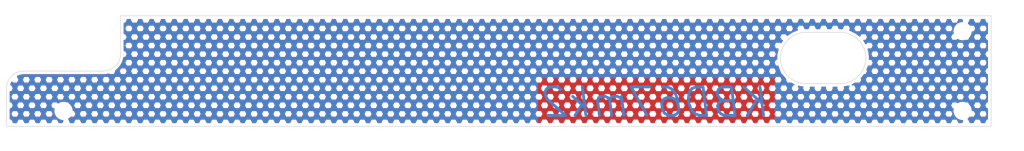
<source format=kicad_pcb>
(kicad_pcb (version 20171130) (host pcbnew "(5.1.5)-3")
  (layers (0 F.Cu signal) (31 B.Cu signal) (34 B.Paste user) (35 F.Paste user) (36 B.SilkS user) (37 F.SilkS user) (38 B.Mask user) (39 F.Mask user) (44 Edge.Cuts user))
  (net 0 "")
  (module kbd_Hole:m2_Screw_Hole (layer F.Cu) (at 306.8 23 180)
    (fp_text reference e hide)
    (fp_text value Val** hide)
    (pad "" np_thru_hole circle (at 0 0 180) (size 2.2 2.2) (drill 2.2) (layers *.Cu *.Mask))
  )
  (module kbd_Hole:m2_Screw_Hole (layer F.Cu) (at 148.925 37 180)
    (fp_text reference Ref** hide)
    (fp_text value Val** hide)
    (pad "" np_thru_hole circle (at 0 0 180) (size 2.2 2.2) (drill 2.2) (layers *.Cu *.Mask))
  )
  (module kbd_Hole:m2_Screw_Hole (layer F.Cu) (at 306.8 37 180)
    (fp_text reference e hide)
    (fp_text value Val** hide)
    (pad "" np_thru_hole circle (at 0 0 180) (size 2.2 2.2) (drill 2.2) (layers *.Cu *.Mask))
  )
  (gr_text KBD67mk2 (at 253 35.5) (layer B.Cu) (effects (font (size 5 5) (thickness 0.5) italic) (justify mirror)))
  (gr_arc (start 279.3 27.7) (end 279.3 23.2) (angle -180) (layer Edge.Cuts) (width 0.1))
  (gr_arc (start 285.3 27.7) (end 285.3 32.2) (angle -180) (layer Edge.Cuts) (width 0.1))
  (gr_line (start 279.3 23.2) (end 285.3 23.2) (layer Edge.Cuts) (width 0.1))
  (gr_line (start 285.3 32.2) (end 279.3 32.2) (layer Edge.Cuts) (width 0.1))
  (gr_line (start 311.8 20.3) (end 158.925 20.3) (layer Edge.Cuts) (width 0.1))
  (gr_line (start 311.8 39.7) (end 138.925 39.7) (layer Edge.Cuts) (width 0.1))
  (gr_arc (start 141.925 33) (end 141.925 30) (angle -90) (layer Edge.Cuts) (width 0.1))
  (gr_arc (start 155.925 27) (end 155.925 30) (angle -90) (layer Edge.Cuts) (width 0.1))
  (gr_line (start 138.925 33) (end 138.925 39.7) (layer Edge.Cuts) (width 0.1))
  (gr_line (start 155.925 30) (end 141.925 30) (layer Edge.Cuts) (width 0.1))
  (gr_line (start 158.925 20.3) (end 158.925 27) (layer Edge.Cuts) (width 0.1))
  (gr_line (start 311.8 39.7) (end 311.8 20.3) (layer Edge.Cuts) (width 0.1))
  (zone (net 0) (net_name "") (layer F.Cu) (connect_pads (clearance 0.508)) (min_thickness 0.254) (fill yes (arc_segments 32) (thermal_gap 0.508) (thermal_bridge_width 0.508))
    (polygon (pts (xy 311.94375 40.48125) (xy 138.1125 40.48125) (xy 138.1125 19.05) (xy 311.94375 19.05)))
  )
  (zone (net 0) (net_name "") (layer B.Cu) (connect_pads (clearance 0.508)) (min_thickness 0.254) (fill yes (arc_segments 32) (thermal_gap 0.508) (thermal_bridge_width 0.508))
    (polygon (pts (xy 311.94375 40.48125) (xy 138.1125 40.48125) (xy 138.1125 19.05) (xy 311.94375 19.05)))
  )
  (zone (net 0) (net_name "") (layers F&B.Cu) (connect_pads (clearance 0.508)) (min_thickness 0.254)
    (keepout (tracks allowed) (vias allowed) (copperpour not_allowed))
    (fill (arc_segments 16) (thermal_gap 0.508) (thermal_bridge_width 0.508))
    (polygon (pts (xy 284.01875 35.025) (xy 284.76875 35.025) (xy 285.01875 34.525) (xy 284.76875 34.025) (xy 284.01875 34.025) (xy 283.76875 34.525)))
  )
  (zone (net 0) (net_name "") (layers F&B.Cu) (connect_pads (clearance 0.508)) (min_thickness 0.254)
    (keepout (tracks allowed) (vias allowed) (copperpour not_allowed))
    (fill (arc_segments 16) (thermal_gap 0.508) (thermal_bridge_width 0.508))
    (polygon (pts (xy 285.01875 36.525) (xy 285.76875 36.525) (xy 286.01875 36.025) (xy 285.76875 35.525) (xy 285.01875 35.525) (xy 284.76875 36.025)))
  )
  (zone (net 0) (net_name "") (layers F&B.Cu) (connect_pads (clearance 0.508)) (min_thickness 0.254)
    (keepout (tracks allowed) (vias allowed) (copperpour not_allowed))
    (fill (arc_segments 16) (thermal_gap 0.508) (thermal_bridge_width 0.508))
    (polygon (pts (xy 313.01875 42.525) (xy 313.76875 42.525) (xy 314.01875 42.025) (xy 313.76875 41.525) (xy 313.01875 41.525) (xy 312.76875 42.025)))
  )
  (zone (net 0) (net_name "") (layers F&B.Cu) (connect_pads (clearance 0.508)) (min_thickness 0.254)
    (keepout (tracks allowed) (vias allowed) (copperpour not_allowed))
    (fill (arc_segments 16) (thermal_gap 0.508) (thermal_bridge_width 0.508))
    (polygon (pts (xy 290.01875 44.025) (xy 290.76875 44.025) (xy 291.01875 43.525) (xy 290.76875 43.025) (xy 290.01875 43.025) (xy 289.76875 43.525)))
  )
  (zone (net 0) (net_name "") (layers F&B.Cu) (connect_pads (clearance 0.508)) (min_thickness 0.254)
    (keepout (tracks allowed) (vias allowed) (copperpour not_allowed))
    (fill (arc_segments 16) (thermal_gap 0.508) (thermal_bridge_width 0.508))
    (polygon (pts (xy 299.01875 42.525) (xy 299.76875 42.525) (xy 300.01875 42.025) (xy 299.76875 41.525) (xy 299.01875 41.525) (xy 298.76875 42.025)))
  )
  (zone (net 0) (net_name "") (layers F&B.Cu) (connect_pads (clearance 0.508)) (min_thickness 0.254)
    (keepout (tracks allowed) (vias allowed) (copperpour not_allowed))
    (fill (arc_segments 16) (thermal_gap 0.508) (thermal_bridge_width 0.508))
    (polygon (pts (xy 296.01875 41.025) (xy 296.76875 41.025) (xy 297.01875 40.525) (xy 296.76875 40.025) (xy 296.01875 40.025) (xy 295.76875 40.525)))
  )
  (zone (net 0) (net_name "") (layers F&B.Cu) (connect_pads (clearance 0.508)) (min_thickness 0.254)
    (keepout (tracks allowed) (vias allowed) (copperpour not_allowed))
    (fill (arc_segments 16) (thermal_gap 0.508) (thermal_bridge_width 0.508))
    (polygon (pts (xy 298.01875 41.025) (xy 298.76875 41.025) (xy 299.01875 40.525) (xy 298.76875 40.025) (xy 298.01875 40.025) (xy 297.76875 40.525)))
  )
  (zone (net 0) (net_name "") (layers F&B.Cu) (connect_pads (clearance 0.508)) (min_thickness 0.254)
    (keepout (tracks allowed) (vias allowed) (copperpour not_allowed))
    (fill (arc_segments 16) (thermal_gap 0.508) (thermal_bridge_width 0.508))
    (polygon (pts (xy 306.01875 35.025) (xy 306.76875 35.025) (xy 307.01875 34.525) (xy 306.76875 34.025) (xy 306.01875 34.025) (xy 305.76875 34.525)))
  )
  (zone (net 0) (net_name "") (layers F&B.Cu) (connect_pads (clearance 0.508)) (min_thickness 0.254)
    (keepout (tracks allowed) (vias allowed) (copperpour not_allowed))
    (fill (arc_segments 16) (thermal_gap 0.508) (thermal_bridge_width 0.508))
    (polygon (pts (xy 306.01875 38.025) (xy 306.76875 38.025) (xy 307.01875 37.525) (xy 306.76875 37.025) (xy 306.01875 37.025) (xy 305.76875 37.525)))
  )
  (zone (net 0) (net_name "") (layers F&B.Cu) (connect_pads (clearance 0.508)) (min_thickness 0.254)
    (keepout (tracks allowed) (vias allowed) (copperpour not_allowed))
    (fill (arc_segments 16) (thermal_gap 0.508) (thermal_bridge_width 0.508))
    (polygon (pts (xy 311.01875 36.525) (xy 311.76875 36.525) (xy 312.01875 36.025) (xy 311.76875 35.525) (xy 311.01875 35.525) (xy 310.76875 36.025)))
  )
  (zone (net 0) (net_name "") (layers F&B.Cu) (connect_pads (clearance 0.508)) (min_thickness 0.254)
    (keepout (tracks allowed) (vias allowed) (copperpour not_allowed))
    (fill (arc_segments 16) (thermal_gap 0.508) (thermal_bridge_width 0.508))
    (polygon (pts (xy 305.01875 39.525) (xy 305.76875 39.525) (xy 306.01875 39.025) (xy 305.76875 38.525) (xy 305.01875 38.525) (xy 304.76875 39.025)))
  )
  (zone (net 0) (net_name "") (layers F&B.Cu) (connect_pads (clearance 0.508)) (min_thickness 0.254)
    (keepout (tracks allowed) (vias allowed) (copperpour not_allowed))
    (fill (arc_segments 16) (thermal_gap 0.508) (thermal_bridge_width 0.508))
    (polygon (pts (xy 310.01875 35.025) (xy 310.76875 35.025) (xy 311.01875 34.525) (xy 310.76875 34.025) (xy 310.01875 34.025) (xy 309.76875 34.525)))
  )
  (zone (net 0) (net_name "") (layers F&B.Cu) (connect_pads (clearance 0.508)) (min_thickness 0.254)
    (keepout (tracks allowed) (vias allowed) (copperpour not_allowed))
    (fill (arc_segments 16) (thermal_gap 0.508) (thermal_bridge_width 0.508))
    (polygon (pts (xy 295.01875 42.525) (xy 295.76875 42.525) (xy 296.01875 42.025) (xy 295.76875 41.525) (xy 295.01875 41.525) (xy 294.76875 42.025)))
  )
  (zone (net 0) (net_name "") (layers F&B.Cu) (connect_pads (clearance 0.508)) (min_thickness 0.254)
    (keepout (tracks allowed) (vias allowed) (copperpour not_allowed))
    (fill (arc_segments 16) (thermal_gap 0.508) (thermal_bridge_width 0.508))
    (polygon (pts (xy 312.01875 44.025) (xy 312.76875 44.025) (xy 313.01875 43.525) (xy 312.76875 43.025) (xy 312.01875 43.025) (xy 311.76875 43.525)))
  )
  (zone (net 0) (net_name "") (layers F&B.Cu) (connect_pads (clearance 0.508)) (min_thickness 0.254)
    (keepout (tracks allowed) (vias allowed) (copperpour not_allowed))
    (fill (arc_segments 16) (thermal_gap 0.508) (thermal_bridge_width 0.508))
    (polygon (pts (xy 300.01875 41.025) (xy 300.76875 41.025) (xy 301.01875 40.525) (xy 300.76875 40.025) (xy 300.01875 40.025) (xy 299.76875 40.525)))
  )
  (zone (net 0) (net_name "") (layers F&B.Cu) (connect_pads (clearance 0.508)) (min_thickness 0.254)
    (keepout (tracks allowed) (vias allowed) (copperpour not_allowed))
    (fill (arc_segments 16) (thermal_gap 0.508) (thermal_bridge_width 0.508))
    (polygon (pts (xy 308.01875 38.025) (xy 308.76875 38.025) (xy 309.01875 37.525) (xy 308.76875 37.025) (xy 308.01875 37.025) (xy 307.76875 37.525)))
  )
  (zone (net 0) (net_name "") (layers F&B.Cu) (connect_pads (clearance 0.508)) (min_thickness 0.254)
    (keepout (tracks allowed) (vias allowed) (copperpour not_allowed))
    (fill (arc_segments 16) (thermal_gap 0.508) (thermal_bridge_width 0.508))
    (polygon (pts (xy 305.01875 36.525) (xy 305.76875 36.525) (xy 306.01875 36.025) (xy 305.76875 35.525) (xy 305.01875 35.525) (xy 304.76875 36.025)))
  )
  (zone (net 0) (net_name "") (layers F&B.Cu) (connect_pads (clearance 0.508)) (min_thickness 0.254)
    (keepout (tracks allowed) (vias allowed) (copperpour not_allowed))
    (fill (arc_segments 16) (thermal_gap 0.508) (thermal_bridge_width 0.508))
    (polygon (pts (xy 306.01875 44.025) (xy 306.76875 44.025) (xy 307.01875 43.525) (xy 306.76875 43.025) (xy 306.01875 43.025) (xy 305.76875 43.525)))
  )
  (zone (net 0) (net_name "") (layers F&B.Cu) (connect_pads (clearance 0.508)) (min_thickness 0.254)
    (keepout (tracks allowed) (vias allowed) (copperpour not_allowed))
    (fill (arc_segments 16) (thermal_gap 0.508) (thermal_bridge_width 0.508))
    (polygon (pts (xy 308.01875 44.025) (xy 308.76875 44.025) (xy 309.01875 43.525) (xy 308.76875 43.025) (xy 308.01875 43.025) (xy 307.76875 43.525)))
  )
  (zone (net 0) (net_name "") (layers F&B.Cu) (connect_pads (clearance 0.508)) (min_thickness 0.254)
    (keepout (tracks allowed) (vias allowed) (copperpour not_allowed))
    (fill (arc_segments 16) (thermal_gap 0.508) (thermal_bridge_width 0.508))
    (polygon (pts (xy 311.01875 42.525) (xy 311.76875 42.525) (xy 312.01875 42.025) (xy 311.76875 41.525) (xy 311.01875 41.525) (xy 310.76875 42.025)))
  )
  (zone (net 0) (net_name "") (layers F&B.Cu) (connect_pads (clearance 0.508)) (min_thickness 0.254)
    (keepout (tracks allowed) (vias allowed) (copperpour not_allowed))
    (fill (arc_segments 16) (thermal_gap 0.508) (thermal_bridge_width 0.508))
    (polygon (pts (xy 309.01875 39.525) (xy 309.76875 39.525) (xy 310.01875 39.025) (xy 309.76875 38.525) (xy 309.01875 38.525) (xy 308.76875 39.025)))
  )
  (zone (net 0) (net_name "") (layers F&B.Cu) (connect_pads (clearance 0.508)) (min_thickness 0.254)
    (keepout (tracks allowed) (vias allowed) (copperpour not_allowed))
    (fill (arc_segments 16) (thermal_gap 0.508) (thermal_bridge_width 0.508))
    (polygon (pts (xy 314.01875 38.025) (xy 314.76875 38.025) (xy 315.01875 37.525) (xy 314.76875 37.025) (xy 314.01875 37.025) (xy 313.76875 37.525)))
  )
  (zone (net 0) (net_name "") (layers F&B.Cu) (connect_pads (clearance 0.508)) (min_thickness 0.254)
    (keepout (tracks allowed) (vias allowed) (copperpour not_allowed))
    (fill (arc_segments 16) (thermal_gap 0.508) (thermal_bridge_width 0.508))
    (polygon (pts (xy 310.01875 41.025) (xy 310.76875 41.025) (xy 311.01875 40.525) (xy 310.76875 40.025) (xy 310.01875 40.025) (xy 309.76875 40.525)))
  )
  (zone (net 0) (net_name "") (layers F&B.Cu) (connect_pads (clearance 0.508)) (min_thickness 0.254)
    (keepout (tracks allowed) (vias allowed) (copperpour not_allowed))
    (fill (arc_segments 16) (thermal_gap 0.508) (thermal_bridge_width 0.508))
    (polygon (pts (xy 308.01875 35.025) (xy 308.76875 35.025) (xy 309.01875 34.525) (xy 308.76875 34.025) (xy 308.01875 34.025) (xy 307.76875 34.525)))
  )
  (zone (net 0) (net_name "") (layers F&B.Cu) (connect_pads (clearance 0.508)) (min_thickness 0.254)
    (keepout (tracks allowed) (vias allowed) (copperpour not_allowed))
    (fill (arc_segments 16) (thermal_gap 0.508) (thermal_bridge_width 0.508))
    (polygon (pts (xy 297.01875 42.525) (xy 297.76875 42.525) (xy 298.01875 42.025) (xy 297.76875 41.525) (xy 297.01875 41.525) (xy 296.76875 42.025)))
  )
  (zone (net 0) (net_name "") (layers F&B.Cu) (connect_pads (clearance 0.508)) (min_thickness 0.254)
    (keepout (tracks allowed) (vias allowed) (copperpour not_allowed))
    (fill (arc_segments 16) (thermal_gap 0.508) (thermal_bridge_width 0.508))
    (polygon (pts (xy 293.01875 39.525) (xy 293.76875 39.525) (xy 294.01875 39.025) (xy 293.76875 38.525) (xy 293.01875 38.525) (xy 292.76875 39.025)))
  )
  (zone (net 0) (net_name "") (layers F&B.Cu) (connect_pads (clearance 0.508)) (min_thickness 0.254)
    (keepout (tracks allowed) (vias allowed) (copperpour not_allowed))
    (fill (arc_segments 16) (thermal_gap 0.508) (thermal_bridge_width 0.508))
    (polygon (pts (xy 309.01875 36.525) (xy 309.76875 36.525) (xy 310.01875 36.025) (xy 309.76875 35.525) (xy 309.01875 35.525) (xy 308.76875 36.025)))
  )
  (zone (net 0) (net_name "") (layers F&B.Cu) (connect_pads (clearance 0.508)) (min_thickness 0.254)
    (keepout (tracks allowed) (vias allowed) (copperpour not_allowed))
    (fill (arc_segments 16) (thermal_gap 0.508) (thermal_bridge_width 0.508))
    (polygon (pts (xy 314.01875 41.025) (xy 314.76875 41.025) (xy 315.01875 40.525) (xy 314.76875 40.025) (xy 314.01875 40.025) (xy 313.76875 40.525)))
  )
  (zone (net 0) (net_name "") (layers F&B.Cu) (connect_pads (clearance 0.508)) (min_thickness 0.254)
    (keepout (tracks allowed) (vias allowed) (copperpour not_allowed))
    (fill (arc_segments 16) (thermal_gap 0.508) (thermal_bridge_width 0.508))
    (polygon (pts (xy 312.01875 41.025) (xy 312.76875 41.025) (xy 313.01875 40.525) (xy 312.76875 40.025) (xy 312.01875 40.025) (xy 311.76875 40.525)))
  )
  (zone (net 0) (net_name "") (layers F&B.Cu) (connect_pads (clearance 0.508)) (min_thickness 0.254)
    (keepout (tracks allowed) (vias allowed) (copperpour not_allowed))
    (fill (arc_segments 16) (thermal_gap 0.508) (thermal_bridge_width 0.508))
    (polygon (pts (xy 303.01875 39.525) (xy 303.76875 39.525) (xy 304.01875 39.025) (xy 303.76875 38.525) (xy 303.01875 38.525) (xy 302.76875 39.025)))
  )
  (zone (net 0) (net_name "") (layers F&B.Cu) (connect_pads (clearance 0.508)) (min_thickness 0.254)
    (keepout (tracks allowed) (vias allowed) (copperpour not_allowed))
    (fill (arc_segments 16) (thermal_gap 0.508) (thermal_bridge_width 0.508))
    (polygon (pts (xy 310.01875 44.025) (xy 310.76875 44.025) (xy 311.01875 43.525) (xy 310.76875 43.025) (xy 310.01875 43.025) (xy 309.76875 43.525)))
  )
  (zone (net 0) (net_name "") (layers F&B.Cu) (connect_pads (clearance 0.508)) (min_thickness 0.254)
    (keepout (tracks allowed) (vias allowed) (copperpour not_allowed))
    (fill (arc_segments 16) (thermal_gap 0.508) (thermal_bridge_width 0.508))
    (polygon (pts (xy 302.01875 38.025) (xy 302.76875 38.025) (xy 303.01875 37.525) (xy 302.76875 37.025) (xy 302.01875 37.025) (xy 301.76875 37.525)))
  )
  (zone (net 0) (net_name "") (layers F&B.Cu) (connect_pads (clearance 0.508)) (min_thickness 0.254)
    (keepout (tracks allowed) (vias allowed) (copperpour not_allowed))
    (fill (arc_segments 16) (thermal_gap 0.508) (thermal_bridge_width 0.508))
    (polygon (pts (xy 289.01875 36.525) (xy 289.76875 36.525) (xy 290.01875 36.025) (xy 289.76875 35.525) (xy 289.01875 35.525) (xy 288.76875 36.025)))
  )
  (zone (net 0) (net_name "") (layers F&B.Cu) (connect_pads (clearance 0.508)) (min_thickness 0.254)
    (keepout (tracks allowed) (vias allowed) (copperpour not_allowed))
    (fill (arc_segments 16) (thermal_gap 0.508) (thermal_bridge_width 0.508))
    (polygon (pts (xy 307.01875 36.525) (xy 307.76875 36.525) (xy 308.01875 36.025) (xy 307.76875 35.525) (xy 307.01875 35.525) (xy 306.76875 36.025)))
  )
  (zone (net 0) (net_name "") (layers F&B.Cu) (connect_pads (clearance 0.508)) (min_thickness 0.254)
    (keepout (tracks allowed) (vias allowed) (copperpour not_allowed))
    (fill (arc_segments 16) (thermal_gap 0.508) (thermal_bridge_width 0.508))
    (polygon (pts (xy 301.01875 42.525) (xy 301.76875 42.525) (xy 302.01875 42.025) (xy 301.76875 41.525) (xy 301.01875 41.525) (xy 300.76875 42.025)))
  )
  (zone (net 0) (net_name "") (layers F&B.Cu) (connect_pads (clearance 0.508)) (min_thickness 0.254)
    (keepout (tracks allowed) (vias allowed) (copperpour not_allowed))
    (fill (arc_segments 16) (thermal_gap 0.508) (thermal_bridge_width 0.508))
    (polygon (pts (xy 307.01875 39.525) (xy 307.76875 39.525) (xy 308.01875 39.025) (xy 307.76875 38.525) (xy 307.01875 38.525) (xy 306.76875 39.025)))
  )
  (zone (net 0) (net_name "") (layers F&B.Cu) (connect_pads (clearance 0.508)) (min_thickness 0.254)
    (keepout (tracks allowed) (vias allowed) (copperpour not_allowed))
    (fill (arc_segments 16) (thermal_gap 0.508) (thermal_bridge_width 0.508))
    (polygon (pts (xy 313.01875 39.525) (xy 313.76875 39.525) (xy 314.01875 39.025) (xy 313.76875 38.525) (xy 313.01875 38.525) (xy 312.76875 39.025)))
  )
  (zone (net 0) (net_name "") (layers F&B.Cu) (connect_pads (clearance 0.508)) (min_thickness 0.254)
    (keepout (tracks allowed) (vias allowed) (copperpour not_allowed))
    (fill (arc_segments 16) (thermal_gap 0.508) (thermal_bridge_width 0.508))
    (polygon (pts (xy 304.01875 38.025) (xy 304.76875 38.025) (xy 305.01875 37.525) (xy 304.76875 37.025) (xy 304.01875 37.025) (xy 303.76875 37.525)))
  )
  (zone (net 0) (net_name "") (layers F&B.Cu) (connect_pads (clearance 0.508)) (min_thickness 0.254)
    (keepout (tracks allowed) (vias allowed) (copperpour not_allowed))
    (fill (arc_segments 16) (thermal_gap 0.508) (thermal_bridge_width 0.508))
    (polygon (pts (xy 293.01875 42.525) (xy 293.76875 42.525) (xy 294.01875 42.025) (xy 293.76875 41.525) (xy 293.01875 41.525) (xy 292.76875 42.025)))
  )
  (zone (net 0) (net_name "") (layers F&B.Cu) (connect_pads (clearance 0.508)) (min_thickness 0.254)
    (keepout (tracks allowed) (vias allowed) (copperpour not_allowed))
    (fill (arc_segments 16) (thermal_gap 0.508) (thermal_bridge_width 0.508))
    (polygon (pts (xy 294.01875 35.025) (xy 294.76875 35.025) (xy 295.01875 34.525) (xy 294.76875 34.025) (xy 294.01875 34.025) (xy 293.76875 34.525)))
  )
  (zone (net 0) (net_name "") (layers F&B.Cu) (connect_pads (clearance 0.508)) (min_thickness 0.254)
    (keepout (tracks allowed) (vias allowed) (copperpour not_allowed))
    (fill (arc_segments 16) (thermal_gap 0.508) (thermal_bridge_width 0.508))
    (polygon (pts (xy 294.01875 44.025) (xy 294.76875 44.025) (xy 295.01875 43.525) (xy 294.76875 43.025) (xy 294.01875 43.025) (xy 293.76875 43.525)))
  )
  (zone (net 0) (net_name "") (layers F&B.Cu) (connect_pads (clearance 0.508)) (min_thickness 0.254)
    (keepout (tracks allowed) (vias allowed) (copperpour not_allowed))
    (fill (arc_segments 16) (thermal_gap 0.508) (thermal_bridge_width 0.508))
    (polygon (pts (xy 294.01875 38.025) (xy 294.76875 38.025) (xy 295.01875 37.525) (xy 294.76875 37.025) (xy 294.01875 37.025) (xy 293.76875 37.525)))
  )
  (zone (net 0) (net_name "") (layers F&B.Cu) (connect_pads (clearance 0.508)) (min_thickness 0.254)
    (keepout (tracks allowed) (vias allowed) (copperpour not_allowed))
    (fill (arc_segments 16) (thermal_gap 0.508) (thermal_bridge_width 0.508))
    (polygon (pts (xy 284.01875 44.025) (xy 284.76875 44.025) (xy 285.01875 43.525) (xy 284.76875 43.025) (xy 284.01875 43.025) (xy 283.76875 43.525)))
  )
  (zone (net 0) (net_name "") (layers F&B.Cu) (connect_pads (clearance 0.508)) (min_thickness 0.254)
    (keepout (tracks allowed) (vias allowed) (copperpour not_allowed))
    (fill (arc_segments 16) (thermal_gap 0.508) (thermal_bridge_width 0.508))
    (polygon (pts (xy 287.01875 39.525) (xy 287.76875 39.525) (xy 288.01875 39.025) (xy 287.76875 38.525) (xy 287.01875 38.525) (xy 286.76875 39.025)))
  )
  (zone (net 0) (net_name "") (layers F&B.Cu) (connect_pads (clearance 0.508)) (min_thickness 0.254)
    (keepout (tracks allowed) (vias allowed) (copperpour not_allowed))
    (fill (arc_segments 16) (thermal_gap 0.508) (thermal_bridge_width 0.508))
    (polygon (pts (xy 289.01875 39.525) (xy 289.76875 39.525) (xy 290.01875 39.025) (xy 289.76875 38.525) (xy 289.01875 38.525) (xy 288.76875 39.025)))
  )
  (zone (net 0) (net_name "") (layers F&B.Cu) (connect_pads (clearance 0.508)) (min_thickness 0.254)
    (keepout (tracks allowed) (vias allowed) (copperpour not_allowed))
    (fill (arc_segments 16) (thermal_gap 0.508) (thermal_bridge_width 0.508))
    (polygon (pts (xy 290.01875 38.025) (xy 290.76875 38.025) (xy 291.01875 37.525) (xy 290.76875 37.025) (xy 290.01875 37.025) (xy 289.76875 37.525)))
  )
  (zone (net 0) (net_name "") (layers F&B.Cu) (connect_pads (clearance 0.508)) (min_thickness 0.254)
    (keepout (tracks allowed) (vias allowed) (copperpour not_allowed))
    (fill (arc_segments 16) (thermal_gap 0.508) (thermal_bridge_width 0.508))
    (polygon (pts (xy 285.01875 42.525) (xy 285.76875 42.525) (xy 286.01875 42.025) (xy 285.76875 41.525) (xy 285.01875 41.525) (xy 284.76875 42.025)))
  )
  (zone (net 0) (net_name "") (layers F&B.Cu) (connect_pads (clearance 0.508)) (min_thickness 0.254)
    (keepout (tracks allowed) (vias allowed) (copperpour not_allowed))
    (fill (arc_segments 16) (thermal_gap 0.508) (thermal_bridge_width 0.508))
    (polygon (pts (xy 296.01875 35.025) (xy 296.76875 35.025) (xy 297.01875 34.525) (xy 296.76875 34.025) (xy 296.01875 34.025) (xy 295.76875 34.525)))
  )
  (zone (net 0) (net_name "") (layers F&B.Cu) (connect_pads (clearance 0.508)) (min_thickness 0.254)
    (keepout (tracks allowed) (vias allowed) (copperpour not_allowed))
    (fill (arc_segments 16) (thermal_gap 0.508) (thermal_bridge_width 0.508))
    (polygon (pts (xy 284.01875 38.025) (xy 284.76875 38.025) (xy 285.01875 37.525) (xy 284.76875 37.025) (xy 284.01875 37.025) (xy 283.76875 37.525)))
  )
  (zone (net 0) (net_name "") (layers F&B.Cu) (connect_pads (clearance 0.508)) (min_thickness 0.254)
    (keepout (tracks allowed) (vias allowed) (copperpour not_allowed))
    (fill (arc_segments 16) (thermal_gap 0.508) (thermal_bridge_width 0.508))
    (polygon (pts (xy 284.01875 41.025) (xy 284.76875 41.025) (xy 285.01875 40.525) (xy 284.76875 40.025) (xy 284.01875 40.025) (xy 283.76875 40.525)))
  )
  (zone (net 0) (net_name "") (layers F&B.Cu) (connect_pads (clearance 0.508)) (min_thickness 0.254)
    (keepout (tracks allowed) (vias allowed) (copperpour not_allowed))
    (fill (arc_segments 16) (thermal_gap 0.508) (thermal_bridge_width 0.508))
    (polygon (pts (xy 286.01875 44.025) (xy 286.76875 44.025) (xy 287.01875 43.525) (xy 286.76875 43.025) (xy 286.01875 43.025) (xy 285.76875 43.525)))
  )
  (zone (net 0) (net_name "") (layers F&B.Cu) (connect_pads (clearance 0.508)) (min_thickness 0.254)
    (keepout (tracks allowed) (vias allowed) (copperpour not_allowed))
    (fill (arc_segments 16) (thermal_gap 0.508) (thermal_bridge_width 0.508))
    (polygon (pts (xy 287.01875 36.525) (xy 287.76875 36.525) (xy 288.01875 36.025) (xy 287.76875 35.525) (xy 287.01875 35.525) (xy 286.76875 36.025)))
  )
  (zone (net 0) (net_name "") (layers F&B.Cu) (connect_pads (clearance 0.508)) (min_thickness 0.254)
    (keepout (tracks allowed) (vias allowed) (copperpour not_allowed))
    (fill (arc_segments 16) (thermal_gap 0.508) (thermal_bridge_width 0.508))
    (polygon (pts (xy 286.01875 38.025) (xy 286.76875 38.025) (xy 287.01875 37.525) (xy 286.76875 37.025) (xy 286.01875 37.025) (xy 285.76875 37.525)))
  )
  (zone (net 0) (net_name "") (layers F&B.Cu) (connect_pads (clearance 0.508)) (min_thickness 0.254)
    (keepout (tracks allowed) (vias allowed) (copperpour not_allowed))
    (fill (arc_segments 16) (thermal_gap 0.508) (thermal_bridge_width 0.508))
    (polygon (pts (xy 286.01875 35.025) (xy 286.76875 35.025) (xy 287.01875 34.525) (xy 286.76875 34.025) (xy 286.01875 34.025) (xy 285.76875 34.525)))
  )
  (zone (net 0) (net_name "") (layers F&B.Cu) (connect_pads (clearance 0.508)) (min_thickness 0.254)
    (keepout (tracks allowed) (vias allowed) (copperpour not_allowed))
    (fill (arc_segments 16) (thermal_gap 0.508) (thermal_bridge_width 0.508))
    (polygon (pts (xy 290.01875 41.025) (xy 290.76875 41.025) (xy 291.01875 40.525) (xy 290.76875 40.025) (xy 290.01875 40.025) (xy 289.76875 40.525)))
  )
  (zone (net 0) (net_name "") (layers F&B.Cu) (connect_pads (clearance 0.508)) (min_thickness 0.254)
    (keepout (tracks allowed) (vias allowed) (copperpour not_allowed))
    (fill (arc_segments 16) (thermal_gap 0.508) (thermal_bridge_width 0.508))
    (polygon (pts (xy 291.01875 42.525) (xy 291.76875 42.525) (xy 292.01875 42.025) (xy 291.76875 41.525) (xy 291.01875 41.525) (xy 290.76875 42.025)))
  )
  (zone (net 0) (net_name "") (layers F&B.Cu) (connect_pads (clearance 0.508)) (min_thickness 0.254)
    (keepout (tracks allowed) (vias allowed) (copperpour not_allowed))
    (fill (arc_segments 16) (thermal_gap 0.508) (thermal_bridge_width 0.508))
    (polygon (pts (xy 289.01875 42.525) (xy 289.76875 42.525) (xy 290.01875 42.025) (xy 289.76875 41.525) (xy 289.01875 41.525) (xy 288.76875 42.025)))
  )
  (zone (net 0) (net_name "") (layers F&B.Cu) (connect_pads (clearance 0.508)) (min_thickness 0.254)
    (keepout (tracks allowed) (vias allowed) (copperpour not_allowed))
    (fill (arc_segments 16) (thermal_gap 0.508) (thermal_bridge_width 0.508))
    (polygon (pts (xy 295.01875 36.525) (xy 295.76875 36.525) (xy 296.01875 36.025) (xy 295.76875 35.525) (xy 295.01875 35.525) (xy 294.76875 36.025)))
  )
  (zone (net 0) (net_name "") (layers F&B.Cu) (connect_pads (clearance 0.508)) (min_thickness 0.254)
    (keepout (tracks allowed) (vias allowed) (copperpour not_allowed))
    (fill (arc_segments 16) (thermal_gap 0.508) (thermal_bridge_width 0.508))
    (polygon (pts (xy 290.01875 35.025) (xy 290.76875 35.025) (xy 291.01875 34.525) (xy 290.76875 34.025) (xy 290.01875 34.025) (xy 289.76875 34.525)))
  )
  (zone (net 0) (net_name "") (layers F&B.Cu) (connect_pads (clearance 0.508)) (min_thickness 0.254)
    (keepout (tracks allowed) (vias allowed) (copperpour not_allowed))
    (fill (arc_segments 16) (thermal_gap 0.508) (thermal_bridge_width 0.508))
    (polygon (pts (xy 288.01875 38.025) (xy 288.76875 38.025) (xy 289.01875 37.525) (xy 288.76875 37.025) (xy 288.01875 37.025) (xy 287.76875 37.525)))
  )
  (zone (net 0) (net_name "") (layers F&B.Cu) (connect_pads (clearance 0.508)) (min_thickness 0.254)
    (keepout (tracks allowed) (vias allowed) (copperpour not_allowed))
    (fill (arc_segments 16) (thermal_gap 0.508) (thermal_bridge_width 0.508))
    (polygon (pts (xy 291.01875 39.525) (xy 291.76875 39.525) (xy 292.01875 39.025) (xy 291.76875 38.525) (xy 291.01875 38.525) (xy 290.76875 39.025)))
  )
  (zone (net 0) (net_name "") (layers F&B.Cu) (connect_pads (clearance 0.508)) (min_thickness 0.254)
    (keepout (tracks allowed) (vias allowed) (copperpour not_allowed))
    (fill (arc_segments 16) (thermal_gap 0.508) (thermal_bridge_width 0.508))
    (polygon (pts (xy 296.01875 38.025) (xy 296.76875 38.025) (xy 297.01875 37.525) (xy 296.76875 37.025) (xy 296.01875 37.025) (xy 295.76875 37.525)))
  )
  (zone (net 0) (net_name "") (layers F&B.Cu) (connect_pads (clearance 0.508)) (min_thickness 0.254)
    (keepout (tracks allowed) (vias allowed) (copperpour not_allowed))
    (fill (arc_segments 16) (thermal_gap 0.508) (thermal_bridge_width 0.508))
    (polygon (pts (xy 295.01875 39.525) (xy 295.76875 39.525) (xy 296.01875 39.025) (xy 295.76875 38.525) (xy 295.01875 38.525) (xy 294.76875 39.025)))
  )
  (zone (net 0) (net_name "") (layers F&B.Cu) (connect_pads (clearance 0.508)) (min_thickness 0.254)
    (keepout (tracks allowed) (vias allowed) (copperpour not_allowed))
    (fill (arc_segments 16) (thermal_gap 0.508) (thermal_bridge_width 0.508))
    (polygon (pts (xy 292.01875 41.025) (xy 292.76875 41.025) (xy 293.01875 40.525) (xy 292.76875 40.025) (xy 292.01875 40.025) (xy 291.76875 40.525)))
  )
  (zone (net 0) (net_name "") (layers F&B.Cu) (connect_pads (clearance 0.508)) (min_thickness 0.254)
    (keepout (tracks allowed) (vias allowed) (copperpour not_allowed))
    (fill (arc_segments 16) (thermal_gap 0.508) (thermal_bridge_width 0.508))
    (polygon (pts (xy 288.01875 44.025) (xy 288.76875 44.025) (xy 289.01875 43.525) (xy 288.76875 43.025) (xy 288.01875 43.025) (xy 287.76875 43.525)))
  )
  (zone (net 0) (net_name "") (layers F&B.Cu) (connect_pads (clearance 0.508)) (min_thickness 0.254)
    (keepout (tracks allowed) (vias allowed) (copperpour not_allowed))
    (fill (arc_segments 16) (thermal_gap 0.508) (thermal_bridge_width 0.508))
    (polygon (pts (xy 285.01875 39.525) (xy 285.76875 39.525) (xy 286.01875 39.025) (xy 285.76875 38.525) (xy 285.01875 38.525) (xy 284.76875 39.025)))
  )
  (zone (net 0) (net_name "") (layers F&B.Cu) (connect_pads (clearance 0.508)) (min_thickness 0.254)
    (keepout (tracks allowed) (vias allowed) (copperpour not_allowed))
    (fill (arc_segments 16) (thermal_gap 0.508) (thermal_bridge_width 0.508))
    (polygon (pts (xy 292.01875 44.025) (xy 292.76875 44.025) (xy 293.01875 43.525) (xy 292.76875 43.025) (xy 292.01875 43.025) (xy 291.76875 43.525)))
  )
  (zone (net 0) (net_name "") (layers F&B.Cu) (connect_pads (clearance 0.508)) (min_thickness 0.254)
    (keepout (tracks allowed) (vias allowed) (copperpour not_allowed))
    (fill (arc_segments 16) (thermal_gap 0.508) (thermal_bridge_width 0.508))
    (polygon (pts (xy 288.01875 35.025) (xy 288.76875 35.025) (xy 289.01875 34.525) (xy 288.76875 34.025) (xy 288.01875 34.025) (xy 287.76875 34.525)))
  )
  (zone (net 0) (net_name "") (layers F&B.Cu) (connect_pads (clearance 0.508)) (min_thickness 0.254)
    (keepout (tracks allowed) (vias allowed) (copperpour not_allowed))
    (fill (arc_segments 16) (thermal_gap 0.508) (thermal_bridge_width 0.508))
    (polygon (pts (xy 291.01875 36.525) (xy 291.76875 36.525) (xy 292.01875 36.025) (xy 291.76875 35.525) (xy 291.01875 35.525) (xy 290.76875 36.025)))
  )
  (zone (net 0) (net_name "") (layers F&B.Cu) (connect_pads (clearance 0.508)) (min_thickness 0.254)
    (keepout (tracks allowed) (vias allowed) (copperpour not_allowed))
    (fill (arc_segments 16) (thermal_gap 0.508) (thermal_bridge_width 0.508))
    (polygon (pts (xy 294.01875 41.025) (xy 294.76875 41.025) (xy 295.01875 40.525) (xy 294.76875 40.025) (xy 294.01875 40.025) (xy 293.76875 40.525)))
  )
  (zone (net 0) (net_name "") (layers F&B.Cu) (connect_pads (clearance 0.508)) (min_thickness 0.254)
    (keepout (tracks allowed) (vias allowed) (copperpour not_allowed))
    (fill (arc_segments 16) (thermal_gap 0.508) (thermal_bridge_width 0.508))
    (polygon (pts (xy 292.01875 38.025) (xy 292.76875 38.025) (xy 293.01875 37.525) (xy 292.76875 37.025) (xy 292.01875 37.025) (xy 291.76875 37.525)))
  )
  (zone (net 0) (net_name "") (layers F&B.Cu) (connect_pads (clearance 0.508)) (min_thickness 0.254)
    (keepout (tracks allowed) (vias allowed) (copperpour not_allowed))
    (fill (arc_segments 16) (thermal_gap 0.508) (thermal_bridge_width 0.508))
    (polygon (pts (xy 293.01875 36.525) (xy 293.76875 36.525) (xy 294.01875 36.025) (xy 293.76875 35.525) (xy 293.01875 35.525) (xy 292.76875 36.025)))
  )
  (zone (net 0) (net_name "") (layers F&B.Cu) (connect_pads (clearance 0.508)) (min_thickness 0.254)
    (keepout (tracks allowed) (vias allowed) (copperpour not_allowed))
    (fill (arc_segments 16) (thermal_gap 0.508) (thermal_bridge_width 0.508))
    (polygon (pts (xy 298.01875 35.025) (xy 298.76875 35.025) (xy 299.01875 34.525) (xy 298.76875 34.025) (xy 298.01875 34.025) (xy 297.76875 34.525)))
  )
  (zone (net 0) (net_name "") (layers F&B.Cu) (connect_pads (clearance 0.508)) (min_thickness 0.254)
    (keepout (tracks allowed) (vias allowed) (copperpour not_allowed))
    (fill (arc_segments 16) (thermal_gap 0.508) (thermal_bridge_width 0.508))
    (polygon (pts (xy 297.01875 36.525) (xy 297.76875 36.525) (xy 298.01875 36.025) (xy 297.76875 35.525) (xy 297.01875 35.525) (xy 296.76875 36.025)))
  )
  (zone (net 0) (net_name "") (layers F&B.Cu) (connect_pads (clearance 0.508)) (min_thickness 0.254)
    (keepout (tracks allowed) (vias allowed) (copperpour not_allowed))
    (fill (arc_segments 16) (thermal_gap 0.508) (thermal_bridge_width 0.508))
    (polygon (pts (xy 286.01875 41.025) (xy 286.76875 41.025) (xy 287.01875 40.525) (xy 286.76875 40.025) (xy 286.01875 40.025) (xy 285.76875 40.525)))
  )
  (zone (net 0) (net_name "") (layers F&B.Cu) (connect_pads (clearance 0.508)) (min_thickness 0.254)
    (keepout (tracks allowed) (vias allowed) (copperpour not_allowed))
    (fill (arc_segments 16) (thermal_gap 0.508) (thermal_bridge_width 0.508))
    (polygon (pts (xy 313.01875 36.525) (xy 313.76875 36.525) (xy 314.01875 36.025) (xy 313.76875 35.525) (xy 313.01875 35.525) (xy 312.76875 36.025)))
  )
  (zone (net 0) (net_name "") (layers F&B.Cu) (connect_pads (clearance 0.508)) (min_thickness 0.254)
    (keepout (tracks allowed) (vias allowed) (copperpour not_allowed))
    (fill (arc_segments 16) (thermal_gap 0.508) (thermal_bridge_width 0.508))
    (polygon (pts (xy 287.01875 42.525) (xy 287.76875 42.525) (xy 288.01875 42.025) (xy 287.76875 41.525) (xy 287.01875 41.525) (xy 286.76875 42.025)))
  )
  (zone (net 0) (net_name "") (layers F&B.Cu) (connect_pads (clearance 0.508)) (min_thickness 0.254)
    (keepout (tracks allowed) (vias allowed) (copperpour not_allowed))
    (fill (arc_segments 16) (thermal_gap 0.508) (thermal_bridge_width 0.508))
    (polygon (pts (xy 300.01875 35.025) (xy 300.76875 35.025) (xy 301.01875 34.525) (xy 300.76875 34.025) (xy 300.01875 34.025) (xy 299.76875 34.525)))
  )
  (zone (net 0) (net_name "") (layers F&B.Cu) (connect_pads (clearance 0.508)) (min_thickness 0.254)
    (keepout (tracks allowed) (vias allowed) (copperpour not_allowed))
    (fill (arc_segments 16) (thermal_gap 0.508) (thermal_bridge_width 0.508))
    (polygon (pts (xy 299.01875 36.525) (xy 299.76875 36.525) (xy 300.01875 36.025) (xy 299.76875 35.525) (xy 299.01875 35.525) (xy 298.76875 36.025)))
  )
  (zone (net 0) (net_name "") (layers F&B.Cu) (connect_pads (clearance 0.508)) (min_thickness 0.254)
    (keepout (tracks allowed) (vias allowed) (copperpour not_allowed))
    (fill (arc_segments 16) (thermal_gap 0.508) (thermal_bridge_width 0.508))
    (polygon (pts (xy 302.01875 44.025) (xy 302.76875 44.025) (xy 303.01875 43.525) (xy 302.76875 43.025) (xy 302.01875 43.025) (xy 301.76875 43.525)))
  )
  (zone (net 0) (net_name "") (layers F&B.Cu) (connect_pads (clearance 0.508)) (min_thickness 0.254)
    (keepout (tracks allowed) (vias allowed) (copperpour not_allowed))
    (fill (arc_segments 16) (thermal_gap 0.508) (thermal_bridge_width 0.508))
    (polygon (pts (xy 298.01875 44.025) (xy 298.76875 44.025) (xy 299.01875 43.525) (xy 298.76875 43.025) (xy 298.01875 43.025) (xy 297.76875 43.525)))
  )
  (zone (net 0) (net_name "") (layers F&B.Cu) (connect_pads (clearance 0.508)) (min_thickness 0.254)
    (keepout (tracks allowed) (vias allowed) (copperpour not_allowed))
    (fill (arc_segments 16) (thermal_gap 0.508) (thermal_bridge_width 0.508))
    (polygon (pts (xy 314.01875 44.025) (xy 314.76875 44.025) (xy 315.01875 43.525) (xy 314.76875 43.025) (xy 314.01875 43.025) (xy 313.76875 43.525)))
  )
  (zone (net 0) (net_name "") (layers F&B.Cu) (connect_pads (clearance 0.508)) (min_thickness 0.254)
    (keepout (tracks allowed) (vias allowed) (copperpour not_allowed))
    (fill (arc_segments 16) (thermal_gap 0.508) (thermal_bridge_width 0.508))
    (polygon (pts (xy 288.01875 41.025) (xy 288.76875 41.025) (xy 289.01875 40.525) (xy 288.76875 40.025) (xy 288.01875 40.025) (xy 287.76875 40.525)))
  )
  (zone (net 0) (net_name "") (layers F&B.Cu) (connect_pads (clearance 0.508)) (min_thickness 0.254)
    (keepout (tracks allowed) (vias allowed) (copperpour not_allowed))
    (fill (arc_segments 16) (thermal_gap 0.508) (thermal_bridge_width 0.508))
    (polygon (pts (xy 292.01875 35.025) (xy 292.76875 35.025) (xy 293.01875 34.525) (xy 292.76875 34.025) (xy 292.01875 34.025) (xy 291.76875 34.525)))
  )
  (zone (net 0) (net_name "") (layers F&B.Cu) (connect_pads (clearance 0.508)) (min_thickness 0.254)
    (keepout (tracks allowed) (vias allowed) (copperpour not_allowed))
    (fill (arc_segments 16) (thermal_gap 0.508) (thermal_bridge_width 0.508))
    (polygon (pts (xy 301.01875 36.525) (xy 301.76875 36.525) (xy 302.01875 36.025) (xy 301.76875 35.525) (xy 301.01875 35.525) (xy 300.76875 36.025)))
  )
  (zone (net 0) (net_name "") (layers F&B.Cu) (connect_pads (clearance 0.508)) (min_thickness 0.254)
    (keepout (tracks allowed) (vias allowed) (copperpour not_allowed))
    (fill (arc_segments 16) (thermal_gap 0.508) (thermal_bridge_width 0.508))
    (polygon (pts (xy 297.01875 39.525) (xy 297.76875 39.525) (xy 298.01875 39.025) (xy 297.76875 38.525) (xy 297.01875 38.525) (xy 296.76875 39.025)))
  )
  (zone (net 0) (net_name "") (layers F&B.Cu) (connect_pads (clearance 0.508)) (min_thickness 0.254)
    (keepout (tracks allowed) (vias allowed) (copperpour not_allowed))
    (fill (arc_segments 16) (thermal_gap 0.508) (thermal_bridge_width 0.508))
    (polygon (pts (xy 307.01875 42.525) (xy 307.76875 42.525) (xy 308.01875 42.025) (xy 307.76875 41.525) (xy 307.01875 41.525) (xy 306.76875 42.025)))
  )
  (zone (net 0) (net_name "") (layers F&B.Cu) (connect_pads (clearance 0.508)) (min_thickness 0.254)
    (keepout (tracks allowed) (vias allowed) (copperpour not_allowed))
    (fill (arc_segments 16) (thermal_gap 0.508) (thermal_bridge_width 0.508))
    (polygon (pts (xy 302.01875 41.025) (xy 302.76875 41.025) (xy 303.01875 40.525) (xy 302.76875 40.025) (xy 302.01875 40.025) (xy 301.76875 40.525)))
  )
  (zone (net 0) (net_name "") (layers F&B.Cu) (connect_pads (clearance 0.508)) (min_thickness 0.254)
    (keepout (tracks allowed) (vias allowed) (copperpour not_allowed))
    (fill (arc_segments 16) (thermal_gap 0.508) (thermal_bridge_width 0.508))
    (polygon (pts (xy 304.01875 35.025) (xy 304.76875 35.025) (xy 305.01875 34.525) (xy 304.76875 34.025) (xy 304.01875 34.025) (xy 303.76875 34.525)))
  )
  (zone (net 0) (net_name "") (layers F&B.Cu) (connect_pads (clearance 0.508)) (min_thickness 0.254)
    (keepout (tracks allowed) (vias allowed) (copperpour not_allowed))
    (fill (arc_segments 16) (thermal_gap 0.508) (thermal_bridge_width 0.508))
    (polygon (pts (xy 308.01875 41.025) (xy 308.76875 41.025) (xy 309.01875 40.525) (xy 308.76875 40.025) (xy 308.01875 40.025) (xy 307.76875 40.525)))
  )
  (zone (net 0) (net_name "") (layers F&B.Cu) (connect_pads (clearance 0.508)) (min_thickness 0.254)
    (keepout (tracks allowed) (vias allowed) (copperpour not_allowed))
    (fill (arc_segments 16) (thermal_gap 0.508) (thermal_bridge_width 0.508))
    (polygon (pts (xy 312.01875 35.025) (xy 312.76875 35.025) (xy 313.01875 34.525) (xy 312.76875 34.025) (xy 312.01875 34.025) (xy 311.76875 34.525)))
  )
  (zone (net 0) (net_name "") (layers F&B.Cu) (connect_pads (clearance 0.508)) (min_thickness 0.254)
    (keepout (tracks allowed) (vias allowed) (copperpour not_allowed))
    (fill (arc_segments 16) (thermal_gap 0.508) (thermal_bridge_width 0.508))
    (polygon (pts (xy 309.01875 42.525) (xy 309.76875 42.525) (xy 310.01875 42.025) (xy 309.76875 41.525) (xy 309.01875 41.525) (xy 308.76875 42.025)))
  )
  (zone (net 0) (net_name "") (layers F&B.Cu) (connect_pads (clearance 0.508)) (min_thickness 0.254)
    (keepout (tracks allowed) (vias allowed) (copperpour not_allowed))
    (fill (arc_segments 16) (thermal_gap 0.508) (thermal_bridge_width 0.508))
    (polygon (pts (xy 303.01875 42.525) (xy 303.76875 42.525) (xy 304.01875 42.025) (xy 303.76875 41.525) (xy 303.01875 41.525) (xy 302.76875 42.025)))
  )
  (zone (net 0) (net_name "") (layers F&B.Cu) (connect_pads (clearance 0.508)) (min_thickness 0.254)
    (keepout (tracks allowed) (vias allowed) (copperpour not_allowed))
    (fill (arc_segments 16) (thermal_gap 0.508) (thermal_bridge_width 0.508))
    (polygon (pts (xy 302.01875 35.025) (xy 302.76875 35.025) (xy 303.01875 34.525) (xy 302.76875 34.025) (xy 302.01875 34.025) (xy 301.76875 34.525)))
  )
  (zone (net 0) (net_name "") (layers F&B.Cu) (connect_pads (clearance 0.508)) (min_thickness 0.254)
    (keepout (tracks allowed) (vias allowed) (copperpour not_allowed))
    (fill (arc_segments 16) (thermal_gap 0.508) (thermal_bridge_width 0.508))
    (polygon (pts (xy 296.01875 44.025) (xy 296.76875 44.025) (xy 297.01875 43.525) (xy 296.76875 43.025) (xy 296.01875 43.025) (xy 295.76875 43.525)))
  )
  (zone (net 0) (net_name "") (layers F&B.Cu) (connect_pads (clearance 0.508)) (min_thickness 0.254)
    (keepout (tracks allowed) (vias allowed) (copperpour not_allowed))
    (fill (arc_segments 16) (thermal_gap 0.508) (thermal_bridge_width 0.508))
    (polygon (pts (xy 304.01875 41.025) (xy 304.76875 41.025) (xy 305.01875 40.525) (xy 304.76875 40.025) (xy 304.01875 40.025) (xy 303.76875 40.525)))
  )
  (zone (net 0) (net_name "") (layers F&B.Cu) (connect_pads (clearance 0.508)) (min_thickness 0.254)
    (keepout (tracks allowed) (vias allowed) (copperpour not_allowed))
    (fill (arc_segments 16) (thermal_gap 0.508) (thermal_bridge_width 0.508))
    (polygon (pts (xy 300.01875 44.025) (xy 300.76875 44.025) (xy 301.01875 43.525) (xy 300.76875 43.025) (xy 300.01875 43.025) (xy 299.76875 43.525)))
  )
  (zone (net 0) (net_name "") (layers F&B.Cu) (connect_pads (clearance 0.508)) (min_thickness 0.254)
    (keepout (tracks allowed) (vias allowed) (copperpour not_allowed))
    (fill (arc_segments 16) (thermal_gap 0.508) (thermal_bridge_width 0.508))
    (polygon (pts (xy 301.01875 39.525) (xy 301.76875 39.525) (xy 302.01875 39.025) (xy 301.76875 38.525) (xy 301.01875 38.525) (xy 300.76875 39.025)))
  )
  (zone (net 0) (net_name "") (layers F&B.Cu) (connect_pads (clearance 0.508)) (min_thickness 0.254)
    (keepout (tracks allowed) (vias allowed) (copperpour not_allowed))
    (fill (arc_segments 16) (thermal_gap 0.508) (thermal_bridge_width 0.508))
    (polygon (pts (xy 305.01875 42.525) (xy 305.76875 42.525) (xy 306.01875 42.025) (xy 305.76875 41.525) (xy 305.01875 41.525) (xy 304.76875 42.025)))
  )
  (zone (net 0) (net_name "") (layers F&B.Cu) (connect_pads (clearance 0.508)) (min_thickness 0.254)
    (keepout (tracks allowed) (vias allowed) (copperpour not_allowed))
    (fill (arc_segments 16) (thermal_gap 0.508) (thermal_bridge_width 0.508))
    (polygon (pts (xy 304.01875 44.025) (xy 304.76875 44.025) (xy 305.01875 43.525) (xy 304.76875 43.025) (xy 304.01875 43.025) (xy 303.76875 43.525)))
  )
  (zone (net 0) (net_name "") (layers F&B.Cu) (connect_pads (clearance 0.508)) (min_thickness 0.254)
    (keepout (tracks allowed) (vias allowed) (copperpour not_allowed))
    (fill (arc_segments 16) (thermal_gap 0.508) (thermal_bridge_width 0.508))
    (polygon (pts (xy 311.01875 39.525) (xy 311.76875 39.525) (xy 312.01875 39.025) (xy 311.76875 38.525) (xy 311.01875 38.525) (xy 310.76875 39.025)))
  )
  (zone (net 0) (net_name "") (layers F&B.Cu) (connect_pads (clearance 0.508)) (min_thickness 0.254)
    (keepout (tracks allowed) (vias allowed) (copperpour not_allowed))
    (fill (arc_segments 16) (thermal_gap 0.508) (thermal_bridge_width 0.508))
    (polygon (pts (xy 310.01875 38.025) (xy 310.76875 38.025) (xy 311.01875 37.525) (xy 310.76875 37.025) (xy 310.01875 37.025) (xy 309.76875 37.525)))
  )
  (zone (net 0) (net_name "") (layers F&B.Cu) (connect_pads (clearance 0.508)) (min_thickness 0.254)
    (keepout (tracks allowed) (vias allowed) (copperpour not_allowed))
    (fill (arc_segments 16) (thermal_gap 0.508) (thermal_bridge_width 0.508))
    (polygon (pts (xy 300.01875 38.025) (xy 300.76875 38.025) (xy 301.01875 37.525) (xy 300.76875 37.025) (xy 300.01875 37.025) (xy 299.76875 37.525)))
  )
  (zone (net 0) (net_name "") (layers F&B.Cu) (connect_pads (clearance 0.508)) (min_thickness 0.254)
    (keepout (tracks allowed) (vias allowed) (copperpour not_allowed))
    (fill (arc_segments 16) (thermal_gap 0.508) (thermal_bridge_width 0.508))
    (polygon (pts (xy 312.01875 38.025) (xy 312.76875 38.025) (xy 313.01875 37.525) (xy 312.76875 37.025) (xy 312.01875 37.025) (xy 311.76875 37.525)))
  )
  (zone (net 0) (net_name "") (layers F&B.Cu) (connect_pads (clearance 0.508)) (min_thickness 0.254)
    (keepout (tracks allowed) (vias allowed) (copperpour not_allowed))
    (fill (arc_segments 16) (thermal_gap 0.508) (thermal_bridge_width 0.508))
    (polygon (pts (xy 314.01875 35.025) (xy 314.76875 35.025) (xy 315.01875 34.525) (xy 314.76875 34.025) (xy 314.01875 34.025) (xy 313.76875 34.525)))
  )
  (zone (net 0) (net_name "") (layers F&B.Cu) (connect_pads (clearance 0.508)) (min_thickness 0.254)
    (keepout (tracks allowed) (vias allowed) (copperpour not_allowed))
    (fill (arc_segments 16) (thermal_gap 0.508) (thermal_bridge_width 0.508))
    (polygon (pts (xy 298.01875 38.025) (xy 298.76875 38.025) (xy 299.01875 37.525) (xy 298.76875 37.025) (xy 298.01875 37.025) (xy 297.76875 37.525)))
  )
  (zone (net 0) (net_name "") (layers F&B.Cu) (connect_pads (clearance 0.508)) (min_thickness 0.254)
    (keepout (tracks allowed) (vias allowed) (copperpour not_allowed))
    (fill (arc_segments 16) (thermal_gap 0.508) (thermal_bridge_width 0.508))
    (polygon (pts (xy 299.01875 39.525) (xy 299.76875 39.525) (xy 300.01875 39.025) (xy 299.76875 38.525) (xy 299.01875 38.525) (xy 298.76875 39.025)))
  )
  (zone (net 0) (net_name "") (layers F&B.Cu) (connect_pads (clearance 0.508)) (min_thickness 0.254)
    (keepout (tracks allowed) (vias allowed) (copperpour not_allowed))
    (fill (arc_segments 16) (thermal_gap 0.508) (thermal_bridge_width 0.508))
    (polygon (pts (xy 306.01875 41.025) (xy 306.76875 41.025) (xy 307.01875 40.525) (xy 306.76875 40.025) (xy 306.01875 40.025) (xy 305.76875 40.525)))
  )
  (zone (net 0) (net_name "") (layers F&B.Cu) (connect_pads (clearance 0.508)) (min_thickness 0.254)
    (keepout (tracks allowed) (vias allowed) (copperpour not_allowed))
    (fill (arc_segments 16) (thermal_gap 0.508) (thermal_bridge_width 0.508))
    (polygon (pts (xy 303.01875 36.525) (xy 303.76875 36.525) (xy 304.01875 36.025) (xy 303.76875 35.525) (xy 303.01875 35.525) (xy 302.76875 36.025)))
  )
  (zone (net 0) (net_name "") (layers F&B.Cu) (connect_pads (clearance 0.508)) (min_thickness 0.254)
    (keepout (tracks allowed) (vias allowed) (copperpour not_allowed))
    (fill (arc_segments 16) (thermal_gap 0.508) (thermal_bridge_width 0.508))
    (polygon (pts (xy 313.01875 30.525) (xy 313.76875 30.525) (xy 314.01875 30.025) (xy 313.76875 29.525) (xy 313.01875 29.525) (xy 312.76875 30.025)))
  )
  (zone (net 0) (net_name "") (layers F&B.Cu) (connect_pads (clearance 0.508)) (min_thickness 0.254)
    (keepout (tracks allowed) (vias allowed) (copperpour not_allowed))
    (fill (arc_segments 16) (thermal_gap 0.508) (thermal_bridge_width 0.508))
    (polygon (pts (xy 284.01875 23.025) (xy 284.76875 23.025) (xy 285.01875 22.525) (xy 284.76875 22.025) (xy 284.01875 22.025) (xy 283.76875 22.525)))
  )
  (zone (net 0) (net_name "") (layers F&B.Cu) (connect_pads (clearance 0.508)) (min_thickness 0.254)
    (keepout (tracks allowed) (vias allowed) (copperpour not_allowed))
    (fill (arc_segments 16) (thermal_gap 0.508) (thermal_bridge_width 0.508))
    (polygon (pts (xy 302.01875 26.025) (xy 302.76875 26.025) (xy 303.01875 25.525) (xy 302.76875 25.025) (xy 302.01875 25.025) (xy 301.76875 25.525)))
  )
  (zone (net 0) (net_name "") (layers F&B.Cu) (connect_pads (clearance 0.508)) (min_thickness 0.254)
    (keepout (tracks allowed) (vias allowed) (copperpour not_allowed))
    (fill (arc_segments 16) (thermal_gap 0.508) (thermal_bridge_width 0.508))
    (polygon (pts (xy 293.01875 27.525) (xy 293.76875 27.525) (xy 294.01875 27.025) (xy 293.76875 26.525) (xy 293.01875 26.525) (xy 292.76875 27.025)))
  )
  (zone (net 0) (net_name "") (layers F&B.Cu) (connect_pads (clearance 0.508)) (min_thickness 0.254)
    (keepout (tracks allowed) (vias allowed) (copperpour not_allowed))
    (fill (arc_segments 16) (thermal_gap 0.508) (thermal_bridge_width 0.508))
    (polygon (pts (xy 314.01875 26.025) (xy 314.76875 26.025) (xy 315.01875 25.525) (xy 314.76875 25.025) (xy 314.01875 25.025) (xy 313.76875 25.525)))
  )
  (zone (net 0) (net_name "") (layers F&B.Cu) (connect_pads (clearance 0.508)) (min_thickness 0.254)
    (keepout (tracks allowed) (vias allowed) (copperpour not_allowed))
    (fill (arc_segments 16) (thermal_gap 0.508) (thermal_bridge_width 0.508))
    (polygon (pts (xy 313.01875 27.525) (xy 313.76875 27.525) (xy 314.01875 27.025) (xy 313.76875 26.525) (xy 313.01875 26.525) (xy 312.76875 27.025)))
  )
  (zone (net 0) (net_name "") (layers F&B.Cu) (connect_pads (clearance 0.508)) (min_thickness 0.254)
    (keepout (tracks allowed) (vias allowed) (copperpour not_allowed))
    (fill (arc_segments 16) (thermal_gap 0.508) (thermal_bridge_width 0.508))
    (polygon (pts (xy 308.01875 23.025) (xy 308.76875 23.025) (xy 309.01875 22.525) (xy 308.76875 22.025) (xy 308.01875 22.025) (xy 307.76875 22.525)))
  )
  (zone (net 0) (net_name "") (layers F&B.Cu) (connect_pads (clearance 0.508)) (min_thickness 0.254)
    (keepout (tracks allowed) (vias allowed) (copperpour not_allowed))
    (fill (arc_segments 16) (thermal_gap 0.508) (thermal_bridge_width 0.508))
    (polygon (pts (xy 305.01875 33.525) (xy 305.76875 33.525) (xy 306.01875 33.025) (xy 305.76875 32.525) (xy 305.01875 32.525) (xy 304.76875 33.025)))
  )
  (zone (net 0) (net_name "") (layers F&B.Cu) (connect_pads (clearance 0.508)) (min_thickness 0.254)
    (keepout (tracks allowed) (vias allowed) (copperpour not_allowed))
    (fill (arc_segments 16) (thermal_gap 0.508) (thermal_bridge_width 0.508))
    (polygon (pts (xy 307.01875 33.525) (xy 307.76875 33.525) (xy 308.01875 33.025) (xy 307.76875 32.525) (xy 307.01875 32.525) (xy 306.76875 33.025)))
  )
  (zone (net 0) (net_name "") (layers F&B.Cu) (connect_pads (clearance 0.508)) (min_thickness 0.254)
    (keepout (tracks allowed) (vias allowed) (copperpour not_allowed))
    (fill (arc_segments 16) (thermal_gap 0.508) (thermal_bridge_width 0.508))
    (polygon (pts (xy 305.01875 27.525) (xy 305.76875 27.525) (xy 306.01875 27.025) (xy 305.76875 26.525) (xy 305.01875 26.525) (xy 304.76875 27.025)))
  )
  (zone (net 0) (net_name "") (layers F&B.Cu) (connect_pads (clearance 0.508)) (min_thickness 0.254)
    (keepout (tracks allowed) (vias allowed) (copperpour not_allowed))
    (fill (arc_segments 16) (thermal_gap 0.508) (thermal_bridge_width 0.508))
    (polygon (pts (xy 303.01875 27.525) (xy 303.76875 27.525) (xy 304.01875 27.025) (xy 303.76875 26.525) (xy 303.01875 26.525) (xy 302.76875 27.025)))
  )
  (zone (net 0) (net_name "") (layers F&B.Cu) (connect_pads (clearance 0.508)) (min_thickness 0.254)
    (keepout (tracks allowed) (vias allowed) (copperpour not_allowed))
    (fill (arc_segments 16) (thermal_gap 0.508) (thermal_bridge_width 0.508))
    (polygon (pts (xy 306.01875 23.025) (xy 306.76875 23.025) (xy 307.01875 22.525) (xy 306.76875 22.025) (xy 306.01875 22.025) (xy 305.76875 22.525)))
  )
  (zone (net 0) (net_name "") (layers F&B.Cu) (connect_pads (clearance 0.508)) (min_thickness 0.254)
    (keepout (tracks allowed) (vias allowed) (copperpour not_allowed))
    (fill (arc_segments 16) (thermal_gap 0.508) (thermal_bridge_width 0.508))
    (polygon (pts (xy 312.01875 32.025) (xy 312.76875 32.025) (xy 313.01875 31.525) (xy 312.76875 31.025) (xy 312.01875 31.025) (xy 311.76875 31.525)))
  )
  (zone (net 0) (net_name "") (layers F&B.Cu) (connect_pads (clearance 0.508)) (min_thickness 0.254)
    (keepout (tracks allowed) (vias allowed) (copperpour not_allowed))
    (fill (arc_segments 16) (thermal_gap 0.508) (thermal_bridge_width 0.508))
    (polygon (pts (xy 312.01875 29.025) (xy 312.76875 29.025) (xy 313.01875 28.525) (xy 312.76875 28.025) (xy 312.01875 28.025) (xy 311.76875 28.525)))
  )
  (zone (net 0) (net_name "") (layers F&B.Cu) (connect_pads (clearance 0.508)) (min_thickness 0.254)
    (keepout (tracks allowed) (vias allowed) (copperpour not_allowed))
    (fill (arc_segments 16) (thermal_gap 0.508) (thermal_bridge_width 0.508))
    (polygon (pts (xy 307.01875 24.525) (xy 307.76875 24.525) (xy 308.01875 24.025) (xy 307.76875 23.525) (xy 307.01875 23.525) (xy 306.76875 24.025)))
  )
  (zone (net 0) (net_name "") (layers F&B.Cu) (connect_pads (clearance 0.508)) (min_thickness 0.254)
    (keepout (tracks allowed) (vias allowed) (copperpour not_allowed))
    (fill (arc_segments 16) (thermal_gap 0.508) (thermal_bridge_width 0.508))
    (polygon (pts (xy 310.01875 29.025) (xy 310.76875 29.025) (xy 311.01875 28.525) (xy 310.76875 28.025) (xy 310.01875 28.025) (xy 309.76875 28.525)))
  )
  (zone (net 0) (net_name "") (layers F&B.Cu) (connect_pads (clearance 0.508)) (min_thickness 0.254)
    (keepout (tracks allowed) (vias allowed) (copperpour not_allowed))
    (fill (arc_segments 16) (thermal_gap 0.508) (thermal_bridge_width 0.508))
    (polygon (pts (xy 297.01875 30.525) (xy 297.76875 30.525) (xy 298.01875 30.025) (xy 297.76875 29.525) (xy 297.01875 29.525) (xy 296.76875 30.025)))
  )
  (zone (net 0) (net_name "") (layers F&B.Cu) (connect_pads (clearance 0.508)) (min_thickness 0.254)
    (keepout (tracks allowed) (vias allowed) (copperpour not_allowed))
    (fill (arc_segments 16) (thermal_gap 0.508) (thermal_bridge_width 0.508))
    (polygon (pts (xy 314.01875 29.025) (xy 314.76875 29.025) (xy 315.01875 28.525) (xy 314.76875 28.025) (xy 314.01875 28.025) (xy 313.76875 28.525)))
  )
  (zone (net 0) (net_name "") (layers F&B.Cu) (connect_pads (clearance 0.508)) (min_thickness 0.254)
    (keepout (tracks allowed) (vias allowed) (copperpour not_allowed))
    (fill (arc_segments 16) (thermal_gap 0.508) (thermal_bridge_width 0.508))
    (polygon (pts (xy 313.01875 33.525) (xy 313.76875 33.525) (xy 314.01875 33.025) (xy 313.76875 32.525) (xy 313.01875 32.525) (xy 312.76875 33.025)))
  )
  (zone (net 0) (net_name "") (layers F&B.Cu) (connect_pads (clearance 0.508)) (min_thickness 0.254)
    (keepout (tracks allowed) (vias allowed) (copperpour not_allowed))
    (fill (arc_segments 16) (thermal_gap 0.508) (thermal_bridge_width 0.508))
    (polygon (pts (xy 301.01875 30.525) (xy 301.76875 30.525) (xy 302.01875 30.025) (xy 301.76875 29.525) (xy 301.01875 29.525) (xy 300.76875 30.025)))
  )
  (zone (net 0) (net_name "") (layers F&B.Cu) (connect_pads (clearance 0.508)) (min_thickness 0.254)
    (keepout (tracks allowed) (vias allowed) (copperpour not_allowed))
    (fill (arc_segments 16) (thermal_gap 0.508) (thermal_bridge_width 0.508))
    (polygon (pts (xy 309.01875 24.525) (xy 309.76875 24.525) (xy 310.01875 24.025) (xy 309.76875 23.525) (xy 309.01875 23.525) (xy 308.76875 24.025)))
  )
  (zone (net 0) (net_name "") (layers F&B.Cu) (connect_pads (clearance 0.508)) (min_thickness 0.254)
    (keepout (tracks allowed) (vias allowed) (copperpour not_allowed))
    (fill (arc_segments 16) (thermal_gap 0.508) (thermal_bridge_width 0.508))
    (polygon (pts (xy 309.01875 27.525) (xy 309.76875 27.525) (xy 310.01875 27.025) (xy 309.76875 26.525) (xy 309.01875 26.525) (xy 308.76875 27.025)))
  )
  (zone (net 0) (net_name "") (layers F&B.Cu) (connect_pads (clearance 0.508)) (min_thickness 0.254)
    (keepout (tracks allowed) (vias allowed) (copperpour not_allowed))
    (fill (arc_segments 16) (thermal_gap 0.508) (thermal_bridge_width 0.508))
    (polygon (pts (xy 289.01875 24.525) (xy 289.76875 24.525) (xy 290.01875 24.025) (xy 289.76875 23.525) (xy 289.01875 23.525) (xy 288.76875 24.025)))
  )
  (zone (net 0) (net_name "") (layers F&B.Cu) (connect_pads (clearance 0.508)) (min_thickness 0.254)
    (keepout (tracks allowed) (vias allowed) (copperpour not_allowed))
    (fill (arc_segments 16) (thermal_gap 0.508) (thermal_bridge_width 0.508))
    (polygon (pts (xy 307.01875 27.525) (xy 307.76875 27.525) (xy 308.01875 27.025) (xy 307.76875 26.525) (xy 307.01875 26.525) (xy 306.76875 27.025)))
  )
  (zone (net 0) (net_name "") (layers F&B.Cu) (connect_pads (clearance 0.508)) (min_thickness 0.254)
    (keepout (tracks allowed) (vias allowed) (copperpour not_allowed))
    (fill (arc_segments 16) (thermal_gap 0.508) (thermal_bridge_width 0.508))
    (polygon (pts (xy 308.01875 26.025) (xy 308.76875 26.025) (xy 309.01875 25.525) (xy 308.76875 25.025) (xy 308.01875 25.025) (xy 307.76875 25.525)))
  )
  (zone (net 0) (net_name "") (layers F&B.Cu) (connect_pads (clearance 0.508)) (min_thickness 0.254)
    (keepout (tracks allowed) (vias allowed) (copperpour not_allowed))
    (fill (arc_segments 16) (thermal_gap 0.508) (thermal_bridge_width 0.508))
    (polygon (pts (xy 308.01875 32.025) (xy 308.76875 32.025) (xy 309.01875 31.525) (xy 308.76875 31.025) (xy 308.01875 31.025) (xy 307.76875 31.525)))
  )
  (zone (net 0) (net_name "") (layers F&B.Cu) (connect_pads (clearance 0.508)) (min_thickness 0.254)
    (keepout (tracks allowed) (vias allowed) (copperpour not_allowed))
    (fill (arc_segments 16) (thermal_gap 0.508) (thermal_bridge_width 0.508))
    (polygon (pts (xy 293.01875 33.525) (xy 293.76875 33.525) (xy 294.01875 33.025) (xy 293.76875 32.525) (xy 293.01875 32.525) (xy 292.76875 33.025)))
  )
  (zone (net 0) (net_name "") (layers F&B.Cu) (connect_pads (clearance 0.508)) (min_thickness 0.254)
    (keepout (tracks allowed) (vias allowed) (copperpour not_allowed))
    (fill (arc_segments 16) (thermal_gap 0.508) (thermal_bridge_width 0.508))
    (polygon (pts (xy 310.01875 32.025) (xy 310.76875 32.025) (xy 311.01875 31.525) (xy 310.76875 31.025) (xy 310.01875 31.025) (xy 309.76875 31.525)))
  )
  (zone (net 0) (net_name "") (layers F&B.Cu) (connect_pads (clearance 0.508)) (min_thickness 0.254)
    (keepout (tracks allowed) (vias allowed) (copperpour not_allowed))
    (fill (arc_segments 16) (thermal_gap 0.508) (thermal_bridge_width 0.508))
    (polygon (pts (xy 304.01875 26.025) (xy 304.76875 26.025) (xy 305.01875 25.525) (xy 304.76875 25.025) (xy 304.01875 25.025) (xy 303.76875 25.525)))
  )
  (zone (net 0) (net_name "") (layers F&B.Cu) (connect_pads (clearance 0.508)) (min_thickness 0.254)
    (keepout (tracks allowed) (vias allowed) (copperpour not_allowed))
    (fill (arc_segments 16) (thermal_gap 0.508) (thermal_bridge_width 0.508))
    (polygon (pts (xy 290.01875 32.025) (xy 290.76875 32.025) (xy 291.01875 31.525) (xy 290.76875 31.025) (xy 290.01875 31.025) (xy 289.76875 31.525)))
  )
  (zone (net 0) (net_name "") (layers F&B.Cu) (connect_pads (clearance 0.508)) (min_thickness 0.254)
    (keepout (tracks allowed) (vias allowed) (copperpour not_allowed))
    (fill (arc_segments 16) (thermal_gap 0.508) (thermal_bridge_width 0.508))
    (polygon (pts (xy 311.01875 30.525) (xy 311.76875 30.525) (xy 312.01875 30.025) (xy 311.76875 29.525) (xy 311.01875 29.525) (xy 310.76875 30.025)))
  )
  (zone (net 0) (net_name "") (layers F&B.Cu) (connect_pads (clearance 0.508)) (min_thickness 0.254)
    (keepout (tracks allowed) (vias allowed) (copperpour not_allowed))
    (fill (arc_segments 16) (thermal_gap 0.508) (thermal_bridge_width 0.508))
    (polygon (pts (xy 311.01875 33.525) (xy 311.76875 33.525) (xy 312.01875 33.025) (xy 311.76875 32.525) (xy 311.01875 32.525) (xy 310.76875 33.025)))
  )
  (zone (net 0) (net_name "") (layers F&B.Cu) (connect_pads (clearance 0.508)) (min_thickness 0.254)
    (keepout (tracks allowed) (vias allowed) (copperpour not_allowed))
    (fill (arc_segments 16) (thermal_gap 0.508) (thermal_bridge_width 0.508))
    (polygon (pts (xy 285.01875 24.525) (xy 285.76875 24.525) (xy 286.01875 24.025) (xy 285.76875 23.525) (xy 285.01875 23.525) (xy 284.76875 24.025)))
  )
  (zone (net 0) (net_name "") (layers F&B.Cu) (connect_pads (clearance 0.508)) (min_thickness 0.254)
    (keepout (tracks allowed) (vias allowed) (copperpour not_allowed))
    (fill (arc_segments 16) (thermal_gap 0.508) (thermal_bridge_width 0.508))
    (polygon (pts (xy 311.01875 24.525) (xy 311.76875 24.525) (xy 312.01875 24.025) (xy 311.76875 23.525) (xy 311.01875 23.525) (xy 310.76875 24.025)))
  )
  (zone (net 0) (net_name "") (layers F&B.Cu) (connect_pads (clearance 0.508)) (min_thickness 0.254)
    (keepout (tracks allowed) (vias allowed) (copperpour not_allowed))
    (fill (arc_segments 16) (thermal_gap 0.508) (thermal_bridge_width 0.508))
    (polygon (pts (xy 309.01875 33.525) (xy 309.76875 33.525) (xy 310.01875 33.025) (xy 309.76875 32.525) (xy 309.01875 32.525) (xy 308.76875 33.025)))
  )
  (zone (net 0) (net_name "") (layers F&B.Cu) (connect_pads (clearance 0.508)) (min_thickness 0.254)
    (keepout (tracks allowed) (vias allowed) (copperpour not_allowed))
    (fill (arc_segments 16) (thermal_gap 0.508) (thermal_bridge_width 0.508))
    (polygon (pts (xy 300.01875 29.025) (xy 300.76875 29.025) (xy 301.01875 28.525) (xy 300.76875 28.025) (xy 300.01875 28.025) (xy 299.76875 28.525)))
  )
  (zone (net 0) (net_name "") (layers F&B.Cu) (connect_pads (clearance 0.508)) (min_thickness 0.254)
    (keepout (tracks allowed) (vias allowed) (copperpour not_allowed))
    (fill (arc_segments 16) (thermal_gap 0.508) (thermal_bridge_width 0.508))
    (polygon (pts (xy 305.01875 24.525) (xy 305.76875 24.525) (xy 306.01875 24.025) (xy 305.76875 23.525) (xy 305.01875 23.525) (xy 304.76875 24.025)))
  )
  (zone (net 0) (net_name "") (layers F&B.Cu) (connect_pads (clearance 0.508)) (min_thickness 0.254)
    (keepout (tracks allowed) (vias allowed) (copperpour not_allowed))
    (fill (arc_segments 16) (thermal_gap 0.508) (thermal_bridge_width 0.508))
    (polygon (pts (xy 306.01875 32.025) (xy 306.76875 32.025) (xy 307.01875 31.525) (xy 306.76875 31.025) (xy 306.01875 31.025) (xy 305.76875 31.525)))
  )
  (zone (net 0) (net_name "") (layers F&B.Cu) (connect_pads (clearance 0.508)) (min_thickness 0.254)
    (keepout (tracks allowed) (vias allowed) (copperpour not_allowed))
    (fill (arc_segments 16) (thermal_gap 0.508) (thermal_bridge_width 0.508))
    (polygon (pts (xy 298.01875 29.025) (xy 298.76875 29.025) (xy 299.01875 28.525) (xy 298.76875 28.025) (xy 298.01875 28.025) (xy 297.76875 28.525)))
  )
  (zone (net 0) (net_name "") (layers F&B.Cu) (connect_pads (clearance 0.508)) (min_thickness 0.254)
    (keepout (tracks allowed) (vias allowed) (copperpour not_allowed))
    (fill (arc_segments 16) (thermal_gap 0.508) (thermal_bridge_width 0.508))
    (polygon (pts (xy 296.01875 29.025) (xy 296.76875 29.025) (xy 297.01875 28.525) (xy 296.76875 28.025) (xy 296.01875 28.025) (xy 295.76875 28.525)))
  )
  (zone (net 0) (net_name "") (layers F&B.Cu) (connect_pads (clearance 0.508)) (min_thickness 0.254)
    (keepout (tracks allowed) (vias allowed) (copperpour not_allowed))
    (fill (arc_segments 16) (thermal_gap 0.508) (thermal_bridge_width 0.508))
    (polygon (pts (xy 306.01875 26.025) (xy 306.76875 26.025) (xy 307.01875 25.525) (xy 306.76875 25.025) (xy 306.01875 25.025) (xy 305.76875 25.525)))
  )
  (zone (net 0) (net_name "") (layers F&B.Cu) (connect_pads (clearance 0.508)) (min_thickness 0.254)
    (keepout (tracks allowed) (vias allowed) (copperpour not_allowed))
    (fill (arc_segments 16) (thermal_gap 0.508) (thermal_bridge_width 0.508))
    (polygon (pts (xy 299.01875 30.525) (xy 299.76875 30.525) (xy 300.01875 30.025) (xy 299.76875 29.525) (xy 299.01875 29.525) (xy 298.76875 30.025)))
  )
  (zone (net 0) (net_name "") (layers F&B.Cu) (connect_pads (clearance 0.508)) (min_thickness 0.254)
    (keepout (tracks allowed) (vias allowed) (copperpour not_allowed))
    (fill (arc_segments 16) (thermal_gap 0.508) (thermal_bridge_width 0.508))
    (polygon (pts (xy 310.01875 23.025) (xy 310.76875 23.025) (xy 311.01875 22.525) (xy 310.76875 22.025) (xy 310.01875 22.025) (xy 309.76875 22.525)))
  )
  (zone (net 0) (net_name "") (layers F&B.Cu) (connect_pads (clearance 0.508)) (min_thickness 0.254)
    (keepout (tracks allowed) (vias allowed) (copperpour not_allowed))
    (fill (arc_segments 16) (thermal_gap 0.508) (thermal_bridge_width 0.508))
    (polygon (pts (xy 295.01875 30.525) (xy 295.76875 30.525) (xy 296.01875 30.025) (xy 295.76875 29.525) (xy 295.01875 29.525) (xy 294.76875 30.025)))
  )
  (zone (net 0) (net_name "") (layers F&B.Cu) (connect_pads (clearance 0.508)) (min_thickness 0.254)
    (keepout (tracks allowed) (vias allowed) (copperpour not_allowed))
    (fill (arc_segments 16) (thermal_gap 0.508) (thermal_bridge_width 0.508))
    (polygon (pts (xy 285.01875 27.525) (xy 285.76875 27.525) (xy 286.01875 27.025) (xy 285.76875 26.525) (xy 285.01875 26.525) (xy 284.76875 27.025)))
  )
  (zone (net 0) (net_name "") (layers F&B.Cu) (connect_pads (clearance 0.508)) (min_thickness 0.254)
    (keepout (tracks allowed) (vias allowed) (copperpour not_allowed))
    (fill (arc_segments 16) (thermal_gap 0.508) (thermal_bridge_width 0.508))
    (polygon (pts (xy 290.01875 29.025) (xy 290.76875 29.025) (xy 291.01875 28.525) (xy 290.76875 28.025) (xy 290.01875 28.025) (xy 289.76875 28.525)))
  )
  (zone (net 0) (net_name "") (layers F&B.Cu) (connect_pads (clearance 0.508)) (min_thickness 0.254)
    (keepout (tracks allowed) (vias allowed) (copperpour not_allowed))
    (fill (arc_segments 16) (thermal_gap 0.508) (thermal_bridge_width 0.508))
    (polygon (pts (xy 284.01875 32.025) (xy 284.76875 32.025) (xy 285.01875 31.525) (xy 284.76875 31.025) (xy 284.01875 31.025) (xy 283.76875 31.525)))
  )
  (zone (net 0) (net_name "") (layers F&B.Cu) (connect_pads (clearance 0.508)) (min_thickness 0.254)
    (keepout (tracks allowed) (vias allowed) (copperpour not_allowed))
    (fill (arc_segments 16) (thermal_gap 0.508) (thermal_bridge_width 0.508))
    (polygon (pts (xy 293.01875 30.525) (xy 293.76875 30.525) (xy 294.01875 30.025) (xy 293.76875 29.525) (xy 293.01875 29.525) (xy 292.76875 30.025)))
  )
  (zone (net 0) (net_name "") (layers F&B.Cu) (connect_pads (clearance 0.508)) (min_thickness 0.254)
    (keepout (tracks allowed) (vias allowed) (copperpour not_allowed))
    (fill (arc_segments 16) (thermal_gap 0.508) (thermal_bridge_width 0.508))
    (polygon (pts (xy 285.01875 30.525) (xy 285.76875 30.525) (xy 286.01875 30.025) (xy 285.76875 29.525) (xy 285.01875 29.525) (xy 284.76875 30.025)))
  )
  (zone (net 0) (net_name "") (layers F&B.Cu) (connect_pads (clearance 0.508)) (min_thickness 0.254)
    (keepout (tracks allowed) (vias allowed) (copperpour not_allowed))
    (fill (arc_segments 16) (thermal_gap 0.508) (thermal_bridge_width 0.508))
    (polygon (pts (xy 286.01875 23.025) (xy 286.76875 23.025) (xy 287.01875 22.525) (xy 286.76875 22.025) (xy 286.01875 22.025) (xy 285.76875 22.525)))
  )
  (zone (net 0) (net_name "") (layers F&B.Cu) (connect_pads (clearance 0.508)) (min_thickness 0.254)
    (keepout (tracks allowed) (vias allowed) (copperpour not_allowed))
    (fill (arc_segments 16) (thermal_gap 0.508) (thermal_bridge_width 0.508))
    (polygon (pts (xy 292.01875 32.025) (xy 292.76875 32.025) (xy 293.01875 31.525) (xy 292.76875 31.025) (xy 292.01875 31.025) (xy 291.76875 31.525)))
  )
  (zone (net 0) (net_name "") (layers F&B.Cu) (connect_pads (clearance 0.508)) (min_thickness 0.254)
    (keepout (tracks allowed) (vias allowed) (copperpour not_allowed))
    (fill (arc_segments 16) (thermal_gap 0.508) (thermal_bridge_width 0.508))
    (polygon (pts (xy 284.01875 29.025) (xy 284.76875 29.025) (xy 285.01875 28.525) (xy 284.76875 28.025) (xy 284.01875 28.025) (xy 283.76875 28.525)))
  )
  (zone (net 0) (net_name "") (layers F&B.Cu) (connect_pads (clearance 0.508)) (min_thickness 0.254)
    (keepout (tracks allowed) (vias allowed) (copperpour not_allowed))
    (fill (arc_segments 16) (thermal_gap 0.508) (thermal_bridge_width 0.508))
    (polygon (pts (xy 284.01875 26.025) (xy 284.76875 26.025) (xy 285.01875 25.525) (xy 284.76875 25.025) (xy 284.01875 25.025) (xy 283.76875 25.525)))
  )
  (zone (net 0) (net_name "") (layers F&B.Cu) (connect_pads (clearance 0.508)) (min_thickness 0.254)
    (keepout (tracks allowed) (vias allowed) (copperpour not_allowed))
    (fill (arc_segments 16) (thermal_gap 0.508) (thermal_bridge_width 0.508))
    (polygon (pts (xy 295.01875 27.525) (xy 295.76875 27.525) (xy 296.01875 27.025) (xy 295.76875 26.525) (xy 295.01875 26.525) (xy 294.76875 27.025)))
  )
  (zone (net 0) (net_name "") (layers F&B.Cu) (connect_pads (clearance 0.508)) (min_thickness 0.254)
    (keepout (tracks allowed) (vias allowed) (copperpour not_allowed))
    (fill (arc_segments 16) (thermal_gap 0.508) (thermal_bridge_width 0.508))
    (polygon (pts (xy 294.01875 23.025) (xy 294.76875 23.025) (xy 295.01875 22.525) (xy 294.76875 22.025) (xy 294.01875 22.025) (xy 293.76875 22.525)))
  )
  (zone (net 0) (net_name "") (layers F&B.Cu) (connect_pads (clearance 0.508)) (min_thickness 0.254)
    (keepout (tracks allowed) (vias allowed) (copperpour not_allowed))
    (fill (arc_segments 16) (thermal_gap 0.508) (thermal_bridge_width 0.508))
    (polygon (pts (xy 287.01875 24.525) (xy 287.76875 24.525) (xy 288.01875 24.025) (xy 287.76875 23.525) (xy 287.01875 23.525) (xy 286.76875 24.025)))
  )
  (zone (net 0) (net_name "") (layers F&B.Cu) (connect_pads (clearance 0.508)) (min_thickness 0.254)
    (keepout (tracks allowed) (vias allowed) (copperpour not_allowed))
    (fill (arc_segments 16) (thermal_gap 0.508) (thermal_bridge_width 0.508))
    (polygon (pts (xy 293.01875 24.525) (xy 293.76875 24.525) (xy 294.01875 24.025) (xy 293.76875 23.525) (xy 293.01875 23.525) (xy 292.76875 24.025)))
  )
  (zone (net 0) (net_name "") (layers F&B.Cu) (connect_pads (clearance 0.508)) (min_thickness 0.254)
    (keepout (tracks allowed) (vias allowed) (copperpour not_allowed))
    (fill (arc_segments 16) (thermal_gap 0.508) (thermal_bridge_width 0.508))
    (polygon (pts (xy 288.01875 23.025) (xy 288.76875 23.025) (xy 289.01875 22.525) (xy 288.76875 22.025) (xy 288.01875 22.025) (xy 287.76875 22.525)))
  )
  (zone (net 0) (net_name "") (layers F&B.Cu) (connect_pads (clearance 0.508)) (min_thickness 0.254)
    (keepout (tracks allowed) (vias allowed) (copperpour not_allowed))
    (fill (arc_segments 16) (thermal_gap 0.508) (thermal_bridge_width 0.508))
    (polygon (pts (xy 294.01875 26.025) (xy 294.76875 26.025) (xy 295.01875 25.525) (xy 294.76875 25.025) (xy 294.01875 25.025) (xy 293.76875 25.525)))
  )
  (zone (net 0) (net_name "") (layers F&B.Cu) (connect_pads (clearance 0.508)) (min_thickness 0.254)
    (keepout (tracks allowed) (vias allowed) (copperpour not_allowed))
    (fill (arc_segments 16) (thermal_gap 0.508) (thermal_bridge_width 0.508))
    (polygon (pts (xy 288.01875 32.025) (xy 288.76875 32.025) (xy 289.01875 31.525) (xy 288.76875 31.025) (xy 288.01875 31.025) (xy 287.76875 31.525)))
  )
  (zone (net 0) (net_name "") (layers F&B.Cu) (connect_pads (clearance 0.508)) (min_thickness 0.254)
    (keepout (tracks allowed) (vias allowed) (copperpour not_allowed))
    (fill (arc_segments 16) (thermal_gap 0.508) (thermal_bridge_width 0.508))
    (polygon (pts (xy 294.01875 29.025) (xy 294.76875 29.025) (xy 295.01875 28.525) (xy 294.76875 28.025) (xy 294.01875 28.025) (xy 293.76875 28.525)))
  )
  (zone (net 0) (net_name "") (layers F&B.Cu) (connect_pads (clearance 0.508)) (min_thickness 0.254)
    (keepout (tracks allowed) (vias allowed) (copperpour not_allowed))
    (fill (arc_segments 16) (thermal_gap 0.508) (thermal_bridge_width 0.508))
    (polygon (pts (xy 291.01875 24.525) (xy 291.76875 24.525) (xy 292.01875 24.025) (xy 291.76875 23.525) (xy 291.01875 23.525) (xy 290.76875 24.025)))
  )
  (zone (net 0) (net_name "") (layers F&B.Cu) (connect_pads (clearance 0.508)) (min_thickness 0.254)
    (keepout (tracks allowed) (vias allowed) (copperpour not_allowed))
    (fill (arc_segments 16) (thermal_gap 0.508) (thermal_bridge_width 0.508))
    (polygon (pts (xy 292.01875 26.025) (xy 292.76875 26.025) (xy 293.01875 25.525) (xy 292.76875 25.025) (xy 292.01875 25.025) (xy 291.76875 25.525)))
  )
  (zone (net 0) (net_name "") (layers F&B.Cu) (connect_pads (clearance 0.508)) (min_thickness 0.254)
    (keepout (tracks allowed) (vias allowed) (copperpour not_allowed))
    (fill (arc_segments 16) (thermal_gap 0.508) (thermal_bridge_width 0.508))
    (polygon (pts (xy 290.01875 26.025) (xy 290.76875 26.025) (xy 291.01875 25.525) (xy 290.76875 25.025) (xy 290.01875 25.025) (xy 289.76875 25.525)))
  )
  (zone (net 0) (net_name "") (layers F&B.Cu) (connect_pads (clearance 0.508)) (min_thickness 0.254)
    (keepout (tracks allowed) (vias allowed) (copperpour not_allowed))
    (fill (arc_segments 16) (thermal_gap 0.508) (thermal_bridge_width 0.508))
    (polygon (pts (xy 286.01875 26.025) (xy 286.76875 26.025) (xy 287.01875 25.525) (xy 286.76875 25.025) (xy 286.01875 25.025) (xy 285.76875 25.525)))
  )
  (zone (net 0) (net_name "") (layers F&B.Cu) (connect_pads (clearance 0.508)) (min_thickness 0.254)
    (keepout (tracks allowed) (vias allowed) (copperpour not_allowed))
    (fill (arc_segments 16) (thermal_gap 0.508) (thermal_bridge_width 0.508))
    (polygon (pts (xy 296.01875 23.025) (xy 296.76875 23.025) (xy 297.01875 22.525) (xy 296.76875 22.025) (xy 296.01875 22.025) (xy 295.76875 22.525)))
  )
  (zone (net 0) (net_name "") (layers F&B.Cu) (connect_pads (clearance 0.508)) (min_thickness 0.254)
    (keepout (tracks allowed) (vias allowed) (copperpour not_allowed))
    (fill (arc_segments 16) (thermal_gap 0.508) (thermal_bridge_width 0.508))
    (polygon (pts (xy 287.01875 33.525) (xy 287.76875 33.525) (xy 288.01875 33.025) (xy 287.76875 32.525) (xy 287.01875 32.525) (xy 286.76875 33.025)))
  )
  (zone (net 0) (net_name "") (layers F&B.Cu) (connect_pads (clearance 0.508)) (min_thickness 0.254)
    (keepout (tracks allowed) (vias allowed) (copperpour not_allowed))
    (fill (arc_segments 16) (thermal_gap 0.508) (thermal_bridge_width 0.508))
    (polygon (pts (xy 290.01875 23.025) (xy 290.76875 23.025) (xy 291.01875 22.525) (xy 290.76875 22.025) (xy 290.01875 22.025) (xy 289.76875 22.525)))
  )
  (zone (net 0) (net_name "") (layers F&B.Cu) (connect_pads (clearance 0.508)) (min_thickness 0.254)
    (keepout (tracks allowed) (vias allowed) (copperpour not_allowed))
    (fill (arc_segments 16) (thermal_gap 0.508) (thermal_bridge_width 0.508))
    (polygon (pts (xy 291.01875 27.525) (xy 291.76875 27.525) (xy 292.01875 27.025) (xy 291.76875 26.525) (xy 291.01875 26.525) (xy 290.76875 27.025)))
  )
  (zone (net 0) (net_name "") (layers F&B.Cu) (connect_pads (clearance 0.508)) (min_thickness 0.254)
    (keepout (tracks allowed) (vias allowed) (copperpour not_allowed))
    (fill (arc_segments 16) (thermal_gap 0.508) (thermal_bridge_width 0.508))
    (polygon (pts (xy 294.01875 32.025) (xy 294.76875 32.025) (xy 295.01875 31.525) (xy 294.76875 31.025) (xy 294.01875 31.025) (xy 293.76875 31.525)))
  )
  (zone (net 0) (net_name "") (layers F&B.Cu) (connect_pads (clearance 0.508)) (min_thickness 0.254)
    (keepout (tracks allowed) (vias allowed) (copperpour not_allowed))
    (fill (arc_segments 16) (thermal_gap 0.508) (thermal_bridge_width 0.508))
    (polygon (pts (xy 292.01875 29.025) (xy 292.76875 29.025) (xy 293.01875 28.525) (xy 292.76875 28.025) (xy 292.01875 28.025) (xy 291.76875 28.525)))
  )
  (zone (net 0) (net_name "") (layers F&B.Cu) (connect_pads (clearance 0.508)) (min_thickness 0.254)
    (keepout (tracks allowed) (vias allowed) (copperpour not_allowed))
    (fill (arc_segments 16) (thermal_gap 0.508) (thermal_bridge_width 0.508))
    (polygon (pts (xy 291.01875 30.525) (xy 291.76875 30.525) (xy 292.01875 30.025) (xy 291.76875 29.525) (xy 291.01875 29.525) (xy 290.76875 30.025)))
  )
  (zone (net 0) (net_name "") (layers F&B.Cu) (connect_pads (clearance 0.508)) (min_thickness 0.254)
    (keepout (tracks allowed) (vias allowed) (copperpour not_allowed))
    (fill (arc_segments 16) (thermal_gap 0.508) (thermal_bridge_width 0.508))
    (polygon (pts (xy 286.01875 32.025) (xy 286.76875 32.025) (xy 287.01875 31.525) (xy 286.76875 31.025) (xy 286.01875 31.025) (xy 285.76875 31.525)))
  )
  (zone (net 0) (net_name "") (layers F&B.Cu) (connect_pads (clearance 0.508)) (min_thickness 0.254)
    (keepout (tracks allowed) (vias allowed) (copperpour not_allowed))
    (fill (arc_segments 16) (thermal_gap 0.508) (thermal_bridge_width 0.508))
    (polygon (pts (xy 295.01875 24.525) (xy 295.76875 24.525) (xy 296.01875 24.025) (xy 295.76875 23.525) (xy 295.01875 23.525) (xy 294.76875 24.025)))
  )
  (zone (net 0) (net_name "") (layers F&B.Cu) (connect_pads (clearance 0.508)) (min_thickness 0.254)
    (keepout (tracks allowed) (vias allowed) (copperpour not_allowed))
    (fill (arc_segments 16) (thermal_gap 0.508) (thermal_bridge_width 0.508))
    (polygon (pts (xy 287.01875 27.525) (xy 287.76875 27.525) (xy 288.01875 27.025) (xy 287.76875 26.525) (xy 287.01875 26.525) (xy 286.76875 27.025)))
  )
  (zone (net 0) (net_name "") (layers F&B.Cu) (connect_pads (clearance 0.508)) (min_thickness 0.254)
    (keepout (tracks allowed) (vias allowed) (copperpour not_allowed))
    (fill (arc_segments 16) (thermal_gap 0.508) (thermal_bridge_width 0.508))
    (polygon (pts (xy 288.01875 26.025) (xy 288.76875 26.025) (xy 289.01875 25.525) (xy 288.76875 25.025) (xy 288.01875 25.025) (xy 287.76875 25.525)))
  )
  (zone (net 0) (net_name "") (layers F&B.Cu) (connect_pads (clearance 0.508)) (min_thickness 0.254)
    (keepout (tracks allowed) (vias allowed) (copperpour not_allowed))
    (fill (arc_segments 16) (thermal_gap 0.508) (thermal_bridge_width 0.508))
    (polygon (pts (xy 289.01875 33.525) (xy 289.76875 33.525) (xy 290.01875 33.025) (xy 289.76875 32.525) (xy 289.01875 32.525) (xy 288.76875 33.025)))
  )
  (zone (net 0) (net_name "") (layers F&B.Cu) (connect_pads (clearance 0.508)) (min_thickness 0.254)
    (keepout (tracks allowed) (vias allowed) (copperpour not_allowed))
    (fill (arc_segments 16) (thermal_gap 0.508) (thermal_bridge_width 0.508))
    (polygon (pts (xy 289.01875 27.525) (xy 289.76875 27.525) (xy 290.01875 27.025) (xy 289.76875 26.525) (xy 289.01875 26.525) (xy 288.76875 27.025)))
  )
  (zone (net 0) (net_name "") (layers F&B.Cu) (connect_pads (clearance 0.508)) (min_thickness 0.254)
    (keepout (tracks allowed) (vias allowed) (copperpour not_allowed))
    (fill (arc_segments 16) (thermal_gap 0.508) (thermal_bridge_width 0.508))
    (polygon (pts (xy 296.01875 26.025) (xy 296.76875 26.025) (xy 297.01875 25.525) (xy 296.76875 25.025) (xy 296.01875 25.025) (xy 295.76875 25.525)))
  )
  (zone (net 0) (net_name "") (layers F&B.Cu) (connect_pads (clearance 0.508)) (min_thickness 0.254)
    (keepout (tracks allowed) (vias allowed) (copperpour not_allowed))
    (fill (arc_segments 16) (thermal_gap 0.508) (thermal_bridge_width 0.508))
    (polygon (pts (xy 295.01875 33.525) (xy 295.76875 33.525) (xy 296.01875 33.025) (xy 295.76875 32.525) (xy 295.01875 32.525) (xy 294.76875 33.025)))
  )
  (zone (net 0) (net_name "") (layers F&B.Cu) (connect_pads (clearance 0.508)) (min_thickness 0.254)
    (keepout (tracks allowed) (vias allowed) (copperpour not_allowed))
    (fill (arc_segments 16) (thermal_gap 0.508) (thermal_bridge_width 0.508))
    (polygon (pts (xy 289.01875 30.525) (xy 289.76875 30.525) (xy 290.01875 30.025) (xy 289.76875 29.525) (xy 289.01875 29.525) (xy 288.76875 30.025)))
  )
  (zone (net 0) (net_name "") (layers F&B.Cu) (connect_pads (clearance 0.508)) (min_thickness 0.254)
    (keepout (tracks allowed) (vias allowed) (copperpour not_allowed))
    (fill (arc_segments 16) (thermal_gap 0.508) (thermal_bridge_width 0.508))
    (polygon (pts (xy 286.01875 29.025) (xy 286.76875 29.025) (xy 287.01875 28.525) (xy 286.76875 28.025) (xy 286.01875 28.025) (xy 285.76875 28.525)))
  )
  (zone (net 0) (net_name "") (layers F&B.Cu) (connect_pads (clearance 0.508)) (min_thickness 0.254)
    (keepout (tracks allowed) (vias allowed) (copperpour not_allowed))
    (fill (arc_segments 16) (thermal_gap 0.508) (thermal_bridge_width 0.508))
    (polygon (pts (xy 292.01875 23.025) (xy 292.76875 23.025) (xy 293.01875 22.525) (xy 292.76875 22.025) (xy 292.01875 22.025) (xy 291.76875 22.525)))
  )
  (zone (net 0) (net_name "") (layers F&B.Cu) (connect_pads (clearance 0.508)) (min_thickness 0.254)
    (keepout (tracks allowed) (vias allowed) (copperpour not_allowed))
    (fill (arc_segments 16) (thermal_gap 0.508) (thermal_bridge_width 0.508))
    (polygon (pts (xy 302.01875 29.025) (xy 302.76875 29.025) (xy 303.01875 28.525) (xy 302.76875 28.025) (xy 302.01875 28.025) (xy 301.76875 28.525)))
  )
  (zone (net 0) (net_name "") (layers F&B.Cu) (connect_pads (clearance 0.508)) (min_thickness 0.254)
    (keepout (tracks allowed) (vias allowed) (copperpour not_allowed))
    (fill (arc_segments 16) (thermal_gap 0.508) (thermal_bridge_width 0.508))
    (polygon (pts (xy 314.01875 32.025) (xy 314.76875 32.025) (xy 315.01875 31.525) (xy 314.76875 31.025) (xy 314.01875 31.025) (xy 313.76875 31.525)))
  )
  (zone (net 0) (net_name "") (layers F&B.Cu) (connect_pads (clearance 0.508)) (min_thickness 0.254)
    (keepout (tracks allowed) (vias allowed) (copperpour not_allowed))
    (fill (arc_segments 16) (thermal_gap 0.508) (thermal_bridge_width 0.508))
    (polygon (pts (xy 287.01875 30.525) (xy 287.76875 30.525) (xy 288.01875 30.025) (xy 287.76875 29.525) (xy 287.01875 29.525) (xy 286.76875 30.025)))
  )
  (zone (net 0) (net_name "") (layers F&B.Cu) (connect_pads (clearance 0.508)) (min_thickness 0.254)
    (keepout (tracks allowed) (vias allowed) (copperpour not_allowed))
    (fill (arc_segments 16) (thermal_gap 0.508) (thermal_bridge_width 0.508))
    (polygon (pts (xy 291.01875 33.525) (xy 291.76875 33.525) (xy 292.01875 33.025) (xy 291.76875 32.525) (xy 291.01875 32.525) (xy 290.76875 33.025)))
  )
  (zone (net 0) (net_name "") (layers F&B.Cu) (connect_pads (clearance 0.508)) (min_thickness 0.254)
    (keepout (tracks allowed) (vias allowed) (copperpour not_allowed))
    (fill (arc_segments 16) (thermal_gap 0.508) (thermal_bridge_width 0.508))
    (polygon (pts (xy 298.01875 32.025) (xy 298.76875 32.025) (xy 299.01875 31.525) (xy 298.76875 31.025) (xy 298.01875 31.025) (xy 297.76875 31.525)))
  )
  (zone (net 0) (net_name "") (layers F&B.Cu) (connect_pads (clearance 0.508)) (min_thickness 0.254)
    (keepout (tracks allowed) (vias allowed) (copperpour not_allowed))
    (fill (arc_segments 16) (thermal_gap 0.508) (thermal_bridge_width 0.508))
    (polygon (pts (xy 301.01875 33.525) (xy 301.76875 33.525) (xy 302.01875 33.025) (xy 301.76875 32.525) (xy 301.01875 32.525) (xy 300.76875 33.025)))
  )
  (zone (net 0) (net_name "") (layers F&B.Cu) (connect_pads (clearance 0.508)) (min_thickness 0.254)
    (keepout (tracks allowed) (vias allowed) (copperpour not_allowed))
    (fill (arc_segments 16) (thermal_gap 0.508) (thermal_bridge_width 0.508))
    (polygon (pts (xy 302.01875 32.025) (xy 302.76875 32.025) (xy 303.01875 31.525) (xy 302.76875 31.025) (xy 302.01875 31.025) (xy 301.76875 31.525)))
  )
  (zone (net 0) (net_name "") (layers F&B.Cu) (connect_pads (clearance 0.508)) (min_thickness 0.254)
    (keepout (tracks allowed) (vias allowed) (copperpour not_allowed))
    (fill (arc_segments 16) (thermal_gap 0.508) (thermal_bridge_width 0.508))
    (polygon (pts (xy 297.01875 24.525) (xy 297.76875 24.525) (xy 298.01875 24.025) (xy 297.76875 23.525) (xy 297.01875 23.525) (xy 296.76875 24.025)))
  )
  (zone (net 0) (net_name "") (layers F&B.Cu) (connect_pads (clearance 0.508)) (min_thickness 0.254)
    (keepout (tracks allowed) (vias allowed) (copperpour not_allowed))
    (fill (arc_segments 16) (thermal_gap 0.508) (thermal_bridge_width 0.508))
    (polygon (pts (xy 297.01875 33.525) (xy 297.76875 33.525) (xy 298.01875 33.025) (xy 297.76875 32.525) (xy 297.01875 32.525) (xy 296.76875 33.025)))
  )
  (zone (net 0) (net_name "") (layers F&B.Cu) (connect_pads (clearance 0.508)) (min_thickness 0.254)
    (keepout (tracks allowed) (vias allowed) (copperpour not_allowed))
    (fill (arc_segments 16) (thermal_gap 0.508) (thermal_bridge_width 0.508))
    (polygon (pts (xy 300.01875 23.025) (xy 300.76875 23.025) (xy 301.01875 22.525) (xy 300.76875 22.025) (xy 300.01875 22.025) (xy 299.76875 22.525)))
  )
  (zone (net 0) (net_name "") (layers F&B.Cu) (connect_pads (clearance 0.508)) (min_thickness 0.254)
    (keepout (tracks allowed) (vias allowed) (copperpour not_allowed))
    (fill (arc_segments 16) (thermal_gap 0.508) (thermal_bridge_width 0.508))
    (polygon (pts (xy 298.01875 23.025) (xy 298.76875 23.025) (xy 299.01875 22.525) (xy 298.76875 22.025) (xy 298.01875 22.025) (xy 297.76875 22.525)))
  )
  (zone (net 0) (net_name "") (layers F&B.Cu) (connect_pads (clearance 0.508)) (min_thickness 0.254)
    (keepout (tracks allowed) (vias allowed) (copperpour not_allowed))
    (fill (arc_segments 16) (thermal_gap 0.508) (thermal_bridge_width 0.508))
    (polygon (pts (xy 299.01875 24.525) (xy 299.76875 24.525) (xy 300.01875 24.025) (xy 299.76875 23.525) (xy 299.01875 23.525) (xy 298.76875 24.025)))
  )
  (zone (net 0) (net_name "") (layers F&B.Cu) (connect_pads (clearance 0.508)) (min_thickness 0.254)
    (keepout (tracks allowed) (vias allowed) (copperpour not_allowed))
    (fill (arc_segments 16) (thermal_gap 0.508) (thermal_bridge_width 0.508))
    (polygon (pts (xy 300.01875 32.025) (xy 300.76875 32.025) (xy 301.01875 31.525) (xy 300.76875 31.025) (xy 300.01875 31.025) (xy 299.76875 31.525)))
  )
  (zone (net 0) (net_name "") (layers F&B.Cu) (connect_pads (clearance 0.508)) (min_thickness 0.254)
    (keepout (tracks allowed) (vias allowed) (copperpour not_allowed))
    (fill (arc_segments 16) (thermal_gap 0.508) (thermal_bridge_width 0.508))
    (polygon (pts (xy 303.01875 33.525) (xy 303.76875 33.525) (xy 304.01875 33.025) (xy 303.76875 32.525) (xy 303.01875 32.525) (xy 302.76875 33.025)))
  )
  (zone (net 0) (net_name "") (layers F&B.Cu) (connect_pads (clearance 0.508)) (min_thickness 0.254)
    (keepout (tracks allowed) (vias allowed) (copperpour not_allowed))
    (fill (arc_segments 16) (thermal_gap 0.508) (thermal_bridge_width 0.508))
    (polygon (pts (xy 301.01875 24.525) (xy 301.76875 24.525) (xy 302.01875 24.025) (xy 301.76875 23.525) (xy 301.01875 23.525) (xy 300.76875 24.025)))
  )
  (zone (net 0) (net_name "") (layers F&B.Cu) (connect_pads (clearance 0.508)) (min_thickness 0.254)
    (keepout (tracks allowed) (vias allowed) (copperpour not_allowed))
    (fill (arc_segments 16) (thermal_gap 0.508) (thermal_bridge_width 0.508))
    (polygon (pts (xy 305.01875 30.525) (xy 305.76875 30.525) (xy 306.01875 30.025) (xy 305.76875 29.525) (xy 305.01875 29.525) (xy 304.76875 30.025)))
  )
  (zone (net 0) (net_name "") (layers F&B.Cu) (connect_pads (clearance 0.508)) (min_thickness 0.254)
    (keepout (tracks allowed) (vias allowed) (copperpour not_allowed))
    (fill (arc_segments 16) (thermal_gap 0.508) (thermal_bridge_width 0.508))
    (polygon (pts (xy 303.01875 30.525) (xy 303.76875 30.525) (xy 304.01875 30.025) (xy 303.76875 29.525) (xy 303.01875 29.525) (xy 302.76875 30.025)))
  )
  (zone (net 0) (net_name "") (layers F&B.Cu) (connect_pads (clearance 0.508)) (min_thickness 0.254)
    (keepout (tracks allowed) (vias allowed) (copperpour not_allowed))
    (fill (arc_segments 16) (thermal_gap 0.508) (thermal_bridge_width 0.508))
    (polygon (pts (xy 288.01875 29.025) (xy 288.76875 29.025) (xy 289.01875 28.525) (xy 288.76875 28.025) (xy 288.01875 28.025) (xy 287.76875 28.525)))
  )
  (zone (net 0) (net_name "") (layers F&B.Cu) (connect_pads (clearance 0.508)) (min_thickness 0.254)
    (keepout (tracks allowed) (vias allowed) (copperpour not_allowed))
    (fill (arc_segments 16) (thermal_gap 0.508) (thermal_bridge_width 0.508))
    (polygon (pts (xy 306.01875 29.025) (xy 306.76875 29.025) (xy 307.01875 28.525) (xy 306.76875 28.025) (xy 306.01875 28.025) (xy 305.76875 28.525)))
  )
  (zone (net 0) (net_name "") (layers F&B.Cu) (connect_pads (clearance 0.508)) (min_thickness 0.254)
    (keepout (tracks allowed) (vias allowed) (copperpour not_allowed))
    (fill (arc_segments 16) (thermal_gap 0.508) (thermal_bridge_width 0.508))
    (polygon (pts (xy 311.01875 27.525) (xy 311.76875 27.525) (xy 312.01875 27.025) (xy 311.76875 26.525) (xy 311.01875 26.525) (xy 310.76875 27.025)))
  )
  (zone (net 0) (net_name "") (layers F&B.Cu) (connect_pads (clearance 0.508)) (min_thickness 0.254)
    (keepout (tracks allowed) (vias allowed) (copperpour not_allowed))
    (fill (arc_segments 16) (thermal_gap 0.508) (thermal_bridge_width 0.508))
    (polygon (pts (xy 308.01875 29.025) (xy 308.76875 29.025) (xy 309.01875 28.525) (xy 308.76875 28.025) (xy 308.01875 28.025) (xy 307.76875 28.525)))
  )
  (zone (net 0) (net_name "") (layers F&B.Cu) (connect_pads (clearance 0.508)) (min_thickness 0.254)
    (keepout (tracks allowed) (vias allowed) (copperpour not_allowed))
    (fill (arc_segments 16) (thermal_gap 0.508) (thermal_bridge_width 0.508))
    (polygon (pts (xy 304.01875 29.025) (xy 304.76875 29.025) (xy 305.01875 28.525) (xy 304.76875 28.025) (xy 304.01875 28.025) (xy 303.76875 28.525)))
  )
  (zone (net 0) (net_name "") (layers F&B.Cu) (connect_pads (clearance 0.508)) (min_thickness 0.254)
    (keepout (tracks allowed) (vias allowed) (copperpour not_allowed))
    (fill (arc_segments 16) (thermal_gap 0.508) (thermal_bridge_width 0.508))
    (polygon (pts (xy 285.01875 33.525) (xy 285.76875 33.525) (xy 286.01875 33.025) (xy 285.76875 32.525) (xy 285.01875 32.525) (xy 284.76875 33.025)))
  )
  (zone (net 0) (net_name "") (layers F&B.Cu) (connect_pads (clearance 0.508)) (min_thickness 0.254)
    (keepout (tracks allowed) (vias allowed) (copperpour not_allowed))
    (fill (arc_segments 16) (thermal_gap 0.508) (thermal_bridge_width 0.508))
    (polygon (pts (xy 302.01875 23.025) (xy 302.76875 23.025) (xy 303.01875 22.525) (xy 302.76875 22.025) (xy 302.01875 22.025) (xy 301.76875 22.525)))
  )
  (zone (net 0) (net_name "") (layers F&B.Cu) (connect_pads (clearance 0.508)) (min_thickness 0.254)
    (keepout (tracks allowed) (vias allowed) (copperpour not_allowed))
    (fill (arc_segments 16) (thermal_gap 0.508) (thermal_bridge_width 0.508))
    (polygon (pts (xy 301.01875 27.525) (xy 301.76875 27.525) (xy 302.01875 27.025) (xy 301.76875 26.525) (xy 301.01875 26.525) (xy 300.76875 27.025)))
  )
  (zone (net 0) (net_name "") (layers F&B.Cu) (connect_pads (clearance 0.508)) (min_thickness 0.254)
    (keepout (tracks allowed) (vias allowed) (copperpour not_allowed))
    (fill (arc_segments 16) (thermal_gap 0.508) (thermal_bridge_width 0.508))
    (polygon (pts (xy 312.01875 23.025) (xy 312.76875 23.025) (xy 313.01875 22.525) (xy 312.76875 22.025) (xy 312.01875 22.025) (xy 311.76875 22.525)))
  )
  (zone (net 0) (net_name "") (layers F&B.Cu) (connect_pads (clearance 0.508)) (min_thickness 0.254)
    (keepout (tracks allowed) (vias allowed) (copperpour not_allowed))
    (fill (arc_segments 16) (thermal_gap 0.508) (thermal_bridge_width 0.508))
    (polygon (pts (xy 313.01875 24.525) (xy 313.76875 24.525) (xy 314.01875 24.025) (xy 313.76875 23.525) (xy 313.01875 23.525) (xy 312.76875 24.025)))
  )
  (zone (net 0) (net_name "") (layers F&B.Cu) (connect_pads (clearance 0.508)) (min_thickness 0.254)
    (keepout (tracks allowed) (vias allowed) (copperpour not_allowed))
    (fill (arc_segments 16) (thermal_gap 0.508) (thermal_bridge_width 0.508))
    (polygon (pts (xy 307.01875 30.525) (xy 307.76875 30.525) (xy 308.01875 30.025) (xy 307.76875 29.525) (xy 307.01875 29.525) (xy 306.76875 30.025)))
  )
  (zone (net 0) (net_name "") (layers F&B.Cu) (connect_pads (clearance 0.508)) (min_thickness 0.254)
    (keepout (tracks allowed) (vias allowed) (copperpour not_allowed))
    (fill (arc_segments 16) (thermal_gap 0.508) (thermal_bridge_width 0.508))
    (polygon (pts (xy 309.01875 30.525) (xy 309.76875 30.525) (xy 310.01875 30.025) (xy 309.76875 29.525) (xy 309.01875 29.525) (xy 308.76875 30.025)))
  )
  (zone (net 0) (net_name "") (layers F&B.Cu) (connect_pads (clearance 0.508)) (min_thickness 0.254)
    (keepout (tracks allowed) (vias allowed) (copperpour not_allowed))
    (fill (arc_segments 16) (thermal_gap 0.508) (thermal_bridge_width 0.508))
    (polygon (pts (xy 297.01875 27.525) (xy 297.76875 27.525) (xy 298.01875 27.025) (xy 297.76875 26.525) (xy 297.01875 26.525) (xy 296.76875 27.025)))
  )
  (zone (net 0) (net_name "") (layers F&B.Cu) (connect_pads (clearance 0.508)) (min_thickness 0.254)
    (keepout (tracks allowed) (vias allowed) (copperpour not_allowed))
    (fill (arc_segments 16) (thermal_gap 0.508) (thermal_bridge_width 0.508))
    (polygon (pts (xy 296.01875 32.025) (xy 296.76875 32.025) (xy 297.01875 31.525) (xy 296.76875 31.025) (xy 296.01875 31.025) (xy 295.76875 31.525)))
  )
  (zone (net 0) (net_name "") (layers F&B.Cu) (connect_pads (clearance 0.508)) (min_thickness 0.254)
    (keepout (tracks allowed) (vias allowed) (copperpour not_allowed))
    (fill (arc_segments 16) (thermal_gap 0.508) (thermal_bridge_width 0.508))
    (polygon (pts (xy 304.01875 23.025) (xy 304.76875 23.025) (xy 305.01875 22.525) (xy 304.76875 22.025) (xy 304.01875 22.025) (xy 303.76875 22.525)))
  )
  (zone (net 0) (net_name "") (layers F&B.Cu) (connect_pads (clearance 0.508)) (min_thickness 0.254)
    (keepout (tracks allowed) (vias allowed) (copperpour not_allowed))
    (fill (arc_segments 16) (thermal_gap 0.508) (thermal_bridge_width 0.508))
    (polygon (pts (xy 299.01875 33.525) (xy 299.76875 33.525) (xy 300.01875 33.025) (xy 299.76875 32.525) (xy 299.01875 32.525) (xy 298.76875 33.025)))
  )
  (zone (net 0) (net_name "") (layers F&B.Cu) (connect_pads (clearance 0.508)) (min_thickness 0.254)
    (keepout (tracks allowed) (vias allowed) (copperpour not_allowed))
    (fill (arc_segments 16) (thermal_gap 0.508) (thermal_bridge_width 0.508))
    (polygon (pts (xy 299.01875 27.525) (xy 299.76875 27.525) (xy 300.01875 27.025) (xy 299.76875 26.525) (xy 299.01875 26.525) (xy 298.76875 27.025)))
  )
  (zone (net 0) (net_name "") (layers F&B.Cu) (connect_pads (clearance 0.508)) (min_thickness 0.254)
    (keepout (tracks allowed) (vias allowed) (copperpour not_allowed))
    (fill (arc_segments 16) (thermal_gap 0.508) (thermal_bridge_width 0.508))
    (polygon (pts (xy 310.01875 26.025) (xy 310.76875 26.025) (xy 311.01875 25.525) (xy 310.76875 25.025) (xy 310.01875 25.025) (xy 309.76875 25.525)))
  )
  (zone (net 0) (net_name "") (layers F&B.Cu) (connect_pads (clearance 0.508)) (min_thickness 0.254)
    (keepout (tracks allowed) (vias allowed) (copperpour not_allowed))
    (fill (arc_segments 16) (thermal_gap 0.508) (thermal_bridge_width 0.508))
    (polygon (pts (xy 304.01875 32.025) (xy 304.76875 32.025) (xy 305.01875 31.525) (xy 304.76875 31.025) (xy 304.01875 31.025) (xy 303.76875 31.525)))
  )
  (zone (net 0) (net_name "") (layers F&B.Cu) (connect_pads (clearance 0.508)) (min_thickness 0.254)
    (keepout (tracks allowed) (vias allowed) (copperpour not_allowed))
    (fill (arc_segments 16) (thermal_gap 0.508) (thermal_bridge_width 0.508))
    (polygon (pts (xy 303.01875 24.525) (xy 303.76875 24.525) (xy 304.01875 24.025) (xy 303.76875 23.525) (xy 303.01875 23.525) (xy 302.76875 24.025)))
  )
  (zone (net 0) (net_name "") (layers F&B.Cu) (connect_pads (clearance 0.508)) (min_thickness 0.254)
    (keepout (tracks allowed) (vias allowed) (copperpour not_allowed))
    (fill (arc_segments 16) (thermal_gap 0.508) (thermal_bridge_width 0.508))
    (polygon (pts (xy 312.01875 26.025) (xy 312.76875 26.025) (xy 313.01875 25.525) (xy 312.76875 25.025) (xy 312.01875 25.025) (xy 311.76875 25.525)))
  )
  (zone (net 0) (net_name "") (layers F&B.Cu) (connect_pads (clearance 0.508)) (min_thickness 0.254)
    (keepout (tracks allowed) (vias allowed) (copperpour not_allowed))
    (fill (arc_segments 16) (thermal_gap 0.508) (thermal_bridge_width 0.508))
    (polygon (pts (xy 298.01875 26.025) (xy 298.76875 26.025) (xy 299.01875 25.525) (xy 298.76875 25.025) (xy 298.01875 25.025) (xy 297.76875 25.525)))
  )
  (zone (net 0) (net_name "") (layers F&B.Cu) (connect_pads (clearance 0.508)) (min_thickness 0.254)
    (keepout (tracks allowed) (vias allowed) (copperpour not_allowed))
    (fill (arc_segments 16) (thermal_gap 0.508) (thermal_bridge_width 0.508))
    (polygon (pts (xy 300.01875 26.025) (xy 300.76875 26.025) (xy 301.01875 25.525) (xy 300.76875 25.025) (xy 300.01875 25.025) (xy 299.76875 25.525)))
  )
  (zone (net 0) (net_name "") (layers F&B.Cu) (connect_pads (clearance 0.508)) (min_thickness 0.254)
    (keepout (tracks allowed) (vias allowed) (copperpour not_allowed))
    (fill (arc_segments 16) (thermal_gap 0.508) (thermal_bridge_width 0.508))
    (polygon (pts (xy 314.01875 23.025) (xy 314.76875 23.025) (xy 315.01875 22.525) (xy 314.76875 22.025) (xy 314.01875 22.025) (xy 313.76875 22.525)))
  )
  (zone (net 0) (net_name "") (layers F&B.Cu) (connect_pads (clearance 0.508)) (min_thickness 0.254)
    (keepout (tracks allowed) (vias allowed) (copperpour not_allowed))
    (fill (arc_segments 16) (thermal_gap 0.508) (thermal_bridge_width 0.508))
    (polygon (pts (xy 290.01875 20.025) (xy 290.76875 20.025) (xy 291.01875 19.525) (xy 290.76875 19.025) (xy 290.01875 19.025) (xy 289.76875 19.525)))
  )
  (zone (net 0) (net_name "") (layers F&B.Cu) (connect_pads (clearance 0.508)) (min_thickness 0.254)
    (keepout (tracks allowed) (vias allowed) (copperpour not_allowed))
    (fill (arc_segments 16) (thermal_gap 0.508) (thermal_bridge_width 0.508))
    (polygon (pts (xy 296.01875 20.025) (xy 296.76875 20.025) (xy 297.01875 19.525) (xy 296.76875 19.025) (xy 296.01875 19.025) (xy 295.76875 19.525)))
  )
  (zone (net 0) (net_name "") (layers F&B.Cu) (connect_pads (clearance 0.508)) (min_thickness 0.254)
    (keepout (tracks allowed) (vias allowed) (copperpour not_allowed))
    (fill (arc_segments 16) (thermal_gap 0.508) (thermal_bridge_width 0.508))
    (polygon (pts (xy 294.01875 20.025) (xy 294.76875 20.025) (xy 295.01875 19.525) (xy 294.76875 19.025) (xy 294.01875 19.025) (xy 293.76875 19.525)))
  )
  (zone (net 0) (net_name "") (layers F&B.Cu) (connect_pads (clearance 0.508)) (min_thickness 0.254)
    (keepout (tracks allowed) (vias allowed) (copperpour not_allowed))
    (fill (arc_segments 16) (thermal_gap 0.508) (thermal_bridge_width 0.508))
    (polygon (pts (xy 287.01875 21.525) (xy 287.76875 21.525) (xy 288.01875 21.025) (xy 287.76875 20.525) (xy 287.01875 20.525) (xy 286.76875 21.025)))
  )
  (zone (net 0) (net_name "") (layers F&B.Cu) (connect_pads (clearance 0.508)) (min_thickness 0.254)
    (keepout (tracks allowed) (vias allowed) (copperpour not_allowed))
    (fill (arc_segments 16) (thermal_gap 0.508) (thermal_bridge_width 0.508))
    (polygon (pts (xy 286.01875 20.025) (xy 286.76875 20.025) (xy 287.01875 19.525) (xy 286.76875 19.025) (xy 286.01875 19.025) (xy 285.76875 19.525)))
  )
  (zone (net 0) (net_name "") (layers F&B.Cu) (connect_pads (clearance 0.508)) (min_thickness 0.254)
    (keepout (tracks allowed) (vias allowed) (copperpour not_allowed))
    (fill (arc_segments 16) (thermal_gap 0.508) (thermal_bridge_width 0.508))
    (polygon (pts (xy 295.01875 21.525) (xy 295.76875 21.525) (xy 296.01875 21.025) (xy 295.76875 20.525) (xy 295.01875 20.525) (xy 294.76875 21.025)))
  )
  (zone (net 0) (net_name "") (layers F&B.Cu) (connect_pads (clearance 0.508)) (min_thickness 0.254)
    (keepout (tracks allowed) (vias allowed) (copperpour not_allowed))
    (fill (arc_segments 16) (thermal_gap 0.508) (thermal_bridge_width 0.508))
    (polygon (pts (xy 285.01875 21.525) (xy 285.76875 21.525) (xy 286.01875 21.025) (xy 285.76875 20.525) (xy 285.01875 20.525) (xy 284.76875 21.025)))
  )
  (zone (net 0) (net_name "") (layers F&B.Cu) (connect_pads (clearance 0.508)) (min_thickness 0.254)
    (keepout (tracks allowed) (vias allowed) (copperpour not_allowed))
    (fill (arc_segments 16) (thermal_gap 0.508) (thermal_bridge_width 0.508))
    (polygon (pts (xy 284.01875 20.025) (xy 284.76875 20.025) (xy 285.01875 19.525) (xy 284.76875 19.025) (xy 284.01875 19.025) (xy 283.76875 19.525)))
  )
  (zone (net 0) (net_name "") (layers F&B.Cu) (connect_pads (clearance 0.508)) (min_thickness 0.254)
    (keepout (tracks allowed) (vias allowed) (copperpour not_allowed))
    (fill (arc_segments 16) (thermal_gap 0.508) (thermal_bridge_width 0.508))
    (polygon (pts (xy 311.01875 21.525) (xy 311.76875 21.525) (xy 312.01875 21.025) (xy 311.76875 20.525) (xy 311.01875 20.525) (xy 310.76875 21.025)))
  )
  (zone (net 0) (net_name "") (layers F&B.Cu) (connect_pads (clearance 0.508)) (min_thickness 0.254)
    (keepout (tracks allowed) (vias allowed) (copperpour not_allowed))
    (fill (arc_segments 16) (thermal_gap 0.508) (thermal_bridge_width 0.508))
    (polygon (pts (xy 310.01875 20.025) (xy 310.76875 20.025) (xy 311.01875 19.525) (xy 310.76875 19.025) (xy 310.01875 19.025) (xy 309.76875 19.525)))
  )
  (zone (net 0) (net_name "") (layers F&B.Cu) (connect_pads (clearance 0.508)) (min_thickness 0.254)
    (keepout (tracks allowed) (vias allowed) (copperpour not_allowed))
    (fill (arc_segments 16) (thermal_gap 0.508) (thermal_bridge_width 0.508))
    (polygon (pts (xy 306.01875 20.025) (xy 306.76875 20.025) (xy 307.01875 19.525) (xy 306.76875 19.025) (xy 306.01875 19.025) (xy 305.76875 19.525)))
  )
  (zone (net 0) (net_name "") (layers F&B.Cu) (connect_pads (clearance 0.508)) (min_thickness 0.254)
    (keepout (tracks allowed) (vias allowed) (copperpour not_allowed))
    (fill (arc_segments 16) (thermal_gap 0.508) (thermal_bridge_width 0.508))
    (polygon (pts (xy 305.01875 21.525) (xy 305.76875 21.525) (xy 306.01875 21.025) (xy 305.76875 20.525) (xy 305.01875 20.525) (xy 304.76875 21.025)))
  )
  (zone (net 0) (net_name "") (layers F&B.Cu) (connect_pads (clearance 0.508)) (min_thickness 0.254)
    (keepout (tracks allowed) (vias allowed) (copperpour not_allowed))
    (fill (arc_segments 16) (thermal_gap 0.508) (thermal_bridge_width 0.508))
    (polygon (pts (xy 308.01875 20.025) (xy 308.76875 20.025) (xy 309.01875 19.525) (xy 308.76875 19.025) (xy 308.01875 19.025) (xy 307.76875 19.525)))
  )
  (zone (net 0) (net_name "") (layers F&B.Cu) (connect_pads (clearance 0.508)) (min_thickness 0.254)
    (keepout (tracks allowed) (vias allowed) (copperpour not_allowed))
    (fill (arc_segments 16) (thermal_gap 0.508) (thermal_bridge_width 0.508))
    (polygon (pts (xy 289.01875 21.525) (xy 289.76875 21.525) (xy 290.01875 21.025) (xy 289.76875 20.525) (xy 289.01875 20.525) (xy 288.76875 21.025)))
  )
  (zone (net 0) (net_name "") (layers F&B.Cu) (connect_pads (clearance 0.508)) (min_thickness 0.254)
    (keepout (tracks allowed) (vias allowed) (copperpour not_allowed))
    (fill (arc_segments 16) (thermal_gap 0.508) (thermal_bridge_width 0.508))
    (polygon (pts (xy 309.01875 21.525) (xy 309.76875 21.525) (xy 310.01875 21.025) (xy 309.76875 20.525) (xy 309.01875 20.525) (xy 308.76875 21.025)))
  )
  (zone (net 0) (net_name "") (layers F&B.Cu) (connect_pads (clearance 0.508)) (min_thickness 0.254)
    (keepout (tracks allowed) (vias allowed) (copperpour not_allowed))
    (fill (arc_segments 16) (thermal_gap 0.508) (thermal_bridge_width 0.508))
    (polygon (pts (xy 307.01875 21.525) (xy 307.76875 21.525) (xy 308.01875 21.025) (xy 307.76875 20.525) (xy 307.01875 20.525) (xy 306.76875 21.025)))
  )
  (zone (net 0) (net_name "") (layers F&B.Cu) (connect_pads (clearance 0.508)) (min_thickness 0.254)
    (keepout (tracks allowed) (vias allowed) (copperpour not_allowed))
    (fill (arc_segments 16) (thermal_gap 0.508) (thermal_bridge_width 0.508))
    (polygon (pts (xy 291.01875 21.525) (xy 291.76875 21.525) (xy 292.01875 21.025) (xy 291.76875 20.525) (xy 291.01875 20.525) (xy 290.76875 21.025)))
  )
  (zone (net 0) (net_name "") (layers F&B.Cu) (connect_pads (clearance 0.508)) (min_thickness 0.254)
    (keepout (tracks allowed) (vias allowed) (copperpour not_allowed))
    (fill (arc_segments 16) (thermal_gap 0.508) (thermal_bridge_width 0.508))
    (polygon (pts (xy 288.01875 20.025) (xy 288.76875 20.025) (xy 289.01875 19.525) (xy 288.76875 19.025) (xy 288.01875 19.025) (xy 287.76875 19.525)))
  )
  (zone (net 0) (net_name "") (layers F&B.Cu) (connect_pads (clearance 0.508)) (min_thickness 0.254)
    (keepout (tracks allowed) (vias allowed) (copperpour not_allowed))
    (fill (arc_segments 16) (thermal_gap 0.508) (thermal_bridge_width 0.508))
    (polygon (pts (xy 293.01875 21.525) (xy 293.76875 21.525) (xy 294.01875 21.025) (xy 293.76875 20.525) (xy 293.01875 20.525) (xy 292.76875 21.025)))
  )
  (zone (net 0) (net_name "") (layers F&B.Cu) (connect_pads (clearance 0.508)) (min_thickness 0.254)
    (keepout (tracks allowed) (vias allowed) (copperpour not_allowed))
    (fill (arc_segments 16) (thermal_gap 0.508) (thermal_bridge_width 0.508))
    (polygon (pts (xy 298.01875 20.025) (xy 298.76875 20.025) (xy 299.01875 19.525) (xy 298.76875 19.025) (xy 298.01875 19.025) (xy 297.76875 19.525)))
  )
  (zone (net 0) (net_name "") (layers F&B.Cu) (connect_pads (clearance 0.508)) (min_thickness 0.254)
    (keepout (tracks allowed) (vias allowed) (copperpour not_allowed))
    (fill (arc_segments 16) (thermal_gap 0.508) (thermal_bridge_width 0.508))
    (polygon (pts (xy 313.01875 21.525) (xy 313.76875 21.525) (xy 314.01875 21.025) (xy 313.76875 20.525) (xy 313.01875 20.525) (xy 312.76875 21.025)))
  )
  (zone (net 0) (net_name "") (layers F&B.Cu) (connect_pads (clearance 0.508)) (min_thickness 0.254)
    (keepout (tracks allowed) (vias allowed) (copperpour not_allowed))
    (fill (arc_segments 16) (thermal_gap 0.508) (thermal_bridge_width 0.508))
    (polygon (pts (xy 297.01875 21.525) (xy 297.76875 21.525) (xy 298.01875 21.025) (xy 297.76875 20.525) (xy 297.01875 20.525) (xy 296.76875 21.025)))
  )
  (zone (net 0) (net_name "") (layers F&B.Cu) (connect_pads (clearance 0.508)) (min_thickness 0.254)
    (keepout (tracks allowed) (vias allowed) (copperpour not_allowed))
    (fill (arc_segments 16) (thermal_gap 0.508) (thermal_bridge_width 0.508))
    (polygon (pts (xy 300.01875 20.025) (xy 300.76875 20.025) (xy 301.01875 19.525) (xy 300.76875 19.025) (xy 300.01875 19.025) (xy 299.76875 19.525)))
  )
  (zone (net 0) (net_name "") (layers F&B.Cu) (connect_pads (clearance 0.508)) (min_thickness 0.254)
    (keepout (tracks allowed) (vias allowed) (copperpour not_allowed))
    (fill (arc_segments 16) (thermal_gap 0.508) (thermal_bridge_width 0.508))
    (polygon (pts (xy 299.01875 21.525) (xy 299.76875 21.525) (xy 300.01875 21.025) (xy 299.76875 20.525) (xy 299.01875 20.525) (xy 298.76875 21.025)))
  )
  (zone (net 0) (net_name "") (layers F&B.Cu) (connect_pads (clearance 0.508)) (min_thickness 0.254)
    (keepout (tracks allowed) (vias allowed) (copperpour not_allowed))
    (fill (arc_segments 16) (thermal_gap 0.508) (thermal_bridge_width 0.508))
    (polygon (pts (xy 292.01875 20.025) (xy 292.76875 20.025) (xy 293.01875 19.525) (xy 292.76875 19.025) (xy 292.01875 19.025) (xy 291.76875 19.525)))
  )
  (zone (net 0) (net_name "") (layers F&B.Cu) (connect_pads (clearance 0.508)) (min_thickness 0.254)
    (keepout (tracks allowed) (vias allowed) (copperpour not_allowed))
    (fill (arc_segments 16) (thermal_gap 0.508) (thermal_bridge_width 0.508))
    (polygon (pts (xy 304.01875 20.025) (xy 304.76875 20.025) (xy 305.01875 19.525) (xy 304.76875 19.025) (xy 304.01875 19.025) (xy 303.76875 19.525)))
  )
  (zone (net 0) (net_name "") (layers F&B.Cu) (connect_pads (clearance 0.508)) (min_thickness 0.254)
    (keepout (tracks allowed) (vias allowed) (copperpour not_allowed))
    (fill (arc_segments 16) (thermal_gap 0.508) (thermal_bridge_width 0.508))
    (polygon (pts (xy 302.01875 20.025) (xy 302.76875 20.025) (xy 303.01875 19.525) (xy 302.76875 19.025) (xy 302.01875 19.025) (xy 301.76875 19.525)))
  )
  (zone (net 0) (net_name "") (layers F&B.Cu) (connect_pads (clearance 0.508)) (min_thickness 0.254)
    (keepout (tracks allowed) (vias allowed) (copperpour not_allowed))
    (fill (arc_segments 16) (thermal_gap 0.508) (thermal_bridge_width 0.508))
    (polygon (pts (xy 301.01875 21.525) (xy 301.76875 21.525) (xy 302.01875 21.025) (xy 301.76875 20.525) (xy 301.01875 20.525) (xy 300.76875 21.025)))
  )
  (zone (net 0) (net_name "") (layers F&B.Cu) (connect_pads (clearance 0.508)) (min_thickness 0.254)
    (keepout (tracks allowed) (vias allowed) (copperpour not_allowed))
    (fill (arc_segments 16) (thermal_gap 0.508) (thermal_bridge_width 0.508))
    (polygon (pts (xy 312.01875 20.025) (xy 312.76875 20.025) (xy 313.01875 19.525) (xy 312.76875 19.025) (xy 312.01875 19.025) (xy 311.76875 19.525)))
  )
  (zone (net 0) (net_name "") (layers F&B.Cu) (connect_pads (clearance 0.508)) (min_thickness 0.254)
    (keepout (tracks allowed) (vias allowed) (copperpour not_allowed))
    (fill (arc_segments 16) (thermal_gap 0.508) (thermal_bridge_width 0.508))
    (polygon (pts (xy 314.01875 20.025) (xy 314.76875 20.025) (xy 315.01875 19.525) (xy 314.76875 19.025) (xy 314.01875 19.025) (xy 313.76875 19.525)))
  )
  (zone (net 0) (net_name "") (layers F&B.Cu) (connect_pads (clearance 0.508)) (min_thickness 0.254)
    (keepout (tracks allowed) (vias allowed) (copperpour not_allowed))
    (fill (arc_segments 16) (thermal_gap 0.508) (thermal_bridge_width 0.508))
    (polygon (pts (xy 303.01875 21.525) (xy 303.76875 21.525) (xy 304.01875 21.025) (xy 303.76875 20.525) (xy 303.01875 20.525) (xy 302.76875 21.025)))
  )
  (zone (net 0) (net_name "") (layers F&B.Cu) (connect_pads (clearance 0.508)) (min_thickness 0.254)
    (keepout (tracks allowed) (vias allowed) (copperpour not_allowed))
    (fill (arc_segments 16) (thermal_gap 0.508) (thermal_bridge_width 0.508))
    (polygon (pts (xy 307.01875 18.525) (xy 307.76875 18.525) (xy 308.01875 18.025) (xy 307.76875 17.525) (xy 307.01875 17.525) (xy 306.76875 18.025)))
  )
  (zone (net 0) (net_name "") (layers F&B.Cu) (connect_pads (clearance 0.508)) (min_thickness 0.254)
    (keepout (tracks allowed) (vias allowed) (copperpour not_allowed))
    (fill (arc_segments 16) (thermal_gap 0.508) (thermal_bridge_width 0.508))
    (polygon (pts (xy 305.01875 18.525) (xy 305.76875 18.525) (xy 306.01875 18.025) (xy 305.76875 17.525) (xy 305.01875 17.525) (xy 304.76875 18.025)))
  )
  (zone (net 0) (net_name "") (layers F&B.Cu) (connect_pads (clearance 0.508)) (min_thickness 0.254)
    (keepout (tracks allowed) (vias allowed) (copperpour not_allowed))
    (fill (arc_segments 16) (thermal_gap 0.508) (thermal_bridge_width 0.508))
    (polygon (pts (xy 313.01875 18.525) (xy 313.76875 18.525) (xy 314.01875 18.025) (xy 313.76875 17.525) (xy 313.01875 17.525) (xy 312.76875 18.025)))
  )
  (zone (net 0) (net_name "") (layers F&B.Cu) (connect_pads (clearance 0.508)) (min_thickness 0.254)
    (keepout (tracks allowed) (vias allowed) (copperpour not_allowed))
    (fill (arc_segments 16) (thermal_gap 0.508) (thermal_bridge_width 0.508))
    (polygon (pts (xy 311.01875 18.525) (xy 311.76875 18.525) (xy 312.01875 18.025) (xy 311.76875 17.525) (xy 311.01875 17.525) (xy 310.76875 18.025)))
  )
  (zone (net 0) (net_name "") (layers F&B.Cu) (connect_pads (clearance 0.508)) (min_thickness 0.254)
    (keepout (tracks allowed) (vias allowed) (copperpour not_allowed))
    (fill (arc_segments 16) (thermal_gap 0.508) (thermal_bridge_width 0.508))
    (polygon (pts (xy 293.01875 18.525) (xy 293.76875 18.525) (xy 294.01875 18.025) (xy 293.76875 17.525) (xy 293.01875 17.525) (xy 292.76875 18.025)))
  )
  (zone (net 0) (net_name "") (layers F&B.Cu) (connect_pads (clearance 0.508)) (min_thickness 0.254)
    (keepout (tracks allowed) (vias allowed) (copperpour not_allowed))
    (fill (arc_segments 16) (thermal_gap 0.508) (thermal_bridge_width 0.508))
    (polygon (pts (xy 291.01875 18.525) (xy 291.76875 18.525) (xy 292.01875 18.025) (xy 291.76875 17.525) (xy 291.01875 17.525) (xy 290.76875 18.025)))
  )
  (zone (net 0) (net_name "") (layers F&B.Cu) (connect_pads (clearance 0.508)) (min_thickness 0.254)
    (keepout (tracks allowed) (vias allowed) (copperpour not_allowed))
    (fill (arc_segments 16) (thermal_gap 0.508) (thermal_bridge_width 0.508))
    (polygon (pts (xy 297.01875 18.525) (xy 297.76875 18.525) (xy 298.01875 18.025) (xy 297.76875 17.525) (xy 297.01875 17.525) (xy 296.76875 18.025)))
  )
  (zone (net 0) (net_name "") (layers F&B.Cu) (connect_pads (clearance 0.508)) (min_thickness 0.254)
    (keepout (tracks allowed) (vias allowed) (copperpour not_allowed))
    (fill (arc_segments 16) (thermal_gap 0.508) (thermal_bridge_width 0.508))
    (polygon (pts (xy 301.01875 18.525) (xy 301.76875 18.525) (xy 302.01875 18.025) (xy 301.76875 17.525) (xy 301.01875 17.525) (xy 300.76875 18.025)))
  )
  (zone (net 0) (net_name "") (layers F&B.Cu) (connect_pads (clearance 0.508)) (min_thickness 0.254)
    (keepout (tracks allowed) (vias allowed) (copperpour not_allowed))
    (fill (arc_segments 16) (thermal_gap 0.508) (thermal_bridge_width 0.508))
    (polygon (pts (xy 303.01875 18.525) (xy 303.76875 18.525) (xy 304.01875 18.025) (xy 303.76875 17.525) (xy 303.01875 17.525) (xy 302.76875 18.025)))
  )
  (zone (net 0) (net_name "") (layers F&B.Cu) (connect_pads (clearance 0.508)) (min_thickness 0.254)
    (keepout (tracks allowed) (vias allowed) (copperpour not_allowed))
    (fill (arc_segments 16) (thermal_gap 0.508) (thermal_bridge_width 0.508))
    (polygon (pts (xy 309.01875 18.525) (xy 309.76875 18.525) (xy 310.01875 18.025) (xy 309.76875 17.525) (xy 309.01875 17.525) (xy 308.76875 18.025)))
  )
  (zone (net 0) (net_name "") (layers F&B.Cu) (connect_pads (clearance 0.508)) (min_thickness 0.254)
    (keepout (tracks allowed) (vias allowed) (copperpour not_allowed))
    (fill (arc_segments 16) (thermal_gap 0.508) (thermal_bridge_width 0.508))
    (polygon (pts (xy 289.01875 18.525) (xy 289.76875 18.525) (xy 290.01875 18.025) (xy 289.76875 17.525) (xy 289.01875 17.525) (xy 288.76875 18.025)))
  )
  (zone (net 0) (net_name "") (layers F&B.Cu) (connect_pads (clearance 0.508)) (min_thickness 0.254)
    (keepout (tracks allowed) (vias allowed) (copperpour not_allowed))
    (fill (arc_segments 16) (thermal_gap 0.508) (thermal_bridge_width 0.508))
    (polygon (pts (xy 287.01875 18.525) (xy 287.76875 18.525) (xy 288.01875 18.025) (xy 287.76875 17.525) (xy 287.01875 17.525) (xy 286.76875 18.025)))
  )
  (zone (net 0) (net_name "") (layers F&B.Cu) (connect_pads (clearance 0.508)) (min_thickness 0.254)
    (keepout (tracks allowed) (vias allowed) (copperpour not_allowed))
    (fill (arc_segments 16) (thermal_gap 0.508) (thermal_bridge_width 0.508))
    (polygon (pts (xy 295.01875 18.525) (xy 295.76875 18.525) (xy 296.01875 18.025) (xy 295.76875 17.525) (xy 295.01875 17.525) (xy 294.76875 18.025)))
  )
  (zone (net 0) (net_name "") (layers F&B.Cu) (connect_pads (clearance 0.508)) (min_thickness 0.254)
    (keepout (tracks allowed) (vias allowed) (copperpour not_allowed))
    (fill (arc_segments 16) (thermal_gap 0.508) (thermal_bridge_width 0.508))
    (polygon (pts (xy 285.01875 18.525) (xy 285.76875 18.525) (xy 286.01875 18.025) (xy 285.76875 17.525) (xy 285.01875 17.525) (xy 284.76875 18.025)))
  )
  (zone (net 0) (net_name "") (layers F&B.Cu) (connect_pads (clearance 0.508)) (min_thickness 0.254)
    (keepout (tracks allowed) (vias allowed) (copperpour not_allowed))
    (fill (arc_segments 16) (thermal_gap 0.508) (thermal_bridge_width 0.508))
    (polygon (pts (xy 299.01875 18.525) (xy 299.76875 18.525) (xy 300.01875 18.025) (xy 299.76875 17.525) (xy 299.01875 17.525) (xy 298.76875 18.025)))
  )
  (zone (net 0) (net_name "") (layers F&B.Cu) (connect_pads (clearance 0.508)) (min_thickness 0.254)
    (keepout (tracks allowed) (vias allowed) (copperpour not_allowed))
    (fill (arc_segments 16) (thermal_gap 0.508) (thermal_bridge_width 0.508))
    (polygon (pts (xy 281.01875 42.525) (xy 281.76875 42.525) (xy 282.01875 42.025) (xy 281.76875 41.525) (xy 281.01875 41.525) (xy 280.76875 42.025)))
  )
  (zone (net 0) (net_name "") (layers F&B.Cu) (connect_pads (clearance 0.508)) (min_thickness 0.254)
    (keepout (tracks allowed) (vias allowed) (copperpour not_allowed))
    (fill (arc_segments 16) (thermal_gap 0.508) (thermal_bridge_width 0.508))
    (polygon (pts (xy 283.01875 42.525) (xy 283.76875 42.525) (xy 284.01875 42.025) (xy 283.76875 41.525) (xy 283.01875 41.525) (xy 282.76875 42.025)))
  )
  (zone (net 0) (net_name "") (layers F&B.Cu) (connect_pads (clearance 0.508)) (min_thickness 0.254)
    (keepout (tracks allowed) (vias allowed) (copperpour not_allowed))
    (fill (arc_segments 16) (thermal_gap 0.508) (thermal_bridge_width 0.508))
    (polygon (pts (xy 278.01875 41.025) (xy 278.76875 41.025) (xy 279.01875 40.525) (xy 278.76875 40.025) (xy 278.01875 40.025) (xy 277.76875 40.525)))
  )
  (zone (net 0) (net_name "") (layers F&B.Cu) (connect_pads (clearance 0.508)) (min_thickness 0.254)
    (keepout (tracks allowed) (vias allowed) (copperpour not_allowed))
    (fill (arc_segments 16) (thermal_gap 0.508) (thermal_bridge_width 0.508))
    (polygon (pts (xy 279.01875 42.525) (xy 279.76875 42.525) (xy 280.01875 42.025) (xy 279.76875 41.525) (xy 279.01875 41.525) (xy 278.76875 42.025)))
  )
  (zone (net 0) (net_name "") (layers F&B.Cu) (connect_pads (clearance 0.508)) (min_thickness 0.254)
    (keepout (tracks allowed) (vias allowed) (copperpour not_allowed))
    (fill (arc_segments 16) (thermal_gap 0.508) (thermal_bridge_width 0.508))
    (polygon (pts (xy 207.01875 36.525) (xy 207.76875 36.525) (xy 208.01875 36.025) (xy 207.76875 35.525) (xy 207.01875 35.525) (xy 206.76875 36.025)))
  )
  (zone (net 0) (net_name "") (layers F&B.Cu) (connect_pads (clearance 0.508)) (min_thickness 0.254)
    (keepout (tracks allowed) (vias allowed) (copperpour not_allowed))
    (fill (arc_segments 16) (thermal_gap 0.508) (thermal_bridge_width 0.508))
    (polygon (pts (xy 263.01875 42.525) (xy 263.76875 42.525) (xy 264.01875 42.025) (xy 263.76875 41.525) (xy 263.01875 41.525) (xy 262.76875 42.025)))
  )
  (zone (net 0) (net_name "") (layers F&B.Cu) (connect_pads (clearance 0.508)) (min_thickness 0.254)
    (keepout (tracks allowed) (vias allowed) (copperpour not_allowed))
    (fill (arc_segments 16) (thermal_gap 0.508) (thermal_bridge_width 0.508))
    (polygon (pts (xy 236.01875 35.025) (xy 236.76875 35.025) (xy 237.01875 34.525) (xy 236.76875 34.025) (xy 236.01875 34.025) (xy 235.76875 34.525)))
  )
  (zone (net 0) (net_name "") (layers F&B.Cu) (connect_pads (clearance 0.508)) (min_thickness 0.254)
    (keepout (tracks allowed) (vias allowed) (copperpour not_allowed))
    (fill (arc_segments 16) (thermal_gap 0.508) (thermal_bridge_width 0.508))
    (polygon (pts (xy 275.01875 39.525) (xy 275.76875 39.525) (xy 276.01875 39.025) (xy 275.76875 38.525) (xy 275.01875 38.525) (xy 274.76875 39.025)))
  )
  (zone (net 0) (net_name "") (layers F&B.Cu) (connect_pads (clearance 0.508)) (min_thickness 0.254)
    (keepout (tracks allowed) (vias allowed) (copperpour not_allowed))
    (fill (arc_segments 16) (thermal_gap 0.508) (thermal_bridge_width 0.508))
    (polygon (pts (xy 265.01875 42.525) (xy 265.76875 42.525) (xy 266.01875 42.025) (xy 265.76875 41.525) (xy 265.01875 41.525) (xy 264.76875 42.025)))
  )
  (zone (net 0) (net_name "") (layers F&B.Cu) (connect_pads (clearance 0.508)) (min_thickness 0.254)
    (keepout (tracks allowed) (vias allowed) (copperpour not_allowed))
    (fill (arc_segments 16) (thermal_gap 0.508) (thermal_bridge_width 0.508))
    (polygon (pts (xy 277.01875 42.525) (xy 277.76875 42.525) (xy 278.01875 42.025) (xy 277.76875 41.525) (xy 277.01875 41.525) (xy 276.76875 42.025)))
  )
  (zone (net 0) (net_name "") (layers F&B.Cu) (connect_pads (clearance 0.508)) (min_thickness 0.254)
    (keepout (tracks allowed) (vias allowed) (copperpour not_allowed))
    (fill (arc_segments 16) (thermal_gap 0.508) (thermal_bridge_width 0.508))
    (polygon (pts (xy 214.01875 41.025) (xy 214.76875 41.025) (xy 215.01875 40.525) (xy 214.76875 40.025) (xy 214.01875 40.025) (xy 213.76875 40.525)))
  )
  (zone (net 0) (net_name "") (layers F&B.Cu) (connect_pads (clearance 0.508)) (min_thickness 0.254)
    (keepout (tracks allowed) (vias allowed) (copperpour not_allowed))
    (fill (arc_segments 16) (thermal_gap 0.508) (thermal_bridge_width 0.508))
    (polygon (pts (xy 282.01875 41.025) (xy 282.76875 41.025) (xy 283.01875 40.525) (xy 282.76875 40.025) (xy 282.01875 40.025) (xy 281.76875 40.525)))
  )
  (zone (net 0) (net_name "") (layers F&B.Cu) (connect_pads (clearance 0.508)) (min_thickness 0.254)
    (keepout (tracks allowed) (vias allowed) (copperpour not_allowed))
    (fill (arc_segments 16) (thermal_gap 0.508) (thermal_bridge_width 0.508))
    (polygon (pts (xy 230.01875 41.025) (xy 230.76875 41.025) (xy 231.01875 40.525) (xy 230.76875 40.025) (xy 230.01875 40.025) (xy 229.76875 40.525)))
  )
  (zone (net 0) (net_name "") (layers F&B.Cu) (connect_pads (clearance 0.508)) (min_thickness 0.254)
    (keepout (tracks allowed) (vias allowed) (copperpour not_allowed))
    (fill (arc_segments 16) (thermal_gap 0.508) (thermal_bridge_width 0.508))
    (polygon (pts (xy 275.01875 36.525) (xy 275.76875 36.525) (xy 276.01875 36.025) (xy 275.76875 35.525) (xy 275.01875 35.525) (xy 274.76875 36.025)))
  )
  (zone (net 0) (net_name "") (layers F&B.Cu) (connect_pads (clearance 0.508)) (min_thickness 0.254)
    (keepout (tracks allowed) (vias allowed) (copperpour not_allowed))
    (fill (arc_segments 16) (thermal_gap 0.508) (thermal_bridge_width 0.508))
    (polygon (pts (xy 199.01875 42.525) (xy 199.76875 42.525) (xy 200.01875 42.025) (xy 199.76875 41.525) (xy 199.01875 41.525) (xy 198.76875 42.025)))
  )
  (zone (net 0) (net_name "") (layers F&B.Cu) (connect_pads (clearance 0.508)) (min_thickness 0.254)
    (keepout (tracks allowed) (vias allowed) (copperpour not_allowed))
    (fill (arc_segments 16) (thermal_gap 0.508) (thermal_bridge_width 0.508))
    (polygon (pts (xy 232.01875 38.025) (xy 232.76875 38.025) (xy 233.01875 37.525) (xy 232.76875 37.025) (xy 232.01875 37.025) (xy 231.76875 37.525)))
  )
  (zone (net 0) (net_name "") (layers F&B.Cu) (connect_pads (clearance 0.508)) (min_thickness 0.254)
    (keepout (tracks allowed) (vias allowed) (copperpour not_allowed))
    (fill (arc_segments 16) (thermal_gap 0.508) (thermal_bridge_width 0.508))
    (polygon (pts (xy 271.01875 36.525) (xy 271.76875 36.525) (xy 272.01875 36.025) (xy 271.76875 35.525) (xy 271.01875 35.525) (xy 270.76875 36.025)))
  )
  (zone (net 0) (net_name "") (layers F&B.Cu) (connect_pads (clearance 0.508)) (min_thickness 0.254)
    (keepout (tracks allowed) (vias allowed) (copperpour not_allowed))
    (fill (arc_segments 16) (thermal_gap 0.508) (thermal_bridge_width 0.508))
    (polygon (pts (xy 272.01875 44.025) (xy 272.76875 44.025) (xy 273.01875 43.525) (xy 272.76875 43.025) (xy 272.01875 43.025) (xy 271.76875 43.525)))
  )
  (zone (net 0) (net_name "") (layers F&B.Cu) (connect_pads (clearance 0.508)) (min_thickness 0.254)
    (keepout (tracks allowed) (vias allowed) (copperpour not_allowed))
    (fill (arc_segments 16) (thermal_gap 0.508) (thermal_bridge_width 0.508))
    (polygon (pts (xy 274.01875 38.025) (xy 274.76875 38.025) (xy 275.01875 37.525) (xy 274.76875 37.025) (xy 274.01875 37.025) (xy 273.76875 37.525)))
  )
  (zone (net 0) (net_name "") (layers F&B.Cu) (connect_pads (clearance 0.508)) (min_thickness 0.254)
    (keepout (tracks allowed) (vias allowed) (copperpour not_allowed))
    (fill (arc_segments 16) (thermal_gap 0.508) (thermal_bridge_width 0.508))
    (polygon (pts (xy 280.01875 41.025) (xy 280.76875 41.025) (xy 281.01875 40.525) (xy 280.76875 40.025) (xy 280.01875 40.025) (xy 279.76875 40.525)))
  )
  (zone (net 0) (net_name "") (layers F&B.Cu) (connect_pads (clearance 0.508)) (min_thickness 0.254)
    (keepout (tracks allowed) (vias allowed) (copperpour not_allowed))
    (fill (arc_segments 16) (thermal_gap 0.508) (thermal_bridge_width 0.508))
    (polygon (pts (xy 226.01875 38.025) (xy 226.76875 38.025) (xy 227.01875 37.525) (xy 226.76875 37.025) (xy 226.01875 37.025) (xy 225.76875 37.525)))
  )
  (zone (net 0) (net_name "") (layers F&B.Cu) (connect_pads (clearance 0.508)) (min_thickness 0.254)
    (keepout (tracks allowed) (vias allowed) (copperpour not_allowed))
    (fill (arc_segments 16) (thermal_gap 0.508) (thermal_bridge_width 0.508))
    (polygon (pts (xy 231.01875 39.525) (xy 231.76875 39.525) (xy 232.01875 39.025) (xy 231.76875 38.525) (xy 231.01875 38.525) (xy 230.76875 39.025)))
  )
  (zone (net 0) (net_name "") (layers F&B.Cu) (connect_pads (clearance 0.508)) (min_thickness 0.254)
    (keepout (tracks allowed) (vias allowed) (copperpour not_allowed))
    (fill (arc_segments 16) (thermal_gap 0.508) (thermal_bridge_width 0.508))
    (polygon (pts (xy 237.01875 36.525) (xy 237.76875 36.525) (xy 238.01875 36.025) (xy 237.76875 35.525) (xy 237.01875 35.525) (xy 236.76875 36.025)))
  )
  (zone (net 0) (net_name "") (layers F&B.Cu) (connect_pads (clearance 0.508)) (min_thickness 0.254)
    (keepout (tracks allowed) (vias allowed) (copperpour not_allowed))
    (fill (arc_segments 16) (thermal_gap 0.508) (thermal_bridge_width 0.508))
    (polygon (pts (xy 226.01875 35.025) (xy 226.76875 35.025) (xy 227.01875 34.525) (xy 226.76875 34.025) (xy 226.01875 34.025) (xy 225.76875 34.525)))
  )
  (zone (net 0) (net_name "") (layers F&B.Cu) (connect_pads (clearance 0.508)) (min_thickness 0.254)
    (keepout (tracks allowed) (vias allowed) (copperpour not_allowed))
    (fill (arc_segments 16) (thermal_gap 0.508) (thermal_bridge_width 0.508))
    (polygon (pts (xy 212.01875 35.025) (xy 212.76875 35.025) (xy 213.01875 34.525) (xy 212.76875 34.025) (xy 212.01875 34.025) (xy 211.76875 34.525)))
  )
  (zone (net 0) (net_name "") (layers F&B.Cu) (connect_pads (clearance 0.508)) (min_thickness 0.254)
    (keepout (tracks allowed) (vias allowed) (copperpour not_allowed))
    (fill (arc_segments 16) (thermal_gap 0.508) (thermal_bridge_width 0.508))
    (polygon (pts (xy 233.01875 39.525) (xy 233.76875 39.525) (xy 234.01875 39.025) (xy 233.76875 38.525) (xy 233.01875 38.525) (xy 232.76875 39.025)))
  )
  (zone (net 0) (net_name "") (layers F&B.Cu) (connect_pads (clearance 0.508)) (min_thickness 0.254)
    (keepout (tracks allowed) (vias allowed) (copperpour not_allowed))
    (fill (arc_segments 16) (thermal_gap 0.508) (thermal_bridge_width 0.508))
    (polygon (pts (xy 216.01875 41.025) (xy 216.76875 41.025) (xy 217.01875 40.525) (xy 216.76875 40.025) (xy 216.01875 40.025) (xy 215.76875 40.525)))
  )
  (zone (net 0) (net_name "") (layers F&B.Cu) (connect_pads (clearance 0.508)) (min_thickness 0.254)
    (keepout (tracks allowed) (vias allowed) (copperpour not_allowed))
    (fill (arc_segments 16) (thermal_gap 0.508) (thermal_bridge_width 0.508))
    (polygon (pts (xy 208.01875 35.025) (xy 208.76875 35.025) (xy 209.01875 34.525) (xy 208.76875 34.025) (xy 208.01875 34.025) (xy 207.76875 34.525)))
  )
  (zone (net 0) (net_name "") (layers F&B.Cu) (connect_pads (clearance 0.508)) (min_thickness 0.254)
    (keepout (tracks allowed) (vias allowed) (copperpour not_allowed))
    (fill (arc_segments 16) (thermal_gap 0.508) (thermal_bridge_width 0.508))
    (polygon (pts (xy 235.01875 42.525) (xy 235.76875 42.525) (xy 236.01875 42.025) (xy 235.76875 41.525) (xy 235.01875 41.525) (xy 234.76875 42.025)))
  )
  (zone (net 0) (net_name "") (layers F&B.Cu) (connect_pads (clearance 0.508)) (min_thickness 0.254)
    (keepout (tracks allowed) (vias allowed) (copperpour not_allowed))
    (fill (arc_segments 16) (thermal_gap 0.508) (thermal_bridge_width 0.508))
    (polygon (pts (xy 138.01875 35.025) (xy 138.76875 35.025) (xy 139.01875 34.525) (xy 138.76875 34.025) (xy 138.01875 34.025) (xy 137.76875 34.525)))
  )
  (zone (net 0) (net_name "") (layers F&B.Cu) (connect_pads (clearance 0.508)) (min_thickness 0.254)
    (keepout (tracks allowed) (vias allowed) (copperpour not_allowed))
    (fill (arc_segments 16) (thermal_gap 0.508) (thermal_bridge_width 0.508))
    (polygon (pts (xy 228.01875 41.025) (xy 228.76875 41.025) (xy 229.01875 40.525) (xy 228.76875 40.025) (xy 228.01875 40.025) (xy 227.76875 40.525)))
  )
  (zone (net 0) (net_name "") (layers F&B.Cu) (connect_pads (clearance 0.508)) (min_thickness 0.254)
    (keepout (tracks allowed) (vias allowed) (copperpour not_allowed))
    (fill (arc_segments 16) (thermal_gap 0.508) (thermal_bridge_width 0.508))
    (polygon (pts (xy 234.01875 38.025) (xy 234.76875 38.025) (xy 235.01875 37.525) (xy 234.76875 37.025) (xy 234.01875 37.025) (xy 233.76875 37.525)))
  )
  (zone (net 0) (net_name "") (layers F&B.Cu) (connect_pads (clearance 0.508)) (min_thickness 0.254)
    (keepout (tracks allowed) (vias allowed) (copperpour not_allowed))
    (fill (arc_segments 16) (thermal_gap 0.508) (thermal_bridge_width 0.508))
    (polygon (pts (xy 209.01875 39.525) (xy 209.76875 39.525) (xy 210.01875 39.025) (xy 209.76875 38.525) (xy 209.01875 38.525) (xy 208.76875 39.025)))
  )
  (zone (net 0) (net_name "") (layers F&B.Cu) (connect_pads (clearance 0.508)) (min_thickness 0.254)
    (keepout (tracks allowed) (vias allowed) (copperpour not_allowed))
    (fill (arc_segments 16) (thermal_gap 0.508) (thermal_bridge_width 0.508))
    (polygon (pts (xy 228.01875 44.025) (xy 228.76875 44.025) (xy 229.01875 43.525) (xy 228.76875 43.025) (xy 228.01875 43.025) (xy 227.76875 43.525)))
  )
  (zone (net 0) (net_name "") (layers F&B.Cu) (connect_pads (clearance 0.508)) (min_thickness 0.254)
    (keepout (tracks allowed) (vias allowed) (copperpour not_allowed))
    (fill (arc_segments 16) (thermal_gap 0.508) (thermal_bridge_width 0.508))
    (polygon (pts (xy 236.01875 44.025) (xy 236.76875 44.025) (xy 237.01875 43.525) (xy 236.76875 43.025) (xy 236.01875 43.025) (xy 235.76875 43.525)))
  )
  (zone (net 0) (net_name "") (layers F&B.Cu) (connect_pads (clearance 0.508)) (min_thickness 0.254)
    (keepout (tracks allowed) (vias allowed) (copperpour not_allowed))
    (fill (arc_segments 16) (thermal_gap 0.508) (thermal_bridge_width 0.508))
    (polygon (pts (xy 209.01875 36.525) (xy 209.76875 36.525) (xy 210.01875 36.025) (xy 209.76875 35.525) (xy 209.01875 35.525) (xy 208.76875 36.025)))
  )
  (zone (net 0) (net_name "") (layers F&B.Cu) (connect_pads (clearance 0.508)) (min_thickness 0.254)
    (keepout (tracks allowed) (vias allowed) (copperpour not_allowed))
    (fill (arc_segments 16) (thermal_gap 0.508) (thermal_bridge_width 0.508))
    (polygon (pts (xy 222.01875 38.025) (xy 222.76875 38.025) (xy 223.01875 37.525) (xy 222.76875 37.025) (xy 222.01875 37.025) (xy 221.76875 37.525)))
  )
  (zone (net 0) (net_name "") (layers F&B.Cu) (connect_pads (clearance 0.508)) (min_thickness 0.254)
    (keepout (tracks allowed) (vias allowed) (copperpour not_allowed))
    (fill (arc_segments 16) (thermal_gap 0.508) (thermal_bridge_width 0.508))
    (polygon (pts (xy 211.01875 36.525) (xy 211.76875 36.525) (xy 212.01875 36.025) (xy 211.76875 35.525) (xy 211.01875 35.525) (xy 210.76875 36.025)))
  )
  (zone (net 0) (net_name "") (layers F&B.Cu) (connect_pads (clearance 0.508)) (min_thickness 0.254)
    (keepout (tracks allowed) (vias allowed) (copperpour not_allowed))
    (fill (arc_segments 16) (thermal_gap 0.508) (thermal_bridge_width 0.508))
    (polygon (pts (xy 218.01875 41.025) (xy 218.76875 41.025) (xy 219.01875 40.525) (xy 218.76875 40.025) (xy 218.01875 40.025) (xy 217.76875 40.525)))
  )
  (zone (net 0) (net_name "") (layers F&B.Cu) (connect_pads (clearance 0.508)) (min_thickness 0.254)
    (keepout (tracks allowed) (vias allowed) (copperpour not_allowed))
    (fill (arc_segments 16) (thermal_gap 0.508) (thermal_bridge_width 0.508))
    (polygon (pts (xy 239.01875 42.525) (xy 239.76875 42.525) (xy 240.01875 42.025) (xy 239.76875 41.525) (xy 239.01875 41.525) (xy 238.76875 42.025)))
  )
  (zone (net 0) (net_name "") (layers F&B.Cu) (connect_pads (clearance 0.508)) (min_thickness 0.254)
    (keepout (tracks allowed) (vias allowed) (copperpour not_allowed))
    (fill (arc_segments 16) (thermal_gap 0.508) (thermal_bridge_width 0.508))
    (polygon (pts (xy 207.01875 39.525) (xy 207.76875 39.525) (xy 208.01875 39.025) (xy 207.76875 38.525) (xy 207.01875 38.525) (xy 206.76875 39.025)))
  )
  (zone (net 0) (net_name "") (layers F&B.Cu) (connect_pads (clearance 0.508)) (min_thickness 0.254)
    (keepout (tracks allowed) (vias allowed) (copperpour not_allowed))
    (fill (arc_segments 16) (thermal_gap 0.508) (thermal_bridge_width 0.508))
    (polygon (pts (xy 240.01875 41.025) (xy 240.76875 41.025) (xy 241.01875 40.525) (xy 240.76875 40.025) (xy 240.01875 40.025) (xy 239.76875 40.525)))
  )
  (zone (net 0) (net_name "") (layers F&B.Cu) (connect_pads (clearance 0.508)) (min_thickness 0.254)
    (keepout (tracks allowed) (vias allowed) (copperpour not_allowed))
    (fill (arc_segments 16) (thermal_gap 0.508) (thermal_bridge_width 0.508))
    (polygon (pts (xy 220.01875 38.025) (xy 220.76875 38.025) (xy 221.01875 37.525) (xy 220.76875 37.025) (xy 220.01875 37.025) (xy 219.76875 37.525)))
  )
  (zone (net 0) (net_name "") (layers F&B.Cu) (connect_pads (clearance 0.508)) (min_thickness 0.254)
    (keepout (tracks allowed) (vias allowed) (copperpour not_allowed))
    (fill (arc_segments 16) (thermal_gap 0.508) (thermal_bridge_width 0.508))
    (polygon (pts (xy 201.01875 42.525) (xy 201.76875 42.525) (xy 202.01875 42.025) (xy 201.76875 41.525) (xy 201.01875 41.525) (xy 200.76875 42.025)))
  )
  (zone (net 0) (net_name "") (layers F&B.Cu) (connect_pads (clearance 0.508)) (min_thickness 0.254)
    (keepout (tracks allowed) (vias allowed) (copperpour not_allowed))
    (fill (arc_segments 16) (thermal_gap 0.508) (thermal_bridge_width 0.508))
    (polygon (pts (xy 208.01875 44.025) (xy 208.76875 44.025) (xy 209.01875 43.525) (xy 208.76875 43.025) (xy 208.01875 43.025) (xy 207.76875 43.525)))
  )
  (zone (net 0) (net_name "") (layers F&B.Cu) (connect_pads (clearance 0.508)) (min_thickness 0.254)
    (keepout (tracks allowed) (vias allowed) (copperpour not_allowed))
    (fill (arc_segments 16) (thermal_gap 0.508) (thermal_bridge_width 0.508))
    (polygon (pts (xy 206.01875 38.025) (xy 206.76875 38.025) (xy 207.01875 37.525) (xy 206.76875 37.025) (xy 206.01875 37.025) (xy 205.76875 37.525)))
  )
  (zone (net 0) (net_name "") (layers F&B.Cu) (connect_pads (clearance 0.508)) (min_thickness 0.254)
    (keepout (tracks allowed) (vias allowed) (copperpour not_allowed))
    (fill (arc_segments 16) (thermal_gap 0.508) (thermal_bridge_width 0.508))
    (polygon (pts (xy 225.01875 36.525) (xy 225.76875 36.525) (xy 226.01875 36.025) (xy 225.76875 35.525) (xy 225.01875 35.525) (xy 224.76875 36.025)))
  )
  (zone (net 0) (net_name "") (layers F&B.Cu) (connect_pads (clearance 0.508)) (min_thickness 0.254)
    (keepout (tracks allowed) (vias allowed) (copperpour not_allowed))
    (fill (arc_segments 16) (thermal_gap 0.508) (thermal_bridge_width 0.508))
    (polygon (pts (xy 219.01875 42.525) (xy 219.76875 42.525) (xy 220.01875 42.025) (xy 219.76875 41.525) (xy 219.01875 41.525) (xy 218.76875 42.025)))
  )
  (zone (net 0) (net_name "") (layers F&B.Cu) (connect_pads (clearance 0.508)) (min_thickness 0.254)
    (keepout (tracks allowed) (vias allowed) (copperpour not_allowed))
    (fill (arc_segments 16) (thermal_gap 0.508) (thermal_bridge_width 0.508))
    (polygon (pts (xy 238.01875 44.025) (xy 238.76875 44.025) (xy 239.01875 43.525) (xy 238.76875 43.025) (xy 238.01875 43.025) (xy 237.76875 43.525)))
  )
  (zone (net 0) (net_name "") (layers F&B.Cu) (connect_pads (clearance 0.508)) (min_thickness 0.254)
    (keepout (tracks allowed) (vias allowed) (copperpour not_allowed))
    (fill (arc_segments 16) (thermal_gap 0.508) (thermal_bridge_width 0.508))
    (polygon (pts (xy 228.01875 35.025) (xy 228.76875 35.025) (xy 229.01875 34.525) (xy 228.76875 34.025) (xy 228.01875 34.025) (xy 227.76875 34.525)))
  )
  (zone (net 0) (net_name "") (layers F&B.Cu) (connect_pads (clearance 0.508)) (min_thickness 0.254)
    (keepout (tracks allowed) (vias allowed) (copperpour not_allowed))
    (fill (arc_segments 16) (thermal_gap 0.508) (thermal_bridge_width 0.508))
    (polygon (pts (xy 221.01875 39.525) (xy 221.76875 39.525) (xy 222.01875 39.025) (xy 221.76875 38.525) (xy 221.01875 38.525) (xy 220.76875 39.025)))
  )
  (zone (net 0) (net_name "") (layers F&B.Cu) (connect_pads (clearance 0.508)) (min_thickness 0.254)
    (keepout (tracks allowed) (vias allowed) (copperpour not_allowed))
    (fill (arc_segments 16) (thermal_gap 0.508) (thermal_bridge_width 0.508))
    (polygon (pts (xy 204.01875 38.025) (xy 204.76875 38.025) (xy 205.01875 37.525) (xy 204.76875 37.025) (xy 204.01875 37.025) (xy 203.76875 37.525)))
  )
  (zone (net 0) (net_name "") (layers F&B.Cu) (connect_pads (clearance 0.508)) (min_thickness 0.254)
    (keepout (tracks allowed) (vias allowed) (copperpour not_allowed))
    (fill (arc_segments 16) (thermal_gap 0.508) (thermal_bridge_width 0.508))
    (polygon (pts (xy 213.01875 36.525) (xy 213.76875 36.525) (xy 214.01875 36.025) (xy 213.76875 35.525) (xy 213.01875 35.525) (xy 212.76875 36.025)))
  )
  (zone (net 0) (net_name "") (layers F&B.Cu) (connect_pads (clearance 0.508)) (min_thickness 0.254)
    (keepout (tracks allowed) (vias allowed) (copperpour not_allowed))
    (fill (arc_segments 16) (thermal_gap 0.508) (thermal_bridge_width 0.508))
    (polygon (pts (xy 224.01875 35.025) (xy 224.76875 35.025) (xy 225.01875 34.525) (xy 224.76875 34.025) (xy 224.01875 34.025) (xy 223.76875 34.525)))
  )
  (zone (net 0) (net_name "") (layers F&B.Cu) (connect_pads (clearance 0.508)) (min_thickness 0.254)
    (keepout (tracks allowed) (vias allowed) (copperpour not_allowed))
    (fill (arc_segments 16) (thermal_gap 0.508) (thermal_bridge_width 0.508))
    (polygon (pts (xy 224.01875 38.025) (xy 224.76875 38.025) (xy 225.01875 37.525) (xy 224.76875 37.025) (xy 224.01875 37.025) (xy 223.76875 37.525)))
  )
  (zone (net 0) (net_name "") (layers F&B.Cu) (connect_pads (clearance 0.508)) (min_thickness 0.254)
    (keepout (tracks allowed) (vias allowed) (copperpour not_allowed))
    (fill (arc_segments 16) (thermal_gap 0.508) (thermal_bridge_width 0.508))
    (polygon (pts (xy 226.01875 44.025) (xy 226.76875 44.025) (xy 227.01875 43.525) (xy 226.76875 43.025) (xy 226.01875 43.025) (xy 225.76875 43.525)))
  )
  (zone (net 0) (net_name "") (layers F&B.Cu) (connect_pads (clearance 0.508)) (min_thickness 0.254)
    (keepout (tracks allowed) (vias allowed) (copperpour not_allowed))
    (fill (arc_segments 16) (thermal_gap 0.508) (thermal_bridge_width 0.508))
    (polygon (pts (xy 205.01875 39.525) (xy 205.76875 39.525) (xy 206.01875 39.025) (xy 205.76875 38.525) (xy 205.01875 38.525) (xy 204.76875 39.025)))
  )
  (zone (net 0) (net_name "") (layers F&B.Cu) (connect_pads (clearance 0.508)) (min_thickness 0.254)
    (keepout (tracks allowed) (vias allowed) (copperpour not_allowed))
    (fill (arc_segments 16) (thermal_gap 0.508) (thermal_bridge_width 0.508))
    (polygon (pts (xy 232.01875 41.025) (xy 232.76875 41.025) (xy 233.01875 40.525) (xy 232.76875 40.025) (xy 232.01875 40.025) (xy 231.76875 40.525)))
  )
  (zone (net 0) (net_name "") (layers F&B.Cu) (connect_pads (clearance 0.508)) (min_thickness 0.254)
    (keepout (tracks allowed) (vias allowed) (copperpour not_allowed))
    (fill (arc_segments 16) (thermal_gap 0.508) (thermal_bridge_width 0.508))
    (polygon (pts (xy 244.01875 38.025) (xy 244.76875 38.025) (xy 245.01875 37.525) (xy 244.76875 37.025) (xy 244.01875 37.025) (xy 243.76875 37.525)))
  )
  (zone (net 0) (net_name "") (layers F&B.Cu) (connect_pads (clearance 0.508)) (min_thickness 0.254)
    (keepout (tracks allowed) (vias allowed) (copperpour not_allowed))
    (fill (arc_segments 16) (thermal_gap 0.508) (thermal_bridge_width 0.508))
    (polygon (pts (xy 215.01875 42.525) (xy 215.76875 42.525) (xy 216.01875 42.025) (xy 215.76875 41.525) (xy 215.01875 41.525) (xy 214.76875 42.025)))
  )
  (zone (net 0) (net_name "") (layers F&B.Cu) (connect_pads (clearance 0.508)) (min_thickness 0.254)
    (keepout (tracks allowed) (vias allowed) (copperpour not_allowed))
    (fill (arc_segments 16) (thermal_gap 0.508) (thermal_bridge_width 0.508))
    (polygon (pts (xy 235.01875 39.525) (xy 235.76875 39.525) (xy 236.01875 39.025) (xy 235.76875 38.525) (xy 235.01875 38.525) (xy 234.76875 39.025)))
  )
  (zone (net 0) (net_name "") (layers F&B.Cu) (connect_pads (clearance 0.508)) (min_thickness 0.254)
    (keepout (tracks allowed) (vias allowed) (copperpour not_allowed))
    (fill (arc_segments 16) (thermal_gap 0.508) (thermal_bridge_width 0.508))
    (polygon (pts (xy 234.01875 44.025) (xy 234.76875 44.025) (xy 235.01875 43.525) (xy 234.76875 43.025) (xy 234.01875 43.025) (xy 233.76875 43.525)))
  )
  (zone (net 0) (net_name "") (layers F&B.Cu) (connect_pads (clearance 0.508)) (min_thickness 0.254)
    (keepout (tracks allowed) (vias allowed) (copperpour not_allowed))
    (fill (arc_segments 16) (thermal_gap 0.508) (thermal_bridge_width 0.508))
    (polygon (pts (xy 208.01875 38.025) (xy 208.76875 38.025) (xy 209.01875 37.525) (xy 208.76875 37.025) (xy 208.01875 37.025) (xy 207.76875 37.525)))
  )
  (zone (net 0) (net_name "") (layers F&B.Cu) (connect_pads (clearance 0.508)) (min_thickness 0.254)
    (keepout (tracks allowed) (vias allowed) (copperpour not_allowed))
    (fill (arc_segments 16) (thermal_gap 0.508) (thermal_bridge_width 0.508))
    (polygon (pts (xy 246.01875 35.025) (xy 246.76875 35.025) (xy 247.01875 34.525) (xy 246.76875 34.025) (xy 246.01875 34.025) (xy 245.76875 34.525)))
  )
  (zone (net 0) (net_name "") (layers F&B.Cu) (connect_pads (clearance 0.508)) (min_thickness 0.254)
    (keepout (tracks allowed) (vias allowed) (copperpour not_allowed))
    (fill (arc_segments 16) (thermal_gap 0.508) (thermal_bridge_width 0.508))
    (polygon (pts (xy 227.01875 36.525) (xy 227.76875 36.525) (xy 228.01875 36.025) (xy 227.76875 35.525) (xy 227.01875 35.525) (xy 226.76875 36.025)))
  )
  (zone (net 0) (net_name "") (layers F&B.Cu) (connect_pads (clearance 0.508)) (min_thickness 0.254)
    (keepout (tracks allowed) (vias allowed) (copperpour not_allowed))
    (fill (arc_segments 16) (thermal_gap 0.508) (thermal_bridge_width 0.508))
    (polygon (pts (xy 139.01875 36.525) (xy 139.76875 36.525) (xy 140.01875 36.025) (xy 139.76875 35.525) (xy 139.01875 35.525) (xy 138.76875 36.025)))
  )
  (zone (net 0) (net_name "") (layers F&B.Cu) (connect_pads (clearance 0.508)) (min_thickness 0.254)
    (keepout (tracks allowed) (vias allowed) (copperpour not_allowed))
    (fill (arc_segments 16) (thermal_gap 0.508) (thermal_bridge_width 0.508))
    (polygon (pts (xy 239.01875 36.525) (xy 239.76875 36.525) (xy 240.01875 36.025) (xy 239.76875 35.525) (xy 239.01875 35.525) (xy 238.76875 36.025)))
  )
  (zone (net 0) (net_name "") (layers F&B.Cu) (connect_pads (clearance 0.508)) (min_thickness 0.254)
    (keepout (tracks allowed) (vias allowed) (copperpour not_allowed))
    (fill (arc_segments 16) (thermal_gap 0.508) (thermal_bridge_width 0.508))
    (polygon (pts (xy 180.01875 44.025) (xy 180.76875 44.025) (xy 181.01875 43.525) (xy 180.76875 43.025) (xy 180.01875 43.025) (xy 179.76875 43.525)))
  )
  (zone (net 0) (net_name "") (layers F&B.Cu) (connect_pads (clearance 0.508)) (min_thickness 0.254)
    (keepout (tracks allowed) (vias allowed) (copperpour not_allowed))
    (fill (arc_segments 16) (thermal_gap 0.508) (thermal_bridge_width 0.508))
    (polygon (pts (xy 178.01875 38.025) (xy 178.76875 38.025) (xy 179.01875 37.525) (xy 178.76875 37.025) (xy 178.01875 37.025) (xy 177.76875 37.525)))
  )
  (zone (net 0) (net_name "") (layers F&B.Cu) (connect_pads (clearance 0.508)) (min_thickness 0.254)
    (keepout (tracks allowed) (vias allowed) (copperpour not_allowed))
    (fill (arc_segments 16) (thermal_gap 0.508) (thermal_bridge_width 0.508))
    (polygon (pts (xy 177.01875 42.525) (xy 177.76875 42.525) (xy 178.01875 42.025) (xy 177.76875 41.525) (xy 177.01875 41.525) (xy 176.76875 42.025)))
  )
  (zone (net 0) (net_name "") (layers F&B.Cu) (connect_pads (clearance 0.508)) (min_thickness 0.254)
    (keepout (tracks allowed) (vias allowed) (copperpour not_allowed))
    (fill (arc_segments 16) (thermal_gap 0.508) (thermal_bridge_width 0.508))
    (polygon (pts (xy 178.01875 41.025) (xy 178.76875 41.025) (xy 179.01875 40.525) (xy 178.76875 40.025) (xy 178.01875 40.025) (xy 177.76875 40.525)))
  )
  (zone (net 0) (net_name "") (layers F&B.Cu) (connect_pads (clearance 0.508)) (min_thickness 0.254)
    (keepout (tracks allowed) (vias allowed) (copperpour not_allowed))
    (fill (arc_segments 16) (thermal_gap 0.508) (thermal_bridge_width 0.508))
    (polygon (pts (xy 240.01875 38.025) (xy 240.76875 38.025) (xy 241.01875 37.525) (xy 240.76875 37.025) (xy 240.01875 37.025) (xy 239.76875 37.525)))
  )
  (zone (net 0) (net_name "") (layers F&B.Cu) (connect_pads (clearance 0.508)) (min_thickness 0.254)
    (keepout (tracks allowed) (vias allowed) (copperpour not_allowed))
    (fill (arc_segments 16) (thermal_gap 0.508) (thermal_bridge_width 0.508))
    (polygon (pts (xy 174.01875 35.025) (xy 174.76875 35.025) (xy 175.01875 34.525) (xy 174.76875 34.025) (xy 174.01875 34.025) (xy 173.76875 34.525)))
  )
  (zone (net 0) (net_name "") (layers F&B.Cu) (connect_pads (clearance 0.508)) (min_thickness 0.254)
    (keepout (tracks allowed) (vias allowed) (copperpour not_allowed))
    (fill (arc_segments 16) (thermal_gap 0.508) (thermal_bridge_width 0.508))
    (polygon (pts (xy 180.01875 35.025) (xy 180.76875 35.025) (xy 181.01875 34.525) (xy 180.76875 34.025) (xy 180.01875 34.025) (xy 179.76875 34.525)))
  )
  (zone (net 0) (net_name "") (layers F&B.Cu) (connect_pads (clearance 0.508)) (min_thickness 0.254)
    (keepout (tracks allowed) (vias allowed) (copperpour not_allowed))
    (fill (arc_segments 16) (thermal_gap 0.508) (thermal_bridge_width 0.508))
    (polygon (pts (xy 242.01875 38.025) (xy 242.76875 38.025) (xy 243.01875 37.525) (xy 242.76875 37.025) (xy 242.01875 37.025) (xy 241.76875 37.525)))
  )
  (zone (net 0) (net_name "") (layers F&B.Cu) (connect_pads (clearance 0.508)) (min_thickness 0.254)
    (keepout (tracks allowed) (vias allowed) (copperpour not_allowed))
    (fill (arc_segments 16) (thermal_gap 0.508) (thermal_bridge_width 0.508))
    (polygon (pts (xy 218.01875 44.025) (xy 218.76875 44.025) (xy 219.01875 43.525) (xy 218.76875 43.025) (xy 218.01875 43.025) (xy 217.76875 43.525)))
  )
  (zone (net 0) (net_name "") (layers F&B.Cu) (connect_pads (clearance 0.508)) (min_thickness 0.254)
    (keepout (tracks allowed) (vias allowed) (copperpour not_allowed))
    (fill (arc_segments 16) (thermal_gap 0.508) (thermal_bridge_width 0.508))
    (polygon (pts (xy 220.01875 44.025) (xy 220.76875 44.025) (xy 221.01875 43.525) (xy 220.76875 43.025) (xy 220.01875 43.025) (xy 219.76875 43.525)))
  )
  (zone (net 0) (net_name "") (layers F&B.Cu) (connect_pads (clearance 0.508)) (min_thickness 0.254)
    (keepout (tracks allowed) (vias allowed) (copperpour not_allowed))
    (fill (arc_segments 16) (thermal_gap 0.508) (thermal_bridge_width 0.508))
    (polygon (pts (xy 192.01875 41.025) (xy 192.76875 41.025) (xy 193.01875 40.525) (xy 192.76875 40.025) (xy 192.01875 40.025) (xy 191.76875 40.525)))
  )
  (zone (net 0) (net_name "") (layers F&B.Cu) (connect_pads (clearance 0.508)) (min_thickness 0.254)
    (keepout (tracks allowed) (vias allowed) (copperpour not_allowed))
    (fill (arc_segments 16) (thermal_gap 0.508) (thermal_bridge_width 0.508))
    (polygon (pts (xy 200.01875 38.025) (xy 200.76875 38.025) (xy 201.01875 37.525) (xy 200.76875 37.025) (xy 200.01875 37.025) (xy 199.76875 37.525)))
  )
  (zone (net 0) (net_name "") (layers F&B.Cu) (connect_pads (clearance 0.508)) (min_thickness 0.254)
    (keepout (tracks allowed) (vias allowed) (copperpour not_allowed))
    (fill (arc_segments 16) (thermal_gap 0.508) (thermal_bridge_width 0.508))
    (polygon (pts (xy 200.01875 35.025) (xy 200.76875 35.025) (xy 201.01875 34.525) (xy 200.76875 34.025) (xy 200.01875 34.025) (xy 199.76875 34.525)))
  )
  (zone (net 0) (net_name "") (layers F&B.Cu) (connect_pads (clearance 0.508)) (min_thickness 0.254)
    (keepout (tracks allowed) (vias allowed) (copperpour not_allowed))
    (fill (arc_segments 16) (thermal_gap 0.508) (thermal_bridge_width 0.508))
    (polygon (pts (xy 208.01875 41.025) (xy 208.76875 41.025) (xy 209.01875 40.525) (xy 208.76875 40.025) (xy 208.01875 40.025) (xy 207.76875 40.525)))
  )
  (zone (net 0) (net_name "") (layers F&B.Cu) (connect_pads (clearance 0.508)) (min_thickness 0.254)
    (keepout (tracks allowed) (vias allowed) (copperpour not_allowed))
    (fill (arc_segments 16) (thermal_gap 0.508) (thermal_bridge_width 0.508))
    (polygon (pts (xy 213.01875 39.525) (xy 213.76875 39.525) (xy 214.01875 39.025) (xy 213.76875 38.525) (xy 213.01875 38.525) (xy 212.76875 39.025)))
  )
  (zone (net 0) (net_name "") (layers F&B.Cu) (connect_pads (clearance 0.508)) (min_thickness 0.254)
    (keepout (tracks allowed) (vias allowed) (copperpour not_allowed))
    (fill (arc_segments 16) (thermal_gap 0.508) (thermal_bridge_width 0.508))
    (polygon (pts (xy 188.01875 35.025) (xy 188.76875 35.025) (xy 189.01875 34.525) (xy 188.76875 34.025) (xy 188.01875 34.025) (xy 187.76875 34.525)))
  )
  (zone (net 0) (net_name "") (layers F&B.Cu) (connect_pads (clearance 0.508)) (min_thickness 0.254)
    (keepout (tracks allowed) (vias allowed) (copperpour not_allowed))
    (fill (arc_segments 16) (thermal_gap 0.508) (thermal_bridge_width 0.508))
    (polygon (pts (xy 229.01875 39.525) (xy 229.76875 39.525) (xy 230.01875 39.025) (xy 229.76875 38.525) (xy 229.01875 38.525) (xy 228.76875 39.025)))
  )
  (zone (net 0) (net_name "") (layers F&B.Cu) (connect_pads (clearance 0.508)) (min_thickness 0.254)
    (keepout (tracks allowed) (vias allowed) (copperpour not_allowed))
    (fill (arc_segments 16) (thermal_gap 0.508) (thermal_bridge_width 0.508))
    (polygon (pts (xy 204.01875 35.025) (xy 204.76875 35.025) (xy 205.01875 34.525) (xy 204.76875 34.025) (xy 204.01875 34.025) (xy 203.76875 34.525)))
  )
  (zone (net 0) (net_name "") (layers F&B.Cu) (connect_pads (clearance 0.508)) (min_thickness 0.254)
    (keepout (tracks allowed) (vias allowed) (copperpour not_allowed))
    (fill (arc_segments 16) (thermal_gap 0.508) (thermal_bridge_width 0.508))
    (polygon (pts (xy 191.01875 36.525) (xy 191.76875 36.525) (xy 192.01875 36.025) (xy 191.76875 35.525) (xy 191.01875 35.525) (xy 190.76875 36.025)))
  )
  (zone (net 0) (net_name "") (layers F&B.Cu) (connect_pads (clearance 0.508)) (min_thickness 0.254)
    (keepout (tracks allowed) (vias allowed) (copperpour not_allowed))
    (fill (arc_segments 16) (thermal_gap 0.508) (thermal_bridge_width 0.508))
    (polygon (pts (xy 192.01875 44.025) (xy 192.76875 44.025) (xy 193.01875 43.525) (xy 192.76875 43.025) (xy 192.01875 43.025) (xy 191.76875 43.525)))
  )
  (zone (net 0) (net_name "") (layers F&B.Cu) (connect_pads (clearance 0.508)) (min_thickness 0.254)
    (keepout (tracks allowed) (vias allowed) (copperpour not_allowed))
    (fill (arc_segments 16) (thermal_gap 0.508) (thermal_bridge_width 0.508))
    (polygon (pts (xy 193.01875 42.525) (xy 193.76875 42.525) (xy 194.01875 42.025) (xy 193.76875 41.525) (xy 193.01875 41.525) (xy 192.76875 42.025)))
  )
  (zone (net 0) (net_name "") (layers F&B.Cu) (connect_pads (clearance 0.508)) (min_thickness 0.254)
    (keepout (tracks allowed) (vias allowed) (copperpour not_allowed))
    (fill (arc_segments 16) (thermal_gap 0.508) (thermal_bridge_width 0.508))
    (polygon (pts (xy 218.01875 38.025) (xy 218.76875 38.025) (xy 219.01875 37.525) (xy 218.76875 37.025) (xy 218.01875 37.025) (xy 217.76875 37.525)))
  )
  (zone (net 0) (net_name "") (layers F&B.Cu) (connect_pads (clearance 0.508)) (min_thickness 0.254)
    (keepout (tracks allowed) (vias allowed) (copperpour not_allowed))
    (fill (arc_segments 16) (thermal_gap 0.508) (thermal_bridge_width 0.508))
    (polygon (pts (xy 184.01875 38.025) (xy 184.76875 38.025) (xy 185.01875 37.525) (xy 184.76875 37.025) (xy 184.01875 37.025) (xy 183.76875 37.525)))
  )
  (zone (net 0) (net_name "") (layers F&B.Cu) (connect_pads (clearance 0.508)) (min_thickness 0.254)
    (keepout (tracks allowed) (vias allowed) (copperpour not_allowed))
    (fill (arc_segments 16) (thermal_gap 0.508) (thermal_bridge_width 0.508))
    (polygon (pts (xy 194.01875 38.025) (xy 194.76875 38.025) (xy 195.01875 37.525) (xy 194.76875 37.025) (xy 194.01875 37.025) (xy 193.76875 37.525)))
  )
  (zone (net 0) (net_name "") (layers F&B.Cu) (connect_pads (clearance 0.508)) (min_thickness 0.254)
    (keepout (tracks allowed) (vias allowed) (copperpour not_allowed))
    (fill (arc_segments 16) (thermal_gap 0.508) (thermal_bridge_width 0.508))
    (polygon (pts (xy 196.01875 44.025) (xy 196.76875 44.025) (xy 197.01875 43.525) (xy 196.76875 43.025) (xy 196.01875 43.025) (xy 195.76875 43.525)))
  )
  (zone (net 0) (net_name "") (layers F&B.Cu) (connect_pads (clearance 0.508)) (min_thickness 0.254)
    (keepout (tracks allowed) (vias allowed) (copperpour not_allowed))
    (fill (arc_segments 16) (thermal_gap 0.508) (thermal_bridge_width 0.508))
    (polygon (pts (xy 183.01875 39.525) (xy 183.76875 39.525) (xy 184.01875 39.025) (xy 183.76875 38.525) (xy 183.01875 38.525) (xy 182.76875 39.025)))
  )
  (zone (net 0) (net_name "") (layers F&B.Cu) (connect_pads (clearance 0.508)) (min_thickness 0.254)
    (keepout (tracks allowed) (vias allowed) (copperpour not_allowed))
    (fill (arc_segments 16) (thermal_gap 0.508) (thermal_bridge_width 0.508))
    (polygon (pts (xy 190.01875 38.025) (xy 190.76875 38.025) (xy 191.01875 37.525) (xy 190.76875 37.025) (xy 190.01875 37.025) (xy 189.76875 37.525)))
  )
  (zone (net 0) (net_name "") (layers F&B.Cu) (connect_pads (clearance 0.508)) (min_thickness 0.254)
    (keepout (tracks allowed) (vias allowed) (copperpour not_allowed))
    (fill (arc_segments 16) (thermal_gap 0.508) (thermal_bridge_width 0.508))
    (polygon (pts (xy 224.01875 41.025) (xy 224.76875 41.025) (xy 225.01875 40.525) (xy 224.76875 40.025) (xy 224.01875 40.025) (xy 223.76875 40.525)))
  )
  (zone (net 0) (net_name "") (layers F&B.Cu) (connect_pads (clearance 0.508)) (min_thickness 0.254)
    (keepout (tracks allowed) (vias allowed) (copperpour not_allowed))
    (fill (arc_segments 16) (thermal_gap 0.508) (thermal_bridge_width 0.508))
    (polygon (pts (xy 243.01875 39.525) (xy 243.76875 39.525) (xy 244.01875 39.025) (xy 243.76875 38.525) (xy 243.01875 38.525) (xy 242.76875 39.025)))
  )
  (zone (net 0) (net_name "") (layers F&B.Cu) (connect_pads (clearance 0.508)) (min_thickness 0.254)
    (keepout (tracks allowed) (vias allowed) (copperpour not_allowed))
    (fill (arc_segments 16) (thermal_gap 0.508) (thermal_bridge_width 0.508))
    (polygon (pts (xy 202.01875 35.025) (xy 202.76875 35.025) (xy 203.01875 34.525) (xy 202.76875 34.025) (xy 202.01875 34.025) (xy 201.76875 34.525)))
  )
  (zone (net 0) (net_name "") (layers F&B.Cu) (connect_pads (clearance 0.508)) (min_thickness 0.254)
    (keepout (tracks allowed) (vias allowed) (copperpour not_allowed))
    (fill (arc_segments 16) (thermal_gap 0.508) (thermal_bridge_width 0.508))
    (polygon (pts (xy 219.01875 39.525) (xy 219.76875 39.525) (xy 220.01875 39.025) (xy 219.76875 38.525) (xy 219.01875 38.525) (xy 218.76875 39.025)))
  )
  (zone (net 0) (net_name "") (layers F&B.Cu) (connect_pads (clearance 0.508)) (min_thickness 0.254)
    (keepout (tracks allowed) (vias allowed) (copperpour not_allowed))
    (fill (arc_segments 16) (thermal_gap 0.508) (thermal_bridge_width 0.508))
    (polygon (pts (xy 186.01875 41.025) (xy 186.76875 41.025) (xy 187.01875 40.525) (xy 186.76875 40.025) (xy 186.01875 40.025) (xy 185.76875 40.525)))
  )
  (zone (net 0) (net_name "") (layers F&B.Cu) (connect_pads (clearance 0.508)) (min_thickness 0.254)
    (keepout (tracks allowed) (vias allowed) (copperpour not_allowed))
    (fill (arc_segments 16) (thermal_gap 0.508) (thermal_bridge_width 0.508))
    (polygon (pts (xy 201.01875 39.525) (xy 201.76875 39.525) (xy 202.01875 39.025) (xy 201.76875 38.525) (xy 201.01875 38.525) (xy 200.76875 39.025)))
  )
  (zone (net 0) (net_name "") (layers F&B.Cu) (connect_pads (clearance 0.508)) (min_thickness 0.254)
    (keepout (tracks allowed) (vias allowed) (copperpour not_allowed))
    (fill (arc_segments 16) (thermal_gap 0.508) (thermal_bridge_width 0.508))
    (polygon (pts (xy 206.01875 44.025) (xy 206.76875 44.025) (xy 207.01875 43.525) (xy 206.76875 43.025) (xy 206.01875 43.025) (xy 205.76875 43.525)))
  )
  (zone (net 0) (net_name "") (layers F&B.Cu) (connect_pads (clearance 0.508)) (min_thickness 0.254)
    (keepout (tracks allowed) (vias allowed) (copperpour not_allowed))
    (fill (arc_segments 16) (thermal_gap 0.508) (thermal_bridge_width 0.508))
    (polygon (pts (xy 223.01875 42.525) (xy 223.76875 42.525) (xy 224.01875 42.025) (xy 223.76875 41.525) (xy 223.01875 41.525) (xy 222.76875 42.025)))
  )
  (zone (net 0) (net_name "") (layers F&B.Cu) (connect_pads (clearance 0.508)) (min_thickness 0.254)
    (keepout (tracks allowed) (vias allowed) (copperpour not_allowed))
    (fill (arc_segments 16) (thermal_gap 0.508) (thermal_bridge_width 0.508))
    (polygon (pts (xy 193.01875 36.525) (xy 193.76875 36.525) (xy 194.01875 36.025) (xy 193.76875 35.525) (xy 193.01875 35.525) (xy 192.76875 36.025)))
  )
  (zone (net 0) (net_name "") (layers F&B.Cu) (connect_pads (clearance 0.508)) (min_thickness 0.254)
    (keepout (tracks allowed) (vias allowed) (copperpour not_allowed))
    (fill (arc_segments 16) (thermal_gap 0.508) (thermal_bridge_width 0.508))
    (polygon (pts (xy 188.01875 44.025) (xy 188.76875 44.025) (xy 189.01875 43.525) (xy 188.76875 43.025) (xy 188.01875 43.025) (xy 187.76875 43.525)))
  )
  (zone (net 0) (net_name "") (layers F&B.Cu) (connect_pads (clearance 0.508)) (min_thickness 0.254)
    (keepout (tracks allowed) (vias allowed) (copperpour not_allowed))
    (fill (arc_segments 16) (thermal_gap 0.508) (thermal_bridge_width 0.508))
    (polygon (pts (xy 188.01875 38.025) (xy 188.76875 38.025) (xy 189.01875 37.525) (xy 188.76875 37.025) (xy 188.01875 37.025) (xy 187.76875 37.525)))
  )
  (zone (net 0) (net_name "") (layers F&B.Cu) (connect_pads (clearance 0.508)) (min_thickness 0.254)
    (keepout (tracks allowed) (vias allowed) (copperpour not_allowed))
    (fill (arc_segments 16) (thermal_gap 0.508) (thermal_bridge_width 0.508))
    (polygon (pts (xy 227.01875 42.525) (xy 227.76875 42.525) (xy 228.01875 42.025) (xy 227.76875 41.525) (xy 227.01875 41.525) (xy 226.76875 42.025)))
  )
  (zone (net 0) (net_name "") (layers F&B.Cu) (connect_pads (clearance 0.508)) (min_thickness 0.254)
    (keepout (tracks allowed) (vias allowed) (copperpour not_allowed))
    (fill (arc_segments 16) (thermal_gap 0.508) (thermal_bridge_width 0.508))
    (polygon (pts (xy 204.01875 44.025) (xy 204.76875 44.025) (xy 205.01875 43.525) (xy 204.76875 43.025) (xy 204.01875 43.025) (xy 203.76875 43.525)))
  )
  (zone (net 0) (net_name "") (layers F&B.Cu) (connect_pads (clearance 0.508)) (min_thickness 0.254)
    (keepout (tracks allowed) (vias allowed) (copperpour not_allowed))
    (fill (arc_segments 16) (thermal_gap 0.508) (thermal_bridge_width 0.508))
    (polygon (pts (xy 244.01875 41.025) (xy 244.76875 41.025) (xy 245.01875 40.525) (xy 244.76875 40.025) (xy 244.01875 40.025) (xy 243.76875 40.525)))
  )
  (zone (net 0) (net_name "") (layers F&B.Cu) (connect_pads (clearance 0.508)) (min_thickness 0.254)
    (keepout (tracks allowed) (vias allowed) (copperpour not_allowed))
    (fill (arc_segments 16) (thermal_gap 0.508) (thermal_bridge_width 0.508))
    (polygon (pts (xy 195.01875 39.525) (xy 195.76875 39.525) (xy 196.01875 39.025) (xy 195.76875 38.525) (xy 195.01875 38.525) (xy 194.76875 39.025)))
  )
  (zone (net 0) (net_name "") (layers F&B.Cu) (connect_pads (clearance 0.508)) (min_thickness 0.254)
    (keepout (tracks allowed) (vias allowed) (copperpour not_allowed))
    (fill (arc_segments 16) (thermal_gap 0.508) (thermal_bridge_width 0.508))
    (polygon (pts (xy 220.01875 41.025) (xy 220.76875 41.025) (xy 221.01875 40.525) (xy 220.76875 40.025) (xy 220.01875 40.025) (xy 219.76875 40.525)))
  )
  (zone (net 0) (net_name "") (layers F&B.Cu) (connect_pads (clearance 0.508)) (min_thickness 0.254)
    (keepout (tracks allowed) (vias allowed) (copperpour not_allowed))
    (fill (arc_segments 16) (thermal_gap 0.508) (thermal_bridge_width 0.508))
    (polygon (pts (xy 190.01875 35.025) (xy 190.76875 35.025) (xy 191.01875 34.525) (xy 190.76875 34.025) (xy 190.01875 34.025) (xy 189.76875 34.525)))
  )
  (zone (net 0) (net_name "") (layers F&B.Cu) (connect_pads (clearance 0.508)) (min_thickness 0.254)
    (keepout (tracks allowed) (vias allowed) (copperpour not_allowed))
    (fill (arc_segments 16) (thermal_gap 0.508) (thermal_bridge_width 0.508))
    (polygon (pts (xy 196.01875 41.025) (xy 196.76875 41.025) (xy 197.01875 40.525) (xy 196.76875 40.025) (xy 196.01875 40.025) (xy 195.76875 40.525)))
  )
  (zone (net 0) (net_name "") (layers F&B.Cu) (connect_pads (clearance 0.508)) (min_thickness 0.254)
    (keepout (tracks allowed) (vias allowed) (copperpour not_allowed))
    (fill (arc_segments 16) (thermal_gap 0.508) (thermal_bridge_width 0.508))
    (polygon (pts (xy 194.01875 35.025) (xy 194.76875 35.025) (xy 195.01875 34.525) (xy 194.76875 34.025) (xy 194.01875 34.025) (xy 193.76875 34.525)))
  )
  (zone (net 0) (net_name "") (layers F&B.Cu) (connect_pads (clearance 0.508)) (min_thickness 0.254)
    (keepout (tracks allowed) (vias allowed) (copperpour not_allowed))
    (fill (arc_segments 16) (thermal_gap 0.508) (thermal_bridge_width 0.508))
    (polygon (pts (xy 190.01875 44.025) (xy 190.76875 44.025) (xy 191.01875 43.525) (xy 190.76875 43.025) (xy 190.01875 43.025) (xy 189.76875 43.525)))
  )
  (zone (net 0) (net_name "") (layers F&B.Cu) (connect_pads (clearance 0.508)) (min_thickness 0.254)
    (keepout (tracks allowed) (vias allowed) (copperpour not_allowed))
    (fill (arc_segments 16) (thermal_gap 0.508) (thermal_bridge_width 0.508))
    (polygon (pts (xy 205.01875 42.525) (xy 205.76875 42.525) (xy 206.01875 42.025) (xy 205.76875 41.525) (xy 205.01875 41.525) (xy 204.76875 42.025)))
  )
  (zone (net 0) (net_name "") (layers F&B.Cu) (connect_pads (clearance 0.508)) (min_thickness 0.254)
    (keepout (tracks allowed) (vias allowed) (copperpour not_allowed))
    (fill (arc_segments 16) (thermal_gap 0.508) (thermal_bridge_width 0.508))
    (polygon (pts (xy 232.01875 35.025) (xy 232.76875 35.025) (xy 233.01875 34.525) (xy 232.76875 34.025) (xy 232.01875 34.025) (xy 231.76875 34.525)))
  )
  (zone (net 0) (net_name "") (layers F&B.Cu) (connect_pads (clearance 0.508)) (min_thickness 0.254)
    (keepout (tracks allowed) (vias allowed) (copperpour not_allowed))
    (fill (arc_segments 16) (thermal_gap 0.508) (thermal_bridge_width 0.508))
    (polygon (pts (xy 195.01875 42.525) (xy 195.76875 42.525) (xy 196.01875 42.025) (xy 195.76875 41.525) (xy 195.01875 41.525) (xy 194.76875 42.025)))
  )
  (zone (net 0) (net_name "") (layers F&B.Cu) (connect_pads (clearance 0.508)) (min_thickness 0.254)
    (keepout (tracks allowed) (vias allowed) (copperpour not_allowed))
    (fill (arc_segments 16) (thermal_gap 0.508) (thermal_bridge_width 0.508))
    (polygon (pts (xy 231.01875 36.525) (xy 231.76875 36.525) (xy 232.01875 36.025) (xy 231.76875 35.525) (xy 231.01875 35.525) (xy 230.76875 36.025)))
  )
  (zone (net 0) (net_name "") (layers F&B.Cu) (connect_pads (clearance 0.508)) (min_thickness 0.254)
    (keepout (tracks allowed) (vias allowed) (copperpour not_allowed))
    (fill (arc_segments 16) (thermal_gap 0.508) (thermal_bridge_width 0.508))
    (polygon (pts (xy 199.01875 36.525) (xy 199.76875 36.525) (xy 200.01875 36.025) (xy 199.76875 35.525) (xy 199.01875 35.525) (xy 198.76875 36.025)))
  )
  (zone (net 0) (net_name "") (layers F&B.Cu) (connect_pads (clearance 0.508)) (min_thickness 0.254)
    (keepout (tracks allowed) (vias allowed) (copperpour not_allowed))
    (fill (arc_segments 16) (thermal_gap 0.508) (thermal_bridge_width 0.508))
    (polygon (pts (xy 234.01875 35.025) (xy 234.76875 35.025) (xy 235.01875 34.525) (xy 234.76875 34.025) (xy 234.01875 34.025) (xy 233.76875 34.525)))
  )
  (zone (net 0) (net_name "") (layers F&B.Cu) (connect_pads (clearance 0.508)) (min_thickness 0.254)
    (keepout (tracks allowed) (vias allowed) (copperpour not_allowed))
    (fill (arc_segments 16) (thermal_gap 0.508) (thermal_bridge_width 0.508))
    (polygon (pts (xy 225.01875 42.525) (xy 225.76875 42.525) (xy 226.01875 42.025) (xy 225.76875 41.525) (xy 225.01875 41.525) (xy 224.76875 42.025)))
  )
  (zone (net 0) (net_name "") (layers F&B.Cu) (connect_pads (clearance 0.508)) (min_thickness 0.254)
    (keepout (tracks allowed) (vias allowed) (copperpour not_allowed))
    (fill (arc_segments 16) (thermal_gap 0.508) (thermal_bridge_width 0.508))
    (polygon (pts (xy 211.01875 42.525) (xy 211.76875 42.525) (xy 212.01875 42.025) (xy 211.76875 41.525) (xy 211.01875 41.525) (xy 210.76875 42.025)))
  )
  (zone (net 0) (net_name "") (layers F&B.Cu) (connect_pads (clearance 0.508)) (min_thickness 0.254)
    (keepout (tracks allowed) (vias allowed) (copperpour not_allowed))
    (fill (arc_segments 16) (thermal_gap 0.508) (thermal_bridge_width 0.508))
    (polygon (pts (xy 233.01875 36.525) (xy 233.76875 36.525) (xy 234.01875 36.025) (xy 233.76875 35.525) (xy 233.01875 35.525) (xy 232.76875 36.025)))
  )
  (zone (net 0) (net_name "") (layers F&B.Cu) (connect_pads (clearance 0.508)) (min_thickness 0.254)
    (keepout (tracks allowed) (vias allowed) (copperpour not_allowed))
    (fill (arc_segments 16) (thermal_gap 0.508) (thermal_bridge_width 0.508))
    (polygon (pts (xy 217.01875 39.525) (xy 217.76875 39.525) (xy 218.01875 39.025) (xy 217.76875 38.525) (xy 217.01875 38.525) (xy 216.76875 39.025)))
  )
  (zone (net 0) (net_name "") (layers F&B.Cu) (connect_pads (clearance 0.508)) (min_thickness 0.254)
    (keepout (tracks allowed) (vias allowed) (copperpour not_allowed))
    (fill (arc_segments 16) (thermal_gap 0.508) (thermal_bridge_width 0.508))
    (polygon (pts (xy 215.01875 39.525) (xy 215.76875 39.525) (xy 216.01875 39.025) (xy 215.76875 38.525) (xy 215.01875 38.525) (xy 214.76875 39.025)))
  )
  (zone (net 0) (net_name "") (layers F&B.Cu) (connect_pads (clearance 0.508)) (min_thickness 0.254)
    (keepout (tracks allowed) (vias allowed) (copperpour not_allowed))
    (fill (arc_segments 16) (thermal_gap 0.508) (thermal_bridge_width 0.508))
    (polygon (pts (xy 197.01875 39.525) (xy 197.76875 39.525) (xy 198.01875 39.025) (xy 197.76875 38.525) (xy 197.01875 38.525) (xy 196.76875 39.025)))
  )
  (zone (net 0) (net_name "") (layers F&B.Cu) (connect_pads (clearance 0.508)) (min_thickness 0.254)
    (keepout (tracks allowed) (vias allowed) (copperpour not_allowed))
    (fill (arc_segments 16) (thermal_gap 0.508) (thermal_bridge_width 0.508))
    (polygon (pts (xy 232.01875 44.025) (xy 232.76875 44.025) (xy 233.01875 43.525) (xy 232.76875 43.025) (xy 232.01875 43.025) (xy 231.76875 43.525)))
  )
  (zone (net 0) (net_name "") (layers F&B.Cu) (connect_pads (clearance 0.508)) (min_thickness 0.254)
    (keepout (tracks allowed) (vias allowed) (copperpour not_allowed))
    (fill (arc_segments 16) (thermal_gap 0.508) (thermal_bridge_width 0.508))
    (polygon (pts (xy 230.01875 35.025) (xy 230.76875 35.025) (xy 231.01875 34.525) (xy 230.76875 34.025) (xy 230.01875 34.025) (xy 229.76875 34.525)))
  )
  (zone (net 0) (net_name "") (layers F&B.Cu) (connect_pads (clearance 0.508)) (min_thickness 0.254)
    (keepout (tracks allowed) (vias allowed) (copperpour not_allowed))
    (fill (arc_segments 16) (thermal_gap 0.508) (thermal_bridge_width 0.508))
    (polygon (pts (xy 222.01875 44.025) (xy 222.76875 44.025) (xy 223.01875 43.525) (xy 222.76875 43.025) (xy 222.01875 43.025) (xy 221.76875 43.525)))
  )
  (zone (net 0) (net_name "") (layers F&B.Cu) (connect_pads (clearance 0.508)) (min_thickness 0.254)
    (keepout (tracks allowed) (vias allowed) (copperpour not_allowed))
    (fill (arc_segments 16) (thermal_gap 0.508) (thermal_bridge_width 0.508))
    (polygon (pts (xy 235.01875 36.525) (xy 235.76875 36.525) (xy 236.01875 36.025) (xy 235.76875 35.525) (xy 235.01875 35.525) (xy 234.76875 36.025)))
  )
  (zone (net 0) (net_name "") (layers F&B.Cu) (connect_pads (clearance 0.508)) (min_thickness 0.254)
    (keepout (tracks allowed) (vias allowed) (copperpour not_allowed))
    (fill (arc_segments 16) (thermal_gap 0.508) (thermal_bridge_width 0.508))
    (polygon (pts (xy 209.01875 42.525) (xy 209.76875 42.525) (xy 210.01875 42.025) (xy 209.76875 41.525) (xy 209.01875 41.525) (xy 208.76875 42.025)))
  )
  (zone (net 0) (net_name "") (layers F&B.Cu) (connect_pads (clearance 0.508)) (min_thickness 0.254)
    (keepout (tracks allowed) (vias allowed) (copperpour not_allowed))
    (fill (arc_segments 16) (thermal_gap 0.508) (thermal_bridge_width 0.508))
    (polygon (pts (xy 200.01875 44.025) (xy 200.76875 44.025) (xy 201.01875 43.525) (xy 200.76875 43.025) (xy 200.01875 43.025) (xy 199.76875 43.525)))
  )
  (zone (net 0) (net_name "") (layers F&B.Cu) (connect_pads (clearance 0.508)) (min_thickness 0.254)
    (keepout (tracks allowed) (vias allowed) (copperpour not_allowed))
    (fill (arc_segments 16) (thermal_gap 0.508) (thermal_bridge_width 0.508))
    (polygon (pts (xy 181.01875 36.525) (xy 181.76875 36.525) (xy 182.01875 36.025) (xy 181.76875 35.525) (xy 181.01875 35.525) (xy 180.76875 36.025)))
  )
  (zone (net 0) (net_name "") (layers F&B.Cu) (connect_pads (clearance 0.508)) (min_thickness 0.254)
    (keepout (tracks allowed) (vias allowed) (copperpour not_allowed))
    (fill (arc_segments 16) (thermal_gap 0.508) (thermal_bridge_width 0.508))
    (polygon (pts (xy 257.01875 42.525) (xy 257.76875 42.525) (xy 258.01875 42.025) (xy 257.76875 41.525) (xy 257.01875 41.525) (xy 256.76875 42.025)))
  )
  (zone (net 0) (net_name "") (layers F&B.Cu) (connect_pads (clearance 0.508)) (min_thickness 0.254)
    (keepout (tracks allowed) (vias allowed) (copperpour not_allowed))
    (fill (arc_segments 16) (thermal_gap 0.508) (thermal_bridge_width 0.508))
    (polygon (pts (xy 263.01875 36.525) (xy 263.76875 36.525) (xy 264.01875 36.025) (xy 263.76875 35.525) (xy 263.01875 35.525) (xy 262.76875 36.025)))
  )
  (zone (net 0) (net_name "") (layers F&B.Cu) (connect_pads (clearance 0.508)) (min_thickness 0.254)
    (keepout (tracks allowed) (vias allowed) (copperpour not_allowed))
    (fill (arc_segments 16) (thermal_gap 0.508) (thermal_bridge_width 0.508))
    (polygon (pts (xy 266.01875 35.025) (xy 266.76875 35.025) (xy 267.01875 34.525) (xy 266.76875 34.025) (xy 266.01875 34.025) (xy 265.76875 34.525)))
  )
  (zone (net 0) (net_name "") (layers F&B.Cu) (connect_pads (clearance 0.508)) (min_thickness 0.254)
    (keepout (tracks allowed) (vias allowed) (copperpour not_allowed))
    (fill (arc_segments 16) (thermal_gap 0.508) (thermal_bridge_width 0.508))
    (polygon (pts (xy 255.01875 42.525) (xy 255.76875 42.525) (xy 256.01875 42.025) (xy 255.76875 41.525) (xy 255.01875 41.525) (xy 254.76875 42.025)))
  )
  (zone (net 0) (net_name "") (layers F&B.Cu) (connect_pads (clearance 0.508)) (min_thickness 0.254)
    (keepout (tracks allowed) (vias allowed) (copperpour not_allowed))
    (fill (arc_segments 16) (thermal_gap 0.508) (thermal_bridge_width 0.508))
    (polygon (pts (xy 237.01875 39.525) (xy 237.76875 39.525) (xy 238.01875 39.025) (xy 237.76875 38.525) (xy 237.01875 38.525) (xy 236.76875 39.025)))
  )
  (zone (net 0) (net_name "") (layers F&B.Cu) (connect_pads (clearance 0.508)) (min_thickness 0.254)
    (keepout (tracks allowed) (vias allowed) (copperpour not_allowed))
    (fill (arc_segments 16) (thermal_gap 0.508) (thermal_bridge_width 0.508))
    (polygon (pts (xy 255.01875 36.525) (xy 255.76875 36.525) (xy 256.01875 36.025) (xy 255.76875 35.525) (xy 255.01875 35.525) (xy 254.76875 36.025)))
  )
  (zone (net 0) (net_name "") (layers F&B.Cu) (connect_pads (clearance 0.508)) (min_thickness 0.254)
    (keepout (tracks allowed) (vias allowed) (copperpour not_allowed))
    (fill (arc_segments 16) (thermal_gap 0.508) (thermal_bridge_width 0.508))
    (polygon (pts (xy 250.01875 41.025) (xy 250.76875 41.025) (xy 251.01875 40.525) (xy 250.76875 40.025) (xy 250.01875 40.025) (xy 249.76875 40.525)))
  )
  (zone (net 0) (net_name "") (layers F&B.Cu) (connect_pads (clearance 0.508)) (min_thickness 0.254)
    (keepout (tracks allowed) (vias allowed) (copperpour not_allowed))
    (fill (arc_segments 16) (thermal_gap 0.508) (thermal_bridge_width 0.508))
    (polygon (pts (xy 248.01875 38.025) (xy 248.76875 38.025) (xy 249.01875 37.525) (xy 248.76875 37.025) (xy 248.01875 37.025) (xy 247.76875 37.525)))
  )
  (zone (net 0) (net_name "") (layers F&B.Cu) (connect_pads (clearance 0.508)) (min_thickness 0.254)
    (keepout (tracks allowed) (vias allowed) (copperpour not_allowed))
    (fill (arc_segments 16) (thermal_gap 0.508) (thermal_bridge_width 0.508))
    (polygon (pts (xy 264.01875 44.025) (xy 264.76875 44.025) (xy 265.01875 43.525) (xy 264.76875 43.025) (xy 264.01875 43.025) (xy 263.76875 43.525)))
  )
  (zone (net 0) (net_name "") (layers F&B.Cu) (connect_pads (clearance 0.508)) (min_thickness 0.254)
    (keepout (tracks allowed) (vias allowed) (copperpour not_allowed))
    (fill (arc_segments 16) (thermal_gap 0.508) (thermal_bridge_width 0.508))
    (polygon (pts (xy 259.01875 36.525) (xy 259.76875 36.525) (xy 260.01875 36.025) (xy 259.76875 35.525) (xy 259.01875 35.525) (xy 258.76875 36.025)))
  )
  (zone (net 0) (net_name "") (layers F&B.Cu) (connect_pads (clearance 0.508)) (min_thickness 0.254)
    (keepout (tracks allowed) (vias allowed) (copperpour not_allowed))
    (fill (arc_segments 16) (thermal_gap 0.508) (thermal_bridge_width 0.508))
    (polygon (pts (xy 260.01875 44.025) (xy 260.76875 44.025) (xy 261.01875 43.525) (xy 260.76875 43.025) (xy 260.01875 43.025) (xy 259.76875 43.525)))
  )
  (zone (net 0) (net_name "") (layers F&B.Cu) (connect_pads (clearance 0.508)) (min_thickness 0.254)
    (keepout (tracks allowed) (vias allowed) (copperpour not_allowed))
    (fill (arc_segments 16) (thermal_gap 0.508) (thermal_bridge_width 0.508))
    (polygon (pts (xy 260.01875 35.025) (xy 260.76875 35.025) (xy 261.01875 34.525) (xy 260.76875 34.025) (xy 260.01875 34.025) (xy 259.76875 34.525)))
  )
  (zone (net 0) (net_name "") (layers F&B.Cu) (connect_pads (clearance 0.508)) (min_thickness 0.254)
    (keepout (tracks allowed) (vias allowed) (copperpour not_allowed))
    (fill (arc_segments 16) (thermal_gap 0.508) (thermal_bridge_width 0.508))
    (polygon (pts (xy 249.01875 42.525) (xy 249.76875 42.525) (xy 250.01875 42.025) (xy 249.76875 41.525) (xy 249.01875 41.525) (xy 248.76875 42.025)))
  )
  (zone (net 0) (net_name "") (layers F&B.Cu) (connect_pads (clearance 0.508)) (min_thickness 0.254)
    (keepout (tracks allowed) (vias allowed) (copperpour not_allowed))
    (fill (arc_segments 16) (thermal_gap 0.508) (thermal_bridge_width 0.508))
    (polygon (pts (xy 256.01875 41.025) (xy 256.76875 41.025) (xy 257.01875 40.525) (xy 256.76875 40.025) (xy 256.01875 40.025) (xy 255.76875 40.525)))
  )
  (zone (net 0) (net_name "") (layers F&B.Cu) (connect_pads (clearance 0.508)) (min_thickness 0.254)
    (keepout (tracks allowed) (vias allowed) (copperpour not_allowed))
    (fill (arc_segments 16) (thermal_gap 0.508) (thermal_bridge_width 0.508))
    (polygon (pts (xy 261.01875 42.525) (xy 261.76875 42.525) (xy 262.01875 42.025) (xy 261.76875 41.525) (xy 261.01875 41.525) (xy 260.76875 42.025)))
  )
  (zone (net 0) (net_name "") (layers F&B.Cu) (connect_pads (clearance 0.508)) (min_thickness 0.254)
    (keepout (tracks allowed) (vias allowed) (copperpour not_allowed))
    (fill (arc_segments 16) (thermal_gap 0.508) (thermal_bridge_width 0.508))
    (polygon (pts (xy 257.01875 39.525) (xy 257.76875 39.525) (xy 258.01875 39.025) (xy 257.76875 38.525) (xy 257.01875 38.525) (xy 256.76875 39.025)))
  )
  (zone (net 0) (net_name "") (layers F&B.Cu) (connect_pads (clearance 0.508)) (min_thickness 0.254)
    (keepout (tracks allowed) (vias allowed) (copperpour not_allowed))
    (fill (arc_segments 16) (thermal_gap 0.508) (thermal_bridge_width 0.508))
    (polygon (pts (xy 177.01875 36.525) (xy 177.76875 36.525) (xy 178.01875 36.025) (xy 177.76875 35.525) (xy 177.01875 35.525) (xy 176.76875 36.025)))
  )
  (zone (net 0) (net_name "") (layers F&B.Cu) (connect_pads (clearance 0.508)) (min_thickness 0.254)
    (keepout (tracks allowed) (vias allowed) (copperpour not_allowed))
    (fill (arc_segments 16) (thermal_gap 0.508) (thermal_bridge_width 0.508))
    (polygon (pts (xy 239.01875 39.525) (xy 239.76875 39.525) (xy 240.01875 39.025) (xy 239.76875 38.525) (xy 239.01875 38.525) (xy 238.76875 39.025)))
  )
  (zone (net 0) (net_name "") (layers F&B.Cu) (connect_pads (clearance 0.508)) (min_thickness 0.254)
    (keepout (tracks allowed) (vias allowed) (copperpour not_allowed))
    (fill (arc_segments 16) (thermal_gap 0.508) (thermal_bridge_width 0.508))
    (polygon (pts (xy 258.01875 38.025) (xy 258.76875 38.025) (xy 259.01875 37.525) (xy 258.76875 37.025) (xy 258.01875 37.025) (xy 257.76875 37.525)))
  )
  (zone (net 0) (net_name "") (layers F&B.Cu) (connect_pads (clearance 0.508)) (min_thickness 0.254)
    (keepout (tracks allowed) (vias allowed) (copperpour not_allowed))
    (fill (arc_segments 16) (thermal_gap 0.508) (thermal_bridge_width 0.508))
    (polygon (pts (xy 247.01875 42.525) (xy 247.76875 42.525) (xy 248.01875 42.025) (xy 247.76875 41.525) (xy 247.01875 41.525) (xy 246.76875 42.025)))
  )
  (zone (net 0) (net_name "") (layers F&B.Cu) (connect_pads (clearance 0.508)) (min_thickness 0.254)
    (keepout (tracks allowed) (vias allowed) (copperpour not_allowed))
    (fill (arc_segments 16) (thermal_gap 0.508) (thermal_bridge_width 0.508))
    (polygon (pts (xy 254.01875 44.025) (xy 254.76875 44.025) (xy 255.01875 43.525) (xy 254.76875 43.025) (xy 254.01875 43.025) (xy 253.76875 43.525)))
  )
  (zone (net 0) (net_name "") (layers F&B.Cu) (connect_pads (clearance 0.508)) (min_thickness 0.254)
    (keepout (tracks allowed) (vias allowed) (copperpour not_allowed))
    (fill (arc_segments 16) (thermal_gap 0.508) (thermal_bridge_width 0.508))
    (polygon (pts (xy 243.01875 42.525) (xy 243.76875 42.525) (xy 244.01875 42.025) (xy 243.76875 41.525) (xy 243.01875 41.525) (xy 242.76875 42.025)))
  )
  (zone (net 0) (net_name "") (layers F&B.Cu) (connect_pads (clearance 0.508)) (min_thickness 0.254)
    (keepout (tracks allowed) (vias allowed) (copperpour not_allowed))
    (fill (arc_segments 16) (thermal_gap 0.508) (thermal_bridge_width 0.508))
    (polygon (pts (xy 241.01875 42.525) (xy 241.76875 42.525) (xy 242.01875 42.025) (xy 241.76875 41.525) (xy 241.01875 41.525) (xy 240.76875 42.025)))
  )
  (zone (net 0) (net_name "") (layers F&B.Cu) (connect_pads (clearance 0.508)) (min_thickness 0.254)
    (keepout (tracks allowed) (vias allowed) (copperpour not_allowed))
    (fill (arc_segments 16) (thermal_gap 0.508) (thermal_bridge_width 0.508))
    (polygon (pts (xy 175.01875 36.525) (xy 175.76875 36.525) (xy 176.01875 36.025) (xy 175.76875 35.525) (xy 175.01875 35.525) (xy 174.76875 36.025)))
  )
  (zone (net 0) (net_name "") (layers F&B.Cu) (connect_pads (clearance 0.508)) (min_thickness 0.254)
    (keepout (tracks allowed) (vias allowed) (copperpour not_allowed))
    (fill (arc_segments 16) (thermal_gap 0.508) (thermal_bridge_width 0.508))
    (polygon (pts (xy 176.01875 44.025) (xy 176.76875 44.025) (xy 177.01875 43.525) (xy 176.76875 43.025) (xy 176.01875 43.025) (xy 175.76875 43.525)))
  )
  (zone (net 0) (net_name "") (layers F&B.Cu) (connect_pads (clearance 0.508)) (min_thickness 0.254)
    (keepout (tracks allowed) (vias allowed) (copperpour not_allowed))
    (fill (arc_segments 16) (thermal_gap 0.508) (thermal_bridge_width 0.508))
    (polygon (pts (xy 167.01875 42.525) (xy 167.76875 42.525) (xy 168.01875 42.025) (xy 167.76875 41.525) (xy 167.01875 41.525) (xy 166.76875 42.025)))
  )
  (zone (net 0) (net_name "") (layers F&B.Cu) (connect_pads (clearance 0.508)) (min_thickness 0.254)
    (keepout (tracks allowed) (vias allowed) (copperpour not_allowed))
    (fill (arc_segments 16) (thermal_gap 0.508) (thermal_bridge_width 0.508))
    (polygon (pts (xy 244.01875 44.025) (xy 244.76875 44.025) (xy 245.01875 43.525) (xy 244.76875 43.025) (xy 244.01875 43.025) (xy 243.76875 43.525)))
  )
  (zone (net 0) (net_name "") (layers F&B.Cu) (connect_pads (clearance 0.508)) (min_thickness 0.254)
    (keepout (tracks allowed) (vias allowed) (copperpour not_allowed))
    (fill (arc_segments 16) (thermal_gap 0.508) (thermal_bridge_width 0.508))
    (polygon (pts (xy 179.01875 42.525) (xy 179.76875 42.525) (xy 180.01875 42.025) (xy 179.76875 41.525) (xy 179.01875 41.525) (xy 178.76875 42.025)))
  )
  (zone (net 0) (net_name "") (layers F&B.Cu) (connect_pads (clearance 0.508)) (min_thickness 0.254)
    (keepout (tracks allowed) (vias allowed) (copperpour not_allowed))
    (fill (arc_segments 16) (thermal_gap 0.508) (thermal_bridge_width 0.508))
    (polygon (pts (xy 169.01875 42.525) (xy 169.76875 42.525) (xy 170.01875 42.025) (xy 169.76875 41.525) (xy 169.01875 41.525) (xy 168.76875 42.025)))
  )
  (zone (net 0) (net_name "") (layers F&B.Cu) (connect_pads (clearance 0.508)) (min_thickness 0.254)
    (keepout (tracks allowed) (vias allowed) (copperpour not_allowed))
    (fill (arc_segments 16) (thermal_gap 0.508) (thermal_bridge_width 0.508))
    (polygon (pts (xy 176.01875 38.025) (xy 176.76875 38.025) (xy 177.01875 37.525) (xy 176.76875 37.025) (xy 176.01875 37.025) (xy 175.76875 37.525)))
  )
  (zone (net 0) (net_name "") (layers F&B.Cu) (connect_pads (clearance 0.508)) (min_thickness 0.254)
    (keepout (tracks allowed) (vias allowed) (copperpour not_allowed))
    (fill (arc_segments 16) (thermal_gap 0.508) (thermal_bridge_width 0.508))
    (polygon (pts (xy 174.01875 38.025) (xy 174.76875 38.025) (xy 175.01875 37.525) (xy 174.76875 37.025) (xy 174.01875 37.025) (xy 173.76875 37.525)))
  )
  (zone (net 0) (net_name "") (layers F&B.Cu) (connect_pads (clearance 0.508)) (min_thickness 0.254)
    (keepout (tracks allowed) (vias allowed) (copperpour not_allowed))
    (fill (arc_segments 16) (thermal_gap 0.508) (thermal_bridge_width 0.508))
    (polygon (pts (xy 240.01875 44.025) (xy 240.76875 44.025) (xy 241.01875 43.525) (xy 240.76875 43.025) (xy 240.01875 43.025) (xy 239.76875 43.525)))
  )
  (zone (net 0) (net_name "") (layers F&B.Cu) (connect_pads (clearance 0.508)) (min_thickness 0.254)
    (keepout (tracks allowed) (vias allowed) (copperpour not_allowed))
    (fill (arc_segments 16) (thermal_gap 0.508) (thermal_bridge_width 0.508))
    (polygon (pts (xy 262.01875 44.025) (xy 262.76875 44.025) (xy 263.01875 43.525) (xy 262.76875 43.025) (xy 262.01875 43.025) (xy 261.76875 43.525)))
  )
  (zone (net 0) (net_name "") (layers F&B.Cu) (connect_pads (clearance 0.508)) (min_thickness 0.254)
    (keepout (tracks allowed) (vias allowed) (copperpour not_allowed))
    (fill (arc_segments 16) (thermal_gap 0.508) (thermal_bridge_width 0.508))
    (polygon (pts (xy 252.01875 44.025) (xy 252.76875 44.025) (xy 253.01875 43.525) (xy 252.76875 43.025) (xy 252.01875 43.025) (xy 251.76875 43.525)))
  )
  (zone (net 0) (net_name "") (layers F&B.Cu) (connect_pads (clearance 0.508)) (min_thickness 0.254)
    (keepout (tracks allowed) (vias allowed) (copperpour not_allowed))
    (fill (arc_segments 16) (thermal_gap 0.508) (thermal_bridge_width 0.508))
    (polygon (pts (xy 251.01875 42.525) (xy 251.76875 42.525) (xy 252.01875 42.025) (xy 251.76875 41.525) (xy 251.01875 41.525) (xy 250.76875 42.025)))
  )
  (zone (net 0) (net_name "") (layers F&B.Cu) (connect_pads (clearance 0.508)) (min_thickness 0.254)
    (keepout (tracks allowed) (vias allowed) (copperpour not_allowed))
    (fill (arc_segments 16) (thermal_gap 0.508) (thermal_bridge_width 0.508))
    (polygon (pts (xy 258.01875 41.025) (xy 258.76875 41.025) (xy 259.01875 40.525) (xy 258.76875 40.025) (xy 258.01875 40.025) (xy 257.76875 40.525)))
  )
  (zone (net 0) (net_name "") (layers F&B.Cu) (connect_pads (clearance 0.508)) (min_thickness 0.254)
    (keepout (tracks allowed) (vias allowed) (copperpour not_allowed))
    (fill (arc_segments 16) (thermal_gap 0.508) (thermal_bridge_width 0.508))
    (polygon (pts (xy 264.01875 35.025) (xy 264.76875 35.025) (xy 265.01875 34.525) (xy 264.76875 34.025) (xy 264.01875 34.025) (xy 263.76875 34.525)))
  )
  (zone (net 0) (net_name "") (layers F&B.Cu) (connect_pads (clearance 0.508)) (min_thickness 0.254)
    (keepout (tracks allowed) (vias allowed) (copperpour not_allowed))
    (fill (arc_segments 16) (thermal_gap 0.508) (thermal_bridge_width 0.508))
    (polygon (pts (xy 242.01875 41.025) (xy 242.76875 41.025) (xy 243.01875 40.525) (xy 242.76875 40.025) (xy 242.01875 40.025) (xy 241.76875 40.525)))
  )
  (zone (net 0) (net_name "") (layers F&B.Cu) (connect_pads (clearance 0.508)) (min_thickness 0.254)
    (keepout (tracks allowed) (vias allowed) (copperpour not_allowed))
    (fill (arc_segments 16) (thermal_gap 0.508) (thermal_bridge_width 0.508))
    (polygon (pts (xy 257.01875 36.525) (xy 257.76875 36.525) (xy 258.01875 36.025) (xy 257.76875 35.525) (xy 257.01875 35.525) (xy 256.76875 36.025)))
  )
  (zone (net 0) (net_name "") (layers F&B.Cu) (connect_pads (clearance 0.508)) (min_thickness 0.254)
    (keepout (tracks allowed) (vias allowed) (copperpour not_allowed))
    (fill (arc_segments 16) (thermal_gap 0.508) (thermal_bridge_width 0.508))
    (polygon (pts (xy 260.01875 41.025) (xy 260.76875 41.025) (xy 261.01875 40.525) (xy 260.76875 40.025) (xy 260.01875 40.025) (xy 259.76875 40.525)))
  )
  (zone (net 0) (net_name "") (layers F&B.Cu) (connect_pads (clearance 0.508)) (min_thickness 0.254)
    (keepout (tracks allowed) (vias allowed) (copperpour not_allowed))
    (fill (arc_segments 16) (thermal_gap 0.508) (thermal_bridge_width 0.508))
    (polygon (pts (xy 253.01875 36.525) (xy 253.76875 36.525) (xy 254.01875 36.025) (xy 253.76875 35.525) (xy 253.01875 35.525) (xy 252.76875 36.025)))
  )
  (zone (net 0) (net_name "") (layers F&B.Cu) (connect_pads (clearance 0.508)) (min_thickness 0.254)
    (keepout (tracks allowed) (vias allowed) (copperpour not_allowed))
    (fill (arc_segments 16) (thermal_gap 0.508) (thermal_bridge_width 0.508))
    (polygon (pts (xy 255.01875 39.525) (xy 255.76875 39.525) (xy 256.01875 39.025) (xy 255.76875 38.525) (xy 255.01875 38.525) (xy 254.76875 39.025)))
  )
  (zone (net 0) (net_name "") (layers F&B.Cu) (connect_pads (clearance 0.508)) (min_thickness 0.254)
    (keepout (tracks allowed) (vias allowed) (copperpour not_allowed))
    (fill (arc_segments 16) (thermal_gap 0.508) (thermal_bridge_width 0.508))
    (polygon (pts (xy 248.01875 41.025) (xy 248.76875 41.025) (xy 249.01875 40.525) (xy 248.76875 40.025) (xy 248.01875 40.025) (xy 247.76875 40.525)))
  )
  (zone (net 0) (net_name "") (layers F&B.Cu) (connect_pads (clearance 0.508)) (min_thickness 0.254)
    (keepout (tracks allowed) (vias allowed) (copperpour not_allowed))
    (fill (arc_segments 16) (thermal_gap 0.508) (thermal_bridge_width 0.508))
    (polygon (pts (xy 251.01875 39.525) (xy 251.76875 39.525) (xy 252.01875 39.025) (xy 251.76875 38.525) (xy 251.01875 38.525) (xy 250.76875 39.025)))
  )
  (zone (net 0) (net_name "") (layers F&B.Cu) (connect_pads (clearance 0.508)) (min_thickness 0.254)
    (keepout (tracks allowed) (vias allowed) (copperpour not_allowed))
    (fill (arc_segments 16) (thermal_gap 0.508) (thermal_bridge_width 0.508))
    (polygon (pts (xy 249.01875 39.525) (xy 249.76875 39.525) (xy 250.01875 39.025) (xy 249.76875 38.525) (xy 249.01875 38.525) (xy 248.76875 39.025)))
  )
  (zone (net 0) (net_name "") (layers F&B.Cu) (connect_pads (clearance 0.508)) (min_thickness 0.254)
    (keepout (tracks allowed) (vias allowed) (copperpour not_allowed))
    (fill (arc_segments 16) (thermal_gap 0.508) (thermal_bridge_width 0.508))
    (polygon (pts (xy 262.01875 38.025) (xy 262.76875 38.025) (xy 263.01875 37.525) (xy 262.76875 37.025) (xy 262.01875 37.025) (xy 261.76875 37.525)))
  )
  (zone (net 0) (net_name "") (layers F&B.Cu) (connect_pads (clearance 0.508)) (min_thickness 0.254)
    (keepout (tracks allowed) (vias allowed) (copperpour not_allowed))
    (fill (arc_segments 16) (thermal_gap 0.508) (thermal_bridge_width 0.508))
    (polygon (pts (xy 250.01875 38.025) (xy 250.76875 38.025) (xy 251.01875 37.525) (xy 250.76875 37.025) (xy 250.01875 37.025) (xy 249.76875 37.525)))
  )
  (zone (net 0) (net_name "") (layers F&B.Cu) (connect_pads (clearance 0.508)) (min_thickness 0.254)
    (keepout (tracks allowed) (vias allowed) (copperpour not_allowed))
    (fill (arc_segments 16) (thermal_gap 0.508) (thermal_bridge_width 0.508))
    (polygon (pts (xy 258.01875 35.025) (xy 258.76875 35.025) (xy 259.01875 34.525) (xy 258.76875 34.025) (xy 258.01875 34.025) (xy 257.76875 34.525)))
  )
  (zone (net 0) (net_name "") (layers F&B.Cu) (connect_pads (clearance 0.508)) (min_thickness 0.254)
    (keepout (tracks allowed) (vias allowed) (copperpour not_allowed))
    (fill (arc_segments 16) (thermal_gap 0.508) (thermal_bridge_width 0.508))
    (polygon (pts (xy 253.01875 39.525) (xy 253.76875 39.525) (xy 254.01875 39.025) (xy 253.76875 38.525) (xy 253.01875 38.525) (xy 252.76875 39.025)))
  )
  (zone (net 0) (net_name "") (layers F&B.Cu) (connect_pads (clearance 0.508)) (min_thickness 0.254)
    (keepout (tracks allowed) (vias allowed) (copperpour not_allowed))
    (fill (arc_segments 16) (thermal_gap 0.508) (thermal_bridge_width 0.508))
    (polygon (pts (xy 256.01875 35.025) (xy 256.76875 35.025) (xy 257.01875 34.525) (xy 256.76875 34.025) (xy 256.01875 34.025) (xy 255.76875 34.525)))
  )
  (zone (net 0) (net_name "") (layers F&B.Cu) (connect_pads (clearance 0.508)) (min_thickness 0.254)
    (keepout (tracks allowed) (vias allowed) (copperpour not_allowed))
    (fill (arc_segments 16) (thermal_gap 0.508) (thermal_bridge_width 0.508))
    (polygon (pts (xy 259.01875 42.525) (xy 259.76875 42.525) (xy 260.01875 42.025) (xy 259.76875 41.525) (xy 259.01875 41.525) (xy 258.76875 42.025)))
  )
  (zone (net 0) (net_name "") (layers F&B.Cu) (connect_pads (clearance 0.508)) (min_thickness 0.254)
    (keepout (tracks allowed) (vias allowed) (copperpour not_allowed))
    (fill (arc_segments 16) (thermal_gap 0.508) (thermal_bridge_width 0.508))
    (polygon (pts (xy 261.01875 39.525) (xy 261.76875 39.525) (xy 262.01875 39.025) (xy 261.76875 38.525) (xy 261.01875 38.525) (xy 260.76875 39.025)))
  )
  (zone (net 0) (net_name "") (layers F&B.Cu) (connect_pads (clearance 0.508)) (min_thickness 0.254)
    (keepout (tracks allowed) (vias allowed) (copperpour not_allowed))
    (fill (arc_segments 16) (thermal_gap 0.508) (thermal_bridge_width 0.508))
    (polygon (pts (xy 258.01875 44.025) (xy 258.76875 44.025) (xy 259.01875 43.525) (xy 258.76875 43.025) (xy 258.01875 43.025) (xy 257.76875 43.525)))
  )
  (zone (net 0) (net_name "") (layers F&B.Cu) (connect_pads (clearance 0.508)) (min_thickness 0.254)
    (keepout (tracks allowed) (vias allowed) (copperpour not_allowed))
    (fill (arc_segments 16) (thermal_gap 0.508) (thermal_bridge_width 0.508))
    (polygon (pts (xy 261.01875 36.525) (xy 261.76875 36.525) (xy 262.01875 36.025) (xy 261.76875 35.525) (xy 261.01875 35.525) (xy 260.76875 36.025)))
  )
  (zone (net 0) (net_name "") (layers F&B.Cu) (connect_pads (clearance 0.508)) (min_thickness 0.254)
    (keepout (tracks allowed) (vias allowed) (copperpour not_allowed))
    (fill (arc_segments 16) (thermal_gap 0.508) (thermal_bridge_width 0.508))
    (polygon (pts (xy 267.01875 36.525) (xy 267.76875 36.525) (xy 268.01875 36.025) (xy 267.76875 35.525) (xy 267.01875 35.525) (xy 266.76875 36.025)))
  )
  (zone (net 0) (net_name "") (layers F&B.Cu) (connect_pads (clearance 0.508)) (min_thickness 0.254)
    (keepout (tracks allowed) (vias allowed) (copperpour not_allowed))
    (fill (arc_segments 16) (thermal_gap 0.508) (thermal_bridge_width 0.508))
    (polygon (pts (xy 259.01875 39.525) (xy 259.76875 39.525) (xy 260.01875 39.025) (xy 259.76875 38.525) (xy 259.01875 38.525) (xy 258.76875 39.025)))
  )
  (zone (net 0) (net_name "") (layers F&B.Cu) (connect_pads (clearance 0.508)) (min_thickness 0.254)
    (keepout (tracks allowed) (vias allowed) (copperpour not_allowed))
    (fill (arc_segments 16) (thermal_gap 0.508) (thermal_bridge_width 0.508))
    (polygon (pts (xy 247.01875 39.525) (xy 247.76875 39.525) (xy 248.01875 39.025) (xy 247.76875 38.525) (xy 247.01875 38.525) (xy 246.76875 39.025)))
  )
  (zone (net 0) (net_name "") (layers F&B.Cu) (connect_pads (clearance 0.508)) (min_thickness 0.254)
    (keepout (tracks allowed) (vias allowed) (copperpour not_allowed))
    (fill (arc_segments 16) (thermal_gap 0.508) (thermal_bridge_width 0.508))
    (polygon (pts (xy 265.01875 36.525) (xy 265.76875 36.525) (xy 266.01875 36.025) (xy 265.76875 35.525) (xy 265.01875 35.525) (xy 264.76875 36.025)))
  )
  (zone (net 0) (net_name "") (layers F&B.Cu) (connect_pads (clearance 0.508)) (min_thickness 0.254)
    (keepout (tracks allowed) (vias allowed) (copperpour not_allowed))
    (fill (arc_segments 16) (thermal_gap 0.508) (thermal_bridge_width 0.508))
    (polygon (pts (xy 254.01875 35.025) (xy 254.76875 35.025) (xy 255.01875 34.525) (xy 254.76875 34.025) (xy 254.01875 34.025) (xy 253.76875 34.525)))
  )
  (zone (net 0) (net_name "") (layers F&B.Cu) (connect_pads (clearance 0.508)) (min_thickness 0.254)
    (keepout (tracks allowed) (vias allowed) (copperpour not_allowed))
    (fill (arc_segments 16) (thermal_gap 0.508) (thermal_bridge_width 0.508))
    (polygon (pts (xy 252.01875 38.025) (xy 252.76875 38.025) (xy 253.01875 37.525) (xy 252.76875 37.025) (xy 252.01875 37.025) (xy 251.76875 37.525)))
  )
  (zone (net 0) (net_name "") (layers F&B.Cu) (connect_pads (clearance 0.508)) (min_thickness 0.254)
    (keepout (tracks allowed) (vias allowed) (copperpour not_allowed))
    (fill (arc_segments 16) (thermal_gap 0.508) (thermal_bridge_width 0.508))
    (polygon (pts (xy 254.01875 38.025) (xy 254.76875 38.025) (xy 255.01875 37.525) (xy 254.76875 37.025) (xy 254.01875 37.025) (xy 253.76875 37.525)))
  )
  (zone (net 0) (net_name "") (layers F&B.Cu) (connect_pads (clearance 0.508)) (min_thickness 0.254)
    (keepout (tracks allowed) (vias allowed) (copperpour not_allowed))
    (fill (arc_segments 16) (thermal_gap 0.508) (thermal_bridge_width 0.508))
    (polygon (pts (xy 262.01875 41.025) (xy 262.76875 41.025) (xy 263.01875 40.525) (xy 262.76875 40.025) (xy 262.01875 40.025) (xy 261.76875 40.525)))
  )
  (zone (net 0) (net_name "") (layers F&B.Cu) (connect_pads (clearance 0.508)) (min_thickness 0.254)
    (keepout (tracks allowed) (vias allowed) (copperpour not_allowed))
    (fill (arc_segments 16) (thermal_gap 0.508) (thermal_bridge_width 0.508))
    (polygon (pts (xy 256.01875 38.025) (xy 256.76875 38.025) (xy 257.01875 37.525) (xy 256.76875 37.025) (xy 256.01875 37.025) (xy 255.76875 37.525)))
  )
  (zone (net 0) (net_name "") (layers F&B.Cu) (connect_pads (clearance 0.508)) (min_thickness 0.254)
    (keepout (tracks allowed) (vias allowed) (copperpour not_allowed))
    (fill (arc_segments 16) (thermal_gap 0.508) (thermal_bridge_width 0.508))
    (polygon (pts (xy 256.01875 44.025) (xy 256.76875 44.025) (xy 257.01875 43.525) (xy 256.76875 43.025) (xy 256.01875 43.025) (xy 255.76875 43.525)))
  )
  (zone (net 0) (net_name "") (layers F&B.Cu) (connect_pads (clearance 0.508)) (min_thickness 0.254)
    (keepout (tracks allowed) (vias allowed) (copperpour not_allowed))
    (fill (arc_segments 16) (thermal_gap 0.508) (thermal_bridge_width 0.508))
    (polygon (pts (xy 252.01875 35.025) (xy 252.76875 35.025) (xy 253.01875 34.525) (xy 252.76875 34.025) (xy 252.01875 34.025) (xy 251.76875 34.525)))
  )
  (zone (net 0) (net_name "") (layers F&B.Cu) (connect_pads (clearance 0.508)) (min_thickness 0.254)
    (keepout (tracks allowed) (vias allowed) (copperpour not_allowed))
    (fill (arc_segments 16) (thermal_gap 0.508) (thermal_bridge_width 0.508))
    (polygon (pts (xy 262.01875 35.025) (xy 262.76875 35.025) (xy 263.01875 34.525) (xy 262.76875 34.025) (xy 262.01875 34.025) (xy 261.76875 34.525)))
  )
  (zone (net 0) (net_name "") (layers F&B.Cu) (connect_pads (clearance 0.508)) (min_thickness 0.254)
    (keepout (tracks allowed) (vias allowed) (copperpour not_allowed))
    (fill (arc_segments 16) (thermal_gap 0.508) (thermal_bridge_width 0.508))
    (polygon (pts (xy 260.01875 38.025) (xy 260.76875 38.025) (xy 261.01875 37.525) (xy 260.76875 37.025) (xy 260.01875 37.025) (xy 259.76875 37.525)))
  )
  (zone (net 0) (net_name "") (layers F&B.Cu) (connect_pads (clearance 0.508)) (min_thickness 0.254)
    (keepout (tracks allowed) (vias allowed) (copperpour not_allowed))
    (fill (arc_segments 16) (thermal_gap 0.508) (thermal_bridge_width 0.508))
    (polygon (pts (xy 282.01875 38.025) (xy 282.76875 38.025) (xy 283.01875 37.525) (xy 282.76875 37.025) (xy 282.01875 37.025) (xy 281.76875 37.525)))
  )
  (zone (net 0) (net_name "") (layers F&B.Cu) (connect_pads (clearance 0.508)) (min_thickness 0.254)
    (keepout (tracks allowed) (vias allowed) (copperpour not_allowed))
    (fill (arc_segments 16) (thermal_gap 0.508) (thermal_bridge_width 0.508))
    (polygon (pts (xy 160.01875 35.025) (xy 160.76875 35.025) (xy 161.01875 34.525) (xy 160.76875 34.025) (xy 160.01875 34.025) (xy 159.76875 34.525)))
  )
  (zone (net 0) (net_name "") (layers F&B.Cu) (connect_pads (clearance 0.508)) (min_thickness 0.254)
    (keepout (tracks allowed) (vias allowed) (copperpour not_allowed))
    (fill (arc_segments 16) (thermal_gap 0.508) (thermal_bridge_width 0.508))
    (polygon (pts (xy 152.01875 41.025) (xy 152.76875 41.025) (xy 153.01875 40.525) (xy 152.76875 40.025) (xy 152.01875 40.025) (xy 151.76875 40.525)))
  )
  (zone (net 0) (net_name "") (layers F&B.Cu) (connect_pads (clearance 0.508)) (min_thickness 0.254)
    (keepout (tracks allowed) (vias allowed) (copperpour not_allowed))
    (fill (arc_segments 16) (thermal_gap 0.508) (thermal_bridge_width 0.508))
    (polygon (pts (xy 172.01875 35.025) (xy 172.76875 35.025) (xy 173.01875 34.525) (xy 172.76875 34.025) (xy 172.01875 34.025) (xy 171.76875 34.525)))
  )
  (zone (net 0) (net_name "") (layers F&B.Cu) (connect_pads (clearance 0.508)) (min_thickness 0.254)
    (keepout (tracks allowed) (vias allowed) (copperpour not_allowed))
    (fill (arc_segments 16) (thermal_gap 0.508) (thermal_bridge_width 0.508))
    (polygon (pts (xy 144.01875 44.025) (xy 144.76875 44.025) (xy 145.01875 43.525) (xy 144.76875 43.025) (xy 144.01875 43.025) (xy 143.76875 43.525)))
  )
  (zone (net 0) (net_name "") (layers F&B.Cu) (connect_pads (clearance 0.508)) (min_thickness 0.254)
    (keepout (tracks allowed) (vias allowed) (copperpour not_allowed))
    (fill (arc_segments 16) (thermal_gap 0.508) (thermal_bridge_width 0.508))
    (polygon (pts (xy 282.01875 44.025) (xy 282.76875 44.025) (xy 283.01875 43.525) (xy 282.76875 43.025) (xy 282.01875 43.025) (xy 281.76875 43.525)))
  )
  (zone (net 0) (net_name "") (layers F&B.Cu) (connect_pads (clearance 0.508)) (min_thickness 0.254)
    (keepout (tracks allowed) (vias allowed) (copperpour not_allowed))
    (fill (arc_segments 16) (thermal_gap 0.508) (thermal_bridge_width 0.508))
    (polygon (pts (xy 162.01875 38.025) (xy 162.76875 38.025) (xy 163.01875 37.525) (xy 162.76875 37.025) (xy 162.01875 37.025) (xy 161.76875 37.525)))
  )
  (zone (net 0) (net_name "") (layers F&B.Cu) (connect_pads (clearance 0.508)) (min_thickness 0.254)
    (keepout (tracks allowed) (vias allowed) (copperpour not_allowed))
    (fill (arc_segments 16) (thermal_gap 0.508) (thermal_bridge_width 0.508))
    (polygon (pts (xy 268.01875 41.025) (xy 268.76875 41.025) (xy 269.01875 40.525) (xy 268.76875 40.025) (xy 268.01875 40.025) (xy 267.76875 40.525)))
  )
  (zone (net 0) (net_name "") (layers F&B.Cu) (connect_pads (clearance 0.508)) (min_thickness 0.254)
    (keepout (tracks allowed) (vias allowed) (copperpour not_allowed))
    (fill (arc_segments 16) (thermal_gap 0.508) (thermal_bridge_width 0.508))
    (polygon (pts (xy 281.01875 39.525) (xy 281.76875 39.525) (xy 282.01875 39.025) (xy 281.76875 38.525) (xy 281.01875 38.525) (xy 280.76875 39.025)))
  )
  (zone (net 0) (net_name "") (layers F&B.Cu) (connect_pads (clearance 0.508)) (min_thickness 0.254)
    (keepout (tracks allowed) (vias allowed) (copperpour not_allowed))
    (fill (arc_segments 16) (thermal_gap 0.508) (thermal_bridge_width 0.508))
    (polygon (pts (xy 160.01875 44.025) (xy 160.76875 44.025) (xy 161.01875 43.525) (xy 160.76875 43.025) (xy 160.01875 43.025) (xy 159.76875 43.525)))
  )
  (zone (net 0) (net_name "") (layers F&B.Cu) (connect_pads (clearance 0.508)) (min_thickness 0.254)
    (keepout (tracks allowed) (vias allowed) (copperpour not_allowed))
    (fill (arc_segments 16) (thermal_gap 0.508) (thermal_bridge_width 0.508))
    (polygon (pts (xy 162.01875 44.025) (xy 162.76875 44.025) (xy 163.01875 43.525) (xy 162.76875 43.025) (xy 162.01875 43.025) (xy 161.76875 43.525)))
  )
  (zone (net 0) (net_name "") (layers F&B.Cu) (connect_pads (clearance 0.508)) (min_thickness 0.254)
    (keepout (tracks allowed) (vias allowed) (copperpour not_allowed))
    (fill (arc_segments 16) (thermal_gap 0.508) (thermal_bridge_width 0.508))
    (polygon (pts (xy 176.01875 41.025) (xy 176.76875 41.025) (xy 177.01875 40.525) (xy 176.76875 40.025) (xy 176.01875 40.025) (xy 175.76875 40.525)))
  )
  (zone (net 0) (net_name "") (layers F&B.Cu) (connect_pads (clearance 0.508)) (min_thickness 0.254)
    (keepout (tracks allowed) (vias allowed) (copperpour not_allowed))
    (fill (arc_segments 16) (thermal_gap 0.508) (thermal_bridge_width 0.508))
    (polygon (pts (xy 165.01875 42.525) (xy 165.76875 42.525) (xy 166.01875 42.025) (xy 165.76875 41.525) (xy 165.01875 41.525) (xy 164.76875 42.025)))
  )
  (zone (net 0) (net_name "") (layers F&B.Cu) (connect_pads (clearance 0.508)) (min_thickness 0.254)
    (keepout (tracks allowed) (vias allowed) (copperpour not_allowed))
    (fill (arc_segments 16) (thermal_gap 0.508) (thermal_bridge_width 0.508))
    (polygon (pts (xy 166.01875 44.025) (xy 166.76875 44.025) (xy 167.01875 43.525) (xy 166.76875 43.025) (xy 166.01875 43.025) (xy 165.76875 43.525)))
  )
  (zone (net 0) (net_name "") (layers F&B.Cu) (connect_pads (clearance 0.508)) (min_thickness 0.254)
    (keepout (tracks allowed) (vias allowed) (copperpour not_allowed))
    (fill (arc_segments 16) (thermal_gap 0.508) (thermal_bridge_width 0.508))
    (polygon (pts (xy 278.01875 44.025) (xy 278.76875 44.025) (xy 279.01875 43.525) (xy 278.76875 43.025) (xy 278.01875 43.025) (xy 277.76875 43.525)))
  )
  (zone (net 0) (net_name "") (layers F&B.Cu) (connect_pads (clearance 0.508)) (min_thickness 0.254)
    (keepout (tracks allowed) (vias allowed) (copperpour not_allowed))
    (fill (arc_segments 16) (thermal_gap 0.508) (thermal_bridge_width 0.508))
    (polygon (pts (xy 153.01875 42.525) (xy 153.76875 42.525) (xy 154.01875 42.025) (xy 153.76875 41.525) (xy 153.01875 41.525) (xy 152.76875 42.025)))
  )
  (zone (net 0) (net_name "") (layers F&B.Cu) (connect_pads (clearance 0.508)) (min_thickness 0.254)
    (keepout (tracks allowed) (vias allowed) (copperpour not_allowed))
    (fill (arc_segments 16) (thermal_gap 0.508) (thermal_bridge_width 0.508))
    (polygon (pts (xy 279.01875 36.525) (xy 279.76875 36.525) (xy 280.01875 36.025) (xy 279.76875 35.525) (xy 279.01875 35.525) (xy 278.76875 36.025)))
  )
  (zone (net 0) (net_name "") (layers F&B.Cu) (connect_pads (clearance 0.508)) (min_thickness 0.254)
    (keepout (tracks allowed) (vias allowed) (copperpour not_allowed))
    (fill (arc_segments 16) (thermal_gap 0.508) (thermal_bridge_width 0.508))
    (polygon (pts (xy 283.01875 39.525) (xy 283.76875 39.525) (xy 284.01875 39.025) (xy 283.76875 38.525) (xy 283.01875 38.525) (xy 282.76875 39.025)))
  )
  (zone (net 0) (net_name "") (layers F&B.Cu) (connect_pads (clearance 0.508)) (min_thickness 0.254)
    (keepout (tracks allowed) (vias allowed) (copperpour not_allowed))
    (fill (arc_segments 16) (thermal_gap 0.508) (thermal_bridge_width 0.508))
    (polygon (pts (xy 280.01875 38.025) (xy 280.76875 38.025) (xy 281.01875 37.525) (xy 280.76875 37.025) (xy 280.01875 37.025) (xy 279.76875 37.525)))
  )
  (zone (net 0) (net_name "") (layers F&B.Cu) (connect_pads (clearance 0.508)) (min_thickness 0.254)
    (keepout (tracks allowed) (vias allowed) (copperpour not_allowed))
    (fill (arc_segments 16) (thermal_gap 0.508) (thermal_bridge_width 0.508))
    (polygon (pts (xy 150.01875 41.025) (xy 150.76875 41.025) (xy 151.01875 40.525) (xy 150.76875 40.025) (xy 150.01875 40.025) (xy 149.76875 40.525)))
  )
  (zone (net 0) (net_name "") (layers F&B.Cu) (connect_pads (clearance 0.508)) (min_thickness 0.254)
    (keepout (tracks allowed) (vias allowed) (copperpour not_allowed))
    (fill (arc_segments 16) (thermal_gap 0.508) (thermal_bridge_width 0.508))
    (polygon (pts (xy 170.01875 44.025) (xy 170.76875 44.025) (xy 171.01875 43.525) (xy 170.76875 43.025) (xy 170.01875 43.025) (xy 169.76875 43.525)))
  )
  (zone (net 0) (net_name "") (layers F&B.Cu) (connect_pads (clearance 0.508)) (min_thickness 0.254)
    (keepout (tracks allowed) (vias allowed) (copperpour not_allowed))
    (fill (arc_segments 16) (thermal_gap 0.508) (thermal_bridge_width 0.508))
    (polygon (pts (xy 160.01875 38.025) (xy 160.76875 38.025) (xy 161.01875 37.525) (xy 160.76875 37.025) (xy 160.01875 37.025) (xy 159.76875 37.525)))
  )
  (zone (net 0) (net_name "") (layers F&B.Cu) (connect_pads (clearance 0.508)) (min_thickness 0.254)
    (keepout (tracks allowed) (vias allowed) (copperpour not_allowed))
    (fill (arc_segments 16) (thermal_gap 0.508) (thermal_bridge_width 0.508))
    (polygon (pts (xy 282.01875 35.025) (xy 282.76875 35.025) (xy 283.01875 34.525) (xy 282.76875 34.025) (xy 282.01875 34.025) (xy 281.76875 34.525)))
  )
  (zone (net 0) (net_name "") (layers F&B.Cu) (connect_pads (clearance 0.508)) (min_thickness 0.254)
    (keepout (tracks allowed) (vias allowed) (copperpour not_allowed))
    (fill (arc_segments 16) (thermal_gap 0.508) (thermal_bridge_width 0.508))
    (polygon (pts (xy 279.01875 39.525) (xy 279.76875 39.525) (xy 280.01875 39.025) (xy 279.76875 38.525) (xy 279.01875 38.525) (xy 278.76875 39.025)))
  )
  (zone (net 0) (net_name "") (layers F&B.Cu) (connect_pads (clearance 0.508)) (min_thickness 0.254)
    (keepout (tracks allowed) (vias allowed) (copperpour not_allowed))
    (fill (arc_segments 16) (thermal_gap 0.508) (thermal_bridge_width 0.508))
    (polygon (pts (xy 165.01875 36.525) (xy 165.76875 36.525) (xy 166.01875 36.025) (xy 165.76875 35.525) (xy 165.01875 35.525) (xy 164.76875 36.025)))
  )
  (zone (net 0) (net_name "") (layers F&B.Cu) (connect_pads (clearance 0.508)) (min_thickness 0.254)
    (keepout (tracks allowed) (vias allowed) (copperpour not_allowed))
    (fill (arc_segments 16) (thermal_gap 0.508) (thermal_bridge_width 0.508))
    (polygon (pts (xy 159.01875 39.525) (xy 159.76875 39.525) (xy 160.01875 39.025) (xy 159.76875 38.525) (xy 159.01875 38.525) (xy 158.76875 39.025)))
  )
  (zone (net 0) (net_name "") (layers F&B.Cu) (connect_pads (clearance 0.508)) (min_thickness 0.254)
    (keepout (tracks allowed) (vias allowed) (copperpour not_allowed))
    (fill (arc_segments 16) (thermal_gap 0.508) (thermal_bridge_width 0.508))
    (polygon (pts (xy 149.01875 42.525) (xy 149.76875 42.525) (xy 150.01875 42.025) (xy 149.76875 41.525) (xy 149.01875 41.525) (xy 148.76875 42.025)))
  )
  (zone (net 0) (net_name "") (layers F&B.Cu) (connect_pads (clearance 0.508)) (min_thickness 0.254)
    (keepout (tracks allowed) (vias allowed) (copperpour not_allowed))
    (fill (arc_segments 16) (thermal_gap 0.508) (thermal_bridge_width 0.508))
    (polygon (pts (xy 154.01875 41.025) (xy 154.76875 41.025) (xy 155.01875 40.525) (xy 154.76875 40.025) (xy 154.01875 40.025) (xy 153.76875 40.525)))
  )
  (zone (net 0) (net_name "") (layers F&B.Cu) (connect_pads (clearance 0.508)) (min_thickness 0.254)
    (keepout (tracks allowed) (vias allowed) (copperpour not_allowed))
    (fill (arc_segments 16) (thermal_gap 0.508) (thermal_bridge_width 0.508))
    (polygon (pts (xy 164.01875 35.025) (xy 164.76875 35.025) (xy 165.01875 34.525) (xy 164.76875 34.025) (xy 164.01875 34.025) (xy 163.76875 34.525)))
  )
  (zone (net 0) (net_name "") (layers F&B.Cu) (connect_pads (clearance 0.508)) (min_thickness 0.254)
    (keepout (tracks allowed) (vias allowed) (copperpour not_allowed))
    (fill (arc_segments 16) (thermal_gap 0.508) (thermal_bridge_width 0.508))
    (polygon (pts (xy 159.01875 36.525) (xy 159.76875 36.525) (xy 160.01875 36.025) (xy 159.76875 35.525) (xy 159.01875 35.525) (xy 158.76875 36.025)))
  )
  (zone (net 0) (net_name "") (layers F&B.Cu) (connect_pads (clearance 0.508)) (min_thickness 0.254)
    (keepout (tracks allowed) (vias allowed) (copperpour not_allowed))
    (fill (arc_segments 16) (thermal_gap 0.508) (thermal_bridge_width 0.508))
    (polygon (pts (xy 181.01875 39.525) (xy 181.76875 39.525) (xy 182.01875 39.025) (xy 181.76875 38.525) (xy 181.01875 38.525) (xy 180.76875 39.025)))
  )
  (zone (net 0) (net_name "") (layers F&B.Cu) (connect_pads (clearance 0.508)) (min_thickness 0.254)
    (keepout (tracks allowed) (vias allowed) (copperpour not_allowed))
    (fill (arc_segments 16) (thermal_gap 0.508) (thermal_bridge_width 0.508))
    (polygon (pts (xy 163.01875 39.525) (xy 163.76875 39.525) (xy 164.01875 39.025) (xy 163.76875 38.525) (xy 163.01875 38.525) (xy 162.76875 39.025)))
  )
  (zone (net 0) (net_name "") (layers F&B.Cu) (connect_pads (clearance 0.508)) (min_thickness 0.254)
    (keepout (tracks allowed) (vias allowed) (copperpour not_allowed))
    (fill (arc_segments 16) (thermal_gap 0.508) (thermal_bridge_width 0.508))
    (polygon (pts (xy 171.01875 42.525) (xy 171.76875 42.525) (xy 172.01875 42.025) (xy 171.76875 41.525) (xy 171.01875 41.525) (xy 170.76875 42.025)))
  )
  (zone (net 0) (net_name "") (layers F&B.Cu) (connect_pads (clearance 0.508)) (min_thickness 0.254)
    (keepout (tracks allowed) (vias allowed) (copperpour not_allowed))
    (fill (arc_segments 16) (thermal_gap 0.508) (thermal_bridge_width 0.508))
    (polygon (pts (xy 143.01875 36.525) (xy 143.76875 36.525) (xy 144.01875 36.025) (xy 143.76875 35.525) (xy 143.01875 35.525) (xy 142.76875 36.025)))
  )
  (zone (net 0) (net_name "") (layers F&B.Cu) (connect_pads (clearance 0.508)) (min_thickness 0.254)
    (keepout (tracks allowed) (vias allowed) (copperpour not_allowed))
    (fill (arc_segments 16) (thermal_gap 0.508) (thermal_bridge_width 0.508))
    (polygon (pts (xy 254.01875 41.025) (xy 254.76875 41.025) (xy 255.01875 40.525) (xy 254.76875 40.025) (xy 254.01875 40.025) (xy 253.76875 40.525)))
  )
  (zone (net 0) (net_name "") (layers F&B.Cu) (connect_pads (clearance 0.508)) (min_thickness 0.254)
    (keepout (tracks allowed) (vias allowed) (copperpour not_allowed))
    (fill (arc_segments 16) (thermal_gap 0.508) (thermal_bridge_width 0.508))
    (polygon (pts (xy 248.01875 35.025) (xy 248.76875 35.025) (xy 249.01875 34.525) (xy 248.76875 34.025) (xy 248.01875 34.025) (xy 247.76875 34.525)))
  )
  (zone (net 0) (net_name "") (layers F&B.Cu) (connect_pads (clearance 0.508)) (min_thickness 0.254)
    (keepout (tracks allowed) (vias allowed) (copperpour not_allowed))
    (fill (arc_segments 16) (thermal_gap 0.508) (thermal_bridge_width 0.508))
    (polygon (pts (xy 158.01875 38.025) (xy 158.76875 38.025) (xy 159.01875 37.525) (xy 158.76875 37.025) (xy 158.01875 37.025) (xy 157.76875 37.525)))
  )
  (zone (net 0) (net_name "") (layers F&B.Cu) (connect_pads (clearance 0.508)) (min_thickness 0.254)
    (keepout (tracks allowed) (vias allowed) (copperpour not_allowed))
    (fill (arc_segments 16) (thermal_gap 0.508) (thermal_bridge_width 0.508))
    (polygon (pts (xy 168.01875 41.025) (xy 168.76875 41.025) (xy 169.01875 40.525) (xy 168.76875 40.025) (xy 168.01875 40.025) (xy 167.76875 40.525)))
  )
  (zone (net 0) (net_name "") (layers F&B.Cu) (connect_pads (clearance 0.508)) (min_thickness 0.254)
    (keepout (tracks allowed) (vias allowed) (copperpour not_allowed))
    (fill (arc_segments 16) (thermal_gap 0.508) (thermal_bridge_width 0.508))
    (polygon (pts (xy 281.01875 36.525) (xy 281.76875 36.525) (xy 282.01875 36.025) (xy 281.76875 35.525) (xy 281.01875 35.525) (xy 280.76875 36.025)))
  )
  (zone (net 0) (net_name "") (layers F&B.Cu) (connect_pads (clearance 0.508)) (min_thickness 0.254)
    (keepout (tracks allowed) (vias allowed) (copperpour not_allowed))
    (fill (arc_segments 16) (thermal_gap 0.508) (thermal_bridge_width 0.508))
    (polygon (pts (xy 283.01875 36.525) (xy 283.76875 36.525) (xy 284.01875 36.025) (xy 283.76875 35.525) (xy 283.01875 35.525) (xy 282.76875 36.025)))
  )
  (zone (net 0) (net_name "") (layers F&B.Cu) (connect_pads (clearance 0.508)) (min_thickness 0.254)
    (keepout (tracks allowed) (vias allowed) (copperpour not_allowed))
    (fill (arc_segments 16) (thermal_gap 0.508) (thermal_bridge_width 0.508))
    (polygon (pts (xy 253.01875 42.525) (xy 253.76875 42.525) (xy 254.01875 42.025) (xy 253.76875 41.525) (xy 253.01875 41.525) (xy 252.76875 42.025)))
  )
  (zone (net 0) (net_name "") (layers F&B.Cu) (connect_pads (clearance 0.508)) (min_thickness 0.254)
    (keepout (tracks allowed) (vias allowed) (copperpour not_allowed))
    (fill (arc_segments 16) (thermal_gap 0.508) (thermal_bridge_width 0.508))
    (polygon (pts (xy 164.01875 44.025) (xy 164.76875 44.025) (xy 165.01875 43.525) (xy 164.76875 43.025) (xy 164.01875 43.025) (xy 163.76875 43.525)))
  )
  (zone (net 0) (net_name "") (layers F&B.Cu) (connect_pads (clearance 0.508)) (min_thickness 0.254)
    (keepout (tracks allowed) (vias allowed) (copperpour not_allowed))
    (fill (arc_segments 16) (thermal_gap 0.508) (thermal_bridge_width 0.508))
    (polygon (pts (xy 250.01875 35.025) (xy 250.76875 35.025) (xy 251.01875 34.525) (xy 250.76875 34.025) (xy 250.01875 34.025) (xy 249.76875 34.525)))
  )
  (zone (net 0) (net_name "") (layers F&B.Cu) (connect_pads (clearance 0.508)) (min_thickness 0.254)
    (keepout (tracks allowed) (vias allowed) (copperpour not_allowed))
    (fill (arc_segments 16) (thermal_gap 0.508) (thermal_bridge_width 0.508))
    (polygon (pts (xy 249.01875 36.525) (xy 249.76875 36.525) (xy 250.01875 36.025) (xy 249.76875 35.525) (xy 249.01875 35.525) (xy 248.76875 36.025)))
  )
  (zone (net 0) (net_name "") (layers F&B.Cu) (connect_pads (clearance 0.508)) (min_thickness 0.254)
    (keepout (tracks allowed) (vias allowed) (copperpour not_allowed))
    (fill (arc_segments 16) (thermal_gap 0.508) (thermal_bridge_width 0.508))
    (polygon (pts (xy 164.01875 41.025) (xy 164.76875 41.025) (xy 165.01875 40.525) (xy 164.76875 40.025) (xy 164.01875 40.025) (xy 163.76875 40.525)))
  )
  (zone (net 0) (net_name "") (layers F&B.Cu) (connect_pads (clearance 0.508)) (min_thickness 0.254)
    (keepout (tracks allowed) (vias allowed) (copperpour not_allowed))
    (fill (arc_segments 16) (thermal_gap 0.508) (thermal_bridge_width 0.508))
    (polygon (pts (xy 167.01875 39.525) (xy 167.76875 39.525) (xy 168.01875 39.025) (xy 167.76875 38.525) (xy 167.01875 38.525) (xy 166.76875 39.025)))
  )
  (zone (net 0) (net_name "") (layers F&B.Cu) (connect_pads (clearance 0.508)) (min_thickness 0.254)
    (keepout (tracks allowed) (vias allowed) (copperpour not_allowed))
    (fill (arc_segments 16) (thermal_gap 0.508) (thermal_bridge_width 0.508))
    (polygon (pts (xy 280.01875 44.025) (xy 280.76875 44.025) (xy 281.01875 43.525) (xy 280.76875 43.025) (xy 280.01875 43.025) (xy 279.76875 43.525)))
  )
  (zone (net 0) (net_name "") (layers F&B.Cu) (connect_pads (clearance 0.508)) (min_thickness 0.254)
    (keepout (tracks allowed) (vias allowed) (copperpour not_allowed))
    (fill (arc_segments 16) (thermal_gap 0.508) (thermal_bridge_width 0.508))
    (polygon (pts (xy 147.01875 39.525) (xy 147.76875 39.525) (xy 148.01875 39.025) (xy 147.76875 38.525) (xy 147.01875 38.525) (xy 146.76875 39.025)))
  )
  (zone (net 0) (net_name "") (layers F&B.Cu) (connect_pads (clearance 0.508)) (min_thickness 0.254)
    (keepout (tracks allowed) (vias allowed) (copperpour not_allowed))
    (fill (arc_segments 16) (thermal_gap 0.508) (thermal_bridge_width 0.508))
    (polygon (pts (xy 155.01875 42.525) (xy 155.76875 42.525) (xy 156.01875 42.025) (xy 155.76875 41.525) (xy 155.01875 41.525) (xy 154.76875 42.025)))
  )
  (zone (net 0) (net_name "") (layers F&B.Cu) (connect_pads (clearance 0.508)) (min_thickness 0.254)
    (keepout (tracks allowed) (vias allowed) (copperpour not_allowed))
    (fill (arc_segments 16) (thermal_gap 0.508) (thermal_bridge_width 0.508))
    (polygon (pts (xy 247.01875 36.525) (xy 247.76875 36.525) (xy 248.01875 36.025) (xy 247.76875 35.525) (xy 247.01875 35.525) (xy 246.76875 36.025)))
  )
  (zone (net 0) (net_name "") (layers F&B.Cu) (connect_pads (clearance 0.508)) (min_thickness 0.254)
    (keepout (tracks allowed) (vias allowed) (copperpour not_allowed))
    (fill (arc_segments 16) (thermal_gap 0.508) (thermal_bridge_width 0.508))
    (polygon (pts (xy 251.01875 36.525) (xy 251.76875 36.525) (xy 252.01875 36.025) (xy 251.76875 35.525) (xy 251.01875 35.525) (xy 250.76875 36.025)))
  )
  (zone (net 0) (net_name "") (layers F&B.Cu) (connect_pads (clearance 0.508)) (min_thickness 0.254)
    (keepout (tracks allowed) (vias allowed) (copperpour not_allowed))
    (fill (arc_segments 16) (thermal_gap 0.508) (thermal_bridge_width 0.508))
    (polygon (pts (xy 172.01875 44.025) (xy 172.76875 44.025) (xy 173.01875 43.525) (xy 172.76875 43.025) (xy 172.01875 43.025) (xy 171.76875 43.525)))
  )
  (zone (net 0) (net_name "") (layers F&B.Cu) (connect_pads (clearance 0.508)) (min_thickness 0.254)
    (keepout (tracks allowed) (vias allowed) (copperpour not_allowed))
    (fill (arc_segments 16) (thermal_gap 0.508) (thermal_bridge_width 0.508))
    (polygon (pts (xy 186.01875 44.025) (xy 186.76875 44.025) (xy 187.01875 43.525) (xy 186.76875 43.025) (xy 186.01875 43.025) (xy 185.76875 43.525)))
  )
  (zone (net 0) (net_name "") (layers F&B.Cu) (connect_pads (clearance 0.508)) (min_thickness 0.254)
    (keepout (tracks allowed) (vias allowed) (copperpour not_allowed))
    (fill (arc_segments 16) (thermal_gap 0.508) (thermal_bridge_width 0.508))
    (polygon (pts (xy 147.01875 42.525) (xy 147.76875 42.525) (xy 148.01875 42.025) (xy 147.76875 41.525) (xy 147.01875 41.525) (xy 146.76875 42.025)))
  )
  (zone (net 0) (net_name "") (layers F&B.Cu) (connect_pads (clearance 0.508)) (min_thickness 0.254)
    (keepout (tracks allowed) (vias allowed) (copperpour not_allowed))
    (fill (arc_segments 16) (thermal_gap 0.508) (thermal_bridge_width 0.508))
    (polygon (pts (xy 163.01875 36.525) (xy 163.76875 36.525) (xy 164.01875 36.025) (xy 163.76875 35.525) (xy 163.01875 35.525) (xy 162.76875 36.025)))
  )
  (zone (net 0) (net_name "") (layers F&B.Cu) (connect_pads (clearance 0.508)) (min_thickness 0.254)
    (keepout (tracks allowed) (vias allowed) (copperpour not_allowed))
    (fill (arc_segments 16) (thermal_gap 0.508) (thermal_bridge_width 0.508))
    (polygon (pts (xy 219.01875 36.525) (xy 219.76875 36.525) (xy 220.01875 36.025) (xy 219.76875 35.525) (xy 219.01875 35.525) (xy 218.76875 36.025)))
  )
  (zone (net 0) (net_name "") (layers F&B.Cu) (connect_pads (clearance 0.508)) (min_thickness 0.254)
    (keepout (tracks allowed) (vias allowed) (copperpour not_allowed))
    (fill (arc_segments 16) (thermal_gap 0.508) (thermal_bridge_width 0.508))
    (polygon (pts (xy 161.01875 36.525) (xy 161.76875 36.525) (xy 162.01875 36.025) (xy 161.76875 35.525) (xy 161.01875 35.525) (xy 160.76875 36.025)))
  )
  (zone (net 0) (net_name "") (layers F&B.Cu) (connect_pads (clearance 0.508)) (min_thickness 0.254)
    (keepout (tracks allowed) (vias allowed) (copperpour not_allowed))
    (fill (arc_segments 16) (thermal_gap 0.508) (thermal_bridge_width 0.508))
    (polygon (pts (xy 174.01875 44.025) (xy 174.76875 44.025) (xy 175.01875 43.525) (xy 174.76875 43.025) (xy 174.01875 43.025) (xy 173.76875 43.525)))
  )
  (zone (net 0) (net_name "") (layers F&B.Cu) (connect_pads (clearance 0.508)) (min_thickness 0.254)
    (keepout (tracks allowed) (vias allowed) (copperpour not_allowed))
    (fill (arc_segments 16) (thermal_gap 0.508) (thermal_bridge_width 0.508))
    (polygon (pts (xy 280.01875 35.025) (xy 280.76875 35.025) (xy 281.01875 34.525) (xy 280.76875 34.025) (xy 280.01875 34.025) (xy 279.76875 34.525)))
  )
  (zone (net 0) (net_name "") (layers F&B.Cu) (connect_pads (clearance 0.508)) (min_thickness 0.254)
    (keepout (tracks allowed) (vias allowed) (copperpour not_allowed))
    (fill (arc_segments 16) (thermal_gap 0.508) (thermal_bridge_width 0.508))
    (polygon (pts (xy 162.01875 35.025) (xy 162.76875 35.025) (xy 163.01875 34.525) (xy 162.76875 34.025) (xy 162.01875 34.025) (xy 161.76875 34.525)))
  )
  (zone (net 0) (net_name "") (layers F&B.Cu) (connect_pads (clearance 0.508)) (min_thickness 0.254)
    (keepout (tracks allowed) (vias allowed) (copperpour not_allowed))
    (fill (arc_segments 16) (thermal_gap 0.508) (thermal_bridge_width 0.508))
    (polygon (pts (xy 274.01875 35.025) (xy 274.76875 35.025) (xy 275.01875 34.525) (xy 274.76875 34.025) (xy 274.01875 34.025) (xy 273.76875 34.525)))
  )
  (zone (net 0) (net_name "") (layers F&B.Cu) (connect_pads (clearance 0.508)) (min_thickness 0.254)
    (keepout (tracks allowed) (vias allowed) (copperpour not_allowed))
    (fill (arc_segments 16) (thermal_gap 0.508) (thermal_bridge_width 0.508))
    (polygon (pts (xy 141.01875 39.525) (xy 141.76875 39.525) (xy 142.01875 39.025) (xy 141.76875 38.525) (xy 141.01875 38.525) (xy 140.76875 39.025)))
  )
  (zone (net 0) (net_name "") (layers F&B.Cu) (connect_pads (clearance 0.508)) (min_thickness 0.254)
    (keepout (tracks allowed) (vias allowed) (copperpour not_allowed))
    (fill (arc_segments 16) (thermal_gap 0.508) (thermal_bridge_width 0.508))
    (polygon (pts (xy 182.01875 35.025) (xy 182.76875 35.025) (xy 183.01875 34.525) (xy 182.76875 34.025) (xy 182.01875 34.025) (xy 181.76875 34.525)))
  )
  (zone (net 0) (net_name "") (layers F&B.Cu) (connect_pads (clearance 0.508)) (min_thickness 0.254)
    (keepout (tracks allowed) (vias allowed) (copperpour not_allowed))
    (fill (arc_segments 16) (thermal_gap 0.508) (thermal_bridge_width 0.508))
    (polygon (pts (xy 157.01875 39.525) (xy 157.76875 39.525) (xy 158.01875 39.025) (xy 157.76875 38.525) (xy 157.01875 38.525) (xy 156.76875 39.025)))
  )
  (zone (net 0) (net_name "") (layers F&B.Cu) (connect_pads (clearance 0.508)) (min_thickness 0.254)
    (keepout (tracks allowed) (vias allowed) (copperpour not_allowed))
    (fill (arc_segments 16) (thermal_gap 0.508) (thermal_bridge_width 0.508))
    (polygon (pts (xy 168.01875 38.025) (xy 168.76875 38.025) (xy 169.01875 37.525) (xy 168.76875 37.025) (xy 168.01875 37.025) (xy 167.76875 37.525)))
  )
  (zone (net 0) (net_name "") (layers F&B.Cu) (connect_pads (clearance 0.508)) (min_thickness 0.254)
    (keepout (tracks allowed) (vias allowed) (copperpour not_allowed))
    (fill (arc_segments 16) (thermal_gap 0.508) (thermal_bridge_width 0.508))
    (polygon (pts (xy 169.01875 39.525) (xy 169.76875 39.525) (xy 170.01875 39.025) (xy 169.76875 38.525) (xy 169.01875 38.525) (xy 168.76875 39.025)))
  )
  (zone (net 0) (net_name "") (layers F&B.Cu) (connect_pads (clearance 0.508)) (min_thickness 0.254)
    (keepout (tracks allowed) (vias allowed) (copperpour not_allowed))
    (fill (arc_segments 16) (thermal_gap 0.508) (thermal_bridge_width 0.508))
    (polygon (pts (xy 248.01875 44.025) (xy 248.76875 44.025) (xy 249.01875 43.525) (xy 248.76875 43.025) (xy 248.01875 43.025) (xy 247.76875 43.525)))
  )
  (zone (net 0) (net_name "") (layers F&B.Cu) (connect_pads (clearance 0.508)) (min_thickness 0.254)
    (keepout (tracks allowed) (vias allowed) (copperpour not_allowed))
    (fill (arc_segments 16) (thermal_gap 0.508) (thermal_bridge_width 0.508))
    (polygon (pts (xy 175.01875 42.525) (xy 175.76875 42.525) (xy 176.01875 42.025) (xy 175.76875 41.525) (xy 175.01875 41.525) (xy 174.76875 42.025)))
  )
  (zone (net 0) (net_name "") (layers F&B.Cu) (connect_pads (clearance 0.508)) (min_thickness 0.254)
    (keepout (tracks allowed) (vias allowed) (copperpour not_allowed))
    (fill (arc_segments 16) (thermal_gap 0.508) (thermal_bridge_width 0.508))
    (polygon (pts (xy 170.01875 41.025) (xy 170.76875 41.025) (xy 171.01875 40.525) (xy 170.76875 40.025) (xy 170.01875 40.025) (xy 169.76875 40.525)))
  )
  (zone (net 0) (net_name "") (layers F&B.Cu) (connect_pads (clearance 0.508)) (min_thickness 0.254)
    (keepout (tracks allowed) (vias allowed) (copperpour not_allowed))
    (fill (arc_segments 16) (thermal_gap 0.508) (thermal_bridge_width 0.508))
    (polygon (pts (xy 182.01875 38.025) (xy 182.76875 38.025) (xy 183.01875 37.525) (xy 182.76875 37.025) (xy 182.01875 37.025) (xy 181.76875 37.525)))
  )
  (zone (net 0) (net_name "") (layers F&B.Cu) (connect_pads (clearance 0.508)) (min_thickness 0.254)
    (keepout (tracks allowed) (vias allowed) (copperpour not_allowed))
    (fill (arc_segments 16) (thermal_gap 0.508) (thermal_bridge_width 0.508))
    (polygon (pts (xy 173.01875 36.525) (xy 173.76875 36.525) (xy 174.01875 36.025) (xy 173.76875 35.525) (xy 173.01875 35.525) (xy 172.76875 36.025)))
  )
  (zone (net 0) (net_name "") (layers F&B.Cu) (connect_pads (clearance 0.508)) (min_thickness 0.254)
    (keepout (tracks allowed) (vias allowed) (copperpour not_allowed))
    (fill (arc_segments 16) (thermal_gap 0.508) (thermal_bridge_width 0.508))
    (polygon (pts (xy 171.01875 39.525) (xy 171.76875 39.525) (xy 172.01875 39.025) (xy 171.76875 38.525) (xy 171.01875 38.525) (xy 170.76875 39.025)))
  )
  (zone (net 0) (net_name "") (layers F&B.Cu) (connect_pads (clearance 0.508)) (min_thickness 0.254)
    (keepout (tracks allowed) (vias allowed) (copperpour not_allowed))
    (fill (arc_segments 16) (thermal_gap 0.508) (thermal_bridge_width 0.508))
    (polygon (pts (xy 180.01875 38.025) (xy 180.76875 38.025) (xy 181.01875 37.525) (xy 180.76875 37.025) (xy 180.01875 37.025) (xy 179.76875 37.525)))
  )
  (zone (net 0) (net_name "") (layers F&B.Cu) (connect_pads (clearance 0.508)) (min_thickness 0.254)
    (keepout (tracks allowed) (vias allowed) (copperpour not_allowed))
    (fill (arc_segments 16) (thermal_gap 0.508) (thermal_bridge_width 0.508))
    (polygon (pts (xy 166.01875 41.025) (xy 166.76875 41.025) (xy 167.01875 40.525) (xy 166.76875 40.025) (xy 166.01875 40.025) (xy 165.76875 40.525)))
  )
  (zone (net 0) (net_name "") (layers F&B.Cu) (connect_pads (clearance 0.508)) (min_thickness 0.254)
    (keepout (tracks allowed) (vias allowed) (copperpour not_allowed))
    (fill (arc_segments 16) (thermal_gap 0.508) (thermal_bridge_width 0.508))
    (polygon (pts (xy 151.01875 42.525) (xy 151.76875 42.525) (xy 152.01875 42.025) (xy 151.76875 41.525) (xy 151.01875 41.525) (xy 150.76875 42.025)))
  )
  (zone (net 0) (net_name "") (layers F&B.Cu) (connect_pads (clearance 0.508)) (min_thickness 0.254)
    (keepout (tracks allowed) (vias allowed) (copperpour not_allowed))
    (fill (arc_segments 16) (thermal_gap 0.508) (thermal_bridge_width 0.508))
    (polygon (pts (xy 170.01875 38.025) (xy 170.76875 38.025) (xy 171.01875 37.525) (xy 170.76875 37.025) (xy 170.01875 37.025) (xy 169.76875 37.525)))
  )
  (zone (net 0) (net_name "") (layers F&B.Cu) (connect_pads (clearance 0.508)) (min_thickness 0.254)
    (keepout (tracks allowed) (vias allowed) (copperpour not_allowed))
    (fill (arc_segments 16) (thermal_gap 0.508) (thermal_bridge_width 0.508))
    (polygon (pts (xy 156.01875 38.025) (xy 156.76875 38.025) (xy 157.01875 37.525) (xy 156.76875 37.025) (xy 156.01875 37.025) (xy 155.76875 37.525)))
  )
  (zone (net 0) (net_name "") (layers F&B.Cu) (connect_pads (clearance 0.508)) (min_thickness 0.254)
    (keepout (tracks allowed) (vias allowed) (copperpour not_allowed))
    (fill (arc_segments 16) (thermal_gap 0.508) (thermal_bridge_width 0.508))
    (polygon (pts (xy 252.01875 41.025) (xy 252.76875 41.025) (xy 253.01875 40.525) (xy 252.76875 40.025) (xy 252.01875 40.025) (xy 251.76875 40.525)))
  )
  (zone (net 0) (net_name "") (layers F&B.Cu) (connect_pads (clearance 0.508)) (min_thickness 0.254)
    (keepout (tracks allowed) (vias allowed) (copperpour not_allowed))
    (fill (arc_segments 16) (thermal_gap 0.508) (thermal_bridge_width 0.508))
    (polygon (pts (xy 270.01875 41.025) (xy 270.76875 41.025) (xy 271.01875 40.525) (xy 270.76875 40.025) (xy 270.01875 40.025) (xy 269.76875 40.525)))
  )
  (zone (net 0) (net_name "") (layers F&B.Cu) (connect_pads (clearance 0.508)) (min_thickness 0.254)
    (keepout (tracks allowed) (vias allowed) (copperpour not_allowed))
    (fill (arc_segments 16) (thermal_gap 0.508) (thermal_bridge_width 0.508))
    (polygon (pts (xy 161.01875 39.525) (xy 161.76875 39.525) (xy 162.01875 39.025) (xy 161.76875 38.525) (xy 161.01875 38.525) (xy 160.76875 39.025)))
  )
  (zone (net 0) (net_name "") (layers F&B.Cu) (connect_pads (clearance 0.508)) (min_thickness 0.254)
    (keepout (tracks allowed) (vias allowed) (copperpour not_allowed))
    (fill (arc_segments 16) (thermal_gap 0.508) (thermal_bridge_width 0.508))
    (polygon (pts (xy 250.01875 44.025) (xy 250.76875 44.025) (xy 251.01875 43.525) (xy 250.76875 43.025) (xy 250.01875 43.025) (xy 249.76875 43.525)))
  )
  (zone (net 0) (net_name "") (layers F&B.Cu) (connect_pads (clearance 0.508)) (min_thickness 0.254)
    (keepout (tracks allowed) (vias allowed) (copperpour not_allowed))
    (fill (arc_segments 16) (thermal_gap 0.508) (thermal_bridge_width 0.508))
    (polygon (pts (xy 269.01875 42.525) (xy 269.76875 42.525) (xy 270.01875 42.025) (xy 269.76875 41.525) (xy 269.01875 41.525) (xy 268.76875 42.025)))
  )
  (zone (net 0) (net_name "") (layers F&B.Cu) (connect_pads (clearance 0.508)) (min_thickness 0.254)
    (keepout (tracks allowed) (vias allowed) (copperpour not_allowed))
    (fill (arc_segments 16) (thermal_gap 0.508) (thermal_bridge_width 0.508))
    (polygon (pts (xy 148.01875 35.025) (xy 148.76875 35.025) (xy 149.01875 34.525) (xy 148.76875 34.025) (xy 148.01875 34.025) (xy 147.76875 34.525)))
  )
  (zone (net 0) (net_name "") (layers F&B.Cu) (connect_pads (clearance 0.508)) (min_thickness 0.254)
    (keepout (tracks allowed) (vias allowed) (copperpour not_allowed))
    (fill (arc_segments 16) (thermal_gap 0.508) (thermal_bridge_width 0.508))
    (polygon (pts (xy 148.01875 44.025) (xy 148.76875 44.025) (xy 149.01875 43.525) (xy 148.76875 43.025) (xy 148.01875 43.025) (xy 147.76875 43.525)))
  )
  (zone (net 0) (net_name "") (layers F&B.Cu) (connect_pads (clearance 0.508)) (min_thickness 0.254)
    (keepout (tracks allowed) (vias allowed) (copperpour not_allowed))
    (fill (arc_segments 16) (thermal_gap 0.508) (thermal_bridge_width 0.508))
    (polygon (pts (xy 148.01875 38.025) (xy 148.76875 38.025) (xy 149.01875 37.525) (xy 148.76875 37.025) (xy 148.01875 37.025) (xy 147.76875 37.525)))
  )
  (zone (net 0) (net_name "") (layers F&B.Cu) (connect_pads (clearance 0.508)) (min_thickness 0.254)
    (keepout (tracks allowed) (vias allowed) (copperpour not_allowed))
    (fill (arc_segments 16) (thermal_gap 0.508) (thermal_bridge_width 0.508))
    (polygon (pts (xy 138.01875 44.025) (xy 138.76875 44.025) (xy 139.01875 43.525) (xy 138.76875 43.025) (xy 138.01875 43.025) (xy 137.76875 43.525)))
  )
  (zone (net 0) (net_name "") (layers F&B.Cu) (connect_pads (clearance 0.508)) (min_thickness 0.254)
    (keepout (tracks allowed) (vias allowed) (copperpour not_allowed))
    (fill (arc_segments 16) (thermal_gap 0.508) (thermal_bridge_width 0.508))
    (polygon (pts (xy 143.01875 39.525) (xy 143.76875 39.525) (xy 144.01875 39.025) (xy 143.76875 38.525) (xy 143.01875 38.525) (xy 142.76875 39.025)))
  )
  (zone (net 0) (net_name "") (layers F&B.Cu) (connect_pads (clearance 0.508)) (min_thickness 0.254)
    (keepout (tracks allowed) (vias allowed) (copperpour not_allowed))
    (fill (arc_segments 16) (thermal_gap 0.508) (thermal_bridge_width 0.508))
    (polygon (pts (xy 143.01875 42.525) (xy 143.76875 42.525) (xy 144.01875 42.025) (xy 143.76875 41.525) (xy 143.01875 41.525) (xy 142.76875 42.025)))
  )
  (zone (net 0) (net_name "") (layers F&B.Cu) (connect_pads (clearance 0.508)) (min_thickness 0.254)
    (keepout (tracks allowed) (vias allowed) (copperpour not_allowed))
    (fill (arc_segments 16) (thermal_gap 0.508) (thermal_bridge_width 0.508))
    (polygon (pts (xy 145.01875 39.525) (xy 145.76875 39.525) (xy 146.01875 39.025) (xy 145.76875 38.525) (xy 145.01875 38.525) (xy 144.76875 39.025)))
  )
  (zone (net 0) (net_name "") (layers F&B.Cu) (connect_pads (clearance 0.508)) (min_thickness 0.254)
    (keepout (tracks allowed) (vias allowed) (copperpour not_allowed))
    (fill (arc_segments 16) (thermal_gap 0.508) (thermal_bridge_width 0.508))
    (polygon (pts (xy 146.01875 41.025) (xy 146.76875 41.025) (xy 147.01875 40.525) (xy 146.76875 40.025) (xy 146.01875 40.025) (xy 145.76875 40.525)))
  )
  (zone (net 0) (net_name "") (layers F&B.Cu) (connect_pads (clearance 0.508)) (min_thickness 0.254)
    (keepout (tracks allowed) (vias allowed) (copperpour not_allowed))
    (fill (arc_segments 16) (thermal_gap 0.508) (thermal_bridge_width 0.508))
    (polygon (pts (xy 146.01875 44.025) (xy 146.76875 44.025) (xy 147.01875 43.525) (xy 146.76875 43.025) (xy 146.01875 43.025) (xy 145.76875 43.525)))
  )
  (zone (net 0) (net_name "") (layers F&B.Cu) (connect_pads (clearance 0.508)) (min_thickness 0.254)
    (keepout (tracks allowed) (vias allowed) (copperpour not_allowed))
    (fill (arc_segments 16) (thermal_gap 0.508) (thermal_bridge_width 0.508))
    (polygon (pts (xy 144.01875 35.025) (xy 144.76875 35.025) (xy 145.01875 34.525) (xy 144.76875 34.025) (xy 144.01875 34.025) (xy 143.76875 34.525)))
  )
  (zone (net 0) (net_name "") (layers F&B.Cu) (connect_pads (clearance 0.508)) (min_thickness 0.254)
    (keepout (tracks allowed) (vias allowed) (copperpour not_allowed))
    (fill (arc_segments 16) (thermal_gap 0.508) (thermal_bridge_width 0.508))
    (polygon (pts (xy 237.01875 42.525) (xy 237.76875 42.525) (xy 238.01875 42.025) (xy 237.76875 41.525) (xy 237.01875 41.525) (xy 236.76875 42.025)))
  )
  (zone (net 0) (net_name "") (layers F&B.Cu) (connect_pads (clearance 0.508)) (min_thickness 0.254)
    (keepout (tracks allowed) (vias allowed) (copperpour not_allowed))
    (fill (arc_segments 16) (thermal_gap 0.508) (thermal_bridge_width 0.508))
    (polygon (pts (xy 140.01875 44.025) (xy 140.76875 44.025) (xy 141.01875 43.525) (xy 140.76875 43.025) (xy 140.01875 43.025) (xy 139.76875 43.525)))
  )
  (zone (net 0) (net_name "") (layers F&B.Cu) (connect_pads (clearance 0.508)) (min_thickness 0.254)
    (keepout (tracks allowed) (vias allowed) (copperpour not_allowed))
    (fill (arc_segments 16) (thermal_gap 0.508) (thermal_bridge_width 0.508))
    (polygon (pts (xy 243.01875 36.525) (xy 243.76875 36.525) (xy 244.01875 36.025) (xy 243.76875 35.525) (xy 243.01875 35.525) (xy 242.76875 36.025)))
  )
  (zone (net 0) (net_name "") (layers F&B.Cu) (connect_pads (clearance 0.508)) (min_thickness 0.254)
    (keepout (tracks allowed) (vias allowed) (copperpour not_allowed))
    (fill (arc_segments 16) (thermal_gap 0.508) (thermal_bridge_width 0.508))
    (polygon (pts (xy 142.01875 38.025) (xy 142.76875 38.025) (xy 143.01875 37.525) (xy 142.76875 37.025) (xy 142.01875 37.025) (xy 141.76875 37.525)))
  )
  (zone (net 0) (net_name "") (layers F&B.Cu) (connect_pads (clearance 0.508)) (min_thickness 0.254)
    (keepout (tracks allowed) (vias allowed) (copperpour not_allowed))
    (fill (arc_segments 16) (thermal_gap 0.508) (thermal_bridge_width 0.508))
    (polygon (pts (xy 242.01875 35.025) (xy 242.76875 35.025) (xy 243.01875 34.525) (xy 242.76875 34.025) (xy 242.01875 34.025) (xy 241.76875 34.525)))
  )
  (zone (net 0) (net_name "") (layers F&B.Cu) (connect_pads (clearance 0.508)) (min_thickness 0.254)
    (keepout (tracks allowed) (vias allowed) (copperpour not_allowed))
    (fill (arc_segments 16) (thermal_gap 0.508) (thermal_bridge_width 0.508))
    (polygon (pts (xy 186.01875 38.025) (xy 186.76875 38.025) (xy 187.01875 37.525) (xy 186.76875 37.025) (xy 186.01875 37.025) (xy 185.76875 37.525)))
  )
  (zone (net 0) (net_name "") (layers F&B.Cu) (connect_pads (clearance 0.508)) (min_thickness 0.254)
    (keepout (tracks allowed) (vias allowed) (copperpour not_allowed))
    (fill (arc_segments 16) (thermal_gap 0.508) (thermal_bridge_width 0.508))
    (polygon (pts (xy 189.01875 42.525) (xy 189.76875 42.525) (xy 190.01875 42.025) (xy 189.76875 41.525) (xy 189.01875 41.525) (xy 188.76875 42.025)))
  )
  (zone (net 0) (net_name "") (layers F&B.Cu) (connect_pads (clearance 0.508)) (min_thickness 0.254)
    (keepout (tracks allowed) (vias allowed) (copperpour not_allowed))
    (fill (arc_segments 16) (thermal_gap 0.508) (thermal_bridge_width 0.508))
    (polygon (pts (xy 183.01875 36.525) (xy 183.76875 36.525) (xy 184.01875 36.025) (xy 183.76875 35.525) (xy 183.01875 35.525) (xy 182.76875 36.025)))
  )
  (zone (net 0) (net_name "") (layers F&B.Cu) (connect_pads (clearance 0.508)) (min_thickness 0.254)
    (keepout (tracks allowed) (vias allowed) (copperpour not_allowed))
    (fill (arc_segments 16) (thermal_gap 0.508) (thermal_bridge_width 0.508))
    (polygon (pts (xy 144.01875 38.025) (xy 144.76875 38.025) (xy 145.01875 37.525) (xy 144.76875 37.025) (xy 144.01875 37.025) (xy 143.76875 37.525)))
  )
  (zone (net 0) (net_name "") (layers F&B.Cu) (connect_pads (clearance 0.508)) (min_thickness 0.254)
    (keepout (tracks allowed) (vias allowed) (copperpour not_allowed))
    (fill (arc_segments 16) (thermal_gap 0.508) (thermal_bridge_width 0.508))
    (polygon (pts (xy 222.01875 41.025) (xy 222.76875 41.025) (xy 223.01875 40.525) (xy 222.76875 40.025) (xy 222.01875 40.025) (xy 221.76875 40.525)))
  )
  (zone (net 0) (net_name "") (layers F&B.Cu) (connect_pads (clearance 0.508)) (min_thickness 0.254)
    (keepout (tracks allowed) (vias allowed) (copperpour not_allowed))
    (fill (arc_segments 16) (thermal_gap 0.508) (thermal_bridge_width 0.508))
    (polygon (pts (xy 145.01875 36.525) (xy 145.76875 36.525) (xy 146.01875 36.025) (xy 145.76875 35.525) (xy 145.01875 35.525) (xy 144.76875 36.025)))
  )
  (zone (net 0) (net_name "") (layers F&B.Cu) (connect_pads (clearance 0.508)) (min_thickness 0.254)
    (keepout (tracks allowed) (vias allowed) (copperpour not_allowed))
    (fill (arc_segments 16) (thermal_gap 0.508) (thermal_bridge_width 0.508))
    (polygon (pts (xy 150.01875 35.025) (xy 150.76875 35.025) (xy 151.01875 34.525) (xy 150.76875 34.025) (xy 150.01875 34.025) (xy 149.76875 34.525)))
  )
  (zone (net 0) (net_name "") (layers F&B.Cu) (connect_pads (clearance 0.508)) (min_thickness 0.254)
    (keepout (tracks allowed) (vias allowed) (copperpour not_allowed))
    (fill (arc_segments 16) (thermal_gap 0.508) (thermal_bridge_width 0.508))
    (polygon (pts (xy 190.01875 41.025) (xy 190.76875 41.025) (xy 191.01875 40.525) (xy 190.76875 40.025) (xy 190.01875 40.025) (xy 189.76875 40.525)))
  )
  (zone (net 0) (net_name "") (layers F&B.Cu) (connect_pads (clearance 0.508)) (min_thickness 0.254)
    (keepout (tracks allowed) (vias allowed) (copperpour not_allowed))
    (fill (arc_segments 16) (thermal_gap 0.508) (thermal_bridge_width 0.508))
    (polygon (pts (xy 242.01875 44.025) (xy 242.76875 44.025) (xy 243.01875 43.525) (xy 242.76875 43.025) (xy 242.01875 43.025) (xy 241.76875 43.525)))
  )
  (zone (net 0) (net_name "") (layers F&B.Cu) (connect_pads (clearance 0.508)) (min_thickness 0.254)
    (keepout (tracks allowed) (vias allowed) (copperpour not_allowed))
    (fill (arc_segments 16) (thermal_gap 0.508) (thermal_bridge_width 0.508))
    (polygon (pts (xy 240.01875 35.025) (xy 240.76875 35.025) (xy 241.01875 34.525) (xy 240.76875 34.025) (xy 240.01875 34.025) (xy 239.76875 34.525)))
  )
  (zone (net 0) (net_name "") (layers F&B.Cu) (connect_pads (clearance 0.508)) (min_thickness 0.254)
    (keepout (tracks allowed) (vias allowed) (copperpour not_allowed))
    (fill (arc_segments 16) (thermal_gap 0.508) (thermal_bridge_width 0.508))
    (polygon (pts (xy 210.01875 35.025) (xy 210.76875 35.025) (xy 211.01875 34.525) (xy 210.76875 34.025) (xy 210.01875 34.025) (xy 209.76875 34.525)))
  )
  (zone (net 0) (net_name "") (layers F&B.Cu) (connect_pads (clearance 0.508)) (min_thickness 0.254)
    (keepout (tracks allowed) (vias allowed) (copperpour not_allowed))
    (fill (arc_segments 16) (thermal_gap 0.508) (thermal_bridge_width 0.508))
    (polygon (pts (xy 142.01875 44.025) (xy 142.76875 44.025) (xy 143.01875 43.525) (xy 142.76875 43.025) (xy 142.01875 43.025) (xy 141.76875 43.525)))
  )
  (zone (net 0) (net_name "") (layers F&B.Cu) (connect_pads (clearance 0.508)) (min_thickness 0.254)
    (keepout (tracks allowed) (vias allowed) (copperpour not_allowed))
    (fill (arc_segments 16) (thermal_gap 0.508) (thermal_bridge_width 0.508))
    (polygon (pts (xy 144.01875 41.025) (xy 144.76875 41.025) (xy 145.01875 40.525) (xy 144.76875 40.025) (xy 144.01875 40.025) (xy 143.76875 40.525)))
  )
  (zone (net 0) (net_name "") (layers F&B.Cu) (connect_pads (clearance 0.508)) (min_thickness 0.254)
    (keepout (tracks allowed) (vias allowed) (copperpour not_allowed))
    (fill (arc_segments 16) (thermal_gap 0.508) (thermal_bridge_width 0.508))
    (polygon (pts (xy 146.01875 38.025) (xy 146.76875 38.025) (xy 147.01875 37.525) (xy 146.76875 37.025) (xy 146.01875 37.025) (xy 145.76875 37.525)))
  )
  (zone (net 0) (net_name "") (layers F&B.Cu) (connect_pads (clearance 0.508)) (min_thickness 0.254)
    (keepout (tracks allowed) (vias allowed) (copperpour not_allowed))
    (fill (arc_segments 16) (thermal_gap 0.508) (thermal_bridge_width 0.508))
    (polygon (pts (xy 147.01875 36.525) (xy 147.76875 36.525) (xy 148.01875 36.025) (xy 147.76875 35.525) (xy 147.01875 35.525) (xy 146.76875 36.025)))
  )
  (zone (net 0) (net_name "") (layers F&B.Cu) (connect_pads (clearance 0.508)) (min_thickness 0.254)
    (keepout (tracks allowed) (vias allowed) (copperpour not_allowed))
    (fill (arc_segments 16) (thermal_gap 0.508) (thermal_bridge_width 0.508))
    (polygon (pts (xy 140.01875 38.025) (xy 140.76875 38.025) (xy 141.01875 37.525) (xy 140.76875 37.025) (xy 140.01875 37.025) (xy 139.76875 37.525)))
  )
  (zone (net 0) (net_name "") (layers F&B.Cu) (connect_pads (clearance 0.508)) (min_thickness 0.254)
    (keepout (tracks allowed) (vias allowed) (copperpour not_allowed))
    (fill (arc_segments 16) (thermal_gap 0.508) (thermal_bridge_width 0.508))
    (polygon (pts (xy 198.01875 41.025) (xy 198.76875 41.025) (xy 199.01875 40.525) (xy 198.76875 40.025) (xy 198.01875 40.025) (xy 197.76875 40.525)))
  )
  (zone (net 0) (net_name "") (layers F&B.Cu) (connect_pads (clearance 0.508)) (min_thickness 0.254)
    (keepout (tracks allowed) (vias allowed) (copperpour not_allowed))
    (fill (arc_segments 16) (thermal_gap 0.508) (thermal_bridge_width 0.508))
    (polygon (pts (xy 145.01875 42.525) (xy 145.76875 42.525) (xy 146.01875 42.025) (xy 145.76875 41.525) (xy 145.01875 41.525) (xy 144.76875 42.025)))
  )
  (zone (net 0) (net_name "") (layers F&B.Cu) (connect_pads (clearance 0.508)) (min_thickness 0.254)
    (keepout (tracks allowed) (vias allowed) (copperpour not_allowed))
    (fill (arc_segments 16) (thermal_gap 0.508) (thermal_bridge_width 0.508))
    (polygon (pts (xy 138.01875 38.025) (xy 138.76875 38.025) (xy 139.01875 37.525) (xy 138.76875 37.025) (xy 138.01875 37.025) (xy 137.76875 37.525)))
  )
  (zone (net 0) (net_name "") (layers F&B.Cu) (connect_pads (clearance 0.508)) (min_thickness 0.254)
    (keepout (tracks allowed) (vias allowed) (copperpour not_allowed))
    (fill (arc_segments 16) (thermal_gap 0.508) (thermal_bridge_width 0.508))
    (polygon (pts (xy 149.01875 36.525) (xy 149.76875 36.525) (xy 150.01875 36.025) (xy 149.76875 35.525) (xy 149.01875 35.525) (xy 148.76875 36.025)))
  )
  (zone (net 0) (net_name "") (layers F&B.Cu) (connect_pads (clearance 0.508)) (min_thickness 0.254)
    (keepout (tracks allowed) (vias allowed) (copperpour not_allowed))
    (fill (arc_segments 16) (thermal_gap 0.508) (thermal_bridge_width 0.508))
    (polygon (pts (xy 198.01875 44.025) (xy 198.76875 44.025) (xy 199.01875 43.525) (xy 198.76875 43.025) (xy 198.01875 43.025) (xy 197.76875 43.525)))
  )
  (zone (net 0) (net_name "") (layers F&B.Cu) (connect_pads (clearance 0.508)) (min_thickness 0.254)
    (keepout (tracks allowed) (vias allowed) (copperpour not_allowed))
    (fill (arc_segments 16) (thermal_gap 0.508) (thermal_bridge_width 0.508))
    (polygon (pts (xy 198.01875 38.025) (xy 198.76875 38.025) (xy 199.01875 37.525) (xy 198.76875 37.025) (xy 198.01875 37.025) (xy 197.76875 37.525)))
  )
  (zone (net 0) (net_name "") (layers F&B.Cu) (connect_pads (clearance 0.508)) (min_thickness 0.254)
    (keepout (tracks allowed) (vias allowed) (copperpour not_allowed))
    (fill (arc_segments 16) (thermal_gap 0.508) (thermal_bridge_width 0.508))
    (polygon (pts (xy 149.01875 39.525) (xy 149.76875 39.525) (xy 150.01875 39.025) (xy 149.76875 38.525) (xy 149.01875 38.525) (xy 148.76875 39.025)))
  )
  (zone (net 0) (net_name "") (layers F&B.Cu) (connect_pads (clearance 0.508)) (min_thickness 0.254)
    (keepout (tracks allowed) (vias allowed) (copperpour not_allowed))
    (fill (arc_segments 16) (thermal_gap 0.508) (thermal_bridge_width 0.508))
    (polygon (pts (xy 139.01875 42.525) (xy 139.76875 42.525) (xy 140.01875 42.025) (xy 139.76875 41.525) (xy 139.01875 41.525) (xy 138.76875 42.025)))
  )
  (zone (net 0) (net_name "") (layers F&B.Cu) (connect_pads (clearance 0.508)) (min_thickness 0.254)
    (keepout (tracks allowed) (vias allowed) (copperpour not_allowed))
    (fill (arc_segments 16) (thermal_gap 0.508) (thermal_bridge_width 0.508))
    (polygon (pts (xy 140.01875 35.025) (xy 140.76875 35.025) (xy 141.01875 34.525) (xy 140.76875 34.025) (xy 140.01875 34.025) (xy 139.76875 34.525)))
  )
  (zone (net 0) (net_name "") (layers F&B.Cu) (connect_pads (clearance 0.508)) (min_thickness 0.254)
    (keepout (tracks allowed) (vias allowed) (copperpour not_allowed))
    (fill (arc_segments 16) (thermal_gap 0.508) (thermal_bridge_width 0.508))
    (polygon (pts (xy 216.01875 35.025) (xy 216.76875 35.025) (xy 217.01875 34.525) (xy 216.76875 34.025) (xy 216.01875 34.025) (xy 215.76875 34.525)))
  )
  (zone (net 0) (net_name "") (layers F&B.Cu) (connect_pads (clearance 0.508)) (min_thickness 0.254)
    (keepout (tracks allowed) (vias allowed) (copperpour not_allowed))
    (fill (arc_segments 16) (thermal_gap 0.508) (thermal_bridge_width 0.508))
    (polygon (pts (xy 138.01875 41.025) (xy 138.76875 41.025) (xy 139.01875 40.525) (xy 138.76875 40.025) (xy 138.01875 40.025) (xy 137.76875 40.525)))
  )
  (zone (net 0) (net_name "") (layers F&B.Cu) (connect_pads (clearance 0.508)) (min_thickness 0.254)
    (keepout (tracks allowed) (vias allowed) (copperpour not_allowed))
    (fill (arc_segments 16) (thermal_gap 0.508) (thermal_bridge_width 0.508))
    (polygon (pts (xy 141.01875 36.525) (xy 141.76875 36.525) (xy 142.01875 36.025) (xy 141.76875 35.525) (xy 141.01875 35.525) (xy 140.76875 36.025)))
  )
  (zone (net 0) (net_name "") (layers F&B.Cu) (connect_pads (clearance 0.508)) (min_thickness 0.254)
    (keepout (tracks allowed) (vias allowed) (copperpour not_allowed))
    (fill (arc_segments 16) (thermal_gap 0.508) (thermal_bridge_width 0.508))
    (polygon (pts (xy 188.01875 41.025) (xy 188.76875 41.025) (xy 189.01875 40.525) (xy 188.76875 40.025) (xy 188.01875 40.025) (xy 187.76875 40.525)))
  )
  (zone (net 0) (net_name "") (layers F&B.Cu) (connect_pads (clearance 0.508)) (min_thickness 0.254)
    (keepout (tracks allowed) (vias allowed) (copperpour not_allowed))
    (fill (arc_segments 16) (thermal_gap 0.508) (thermal_bridge_width 0.508))
    (polygon (pts (xy 186.01875 35.025) (xy 186.76875 35.025) (xy 187.01875 34.525) (xy 186.76875 34.025) (xy 186.01875 34.025) (xy 185.76875 34.525)))
  )
  (zone (net 0) (net_name "") (layers F&B.Cu) (connect_pads (clearance 0.508)) (min_thickness 0.254)
    (keepout (tracks allowed) (vias allowed) (copperpour not_allowed))
    (fill (arc_segments 16) (thermal_gap 0.508) (thermal_bridge_width 0.508))
    (polygon (pts (xy 221.01875 42.525) (xy 221.76875 42.525) (xy 222.01875 42.025) (xy 221.76875 41.525) (xy 221.01875 41.525) (xy 220.76875 42.025)))
  )
  (zone (net 0) (net_name "") (layers F&B.Cu) (connect_pads (clearance 0.508)) (min_thickness 0.254)
    (keepout (tracks allowed) (vias allowed) (copperpour not_allowed))
    (fill (arc_segments 16) (thermal_gap 0.508) (thermal_bridge_width 0.508))
    (polygon (pts (xy 150.01875 38.025) (xy 150.76875 38.025) (xy 151.01875 37.525) (xy 150.76875 37.025) (xy 150.01875 37.025) (xy 149.76875 37.525)))
  )
  (zone (net 0) (net_name "") (layers F&B.Cu) (connect_pads (clearance 0.508)) (min_thickness 0.254)
    (keepout (tracks allowed) (vias allowed) (copperpour not_allowed))
    (fill (arc_segments 16) (thermal_gap 0.508) (thermal_bridge_width 0.508))
    (polygon (pts (xy 139.01875 39.525) (xy 139.76875 39.525) (xy 140.01875 39.025) (xy 139.76875 38.525) (xy 139.01875 38.525) (xy 138.76875 39.025)))
  )
  (zone (net 0) (net_name "") (layers F&B.Cu) (connect_pads (clearance 0.508)) (min_thickness 0.254)
    (keepout (tracks allowed) (vias allowed) (copperpour not_allowed))
    (fill (arc_segments 16) (thermal_gap 0.508) (thermal_bridge_width 0.508))
    (polygon (pts (xy 142.01875 35.025) (xy 142.76875 35.025) (xy 143.01875 34.525) (xy 142.76875 34.025) (xy 142.01875 34.025) (xy 141.76875 34.525)))
  )
  (zone (net 0) (net_name "") (layers F&B.Cu) (connect_pads (clearance 0.508)) (min_thickness 0.254)
    (keepout (tracks allowed) (vias allowed) (copperpour not_allowed))
    (fill (arc_segments 16) (thermal_gap 0.508) (thermal_bridge_width 0.508))
    (polygon (pts (xy 148.01875 41.025) (xy 148.76875 41.025) (xy 149.01875 40.525) (xy 148.76875 40.025) (xy 148.01875 40.025) (xy 147.76875 40.525)))
  )
  (zone (net 0) (net_name "") (layers F&B.Cu) (connect_pads (clearance 0.508)) (min_thickness 0.254)
    (keepout (tracks allowed) (vias allowed) (copperpour not_allowed))
    (fill (arc_segments 16) (thermal_gap 0.508) (thermal_bridge_width 0.508))
    (polygon (pts (xy 202.01875 41.025) (xy 202.76875 41.025) (xy 203.01875 40.525) (xy 202.76875 40.025) (xy 202.01875 40.025) (xy 201.76875 40.525)))
  )
  (zone (net 0) (net_name "") (layers F&B.Cu) (connect_pads (clearance 0.508)) (min_thickness 0.254)
    (keepout (tracks allowed) (vias allowed) (copperpour not_allowed))
    (fill (arc_segments 16) (thermal_gap 0.508) (thermal_bridge_width 0.508))
    (polygon (pts (xy 200.01875 41.025) (xy 200.76875 41.025) (xy 201.01875 40.525) (xy 200.76875 40.025) (xy 200.01875 40.025) (xy 199.76875 40.525)))
  )
  (zone (net 0) (net_name "") (layers F&B.Cu) (connect_pads (clearance 0.508)) (min_thickness 0.254)
    (keepout (tracks allowed) (vias allowed) (copperpour not_allowed))
    (fill (arc_segments 16) (thermal_gap 0.508) (thermal_bridge_width 0.508))
    (polygon (pts (xy 184.01875 41.025) (xy 184.76875 41.025) (xy 185.01875 40.525) (xy 184.76875 40.025) (xy 184.01875 40.025) (xy 183.76875 40.525)))
  )
  (zone (net 0) (net_name "") (layers F&B.Cu) (connect_pads (clearance 0.508)) (min_thickness 0.254)
    (keepout (tracks allowed) (vias allowed) (copperpour not_allowed))
    (fill (arc_segments 16) (thermal_gap 0.508) (thermal_bridge_width 0.508))
    (polygon (pts (xy 185.01875 39.525) (xy 185.76875 39.525) (xy 186.01875 39.025) (xy 185.76875 38.525) (xy 185.01875 38.525) (xy 184.76875 39.025)))
  )
  (zone (net 0) (net_name "") (layers F&B.Cu) (connect_pads (clearance 0.508)) (min_thickness 0.254)
    (keepout (tracks allowed) (vias allowed) (copperpour not_allowed))
    (fill (arc_segments 16) (thermal_gap 0.508) (thermal_bridge_width 0.508))
    (polygon (pts (xy 197.01875 36.525) (xy 197.76875 36.525) (xy 198.01875 36.025) (xy 197.76875 35.525) (xy 197.01875 35.525) (xy 196.76875 36.025)))
  )
  (zone (net 0) (net_name "") (layers F&B.Cu) (connect_pads (clearance 0.508)) (min_thickness 0.254)
    (keepout (tracks allowed) (vias allowed) (copperpour not_allowed))
    (fill (arc_segments 16) (thermal_gap 0.508) (thermal_bridge_width 0.508))
    (polygon (pts (xy 193.01875 39.525) (xy 193.76875 39.525) (xy 194.01875 39.025) (xy 193.76875 38.525) (xy 193.01875 38.525) (xy 192.76875 39.025)))
  )
  (zone (net 0) (net_name "") (layers F&B.Cu) (connect_pads (clearance 0.508)) (min_thickness 0.254)
    (keepout (tracks allowed) (vias allowed) (copperpour not_allowed))
    (fill (arc_segments 16) (thermal_gap 0.508) (thermal_bridge_width 0.508))
    (polygon (pts (xy 196.01875 35.025) (xy 196.76875 35.025) (xy 197.01875 34.525) (xy 196.76875 34.025) (xy 196.01875 34.025) (xy 195.76875 34.525)))
  )
  (zone (net 0) (net_name "") (layers F&B.Cu) (connect_pads (clearance 0.508)) (min_thickness 0.254)
    (keepout (tracks allowed) (vias allowed) (copperpour not_allowed))
    (fill (arc_segments 16) (thermal_gap 0.508) (thermal_bridge_width 0.508))
    (polygon (pts (xy 183.01875 42.525) (xy 183.76875 42.525) (xy 184.01875 42.025) (xy 183.76875 41.525) (xy 183.01875 41.525) (xy 182.76875 42.025)))
  )
  (zone (net 0) (net_name "") (layers F&B.Cu) (connect_pads (clearance 0.508)) (min_thickness 0.254)
    (keepout (tracks allowed) (vias allowed) (copperpour not_allowed))
    (fill (arc_segments 16) (thermal_gap 0.508) (thermal_bridge_width 0.508))
    (polygon (pts (xy 191.01875 39.525) (xy 191.76875 39.525) (xy 192.01875 39.025) (xy 191.76875 38.525) (xy 191.01875 38.525) (xy 190.76875 39.025)))
  )
  (zone (net 0) (net_name "") (layers F&B.Cu) (connect_pads (clearance 0.508)) (min_thickness 0.254)
    (keepout (tracks allowed) (vias allowed) (copperpour not_allowed))
    (fill (arc_segments 16) (thermal_gap 0.508) (thermal_bridge_width 0.508))
    (polygon (pts (xy 202.01875 44.025) (xy 202.76875 44.025) (xy 203.01875 43.525) (xy 202.76875 43.025) (xy 202.01875 43.025) (xy 201.76875 43.525)))
  )
  (zone (net 0) (net_name "") (layers F&B.Cu) (connect_pads (clearance 0.508)) (min_thickness 0.254)
    (keepout (tracks allowed) (vias allowed) (copperpour not_allowed))
    (fill (arc_segments 16) (thermal_gap 0.508) (thermal_bridge_width 0.508))
    (polygon (pts (xy 197.01875 42.525) (xy 197.76875 42.525) (xy 198.01875 42.025) (xy 197.76875 41.525) (xy 197.01875 41.525) (xy 196.76875 42.025)))
  )
  (zone (net 0) (net_name "") (layers F&B.Cu) (connect_pads (clearance 0.508)) (min_thickness 0.254)
    (keepout (tracks allowed) (vias allowed) (copperpour not_allowed))
    (fill (arc_segments 16) (thermal_gap 0.508) (thermal_bridge_width 0.508))
    (polygon (pts (xy 199.01875 39.525) (xy 199.76875 39.525) (xy 200.01875 39.025) (xy 199.76875 38.525) (xy 199.01875 38.525) (xy 198.76875 39.025)))
  )
  (zone (net 0) (net_name "") (layers F&B.Cu) (connect_pads (clearance 0.508)) (min_thickness 0.254)
    (keepout (tracks allowed) (vias allowed) (copperpour not_allowed))
    (fill (arc_segments 16) (thermal_gap 0.508) (thermal_bridge_width 0.508))
    (polygon (pts (xy 212.01875 38.025) (xy 212.76875 38.025) (xy 213.01875 37.525) (xy 212.76875 37.025) (xy 212.01875 37.025) (xy 211.76875 37.525)))
  )
  (zone (net 0) (net_name "") (layers F&B.Cu) (connect_pads (clearance 0.508)) (min_thickness 0.254)
    (keepout (tracks allowed) (vias allowed) (copperpour not_allowed))
    (fill (arc_segments 16) (thermal_gap 0.508) (thermal_bridge_width 0.508))
    (polygon (pts (xy 203.01875 42.525) (xy 203.76875 42.525) (xy 204.01875 42.025) (xy 203.76875 41.525) (xy 203.01875 41.525) (xy 202.76875 42.025)))
  )
  (zone (net 0) (net_name "") (layers F&B.Cu) (connect_pads (clearance 0.508)) (min_thickness 0.254)
    (keepout (tracks allowed) (vias allowed) (copperpour not_allowed))
    (fill (arc_segments 16) (thermal_gap 0.508) (thermal_bridge_width 0.508))
    (polygon (pts (xy 192.01875 38.025) (xy 192.76875 38.025) (xy 193.01875 37.525) (xy 192.76875 37.025) (xy 192.01875 37.025) (xy 191.76875 37.525)))
  )
  (zone (net 0) (net_name "") (layers F&B.Cu) (connect_pads (clearance 0.508)) (min_thickness 0.254)
    (keepout (tracks allowed) (vias allowed) (copperpour not_allowed))
    (fill (arc_segments 16) (thermal_gap 0.508) (thermal_bridge_width 0.508))
    (polygon (pts (xy 207.01875 42.525) (xy 207.76875 42.525) (xy 208.01875 42.025) (xy 207.76875 41.525) (xy 207.01875 41.525) (xy 206.76875 42.025)))
  )
  (zone (net 0) (net_name "") (layers F&B.Cu) (connect_pads (clearance 0.508)) (min_thickness 0.254)
    (keepout (tracks allowed) (vias allowed) (copperpour not_allowed))
    (fill (arc_segments 16) (thermal_gap 0.508) (thermal_bridge_width 0.508))
    (polygon (pts (xy 194.01875 44.025) (xy 194.76875 44.025) (xy 195.01875 43.525) (xy 194.76875 43.025) (xy 194.01875 43.025) (xy 193.76875 43.525)))
  )
  (zone (net 0) (net_name "") (layers F&B.Cu) (connect_pads (clearance 0.508)) (min_thickness 0.254)
    (keepout (tracks allowed) (vias allowed) (copperpour not_allowed))
    (fill (arc_segments 16) (thermal_gap 0.508) (thermal_bridge_width 0.508))
    (polygon (pts (xy 187.01875 39.525) (xy 187.76875 39.525) (xy 188.01875 39.025) (xy 187.76875 38.525) (xy 187.01875 38.525) (xy 186.76875 39.025)))
  )
  (zone (net 0) (net_name "") (layers F&B.Cu) (connect_pads (clearance 0.508)) (min_thickness 0.254)
    (keepout (tracks allowed) (vias allowed) (copperpour not_allowed))
    (fill (arc_segments 16) (thermal_gap 0.508) (thermal_bridge_width 0.508))
    (polygon (pts (xy 192.01875 35.025) (xy 192.76875 35.025) (xy 193.01875 34.525) (xy 192.76875 34.025) (xy 192.01875 34.025) (xy 191.76875 34.525)))
  )
  (zone (net 0) (net_name "") (layers F&B.Cu) (connect_pads (clearance 0.508)) (min_thickness 0.254)
    (keepout (tracks allowed) (vias allowed) (copperpour not_allowed))
    (fill (arc_segments 16) (thermal_gap 0.508) (thermal_bridge_width 0.508))
    (polygon (pts (xy 214.01875 35.025) (xy 214.76875 35.025) (xy 215.01875 34.525) (xy 214.76875 34.025) (xy 214.01875 34.025) (xy 213.76875 34.525)))
  )
  (zone (net 0) (net_name "") (layers F&B.Cu) (connect_pads (clearance 0.508)) (min_thickness 0.254)
    (keepout (tracks allowed) (vias allowed) (copperpour not_allowed))
    (fill (arc_segments 16) (thermal_gap 0.508) (thermal_bridge_width 0.508))
    (polygon (pts (xy 202.01875 38.025) (xy 202.76875 38.025) (xy 203.01875 37.525) (xy 202.76875 37.025) (xy 202.01875 37.025) (xy 201.76875 37.525)))
  )
  (zone (net 0) (net_name "") (layers F&B.Cu) (connect_pads (clearance 0.508)) (min_thickness 0.254)
    (keepout (tracks allowed) (vias allowed) (copperpour not_allowed))
    (fill (arc_segments 16) (thermal_gap 0.508) (thermal_bridge_width 0.508))
    (polygon (pts (xy 185.01875 42.525) (xy 185.76875 42.525) (xy 186.01875 42.025) (xy 185.76875 41.525) (xy 185.01875 41.525) (xy 184.76875 42.025)))
  )
  (zone (net 0) (net_name "") (layers F&B.Cu) (connect_pads (clearance 0.508)) (min_thickness 0.254)
    (keepout (tracks allowed) (vias allowed) (copperpour not_allowed))
    (fill (arc_segments 16) (thermal_gap 0.508) (thermal_bridge_width 0.508))
    (polygon (pts (xy 189.01875 36.525) (xy 189.76875 36.525) (xy 190.01875 36.025) (xy 189.76875 35.525) (xy 189.01875 35.525) (xy 188.76875 36.025)))
  )
  (zone (net 0) (net_name "") (layers F&B.Cu) (connect_pads (clearance 0.508)) (min_thickness 0.254)
    (keepout (tracks allowed) (vias allowed) (copperpour not_allowed))
    (fill (arc_segments 16) (thermal_gap 0.508) (thermal_bridge_width 0.508))
    (polygon (pts (xy 205.01875 36.525) (xy 205.76875 36.525) (xy 206.01875 36.025) (xy 205.76875 35.525) (xy 205.01875 35.525) (xy 204.76875 36.025)))
  )
  (zone (net 0) (net_name "") (layers F&B.Cu) (connect_pads (clearance 0.508)) (min_thickness 0.254)
    (keepout (tracks allowed) (vias allowed) (copperpour not_allowed))
    (fill (arc_segments 16) (thermal_gap 0.508) (thermal_bridge_width 0.508))
    (polygon (pts (xy 187.01875 42.525) (xy 187.76875 42.525) (xy 188.01875 42.025) (xy 187.76875 41.525) (xy 187.01875 41.525) (xy 186.76875 42.025)))
  )
  (zone (net 0) (net_name "") (layers F&B.Cu) (connect_pads (clearance 0.508)) (min_thickness 0.254)
    (keepout (tracks allowed) (vias allowed) (copperpour not_allowed))
    (fill (arc_segments 16) (thermal_gap 0.508) (thermal_bridge_width 0.508))
    (polygon (pts (xy 189.01875 39.525) (xy 189.76875 39.525) (xy 190.01875 39.025) (xy 189.76875 38.525) (xy 189.01875 38.525) (xy 188.76875 39.025)))
  )
  (zone (net 0) (net_name "") (layers F&B.Cu) (connect_pads (clearance 0.508)) (min_thickness 0.254)
    (keepout (tracks allowed) (vias allowed) (copperpour not_allowed))
    (fill (arc_segments 16) (thermal_gap 0.508) (thermal_bridge_width 0.508))
    (polygon (pts (xy 195.01875 36.525) (xy 195.76875 36.525) (xy 196.01875 36.025) (xy 195.76875 35.525) (xy 195.01875 35.525) (xy 194.76875 36.025)))
  )
  (zone (net 0) (net_name "") (layers F&B.Cu) (connect_pads (clearance 0.508)) (min_thickness 0.254)
    (keepout (tracks allowed) (vias allowed) (copperpour not_allowed))
    (fill (arc_segments 16) (thermal_gap 0.508) (thermal_bridge_width 0.508))
    (polygon (pts (xy 206.01875 35.025) (xy 206.76875 35.025) (xy 207.01875 34.525) (xy 206.76875 34.025) (xy 206.01875 34.025) (xy 205.76875 34.525)))
  )
  (zone (net 0) (net_name "") (layers F&B.Cu) (connect_pads (clearance 0.508)) (min_thickness 0.254)
    (keepout (tracks allowed) (vias allowed) (copperpour not_allowed))
    (fill (arc_segments 16) (thermal_gap 0.508) (thermal_bridge_width 0.508))
    (polygon (pts (xy 203.01875 39.525) (xy 203.76875 39.525) (xy 204.01875 39.025) (xy 203.76875 38.525) (xy 203.01875 38.525) (xy 202.76875 39.025)))
  )
  (zone (net 0) (net_name "") (layers F&B.Cu) (connect_pads (clearance 0.508)) (min_thickness 0.254)
    (keepout (tracks allowed) (vias allowed) (copperpour not_allowed))
    (fill (arc_segments 16) (thermal_gap 0.508) (thermal_bridge_width 0.508))
    (polygon (pts (xy 214.01875 38.025) (xy 214.76875 38.025) (xy 215.01875 37.525) (xy 214.76875 37.025) (xy 214.01875 37.025) (xy 213.76875 37.525)))
  )
  (zone (net 0) (net_name "") (layers F&B.Cu) (connect_pads (clearance 0.508)) (min_thickness 0.254)
    (keepout (tracks allowed) (vias allowed) (copperpour not_allowed))
    (fill (arc_segments 16) (thermal_gap 0.508) (thermal_bridge_width 0.508))
    (polygon (pts (xy 252.01875 23.025) (xy 252.76875 23.025) (xy 253.01875 22.525) (xy 252.76875 22.025) (xy 252.01875 22.025) (xy 251.76875 22.525)))
  )
  (zone (net 0) (net_name "") (layers F&B.Cu) (connect_pads (clearance 0.508)) (min_thickness 0.254)
    (keepout (tracks allowed) (vias allowed) (copperpour not_allowed))
    (fill (arc_segments 16) (thermal_gap 0.508) (thermal_bridge_width 0.508))
    (polygon (pts (xy 258.01875 29.025) (xy 258.76875 29.025) (xy 259.01875 28.525) (xy 258.76875 28.025) (xy 258.01875 28.025) (xy 257.76875 28.525)))
  )
  (zone (net 0) (net_name "") (layers F&B.Cu) (connect_pads (clearance 0.508)) (min_thickness 0.254)
    (keepout (tracks allowed) (vias allowed) (copperpour not_allowed))
    (fill (arc_segments 16) (thermal_gap 0.508) (thermal_bridge_width 0.508))
    (polygon (pts (xy 260.01875 32.025) (xy 260.76875 32.025) (xy 261.01875 31.525) (xy 260.76875 31.025) (xy 260.01875 31.025) (xy 259.76875 31.525)))
  )
  (zone (net 0) (net_name "") (layers F&B.Cu) (connect_pads (clearance 0.508)) (min_thickness 0.254)
    (keepout (tracks allowed) (vias allowed) (copperpour not_allowed))
    (fill (arc_segments 16) (thermal_gap 0.508) (thermal_bridge_width 0.508))
    (polygon (pts (xy 261.01875 33.525) (xy 261.76875 33.525) (xy 262.01875 33.025) (xy 261.76875 32.525) (xy 261.01875 32.525) (xy 260.76875 33.025)))
  )
  (zone (net 0) (net_name "") (layers F&B.Cu) (connect_pads (clearance 0.508)) (min_thickness 0.254)
    (keepout (tracks allowed) (vias allowed) (copperpour not_allowed))
    (fill (arc_segments 16) (thermal_gap 0.508) (thermal_bridge_width 0.508))
    (polygon (pts (xy 167.01875 30.525) (xy 167.76875 30.525) (xy 168.01875 30.025) (xy 167.76875 29.525) (xy 167.01875 29.525) (xy 166.76875 30.025)))
  )
  (zone (net 0) (net_name "") (layers F&B.Cu) (connect_pads (clearance 0.508)) (min_thickness 0.254)
    (keepout (tracks allowed) (vias allowed) (copperpour not_allowed))
    (fill (arc_segments 16) (thermal_gap 0.508) (thermal_bridge_width 0.508))
    (polygon (pts (xy 256.01875 32.025) (xy 256.76875 32.025) (xy 257.01875 31.525) (xy 256.76875 31.025) (xy 256.01875 31.025) (xy 255.76875 31.525)))
  )
  (zone (net 0) (net_name "") (layers F&B.Cu) (connect_pads (clearance 0.508)) (min_thickness 0.254)
    (keepout (tracks allowed) (vias allowed) (copperpour not_allowed))
    (fill (arc_segments 16) (thermal_gap 0.508) (thermal_bridge_width 0.508))
    (polygon (pts (xy 241.01875 30.525) (xy 241.76875 30.525) (xy 242.01875 30.025) (xy 241.76875 29.525) (xy 241.01875 29.525) (xy 240.76875 30.025)))
  )
  (zone (net 0) (net_name "") (layers F&B.Cu) (connect_pads (clearance 0.508)) (min_thickness 0.254)
    (keepout (tracks allowed) (vias allowed) (copperpour not_allowed))
    (fill (arc_segments 16) (thermal_gap 0.508) (thermal_bridge_width 0.508))
    (polygon (pts (xy 255.01875 27.525) (xy 255.76875 27.525) (xy 256.01875 27.025) (xy 255.76875 26.525) (xy 255.01875 26.525) (xy 254.76875 27.025)))
  )
  (zone (net 0) (net_name "") (layers F&B.Cu) (connect_pads (clearance 0.508)) (min_thickness 0.254)
    (keepout (tracks allowed) (vias allowed) (copperpour not_allowed))
    (fill (arc_segments 16) (thermal_gap 0.508) (thermal_bridge_width 0.508))
    (polygon (pts (xy 244.01875 32.025) (xy 244.76875 32.025) (xy 245.01875 31.525) (xy 244.76875 31.025) (xy 244.01875 31.025) (xy 243.76875 31.525)))
  )
  (zone (net 0) (net_name "") (layers F&B.Cu) (connect_pads (clearance 0.508)) (min_thickness 0.254)
    (keepout (tracks allowed) (vias allowed) (copperpour not_allowed))
    (fill (arc_segments 16) (thermal_gap 0.508) (thermal_bridge_width 0.508))
    (polygon (pts (xy 262.01875 26.025) (xy 262.76875 26.025) (xy 263.01875 25.525) (xy 262.76875 25.025) (xy 262.01875 25.025) (xy 261.76875 25.525)))
  )
  (zone (net 0) (net_name "") (layers F&B.Cu) (connect_pads (clearance 0.508)) (min_thickness 0.254)
    (keepout (tracks allowed) (vias allowed) (copperpour not_allowed))
    (fill (arc_segments 16) (thermal_gap 0.508) (thermal_bridge_width 0.508))
    (polygon (pts (xy 257.01875 27.525) (xy 257.76875 27.525) (xy 258.01875 27.025) (xy 257.76875 26.525) (xy 257.01875 26.525) (xy 256.76875 27.025)))
  )
  (zone (net 0) (net_name "") (layers F&B.Cu) (connect_pads (clearance 0.508)) (min_thickness 0.254)
    (keepout (tracks allowed) (vias allowed) (copperpour not_allowed))
    (fill (arc_segments 16) (thermal_gap 0.508) (thermal_bridge_width 0.508))
    (polygon (pts (xy 179.01875 30.525) (xy 179.76875 30.525) (xy 180.01875 30.025) (xy 179.76875 29.525) (xy 179.01875 29.525) (xy 178.76875 30.025)))
  )
  (zone (net 0) (net_name "") (layers F&B.Cu) (connect_pads (clearance 0.508)) (min_thickness 0.254)
    (keepout (tracks allowed) (vias allowed) (copperpour not_allowed))
    (fill (arc_segments 16) (thermal_gap 0.508) (thermal_bridge_width 0.508))
    (polygon (pts (xy 251.01875 27.525) (xy 251.76875 27.525) (xy 252.01875 27.025) (xy 251.76875 26.525) (xy 251.01875 26.525) (xy 250.76875 27.025)))
  )
  (zone (net 0) (net_name "") (layers F&B.Cu) (connect_pads (clearance 0.508)) (min_thickness 0.254)
    (keepout (tracks allowed) (vias allowed) (copperpour not_allowed))
    (fill (arc_segments 16) (thermal_gap 0.508) (thermal_bridge_width 0.508))
    (polygon (pts (xy 260.01875 29.025) (xy 260.76875 29.025) (xy 261.01875 28.525) (xy 260.76875 28.025) (xy 260.01875 28.025) (xy 259.76875 28.525)))
  )
  (zone (net 0) (net_name "") (layers F&B.Cu) (connect_pads (clearance 0.508)) (min_thickness 0.254)
    (keepout (tracks allowed) (vias allowed) (copperpour not_allowed))
    (fill (arc_segments 16) (thermal_gap 0.508) (thermal_bridge_width 0.508))
    (polygon (pts (xy 239.01875 24.525) (xy 239.76875 24.525) (xy 240.01875 24.025) (xy 239.76875 23.525) (xy 239.01875 23.525) (xy 238.76875 24.025)))
  )
  (zone (net 0) (net_name "") (layers F&B.Cu) (connect_pads (clearance 0.508)) (min_thickness 0.254)
    (keepout (tracks allowed) (vias allowed) (copperpour not_allowed))
    (fill (arc_segments 16) (thermal_gap 0.508) (thermal_bridge_width 0.508))
    (polygon (pts (xy 179.01875 36.525) (xy 179.76875 36.525) (xy 180.01875 36.025) (xy 179.76875 35.525) (xy 179.01875 35.525) (xy 178.76875 36.025)))
  )
  (zone (net 0) (net_name "") (layers F&B.Cu) (connect_pads (clearance 0.508)) (min_thickness 0.254)
    (keepout (tracks allowed) (vias allowed) (copperpour not_allowed))
    (fill (arc_segments 16) (thermal_gap 0.508) (thermal_bridge_width 0.508))
    (polygon (pts (xy 204.01875 41.025) (xy 204.76875 41.025) (xy 205.01875 40.525) (xy 204.76875 40.025) (xy 204.01875 40.025) (xy 203.76875 40.525)))
  )
  (zone (net 0) (net_name "") (layers F&B.Cu) (connect_pads (clearance 0.508)) (min_thickness 0.254)
    (keepout (tracks allowed) (vias allowed) (copperpour not_allowed))
    (fill (arc_segments 16) (thermal_gap 0.508) (thermal_bridge_width 0.508))
    (polygon (pts (xy 236.01875 41.025) (xy 236.76875 41.025) (xy 237.01875 40.525) (xy 236.76875 40.025) (xy 236.01875 40.025) (xy 235.76875 40.525)))
  )
  (zone (net 0) (net_name "") (layers F&B.Cu) (connect_pads (clearance 0.508)) (min_thickness 0.254)
    (keepout (tracks allowed) (vias allowed) (copperpour not_allowed))
    (fill (arc_segments 16) (thermal_gap 0.508) (thermal_bridge_width 0.508))
    (polygon (pts (xy 246.01875 44.025) (xy 246.76875 44.025) (xy 247.01875 43.525) (xy 246.76875 43.025) (xy 246.01875 43.025) (xy 245.76875 43.525)))
  )
  (zone (net 0) (net_name "") (layers F&B.Cu) (connect_pads (clearance 0.508)) (min_thickness 0.254)
    (keepout (tracks allowed) (vias allowed) (copperpour not_allowed))
    (fill (arc_segments 16) (thermal_gap 0.508) (thermal_bridge_width 0.508))
    (polygon (pts (xy 154.01875 35.025) (xy 154.76875 35.025) (xy 155.01875 34.525) (xy 154.76875 34.025) (xy 154.01875 34.025) (xy 153.76875 34.525)))
  )
  (zone (net 0) (net_name "") (layers F&B.Cu) (connect_pads (clearance 0.508)) (min_thickness 0.254)
    (keepout (tracks allowed) (vias allowed) (copperpour not_allowed))
    (fill (arc_segments 16) (thermal_gap 0.508) (thermal_bridge_width 0.508))
    (polygon (pts (xy 191.01875 42.525) (xy 191.76875 42.525) (xy 192.01875 42.025) (xy 191.76875 41.525) (xy 191.01875 41.525) (xy 190.76875 42.025)))
  )
  (zone (net 0) (net_name "") (layers F&B.Cu) (connect_pads (clearance 0.508)) (min_thickness 0.254)
    (keepout (tracks allowed) (vias allowed) (copperpour not_allowed))
    (fill (arc_segments 16) (thermal_gap 0.508) (thermal_bridge_width 0.508))
    (polygon (pts (xy 182.01875 41.025) (xy 182.76875 41.025) (xy 183.01875 40.525) (xy 182.76875 40.025) (xy 182.01875 40.025) (xy 181.76875 40.525)))
  )
  (zone (net 0) (net_name "") (layers F&B.Cu) (connect_pads (clearance 0.508)) (min_thickness 0.254)
    (keepout (tracks allowed) (vias allowed) (copperpour not_allowed))
    (fill (arc_segments 16) (thermal_gap 0.508) (thermal_bridge_width 0.508))
    (polygon (pts (xy 218.01875 35.025) (xy 218.76875 35.025) (xy 219.01875 34.525) (xy 218.76875 34.025) (xy 218.01875 34.025) (xy 217.76875 34.525)))
  )
  (zone (net 0) (net_name "") (layers F&B.Cu) (connect_pads (clearance 0.508)) (min_thickness 0.254)
    (keepout (tracks allowed) (vias allowed) (copperpour not_allowed))
    (fill (arc_segments 16) (thermal_gap 0.508) (thermal_bridge_width 0.508))
    (polygon (pts (xy 245.01875 42.525) (xy 245.76875 42.525) (xy 246.01875 42.025) (xy 245.76875 41.525) (xy 245.01875 41.525) (xy 244.76875 42.025)))
  )
  (zone (net 0) (net_name "") (layers F&B.Cu) (connect_pads (clearance 0.508)) (min_thickness 0.254)
    (keepout (tracks allowed) (vias allowed) (copperpour not_allowed))
    (fill (arc_segments 16) (thermal_gap 0.508) (thermal_bridge_width 0.508))
    (polygon (pts (xy 220.01875 35.025) (xy 220.76875 35.025) (xy 221.01875 34.525) (xy 220.76875 34.025) (xy 220.01875 34.025) (xy 219.76875 34.525)))
  )
  (zone (net 0) (net_name "") (layers F&B.Cu) (connect_pads (clearance 0.508)) (min_thickness 0.254)
    (keepout (tracks allowed) (vias allowed) (copperpour not_allowed))
    (fill (arc_segments 16) (thermal_gap 0.508) (thermal_bridge_width 0.508))
    (polygon (pts (xy 221.01875 36.525) (xy 221.76875 36.525) (xy 222.01875 36.025) (xy 221.76875 35.525) (xy 221.01875 35.525) (xy 220.76875 36.025)))
  )
  (zone (net 0) (net_name "") (layers F&B.Cu) (connect_pads (clearance 0.508)) (min_thickness 0.254)
    (keepout (tracks allowed) (vias allowed) (copperpour not_allowed))
    (fill (arc_segments 16) (thermal_gap 0.508) (thermal_bridge_width 0.508))
    (polygon (pts (xy 241.01875 39.525) (xy 241.76875 39.525) (xy 242.01875 39.025) (xy 241.76875 38.525) (xy 241.01875 38.525) (xy 240.76875 39.025)))
  )
  (zone (net 0) (net_name "") (layers F&B.Cu) (connect_pads (clearance 0.508)) (min_thickness 0.254)
    (keepout (tracks allowed) (vias allowed) (copperpour not_allowed))
    (fill (arc_segments 16) (thermal_gap 0.508) (thermal_bridge_width 0.508))
    (polygon (pts (xy 215.01875 36.525) (xy 215.76875 36.525) (xy 216.01875 36.025) (xy 215.76875 35.525) (xy 215.01875 35.525) (xy 214.76875 36.025)))
  )
  (zone (net 0) (net_name "") (layers F&B.Cu) (connect_pads (clearance 0.508)) (min_thickness 0.254)
    (keepout (tracks allowed) (vias allowed) (copperpour not_allowed))
    (fill (arc_segments 16) (thermal_gap 0.508) (thermal_bridge_width 0.508))
    (polygon (pts (xy 214.01875 44.025) (xy 214.76875 44.025) (xy 215.01875 43.525) (xy 214.76875 43.025) (xy 214.01875 43.025) (xy 213.76875 43.525)))
  )
  (zone (net 0) (net_name "") (layers F&B.Cu) (connect_pads (clearance 0.508)) (min_thickness 0.254)
    (keepout (tracks allowed) (vias allowed) (copperpour not_allowed))
    (fill (arc_segments 16) (thermal_gap 0.508) (thermal_bridge_width 0.508))
    (polygon (pts (xy 206.01875 41.025) (xy 206.76875 41.025) (xy 207.01875 40.525) (xy 206.76875 40.025) (xy 206.01875 40.025) (xy 205.76875 40.525)))
  )
  (zone (net 0) (net_name "") (layers F&B.Cu) (connect_pads (clearance 0.508)) (min_thickness 0.254)
    (keepout (tracks allowed) (vias allowed) (copperpour not_allowed))
    (fill (arc_segments 16) (thermal_gap 0.508) (thermal_bridge_width 0.508))
    (polygon (pts (xy 198.01875 35.025) (xy 198.76875 35.025) (xy 199.01875 34.525) (xy 198.76875 34.025) (xy 198.01875 34.025) (xy 197.76875 34.525)))
  )
  (zone (net 0) (net_name "") (layers F&B.Cu) (connect_pads (clearance 0.508)) (min_thickness 0.254)
    (keepout (tracks allowed) (vias allowed) (copperpour not_allowed))
    (fill (arc_segments 16) (thermal_gap 0.508) (thermal_bridge_width 0.508))
    (polygon (pts (xy 246.01875 41.025) (xy 246.76875 41.025) (xy 247.01875 40.525) (xy 246.76875 40.025) (xy 246.01875 40.025) (xy 245.76875 40.525)))
  )
  (zone (net 0) (net_name "") (layers F&B.Cu) (connect_pads (clearance 0.508)) (min_thickness 0.254)
    (keepout (tracks allowed) (vias allowed) (copperpour not_allowed))
    (fill (arc_segments 16) (thermal_gap 0.508) (thermal_bridge_width 0.508))
    (polygon (pts (xy 151.01875 36.525) (xy 151.76875 36.525) (xy 152.01875 36.025) (xy 151.76875 35.525) (xy 151.01875 35.525) (xy 150.76875 36.025)))
  )
  (zone (net 0) (net_name "") (layers F&B.Cu) (connect_pads (clearance 0.508)) (min_thickness 0.254)
    (keepout (tracks allowed) (vias allowed) (copperpour not_allowed))
    (fill (arc_segments 16) (thermal_gap 0.508) (thermal_bridge_width 0.508))
    (polygon (pts (xy 184.01875 44.025) (xy 184.76875 44.025) (xy 185.01875 43.525) (xy 184.76875 43.025) (xy 184.01875 43.025) (xy 183.76875 43.525)))
  )
  (zone (net 0) (net_name "") (layers F&B.Cu) (connect_pads (clearance 0.508)) (min_thickness 0.254)
    (keepout (tracks allowed) (vias allowed) (copperpour not_allowed))
    (fill (arc_segments 16) (thermal_gap 0.508) (thermal_bridge_width 0.508))
    (polygon (pts (xy 203.01875 36.525) (xy 203.76875 36.525) (xy 204.01875 36.025) (xy 203.76875 35.525) (xy 203.01875 35.525) (xy 202.76875 36.025)))
  )
  (zone (net 0) (net_name "") (layers F&B.Cu) (connect_pads (clearance 0.508)) (min_thickness 0.254)
    (keepout (tracks allowed) (vias allowed) (copperpour not_allowed))
    (fill (arc_segments 16) (thermal_gap 0.508) (thermal_bridge_width 0.508))
    (polygon (pts (xy 152.01875 35.025) (xy 152.76875 35.025) (xy 153.01875 34.525) (xy 152.76875 34.025) (xy 152.01875 34.025) (xy 151.76875 34.525)))
  )
  (zone (net 0) (net_name "") (layers F&B.Cu) (connect_pads (clearance 0.508)) (min_thickness 0.254)
    (keepout (tracks allowed) (vias allowed) (copperpour not_allowed))
    (fill (arc_segments 16) (thermal_gap 0.508) (thermal_bridge_width 0.508))
    (polygon (pts (xy 176.01875 35.025) (xy 176.76875 35.025) (xy 177.01875 34.525) (xy 176.76875 34.025) (xy 176.01875 34.025) (xy 175.76875 34.525)))
  )
  (zone (net 0) (net_name "") (layers F&B.Cu) (connect_pads (clearance 0.508)) (min_thickness 0.254)
    (keepout (tracks allowed) (vias allowed) (copperpour not_allowed))
    (fill (arc_segments 16) (thermal_gap 0.508) (thermal_bridge_width 0.508))
    (polygon (pts (xy 245.01875 36.525) (xy 245.76875 36.525) (xy 246.01875 36.025) (xy 245.76875 35.525) (xy 245.01875 35.525) (xy 244.76875 36.025)))
  )
  (zone (net 0) (net_name "") (layers F&B.Cu) (connect_pads (clearance 0.508)) (min_thickness 0.254)
    (keepout (tracks allowed) (vias allowed) (copperpour not_allowed))
    (fill (arc_segments 16) (thermal_gap 0.508) (thermal_bridge_width 0.508))
    (polygon (pts (xy 180.01875 41.025) (xy 180.76875 41.025) (xy 181.01875 40.525) (xy 180.76875 40.025) (xy 180.01875 40.025) (xy 179.76875 40.525)))
  )
  (zone (net 0) (net_name "") (layers F&B.Cu) (connect_pads (clearance 0.508)) (min_thickness 0.254)
    (keepout (tracks allowed) (vias allowed) (copperpour not_allowed))
    (fill (arc_segments 16) (thermal_gap 0.508) (thermal_bridge_width 0.508))
    (polygon (pts (xy 230.01875 38.025) (xy 230.76875 38.025) (xy 231.01875 37.525) (xy 230.76875 37.025) (xy 230.01875 37.025) (xy 229.76875 37.525)))
  )
  (zone (net 0) (net_name "") (layers F&B.Cu) (connect_pads (clearance 0.508)) (min_thickness 0.254)
    (keepout (tracks allowed) (vias allowed) (copperpour not_allowed))
    (fill (arc_segments 16) (thermal_gap 0.508) (thermal_bridge_width 0.508))
    (polygon (pts (xy 216.01875 38.025) (xy 216.76875 38.025) (xy 217.01875 37.525) (xy 216.76875 37.025) (xy 216.01875 37.025) (xy 215.76875 37.525)))
  )
  (zone (net 0) (net_name "") (layers F&B.Cu) (connect_pads (clearance 0.508)) (min_thickness 0.254)
    (keepout (tracks allowed) (vias allowed) (copperpour not_allowed))
    (fill (arc_segments 16) (thermal_gap 0.508) (thermal_bridge_width 0.508))
    (polygon (pts (xy 196.01875 38.025) (xy 196.76875 38.025) (xy 197.01875 37.525) (xy 196.76875 37.025) (xy 196.01875 37.025) (xy 195.76875 37.525)))
  )
  (zone (net 0) (net_name "") (layers F&B.Cu) (connect_pads (clearance 0.508)) (min_thickness 0.254)
    (keepout (tracks allowed) (vias allowed) (copperpour not_allowed))
    (fill (arc_segments 16) (thermal_gap 0.508) (thermal_bridge_width 0.508))
    (polygon (pts (xy 167.01875 36.525) (xy 167.76875 36.525) (xy 168.01875 36.025) (xy 167.76875 35.525) (xy 167.01875 35.525) (xy 166.76875 36.025)))
  )
  (zone (net 0) (net_name "") (layers F&B.Cu) (connect_pads (clearance 0.508)) (min_thickness 0.254)
    (keepout (tracks allowed) (vias allowed) (copperpour not_allowed))
    (fill (arc_segments 16) (thermal_gap 0.508) (thermal_bridge_width 0.508))
    (polygon (pts (xy 141.01875 42.525) (xy 141.76875 42.525) (xy 142.01875 42.025) (xy 141.76875 41.525) (xy 141.01875 41.525) (xy 140.76875 42.025)))
  )
  (zone (net 0) (net_name "") (layers F&B.Cu) (connect_pads (clearance 0.508)) (min_thickness 0.254)
    (keepout (tracks allowed) (vias allowed) (copperpour not_allowed))
    (fill (arc_segments 16) (thermal_gap 0.508) (thermal_bridge_width 0.508))
    (polygon (pts (xy 236.01875 38.025) (xy 236.76875 38.025) (xy 237.01875 37.525) (xy 236.76875 37.025) (xy 236.01875 37.025) (xy 235.76875 37.525)))
  )
  (zone (net 0) (net_name "") (layers F&B.Cu) (connect_pads (clearance 0.508)) (min_thickness 0.254)
    (keepout (tracks allowed) (vias allowed) (copperpour not_allowed))
    (fill (arc_segments 16) (thermal_gap 0.508) (thermal_bridge_width 0.508))
    (polygon (pts (xy 228.01875 38.025) (xy 228.76875 38.025) (xy 229.01875 37.525) (xy 228.76875 37.025) (xy 228.01875 37.025) (xy 227.76875 37.525)))
  )
  (zone (net 0) (net_name "") (layers F&B.Cu) (connect_pads (clearance 0.508)) (min_thickness 0.254)
    (keepout (tracks allowed) (vias allowed) (copperpour not_allowed))
    (fill (arc_segments 16) (thermal_gap 0.508) (thermal_bridge_width 0.508))
    (polygon (pts (xy 201.01875 36.525) (xy 201.76875 36.525) (xy 202.01875 36.025) (xy 201.76875 35.525) (xy 201.01875 35.525) (xy 200.76875 36.025)))
  )
  (zone (net 0) (net_name "") (layers F&B.Cu) (connect_pads (clearance 0.508)) (min_thickness 0.254)
    (keepout (tracks allowed) (vias allowed) (copperpour not_allowed))
    (fill (arc_segments 16) (thermal_gap 0.508) (thermal_bridge_width 0.508))
    (polygon (pts (xy 140.01875 41.025) (xy 140.76875 41.025) (xy 141.01875 40.525) (xy 140.76875 40.025) (xy 140.01875 40.025) (xy 139.76875 40.525)))
  )
  (zone (net 0) (net_name "") (layers F&B.Cu) (connect_pads (clearance 0.508)) (min_thickness 0.254)
    (keepout (tracks allowed) (vias allowed) (copperpour not_allowed))
    (fill (arc_segments 16) (thermal_gap 0.508) (thermal_bridge_width 0.508))
    (polygon (pts (xy 184.01875 35.025) (xy 184.76875 35.025) (xy 185.01875 34.525) (xy 184.76875 34.025) (xy 184.01875 34.025) (xy 183.76875 34.525)))
  )
  (zone (net 0) (net_name "") (layers F&B.Cu) (connect_pads (clearance 0.508)) (min_thickness 0.254)
    (keepout (tracks allowed) (vias allowed) (copperpour not_allowed))
    (fill (arc_segments 16) (thermal_gap 0.508) (thermal_bridge_width 0.508))
    (polygon (pts (xy 210.01875 41.025) (xy 210.76875 41.025) (xy 211.01875 40.525) (xy 210.76875 40.025) (xy 210.01875 40.025) (xy 209.76875 40.525)))
  )
  (zone (net 0) (net_name "") (layers F&B.Cu) (connect_pads (clearance 0.508)) (min_thickness 0.254)
    (keepout (tracks allowed) (vias allowed) (copperpour not_allowed))
    (fill (arc_segments 16) (thermal_gap 0.508) (thermal_bridge_width 0.508))
    (polygon (pts (xy 226.01875 41.025) (xy 226.76875 41.025) (xy 227.01875 40.525) (xy 226.76875 40.025) (xy 226.01875 40.025) (xy 225.76875 40.525)))
  )
  (zone (net 0) (net_name "") (layers F&B.Cu) (connect_pads (clearance 0.508)) (min_thickness 0.254)
    (keepout (tracks allowed) (vias allowed) (copperpour not_allowed))
    (fill (arc_segments 16) (thermal_gap 0.508) (thermal_bridge_width 0.508))
    (polygon (pts (xy 173.01875 42.525) (xy 173.76875 42.525) (xy 174.01875 42.025) (xy 173.76875 41.525) (xy 173.01875 41.525) (xy 172.76875 42.025)))
  )
  (zone (net 0) (net_name "") (layers F&B.Cu) (connect_pads (clearance 0.508)) (min_thickness 0.254)
    (keepout (tracks allowed) (vias allowed) (copperpour not_allowed))
    (fill (arc_segments 16) (thermal_gap 0.508) (thermal_bridge_width 0.508))
    (polygon (pts (xy 222.01875 35.025) (xy 222.76875 35.025) (xy 223.01875 34.525) (xy 222.76875 34.025) (xy 222.01875 34.025) (xy 221.76875 34.525)))
  )
  (zone (net 0) (net_name "") (layers F&B.Cu) (connect_pads (clearance 0.508)) (min_thickness 0.254)
    (keepout (tracks allowed) (vias allowed) (copperpour not_allowed))
    (fill (arc_segments 16) (thermal_gap 0.508) (thermal_bridge_width 0.508))
    (polygon (pts (xy 216.01875 44.025) (xy 216.76875 44.025) (xy 217.01875 43.525) (xy 216.76875 43.025) (xy 216.01875 43.025) (xy 215.76875 43.525)))
  )
  (zone (net 0) (net_name "") (layers F&B.Cu) (connect_pads (clearance 0.508)) (min_thickness 0.254)
    (keepout (tracks allowed) (vias allowed) (copperpour not_allowed))
    (fill (arc_segments 16) (thermal_gap 0.508) (thermal_bridge_width 0.508))
    (polygon (pts (xy 182.01875 44.025) (xy 182.76875 44.025) (xy 183.01875 43.525) (xy 182.76875 43.025) (xy 182.01875 43.025) (xy 181.76875 43.525)))
  )
  (zone (net 0) (net_name "") (layers F&B.Cu) (connect_pads (clearance 0.508)) (min_thickness 0.254)
    (keepout (tracks allowed) (vias allowed) (copperpour not_allowed))
    (fill (arc_segments 16) (thermal_gap 0.508) (thermal_bridge_width 0.508))
    (polygon (pts (xy 238.01875 35.025) (xy 238.76875 35.025) (xy 239.01875 34.525) (xy 238.76875 34.025) (xy 238.01875 34.025) (xy 237.76875 34.525)))
  )
  (zone (net 0) (net_name "") (layers F&B.Cu) (connect_pads (clearance 0.508)) (min_thickness 0.254)
    (keepout (tracks allowed) (vias allowed) (copperpour not_allowed))
    (fill (arc_segments 16) (thermal_gap 0.508) (thermal_bridge_width 0.508))
    (polygon (pts (xy 178.01875 44.025) (xy 178.76875 44.025) (xy 179.01875 43.525) (xy 178.76875 43.025) (xy 178.01875 43.025) (xy 177.76875 43.525)))
  )
  (zone (net 0) (net_name "") (layers F&B.Cu) (connect_pads (clearance 0.508)) (min_thickness 0.254)
    (keepout (tracks allowed) (vias allowed) (copperpour not_allowed))
    (fill (arc_segments 16) (thermal_gap 0.508) (thermal_bridge_width 0.508))
    (polygon (pts (xy 233.01875 42.525) (xy 233.76875 42.525) (xy 234.01875 42.025) (xy 233.76875 41.525) (xy 233.01875 41.525) (xy 232.76875 42.025)))
  )
  (zone (net 0) (net_name "") (layers F&B.Cu) (connect_pads (clearance 0.508)) (min_thickness 0.254)
    (keepout (tracks allowed) (vias allowed) (copperpour not_allowed))
    (fill (arc_segments 16) (thermal_gap 0.508) (thermal_bridge_width 0.508))
    (polygon (pts (xy 179.01875 39.525) (xy 179.76875 39.525) (xy 180.01875 39.025) (xy 179.76875 38.525) (xy 179.01875 38.525) (xy 178.76875 39.025)))
  )
  (zone (net 0) (net_name "") (layers F&B.Cu) (connect_pads (clearance 0.508)) (min_thickness 0.254)
    (keepout (tracks allowed) (vias allowed) (copperpour not_allowed))
    (fill (arc_segments 16) (thermal_gap 0.508) (thermal_bridge_width 0.508))
    (polygon (pts (xy 173.01875 39.525) (xy 173.76875 39.525) (xy 174.01875 39.025) (xy 173.76875 38.525) (xy 173.01875 38.525) (xy 172.76875 39.025)))
  )
  (zone (net 0) (net_name "") (layers F&B.Cu) (connect_pads (clearance 0.508)) (min_thickness 0.254)
    (keepout (tracks allowed) (vias allowed) (copperpour not_allowed))
    (fill (arc_segments 16) (thermal_gap 0.508) (thermal_bridge_width 0.508))
    (polygon (pts (xy 153.01875 36.525) (xy 153.76875 36.525) (xy 154.01875 36.025) (xy 153.76875 35.525) (xy 153.01875 35.525) (xy 152.76875 36.025)))
  )
  (zone (net 0) (net_name "") (layers F&B.Cu) (connect_pads (clearance 0.508)) (min_thickness 0.254)
    (keepout (tracks allowed) (vias allowed) (copperpour not_allowed))
    (fill (arc_segments 16) (thermal_gap 0.508) (thermal_bridge_width 0.508))
    (polygon (pts (xy 217.01875 36.525) (xy 217.76875 36.525) (xy 218.01875 36.025) (xy 217.76875 35.525) (xy 217.01875 35.525) (xy 216.76875 36.025)))
  )
  (zone (net 0) (net_name "") (layers F&B.Cu) (connect_pads (clearance 0.508)) (min_thickness 0.254)
    (keepout (tracks allowed) (vias allowed) (copperpour not_allowed))
    (fill (arc_segments 16) (thermal_gap 0.508) (thermal_bridge_width 0.508))
    (polygon (pts (xy 175.01875 39.525) (xy 175.76875 39.525) (xy 176.01875 39.025) (xy 175.76875 38.525) (xy 175.01875 38.525) (xy 174.76875 39.025)))
  )
  (zone (net 0) (net_name "") (layers F&B.Cu) (connect_pads (clearance 0.508)) (min_thickness 0.254)
    (keepout (tracks allowed) (vias allowed) (copperpour not_allowed))
    (fill (arc_segments 16) (thermal_gap 0.508) (thermal_bridge_width 0.508))
    (polygon (pts (xy 157.01875 42.525) (xy 157.76875 42.525) (xy 158.01875 42.025) (xy 157.76875 41.525) (xy 157.01875 41.525) (xy 156.76875 42.025)))
  )
  (zone (net 0) (net_name "") (layers F&B.Cu) (connect_pads (clearance 0.508)) (min_thickness 0.254)
    (keepout (tracks allowed) (vias allowed) (copperpour not_allowed))
    (fill (arc_segments 16) (thermal_gap 0.508) (thermal_bridge_width 0.508))
    (polygon (pts (xy 154.01875 44.025) (xy 154.76875 44.025) (xy 155.01875 43.525) (xy 154.76875 43.025) (xy 154.01875 43.025) (xy 153.76875 43.525)))
  )
  (zone (net 0) (net_name "") (layers F&B.Cu) (connect_pads (clearance 0.508)) (min_thickness 0.254)
    (keepout (tracks allowed) (vias allowed) (copperpour not_allowed))
    (fill (arc_segments 16) (thermal_gap 0.508) (thermal_bridge_width 0.508))
    (polygon (pts (xy 181.01875 42.525) (xy 181.76875 42.525) (xy 182.01875 42.025) (xy 181.76875 41.525) (xy 181.01875 41.525) (xy 180.76875 42.025)))
  )
  (zone (net 0) (net_name "") (layers F&B.Cu) (connect_pads (clearance 0.508)) (min_thickness 0.254)
    (keepout (tracks allowed) (vias allowed) (copperpour not_allowed))
    (fill (arc_segments 16) (thermal_gap 0.508) (thermal_bridge_width 0.508))
    (polygon (pts (xy 223.01875 39.525) (xy 223.76875 39.525) (xy 224.01875 39.025) (xy 223.76875 38.525) (xy 223.01875 38.525) (xy 222.76875 39.025)))
  )
  (zone (net 0) (net_name "") (layers F&B.Cu) (connect_pads (clearance 0.508)) (min_thickness 0.254)
    (keepout (tracks allowed) (vias allowed) (copperpour not_allowed))
    (fill (arc_segments 16) (thermal_gap 0.508) (thermal_bridge_width 0.508))
    (polygon (pts (xy 156.01875 44.025) (xy 156.76875 44.025) (xy 157.01875 43.525) (xy 156.76875 43.025) (xy 156.01875 43.025) (xy 155.76875 43.525)))
  )
  (zone (net 0) (net_name "") (layers F&B.Cu) (connect_pads (clearance 0.508)) (min_thickness 0.254)
    (keepout (tracks allowed) (vias allowed) (copperpour not_allowed))
    (fill (arc_segments 16) (thermal_gap 0.508) (thermal_bridge_width 0.508))
    (polygon (pts (xy 177.01875 39.525) (xy 177.76875 39.525) (xy 178.01875 39.025) (xy 177.76875 38.525) (xy 177.01875 38.525) (xy 176.76875 39.025)))
  )
  (zone (net 0) (net_name "") (layers F&B.Cu) (connect_pads (clearance 0.508)) (min_thickness 0.254)
    (keepout (tracks allowed) (vias allowed) (copperpour not_allowed))
    (fill (arc_segments 16) (thermal_gap 0.508) (thermal_bridge_width 0.508))
    (polygon (pts (xy 146.01875 35.025) (xy 146.76875 35.025) (xy 147.01875 34.525) (xy 146.76875 34.025) (xy 146.01875 34.025) (xy 145.76875 34.525)))
  )
  (zone (net 0) (net_name "") (layers F&B.Cu) (connect_pads (clearance 0.508)) (min_thickness 0.254)
    (keepout (tracks allowed) (vias allowed) (copperpour not_allowed))
    (fill (arc_segments 16) (thermal_gap 0.508) (thermal_bridge_width 0.508))
    (polygon (pts (xy 241.01875 36.525) (xy 241.76875 36.525) (xy 242.01875 36.025) (xy 241.76875 35.525) (xy 241.01875 35.525) (xy 240.76875 36.025)))
  )
  (zone (net 0) (net_name "") (layers F&B.Cu) (connect_pads (clearance 0.508)) (min_thickness 0.254)
    (keepout (tracks allowed) (vias allowed) (copperpour not_allowed))
    (fill (arc_segments 16) (thermal_gap 0.508) (thermal_bridge_width 0.508))
    (polygon (pts (xy 172.01875 41.025) (xy 172.76875 41.025) (xy 173.01875 40.525) (xy 172.76875 40.025) (xy 172.01875 40.025) (xy 171.76875 40.525)))
  )
  (zone (net 0) (net_name "") (layers F&B.Cu) (connect_pads (clearance 0.508)) (min_thickness 0.254)
    (keepout (tracks allowed) (vias allowed) (copperpour not_allowed))
    (fill (arc_segments 16) (thermal_gap 0.508) (thermal_bridge_width 0.508))
    (polygon (pts (xy 170.01875 35.025) (xy 170.76875 35.025) (xy 171.01875 34.525) (xy 170.76875 34.025) (xy 170.01875 34.025) (xy 169.76875 34.525)))
  )
  (zone (net 0) (net_name "") (layers F&B.Cu) (connect_pads (clearance 0.508)) (min_thickness 0.254)
    (keepout (tracks allowed) (vias allowed) (copperpour not_allowed))
    (fill (arc_segments 16) (thermal_gap 0.508) (thermal_bridge_width 0.508))
    (polygon (pts (xy 168.01875 44.025) (xy 168.76875 44.025) (xy 169.01875 43.525) (xy 168.76875 43.025) (xy 168.01875 43.025) (xy 167.76875 43.525)))
  )
  (zone (net 0) (net_name "") (layers F&B.Cu) (connect_pads (clearance 0.508)) (min_thickness 0.254)
    (keepout (tracks allowed) (vias allowed) (copperpour not_allowed))
    (fill (arc_segments 16) (thermal_gap 0.508) (thermal_bridge_width 0.508))
    (polygon (pts (xy 172.01875 38.025) (xy 172.76875 38.025) (xy 173.01875 37.525) (xy 172.76875 37.025) (xy 172.01875 37.025) (xy 171.76875 37.525)))
  )
  (zone (net 0) (net_name "") (layers F&B.Cu) (connect_pads (clearance 0.508)) (min_thickness 0.254)
    (keepout (tracks allowed) (vias allowed) (copperpour not_allowed))
    (fill (arc_segments 16) (thermal_gap 0.508) (thermal_bridge_width 0.508))
    (polygon (pts (xy 238.01875 38.025) (xy 238.76875 38.025) (xy 239.01875 37.525) (xy 238.76875 37.025) (xy 238.01875 37.025) (xy 237.76875 37.525)))
  )
  (zone (net 0) (net_name "") (layers F&B.Cu) (connect_pads (clearance 0.508)) (min_thickness 0.254)
    (keepout (tracks allowed) (vias allowed) (copperpour not_allowed))
    (fill (arc_segments 16) (thermal_gap 0.508) (thermal_bridge_width 0.508))
    (polygon (pts (xy 155.01875 36.525) (xy 155.76875 36.525) (xy 156.01875 36.025) (xy 155.76875 35.525) (xy 155.01875 35.525) (xy 154.76875 36.025)))
  )
  (zone (net 0) (net_name "") (layers F&B.Cu) (connect_pads (clearance 0.508)) (min_thickness 0.254)
    (keepout (tracks allowed) (vias allowed) (copperpour not_allowed))
    (fill (arc_segments 16) (thermal_gap 0.508) (thermal_bridge_width 0.508))
    (polygon (pts (xy 151.01875 39.525) (xy 151.76875 39.525) (xy 152.01875 39.025) (xy 151.76875 38.525) (xy 151.01875 38.525) (xy 150.76875 39.025)))
  )
  (zone (net 0) (net_name "") (layers F&B.Cu) (connect_pads (clearance 0.508)) (min_thickness 0.254)
    (keepout (tracks allowed) (vias allowed) (copperpour not_allowed))
    (fill (arc_segments 16) (thermal_gap 0.508) (thermal_bridge_width 0.508))
    (polygon (pts (xy 223.01875 36.525) (xy 223.76875 36.525) (xy 224.01875 36.025) (xy 223.76875 35.525) (xy 223.01875 35.525) (xy 222.76875 36.025)))
  )
  (zone (net 0) (net_name "") (layers F&B.Cu) (connect_pads (clearance 0.508)) (min_thickness 0.254)
    (keepout (tracks allowed) (vias allowed) (copperpour not_allowed))
    (fill (arc_segments 16) (thermal_gap 0.508) (thermal_bridge_width 0.508))
    (polygon (pts (xy 161.01875 42.525) (xy 161.76875 42.525) (xy 162.01875 42.025) (xy 161.76875 41.525) (xy 161.01875 41.525) (xy 160.76875 42.025)))
  )
  (zone (net 0) (net_name "") (layers F&B.Cu) (connect_pads (clearance 0.508)) (min_thickness 0.254)
    (keepout (tracks allowed) (vias allowed) (copperpour not_allowed))
    (fill (arc_segments 16) (thermal_gap 0.508) (thermal_bridge_width 0.508))
    (polygon (pts (xy 156.01875 41.025) (xy 156.76875 41.025) (xy 157.01875 40.525) (xy 156.76875 40.025) (xy 156.01875 40.025) (xy 155.76875 40.525)))
  )
  (zone (net 0) (net_name "") (layers F&B.Cu) (connect_pads (clearance 0.508)) (min_thickness 0.254)
    (keepout (tracks allowed) (vias allowed) (copperpour not_allowed))
    (fill (arc_segments 16) (thermal_gap 0.508) (thermal_bridge_width 0.508))
    (polygon (pts (xy 178.01875 35.025) (xy 178.76875 35.025) (xy 179.01875 34.525) (xy 178.76875 34.025) (xy 178.01875 34.025) (xy 177.76875 34.525)))
  )
  (zone (net 0) (net_name "") (layers F&B.Cu) (connect_pads (clearance 0.508)) (min_thickness 0.254)
    (keepout (tracks allowed) (vias allowed) (copperpour not_allowed))
    (fill (arc_segments 16) (thermal_gap 0.508) (thermal_bridge_width 0.508))
    (polygon (pts (xy 158.01875 35.025) (xy 158.76875 35.025) (xy 159.01875 34.525) (xy 158.76875 34.025) (xy 158.01875 34.025) (xy 157.76875 34.525)))
  )
  (zone (net 0) (net_name "") (layers F&B.Cu) (connect_pads (clearance 0.508)) (min_thickness 0.254)
    (keepout (tracks allowed) (vias allowed) (copperpour not_allowed))
    (fill (arc_segments 16) (thermal_gap 0.508) (thermal_bridge_width 0.508))
    (polygon (pts (xy 224.01875 44.025) (xy 224.76875 44.025) (xy 225.01875 43.525) (xy 224.76875 43.025) (xy 224.01875 43.025) (xy 223.76875 43.525)))
  )
  (zone (net 0) (net_name "") (layers F&B.Cu) (connect_pads (clearance 0.508)) (min_thickness 0.254)
    (keepout (tracks allowed) (vias allowed) (copperpour not_allowed))
    (fill (arc_segments 16) (thermal_gap 0.508) (thermal_bridge_width 0.508))
    (polygon (pts (xy 174.01875 41.025) (xy 174.76875 41.025) (xy 175.01875 40.525) (xy 174.76875 40.025) (xy 174.01875 40.025) (xy 173.76875 40.525)))
  )
  (zone (net 0) (net_name "") (layers F&B.Cu) (connect_pads (clearance 0.508)) (min_thickness 0.254)
    (keepout (tracks allowed) (vias allowed) (copperpour not_allowed))
    (fill (arc_segments 16) (thermal_gap 0.508) (thermal_bridge_width 0.508))
    (polygon (pts (xy 229.01875 36.525) (xy 229.76875 36.525) (xy 230.01875 36.025) (xy 229.76875 35.525) (xy 229.01875 35.525) (xy 228.76875 36.025)))
  )
  (zone (net 0) (net_name "") (layers F&B.Cu) (connect_pads (clearance 0.508)) (min_thickness 0.254)
    (keepout (tracks allowed) (vias allowed) (copperpour not_allowed))
    (fill (arc_segments 16) (thermal_gap 0.508) (thermal_bridge_width 0.508))
    (polygon (pts (xy 231.01875 42.525) (xy 231.76875 42.525) (xy 232.01875 42.025) (xy 231.76875 41.525) (xy 231.01875 41.525) (xy 230.76875 42.025)))
  )
  (zone (net 0) (net_name "") (layers F&B.Cu) (connect_pads (clearance 0.508)) (min_thickness 0.254)
    (keepout (tracks allowed) (vias allowed) (copperpour not_allowed))
    (fill (arc_segments 16) (thermal_gap 0.508) (thermal_bridge_width 0.508))
    (polygon (pts (xy 244.01875 35.025) (xy 244.76875 35.025) (xy 245.01875 34.525) (xy 244.76875 34.025) (xy 244.01875 34.025) (xy 243.76875 34.525)))
  )
  (zone (net 0) (net_name "") (layers F&B.Cu) (connect_pads (clearance 0.508)) (min_thickness 0.254)
    (keepout (tracks allowed) (vias allowed) (copperpour not_allowed))
    (fill (arc_segments 16) (thermal_gap 0.508) (thermal_bridge_width 0.508))
    (polygon (pts (xy 152.01875 44.025) (xy 152.76875 44.025) (xy 153.01875 43.525) (xy 152.76875 43.025) (xy 152.01875 43.025) (xy 151.76875 43.525)))
  )
  (zone (net 0) (net_name "") (layers F&B.Cu) (connect_pads (clearance 0.508)) (min_thickness 0.254)
    (keepout (tracks allowed) (vias allowed) (copperpour not_allowed))
    (fill (arc_segments 16) (thermal_gap 0.508) (thermal_bridge_width 0.508))
    (polygon (pts (xy 217.01875 42.525) (xy 217.76875 42.525) (xy 218.01875 42.025) (xy 217.76875 41.525) (xy 217.01875 41.525) (xy 216.76875 42.025)))
  )
  (zone (net 0) (net_name "") (layers F&B.Cu) (connect_pads (clearance 0.508)) (min_thickness 0.254)
    (keepout (tracks allowed) (vias allowed) (copperpour not_allowed))
    (fill (arc_segments 16) (thermal_gap 0.508) (thermal_bridge_width 0.508))
    (polygon (pts (xy 166.01875 35.025) (xy 166.76875 35.025) (xy 167.01875 34.525) (xy 166.76875 34.025) (xy 166.01875 34.025) (xy 165.76875 34.525)))
  )
  (zone (net 0) (net_name "") (layers F&B.Cu) (connect_pads (clearance 0.508)) (min_thickness 0.254)
    (keepout (tracks allowed) (vias allowed) (copperpour not_allowed))
    (fill (arc_segments 16) (thermal_gap 0.508) (thermal_bridge_width 0.508))
    (polygon (pts (xy 163.01875 42.525) (xy 163.76875 42.525) (xy 164.01875 42.025) (xy 163.76875 41.525) (xy 163.01875 41.525) (xy 162.76875 42.025)))
  )
  (zone (net 0) (net_name "") (layers F&B.Cu) (connect_pads (clearance 0.508)) (min_thickness 0.254)
    (keepout (tracks allowed) (vias allowed) (copperpour not_allowed))
    (fill (arc_segments 16) (thermal_gap 0.508) (thermal_bridge_width 0.508))
    (polygon (pts (xy 187.01875 36.525) (xy 187.76875 36.525) (xy 188.01875 36.025) (xy 187.76875 35.525) (xy 187.01875 35.525) (xy 186.76875 36.025)))
  )
  (zone (net 0) (net_name "") (layers F&B.Cu) (connect_pads (clearance 0.508)) (min_thickness 0.254)
    (keepout (tracks allowed) (vias allowed) (copperpour not_allowed))
    (fill (arc_segments 16) (thermal_gap 0.508) (thermal_bridge_width 0.508))
    (polygon (pts (xy 210.01875 38.025) (xy 210.76875 38.025) (xy 211.01875 37.525) (xy 210.76875 37.025) (xy 210.01875 37.025) (xy 209.76875 37.525)))
  )
  (zone (net 0) (net_name "") (layers F&B.Cu) (connect_pads (clearance 0.508)) (min_thickness 0.254)
    (keepout (tracks allowed) (vias allowed) (copperpour not_allowed))
    (fill (arc_segments 16) (thermal_gap 0.508) (thermal_bridge_width 0.508))
    (polygon (pts (xy 212.01875 41.025) (xy 212.76875 41.025) (xy 213.01875 40.525) (xy 212.76875 40.025) (xy 212.01875 40.025) (xy 211.76875 40.525)))
  )
  (zone (net 0) (net_name "") (layers F&B.Cu) (connect_pads (clearance 0.508)) (min_thickness 0.254)
    (keepout (tracks allowed) (vias allowed) (copperpour not_allowed))
    (fill (arc_segments 16) (thermal_gap 0.508) (thermal_bridge_width 0.508))
    (polygon (pts (xy 234.01875 41.025) (xy 234.76875 41.025) (xy 235.01875 40.525) (xy 234.76875 40.025) (xy 234.01875 40.025) (xy 233.76875 40.525)))
  )
  (zone (net 0) (net_name "") (layers F&B.Cu) (connect_pads (clearance 0.508)) (min_thickness 0.254)
    (keepout (tracks allowed) (vias allowed) (copperpour not_allowed))
    (fill (arc_segments 16) (thermal_gap 0.508) (thermal_bridge_width 0.508))
    (polygon (pts (xy 162.01875 41.025) (xy 162.76875 41.025) (xy 163.01875 40.525) (xy 162.76875 40.025) (xy 162.01875 40.025) (xy 161.76875 40.525)))
  )
  (zone (net 0) (net_name "") (layers F&B.Cu) (connect_pads (clearance 0.508)) (min_thickness 0.254)
    (keepout (tracks allowed) (vias allowed) (copperpour not_allowed))
    (fill (arc_segments 16) (thermal_gap 0.508) (thermal_bridge_width 0.508))
    (polygon (pts (xy 156.01875 35.025) (xy 156.76875 35.025) (xy 157.01875 34.525) (xy 156.76875 34.025) (xy 156.01875 34.025) (xy 155.76875 34.525)))
  )
  (zone (net 0) (net_name "") (layers F&B.Cu) (connect_pads (clearance 0.508)) (min_thickness 0.254)
    (keepout (tracks allowed) (vias allowed) (copperpour not_allowed))
    (fill (arc_segments 16) (thermal_gap 0.508) (thermal_bridge_width 0.508))
    (polygon (pts (xy 227.01875 39.525) (xy 227.76875 39.525) (xy 228.01875 39.025) (xy 227.76875 38.525) (xy 227.01875 38.525) (xy 226.76875 39.025)))
  )
  (zone (net 0) (net_name "") (layers F&B.Cu) (connect_pads (clearance 0.508)) (min_thickness 0.254)
    (keepout (tracks allowed) (vias allowed) (copperpour not_allowed))
    (fill (arc_segments 16) (thermal_gap 0.508) (thermal_bridge_width 0.508))
    (polygon (pts (xy 238.01875 41.025) (xy 238.76875 41.025) (xy 239.01875 40.525) (xy 238.76875 40.025) (xy 238.01875 40.025) (xy 237.76875 40.525)))
  )
  (zone (net 0) (net_name "") (layers F&B.Cu) (connect_pads (clearance 0.508)) (min_thickness 0.254)
    (keepout (tracks allowed) (vias allowed) (copperpour not_allowed))
    (fill (arc_segments 16) (thermal_gap 0.508) (thermal_bridge_width 0.508))
    (polygon (pts (xy 142.01875 41.025) (xy 142.76875 41.025) (xy 143.01875 40.525) (xy 142.76875 40.025) (xy 142.01875 40.025) (xy 141.76875 40.525)))
  )
  (zone (net 0) (net_name "") (layers F&B.Cu) (connect_pads (clearance 0.508)) (min_thickness 0.254)
    (keepout (tracks allowed) (vias allowed) (copperpour not_allowed))
    (fill (arc_segments 16) (thermal_gap 0.508) (thermal_bridge_width 0.508))
    (polygon (pts (xy 211.01875 39.525) (xy 211.76875 39.525) (xy 212.01875 39.025) (xy 211.76875 38.525) (xy 211.01875 38.525) (xy 210.76875 39.025)))
  )
  (zone (net 0) (net_name "") (layers F&B.Cu) (connect_pads (clearance 0.508)) (min_thickness 0.254)
    (keepout (tracks allowed) (vias allowed) (copperpour not_allowed))
    (fill (arc_segments 16) (thermal_gap 0.508) (thermal_bridge_width 0.508))
    (polygon (pts (xy 185.01875 36.525) (xy 185.76875 36.525) (xy 186.01875 36.025) (xy 185.76875 35.525) (xy 185.01875 35.525) (xy 184.76875 36.025)))
  )
  (zone (net 0) (net_name "") (layers F&B.Cu) (connect_pads (clearance 0.508)) (min_thickness 0.254)
    (keepout (tracks allowed) (vias allowed) (copperpour not_allowed))
    (fill (arc_segments 16) (thermal_gap 0.508) (thermal_bridge_width 0.508))
    (polygon (pts (xy 150.01875 44.025) (xy 150.76875 44.025) (xy 151.01875 43.525) (xy 150.76875 43.025) (xy 150.01875 43.025) (xy 149.76875 43.525)))
  )
  (zone (net 0) (net_name "") (layers F&B.Cu) (connect_pads (clearance 0.508)) (min_thickness 0.254)
    (keepout (tracks allowed) (vias allowed) (copperpour not_allowed))
    (fill (arc_segments 16) (thermal_gap 0.508) (thermal_bridge_width 0.508))
    (polygon (pts (xy 158.01875 41.025) (xy 158.76875 41.025) (xy 159.01875 40.525) (xy 158.76875 40.025) (xy 158.01875 40.025) (xy 157.76875 40.525)))
  )
  (zone (net 0) (net_name "") (layers F&B.Cu) (connect_pads (clearance 0.508)) (min_thickness 0.254)
    (keepout (tracks allowed) (vias allowed) (copperpour not_allowed))
    (fill (arc_segments 16) (thermal_gap 0.508) (thermal_bridge_width 0.508))
    (polygon (pts (xy 171.01875 36.525) (xy 171.76875 36.525) (xy 172.01875 36.025) (xy 171.76875 35.525) (xy 171.01875 35.525) (xy 170.76875 36.025)))
  )
  (zone (net 0) (net_name "") (layers F&B.Cu) (connect_pads (clearance 0.508)) (min_thickness 0.254)
    (keepout (tracks allowed) (vias allowed) (copperpour not_allowed))
    (fill (arc_segments 16) (thermal_gap 0.508) (thermal_bridge_width 0.508))
    (polygon (pts (xy 155.01875 39.525) (xy 155.76875 39.525) (xy 156.01875 39.025) (xy 155.76875 38.525) (xy 155.01875 38.525) (xy 154.76875 39.025)))
  )
  (zone (net 0) (net_name "") (layers F&B.Cu) (connect_pads (clearance 0.508)) (min_thickness 0.254)
    (keepout (tracks allowed) (vias allowed) (copperpour not_allowed))
    (fill (arc_segments 16) (thermal_gap 0.508) (thermal_bridge_width 0.508))
    (polygon (pts (xy 212.01875 44.025) (xy 212.76875 44.025) (xy 213.01875 43.525) (xy 212.76875 43.025) (xy 212.01875 43.025) (xy 211.76875 43.525)))
  )
  (zone (net 0) (net_name "") (layers F&B.Cu) (connect_pads (clearance 0.508)) (min_thickness 0.254)
    (keepout (tracks allowed) (vias allowed) (copperpour not_allowed))
    (fill (arc_segments 16) (thermal_gap 0.508) (thermal_bridge_width 0.508))
    (polygon (pts (xy 245.01875 39.525) (xy 245.76875 39.525) (xy 246.01875 39.025) (xy 245.76875 38.525) (xy 245.01875 38.525) (xy 244.76875 39.025)))
  )
  (zone (net 0) (net_name "") (layers F&B.Cu) (connect_pads (clearance 0.508)) (min_thickness 0.254)
    (keepout (tracks allowed) (vias allowed) (copperpour not_allowed))
    (fill (arc_segments 16) (thermal_gap 0.508) (thermal_bridge_width 0.508))
    (polygon (pts (xy 230.01875 44.025) (xy 230.76875 44.025) (xy 231.01875 43.525) (xy 230.76875 43.025) (xy 230.01875 43.025) (xy 229.76875 43.525)))
  )
  (zone (net 0) (net_name "") (layers F&B.Cu) (connect_pads (clearance 0.508)) (min_thickness 0.254)
    (keepout (tracks allowed) (vias allowed) (copperpour not_allowed))
    (fill (arc_segments 16) (thermal_gap 0.508) (thermal_bridge_width 0.508))
    (polygon (pts (xy 166.01875 38.025) (xy 166.76875 38.025) (xy 167.01875 37.525) (xy 166.76875 37.025) (xy 166.01875 37.025) (xy 165.76875 37.525)))
  )
  (zone (net 0) (net_name "") (layers F&B.Cu) (connect_pads (clearance 0.508)) (min_thickness 0.254)
    (keepout (tracks allowed) (vias allowed) (copperpour not_allowed))
    (fill (arc_segments 16) (thermal_gap 0.508) (thermal_bridge_width 0.508))
    (polygon (pts (xy 165.01875 39.525) (xy 165.76875 39.525) (xy 166.01875 39.025) (xy 165.76875 38.525) (xy 165.01875 38.525) (xy 164.76875 39.025)))
  )
  (zone (net 0) (net_name "") (layers F&B.Cu) (connect_pads (clearance 0.508)) (min_thickness 0.254)
    (keepout (tracks allowed) (vias allowed) (copperpour not_allowed))
    (fill (arc_segments 16) (thermal_gap 0.508) (thermal_bridge_width 0.508))
    (polygon (pts (xy 159.01875 42.525) (xy 159.76875 42.525) (xy 160.01875 42.025) (xy 159.76875 41.525) (xy 159.01875 41.525) (xy 158.76875 42.025)))
  )
  (zone (net 0) (net_name "") (layers F&B.Cu) (connect_pads (clearance 0.508)) (min_thickness 0.254)
    (keepout (tracks allowed) (vias allowed) (copperpour not_allowed))
    (fill (arc_segments 16) (thermal_gap 0.508) (thermal_bridge_width 0.508))
    (polygon (pts (xy 168.01875 35.025) (xy 168.76875 35.025) (xy 169.01875 34.525) (xy 168.76875 34.025) (xy 168.01875 34.025) (xy 167.76875 34.525)))
  )
  (zone (net 0) (net_name "") (layers F&B.Cu) (connect_pads (clearance 0.508)) (min_thickness 0.254)
    (keepout (tracks allowed) (vias allowed) (copperpour not_allowed))
    (fill (arc_segments 16) (thermal_gap 0.508) (thermal_bridge_width 0.508))
    (polygon (pts (xy 160.01875 41.025) (xy 160.76875 41.025) (xy 161.01875 40.525) (xy 160.76875 40.025) (xy 160.01875 40.025) (xy 159.76875 40.525)))
  )
  (zone (net 0) (net_name "") (layers F&B.Cu) (connect_pads (clearance 0.508)) (min_thickness 0.254)
    (keepout (tracks allowed) (vias allowed) (copperpour not_allowed))
    (fill (arc_segments 16) (thermal_gap 0.508) (thermal_bridge_width 0.508))
    (polygon (pts (xy 153.01875 39.525) (xy 153.76875 39.525) (xy 154.01875 39.025) (xy 153.76875 38.525) (xy 153.01875 38.525) (xy 152.76875 39.025)))
  )
  (zone (net 0) (net_name "") (layers F&B.Cu) (connect_pads (clearance 0.508)) (min_thickness 0.254)
    (keepout (tracks allowed) (vias allowed) (copperpour not_allowed))
    (fill (arc_segments 16) (thermal_gap 0.508) (thermal_bridge_width 0.508))
    (polygon (pts (xy 154.01875 38.025) (xy 154.76875 38.025) (xy 155.01875 37.525) (xy 154.76875 37.025) (xy 154.01875 37.025) (xy 153.76875 37.525)))
  )
  (zone (net 0) (net_name "") (layers F&B.Cu) (connect_pads (clearance 0.508)) (min_thickness 0.254)
    (keepout (tracks allowed) (vias allowed) (copperpour not_allowed))
    (fill (arc_segments 16) (thermal_gap 0.508) (thermal_bridge_width 0.508))
    (polygon (pts (xy 229.01875 42.525) (xy 229.76875 42.525) (xy 230.01875 42.025) (xy 229.76875 41.525) (xy 229.01875 41.525) (xy 228.76875 42.025)))
  )
  (zone (net 0) (net_name "") (layers F&B.Cu) (connect_pads (clearance 0.508)) (min_thickness 0.254)
    (keepout (tracks allowed) (vias allowed) (copperpour not_allowed))
    (fill (arc_segments 16) (thermal_gap 0.508) (thermal_bridge_width 0.508))
    (polygon (pts (xy 164.01875 38.025) (xy 164.76875 38.025) (xy 165.01875 37.525) (xy 164.76875 37.025) (xy 164.01875 37.025) (xy 163.76875 37.525)))
  )
  (zone (net 0) (net_name "") (layers F&B.Cu) (connect_pads (clearance 0.508)) (min_thickness 0.254)
    (keepout (tracks allowed) (vias allowed) (copperpour not_allowed))
    (fill (arc_segments 16) (thermal_gap 0.508) (thermal_bridge_width 0.508))
    (polygon (pts (xy 169.01875 36.525) (xy 169.76875 36.525) (xy 170.01875 36.025) (xy 169.76875 35.525) (xy 169.01875 35.525) (xy 168.76875 36.025)))
  )
  (zone (net 0) (net_name "") (layers F&B.Cu) (connect_pads (clearance 0.508)) (min_thickness 0.254)
    (keepout (tracks allowed) (vias allowed) (copperpour not_allowed))
    (fill (arc_segments 16) (thermal_gap 0.508) (thermal_bridge_width 0.508))
    (polygon (pts (xy 158.01875 44.025) (xy 158.76875 44.025) (xy 159.01875 43.525) (xy 158.76875 43.025) (xy 158.01875 43.025) (xy 157.76875 43.525)))
  )
  (zone (net 0) (net_name "") (layers F&B.Cu) (connect_pads (clearance 0.508)) (min_thickness 0.254)
    (keepout (tracks allowed) (vias allowed) (copperpour not_allowed))
    (fill (arc_segments 16) (thermal_gap 0.508) (thermal_bridge_width 0.508))
    (polygon (pts (xy 213.01875 42.525) (xy 213.76875 42.525) (xy 214.01875 42.025) (xy 213.76875 41.525) (xy 213.01875 41.525) (xy 212.76875 42.025)))
  )
  (zone (net 0) (net_name "") (layers F&B.Cu) (connect_pads (clearance 0.508)) (min_thickness 0.254)
    (keepout (tracks allowed) (vias allowed) (copperpour not_allowed))
    (fill (arc_segments 16) (thermal_gap 0.508) (thermal_bridge_width 0.508))
    (polygon (pts (xy 210.01875 44.025) (xy 210.76875 44.025) (xy 211.01875 43.525) (xy 210.76875 43.025) (xy 210.01875 43.025) (xy 209.76875 43.525)))
  )
  (zone (net 0) (net_name "") (layers F&B.Cu) (connect_pads (clearance 0.508)) (min_thickness 0.254)
    (keepout (tracks allowed) (vias allowed) (copperpour not_allowed))
    (fill (arc_segments 16) (thermal_gap 0.508) (thermal_bridge_width 0.508))
    (polygon (pts (xy 157.01875 36.525) (xy 157.76875 36.525) (xy 158.01875 36.025) (xy 157.76875 35.525) (xy 157.01875 35.525) (xy 156.76875 36.025)))
  )
  (zone (net 0) (net_name "") (layers F&B.Cu) (connect_pads (clearance 0.508)) (min_thickness 0.254)
    (keepout (tracks allowed) (vias allowed) (copperpour not_allowed))
    (fill (arc_segments 16) (thermal_gap 0.508) (thermal_bridge_width 0.508))
    (polygon (pts (xy 225.01875 39.525) (xy 225.76875 39.525) (xy 226.01875 39.025) (xy 225.76875 38.525) (xy 225.01875 38.525) (xy 224.76875 39.025)))
  )
  (zone (net 0) (net_name "") (layers F&B.Cu) (connect_pads (clearance 0.508)) (min_thickness 0.254)
    (keepout (tracks allowed) (vias allowed) (copperpour not_allowed))
    (fill (arc_segments 16) (thermal_gap 0.508) (thermal_bridge_width 0.508))
    (polygon (pts (xy 246.01875 38.025) (xy 246.76875 38.025) (xy 247.01875 37.525) (xy 246.76875 37.025) (xy 246.01875 37.025) (xy 245.76875 37.525)))
  )
  (zone (net 0) (net_name "") (layers F&B.Cu) (connect_pads (clearance 0.508)) (min_thickness 0.254)
    (keepout (tracks allowed) (vias allowed) (copperpour not_allowed))
    (fill (arc_segments 16) (thermal_gap 0.508) (thermal_bridge_width 0.508))
    (polygon (pts (xy 152.01875 38.025) (xy 152.76875 38.025) (xy 153.01875 37.525) (xy 152.76875 37.025) (xy 152.01875 37.025) (xy 151.76875 37.525)))
  )
  (zone (net 0) (net_name "") (layers F&B.Cu) (connect_pads (clearance 0.508)) (min_thickness 0.254)
    (keepout (tracks allowed) (vias allowed) (copperpour not_allowed))
    (fill (arc_segments 16) (thermal_gap 0.508) (thermal_bridge_width 0.508))
    (polygon (pts (xy 178.01875 29.025) (xy 178.76875 29.025) (xy 179.01875 28.525) (xy 178.76875 28.025) (xy 178.01875 28.025) (xy 177.76875 28.525)))
  )
  (zone (net 0) (net_name "") (layers F&B.Cu) (connect_pads (clearance 0.508)) (min_thickness 0.254)
    (keepout (tracks allowed) (vias allowed) (copperpour not_allowed))
    (fill (arc_segments 16) (thermal_gap 0.508) (thermal_bridge_width 0.508))
    (polygon (pts (xy 261.01875 30.525) (xy 261.76875 30.525) (xy 262.01875 30.025) (xy 261.76875 29.525) (xy 261.01875 29.525) (xy 260.76875 30.025)))
  )
  (zone (net 0) (net_name "") (layers F&B.Cu) (connect_pads (clearance 0.508)) (min_thickness 0.254)
    (keepout (tracks allowed) (vias allowed) (copperpour not_allowed))
    (fill (arc_segments 16) (thermal_gap 0.508) (thermal_bridge_width 0.508))
    (polygon (pts (xy 259.01875 33.525) (xy 259.76875 33.525) (xy 260.01875 33.025) (xy 259.76875 32.525) (xy 259.01875 32.525) (xy 258.76875 33.025)))
  )
  (zone (net 0) (net_name "") (layers F&B.Cu) (connect_pads (clearance 0.508)) (min_thickness 0.254)
    (keepout (tracks allowed) (vias allowed) (copperpour not_allowed))
    (fill (arc_segments 16) (thermal_gap 0.508) (thermal_bridge_width 0.508))
    (polygon (pts (xy 177.01875 24.525) (xy 177.76875 24.525) (xy 178.01875 24.025) (xy 177.76875 23.525) (xy 177.01875 23.525) (xy 176.76875 24.025)))
  )
  (zone (net 0) (net_name "") (layers F&B.Cu) (connect_pads (clearance 0.508)) (min_thickness 0.254)
    (keepout (tracks allowed) (vias allowed) (copperpour not_allowed))
    (fill (arc_segments 16) (thermal_gap 0.508) (thermal_bridge_width 0.508))
    (polygon (pts (xy 255.01875 30.525) (xy 255.76875 30.525) (xy 256.01875 30.025) (xy 255.76875 29.525) (xy 255.01875 29.525) (xy 254.76875 30.025)))
  )
  (zone (net 0) (net_name "") (layers F&B.Cu) (connect_pads (clearance 0.508)) (min_thickness 0.254)
    (keepout (tracks allowed) (vias allowed) (copperpour not_allowed))
    (fill (arc_segments 16) (thermal_gap 0.508) (thermal_bridge_width 0.508))
    (polygon (pts (xy 242.01875 29.025) (xy 242.76875 29.025) (xy 243.01875 28.525) (xy 242.76875 28.025) (xy 242.01875 28.025) (xy 241.76875 28.525)))
  )
  (zone (net 0) (net_name "") (layers F&B.Cu) (connect_pads (clearance 0.508)) (min_thickness 0.254)
    (keepout (tracks allowed) (vias allowed) (copperpour not_allowed))
    (fill (arc_segments 16) (thermal_gap 0.508) (thermal_bridge_width 0.508))
    (polygon (pts (xy 181.01875 33.525) (xy 181.76875 33.525) (xy 182.01875 33.025) (xy 181.76875 32.525) (xy 181.01875 32.525) (xy 180.76875 33.025)))
  )
  (zone (net 0) (net_name "") (layers F&B.Cu) (connect_pads (clearance 0.508)) (min_thickness 0.254)
    (keepout (tracks allowed) (vias allowed) (copperpour not_allowed))
    (fill (arc_segments 16) (thermal_gap 0.508) (thermal_bridge_width 0.508))
    (polygon (pts (xy 237.01875 27.525) (xy 237.76875 27.525) (xy 238.01875 27.025) (xy 237.76875 26.525) (xy 237.01875 26.525) (xy 236.76875 27.025)))
  )
  (zone (net 0) (net_name "") (layers F&B.Cu) (connect_pads (clearance 0.508)) (min_thickness 0.254)
    (keepout (tracks allowed) (vias allowed) (copperpour not_allowed))
    (fill (arc_segments 16) (thermal_gap 0.508) (thermal_bridge_width 0.508))
    (polygon (pts (xy 255.01875 24.525) (xy 255.76875 24.525) (xy 256.01875 24.025) (xy 255.76875 23.525) (xy 255.01875 23.525) (xy 254.76875 24.025)))
  )
  (zone (net 0) (net_name "") (layers F&B.Cu) (connect_pads (clearance 0.508)) (min_thickness 0.254)
    (keepout (tracks allowed) (vias allowed) (copperpour not_allowed))
    (fill (arc_segments 16) (thermal_gap 0.508) (thermal_bridge_width 0.508))
    (polygon (pts (xy 178.01875 26.025) (xy 178.76875 26.025) (xy 179.01875 25.525) (xy 178.76875 25.025) (xy 178.01875 25.025) (xy 177.76875 25.525)))
  )
  (zone (net 0) (net_name "") (layers F&B.Cu) (connect_pads (clearance 0.508)) (min_thickness 0.254)
    (keepout (tracks allowed) (vias allowed) (copperpour not_allowed))
    (fill (arc_segments 16) (thermal_gap 0.508) (thermal_bridge_width 0.508))
    (polygon (pts (xy 173.01875 33.525) (xy 173.76875 33.525) (xy 174.01875 33.025) (xy 173.76875 32.525) (xy 173.01875 32.525) (xy 172.76875 33.025)))
  )
  (zone (net 0) (net_name "") (layers F&B.Cu) (connect_pads (clearance 0.508)) (min_thickness 0.254)
    (keepout (tracks allowed) (vias allowed) (copperpour not_allowed))
    (fill (arc_segments 16) (thermal_gap 0.508) (thermal_bridge_width 0.508))
    (polygon (pts (xy 261.01875 24.525) (xy 261.76875 24.525) (xy 262.01875 24.025) (xy 261.76875 23.525) (xy 261.01875 23.525) (xy 260.76875 24.025)))
  )
  (zone (net 0) (net_name "") (layers F&B.Cu) (connect_pads (clearance 0.508)) (min_thickness 0.254)
    (keepout (tracks allowed) (vias allowed) (copperpour not_allowed))
    (fill (arc_segments 16) (thermal_gap 0.508) (thermal_bridge_width 0.508))
    (polygon (pts (xy 176.01875 26.025) (xy 176.76875 26.025) (xy 177.01875 25.525) (xy 176.76875 25.025) (xy 176.01875 25.025) (xy 175.76875 25.525)))
  )
  (zone (net 0) (net_name "") (layers F&B.Cu) (connect_pads (clearance 0.508)) (min_thickness 0.254)
    (keepout (tracks allowed) (vias allowed) (copperpour not_allowed))
    (fill (arc_segments 16) (thermal_gap 0.508) (thermal_bridge_width 0.508))
    (polygon (pts (xy 169.01875 30.525) (xy 169.76875 30.525) (xy 170.01875 30.025) (xy 169.76875 29.525) (xy 169.01875 29.525) (xy 168.76875 30.025)))
  )
  (zone (net 0) (net_name "") (layers F&B.Cu) (connect_pads (clearance 0.508)) (min_thickness 0.254)
    (keepout (tracks allowed) (vias allowed) (copperpour not_allowed))
    (fill (arc_segments 16) (thermal_gap 0.508) (thermal_bridge_width 0.508))
    (polygon (pts (xy 240.01875 26.025) (xy 240.76875 26.025) (xy 241.01875 25.525) (xy 240.76875 25.025) (xy 240.01875 25.025) (xy 239.76875 25.525)))
  )
  (zone (net 0) (net_name "") (layers F&B.Cu) (connect_pads (clearance 0.508)) (min_thickness 0.254)
    (keepout (tracks allowed) (vias allowed) (copperpour not_allowed))
    (fill (arc_segments 16) (thermal_gap 0.508) (thermal_bridge_width 0.508))
    (polygon (pts (xy 251.01875 30.525) (xy 251.76875 30.525) (xy 252.01875 30.025) (xy 251.76875 29.525) (xy 251.01875 29.525) (xy 250.76875 30.025)))
  )
  (zone (net 0) (net_name "") (layers F&B.Cu) (connect_pads (clearance 0.508)) (min_thickness 0.254)
    (keepout (tracks allowed) (vias allowed) (copperpour not_allowed))
    (fill (arc_segments 16) (thermal_gap 0.508) (thermal_bridge_width 0.508))
    (polygon (pts (xy 248.01875 26.025) (xy 248.76875 26.025) (xy 249.01875 25.525) (xy 248.76875 25.025) (xy 248.01875 25.025) (xy 247.76875 25.525)))
  )
  (zone (net 0) (net_name "") (layers F&B.Cu) (connect_pads (clearance 0.508)) (min_thickness 0.254)
    (keepout (tracks allowed) (vias allowed) (copperpour not_allowed))
    (fill (arc_segments 16) (thermal_gap 0.508) (thermal_bridge_width 0.508))
    (polygon (pts (xy 175.01875 24.525) (xy 175.76875 24.525) (xy 176.01875 24.025) (xy 175.76875 23.525) (xy 175.01875 23.525) (xy 174.76875 24.025)))
  )
  (zone (net 0) (net_name "") (layers F&B.Cu) (connect_pads (clearance 0.508)) (min_thickness 0.254)
    (keepout (tracks allowed) (vias allowed) (copperpour not_allowed))
    (fill (arc_segments 16) (thermal_gap 0.508) (thermal_bridge_width 0.508))
    (polygon (pts (xy 175.01875 33.525) (xy 175.76875 33.525) (xy 176.01875 33.025) (xy 175.76875 32.525) (xy 175.01875 32.525) (xy 174.76875 33.025)))
  )
  (zone (net 0) (net_name "") (layers F&B.Cu) (connect_pads (clearance 0.508)) (min_thickness 0.254)
    (keepout (tracks allowed) (vias allowed) (copperpour not_allowed))
    (fill (arc_segments 16) (thermal_gap 0.508) (thermal_bridge_width 0.508))
    (polygon (pts (xy 258.01875 32.025) (xy 258.76875 32.025) (xy 259.01875 31.525) (xy 258.76875 31.025) (xy 258.01875 31.025) (xy 257.76875 31.525)))
  )
  (zone (net 0) (net_name "") (layers F&B.Cu) (connect_pads (clearance 0.508)) (min_thickness 0.254)
    (keepout (tracks allowed) (vias allowed) (copperpour not_allowed))
    (fill (arc_segments 16) (thermal_gap 0.508) (thermal_bridge_width 0.508))
    (polygon (pts (xy 248.01875 29.025) (xy 248.76875 29.025) (xy 249.01875 28.525) (xy 248.76875 28.025) (xy 248.01875 28.025) (xy 247.76875 28.525)))
  )
  (zone (net 0) (net_name "") (layers F&B.Cu) (connect_pads (clearance 0.508)) (min_thickness 0.254)
    (keepout (tracks allowed) (vias allowed) (copperpour not_allowed))
    (fill (arc_segments 16) (thermal_gap 0.508) (thermal_bridge_width 0.508))
    (polygon (pts (xy 253.01875 24.525) (xy 253.76875 24.525) (xy 254.01875 24.025) (xy 253.76875 23.525) (xy 253.01875 23.525) (xy 252.76875 24.025)))
  )
  (zone (net 0) (net_name "") (layers F&B.Cu) (connect_pads (clearance 0.508)) (min_thickness 0.254)
    (keepout (tracks allowed) (vias allowed) (copperpour not_allowed))
    (fill (arc_segments 16) (thermal_gap 0.508) (thermal_bridge_width 0.508))
    (polygon (pts (xy 260.01875 23.025) (xy 260.76875 23.025) (xy 261.01875 22.525) (xy 260.76875 22.025) (xy 260.01875 22.025) (xy 259.76875 22.525)))
  )
  (zone (net 0) (net_name "") (layers F&B.Cu) (connect_pads (clearance 0.508)) (min_thickness 0.254)
    (keepout (tracks allowed) (vias allowed) (copperpour not_allowed))
    (fill (arc_segments 16) (thermal_gap 0.508) (thermal_bridge_width 0.508))
    (polygon (pts (xy 180.01875 32.025) (xy 180.76875 32.025) (xy 181.01875 31.525) (xy 180.76875 31.025) (xy 180.01875 31.025) (xy 179.76875 31.525)))
  )
  (zone (net 0) (net_name "") (layers F&B.Cu) (connect_pads (clearance 0.508)) (min_thickness 0.254)
    (keepout (tracks allowed) (vias allowed) (copperpour not_allowed))
    (fill (arc_segments 16) (thermal_gap 0.508) (thermal_bridge_width 0.508))
    (polygon (pts (xy 180.01875 23.025) (xy 180.76875 23.025) (xy 181.01875 22.525) (xy 180.76875 22.025) (xy 180.01875 22.025) (xy 179.76875 22.525)))
  )
  (zone (net 0) (net_name "") (layers F&B.Cu) (connect_pads (clearance 0.508)) (min_thickness 0.254)
    (keepout (tracks allowed) (vias allowed) (copperpour not_allowed))
    (fill (arc_segments 16) (thermal_gap 0.508) (thermal_bridge_width 0.508))
    (polygon (pts (xy 256.01875 26.025) (xy 256.76875 26.025) (xy 257.01875 25.525) (xy 256.76875 25.025) (xy 256.01875 25.025) (xy 255.76875 25.525)))
  )
  (zone (net 0) (net_name "") (layers F&B.Cu) (connect_pads (clearance 0.508)) (min_thickness 0.254)
    (keepout (tracks allowed) (vias allowed) (copperpour not_allowed))
    (fill (arc_segments 16) (thermal_gap 0.508) (thermal_bridge_width 0.508))
    (polygon (pts (xy 253.01875 27.525) (xy 253.76875 27.525) (xy 254.01875 27.025) (xy 253.76875 26.525) (xy 253.01875 26.525) (xy 252.76875 27.025)))
  )
  (zone (net 0) (net_name "") (layers F&B.Cu) (connect_pads (clearance 0.508)) (min_thickness 0.254)
    (keepout (tracks allowed) (vias allowed) (copperpour not_allowed))
    (fill (arc_segments 16) (thermal_gap 0.508) (thermal_bridge_width 0.508))
    (polygon (pts (xy 245.01875 33.525) (xy 245.76875 33.525) (xy 246.01875 33.025) (xy 245.76875 32.525) (xy 245.01875 32.525) (xy 244.76875 33.025)))
  )
  (zone (net 0) (net_name "") (layers F&B.Cu) (connect_pads (clearance 0.508)) (min_thickness 0.254)
    (keepout (tracks allowed) (vias allowed) (copperpour not_allowed))
    (fill (arc_segments 16) (thermal_gap 0.508) (thermal_bridge_width 0.508))
    (polygon (pts (xy 174.01875 26.025) (xy 174.76875 26.025) (xy 175.01875 25.525) (xy 174.76875 25.025) (xy 174.01875 25.025) (xy 173.76875 25.525)))
  )
  (zone (net 0) (net_name "") (layers F&B.Cu) (connect_pads (clearance 0.508)) (min_thickness 0.254)
    (keepout (tracks allowed) (vias allowed) (copperpour not_allowed))
    (fill (arc_segments 16) (thermal_gap 0.508) (thermal_bridge_width 0.508))
    (polygon (pts (xy 243.01875 30.525) (xy 243.76875 30.525) (xy 244.01875 30.025) (xy 243.76875 29.525) (xy 243.01875 29.525) (xy 242.76875 30.025)))
  )
  (zone (net 0) (net_name "") (layers F&B.Cu) (connect_pads (clearance 0.508)) (min_thickness 0.254)
    (keepout (tracks allowed) (vias allowed) (copperpour not_allowed))
    (fill (arc_segments 16) (thermal_gap 0.508) (thermal_bridge_width 0.508))
    (polygon (pts (xy 242.01875 26.025) (xy 242.76875 26.025) (xy 243.01875 25.525) (xy 242.76875 25.025) (xy 242.01875 25.025) (xy 241.76875 25.525)))
  )
  (zone (net 0) (net_name "") (layers F&B.Cu) (connect_pads (clearance 0.508)) (min_thickness 0.254)
    (keepout (tracks allowed) (vias allowed) (copperpour not_allowed))
    (fill (arc_segments 16) (thermal_gap 0.508) (thermal_bridge_width 0.508))
    (polygon (pts (xy 250.01875 26.025) (xy 250.76875 26.025) (xy 251.01875 25.525) (xy 250.76875 25.025) (xy 250.01875 25.025) (xy 249.76875 25.525)))
  )
  (zone (net 0) (net_name "") (layers F&B.Cu) (connect_pads (clearance 0.508)) (min_thickness 0.254)
    (keepout (tracks allowed) (vias allowed) (copperpour not_allowed))
    (fill (arc_segments 16) (thermal_gap 0.508) (thermal_bridge_width 0.508))
    (polygon (pts (xy 237.01875 33.525) (xy 237.76875 33.525) (xy 238.01875 33.025) (xy 237.76875 32.525) (xy 237.01875 32.525) (xy 236.76875 33.025)))
  )
  (zone (net 0) (net_name "") (layers F&B.Cu) (connect_pads (clearance 0.508)) (min_thickness 0.254)
    (keepout (tracks allowed) (vias allowed) (copperpour not_allowed))
    (fill (arc_segments 16) (thermal_gap 0.508) (thermal_bridge_width 0.508))
    (polygon (pts (xy 174.01875 23.025) (xy 174.76875 23.025) (xy 175.01875 22.525) (xy 174.76875 22.025) (xy 174.01875 22.025) (xy 173.76875 22.525)))
  )
  (zone (net 0) (net_name "") (layers F&B.Cu) (connect_pads (clearance 0.508)) (min_thickness 0.254)
    (keepout (tracks allowed) (vias allowed) (copperpour not_allowed))
    (fill (arc_segments 16) (thermal_gap 0.508) (thermal_bridge_width 0.508))
    (polygon (pts (xy 181.01875 24.525) (xy 181.76875 24.525) (xy 182.01875 24.025) (xy 181.76875 23.525) (xy 181.01875 23.525) (xy 180.76875 24.025)))
  )
  (zone (net 0) (net_name "") (layers F&B.Cu) (connect_pads (clearance 0.508)) (min_thickness 0.254)
    (keepout (tracks allowed) (vias allowed) (copperpour not_allowed))
    (fill (arc_segments 16) (thermal_gap 0.508) (thermal_bridge_width 0.508))
    (polygon (pts (xy 240.01875 32.025) (xy 240.76875 32.025) (xy 241.01875 31.525) (xy 240.76875 31.025) (xy 240.01875 31.025) (xy 239.76875 31.525)))
  )
  (zone (net 0) (net_name "") (layers F&B.Cu) (connect_pads (clearance 0.508)) (min_thickness 0.254)
    (keepout (tracks allowed) (vias allowed) (copperpour not_allowed))
    (fill (arc_segments 16) (thermal_gap 0.508) (thermal_bridge_width 0.508))
    (polygon (pts (xy 249.01875 30.525) (xy 249.76875 30.525) (xy 250.01875 30.025) (xy 249.76875 29.525) (xy 249.01875 29.525) (xy 248.76875 30.025)))
  )
  (zone (net 0) (net_name "") (layers F&B.Cu) (connect_pads (clearance 0.508)) (min_thickness 0.254)
    (keepout (tracks allowed) (vias allowed) (copperpour not_allowed))
    (fill (arc_segments 16) (thermal_gap 0.508) (thermal_bridge_width 0.508))
    (polygon (pts (xy 255.01875 33.525) (xy 255.76875 33.525) (xy 256.01875 33.025) (xy 255.76875 32.525) (xy 255.01875 32.525) (xy 254.76875 33.025)))
  )
  (zone (net 0) (net_name "") (layers F&B.Cu) (connect_pads (clearance 0.508)) (min_thickness 0.254)
    (keepout (tracks allowed) (vias allowed) (copperpour not_allowed))
    (fill (arc_segments 16) (thermal_gap 0.508) (thermal_bridge_width 0.508))
    (polygon (pts (xy 231.01875 27.525) (xy 231.76875 27.525) (xy 232.01875 27.025) (xy 231.76875 26.525) (xy 231.01875 26.525) (xy 230.76875 27.025)))
  )
  (zone (net 0) (net_name "") (layers F&B.Cu) (connect_pads (clearance 0.508)) (min_thickness 0.254)
    (keepout (tracks allowed) (vias allowed) (copperpour not_allowed))
    (fill (arc_segments 16) (thermal_gap 0.508) (thermal_bridge_width 0.508))
    (polygon (pts (xy 282.01875 29.025) (xy 282.76875 29.025) (xy 283.01875 28.525) (xy 282.76875 28.025) (xy 282.01875 28.025) (xy 281.76875 28.525)))
  )
  (zone (net 0) (net_name "") (layers F&B.Cu) (connect_pads (clearance 0.508)) (min_thickness 0.254)
    (keepout (tracks allowed) (vias allowed) (copperpour not_allowed))
    (fill (arc_segments 16) (thermal_gap 0.508) (thermal_bridge_width 0.508))
    (polygon (pts (xy 207.01875 24.525) (xy 207.76875 24.525) (xy 208.01875 24.025) (xy 207.76875 23.525) (xy 207.01875 23.525) (xy 206.76875 24.025)))
  )
  (zone (net 0) (net_name "") (layers F&B.Cu) (connect_pads (clearance 0.508)) (min_thickness 0.254)
    (keepout (tracks allowed) (vias allowed) (copperpour not_allowed))
    (fill (arc_segments 16) (thermal_gap 0.508) (thermal_bridge_width 0.508))
    (polygon (pts (xy 263.01875 30.525) (xy 263.76875 30.525) (xy 264.01875 30.025) (xy 263.76875 29.525) (xy 263.01875 29.525) (xy 262.76875 30.025)))
  )
  (zone (net 0) (net_name "") (layers F&B.Cu) (connect_pads (clearance 0.508)) (min_thickness 0.254)
    (keepout (tracks allowed) (vias allowed) (copperpour not_allowed))
    (fill (arc_segments 16) (thermal_gap 0.508) (thermal_bridge_width 0.508))
    (polygon (pts (xy 277.01875 30.525) (xy 277.76875 30.525) (xy 278.01875 30.025) (xy 277.76875 29.525) (xy 277.01875 29.525) (xy 276.76875 30.025)))
  )
  (zone (net 0) (net_name "") (layers F&B.Cu) (connect_pads (clearance 0.508)) (min_thickness 0.254)
    (keepout (tracks allowed) (vias allowed) (copperpour not_allowed))
    (fill (arc_segments 16) (thermal_gap 0.508) (thermal_bridge_width 0.508))
    (polygon (pts (xy 274.01875 26.025) (xy 274.76875 26.025) (xy 275.01875 25.525) (xy 274.76875 25.025) (xy 274.01875 25.025) (xy 273.76875 25.525)))
  )
  (zone (net 0) (net_name "") (layers F&B.Cu) (connect_pads (clearance 0.508)) (min_thickness 0.254)
    (keepout (tracks allowed) (vias allowed) (copperpour not_allowed))
    (fill (arc_segments 16) (thermal_gap 0.508) (thermal_bridge_width 0.508))
    (polygon (pts (xy 237.01875 24.525) (xy 237.76875 24.525) (xy 238.01875 24.025) (xy 237.76875 23.525) (xy 237.01875 23.525) (xy 236.76875 24.025)))
  )
  (zone (net 0) (net_name "") (layers F&B.Cu) (connect_pads (clearance 0.508)) (min_thickness 0.254)
    (keepout (tracks allowed) (vias allowed) (copperpour not_allowed))
    (fill (arc_segments 16) (thermal_gap 0.508) (thermal_bridge_width 0.508))
    (polygon (pts (xy 233.01875 27.525) (xy 233.76875 27.525) (xy 234.01875 27.025) (xy 233.76875 26.525) (xy 233.01875 26.525) (xy 232.76875 27.025)))
  )
  (zone (net 0) (net_name "") (layers F&B.Cu) (connect_pads (clearance 0.508)) (min_thickness 0.254)
    (keepout (tracks allowed) (vias allowed) (copperpour not_allowed))
    (fill (arc_segments 16) (thermal_gap 0.508) (thermal_bridge_width 0.508))
    (polygon (pts (xy 275.01875 24.525) (xy 275.76875 24.525) (xy 276.01875 24.025) (xy 275.76875 23.525) (xy 275.01875 23.525) (xy 274.76875 24.025)))
  )
  (zone (net 0) (net_name "") (layers F&B.Cu) (connect_pads (clearance 0.508)) (min_thickness 0.254)
    (keepout (tracks allowed) (vias allowed) (copperpour not_allowed))
    (fill (arc_segments 16) (thermal_gap 0.508) (thermal_bridge_width 0.508))
    (polygon (pts (xy 283.01875 30.525) (xy 283.76875 30.525) (xy 284.01875 30.025) (xy 283.76875 29.525) (xy 283.01875 29.525) (xy 282.76875 30.025)))
  )
  (zone (net 0) (net_name "") (layers F&B.Cu) (connect_pads (clearance 0.508)) (min_thickness 0.254)
    (keepout (tracks allowed) (vias allowed) (copperpour not_allowed))
    (fill (arc_segments 16) (thermal_gap 0.508) (thermal_bridge_width 0.508))
    (polygon (pts (xy 220.01875 26.025) (xy 220.76875 26.025) (xy 221.01875 25.525) (xy 220.76875 25.025) (xy 220.01875 25.025) (xy 219.76875 25.525)))
  )
  (zone (net 0) (net_name "") (layers F&B.Cu) (connect_pads (clearance 0.508)) (min_thickness 0.254)
    (keepout (tracks allowed) (vias allowed) (copperpour not_allowed))
    (fill (arc_segments 16) (thermal_gap 0.508) (thermal_bridge_width 0.508))
    (polygon (pts (xy 230.01875 29.025) (xy 230.76875 29.025) (xy 231.01875 28.525) (xy 230.76875 28.025) (xy 230.01875 28.025) (xy 229.76875 28.525)))
  )
  (zone (net 0) (net_name "") (layers F&B.Cu) (connect_pads (clearance 0.508)) (min_thickness 0.254)
    (keepout (tracks allowed) (vias allowed) (copperpour not_allowed))
    (fill (arc_segments 16) (thermal_gap 0.508) (thermal_bridge_width 0.508))
    (polygon (pts (xy 278.01875 29.025) (xy 278.76875 29.025) (xy 279.01875 28.525) (xy 278.76875 28.025) (xy 278.01875 28.025) (xy 277.76875 28.525)))
  )
  (zone (net 0) (net_name "") (layers F&B.Cu) (connect_pads (clearance 0.508)) (min_thickness 0.254)
    (keepout (tracks allowed) (vias allowed) (copperpour not_allowed))
    (fill (arc_segments 16) (thermal_gap 0.508) (thermal_bridge_width 0.508))
    (polygon (pts (xy 279.01875 30.525) (xy 279.76875 30.525) (xy 280.01875 30.025) (xy 279.76875 29.525) (xy 279.01875 29.525) (xy 278.76875 30.025)))
  )
  (zone (net 0) (net_name "") (layers F&B.Cu) (connect_pads (clearance 0.508)) (min_thickness 0.254)
    (keepout (tracks allowed) (vias allowed) (copperpour not_allowed))
    (fill (arc_segments 16) (thermal_gap 0.508) (thermal_bridge_width 0.508))
    (polygon (pts (xy 219.01875 30.525) (xy 219.76875 30.525) (xy 220.01875 30.025) (xy 219.76875 29.525) (xy 219.01875 29.525) (xy 218.76875 30.025)))
  )
  (zone (net 0) (net_name "") (layers F&B.Cu) (connect_pads (clearance 0.508)) (min_thickness 0.254)
    (keepout (tracks allowed) (vias allowed) (copperpour not_allowed))
    (fill (arc_segments 16) (thermal_gap 0.508) (thermal_bridge_width 0.508))
    (polygon (pts (xy 226.01875 23.025) (xy 226.76875 23.025) (xy 227.01875 22.525) (xy 226.76875 22.025) (xy 226.01875 22.025) (xy 225.76875 22.525)))
  )
  (zone (net 0) (net_name "") (layers F&B.Cu) (connect_pads (clearance 0.508)) (min_thickness 0.254)
    (keepout (tracks allowed) (vias allowed) (copperpour not_allowed))
    (fill (arc_segments 16) (thermal_gap 0.508) (thermal_bridge_width 0.508))
    (polygon (pts (xy 275.01875 33.525) (xy 275.76875 33.525) (xy 276.01875 33.025) (xy 275.76875 32.525) (xy 275.01875 32.525) (xy 274.76875 33.025)))
  )
  (zone (net 0) (net_name "") (layers F&B.Cu) (connect_pads (clearance 0.508)) (min_thickness 0.254)
    (keepout (tracks allowed) (vias allowed) (copperpour not_allowed))
    (fill (arc_segments 16) (thermal_gap 0.508) (thermal_bridge_width 0.508))
    (polygon (pts (xy 224.01875 23.025) (xy 224.76875 23.025) (xy 225.01875 22.525) (xy 224.76875 22.025) (xy 224.01875 22.025) (xy 223.76875 22.525)))
  )
  (zone (net 0) (net_name "") (layers F&B.Cu) (connect_pads (clearance 0.508)) (min_thickness 0.254)
    (keepout (tracks allowed) (vias allowed) (copperpour not_allowed))
    (fill (arc_segments 16) (thermal_gap 0.508) (thermal_bridge_width 0.508))
    (polygon (pts (xy 214.01875 29.025) (xy 214.76875 29.025) (xy 215.01875 28.525) (xy 214.76875 28.025) (xy 214.01875 28.025) (xy 213.76875 28.525)))
  )
  (zone (net 0) (net_name "") (layers F&B.Cu) (connect_pads (clearance 0.508)) (min_thickness 0.254)
    (keepout (tracks allowed) (vias allowed) (copperpour not_allowed))
    (fill (arc_segments 16) (thermal_gap 0.508) (thermal_bridge_width 0.508))
    (polygon (pts (xy 272.01875 32.025) (xy 272.76875 32.025) (xy 273.01875 31.525) (xy 272.76875 31.025) (xy 272.01875 31.025) (xy 271.76875 31.525)))
  )
  (zone (net 0) (net_name "") (layers F&B.Cu) (connect_pads (clearance 0.508)) (min_thickness 0.254)
    (keepout (tracks allowed) (vias allowed) (copperpour not_allowed))
    (fill (arc_segments 16) (thermal_gap 0.508) (thermal_bridge_width 0.508))
    (polygon (pts (xy 232.01875 26.025) (xy 232.76875 26.025) (xy 233.01875 25.525) (xy 232.76875 25.025) (xy 232.01875 25.025) (xy 231.76875 25.525)))
  )
  (zone (net 0) (net_name "") (layers F&B.Cu) (connect_pads (clearance 0.508)) (min_thickness 0.254)
    (keepout (tracks allowed) (vias allowed) (copperpour not_allowed))
    (fill (arc_segments 16) (thermal_gap 0.508) (thermal_bridge_width 0.508))
    (polygon (pts (xy 234.01875 32.025) (xy 234.76875 32.025) (xy 235.01875 31.525) (xy 234.76875 31.025) (xy 234.01875 31.025) (xy 233.76875 31.525)))
  )
  (zone (net 0) (net_name "") (layers F&B.Cu) (connect_pads (clearance 0.508)) (min_thickness 0.254)
    (keepout (tracks allowed) (vias allowed) (copperpour not_allowed))
    (fill (arc_segments 16) (thermal_gap 0.508) (thermal_bridge_width 0.508))
    (polygon (pts (xy 236.01875 23.025) (xy 236.76875 23.025) (xy 237.01875 22.525) (xy 236.76875 22.025) (xy 236.01875 22.025) (xy 235.76875 22.525)))
  )
  (zone (net 0) (net_name "") (layers F&B.Cu) (connect_pads (clearance 0.508)) (min_thickness 0.254)
    (keepout (tracks allowed) (vias allowed) (copperpour not_allowed))
    (fill (arc_segments 16) (thermal_gap 0.508) (thermal_bridge_width 0.508))
    (polygon (pts (xy 280.01875 29.025) (xy 280.76875 29.025) (xy 281.01875 28.525) (xy 280.76875 28.025) (xy 280.01875 28.025) (xy 279.76875 28.525)))
  )
  (zone (net 0) (net_name "") (layers F&B.Cu) (connect_pads (clearance 0.508)) (min_thickness 0.254)
    (keepout (tracks allowed) (vias allowed) (copperpour not_allowed))
    (fill (arc_segments 16) (thermal_gap 0.508) (thermal_bridge_width 0.508))
    (polygon (pts (xy 265.01875 30.525) (xy 265.76875 30.525) (xy 266.01875 30.025) (xy 265.76875 29.525) (xy 265.01875 29.525) (xy 264.76875 30.025)))
  )
  (zone (net 0) (net_name "") (layers F&B.Cu) (connect_pads (clearance 0.508)) (min_thickness 0.254)
    (keepout (tracks allowed) (vias allowed) (copperpour not_allowed))
    (fill (arc_segments 16) (thermal_gap 0.508) (thermal_bridge_width 0.508))
    (polygon (pts (xy 226.01875 26.025) (xy 226.76875 26.025) (xy 227.01875 25.525) (xy 226.76875 25.025) (xy 226.01875 25.025) (xy 225.76875 25.525)))
  )
  (zone (net 0) (net_name "") (layers F&B.Cu) (connect_pads (clearance 0.508)) (min_thickness 0.254)
    (keepout (tracks allowed) (vias allowed) (copperpour not_allowed))
    (fill (arc_segments 16) (thermal_gap 0.508) (thermal_bridge_width 0.508))
    (polygon (pts (xy 228.01875 29.025) (xy 228.76875 29.025) (xy 229.01875 28.525) (xy 228.76875 28.025) (xy 228.01875 28.025) (xy 227.76875 28.525)))
  )
  (zone (net 0) (net_name "") (layers F&B.Cu) (connect_pads (clearance 0.508)) (min_thickness 0.254)
    (keepout (tracks allowed) (vias allowed) (copperpour not_allowed))
    (fill (arc_segments 16) (thermal_gap 0.508) (thermal_bridge_width 0.508))
    (polygon (pts (xy 138.01875 23.025) (xy 138.76875 23.025) (xy 139.01875 22.525) (xy 138.76875 22.025) (xy 138.01875 22.025) (xy 137.76875 22.525)))
  )
  (zone (net 0) (net_name "") (layers F&B.Cu) (connect_pads (clearance 0.508)) (min_thickness 0.254)
    (keepout (tracks allowed) (vias allowed) (copperpour not_allowed))
    (fill (arc_segments 16) (thermal_gap 0.508) (thermal_bridge_width 0.508))
    (polygon (pts (xy 207.01875 27.525) (xy 207.76875 27.525) (xy 208.01875 27.025) (xy 207.76875 26.525) (xy 207.01875 26.525) (xy 206.76875 27.025)))
  )
  (zone (net 0) (net_name "") (layers F&B.Cu) (connect_pads (clearance 0.508)) (min_thickness 0.254)
    (keepout (tracks allowed) (vias allowed) (copperpour not_allowed))
    (fill (arc_segments 16) (thermal_gap 0.508) (thermal_bridge_width 0.508))
    (polygon (pts (xy 271.01875 24.525) (xy 271.76875 24.525) (xy 272.01875 24.025) (xy 271.76875 23.525) (xy 271.01875 23.525) (xy 270.76875 24.025)))
  )
  (zone (net 0) (net_name "") (layers F&B.Cu) (connect_pads (clearance 0.508)) (min_thickness 0.254)
    (keepout (tracks allowed) (vias allowed) (copperpour not_allowed))
    (fill (arc_segments 16) (thermal_gap 0.508) (thermal_bridge_width 0.508))
    (polygon (pts (xy 222.01875 26.025) (xy 222.76875 26.025) (xy 223.01875 25.525) (xy 222.76875 25.025) (xy 222.01875 25.025) (xy 221.76875 25.525)))
  )
  (zone (net 0) (net_name "") (layers F&B.Cu) (connect_pads (clearance 0.508)) (min_thickness 0.254)
    (keepout (tracks allowed) (vias allowed) (copperpour not_allowed))
    (fill (arc_segments 16) (thermal_gap 0.508) (thermal_bridge_width 0.508))
    (polygon (pts (xy 218.01875 29.025) (xy 218.76875 29.025) (xy 219.01875 28.525) (xy 218.76875 28.025) (xy 218.01875 28.025) (xy 217.76875 28.525)))
  )
  (zone (net 0) (net_name "") (layers F&B.Cu) (connect_pads (clearance 0.508)) (min_thickness 0.254)
    (keepout (tracks allowed) (vias allowed) (copperpour not_allowed))
    (fill (arc_segments 16) (thermal_gap 0.508) (thermal_bridge_width 0.508))
    (polygon (pts (xy 221.01875 27.525) (xy 221.76875 27.525) (xy 222.01875 27.025) (xy 221.76875 26.525) (xy 221.01875 26.525) (xy 220.76875 27.025)))
  )
  (zone (net 0) (net_name "") (layers F&B.Cu) (connect_pads (clearance 0.508)) (min_thickness 0.254)
    (keepout (tracks allowed) (vias allowed) (copperpour not_allowed))
    (fill (arc_segments 16) (thermal_gap 0.508) (thermal_bridge_width 0.508))
    (polygon (pts (xy 275.01875 27.525) (xy 275.76875 27.525) (xy 276.01875 27.025) (xy 275.76875 26.525) (xy 275.01875 26.525) (xy 274.76875 27.025)))
  )
  (zone (net 0) (net_name "") (layers F&B.Cu) (connect_pads (clearance 0.508)) (min_thickness 0.254)
    (keepout (tracks allowed) (vias allowed) (copperpour not_allowed))
    (fill (arc_segments 16) (thermal_gap 0.508) (thermal_bridge_width 0.508))
    (polygon (pts (xy 231.01875 33.525) (xy 231.76875 33.525) (xy 232.01875 33.025) (xy 231.76875 32.525) (xy 231.01875 32.525) (xy 230.76875 33.025)))
  )
  (zone (net 0) (net_name "") (layers F&B.Cu) (connect_pads (clearance 0.508)) (min_thickness 0.254)
    (keepout (tracks allowed) (vias allowed) (copperpour not_allowed))
    (fill (arc_segments 16) (thermal_gap 0.508) (thermal_bridge_width 0.508))
    (polygon (pts (xy 240.01875 29.025) (xy 240.76875 29.025) (xy 241.01875 28.525) (xy 240.76875 28.025) (xy 240.01875 28.025) (xy 239.76875 28.525)))
  )
  (zone (net 0) (net_name "") (layers F&B.Cu) (connect_pads (clearance 0.508)) (min_thickness 0.254)
    (keepout (tracks allowed) (vias allowed) (copperpour not_allowed))
    (fill (arc_segments 16) (thermal_gap 0.508) (thermal_bridge_width 0.508))
    (polygon (pts (xy 199.01875 30.525) (xy 199.76875 30.525) (xy 200.01875 30.025) (xy 199.76875 29.525) (xy 199.01875 29.525) (xy 198.76875 30.025)))
  )
  (zone (net 0) (net_name "") (layers F&B.Cu) (connect_pads (clearance 0.508)) (min_thickness 0.254)
    (keepout (tracks allowed) (vias allowed) (copperpour not_allowed))
    (fill (arc_segments 16) (thermal_gap 0.508) (thermal_bridge_width 0.508))
    (polygon (pts (xy 205.01875 27.525) (xy 205.76875 27.525) (xy 206.01875 27.025) (xy 205.76875 26.525) (xy 205.01875 26.525) (xy 204.76875 27.025)))
  )
  (zone (net 0) (net_name "") (layers F&B.Cu) (connect_pads (clearance 0.508)) (min_thickness 0.254)
    (keepout (tracks allowed) (vias allowed) (copperpour not_allowed))
    (fill (arc_segments 16) (thermal_gap 0.508) (thermal_bridge_width 0.508))
    (polygon (pts (xy 211.01875 33.525) (xy 211.76875 33.525) (xy 212.01875 33.025) (xy 211.76875 32.525) (xy 211.01875 32.525) (xy 210.76875 33.025)))
  )
  (zone (net 0) (net_name "") (layers F&B.Cu) (connect_pads (clearance 0.508)) (min_thickness 0.254)
    (keepout (tracks allowed) (vias allowed) (copperpour not_allowed))
    (fill (arc_segments 16) (thermal_gap 0.508) (thermal_bridge_width 0.508))
    (polygon (pts (xy 212.01875 23.025) (xy 212.76875 23.025) (xy 213.01875 22.525) (xy 212.76875 22.025) (xy 212.01875 22.025) (xy 211.76875 22.525)))
  )
  (zone (net 0) (net_name "") (layers F&B.Cu) (connect_pads (clearance 0.508)) (min_thickness 0.254)
    (keepout (tracks allowed) (vias allowed) (copperpour not_allowed))
    (fill (arc_segments 16) (thermal_gap 0.508) (thermal_bridge_width 0.508))
    (polygon (pts (xy 281.01875 30.525) (xy 281.76875 30.525) (xy 282.01875 30.025) (xy 281.76875 29.525) (xy 281.01875 29.525) (xy 280.76875 30.025)))
  )
  (zone (net 0) (net_name "") (layers F&B.Cu) (connect_pads (clearance 0.508)) (min_thickness 0.254)
    (keepout (tracks allowed) (vias allowed) (copperpour not_allowed))
    (fill (arc_segments 16) (thermal_gap 0.508) (thermal_bridge_width 0.508))
    (polygon (pts (xy 270.01875 29.025) (xy 270.76875 29.025) (xy 271.01875 28.525) (xy 270.76875 28.025) (xy 270.01875 28.025) (xy 269.76875 28.525)))
  )
  (zone (net 0) (net_name "") (layers F&B.Cu) (connect_pads (clearance 0.508)) (min_thickness 0.254)
    (keepout (tracks allowed) (vias allowed) (copperpour not_allowed))
    (fill (arc_segments 16) (thermal_gap 0.508) (thermal_bridge_width 0.508))
    (polygon (pts (xy 168.01875 29.025) (xy 168.76875 29.025) (xy 169.01875 28.525) (xy 168.76875 28.025) (xy 168.01875 28.025) (xy 167.76875 28.525)))
  )
  (zone (net 0) (net_name "") (layers F&B.Cu) (connect_pads (clearance 0.508)) (min_thickness 0.254)
    (keepout (tracks allowed) (vias allowed) (copperpour not_allowed))
    (fill (arc_segments 16) (thermal_gap 0.508) (thermal_bridge_width 0.508))
    (polygon (pts (xy 181.01875 27.525) (xy 181.76875 27.525) (xy 182.01875 27.025) (xy 181.76875 26.525) (xy 181.01875 26.525) (xy 180.76875 27.025)))
  )
  (zone (net 0) (net_name "") (layers F&B.Cu) (connect_pads (clearance 0.508)) (min_thickness 0.254)
    (keepout (tracks allowed) (vias allowed) (copperpour not_allowed))
    (fill (arc_segments 16) (thermal_gap 0.508) (thermal_bridge_width 0.508))
    (polygon (pts (xy 163.01875 27.525) (xy 163.76875 27.525) (xy 164.01875 27.025) (xy 163.76875 26.525) (xy 163.01875 26.525) (xy 162.76875 27.025)))
  )
  (zone (net 0) (net_name "") (layers F&B.Cu) (connect_pads (clearance 0.508)) (min_thickness 0.254)
    (keepout (tracks allowed) (vias allowed) (copperpour not_allowed))
    (fill (arc_segments 16) (thermal_gap 0.508) (thermal_bridge_width 0.508))
    (polygon (pts (xy 161.01875 27.525) (xy 161.76875 27.525) (xy 162.01875 27.025) (xy 161.76875 26.525) (xy 161.01875 26.525) (xy 160.76875 27.025)))
  )
  (zone (net 0) (net_name "") (layers F&B.Cu) (connect_pads (clearance 0.508)) (min_thickness 0.254)
    (keepout (tracks allowed) (vias allowed) (copperpour not_allowed))
    (fill (arc_segments 16) (thermal_gap 0.508) (thermal_bridge_width 0.508))
    (polygon (pts (xy 162.01875 26.025) (xy 162.76875 26.025) (xy 163.01875 25.525) (xy 162.76875 25.025) (xy 162.01875 25.025) (xy 161.76875 25.525)))
  )
  (zone (net 0) (net_name "") (layers F&B.Cu) (connect_pads (clearance 0.508)) (min_thickness 0.254)
    (keepout (tracks allowed) (vias allowed) (copperpour not_allowed))
    (fill (arc_segments 16) (thermal_gap 0.508) (thermal_bridge_width 0.508))
    (polygon (pts (xy 147.01875 33.525) (xy 147.76875 33.525) (xy 148.01875 33.025) (xy 147.76875 32.525) (xy 147.01875 32.525) (xy 146.76875 33.025)))
  )
  (zone (net 0) (net_name "") (layers F&B.Cu) (connect_pads (clearance 0.508)) (min_thickness 0.254)
    (keepout (tracks allowed) (vias allowed) (copperpour not_allowed))
    (fill (arc_segments 16) (thermal_gap 0.508) (thermal_bridge_width 0.508))
    (polygon (pts (xy 170.01875 29.025) (xy 170.76875 29.025) (xy 171.01875 28.525) (xy 170.76875 28.025) (xy 170.01875 28.025) (xy 169.76875 28.525)))
  )
  (zone (net 0) (net_name "") (layers F&B.Cu) (connect_pads (clearance 0.508)) (min_thickness 0.254)
    (keepout (tracks allowed) (vias allowed) (copperpour not_allowed))
    (fill (arc_segments 16) (thermal_gap 0.508) (thermal_bridge_width 0.508))
    (polygon (pts (xy 158.01875 26.025) (xy 158.76875 26.025) (xy 159.01875 25.525) (xy 158.76875 25.025) (xy 158.01875 25.025) (xy 157.76875 25.525)))
  )
  (zone (net 0) (net_name "") (layers F&B.Cu) (connect_pads (clearance 0.508)) (min_thickness 0.254)
    (keepout (tracks allowed) (vias allowed) (copperpour not_allowed))
    (fill (arc_segments 16) (thermal_gap 0.508) (thermal_bridge_width 0.508))
    (polygon (pts (xy 253.01875 30.525) (xy 253.76875 30.525) (xy 254.01875 30.025) (xy 253.76875 29.525) (xy 253.01875 29.525) (xy 252.76875 30.025)))
  )
  (zone (net 0) (net_name "") (layers F&B.Cu) (connect_pads (clearance 0.508)) (min_thickness 0.254)
    (keepout (tracks allowed) (vias allowed) (copperpour not_allowed))
    (fill (arc_segments 16) (thermal_gap 0.508) (thermal_bridge_width 0.508))
    (polygon (pts (xy 281.01875 33.525) (xy 281.76875 33.525) (xy 282.01875 33.025) (xy 281.76875 32.525) (xy 281.01875 32.525) (xy 280.76875 33.025)))
  )
  (zone (net 0) (net_name "") (layers F&B.Cu) (connect_pads (clearance 0.508)) (min_thickness 0.254)
    (keepout (tracks allowed) (vias allowed) (copperpour not_allowed))
    (fill (arc_segments 16) (thermal_gap 0.508) (thermal_bridge_width 0.508))
    (polygon (pts (xy 162.01875 23.025) (xy 162.76875 23.025) (xy 163.01875 22.525) (xy 162.76875 22.025) (xy 162.01875 22.025) (xy 161.76875 22.525)))
  )
  (zone (net 0) (net_name "") (layers F&B.Cu) (connect_pads (clearance 0.508)) (min_thickness 0.254)
    (keepout (tracks allowed) (vias allowed) (copperpour not_allowed))
    (fill (arc_segments 16) (thermal_gap 0.508) (thermal_bridge_width 0.508))
    (polygon (pts (xy 182.01875 26.025) (xy 182.76875 26.025) (xy 183.01875 25.525) (xy 182.76875 25.025) (xy 182.01875 25.025) (xy 181.76875 25.525)))
  )
  (zone (net 0) (net_name "") (layers F&B.Cu) (connect_pads (clearance 0.508)) (min_thickness 0.254)
    (keepout (tracks allowed) (vias allowed) (copperpour not_allowed))
    (fill (arc_segments 16) (thermal_gap 0.508) (thermal_bridge_width 0.508))
    (polygon (pts (xy 164.01875 29.025) (xy 164.76875 29.025) (xy 165.01875 28.525) (xy 164.76875 28.025) (xy 164.01875 28.025) (xy 163.76875 28.525)))
  )
  (zone (net 0) (net_name "") (layers F&B.Cu) (connect_pads (clearance 0.508)) (min_thickness 0.254)
    (keepout (tracks allowed) (vias allowed) (copperpour not_allowed))
    (fill (arc_segments 16) (thermal_gap 0.508) (thermal_bridge_width 0.508))
    (polygon (pts (xy 155.01875 30.525) (xy 155.76875 30.525) (xy 156.01875 30.025) (xy 155.76875 29.525) (xy 155.01875 29.525) (xy 154.76875 30.025)))
  )
  (zone (net 0) (net_name "") (layers F&B.Cu) (connect_pads (clearance 0.508)) (min_thickness 0.254)
    (keepout (tracks allowed) (vias allowed) (copperpour not_allowed))
    (fill (arc_segments 16) (thermal_gap 0.508) (thermal_bridge_width 0.508))
    (polygon (pts (xy 156.01875 26.025) (xy 156.76875 26.025) (xy 157.01875 25.525) (xy 156.76875 25.025) (xy 156.01875 25.025) (xy 155.76875 25.525)))
  )
  (zone (net 0) (net_name "") (layers F&B.Cu) (connect_pads (clearance 0.508)) (min_thickness 0.254)
    (keepout (tracks allowed) (vias allowed) (copperpour not_allowed))
    (fill (arc_segments 16) (thermal_gap 0.508) (thermal_bridge_width 0.508))
    (polygon (pts (xy 168.01875 26.025) (xy 168.76875 26.025) (xy 169.01875 25.525) (xy 168.76875 25.025) (xy 168.01875 25.025) (xy 167.76875 25.525)))
  )
  (zone (net 0) (net_name "") (layers F&B.Cu) (connect_pads (clearance 0.508)) (min_thickness 0.254)
    (keepout (tracks allowed) (vias allowed) (copperpour not_allowed))
    (fill (arc_segments 16) (thermal_gap 0.508) (thermal_bridge_width 0.508))
    (polygon (pts (xy 249.01875 24.525) (xy 249.76875 24.525) (xy 250.01875 24.025) (xy 249.76875 23.525) (xy 249.01875 23.525) (xy 248.76875 24.025)))
  )
  (zone (net 0) (net_name "") (layers F&B.Cu) (connect_pads (clearance 0.508)) (min_thickness 0.254)
    (keepout (tracks allowed) (vias allowed) (copperpour not_allowed))
    (fill (arc_segments 16) (thermal_gap 0.508) (thermal_bridge_width 0.508))
    (polygon (pts (xy 247.01875 33.525) (xy 247.76875 33.525) (xy 248.01875 33.025) (xy 247.76875 32.525) (xy 247.01875 32.525) (xy 246.76875 33.025)))
  )
  (zone (net 0) (net_name "") (layers F&B.Cu) (connect_pads (clearance 0.508)) (min_thickness 0.254)
    (keepout (tracks allowed) (vias allowed) (copperpour not_allowed))
    (fill (arc_segments 16) (thermal_gap 0.508) (thermal_bridge_width 0.508))
    (polygon (pts (xy 147.01875 27.525) (xy 147.76875 27.525) (xy 148.01875 27.025) (xy 147.76875 26.525) (xy 147.01875 26.525) (xy 146.76875 27.025)))
  )
  (zone (net 0) (net_name "") (layers F&B.Cu) (connect_pads (clearance 0.508)) (min_thickness 0.254)
    (keepout (tracks allowed) (vias allowed) (copperpour not_allowed))
    (fill (arc_segments 16) (thermal_gap 0.508) (thermal_bridge_width 0.508))
    (polygon (pts (xy 167.01875 27.525) (xy 167.76875 27.525) (xy 168.01875 27.025) (xy 167.76875 26.525) (xy 167.01875 26.525) (xy 166.76875 27.025)))
  )
  (zone (net 0) (net_name "") (layers F&B.Cu) (connect_pads (clearance 0.508)) (min_thickness 0.254)
    (keepout (tracks allowed) (vias allowed) (copperpour not_allowed))
    (fill (arc_segments 16) (thermal_gap 0.508) (thermal_bridge_width 0.508))
    (polygon (pts (xy 161.01875 33.525) (xy 161.76875 33.525) (xy 162.01875 33.025) (xy 161.76875 32.525) (xy 161.01875 32.525) (xy 160.76875 33.025)))
  )
  (zone (net 0) (net_name "") (layers F&B.Cu) (connect_pads (clearance 0.508)) (min_thickness 0.254)
    (keepout (tracks allowed) (vias allowed) (copperpour not_allowed))
    (fill (arc_segments 16) (thermal_gap 0.508) (thermal_bridge_width 0.508))
    (polygon (pts (xy 249.01875 33.525) (xy 249.76875 33.525) (xy 250.01875 33.025) (xy 249.76875 32.525) (xy 249.01875 32.525) (xy 248.76875 33.025)))
  )
  (zone (net 0) (net_name "") (layers F&B.Cu) (connect_pads (clearance 0.508)) (min_thickness 0.254)
    (keepout (tracks allowed) (vias allowed) (copperpour not_allowed))
    (fill (arc_segments 16) (thermal_gap 0.508) (thermal_bridge_width 0.508))
    (polygon (pts (xy 166.01875 29.025) (xy 166.76875 29.025) (xy 167.01875 28.525) (xy 166.76875 28.025) (xy 166.01875 28.025) (xy 165.76875 28.525)))
  )
  (zone (net 0) (net_name "") (layers F&B.Cu) (connect_pads (clearance 0.508)) (min_thickness 0.254)
    (keepout (tracks allowed) (vias allowed) (copperpour not_allowed))
    (fill (arc_segments 16) (thermal_gap 0.508) (thermal_bridge_width 0.508))
    (polygon (pts (xy 248.01875 32.025) (xy 248.76875 32.025) (xy 249.01875 31.525) (xy 248.76875 31.025) (xy 248.01875 31.025) (xy 247.76875 31.525)))
  )
  (zone (net 0) (net_name "") (layers F&B.Cu) (connect_pads (clearance 0.508)) (min_thickness 0.254)
    (keepout (tracks allowed) (vias allowed) (copperpour not_allowed))
    (fill (arc_segments 16) (thermal_gap 0.508) (thermal_bridge_width 0.508))
    (polygon (pts (xy 171.01875 27.525) (xy 171.76875 27.525) (xy 172.01875 27.025) (xy 171.76875 26.525) (xy 171.01875 26.525) (xy 170.76875 27.025)))
  )
  (zone (net 0) (net_name "") (layers F&B.Cu) (connect_pads (clearance 0.508)) (min_thickness 0.254)
    (keepout (tracks allowed) (vias allowed) (copperpour not_allowed))
    (fill (arc_segments 16) (thermal_gap 0.508) (thermal_bridge_width 0.508))
    (polygon (pts (xy 175.01875 30.525) (xy 175.76875 30.525) (xy 176.01875 30.025) (xy 175.76875 29.525) (xy 175.01875 29.525) (xy 174.76875 30.025)))
  )
  (zone (net 0) (net_name "") (layers F&B.Cu) (connect_pads (clearance 0.508)) (min_thickness 0.254)
    (keepout (tracks allowed) (vias allowed) (copperpour not_allowed))
    (fill (arc_segments 16) (thermal_gap 0.508) (thermal_bridge_width 0.508))
    (polygon (pts (xy 166.01875 32.025) (xy 166.76875 32.025) (xy 167.01875 31.525) (xy 166.76875 31.025) (xy 166.01875 31.025) (xy 165.76875 31.525)))
  )
  (zone (net 0) (net_name "") (layers F&B.Cu) (connect_pads (clearance 0.508)) (min_thickness 0.254)
    (keepout (tracks allowed) (vias allowed) (copperpour not_allowed))
    (fill (arc_segments 16) (thermal_gap 0.508) (thermal_bridge_width 0.508))
    (polygon (pts (xy 159.01875 27.525) (xy 159.76875 27.525) (xy 160.01875 27.025) (xy 159.76875 26.525) (xy 159.01875 26.525) (xy 158.76875 27.025)))
  )
  (zone (net 0) (net_name "") (layers F&B.Cu) (connect_pads (clearance 0.508)) (min_thickness 0.254)
    (keepout (tracks allowed) (vias allowed) (copperpour not_allowed))
    (fill (arc_segments 16) (thermal_gap 0.508) (thermal_bridge_width 0.508))
    (polygon (pts (xy 157.01875 27.525) (xy 157.76875 27.525) (xy 158.01875 27.025) (xy 157.76875 26.525) (xy 157.01875 26.525) (xy 156.76875 27.025)))
  )
  (zone (net 0) (net_name "") (layers F&B.Cu) (connect_pads (clearance 0.508)) (min_thickness 0.254)
    (keepout (tracks allowed) (vias allowed) (copperpour not_allowed))
    (fill (arc_segments 16) (thermal_gap 0.508) (thermal_bridge_width 0.508))
    (polygon (pts (xy 182.01875 23.025) (xy 182.76875 23.025) (xy 183.01875 22.525) (xy 182.76875 22.025) (xy 182.01875 22.025) (xy 181.76875 22.525)))
  )
  (zone (net 0) (net_name "") (layers F&B.Cu) (connect_pads (clearance 0.508)) (min_thickness 0.254)
    (keepout (tracks allowed) (vias allowed) (copperpour not_allowed))
    (fill (arc_segments 16) (thermal_gap 0.508) (thermal_bridge_width 0.508))
    (polygon (pts (xy 172.01875 32.025) (xy 172.76875 32.025) (xy 173.01875 31.525) (xy 172.76875 31.025) (xy 172.01875 31.025) (xy 171.76875 31.525)))
  )
  (zone (net 0) (net_name "") (layers F&B.Cu) (connect_pads (clearance 0.508)) (min_thickness 0.254)
    (keepout (tracks allowed) (vias allowed) (copperpour not_allowed))
    (fill (arc_segments 16) (thermal_gap 0.508) (thermal_bridge_width 0.508))
    (polygon (pts (xy 161.01875 24.525) (xy 161.76875 24.525) (xy 162.01875 24.025) (xy 161.76875 23.525) (xy 161.01875 23.525) (xy 160.76875 24.025)))
  )
  (zone (net 0) (net_name "") (layers F&B.Cu) (connect_pads (clearance 0.508)) (min_thickness 0.254)
    (keepout (tracks allowed) (vias allowed) (copperpour not_allowed))
    (fill (arc_segments 16) (thermal_gap 0.508) (thermal_bridge_width 0.508))
    (polygon (pts (xy 159.01875 33.525) (xy 159.76875 33.525) (xy 160.01875 33.025) (xy 159.76875 32.525) (xy 159.01875 32.525) (xy 158.76875 33.025)))
  )
  (zone (net 0) (net_name "") (layers F&B.Cu) (connect_pads (clearance 0.508)) (min_thickness 0.254)
    (keepout (tracks allowed) (vias allowed) (copperpour not_allowed))
    (fill (arc_segments 16) (thermal_gap 0.508) (thermal_bridge_width 0.508))
    (polygon (pts (xy 160.01875 23.025) (xy 160.76875 23.025) (xy 161.01875 22.525) (xy 160.76875 22.025) (xy 160.01875 22.025) (xy 159.76875 22.525)))
  )
  (zone (net 0) (net_name "") (layers F&B.Cu) (connect_pads (clearance 0.508)) (min_thickness 0.254)
    (keepout (tracks allowed) (vias allowed) (copperpour not_allowed))
    (fill (arc_segments 16) (thermal_gap 0.508) (thermal_bridge_width 0.508))
    (polygon (pts (xy 252.01875 29.025) (xy 252.76875 29.025) (xy 253.01875 28.525) (xy 252.76875 28.025) (xy 252.01875 28.025) (xy 251.76875 28.525)))
  )
  (zone (net 0) (net_name "") (layers F&B.Cu) (connect_pads (clearance 0.508)) (min_thickness 0.254)
    (keepout (tracks allowed) (vias allowed) (copperpour not_allowed))
    (fill (arc_segments 16) (thermal_gap 0.508) (thermal_bridge_width 0.508))
    (polygon (pts (xy 151.01875 30.525) (xy 151.76875 30.525) (xy 152.01875 30.025) (xy 151.76875 29.525) (xy 151.01875 29.525) (xy 150.76875 30.025)))
  )
  (zone (net 0) (net_name "") (layers F&B.Cu) (connect_pads (clearance 0.508)) (min_thickness 0.254)
    (keepout (tracks allowed) (vias allowed) (copperpour not_allowed))
    (fill (arc_segments 16) (thermal_gap 0.508) (thermal_bridge_width 0.508))
    (polygon (pts (xy 180.01875 26.025) (xy 180.76875 26.025) (xy 181.01875 25.525) (xy 180.76875 25.025) (xy 180.01875 25.025) (xy 179.76875 25.525)))
  )
  (zone (net 0) (net_name "") (layers F&B.Cu) (connect_pads (clearance 0.508)) (min_thickness 0.254)
    (keepout (tracks allowed) (vias allowed) (copperpour not_allowed))
    (fill (arc_segments 16) (thermal_gap 0.508) (thermal_bridge_width 0.508))
    (polygon (pts (xy 280.01875 32.025) (xy 280.76875 32.025) (xy 281.01875 31.525) (xy 280.76875 31.025) (xy 280.01875 31.025) (xy 279.76875 31.525)))
  )
  (zone (net 0) (net_name "") (layers F&B.Cu) (connect_pads (clearance 0.508)) (min_thickness 0.254)
    (keepout (tracks allowed) (vias allowed) (copperpour not_allowed))
    (fill (arc_segments 16) (thermal_gap 0.508) (thermal_bridge_width 0.508))
    (polygon (pts (xy 167.01875 33.525) (xy 167.76875 33.525) (xy 168.01875 33.025) (xy 167.76875 32.525) (xy 167.01875 32.525) (xy 166.76875 33.025)))
  )
  (zone (net 0) (net_name "") (layers F&B.Cu) (connect_pads (clearance 0.508)) (min_thickness 0.254)
    (keepout (tracks allowed) (vias allowed) (copperpour not_allowed))
    (fill (arc_segments 16) (thermal_gap 0.508) (thermal_bridge_width 0.508))
    (polygon (pts (xy 163.01875 24.525) (xy 163.76875 24.525) (xy 164.01875 24.025) (xy 163.76875 23.525) (xy 163.01875 23.525) (xy 162.76875 24.025)))
  )
  (zone (net 0) (net_name "") (layers F&B.Cu) (connect_pads (clearance 0.508)) (min_thickness 0.254)
    (keepout (tracks allowed) (vias allowed) (copperpour not_allowed))
    (fill (arc_segments 16) (thermal_gap 0.508) (thermal_bridge_width 0.508))
    (polygon (pts (xy 143.01875 24.525) (xy 143.76875 24.525) (xy 144.01875 24.025) (xy 143.76875 23.525) (xy 143.01875 23.525) (xy 142.76875 24.025)))
  )
  (zone (net 0) (net_name "") (layers F&B.Cu) (connect_pads (clearance 0.508)) (min_thickness 0.254)
    (keepout (tracks allowed) (vias allowed) (copperpour not_allowed))
    (fill (arc_segments 16) (thermal_gap 0.508) (thermal_bridge_width 0.508))
    (polygon (pts (xy 254.01875 29.025) (xy 254.76875 29.025) (xy 255.01875 28.525) (xy 254.76875 28.025) (xy 254.01875 28.025) (xy 253.76875 28.525)))
  )
  (zone (net 0) (net_name "") (layers F&B.Cu) (connect_pads (clearance 0.508)) (min_thickness 0.254)
    (keepout (tracks allowed) (vias allowed) (copperpour not_allowed))
    (fill (arc_segments 16) (thermal_gap 0.508) (thermal_bridge_width 0.508))
    (polygon (pts (xy 250.01875 32.025) (xy 250.76875 32.025) (xy 251.01875 31.525) (xy 250.76875 31.025) (xy 250.01875 31.025) (xy 249.76875 31.525)))
  )
  (zone (net 0) (net_name "") (layers F&B.Cu) (connect_pads (clearance 0.508)) (min_thickness 0.254)
    (keepout (tracks allowed) (vias allowed) (copperpour not_allowed))
    (fill (arc_segments 16) (thermal_gap 0.508) (thermal_bridge_width 0.508))
    (polygon (pts (xy 162.01875 32.025) (xy 162.76875 32.025) (xy 163.01875 31.525) (xy 162.76875 31.025) (xy 162.01875 31.025) (xy 161.76875 31.525)))
  )
  (zone (net 0) (net_name "") (layers F&B.Cu) (connect_pads (clearance 0.508)) (min_thickness 0.254)
    (keepout (tracks allowed) (vias allowed) (copperpour not_allowed))
    (fill (arc_segments 16) (thermal_gap 0.508) (thermal_bridge_width 0.508))
    (polygon (pts (xy 164.01875 32.025) (xy 164.76875 32.025) (xy 165.01875 31.525) (xy 164.76875 31.025) (xy 164.01875 31.025) (xy 163.76875 31.525)))
  )
  (zone (net 0) (net_name "") (layers F&B.Cu) (connect_pads (clearance 0.508)) (min_thickness 0.254)
    (keepout (tracks allowed) (vias allowed) (copperpour not_allowed))
    (fill (arc_segments 16) (thermal_gap 0.508) (thermal_bridge_width 0.508))
    (polygon (pts (xy 172.01875 23.025) (xy 172.76875 23.025) (xy 173.01875 22.525) (xy 172.76875 22.025) (xy 172.01875 22.025) (xy 171.76875 22.525)))
  )
  (zone (net 0) (net_name "") (layers F&B.Cu) (connect_pads (clearance 0.508)) (min_thickness 0.254)
    (keepout (tracks allowed) (vias allowed) (copperpour not_allowed))
    (fill (arc_segments 16) (thermal_gap 0.508) (thermal_bridge_width 0.508))
    (polygon (pts (xy 176.01875 29.025) (xy 176.76875 29.025) (xy 177.01875 28.525) (xy 176.76875 28.025) (xy 176.01875 28.025) (xy 175.76875 28.525)))
  )
  (zone (net 0) (net_name "") (layers F&B.Cu) (connect_pads (clearance 0.508)) (min_thickness 0.254)
    (keepout (tracks allowed) (vias allowed) (copperpour not_allowed))
    (fill (arc_segments 16) (thermal_gap 0.508) (thermal_bridge_width 0.508))
    (polygon (pts (xy 144.01875 32.025) (xy 144.76875 32.025) (xy 145.01875 31.525) (xy 144.76875 31.025) (xy 144.01875 31.025) (xy 143.76875 31.525)))
  )
  (zone (net 0) (net_name "") (layers F&B.Cu) (connect_pads (clearance 0.508)) (min_thickness 0.254)
    (keepout (tracks allowed) (vias allowed) (copperpour not_allowed))
    (fill (arc_segments 16) (thermal_gap 0.508) (thermal_bridge_width 0.508))
    (polygon (pts (xy 247.01875 24.525) (xy 247.76875 24.525) (xy 248.01875 24.025) (xy 247.76875 23.525) (xy 247.01875 23.525) (xy 246.76875 24.025)))
  )
  (zone (net 0) (net_name "") (layers F&B.Cu) (connect_pads (clearance 0.508)) (min_thickness 0.254)
    (keepout (tracks allowed) (vias allowed) (copperpour not_allowed))
    (fill (arc_segments 16) (thermal_gap 0.508) (thermal_bridge_width 0.508))
    (polygon (pts (xy 250.01875 23.025) (xy 250.76875 23.025) (xy 251.01875 22.525) (xy 250.76875 22.025) (xy 250.01875 22.025) (xy 249.76875 22.525)))
  )
  (zone (net 0) (net_name "") (layers F&B.Cu) (connect_pads (clearance 0.508)) (min_thickness 0.254)
    (keepout (tracks allowed) (vias allowed) (copperpour not_allowed))
    (fill (arc_segments 16) (thermal_gap 0.508) (thermal_bridge_width 0.508))
    (polygon (pts (xy 248.01875 23.025) (xy 248.76875 23.025) (xy 249.01875 22.525) (xy 248.76875 22.025) (xy 248.01875 22.025) (xy 247.76875 22.525)))
  )
  (zone (net 0) (net_name "") (layers F&B.Cu) (connect_pads (clearance 0.508)) (min_thickness 0.254)
    (keepout (tracks allowed) (vias allowed) (copperpour not_allowed))
    (fill (arc_segments 16) (thermal_gap 0.508) (thermal_bridge_width 0.508))
    (polygon (pts (xy 226.01875 32.025) (xy 226.76875 32.025) (xy 227.01875 31.525) (xy 226.76875 31.025) (xy 226.01875 31.025) (xy 225.76875 31.525)))
  )
  (zone (net 0) (net_name "") (layers F&B.Cu) (connect_pads (clearance 0.508)) (min_thickness 0.254)
    (keepout (tracks allowed) (vias allowed) (copperpour not_allowed))
    (fill (arc_segments 16) (thermal_gap 0.508) (thermal_bridge_width 0.508))
    (polygon (pts (xy 211.01875 24.525) (xy 211.76875 24.525) (xy 212.01875 24.025) (xy 211.76875 23.525) (xy 211.01875 23.525) (xy 210.76875 24.025)))
  )
  (zone (net 0) (net_name "") (layers F&B.Cu) (connect_pads (clearance 0.508)) (min_thickness 0.254)
    (keepout (tracks allowed) (vias allowed) (copperpour not_allowed))
    (fill (arc_segments 16) (thermal_gap 0.508) (thermal_bridge_width 0.508))
    (polygon (pts (xy 228.01875 32.025) (xy 228.76875 32.025) (xy 229.01875 31.525) (xy 228.76875 31.025) (xy 228.01875 31.025) (xy 227.76875 31.525)))
  )
  (zone (net 0) (net_name "") (layers F&B.Cu) (connect_pads (clearance 0.508)) (min_thickness 0.254)
    (keepout (tracks allowed) (vias allowed) (copperpour not_allowed))
    (fill (arc_segments 16) (thermal_gap 0.508) (thermal_bridge_width 0.508))
    (polygon (pts (xy 216.01875 29.025) (xy 216.76875 29.025) (xy 217.01875 28.525) (xy 216.76875 28.025) (xy 216.01875 28.025) (xy 215.76875 28.525)))
  )
  (zone (net 0) (net_name "") (layers F&B.Cu) (connect_pads (clearance 0.508)) (min_thickness 0.254)
    (keepout (tracks allowed) (vias allowed) (copperpour not_allowed))
    (fill (arc_segments 16) (thermal_gap 0.508) (thermal_bridge_width 0.508))
    (polygon (pts (xy 235.01875 27.525) (xy 235.76875 27.525) (xy 236.01875 27.025) (xy 235.76875 26.525) (xy 235.01875 26.525) (xy 234.76875 27.025)))
  )
  (zone (net 0) (net_name "") (layers F&B.Cu) (connect_pads (clearance 0.508)) (min_thickness 0.254)
    (keepout (tracks allowed) (vias allowed) (copperpour not_allowed))
    (fill (arc_segments 16) (thermal_gap 0.508) (thermal_bridge_width 0.508))
    (polygon (pts (xy 225.01875 33.525) (xy 225.76875 33.525) (xy 226.01875 33.025) (xy 225.76875 32.525) (xy 225.01875 32.525) (xy 224.76875 33.025)))
  )
  (zone (net 0) (net_name "") (layers F&B.Cu) (connect_pads (clearance 0.508)) (min_thickness 0.254)
    (keepout (tracks allowed) (vias allowed) (copperpour not_allowed))
    (fill (arc_segments 16) (thermal_gap 0.508) (thermal_bridge_width 0.508))
    (polygon (pts (xy 244.01875 26.025) (xy 244.76875 26.025) (xy 245.01875 25.525) (xy 244.76875 25.025) (xy 244.01875 25.025) (xy 243.76875 25.525)))
  )
  (zone (net 0) (net_name "") (layers F&B.Cu) (connect_pads (clearance 0.508)) (min_thickness 0.254)
    (keepout (tracks allowed) (vias allowed) (copperpour not_allowed))
    (fill (arc_segments 16) (thermal_gap 0.508) (thermal_bridge_width 0.508))
    (polygon (pts (xy 173.01875 24.525) (xy 173.76875 24.525) (xy 174.01875 24.025) (xy 173.76875 23.525) (xy 173.01875 23.525) (xy 172.76875 24.025)))
  )
  (zone (net 0) (net_name "") (layers F&B.Cu) (connect_pads (clearance 0.508)) (min_thickness 0.254)
    (keepout (tracks allowed) (vias allowed) (copperpour not_allowed))
    (fill (arc_segments 16) (thermal_gap 0.508) (thermal_bridge_width 0.508))
    (polygon (pts (xy 208.01875 26.025) (xy 208.76875 26.025) (xy 209.01875 25.525) (xy 208.76875 25.025) (xy 208.01875 25.025) (xy 207.76875 25.525)))
  )
  (zone (net 0) (net_name "") (layers F&B.Cu) (connect_pads (clearance 0.508)) (min_thickness 0.254)
    (keepout (tracks allowed) (vias allowed) (copperpour not_allowed))
    (fill (arc_segments 16) (thermal_gap 0.508) (thermal_bridge_width 0.508))
    (polygon (pts (xy 236.01875 32.025) (xy 236.76875 32.025) (xy 237.01875 31.525) (xy 236.76875 31.025) (xy 236.01875 31.025) (xy 235.76875 31.525)))
  )
  (zone (net 0) (net_name "") (layers F&B.Cu) (connect_pads (clearance 0.508)) (min_thickness 0.254)
    (keepout (tracks allowed) (vias allowed) (copperpour not_allowed))
    (fill (arc_segments 16) (thermal_gap 0.508) (thermal_bridge_width 0.508))
    (polygon (pts (xy 225.01875 24.525) (xy 225.76875 24.525) (xy 226.01875 24.025) (xy 225.76875 23.525) (xy 225.01875 23.525) (xy 224.76875 24.025)))
  )
  (zone (net 0) (net_name "") (layers F&B.Cu) (connect_pads (clearance 0.508)) (min_thickness 0.254)
    (keepout (tracks allowed) (vias allowed) (copperpour not_allowed))
    (fill (arc_segments 16) (thermal_gap 0.508) (thermal_bridge_width 0.508))
    (polygon (pts (xy 174.01875 32.025) (xy 174.76875 32.025) (xy 175.01875 31.525) (xy 174.76875 31.025) (xy 174.01875 31.025) (xy 173.76875 31.525)))
  )
  (zone (net 0) (net_name "") (layers F&B.Cu) (connect_pads (clearance 0.508)) (min_thickness 0.254)
    (keepout (tracks allowed) (vias allowed) (copperpour not_allowed))
    (fill (arc_segments 16) (thermal_gap 0.508) (thermal_bridge_width 0.508))
    (polygon (pts (xy 171.01875 30.525) (xy 171.76875 30.525) (xy 172.01875 30.025) (xy 171.76875 29.525) (xy 171.01875 29.525) (xy 170.76875 30.025)))
  )
  (zone (net 0) (net_name "") (layers F&B.Cu) (connect_pads (clearance 0.508)) (min_thickness 0.254)
    (keepout (tracks allowed) (vias allowed) (copperpour not_allowed))
    (fill (arc_segments 16) (thermal_gap 0.508) (thermal_bridge_width 0.508))
    (polygon (pts (xy 251.01875 33.525) (xy 251.76875 33.525) (xy 252.01875 33.025) (xy 251.76875 32.525) (xy 251.01875 32.525) (xy 250.76875 33.025)))
  )
  (zone (net 0) (net_name "") (layers F&B.Cu) (connect_pads (clearance 0.508)) (min_thickness 0.254)
    (keepout (tracks allowed) (vias allowed) (copperpour not_allowed))
    (fill (arc_segments 16) (thermal_gap 0.508) (thermal_bridge_width 0.508))
    (polygon (pts (xy 239.01875 30.525) (xy 239.76875 30.525) (xy 240.01875 30.025) (xy 239.76875 29.525) (xy 239.01875 29.525) (xy 238.76875 30.025)))
  )
  (zone (net 0) (net_name "") (layers F&B.Cu) (connect_pads (clearance 0.508)) (min_thickness 0.254)
    (keepout (tracks allowed) (vias allowed) (copperpour not_allowed))
    (fill (arc_segments 16) (thermal_gap 0.508) (thermal_bridge_width 0.508))
    (polygon (pts (xy 235.01875 30.525) (xy 235.76875 30.525) (xy 236.01875 30.025) (xy 235.76875 29.525) (xy 235.01875 29.525) (xy 234.76875 30.025)))
  )
  (zone (net 0) (net_name "") (layers F&B.Cu) (connect_pads (clearance 0.508)) (min_thickness 0.254)
    (keepout (tracks allowed) (vias allowed) (copperpour not_allowed))
    (fill (arc_segments 16) (thermal_gap 0.508) (thermal_bridge_width 0.508))
    (polygon (pts (xy 228.01875 23.025) (xy 228.76875 23.025) (xy 229.01875 22.525) (xy 228.76875 22.025) (xy 228.01875 22.025) (xy 227.76875 22.525)))
  )
  (zone (net 0) (net_name "") (layers F&B.Cu) (connect_pads (clearance 0.508)) (min_thickness 0.254)
    (keepout (tracks allowed) (vias allowed) (copperpour not_allowed))
    (fill (arc_segments 16) (thermal_gap 0.508) (thermal_bridge_width 0.508))
    (polygon (pts (xy 169.01875 27.525) (xy 169.76875 27.525) (xy 170.01875 27.025) (xy 169.76875 26.525) (xy 169.01875 26.525) (xy 168.76875 27.025)))
  )
  (zone (net 0) (net_name "") (layers F&B.Cu) (connect_pads (clearance 0.508)) (min_thickness 0.254)
    (keepout (tracks allowed) (vias allowed) (copperpour not_allowed))
    (fill (arc_segments 16) (thermal_gap 0.508) (thermal_bridge_width 0.508))
    (polygon (pts (xy 232.01875 29.025) (xy 232.76875 29.025) (xy 233.01875 28.525) (xy 232.76875 28.025) (xy 232.01875 28.025) (xy 231.76875 28.525)))
  )
  (zone (net 0) (net_name "") (layers F&B.Cu) (connect_pads (clearance 0.508)) (min_thickness 0.254)
    (keepout (tracks allowed) (vias allowed) (copperpour not_allowed))
    (fill (arc_segments 16) (thermal_gap 0.508) (thermal_bridge_width 0.508))
    (polygon (pts (xy 206.01875 26.025) (xy 206.76875 26.025) (xy 207.01875 25.525) (xy 206.76875 25.025) (xy 206.01875 25.025) (xy 205.76875 25.525)))
  )
  (zone (net 0) (net_name "") (layers F&B.Cu) (connect_pads (clearance 0.508)) (min_thickness 0.254)
    (keepout (tracks allowed) (vias allowed) (copperpour not_allowed))
    (fill (arc_segments 16) (thermal_gap 0.508) (thermal_bridge_width 0.508))
    (polygon (pts (xy 227.01875 24.525) (xy 227.76875 24.525) (xy 228.01875 24.025) (xy 227.76875 23.525) (xy 227.01875 23.525) (xy 226.76875 24.025)))
  )
  (zone (net 0) (net_name "") (layers F&B.Cu) (connect_pads (clearance 0.508)) (min_thickness 0.254)
    (keepout (tracks allowed) (vias allowed) (copperpour not_allowed))
    (fill (arc_segments 16) (thermal_gap 0.508) (thermal_bridge_width 0.508))
    (polygon (pts (xy 170.01875 26.025) (xy 170.76875 26.025) (xy 171.01875 25.525) (xy 170.76875 25.025) (xy 170.01875 25.025) (xy 169.76875 25.525)))
  )
  (zone (net 0) (net_name "") (layers F&B.Cu) (connect_pads (clearance 0.508)) (min_thickness 0.254)
    (keepout (tracks allowed) (vias allowed) (copperpour not_allowed))
    (fill (arc_segments 16) (thermal_gap 0.508) (thermal_bridge_width 0.508))
    (polygon (pts (xy 165.01875 33.525) (xy 165.76875 33.525) (xy 166.01875 33.025) (xy 165.76875 32.525) (xy 165.01875 32.525) (xy 164.76875 33.025)))
  )
  (zone (net 0) (net_name "") (layers F&B.Cu) (connect_pads (clearance 0.508)) (min_thickness 0.254)
    (keepout (tracks allowed) (vias allowed) (copperpour not_allowed))
    (fill (arc_segments 16) (thermal_gap 0.508) (thermal_bridge_width 0.508))
    (polygon (pts (xy 268.01875 29.025) (xy 268.76875 29.025) (xy 269.01875 28.525) (xy 268.76875 28.025) (xy 268.01875 28.025) (xy 267.76875 28.525)))
  )
  (zone (net 0) (net_name "") (layers F&B.Cu) (connect_pads (clearance 0.508)) (min_thickness 0.254)
    (keepout (tracks allowed) (vias allowed) (copperpour not_allowed))
    (fill (arc_segments 16) (thermal_gap 0.508) (thermal_bridge_width 0.508))
    (polygon (pts (xy 224.01875 26.025) (xy 224.76875 26.025) (xy 225.01875 25.525) (xy 224.76875 25.025) (xy 224.01875 25.025) (xy 223.76875 25.525)))
  )
  (zone (net 0) (net_name "") (layers F&B.Cu) (connect_pads (clearance 0.508)) (min_thickness 0.254)
    (keepout (tracks allowed) (vias allowed) (copperpour not_allowed))
    (fill (arc_segments 16) (thermal_gap 0.508) (thermal_bridge_width 0.508))
    (polygon (pts (xy 209.01875 27.525) (xy 209.76875 27.525) (xy 210.01875 27.025) (xy 209.76875 26.525) (xy 209.01875 26.525) (xy 208.76875 27.025)))
  )
  (zone (net 0) (net_name "") (layers F&B.Cu) (connect_pads (clearance 0.508)) (min_thickness 0.254)
    (keepout (tracks allowed) (vias allowed) (copperpour not_allowed))
    (fill (arc_segments 16) (thermal_gap 0.508) (thermal_bridge_width 0.508))
    (polygon (pts (xy 208.01875 23.025) (xy 208.76875 23.025) (xy 209.01875 22.525) (xy 208.76875 22.025) (xy 208.01875 22.025) (xy 207.76875 22.525)))
  )
  (zone (net 0) (net_name "") (layers F&B.Cu) (connect_pads (clearance 0.508)) (min_thickness 0.254)
    (keepout (tracks allowed) (vias allowed) (copperpour not_allowed))
    (fill (arc_segments 16) (thermal_gap 0.508) (thermal_bridge_width 0.508))
    (polygon (pts (xy 165.01875 30.525) (xy 165.76875 30.525) (xy 166.01875 30.025) (xy 165.76875 29.525) (xy 165.01875 29.525) (xy 164.76875 30.025)))
  )
  (zone (net 0) (net_name "") (layers F&B.Cu) (connect_pads (clearance 0.508)) (min_thickness 0.254)
    (keepout (tracks allowed) (vias allowed) (copperpour not_allowed))
    (fill (arc_segments 16) (thermal_gap 0.508) (thermal_bridge_width 0.508))
    (polygon (pts (xy 238.01875 32.025) (xy 238.76875 32.025) (xy 239.01875 31.525) (xy 238.76875 31.025) (xy 238.01875 31.025) (xy 237.76875 31.525)))
  )
  (zone (net 0) (net_name "") (layers F&B.Cu) (connect_pads (clearance 0.508)) (min_thickness 0.254)
    (keepout (tracks allowed) (vias allowed) (copperpour not_allowed))
    (fill (arc_segments 16) (thermal_gap 0.508) (thermal_bridge_width 0.508))
    (polygon (pts (xy 229.01875 33.525) (xy 229.76875 33.525) (xy 230.01875 33.025) (xy 229.76875 32.525) (xy 229.01875 32.525) (xy 228.76875 33.025)))
  )
  (zone (net 0) (net_name "") (layers F&B.Cu) (connect_pads (clearance 0.508)) (min_thickness 0.254)
    (keepout (tracks allowed) (vias allowed) (copperpour not_allowed))
    (fill (arc_segments 16) (thermal_gap 0.508) (thermal_bridge_width 0.508))
    (polygon (pts (xy 213.01875 24.525) (xy 213.76875 24.525) (xy 214.01875 24.025) (xy 213.76875 23.525) (xy 213.01875 23.525) (xy 212.76875 24.025)))
  )
  (zone (net 0) (net_name "") (layers F&B.Cu) (connect_pads (clearance 0.508)) (min_thickness 0.254)
    (keepout (tracks allowed) (vias allowed) (copperpour not_allowed))
    (fill (arc_segments 16) (thermal_gap 0.508) (thermal_bridge_width 0.508))
    (polygon (pts (xy 209.01875 24.525) (xy 209.76875 24.525) (xy 210.01875 24.025) (xy 209.76875 23.525) (xy 209.01875 23.525) (xy 208.76875 24.025)))
  )
  (zone (net 0) (net_name "") (layers F&B.Cu) (connect_pads (clearance 0.508)) (min_thickness 0.254)
    (keepout (tracks allowed) (vias allowed) (copperpour not_allowed))
    (fill (arc_segments 16) (thermal_gap 0.508) (thermal_bridge_width 0.508))
    (polygon (pts (xy 215.01875 30.525) (xy 215.76875 30.525) (xy 216.01875 30.025) (xy 215.76875 29.525) (xy 215.01875 29.525) (xy 214.76875 30.025)))
  )
  (zone (net 0) (net_name "") (layers F&B.Cu) (connect_pads (clearance 0.508)) (min_thickness 0.254)
    (keepout (tracks allowed) (vias allowed) (copperpour not_allowed))
    (fill (arc_segments 16) (thermal_gap 0.508) (thermal_bridge_width 0.508))
    (polygon (pts (xy 234.01875 26.025) (xy 234.76875 26.025) (xy 235.01875 25.525) (xy 234.76875 25.025) (xy 234.01875 25.025) (xy 233.76875 25.525)))
  )
  (zone (net 0) (net_name "") (layers F&B.Cu) (connect_pads (clearance 0.508)) (min_thickness 0.254)
    (keepout (tracks allowed) (vias allowed) (copperpour not_allowed))
    (fill (arc_segments 16) (thermal_gap 0.508) (thermal_bridge_width 0.508))
    (polygon (pts (xy 204.01875 26.025) (xy 204.76875 26.025) (xy 205.01875 25.525) (xy 204.76875 25.025) (xy 204.01875 25.025) (xy 203.76875 25.525)))
  )
  (zone (net 0) (net_name "") (layers F&B.Cu) (connect_pads (clearance 0.508)) (min_thickness 0.254)
    (keepout (tracks allowed) (vias allowed) (copperpour not_allowed))
    (fill (arc_segments 16) (thermal_gap 0.508) (thermal_bridge_width 0.508))
    (polygon (pts (xy 201.01875 30.525) (xy 201.76875 30.525) (xy 202.01875 30.025) (xy 201.76875 29.525) (xy 201.01875 29.525) (xy 200.76875 30.025)))
  )
  (zone (net 0) (net_name "") (layers F&B.Cu) (connect_pads (clearance 0.508)) (min_thickness 0.254)
    (keepout (tracks allowed) (vias allowed) (copperpour not_allowed))
    (fill (arc_segments 16) (thermal_gap 0.508) (thermal_bridge_width 0.508))
    (polygon (pts (xy 208.01875 32.025) (xy 208.76875 32.025) (xy 209.01875 31.525) (xy 208.76875 31.025) (xy 208.01875 31.025) (xy 207.76875 31.525)))
  )
  (zone (net 0) (net_name "") (layers F&B.Cu) (connect_pads (clearance 0.508)) (min_thickness 0.254)
    (keepout (tracks allowed) (vias allowed) (copperpour not_allowed))
    (fill (arc_segments 16) (thermal_gap 0.508) (thermal_bridge_width 0.508))
    (polygon (pts (xy 239.01875 27.525) (xy 239.76875 27.525) (xy 240.01875 27.025) (xy 239.76875 26.525) (xy 239.01875 26.525) (xy 238.76875 27.025)))
  )
  (zone (net 0) (net_name "") (layers F&B.Cu) (connect_pads (clearance 0.508)) (min_thickness 0.254)
    (keepout (tracks allowed) (vias allowed) (copperpour not_allowed))
    (fill (arc_segments 16) (thermal_gap 0.508) (thermal_bridge_width 0.508))
    (polygon (pts (xy 246.01875 23.025) (xy 246.76875 23.025) (xy 247.01875 22.525) (xy 246.76875 22.025) (xy 246.01875 22.025) (xy 245.76875 22.525)))
  )
  (zone (net 0) (net_name "") (layers F&B.Cu) (connect_pads (clearance 0.508)) (min_thickness 0.254)
    (keepout (tracks allowed) (vias allowed) (copperpour not_allowed))
    (fill (arc_segments 16) (thermal_gap 0.508) (thermal_bridge_width 0.508))
    (polygon (pts (xy 139.01875 24.525) (xy 139.76875 24.525) (xy 140.01875 24.025) (xy 139.76875 23.525) (xy 139.01875 23.525) (xy 138.76875 24.025)))
  )
  (zone (net 0) (net_name "") (layers F&B.Cu) (connect_pads (clearance 0.508)) (min_thickness 0.254)
    (keepout (tracks allowed) (vias allowed) (copperpour not_allowed))
    (fill (arc_segments 16) (thermal_gap 0.508) (thermal_bridge_width 0.508))
    (polygon (pts (xy 239.01875 33.525) (xy 239.76875 33.525) (xy 240.01875 33.025) (xy 239.76875 32.525) (xy 239.01875 32.525) (xy 238.76875 33.025)))
  )
  (zone (net 0) (net_name "") (layers F&B.Cu) (connect_pads (clearance 0.508)) (min_thickness 0.254)
    (keepout (tracks allowed) (vias allowed) (copperpour not_allowed))
    (fill (arc_segments 16) (thermal_gap 0.508) (thermal_bridge_width 0.508))
    (polygon (pts (xy 176.01875 32.025) (xy 176.76875 32.025) (xy 177.01875 31.525) (xy 176.76875 31.025) (xy 176.01875 31.025) (xy 175.76875 31.525)))
  )
  (zone (net 0) (net_name "") (layers F&B.Cu) (connect_pads (clearance 0.508)) (min_thickness 0.254)
    (keepout (tracks allowed) (vias allowed) (copperpour not_allowed))
    (fill (arc_segments 16) (thermal_gap 0.508) (thermal_bridge_width 0.508))
    (polygon (pts (xy 243.01875 33.525) (xy 243.76875 33.525) (xy 244.01875 33.025) (xy 243.76875 32.525) (xy 243.01875 32.525) (xy 242.76875 33.025)))
  )
  (zone (net 0) (net_name "") (layers F&B.Cu) (connect_pads (clearance 0.508)) (min_thickness 0.254)
    (keepout (tracks allowed) (vias allowed) (copperpour not_allowed))
    (fill (arc_segments 16) (thermal_gap 0.508) (thermal_bridge_width 0.508))
    (polygon (pts (xy 177.01875 30.525) (xy 177.76875 30.525) (xy 178.01875 30.025) (xy 177.76875 29.525) (xy 177.01875 29.525) (xy 176.76875 30.025)))
  )
  (zone (net 0) (net_name "") (layers F&B.Cu) (connect_pads (clearance 0.508)) (min_thickness 0.254)
    (keepout (tracks allowed) (vias allowed) (copperpour not_allowed))
    (fill (arc_segments 16) (thermal_gap 0.508) (thermal_bridge_width 0.508))
    (polygon (pts (xy 278.01875 35.025) (xy 278.76875 35.025) (xy 279.01875 34.525) (xy 278.76875 34.025) (xy 278.01875 34.025) (xy 277.76875 34.525)))
  )
  (zone (net 0) (net_name "") (layers F&B.Cu) (connect_pads (clearance 0.508)) (min_thickness 0.254)
    (keepout (tracks allowed) (vias allowed) (copperpour not_allowed))
    (fill (arc_segments 16) (thermal_gap 0.508) (thermal_bridge_width 0.508))
    (polygon (pts (xy 278.01875 38.025) (xy 278.76875 38.025) (xy 279.01875 37.525) (xy 278.76875 37.025) (xy 278.01875 37.025) (xy 277.76875 37.525)))
  )
  (zone (net 0) (net_name "") (layers F&B.Cu) (connect_pads (clearance 0.508)) (min_thickness 0.254)
    (keepout (tracks allowed) (vias allowed) (copperpour not_allowed))
    (fill (arc_segments 16) (thermal_gap 0.508) (thermal_bridge_width 0.508))
    (polygon (pts (xy 276.01875 41.025) (xy 276.76875 41.025) (xy 277.01875 40.525) (xy 276.76875 40.025) (xy 276.01875 40.025) (xy 275.76875 40.525)))
  )
  (zone (net 0) (net_name "") (layers F&B.Cu) (connect_pads (clearance 0.508)) (min_thickness 0.254)
    (keepout (tracks allowed) (vias allowed) (copperpour not_allowed))
    (fill (arc_segments 16) (thermal_gap 0.508) (thermal_bridge_width 0.508))
    (polygon (pts (xy 263.01875 39.525) (xy 263.76875 39.525) (xy 264.01875 39.025) (xy 263.76875 38.525) (xy 263.01875 38.525) (xy 262.76875 39.025)))
  )
  (zone (net 0) (net_name "") (layers F&B.Cu) (connect_pads (clearance 0.508)) (min_thickness 0.254)
    (keepout (tracks allowed) (vias allowed) (copperpour not_allowed))
    (fill (arc_segments 16) (thermal_gap 0.508) (thermal_bridge_width 0.508))
    (polygon (pts (xy 271.01875 42.525) (xy 271.76875 42.525) (xy 272.01875 42.025) (xy 271.76875 41.525) (xy 271.01875 41.525) (xy 270.76875 42.025)))
  )
  (zone (net 0) (net_name "") (layers F&B.Cu) (connect_pads (clearance 0.508)) (min_thickness 0.254)
    (keepout (tracks allowed) (vias allowed) (copperpour not_allowed))
    (fill (arc_segments 16) (thermal_gap 0.508) (thermal_bridge_width 0.508))
    (polygon (pts (xy 264.01875 38.025) (xy 264.76875 38.025) (xy 265.01875 37.525) (xy 264.76875 37.025) (xy 264.01875 37.025) (xy 263.76875 37.525)))
  )
  (zone (net 0) (net_name "") (layers F&B.Cu) (connect_pads (clearance 0.508)) (min_thickness 0.254)
    (keepout (tracks allowed) (vias allowed) (copperpour not_allowed))
    (fill (arc_segments 16) (thermal_gap 0.508) (thermal_bridge_width 0.508))
    (polygon (pts (xy 266.01875 44.025) (xy 266.76875 44.025) (xy 267.01875 43.525) (xy 266.76875 43.025) (xy 266.01875 43.025) (xy 265.76875 43.525)))
  )
  (zone (net 0) (net_name "") (layers F&B.Cu) (connect_pads (clearance 0.508)) (min_thickness 0.254)
    (keepout (tracks allowed) (vias allowed) (copperpour not_allowed))
    (fill (arc_segments 16) (thermal_gap 0.508) (thermal_bridge_width 0.508))
    (polygon (pts (xy 265.01875 39.525) (xy 265.76875 39.525) (xy 266.01875 39.025) (xy 265.76875 38.525) (xy 265.01875 38.525) (xy 264.76875 39.025)))
  )
  (zone (net 0) (net_name "") (layers F&B.Cu) (connect_pads (clearance 0.508)) (min_thickness 0.254)
    (keepout (tracks allowed) (vias allowed) (copperpour not_allowed))
    (fill (arc_segments 16) (thermal_gap 0.508) (thermal_bridge_width 0.508))
    (polygon (pts (xy 266.01875 41.025) (xy 266.76875 41.025) (xy 267.01875 40.525) (xy 266.76875 40.025) (xy 266.01875 40.025) (xy 265.76875 40.525)))
  )
  (zone (net 0) (net_name "") (layers F&B.Cu) (connect_pads (clearance 0.508)) (min_thickness 0.254)
    (keepout (tracks allowed) (vias allowed) (copperpour not_allowed))
    (fill (arc_segments 16) (thermal_gap 0.508) (thermal_bridge_width 0.508))
    (polygon (pts (xy 272.01875 35.025) (xy 272.76875 35.025) (xy 273.01875 34.525) (xy 272.76875 34.025) (xy 272.01875 34.025) (xy 271.76875 34.525)))
  )
  (zone (net 0) (net_name "") (layers F&B.Cu) (connect_pads (clearance 0.508)) (min_thickness 0.254)
    (keepout (tracks allowed) (vias allowed) (copperpour not_allowed))
    (fill (arc_segments 16) (thermal_gap 0.508) (thermal_bridge_width 0.508))
    (polygon (pts (xy 269.01875 39.525) (xy 269.76875 39.525) (xy 270.01875 39.025) (xy 269.76875 38.525) (xy 269.01875 38.525) (xy 268.76875 39.025)))
  )
  (zone (net 0) (net_name "") (layers F&B.Cu) (connect_pads (clearance 0.508)) (min_thickness 0.254)
    (keepout (tracks allowed) (vias allowed) (copperpour not_allowed))
    (fill (arc_segments 16) (thermal_gap 0.508) (thermal_bridge_width 0.508))
    (polygon (pts (xy 272.01875 41.025) (xy 272.76875 41.025) (xy 273.01875 40.525) (xy 272.76875 40.025) (xy 272.01875 40.025) (xy 271.76875 40.525)))
  )
  (zone (net 0) (net_name "") (layers F&B.Cu) (connect_pads (clearance 0.508)) (min_thickness 0.254)
    (keepout (tracks allowed) (vias allowed) (copperpour not_allowed))
    (fill (arc_segments 16) (thermal_gap 0.508) (thermal_bridge_width 0.508))
    (polygon (pts (xy 274.01875 41.025) (xy 274.76875 41.025) (xy 275.01875 40.525) (xy 274.76875 40.025) (xy 274.01875 40.025) (xy 273.76875 40.525)))
  )
  (zone (net 0) (net_name "") (layers F&B.Cu) (connect_pads (clearance 0.508)) (min_thickness 0.254)
    (keepout (tracks allowed) (vias allowed) (copperpour not_allowed))
    (fill (arc_segments 16) (thermal_gap 0.508) (thermal_bridge_width 0.508))
    (polygon (pts (xy 266.01875 38.025) (xy 266.76875 38.025) (xy 267.01875 37.525) (xy 266.76875 37.025) (xy 266.01875 37.025) (xy 265.76875 37.525)))
  )
  (zone (net 0) (net_name "") (layers F&B.Cu) (connect_pads (clearance 0.508)) (min_thickness 0.254)
    (keepout (tracks allowed) (vias allowed) (copperpour not_allowed))
    (fill (arc_segments 16) (thermal_gap 0.508) (thermal_bridge_width 0.508))
    (polygon (pts (xy 271.01875 39.525) (xy 271.76875 39.525) (xy 272.01875 39.025) (xy 271.76875 38.525) (xy 271.01875 38.525) (xy 270.76875 39.025)))
  )
  (zone (net 0) (net_name "") (layers F&B.Cu) (connect_pads (clearance 0.508)) (min_thickness 0.254)
    (keepout (tracks allowed) (vias allowed) (copperpour not_allowed))
    (fill (arc_segments 16) (thermal_gap 0.508) (thermal_bridge_width 0.508))
    (polygon (pts (xy 268.01875 38.025) (xy 268.76875 38.025) (xy 269.01875 37.525) (xy 268.76875 37.025) (xy 268.01875 37.025) (xy 267.76875 37.525)))
  )
  (zone (net 0) (net_name "") (layers F&B.Cu) (connect_pads (clearance 0.508)) (min_thickness 0.254)
    (keepout (tracks allowed) (vias allowed) (copperpour not_allowed))
    (fill (arc_segments 16) (thermal_gap 0.508) (thermal_bridge_width 0.508))
    (polygon (pts (xy 276.01875 35.025) (xy 276.76875 35.025) (xy 277.01875 34.525) (xy 276.76875 34.025) (xy 276.01875 34.025) (xy 275.76875 34.525)))
  )
  (zone (net 0) (net_name "") (layers F&B.Cu) (connect_pads (clearance 0.508)) (min_thickness 0.254)
    (keepout (tracks allowed) (vias allowed) (copperpour not_allowed))
    (fill (arc_segments 16) (thermal_gap 0.508) (thermal_bridge_width 0.508))
    (polygon (pts (xy 263.01875 24.525) (xy 263.76875 24.525) (xy 264.01875 24.025) (xy 263.76875 23.525) (xy 263.01875 23.525) (xy 262.76875 24.025)))
  )
  (zone (net 0) (net_name "") (layers F&B.Cu) (connect_pads (clearance 0.508)) (min_thickness 0.254)
    (keepout (tracks allowed) (vias allowed) (copperpour not_allowed))
    (fill (arc_segments 16) (thermal_gap 0.508) (thermal_bridge_width 0.508))
    (polygon (pts (xy 276.01875 38.025) (xy 276.76875 38.025) (xy 277.01875 37.525) (xy 276.76875 37.025) (xy 276.01875 37.025) (xy 275.76875 37.525)))
  )
  (zone (net 0) (net_name "") (layers F&B.Cu) (connect_pads (clearance 0.508)) (min_thickness 0.254)
    (keepout (tracks allowed) (vias allowed) (copperpour not_allowed))
    (fill (arc_segments 16) (thermal_gap 0.508) (thermal_bridge_width 0.508))
    (polygon (pts (xy 274.01875 44.025) (xy 274.76875 44.025) (xy 275.01875 43.525) (xy 274.76875 43.025) (xy 274.01875 43.025) (xy 273.76875 43.525)))
  )
  (zone (net 0) (net_name "") (layers F&B.Cu) (connect_pads (clearance 0.508)) (min_thickness 0.254)
    (keepout (tracks allowed) (vias allowed) (copperpour not_allowed))
    (fill (arc_segments 16) (thermal_gap 0.508) (thermal_bridge_width 0.508))
    (polygon (pts (xy 275.01875 42.525) (xy 275.76875 42.525) (xy 276.01875 42.025) (xy 275.76875 41.525) (xy 275.01875 41.525) (xy 274.76875 42.025)))
  )
  (zone (net 0) (net_name "") (layers F&B.Cu) (connect_pads (clearance 0.508)) (min_thickness 0.254)
    (keepout (tracks allowed) (vias allowed) (copperpour not_allowed))
    (fill (arc_segments 16) (thermal_gap 0.508) (thermal_bridge_width 0.508))
    (polygon (pts (xy 270.01875 35.025) (xy 270.76875 35.025) (xy 271.01875 34.525) (xy 270.76875 34.025) (xy 270.01875 34.025) (xy 269.76875 34.525)))
  )
  (zone (net 0) (net_name "") (layers F&B.Cu) (connect_pads (clearance 0.508)) (min_thickness 0.254)
    (keepout (tracks allowed) (vias allowed) (copperpour not_allowed))
    (fill (arc_segments 16) (thermal_gap 0.508) (thermal_bridge_width 0.508))
    (polygon (pts (xy 267.01875 42.525) (xy 267.76875 42.525) (xy 268.01875 42.025) (xy 267.76875 41.525) (xy 267.01875 41.525) (xy 266.76875 42.025)))
  )
  (zone (net 0) (net_name "") (layers F&B.Cu) (connect_pads (clearance 0.508)) (min_thickness 0.254)
    (keepout (tracks allowed) (vias allowed) (copperpour not_allowed))
    (fill (arc_segments 16) (thermal_gap 0.508) (thermal_bridge_width 0.508))
    (polygon (pts (xy 273.01875 42.525) (xy 273.76875 42.525) (xy 274.01875 42.025) (xy 273.76875 41.525) (xy 273.01875 41.525) (xy 272.76875 42.025)))
  )
  (zone (net 0) (net_name "") (layers F&B.Cu) (connect_pads (clearance 0.508)) (min_thickness 0.254)
    (keepout (tracks allowed) (vias allowed) (copperpour not_allowed))
    (fill (arc_segments 16) (thermal_gap 0.508) (thermal_bridge_width 0.508))
    (polygon (pts (xy 273.01875 39.525) (xy 273.76875 39.525) (xy 274.01875 39.025) (xy 273.76875 38.525) (xy 273.01875 38.525) (xy 272.76875 39.025)))
  )
  (zone (net 0) (net_name "") (layers F&B.Cu) (connect_pads (clearance 0.508)) (min_thickness 0.254)
    (keepout (tracks allowed) (vias allowed) (copperpour not_allowed))
    (fill (arc_segments 16) (thermal_gap 0.508) (thermal_bridge_width 0.508))
    (polygon (pts (xy 257.01875 30.525) (xy 257.76875 30.525) (xy 258.01875 30.025) (xy 257.76875 29.525) (xy 257.01875 29.525) (xy 256.76875 30.025)))
  )
  (zone (net 0) (net_name "") (layers F&B.Cu) (connect_pads (clearance 0.508)) (min_thickness 0.254)
    (keepout (tracks allowed) (vias allowed) (copperpour not_allowed))
    (fill (arc_segments 16) (thermal_gap 0.508) (thermal_bridge_width 0.508))
    (polygon (pts (xy 270.01875 44.025) (xy 270.76875 44.025) (xy 271.01875 43.525) (xy 270.76875 43.025) (xy 270.01875 43.025) (xy 269.76875 43.525)))
  )
  (zone (net 0) (net_name "") (layers F&B.Cu) (connect_pads (clearance 0.508)) (min_thickness 0.254)
    (keepout (tracks allowed) (vias allowed) (copperpour not_allowed))
    (fill (arc_segments 16) (thermal_gap 0.508) (thermal_bridge_width 0.508))
    (polygon (pts (xy 277.01875 39.525) (xy 277.76875 39.525) (xy 278.01875 39.025) (xy 277.76875 38.525) (xy 277.01875 38.525) (xy 276.76875 39.025)))
  )
  (zone (net 0) (net_name "") (layers F&B.Cu) (connect_pads (clearance 0.508)) (min_thickness 0.254)
    (keepout (tracks allowed) (vias allowed) (copperpour not_allowed))
    (fill (arc_segments 16) (thermal_gap 0.508) (thermal_bridge_width 0.508))
    (polygon (pts (xy 277.01875 36.525) (xy 277.76875 36.525) (xy 278.01875 36.025) (xy 277.76875 35.525) (xy 277.01875 35.525) (xy 276.76875 36.025)))
  )
  (zone (net 0) (net_name "") (layers F&B.Cu) (connect_pads (clearance 0.508)) (min_thickness 0.254)
    (keepout (tracks allowed) (vias allowed) (copperpour not_allowed))
    (fill (arc_segments 16) (thermal_gap 0.508) (thermal_bridge_width 0.508))
    (polygon (pts (xy 262.01875 32.025) (xy 262.76875 32.025) (xy 263.01875 31.525) (xy 262.76875 31.025) (xy 262.01875 31.025) (xy 261.76875 31.525)))
  )
  (zone (net 0) (net_name "") (layers F&B.Cu) (connect_pads (clearance 0.508)) (min_thickness 0.254)
    (keepout (tracks allowed) (vias allowed) (copperpour not_allowed))
    (fill (arc_segments 16) (thermal_gap 0.508) (thermal_bridge_width 0.508))
    (polygon (pts (xy 268.01875 44.025) (xy 268.76875 44.025) (xy 269.01875 43.525) (xy 268.76875 43.025) (xy 268.01875 43.025) (xy 267.76875 43.525)))
  )
  (zone (net 0) (net_name "") (layers F&B.Cu) (connect_pads (clearance 0.508)) (min_thickness 0.254)
    (keepout (tracks allowed) (vias allowed) (copperpour not_allowed))
    (fill (arc_segments 16) (thermal_gap 0.508) (thermal_bridge_width 0.508))
    (polygon (pts (xy 273.01875 36.525) (xy 273.76875 36.525) (xy 274.01875 36.025) (xy 273.76875 35.525) (xy 273.01875 35.525) (xy 272.76875 36.025)))
  )
  (zone (net 0) (net_name "") (layers F&B.Cu) (connect_pads (clearance 0.508)) (min_thickness 0.254)
    (keepout (tracks allowed) (vias allowed) (copperpour not_allowed))
    (fill (arc_segments 16) (thermal_gap 0.508) (thermal_bridge_width 0.508))
    (polygon (pts (xy 259.01875 27.525) (xy 259.76875 27.525) (xy 260.01875 27.025) (xy 259.76875 26.525) (xy 259.01875 26.525) (xy 258.76875 27.025)))
  )
  (zone (net 0) (net_name "") (layers F&B.Cu) (connect_pads (clearance 0.508)) (min_thickness 0.254)
    (keepout (tracks allowed) (vias allowed) (copperpour not_allowed))
    (fill (arc_segments 16) (thermal_gap 0.508) (thermal_bridge_width 0.508))
    (polygon (pts (xy 267.01875 39.525) (xy 267.76875 39.525) (xy 268.01875 39.025) (xy 267.76875 38.525) (xy 267.01875 38.525) (xy 266.76875 39.025)))
  )
  (zone (net 0) (net_name "") (layers F&B.Cu) (connect_pads (clearance 0.508)) (min_thickness 0.254)
    (keepout (tracks allowed) (vias allowed) (copperpour not_allowed))
    (fill (arc_segments 16) (thermal_gap 0.508) (thermal_bridge_width 0.508))
    (polygon (pts (xy 276.01875 44.025) (xy 276.76875 44.025) (xy 277.01875 43.525) (xy 276.76875 43.025) (xy 276.01875 43.025) (xy 275.76875 43.525)))
  )
  (zone (net 0) (net_name "") (layers F&B.Cu) (connect_pads (clearance 0.508)) (min_thickness 0.254)
    (keepout (tracks allowed) (vias allowed) (copperpour not_allowed))
    (fill (arc_segments 16) (thermal_gap 0.508) (thermal_bridge_width 0.508))
    (polygon (pts (xy 269.01875 36.525) (xy 269.76875 36.525) (xy 270.01875 36.025) (xy 269.76875 35.525) (xy 269.01875 35.525) (xy 268.76875 36.025)))
  )
  (zone (net 0) (net_name "") (layers F&B.Cu) (connect_pads (clearance 0.508)) (min_thickness 0.254)
    (keepout (tracks allowed) (vias allowed) (copperpour not_allowed))
    (fill (arc_segments 16) (thermal_gap 0.508) (thermal_bridge_width 0.508))
    (polygon (pts (xy 264.01875 41.025) (xy 264.76875 41.025) (xy 265.01875 40.525) (xy 264.76875 40.025) (xy 264.01875 40.025) (xy 263.76875 40.525)))
  )
  (zone (net 0) (net_name "") (layers F&B.Cu) (connect_pads (clearance 0.508)) (min_thickness 0.254)
    (keepout (tracks allowed) (vias allowed) (copperpour not_allowed))
    (fill (arc_segments 16) (thermal_gap 0.508) (thermal_bridge_width 0.508))
    (polygon (pts (xy 270.01875 38.025) (xy 270.76875 38.025) (xy 271.01875 37.525) (xy 270.76875 37.025) (xy 270.01875 37.025) (xy 269.76875 37.525)))
  )
  (zone (net 0) (net_name "") (layers F&B.Cu) (connect_pads (clearance 0.508)) (min_thickness 0.254)
    (keepout (tracks allowed) (vias allowed) (copperpour not_allowed))
    (fill (arc_segments 16) (thermal_gap 0.508) (thermal_bridge_width 0.508))
    (polygon (pts (xy 272.01875 38.025) (xy 272.76875 38.025) (xy 273.01875 37.525) (xy 272.76875 37.025) (xy 272.01875 37.025) (xy 271.76875 37.525)))
  )
  (zone (net 0) (net_name "") (layers F&B.Cu) (connect_pads (clearance 0.508)) (min_thickness 0.254)
    (keepout (tracks allowed) (vias allowed) (copperpour not_allowed))
    (fill (arc_segments 16) (thermal_gap 0.508) (thermal_bridge_width 0.508))
    (polygon (pts (xy 250.01875 29.025) (xy 250.76875 29.025) (xy 251.01875 28.525) (xy 250.76875 28.025) (xy 250.01875 28.025) (xy 249.76875 28.525)))
  )
  (zone (net 0) (net_name "") (layers F&B.Cu) (connect_pads (clearance 0.508)) (min_thickness 0.254)
    (keepout (tracks allowed) (vias allowed) (copperpour not_allowed))
    (fill (arc_segments 16) (thermal_gap 0.508) (thermal_bridge_width 0.508))
    (polygon (pts (xy 268.01875 35.025) (xy 268.76875 35.025) (xy 269.01875 34.525) (xy 268.76875 34.025) (xy 268.01875 34.025) (xy 267.76875 34.525)))
  )
  (zone (net 0) (net_name "") (layers F&B.Cu) (connect_pads (clearance 0.508)) (min_thickness 0.254)
    (keepout (tracks allowed) (vias allowed) (copperpour not_allowed))
    (fill (arc_segments 16) (thermal_gap 0.508) (thermal_bridge_width 0.508))
    (polygon (pts (xy 266.01875 23.025) (xy 266.76875 23.025) (xy 267.01875 22.525) (xy 266.76875 22.025) (xy 266.01875 22.025) (xy 265.76875 22.525)))
  )
  (zone (net 0) (net_name "") (layers F&B.Cu) (connect_pads (clearance 0.508)) (min_thickness 0.254)
    (keepout (tracks allowed) (vias allowed) (copperpour not_allowed))
    (fill (arc_segments 16) (thermal_gap 0.508) (thermal_bridge_width 0.508))
    (polygon (pts (xy 253.01875 33.525) (xy 253.76875 33.525) (xy 254.01875 33.025) (xy 253.76875 32.525) (xy 253.01875 32.525) (xy 252.76875 33.025)))
  )
  (zone (net 0) (net_name "") (layers F&B.Cu) (connect_pads (clearance 0.508)) (min_thickness 0.254)
    (keepout (tracks allowed) (vias allowed) (copperpour not_allowed))
    (fill (arc_segments 16) (thermal_gap 0.508) (thermal_bridge_width 0.508))
    (polygon (pts (xy 282.01875 23.025) (xy 282.76875 23.025) (xy 283.01875 22.525) (xy 282.76875 22.025) (xy 282.01875 22.025) (xy 281.76875 22.525)))
  )
  (zone (net 0) (net_name "") (layers F&B.Cu) (connect_pads (clearance 0.508)) (min_thickness 0.254)
    (keepout (tracks allowed) (vias allowed) (copperpour not_allowed))
    (fill (arc_segments 16) (thermal_gap 0.508) (thermal_bridge_width 0.508))
    (polygon (pts (xy 254.01875 32.025) (xy 254.76875 32.025) (xy 255.01875 31.525) (xy 254.76875 31.025) (xy 254.01875 31.025) (xy 253.76875 31.525)))
  )
  (zone (net 0) (net_name "") (layers F&B.Cu) (connect_pads (clearance 0.508)) (min_thickness 0.254)
    (keepout (tracks allowed) (vias allowed) (copperpour not_allowed))
    (fill (arc_segments 16) (thermal_gap 0.508) (thermal_bridge_width 0.508))
    (polygon (pts (xy 280.01875 26.025) (xy 280.76875 26.025) (xy 281.01875 25.525) (xy 280.76875 25.025) (xy 280.01875 25.025) (xy 279.76875 25.525)))
  )
  (zone (net 0) (net_name "") (layers F&B.Cu) (connect_pads (clearance 0.508)) (min_thickness 0.254)
    (keepout (tracks allowed) (vias allowed) (copperpour not_allowed))
    (fill (arc_segments 16) (thermal_gap 0.508) (thermal_bridge_width 0.508))
    (polygon (pts (xy 258.01875 26.025) (xy 258.76875 26.025) (xy 259.01875 25.525) (xy 258.76875 25.025) (xy 258.01875 25.025) (xy 257.76875 25.525)))
  )
  (zone (net 0) (net_name "") (layers F&B.Cu) (connect_pads (clearance 0.508)) (min_thickness 0.254)
    (keepout (tracks allowed) (vias allowed) (copperpour not_allowed))
    (fill (arc_segments 16) (thermal_gap 0.508) (thermal_bridge_width 0.508))
    (polygon (pts (xy 264.01875 23.025) (xy 264.76875 23.025) (xy 265.01875 22.525) (xy 264.76875 22.025) (xy 264.01875 22.025) (xy 263.76875 22.525)))
  )
  (zone (net 0) (net_name "") (layers F&B.Cu) (connect_pads (clearance 0.508)) (min_thickness 0.254)
    (keepout (tracks allowed) (vias allowed) (copperpour not_allowed))
    (fill (arc_segments 16) (thermal_gap 0.508) (thermal_bridge_width 0.508))
    (polygon (pts (xy 256.01875 23.025) (xy 256.76875 23.025) (xy 257.01875 22.525) (xy 256.76875 22.025) (xy 256.01875 22.025) (xy 255.76875 22.525)))
  )
  (zone (net 0) (net_name "") (layers F&B.Cu) (connect_pads (clearance 0.508)) (min_thickness 0.254)
    (keepout (tracks allowed) (vias allowed) (copperpour not_allowed))
    (fill (arc_segments 16) (thermal_gap 0.508) (thermal_bridge_width 0.508))
    (polygon (pts (xy 163.01875 33.525) (xy 163.76875 33.525) (xy 164.01875 33.025) (xy 163.76875 32.525) (xy 163.01875 32.525) (xy 162.76875 33.025)))
  )
  (zone (net 0) (net_name "") (layers F&B.Cu) (connect_pads (clearance 0.508)) (min_thickness 0.254)
    (keepout (tracks allowed) (vias allowed) (copperpour not_allowed))
    (fill (arc_segments 16) (thermal_gap 0.508) (thermal_bridge_width 0.508))
    (polygon (pts (xy 259.01875 24.525) (xy 259.76875 24.525) (xy 260.01875 24.025) (xy 259.76875 23.525) (xy 259.01875 23.525) (xy 258.76875 24.025)))
  )
  (zone (net 0) (net_name "") (layers F&B.Cu) (connect_pads (clearance 0.508)) (min_thickness 0.254)
    (keepout (tracks allowed) (vias allowed) (copperpour not_allowed))
    (fill (arc_segments 16) (thermal_gap 0.508) (thermal_bridge_width 0.508))
    (polygon (pts (xy 265.01875 24.525) (xy 265.76875 24.525) (xy 266.01875 24.025) (xy 265.76875 23.525) (xy 265.01875 23.525) (xy 264.76875 24.025)))
  )
  (zone (net 0) (net_name "") (layers F&B.Cu) (connect_pads (clearance 0.508)) (min_thickness 0.254)
    (keepout (tracks allowed) (vias allowed) (copperpour not_allowed))
    (fill (arc_segments 16) (thermal_gap 0.508) (thermal_bridge_width 0.508))
    (polygon (pts (xy 259.01875 30.525) (xy 259.76875 30.525) (xy 260.01875 30.025) (xy 259.76875 29.525) (xy 259.01875 29.525) (xy 258.76875 30.025)))
  )
  (zone (net 0) (net_name "") (layers F&B.Cu) (connect_pads (clearance 0.508)) (min_thickness 0.254)
    (keepout (tracks allowed) (vias allowed) (copperpour not_allowed))
    (fill (arc_segments 16) (thermal_gap 0.508) (thermal_bridge_width 0.508))
    (polygon (pts (xy 257.01875 33.525) (xy 257.76875 33.525) (xy 258.01875 33.025) (xy 257.76875 32.525) (xy 257.01875 32.525) (xy 256.76875 33.025)))
  )
  (zone (net 0) (net_name "") (layers F&B.Cu) (connect_pads (clearance 0.508)) (min_thickness 0.254)
    (keepout (tracks allowed) (vias allowed) (copperpour not_allowed))
    (fill (arc_segments 16) (thermal_gap 0.508) (thermal_bridge_width 0.508))
    (polygon (pts (xy 247.01875 30.525) (xy 247.76875 30.525) (xy 248.01875 30.025) (xy 247.76875 29.525) (xy 247.01875 29.525) (xy 246.76875 30.025)))
  )
  (zone (net 0) (net_name "") (layers F&B.Cu) (connect_pads (clearance 0.508)) (min_thickness 0.254)
    (keepout (tracks allowed) (vias allowed) (copperpour not_allowed))
    (fill (arc_segments 16) (thermal_gap 0.508) (thermal_bridge_width 0.508))
    (polygon (pts (xy 165.01875 24.525) (xy 165.76875 24.525) (xy 166.01875 24.025) (xy 165.76875 23.525) (xy 165.01875 23.525) (xy 164.76875 24.025)))
  )
  (zone (net 0) (net_name "") (layers F&B.Cu) (connect_pads (clearance 0.508)) (min_thickness 0.254)
    (keepout (tracks allowed) (vias allowed) (copperpour not_allowed))
    (fill (arc_segments 16) (thermal_gap 0.508) (thermal_bridge_width 0.508))
    (polygon (pts (xy 258.01875 23.025) (xy 258.76875 23.025) (xy 259.01875 22.525) (xy 258.76875 22.025) (xy 258.01875 22.025) (xy 257.76875 22.525)))
  )
  (zone (net 0) (net_name "") (layers F&B.Cu) (connect_pads (clearance 0.508)) (min_thickness 0.254)
    (keepout (tracks allowed) (vias allowed) (copperpour not_allowed))
    (fill (arc_segments 16) (thermal_gap 0.508) (thermal_bridge_width 0.508))
    (polygon (pts (xy 252.01875 26.025) (xy 252.76875 26.025) (xy 253.01875 25.525) (xy 252.76875 25.025) (xy 252.01875 25.025) (xy 251.76875 25.525)))
  )
  (zone (net 0) (net_name "") (layers F&B.Cu) (connect_pads (clearance 0.508)) (min_thickness 0.254)
    (keepout (tracks allowed) (vias allowed) (copperpour not_allowed))
    (fill (arc_segments 16) (thermal_gap 0.508) (thermal_bridge_width 0.508))
    (polygon (pts (xy 249.01875 27.525) (xy 249.76875 27.525) (xy 250.01875 27.025) (xy 249.76875 26.525) (xy 249.01875 26.525) (xy 248.76875 27.025)))
  )
  (zone (net 0) (net_name "") (layers F&B.Cu) (connect_pads (clearance 0.508)) (min_thickness 0.254)
    (keepout (tracks allowed) (vias allowed) (copperpour not_allowed))
    (fill (arc_segments 16) (thermal_gap 0.508) (thermal_bridge_width 0.508))
    (polygon (pts (xy 265.01875 33.525) (xy 265.76875 33.525) (xy 266.01875 33.025) (xy 265.76875 32.525) (xy 265.01875 32.525) (xy 264.76875 33.025)))
  )
  (zone (net 0) (net_name "") (layers F&B.Cu) (connect_pads (clearance 0.508)) (min_thickness 0.254)
    (keepout (tracks allowed) (vias allowed) (copperpour not_allowed))
    (fill (arc_segments 16) (thermal_gap 0.508) (thermal_bridge_width 0.508))
    (polygon (pts (xy 260.01875 26.025) (xy 260.76875 26.025) (xy 261.01875 25.525) (xy 260.76875 25.025) (xy 260.01875 25.025) (xy 259.76875 25.525)))
  )
  (zone (net 0) (net_name "") (layers F&B.Cu) (connect_pads (clearance 0.508)) (min_thickness 0.254)
    (keepout (tracks allowed) (vias allowed) (copperpour not_allowed))
    (fill (arc_segments 16) (thermal_gap 0.508) (thermal_bridge_width 0.508))
    (polygon (pts (xy 278.01875 32.025) (xy 278.76875 32.025) (xy 279.01875 31.525) (xy 278.76875 31.025) (xy 278.01875 31.025) (xy 277.76875 31.525)))
  )
  (zone (net 0) (net_name "") (layers F&B.Cu) (connect_pads (clearance 0.508)) (min_thickness 0.254)
    (keepout (tracks allowed) (vias allowed) (copperpour not_allowed))
    (fill (arc_segments 16) (thermal_gap 0.508) (thermal_bridge_width 0.508))
    (polygon (pts (xy 257.01875 24.525) (xy 257.76875 24.525) (xy 258.01875 24.025) (xy 257.76875 23.525) (xy 257.01875 23.525) (xy 256.76875 24.025)))
  )
  (zone (net 0) (net_name "") (layers F&B.Cu) (connect_pads (clearance 0.508)) (min_thickness 0.254)
    (keepout (tracks allowed) (vias allowed) (copperpour not_allowed))
    (fill (arc_segments 16) (thermal_gap 0.508) (thermal_bridge_width 0.508))
    (polygon (pts (xy 264.01875 32.025) (xy 264.76875 32.025) (xy 265.01875 31.525) (xy 264.76875 31.025) (xy 264.01875 31.025) (xy 263.76875 31.525)))
  )
  (zone (net 0) (net_name "") (layers F&B.Cu) (connect_pads (clearance 0.508)) (min_thickness 0.254)
    (keepout (tracks allowed) (vias allowed) (copperpour not_allowed))
    (fill (arc_segments 16) (thermal_gap 0.508) (thermal_bridge_width 0.508))
    (polygon (pts (xy 256.01875 29.025) (xy 256.76875 29.025) (xy 257.01875 28.525) (xy 256.76875 28.025) (xy 256.01875 28.025) (xy 255.76875 28.525)))
  )
  (zone (net 0) (net_name "") (layers F&B.Cu) (connect_pads (clearance 0.508)) (min_thickness 0.254)
    (keepout (tracks allowed) (vias allowed) (copperpour not_allowed))
    (fill (arc_segments 16) (thermal_gap 0.508) (thermal_bridge_width 0.508))
    (polygon (pts (xy 252.01875 32.025) (xy 252.76875 32.025) (xy 253.01875 31.525) (xy 252.76875 31.025) (xy 252.01875 31.025) (xy 251.76875 31.525)))
  )
  (zone (net 0) (net_name "") (layers F&B.Cu) (connect_pads (clearance 0.508)) (min_thickness 0.254)
    (keepout (tracks allowed) (vias allowed) (copperpour not_allowed))
    (fill (arc_segments 16) (thermal_gap 0.508) (thermal_bridge_width 0.508))
    (polygon (pts (xy 262.01875 29.025) (xy 262.76875 29.025) (xy 263.01875 28.525) (xy 262.76875 28.025) (xy 262.01875 28.025) (xy 261.76875 28.525)))
  )
  (zone (net 0) (net_name "") (layers F&B.Cu) (connect_pads (clearance 0.508)) (min_thickness 0.254)
    (keepout (tracks allowed) (vias allowed) (copperpour not_allowed))
    (fill (arc_segments 16) (thermal_gap 0.508) (thermal_bridge_width 0.508))
    (polygon (pts (xy 262.01875 23.025) (xy 262.76875 23.025) (xy 263.01875 22.525) (xy 262.76875 22.025) (xy 262.01875 22.025) (xy 261.76875 22.525)))
  )
  (zone (net 0) (net_name "") (layers F&B.Cu) (connect_pads (clearance 0.508)) (min_thickness 0.254)
    (keepout (tracks allowed) (vias allowed) (copperpour not_allowed))
    (fill (arc_segments 16) (thermal_gap 0.508) (thermal_bridge_width 0.508))
    (polygon (pts (xy 261.01875 27.525) (xy 261.76875 27.525) (xy 262.01875 27.025) (xy 261.76875 26.525) (xy 261.01875 26.525) (xy 260.76875 27.025)))
  )
  (zone (net 0) (net_name "") (layers F&B.Cu) (connect_pads (clearance 0.508)) (min_thickness 0.254)
    (keepout (tracks allowed) (vias allowed) (copperpour not_allowed))
    (fill (arc_segments 16) (thermal_gap 0.508) (thermal_bridge_width 0.508))
    (polygon (pts (xy 254.01875 23.025) (xy 254.76875 23.025) (xy 255.01875 22.525) (xy 254.76875 22.025) (xy 254.01875 22.025) (xy 253.76875 22.525)))
  )
  (zone (net 0) (net_name "") (layers F&B.Cu) (connect_pads (clearance 0.508)) (min_thickness 0.254)
    (keepout (tracks allowed) (vias allowed) (copperpour not_allowed))
    (fill (arc_segments 16) (thermal_gap 0.508) (thermal_bridge_width 0.508))
    (polygon (pts (xy 247.01875 27.525) (xy 247.76875 27.525) (xy 248.01875 27.025) (xy 247.76875 26.525) (xy 247.01875 26.525) (xy 246.76875 27.025)))
  )
  (zone (net 0) (net_name "") (layers F&B.Cu) (connect_pads (clearance 0.508)) (min_thickness 0.254)
    (keepout (tracks allowed) (vias allowed) (copperpour not_allowed))
    (fill (arc_segments 16) (thermal_gap 0.508) (thermal_bridge_width 0.508))
    (polygon (pts (xy 267.01875 24.525) (xy 267.76875 24.525) (xy 268.01875 24.025) (xy 267.76875 23.525) (xy 267.01875 23.525) (xy 266.76875 24.025)))
  )
  (zone (net 0) (net_name "") (layers F&B.Cu) (connect_pads (clearance 0.508)) (min_thickness 0.254)
    (keepout (tracks allowed) (vias allowed) (copperpour not_allowed))
    (fill (arc_segments 16) (thermal_gap 0.508) (thermal_bridge_width 0.508))
    (polygon (pts (xy 254.01875 26.025) (xy 254.76875 26.025) (xy 255.01875 25.525) (xy 254.76875 25.025) (xy 254.01875 25.025) (xy 253.76875 25.525)))
  )
  (zone (net 0) (net_name "") (layers F&B.Cu) (connect_pads (clearance 0.508)) (min_thickness 0.254)
    (keepout (tracks allowed) (vias allowed) (copperpour not_allowed))
    (fill (arc_segments 16) (thermal_gap 0.508) (thermal_bridge_width 0.508))
    (polygon (pts (xy 283.01875 27.525) (xy 283.76875 27.525) (xy 284.01875 27.025) (xy 283.76875 26.525) (xy 283.01875 26.525) (xy 282.76875 27.025)))
  )
  (zone (net 0) (net_name "") (layers F&B.Cu) (connect_pads (clearance 0.508)) (min_thickness 0.254)
    (keepout (tracks allowed) (vias allowed) (copperpour not_allowed))
    (fill (arc_segments 16) (thermal_gap 0.508) (thermal_bridge_width 0.508))
    (polygon (pts (xy 282.01875 26.025) (xy 282.76875 26.025) (xy 283.01875 25.525) (xy 282.76875 25.025) (xy 282.01875 25.025) (xy 281.76875 25.525)))
  )
  (zone (net 0) (net_name "") (layers F&B.Cu) (connect_pads (clearance 0.508)) (min_thickness 0.254)
    (keepout (tracks allowed) (vias allowed) (copperpour not_allowed))
    (fill (arc_segments 16) (thermal_gap 0.508) (thermal_bridge_width 0.508))
    (polygon (pts (xy 153.01875 30.525) (xy 153.76875 30.525) (xy 154.01875 30.025) (xy 153.76875 29.525) (xy 153.01875 29.525) (xy 152.76875 30.025)))
  )
  (zone (net 0) (net_name "") (layers F&B.Cu) (connect_pads (clearance 0.508)) (min_thickness 0.254)
    (keepout (tracks allowed) (vias allowed) (copperpour not_allowed))
    (fill (arc_segments 16) (thermal_gap 0.508) (thermal_bridge_width 0.508))
    (polygon (pts (xy 279.01875 33.525) (xy 279.76875 33.525) (xy 280.01875 33.025) (xy 279.76875 32.525) (xy 279.01875 32.525) (xy 278.76875 33.025)))
  )
  (zone (net 0) (net_name "") (layers F&B.Cu) (connect_pads (clearance 0.508)) (min_thickness 0.254)
    (keepout (tracks allowed) (vias allowed) (copperpour not_allowed))
    (fill (arc_segments 16) (thermal_gap 0.508) (thermal_bridge_width 0.508))
    (polygon (pts (xy 159.01875 24.525) (xy 159.76875 24.525) (xy 160.01875 24.025) (xy 159.76875 23.525) (xy 159.01875 23.525) (xy 158.76875 24.025)))
  )
  (zone (net 0) (net_name "") (layers F&B.Cu) (connect_pads (clearance 0.508)) (min_thickness 0.254)
    (keepout (tracks allowed) (vias allowed) (copperpour not_allowed))
    (fill (arc_segments 16) (thermal_gap 0.508) (thermal_bridge_width 0.508))
    (polygon (pts (xy 160.01875 32.025) (xy 160.76875 32.025) (xy 161.01875 31.525) (xy 160.76875 31.025) (xy 160.01875 31.025) (xy 159.76875 31.525)))
  )
  (zone (net 0) (net_name "") (layers F&B.Cu) (connect_pads (clearance 0.508)) (min_thickness 0.254)
    (keepout (tracks allowed) (vias allowed) (copperpour not_allowed))
    (fill (arc_segments 16) (thermal_gap 0.508) (thermal_bridge_width 0.508))
    (polygon (pts (xy 154.01875 29.025) (xy 154.76875 29.025) (xy 155.01875 28.525) (xy 154.76875 28.025) (xy 154.01875 28.025) (xy 153.76875 28.525)))
  )
  (zone (net 0) (net_name "") (layers F&B.Cu) (connect_pads (clearance 0.508)) (min_thickness 0.254)
    (keepout (tracks allowed) (vias allowed) (copperpour not_allowed))
    (fill (arc_segments 16) (thermal_gap 0.508) (thermal_bridge_width 0.508))
    (polygon (pts (xy 282.01875 32.025) (xy 282.76875 32.025) (xy 283.01875 31.525) (xy 282.76875 31.025) (xy 282.01875 31.025) (xy 281.76875 31.525)))
  )
  (zone (net 0) (net_name "") (layers F&B.Cu) (connect_pads (clearance 0.508)) (min_thickness 0.254)
    (keepout (tracks allowed) (vias allowed) (copperpour not_allowed))
    (fill (arc_segments 16) (thermal_gap 0.508) (thermal_bridge_width 0.508))
    (polygon (pts (xy 279.01875 24.525) (xy 279.76875 24.525) (xy 280.01875 24.025) (xy 279.76875 23.525) (xy 279.01875 23.525) (xy 278.76875 24.025)))
  )
  (zone (net 0) (net_name "") (layers F&B.Cu) (connect_pads (clearance 0.508)) (min_thickness 0.254)
    (keepout (tracks allowed) (vias allowed) (copperpour not_allowed))
    (fill (arc_segments 16) (thermal_gap 0.508) (thermal_bridge_width 0.508))
    (polygon (pts (xy 279.01875 27.525) (xy 279.76875 27.525) (xy 280.01875 27.025) (xy 279.76875 26.525) (xy 279.01875 26.525) (xy 278.76875 27.025)))
  )
  (zone (net 0) (net_name "") (layers F&B.Cu) (connect_pads (clearance 0.508)) (min_thickness 0.254)
    (keepout (tracks allowed) (vias allowed) (copperpour not_allowed))
    (fill (arc_segments 16) (thermal_gap 0.508) (thermal_bridge_width 0.508))
    (polygon (pts (xy 150.01875 29.025) (xy 150.76875 29.025) (xy 151.01875 28.525) (xy 150.76875 28.025) (xy 150.01875 28.025) (xy 149.76875 28.525)))
  )
  (zone (net 0) (net_name "") (layers F&B.Cu) (connect_pads (clearance 0.508)) (min_thickness 0.254)
    (keepout (tracks allowed) (vias allowed) (copperpour not_allowed))
    (fill (arc_segments 16) (thermal_gap 0.508) (thermal_bridge_width 0.508))
    (polygon (pts (xy 152.01875 29.025) (xy 152.76875 29.025) (xy 153.01875 28.525) (xy 152.76875 28.025) (xy 152.01875 28.025) (xy 151.76875 28.525)))
  )
  (zone (net 0) (net_name "") (layers F&B.Cu) (connect_pads (clearance 0.508)) (min_thickness 0.254)
    (keepout (tracks allowed) (vias allowed) (copperpour not_allowed))
    (fill (arc_segments 16) (thermal_gap 0.508) (thermal_bridge_width 0.508))
    (polygon (pts (xy 160.01875 26.025) (xy 160.76875 26.025) (xy 161.01875 25.525) (xy 160.76875 25.025) (xy 160.01875 25.025) (xy 159.76875 25.525)))
  )
  (zone (net 0) (net_name "") (layers F&B.Cu) (connect_pads (clearance 0.508)) (min_thickness 0.254)
    (keepout (tracks allowed) (vias allowed) (copperpour not_allowed))
    (fill (arc_segments 16) (thermal_gap 0.508) (thermal_bridge_width 0.508))
    (polygon (pts (xy 139.01875 27.525) (xy 139.76875 27.525) (xy 140.01875 27.025) (xy 139.76875 26.525) (xy 139.01875 26.525) (xy 138.76875 27.025)))
  )
  (zone (net 0) (net_name "") (layers F&B.Cu) (connect_pads (clearance 0.508)) (min_thickness 0.254)
    (keepout (tracks allowed) (vias allowed) (copperpour not_allowed))
    (fill (arc_segments 16) (thermal_gap 0.508) (thermal_bridge_width 0.508))
    (polygon (pts (xy 243.01875 24.525) (xy 243.76875 24.525) (xy 244.01875 24.025) (xy 243.76875 23.525) (xy 243.01875 23.525) (xy 242.76875 24.025)))
  )
  (zone (net 0) (net_name "") (layers F&B.Cu) (connect_pads (clearance 0.508)) (min_thickness 0.254)
    (keepout (tracks allowed) (vias allowed) (copperpour not_allowed))
    (fill (arc_segments 16) (thermal_gap 0.508) (thermal_bridge_width 0.508))
    (polygon (pts (xy 140.01875 23.025) (xy 140.76875 23.025) (xy 141.01875 22.525) (xy 140.76875 22.025) (xy 140.01875 22.025) (xy 139.76875 22.525)))
  )
  (zone (net 0) (net_name "") (layers F&B.Cu) (connect_pads (clearance 0.508)) (min_thickness 0.254)
    (keepout (tracks allowed) (vias allowed) (copperpour not_allowed))
    (fill (arc_segments 16) (thermal_gap 0.508) (thermal_bridge_width 0.508))
    (polygon (pts (xy 185.01875 33.525) (xy 185.76875 33.525) (xy 186.01875 33.025) (xy 185.76875 32.525) (xy 185.01875 32.525) (xy 184.76875 33.025)))
  )
  (zone (net 0) (net_name "") (layers F&B.Cu) (connect_pads (clearance 0.508)) (min_thickness 0.254)
    (keepout (tracks allowed) (vias allowed) (copperpour not_allowed))
    (fill (arc_segments 16) (thermal_gap 0.508) (thermal_bridge_width 0.508))
    (polygon (pts (xy 281.01875 24.525) (xy 281.76875 24.525) (xy 282.01875 24.025) (xy 281.76875 23.525) (xy 281.01875 23.525) (xy 280.76875 24.025)))
  )
  (zone (net 0) (net_name "") (layers F&B.Cu) (connect_pads (clearance 0.508)) (min_thickness 0.254)
    (keepout (tracks allowed) (vias allowed) (copperpour not_allowed))
    (fill (arc_segments 16) (thermal_gap 0.508) (thermal_bridge_width 0.508))
    (polygon (pts (xy 170.01875 32.025) (xy 170.76875 32.025) (xy 171.01875 31.525) (xy 170.76875 31.025) (xy 170.01875 31.025) (xy 169.76875 31.525)))
  )
  (zone (net 0) (net_name "") (layers F&B.Cu) (connect_pads (clearance 0.508)) (min_thickness 0.254)
    (keepout (tracks allowed) (vias allowed) (copperpour not_allowed))
    (fill (arc_segments 16) (thermal_gap 0.508) (thermal_bridge_width 0.508))
    (polygon (pts (xy 222.01875 29.025) (xy 222.76875 29.025) (xy 223.01875 28.525) (xy 222.76875 28.025) (xy 222.01875 28.025) (xy 221.76875 28.525)))
  )
  (zone (net 0) (net_name "") (layers F&B.Cu) (connect_pads (clearance 0.508)) (min_thickness 0.254)
    (keepout (tracks allowed) (vias allowed) (copperpour not_allowed))
    (fill (arc_segments 16) (thermal_gap 0.508) (thermal_bridge_width 0.508))
    (polygon (pts (xy 148.01875 23.025) (xy 148.76875 23.025) (xy 149.01875 22.525) (xy 148.76875 22.025) (xy 148.01875 22.025) (xy 147.76875 22.525)))
  )
  (zone (net 0) (net_name "") (layers F&B.Cu) (connect_pads (clearance 0.508)) (min_thickness 0.254)
    (keepout (tracks allowed) (vias allowed) (copperpour not_allowed))
    (fill (arc_segments 16) (thermal_gap 0.508) (thermal_bridge_width 0.508))
    (polygon (pts (xy 186.01875 32.025) (xy 186.76875 32.025) (xy 187.01875 31.525) (xy 186.76875 31.025) (xy 186.01875 31.025) (xy 185.76875 31.525)))
  )
  (zone (net 0) (net_name "") (layers F&B.Cu) (connect_pads (clearance 0.508)) (min_thickness 0.254)
    (keepout (tracks allowed) (vias allowed) (copperpour not_allowed))
    (fill (arc_segments 16) (thermal_gap 0.508) (thermal_bridge_width 0.508))
    (polygon (pts (xy 146.01875 26.025) (xy 146.76875 26.025) (xy 147.01875 25.525) (xy 146.76875 25.025) (xy 146.01875 25.025) (xy 145.76875 25.525)))
  )
  (zone (net 0) (net_name "") (layers F&B.Cu) (connect_pads (clearance 0.508)) (min_thickness 0.254)
    (keepout (tracks allowed) (vias allowed) (copperpour not_allowed))
    (fill (arc_segments 16) (thermal_gap 0.508) (thermal_bridge_width 0.508))
    (polygon (pts (xy 237.01875 30.525) (xy 237.76875 30.525) (xy 238.01875 30.025) (xy 237.76875 29.525) (xy 237.01875 29.525) (xy 236.76875 30.025)))
  )
  (zone (net 0) (net_name "") (layers F&B.Cu) (connect_pads (clearance 0.508)) (min_thickness 0.254)
    (keepout (tracks allowed) (vias allowed) (copperpour not_allowed))
    (fill (arc_segments 16) (thermal_gap 0.508) (thermal_bridge_width 0.508))
    (polygon (pts (xy 273.01875 33.525) (xy 273.76875 33.525) (xy 274.01875 33.025) (xy 273.76875 32.525) (xy 273.01875 32.525) (xy 272.76875 33.025)))
  )
  (zone (net 0) (net_name "") (layers F&B.Cu) (connect_pads (clearance 0.508)) (min_thickness 0.254)
    (keepout (tracks allowed) (vias allowed) (copperpour not_allowed))
    (fill (arc_segments 16) (thermal_gap 0.508) (thermal_bridge_width 0.508))
    (polygon (pts (xy 281.01875 27.525) (xy 281.76875 27.525) (xy 282.01875 27.025) (xy 281.76875 26.525) (xy 281.01875 26.525) (xy 280.76875 27.025)))
  )
  (zone (net 0) (net_name "") (layers F&B.Cu) (connect_pads (clearance 0.508)) (min_thickness 0.254)
    (keepout (tracks allowed) (vias allowed) (copperpour not_allowed))
    (fill (arc_segments 16) (thermal_gap 0.508) (thermal_bridge_width 0.508))
    (polygon (pts (xy 203.01875 33.525) (xy 203.76875 33.525) (xy 204.01875 33.025) (xy 203.76875 32.525) (xy 203.01875 32.525) (xy 202.76875 33.025)))
  )
  (zone (net 0) (net_name "") (layers F&B.Cu) (connect_pads (clearance 0.508)) (min_thickness 0.254)
    (keepout (tracks allowed) (vias allowed) (copperpour not_allowed))
    (fill (arc_segments 16) (thermal_gap 0.508) (thermal_bridge_width 0.508))
    (polygon (pts (xy 251.01875 24.525) (xy 251.76875 24.525) (xy 252.01875 24.025) (xy 251.76875 23.525) (xy 251.01875 23.525) (xy 250.76875 24.025)))
  )
  (zone (net 0) (net_name "") (layers F&B.Cu) (connect_pads (clearance 0.508)) (min_thickness 0.254)
    (keepout (tracks allowed) (vias allowed) (copperpour not_allowed))
    (fill (arc_segments 16) (thermal_gap 0.508) (thermal_bridge_width 0.508))
    (polygon (pts (xy 242.01875 23.025) (xy 242.76875 23.025) (xy 243.01875 22.525) (xy 242.76875 22.025) (xy 242.01875 22.025) (xy 241.76875 22.525)))
  )
  (zone (net 0) (net_name "") (layers F&B.Cu) (connect_pads (clearance 0.508)) (min_thickness 0.254)
    (keepout (tracks allowed) (vias allowed) (copperpour not_allowed))
    (fill (arc_segments 16) (thermal_gap 0.508) (thermal_bridge_width 0.508))
    (polygon (pts (xy 235.01875 33.525) (xy 235.76875 33.525) (xy 236.01875 33.025) (xy 235.76875 32.525) (xy 235.01875 32.525) (xy 234.76875 33.025)))
  )
  (zone (net 0) (net_name "") (layers F&B.Cu) (connect_pads (clearance 0.508)) (min_thickness 0.254)
    (keepout (tracks allowed) (vias allowed) (copperpour not_allowed))
    (fill (arc_segments 16) (thermal_gap 0.508) (thermal_bridge_width 0.508))
    (polygon (pts (xy 183.01875 24.525) (xy 183.76875 24.525) (xy 184.01875 24.025) (xy 183.76875 23.525) (xy 183.01875 23.525) (xy 182.76875 24.025)))
  )
  (zone (net 0) (net_name "") (layers F&B.Cu) (connect_pads (clearance 0.508)) (min_thickness 0.254)
    (keepout (tracks allowed) (vias allowed) (copperpour not_allowed))
    (fill (arc_segments 16) (thermal_gap 0.508) (thermal_bridge_width 0.508))
    (polygon (pts (xy 147.01875 30.525) (xy 147.76875 30.525) (xy 148.01875 30.025) (xy 147.76875 29.525) (xy 147.01875 29.525) (xy 146.76875 30.025)))
  )
  (zone (net 0) (net_name "") (layers F&B.Cu) (connect_pads (clearance 0.508)) (min_thickness 0.254)
    (keepout (tracks allowed) (vias allowed) (copperpour not_allowed))
    (fill (arc_segments 16) (thermal_gap 0.508) (thermal_bridge_width 0.508))
    (polygon (pts (xy 146.01875 32.025) (xy 146.76875 32.025) (xy 147.01875 31.525) (xy 146.76875 31.025) (xy 146.01875 31.025) (xy 145.76875 31.525)))
  )
  (zone (net 0) (net_name "") (layers F&B.Cu) (connect_pads (clearance 0.508)) (min_thickness 0.254)
    (keepout (tracks allowed) (vias allowed) (copperpour not_allowed))
    (fill (arc_segments 16) (thermal_gap 0.508) (thermal_bridge_width 0.508))
    (polygon (pts (xy 190.01875 29.025) (xy 190.76875 29.025) (xy 191.01875 28.525) (xy 190.76875 28.025) (xy 190.01875 28.025) (xy 189.76875 28.525)))
  )
  (zone (net 0) (net_name "") (layers F&B.Cu) (connect_pads (clearance 0.508)) (min_thickness 0.254)
    (keepout (tracks allowed) (vias allowed) (copperpour not_allowed))
    (fill (arc_segments 16) (thermal_gap 0.508) (thermal_bridge_width 0.508))
    (polygon (pts (xy 148.01875 29.025) (xy 148.76875 29.025) (xy 149.01875 28.525) (xy 148.76875 28.025) (xy 148.01875 28.025) (xy 147.76875 28.525)))
  )
  (zone (net 0) (net_name "") (layers F&B.Cu) (connect_pads (clearance 0.508)) (min_thickness 0.254)
    (keepout (tracks allowed) (vias allowed) (copperpour not_allowed))
    (fill (arc_segments 16) (thermal_gap 0.508) (thermal_bridge_width 0.508))
    (polygon (pts (xy 164.01875 23.025) (xy 164.76875 23.025) (xy 165.01875 22.525) (xy 164.76875 22.025) (xy 164.01875 22.025) (xy 163.76875 22.525)))
  )
  (zone (net 0) (net_name "") (layers F&B.Cu) (connect_pads (clearance 0.508)) (min_thickness 0.254)
    (keepout (tracks allowed) (vias allowed) (copperpour not_allowed))
    (fill (arc_segments 16) (thermal_gap 0.508) (thermal_bridge_width 0.508))
    (polygon (pts (xy 149.01875 27.525) (xy 149.76875 27.525) (xy 150.01875 27.025) (xy 149.76875 26.525) (xy 149.01875 26.525) (xy 148.76875 27.025)))
  )
  (zone (net 0) (net_name "") (layers F&B.Cu) (connect_pads (clearance 0.508)) (min_thickness 0.254)
    (keepout (tracks allowed) (vias allowed) (copperpour not_allowed))
    (fill (arc_segments 16) (thermal_gap 0.508) (thermal_bridge_width 0.508))
    (polygon (pts (xy 280.01875 23.025) (xy 280.76875 23.025) (xy 281.01875 22.525) (xy 280.76875 22.025) (xy 280.01875 22.025) (xy 279.76875 22.525)))
  )
  (zone (net 0) (net_name "") (layers F&B.Cu) (connect_pads (clearance 0.508)) (min_thickness 0.254)
    (keepout (tracks allowed) (vias allowed) (copperpour not_allowed))
    (fill (arc_segments 16) (thermal_gap 0.508) (thermal_bridge_width 0.508))
    (polygon (pts (xy 269.01875 30.525) (xy 269.76875 30.525) (xy 270.01875 30.025) (xy 269.76875 29.525) (xy 269.01875 29.525) (xy 268.76875 30.025)))
  )
  (zone (net 0) (net_name "") (layers F&B.Cu) (connect_pads (clearance 0.508)) (min_thickness 0.254)
    (keepout (tracks allowed) (vias allowed) (copperpour not_allowed))
    (fill (arc_segments 16) (thermal_gap 0.508) (thermal_bridge_width 0.508))
    (polygon (pts (xy 139.01875 30.525) (xy 139.76875 30.525) (xy 140.01875 30.025) (xy 139.76875 29.525) (xy 139.01875 29.525) (xy 138.76875 30.025)))
  )
  (zone (net 0) (net_name "") (layers F&B.Cu) (connect_pads (clearance 0.508)) (min_thickness 0.254)
    (keepout (tracks allowed) (vias allowed) (copperpour not_allowed))
    (fill (arc_segments 16) (thermal_gap 0.508) (thermal_bridge_width 0.508))
    (polygon (pts (xy 145.01875 24.525) (xy 145.76875 24.525) (xy 146.01875 24.025) (xy 145.76875 23.525) (xy 145.01875 23.525) (xy 144.76875 24.025)))
  )
  (zone (net 0) (net_name "") (layers F&B.Cu) (connect_pads (clearance 0.508)) (min_thickness 0.254)
    (keepout (tracks allowed) (vias allowed) (copperpour not_allowed))
    (fill (arc_segments 16) (thermal_gap 0.508) (thermal_bridge_width 0.508))
    (polygon (pts (xy 144.01875 26.025) (xy 144.76875 26.025) (xy 145.01875 25.525) (xy 144.76875 25.025) (xy 144.01875 25.025) (xy 143.76875 25.525)))
  )
  (zone (net 0) (net_name "") (layers F&B.Cu) (connect_pads (clearance 0.508)) (min_thickness 0.254)
    (keepout (tracks allowed) (vias allowed) (copperpour not_allowed))
    (fill (arc_segments 16) (thermal_gap 0.508) (thermal_bridge_width 0.508))
    (polygon (pts (xy 267.01875 33.525) (xy 267.76875 33.525) (xy 268.01875 33.025) (xy 267.76875 32.525) (xy 267.01875 32.525) (xy 266.76875 33.025)))
  )
  (zone (net 0) (net_name "") (layers F&B.Cu) (connect_pads (clearance 0.508)) (min_thickness 0.254)
    (keepout (tracks allowed) (vias allowed) (copperpour not_allowed))
    (fill (arc_segments 16) (thermal_gap 0.508) (thermal_bridge_width 0.508))
    (polygon (pts (xy 140.01875 26.025) (xy 140.76875 26.025) (xy 141.01875 25.525) (xy 140.76875 25.025) (xy 140.01875 25.025) (xy 139.76875 25.525)))
  )
  (zone (net 0) (net_name "") (layers F&B.Cu) (connect_pads (clearance 0.508)) (min_thickness 0.254)
    (keepout (tracks allowed) (vias allowed) (copperpour not_allowed))
    (fill (arc_segments 16) (thermal_gap 0.508) (thermal_bridge_width 0.508))
    (polygon (pts (xy 144.01875 29.025) (xy 144.76875 29.025) (xy 145.01875 28.525) (xy 144.76875 28.025) (xy 144.01875 28.025) (xy 143.76875 28.525)))
  )
  (zone (net 0) (net_name "") (layers F&B.Cu) (connect_pads (clearance 0.508)) (min_thickness 0.254)
    (keepout (tracks allowed) (vias allowed) (copperpour not_allowed))
    (fill (arc_segments 16) (thermal_gap 0.508) (thermal_bridge_width 0.508))
    (polygon (pts (xy 142.01875 23.025) (xy 142.76875 23.025) (xy 143.01875 22.525) (xy 142.76875 22.025) (xy 142.01875 22.025) (xy 141.76875 22.525)))
  )
  (zone (net 0) (net_name "") (layers F&B.Cu) (connect_pads (clearance 0.508)) (min_thickness 0.254)
    (keepout (tracks allowed) (vias allowed) (copperpour not_allowed))
    (fill (arc_segments 16) (thermal_gap 0.508) (thermal_bridge_width 0.508))
    (polygon (pts (xy 150.01875 23.025) (xy 150.76875 23.025) (xy 151.01875 22.525) (xy 150.76875 22.025) (xy 150.01875 22.025) (xy 149.76875 22.525)))
  )
  (zone (net 0) (net_name "") (layers F&B.Cu) (connect_pads (clearance 0.508)) (min_thickness 0.254)
    (keepout (tracks allowed) (vias allowed) (copperpour not_allowed))
    (fill (arc_segments 16) (thermal_gap 0.508) (thermal_bridge_width 0.508))
    (polygon (pts (xy 187.01875 33.525) (xy 187.76875 33.525) (xy 188.01875 33.025) (xy 187.76875 32.525) (xy 187.01875 32.525) (xy 186.76875 33.025)))
  )
  (zone (net 0) (net_name "") (layers F&B.Cu) (connect_pads (clearance 0.508)) (min_thickness 0.254)
    (keepout (tracks allowed) (vias allowed) (copperpour not_allowed))
    (fill (arc_segments 16) (thermal_gap 0.508) (thermal_bridge_width 0.508))
    (polygon (pts (xy 189.01875 30.525) (xy 189.76875 30.525) (xy 190.01875 30.025) (xy 189.76875 29.525) (xy 189.01875 29.525) (xy 188.76875 30.025)))
  )
  (zone (net 0) (net_name "") (layers F&B.Cu) (connect_pads (clearance 0.508)) (min_thickness 0.254)
    (keepout (tracks allowed) (vias allowed) (copperpour not_allowed))
    (fill (arc_segments 16) (thermal_gap 0.508) (thermal_bridge_width 0.508))
    (polygon (pts (xy 148.01875 26.025) (xy 148.76875 26.025) (xy 149.01875 25.525) (xy 148.76875 25.025) (xy 148.01875 25.025) (xy 147.76875 25.525)))
  )
  (zone (net 0) (net_name "") (layers F&B.Cu) (connect_pads (clearance 0.508)) (min_thickness 0.254)
    (keepout (tracks allowed) (vias allowed) (copperpour not_allowed))
    (fill (arc_segments 16) (thermal_gap 0.508) (thermal_bridge_width 0.508))
    (polygon (pts (xy 147.01875 24.525) (xy 147.76875 24.525) (xy 148.01875 24.025) (xy 147.76875 23.525) (xy 147.01875 23.525) (xy 146.76875 24.025)))
  )
  (zone (net 0) (net_name "") (layers F&B.Cu) (connect_pads (clearance 0.508)) (min_thickness 0.254)
    (keepout (tracks allowed) (vias allowed) (copperpour not_allowed))
    (fill (arc_segments 16) (thermal_gap 0.508) (thermal_bridge_width 0.508))
    (polygon (pts (xy 283.01875 33.525) (xy 283.76875 33.525) (xy 284.01875 33.025) (xy 283.76875 32.525) (xy 283.01875 32.525) (xy 282.76875 33.025)))
  )
  (zone (net 0) (net_name "") (layers F&B.Cu) (connect_pads (clearance 0.508)) (min_thickness 0.254)
    (keepout (tracks allowed) (vias allowed) (copperpour not_allowed))
    (fill (arc_segments 16) (thermal_gap 0.508) (thermal_bridge_width 0.508))
    (polygon (pts (xy 138.01875 26.025) (xy 138.76875 26.025) (xy 139.01875 25.525) (xy 138.76875 25.025) (xy 138.01875 25.025) (xy 137.76875 25.525)))
  )
  (zone (net 0) (net_name "") (layers F&B.Cu) (connect_pads (clearance 0.508)) (min_thickness 0.254)
    (keepout (tracks allowed) (vias allowed) (copperpour not_allowed))
    (fill (arc_segments 16) (thermal_gap 0.508) (thermal_bridge_width 0.508))
    (polygon (pts (xy 149.01875 30.525) (xy 149.76875 30.525) (xy 150.01875 30.025) (xy 149.76875 29.525) (xy 149.01875 29.525) (xy 148.76875 30.025)))
  )
  (zone (net 0) (net_name "") (layers F&B.Cu) (connect_pads (clearance 0.508)) (min_thickness 0.254)
    (keepout (tracks allowed) (vias allowed) (copperpour not_allowed))
    (fill (arc_segments 16) (thermal_gap 0.508) (thermal_bridge_width 0.508))
    (polygon (pts (xy 138.01875 32.025) (xy 138.76875 32.025) (xy 139.01875 31.525) (xy 138.76875 31.025) (xy 138.01875 31.025) (xy 137.76875 31.525)))
  )
  (zone (net 0) (net_name "") (layers F&B.Cu) (connect_pads (clearance 0.508)) (min_thickness 0.254)
    (keepout (tracks allowed) (vias allowed) (copperpour not_allowed))
    (fill (arc_segments 16) (thermal_gap 0.508) (thermal_bridge_width 0.508))
    (polygon (pts (xy 274.01875 23.025) (xy 274.76875 23.025) (xy 275.01875 22.525) (xy 274.76875 22.025) (xy 274.01875 22.025) (xy 273.76875 22.525)))
  )
  (zone (net 0) (net_name "") (layers F&B.Cu) (connect_pads (clearance 0.508)) (min_thickness 0.254)
    (keepout (tracks allowed) (vias allowed) (copperpour not_allowed))
    (fill (arc_segments 16) (thermal_gap 0.508) (thermal_bridge_width 0.508))
    (polygon (pts (xy 141.01875 24.525) (xy 141.76875 24.525) (xy 142.01875 24.025) (xy 141.76875 23.525) (xy 141.01875 23.525) (xy 140.76875 24.025)))
  )
  (zone (net 0) (net_name "") (layers F&B.Cu) (connect_pads (clearance 0.508)) (min_thickness 0.254)
    (keepout (tracks allowed) (vias allowed) (copperpour not_allowed))
    (fill (arc_segments 16) (thermal_gap 0.508) (thermal_bridge_width 0.508))
    (polygon (pts (xy 217.01875 33.525) (xy 217.76875 33.525) (xy 218.01875 33.025) (xy 217.76875 32.525) (xy 217.01875 32.525) (xy 216.76875 33.025)))
  )
  (zone (net 0) (net_name "") (layers F&B.Cu) (connect_pads (clearance 0.508)) (min_thickness 0.254)
    (keepout (tracks allowed) (vias allowed) (copperpour not_allowed))
    (fill (arc_segments 16) (thermal_gap 0.508) (thermal_bridge_width 0.508))
    (polygon (pts (xy 210.01875 23.025) (xy 210.76875 23.025) (xy 211.01875 22.525) (xy 210.76875 22.025) (xy 210.01875 22.025) (xy 209.76875 22.525)))
  )
  (zone (net 0) (net_name "") (layers F&B.Cu) (connect_pads (clearance 0.508)) (min_thickness 0.254)
    (keepout (tracks allowed) (vias allowed) (copperpour not_allowed))
    (fill (arc_segments 16) (thermal_gap 0.508) (thermal_bridge_width 0.508))
    (polygon (pts (xy 138.01875 29.025) (xy 138.76875 29.025) (xy 139.01875 28.525) (xy 138.76875 28.025) (xy 138.01875 28.025) (xy 137.76875 28.525)))
  )
  (zone (net 0) (net_name "") (layers F&B.Cu) (connect_pads (clearance 0.508)) (min_thickness 0.254)
    (keepout (tracks allowed) (vias allowed) (copperpour not_allowed))
    (fill (arc_segments 16) (thermal_gap 0.508) (thermal_bridge_width 0.508))
    (polygon (pts (xy 142.01875 32.025) (xy 142.76875 32.025) (xy 143.01875 31.525) (xy 142.76875 31.025) (xy 142.01875 31.025) (xy 141.76875 31.525)))
  )
  (zone (net 0) (net_name "") (layers F&B.Cu) (connect_pads (clearance 0.508)) (min_thickness 0.254)
    (keepout (tracks allowed) (vias allowed) (copperpour not_allowed))
    (fill (arc_segments 16) (thermal_gap 0.508) (thermal_bridge_width 0.508))
    (polygon (pts (xy 283.01875 24.525) (xy 283.76875 24.525) (xy 284.01875 24.025) (xy 283.76875 23.525) (xy 283.01875 23.525) (xy 282.76875 24.025)))
  )
  (zone (net 0) (net_name "") (layers F&B.Cu) (connect_pads (clearance 0.508)) (min_thickness 0.254)
    (keepout (tracks allowed) (vias allowed) (copperpour not_allowed))
    (fill (arc_segments 16) (thermal_gap 0.508) (thermal_bridge_width 0.508))
    (polygon (pts (xy 219.01875 24.525) (xy 219.76875 24.525) (xy 220.01875 24.025) (xy 219.76875 23.525) (xy 219.01875 23.525) (xy 218.76875 24.025)))
  )
  (zone (net 0) (net_name "") (layers F&B.Cu) (connect_pads (clearance 0.508)) (min_thickness 0.254)
    (keepout (tracks allowed) (vias allowed) (copperpour not_allowed))
    (fill (arc_segments 16) (thermal_gap 0.508) (thermal_bridge_width 0.508))
    (polygon (pts (xy 188.01875 29.025) (xy 188.76875 29.025) (xy 189.01875 28.525) (xy 188.76875 28.025) (xy 188.01875 28.025) (xy 187.76875 28.525)))
  )
  (zone (net 0) (net_name "") (layers F&B.Cu) (connect_pads (clearance 0.508)) (min_thickness 0.254)
    (keepout (tracks allowed) (vias allowed) (copperpour not_allowed))
    (fill (arc_segments 16) (thermal_gap 0.508) (thermal_bridge_width 0.508))
    (polygon (pts (xy 141.01875 33.525) (xy 141.76875 33.525) (xy 142.01875 33.025) (xy 141.76875 32.525) (xy 141.01875 32.525) (xy 140.76875 33.025)))
  )
  (zone (net 0) (net_name "") (layers F&B.Cu) (connect_pads (clearance 0.508)) (min_thickness 0.254)
    (keepout (tracks allowed) (vias allowed) (copperpour not_allowed))
    (fill (arc_segments 16) (thermal_gap 0.508) (thermal_bridge_width 0.508))
    (polygon (pts (xy 144.01875 23.025) (xy 144.76875 23.025) (xy 145.01875 22.525) (xy 144.76875 22.025) (xy 144.01875 22.025) (xy 143.76875 22.525)))
  )
  (zone (net 0) (net_name "") (layers F&B.Cu) (connect_pads (clearance 0.508)) (min_thickness 0.254)
    (keepout (tracks allowed) (vias allowed) (copperpour not_allowed))
    (fill (arc_segments 16) (thermal_gap 0.508) (thermal_bridge_width 0.508))
    (polygon (pts (xy 240.01875 23.025) (xy 240.76875 23.025) (xy 241.01875 22.525) (xy 240.76875 22.025) (xy 240.01875 22.025) (xy 239.76875 22.525)))
  )
  (zone (net 0) (net_name "") (layers F&B.Cu) (connect_pads (clearance 0.508)) (min_thickness 0.254)
    (keepout (tracks allowed) (vias allowed) (copperpour not_allowed))
    (fill (arc_segments 16) (thermal_gap 0.508) (thermal_bridge_width 0.508))
    (polygon (pts (xy 198.01875 29.025) (xy 198.76875 29.025) (xy 199.01875 28.525) (xy 198.76875 28.025) (xy 198.01875 28.025) (xy 197.76875 28.525)))
  )
  (zone (net 0) (net_name "") (layers F&B.Cu) (connect_pads (clearance 0.508)) (min_thickness 0.254)
    (keepout (tracks allowed) (vias allowed) (copperpour not_allowed))
    (fill (arc_segments 16) (thermal_gap 0.508) (thermal_bridge_width 0.508))
    (polygon (pts (xy 145.01875 27.525) (xy 145.76875 27.525) (xy 146.01875 27.025) (xy 145.76875 26.525) (xy 145.01875 26.525) (xy 144.76875 27.025)))
  )
  (zone (net 0) (net_name "") (layers F&B.Cu) (connect_pads (clearance 0.508)) (min_thickness 0.254)
    (keepout (tracks allowed) (vias allowed) (copperpour not_allowed))
    (fill (arc_segments 16) (thermal_gap 0.508) (thermal_bridge_width 0.508))
    (polygon (pts (xy 241.01875 33.525) (xy 241.76875 33.525) (xy 242.01875 33.025) (xy 241.76875 32.525) (xy 241.01875 32.525) (xy 240.76875 33.025)))
  )
  (zone (net 0) (net_name "") (layers F&B.Cu) (connect_pads (clearance 0.508)) (min_thickness 0.254)
    (keepout (tracks allowed) (vias allowed) (copperpour not_allowed))
    (fill (arc_segments 16) (thermal_gap 0.508) (thermal_bridge_width 0.508))
    (polygon (pts (xy 202.01875 26.025) (xy 202.76875 26.025) (xy 203.01875 25.525) (xy 202.76875 25.025) (xy 202.01875 25.025) (xy 201.76875 25.525)))
  )
  (zone (net 0) (net_name "") (layers F&B.Cu) (connect_pads (clearance 0.508)) (min_thickness 0.254)
    (keepout (tracks allowed) (vias allowed) (copperpour not_allowed))
    (fill (arc_segments 16) (thermal_gap 0.508) (thermal_bridge_width 0.508))
    (polygon (pts (xy 140.01875 32.025) (xy 140.76875 32.025) (xy 141.01875 31.525) (xy 140.76875 31.025) (xy 140.01875 31.025) (xy 139.76875 31.525)))
  )
  (zone (net 0) (net_name "") (layers F&B.Cu) (connect_pads (clearance 0.508)) (min_thickness 0.254)
    (keepout (tracks allowed) (vias allowed) (copperpour not_allowed))
    (fill (arc_segments 16) (thermal_gap 0.508) (thermal_bridge_width 0.508))
    (polygon (pts (xy 194.01875 32.025) (xy 194.76875 32.025) (xy 195.01875 31.525) (xy 194.76875 31.025) (xy 194.01875 31.025) (xy 193.76875 31.525)))
  )
  (zone (net 0) (net_name "") (layers F&B.Cu) (connect_pads (clearance 0.508)) (min_thickness 0.254)
    (keepout (tracks allowed) (vias allowed) (copperpour not_allowed))
    (fill (arc_segments 16) (thermal_gap 0.508) (thermal_bridge_width 0.508))
    (polygon (pts (xy 143.01875 27.525) (xy 143.76875 27.525) (xy 144.01875 27.025) (xy 143.76875 26.525) (xy 143.01875 26.525) (xy 142.76875 27.025)))
  )
  (zone (net 0) (net_name "") (layers F&B.Cu) (connect_pads (clearance 0.508)) (min_thickness 0.254)
    (keepout (tracks allowed) (vias allowed) (copperpour not_allowed))
    (fill (arc_segments 16) (thermal_gap 0.508) (thermal_bridge_width 0.508))
    (polygon (pts (xy 214.01875 23.025) (xy 214.76875 23.025) (xy 215.01875 22.525) (xy 214.76875 22.025) (xy 214.01875 22.025) (xy 213.76875 22.525)))
  )
  (zone (net 0) (net_name "") (layers F&B.Cu) (connect_pads (clearance 0.508)) (min_thickness 0.254)
    (keepout (tracks allowed) (vias allowed) (copperpour not_allowed))
    (fill (arc_segments 16) (thermal_gap 0.508) (thermal_bridge_width 0.508))
    (polygon (pts (xy 148.01875 32.025) (xy 148.76875 32.025) (xy 149.01875 31.525) (xy 148.76875 31.025) (xy 148.01875 31.025) (xy 147.76875 31.525)))
  )
  (zone (net 0) (net_name "") (layers F&B.Cu) (connect_pads (clearance 0.508)) (min_thickness 0.254)
    (keepout (tracks allowed) (vias allowed) (copperpour not_allowed))
    (fill (arc_segments 16) (thermal_gap 0.508) (thermal_bridge_width 0.508))
    (polygon (pts (xy 197.01875 33.525) (xy 197.76875 33.525) (xy 198.01875 33.025) (xy 197.76875 32.525) (xy 197.01875 32.525) (xy 196.76875 33.025)))
  )
  (zone (net 0) (net_name "") (layers F&B.Cu) (connect_pads (clearance 0.508)) (min_thickness 0.254)
    (keepout (tracks allowed) (vias allowed) (copperpour not_allowed))
    (fill (arc_segments 16) (thermal_gap 0.508) (thermal_bridge_width 0.508))
    (polygon (pts (xy 185.01875 27.525) (xy 185.76875 27.525) (xy 186.01875 27.025) (xy 185.76875 26.525) (xy 185.01875 26.525) (xy 184.76875 27.025)))
  )
  (zone (net 0) (net_name "") (layers F&B.Cu) (connect_pads (clearance 0.508)) (min_thickness 0.254)
    (keepout (tracks allowed) (vias allowed) (copperpour not_allowed))
    (fill (arc_segments 16) (thermal_gap 0.508) (thermal_bridge_width 0.508))
    (polygon (pts (xy 187.01875 27.525) (xy 187.76875 27.525) (xy 188.01875 27.025) (xy 187.76875 26.525) (xy 187.01875 26.525) (xy 186.76875 27.025)))
  )
  (zone (net 0) (net_name "") (layers F&B.Cu) (connect_pads (clearance 0.508)) (min_thickness 0.254)
    (keepout (tracks allowed) (vias allowed) (copperpour not_allowed))
    (fill (arc_segments 16) (thermal_gap 0.508) (thermal_bridge_width 0.508))
    (polygon (pts (xy 198.01875 32.025) (xy 198.76875 32.025) (xy 199.01875 31.525) (xy 198.76875 31.025) (xy 198.01875 31.025) (xy 197.76875 31.525)))
  )
  (zone (net 0) (net_name "") (layers F&B.Cu) (connect_pads (clearance 0.508)) (min_thickness 0.254)
    (keepout (tracks allowed) (vias allowed) (copperpour not_allowed))
    (fill (arc_segments 16) (thermal_gap 0.508) (thermal_bridge_width 0.508))
    (polygon (pts (xy 208.01875 29.025) (xy 208.76875 29.025) (xy 209.01875 28.525) (xy 208.76875 28.025) (xy 208.01875 28.025) (xy 207.76875 28.525)))
  )
  (zone (net 0) (net_name "") (layers F&B.Cu) (connect_pads (clearance 0.508)) (min_thickness 0.254)
    (keepout (tracks allowed) (vias allowed) (copperpour not_allowed))
    (fill (arc_segments 16) (thermal_gap 0.508) (thermal_bridge_width 0.508))
    (polygon (pts (xy 198.01875 26.025) (xy 198.76875 26.025) (xy 199.01875 25.525) (xy 198.76875 25.025) (xy 198.01875 25.025) (xy 197.76875 25.525)))
  )
  (zone (net 0) (net_name "") (layers F&B.Cu) (connect_pads (clearance 0.508)) (min_thickness 0.254)
    (keepout (tracks allowed) (vias allowed) (copperpour not_allowed))
    (fill (arc_segments 16) (thermal_gap 0.508) (thermal_bridge_width 0.508))
    (polygon (pts (xy 188.01875 26.025) (xy 188.76875 26.025) (xy 189.01875 25.525) (xy 188.76875 25.025) (xy 188.01875 25.025) (xy 187.76875 25.525)))
  )
  (zone (net 0) (net_name "") (layers F&B.Cu) (connect_pads (clearance 0.508)) (min_thickness 0.254)
    (keepout (tracks allowed) (vias allowed) (copperpour not_allowed))
    (fill (arc_segments 16) (thermal_gap 0.508) (thermal_bridge_width 0.508))
    (polygon (pts (xy 206.01875 32.025) (xy 206.76875 32.025) (xy 207.01875 31.525) (xy 206.76875 31.025) (xy 206.01875 31.025) (xy 205.76875 31.525)))
  )
  (zone (net 0) (net_name "") (layers F&B.Cu) (connect_pads (clearance 0.508)) (min_thickness 0.254)
    (keepout (tracks allowed) (vias allowed) (copperpour not_allowed))
    (fill (arc_segments 16) (thermal_gap 0.508) (thermal_bridge_width 0.508))
    (polygon (pts (xy 193.01875 24.525) (xy 193.76875 24.525) (xy 194.01875 24.025) (xy 193.76875 23.525) (xy 193.01875 23.525) (xy 192.76875 24.025)))
  )
  (zone (net 0) (net_name "") (layers F&B.Cu) (connect_pads (clearance 0.508)) (min_thickness 0.254)
    (keepout (tracks allowed) (vias allowed) (copperpour not_allowed))
    (fill (arc_segments 16) (thermal_gap 0.508) (thermal_bridge_width 0.508))
    (polygon (pts (xy 185.01875 30.525) (xy 185.76875 30.525) (xy 186.01875 30.025) (xy 185.76875 29.525) (xy 185.01875 29.525) (xy 184.76875 30.025)))
  )
  (zone (net 0) (net_name "") (layers F&B.Cu) (connect_pads (clearance 0.508)) (min_thickness 0.254)
    (keepout (tracks allowed) (vias allowed) (copperpour not_allowed))
    (fill (arc_segments 16) (thermal_gap 0.508) (thermal_bridge_width 0.508))
    (polygon (pts (xy 186.01875 26.025) (xy 186.76875 26.025) (xy 187.01875 25.525) (xy 186.76875 25.025) (xy 186.01875 25.025) (xy 185.76875 25.525)))
  )
  (zone (net 0) (net_name "") (layers F&B.Cu) (connect_pads (clearance 0.508)) (min_thickness 0.254)
    (keepout (tracks allowed) (vias allowed) (copperpour not_allowed))
    (fill (arc_segments 16) (thermal_gap 0.508) (thermal_bridge_width 0.508))
    (polygon (pts (xy 141.01875 27.525) (xy 141.76875 27.525) (xy 142.01875 27.025) (xy 141.76875 26.525) (xy 141.01875 26.525) (xy 140.76875 27.025)))
  )
  (zone (net 0) (net_name "") (layers F&B.Cu) (connect_pads (clearance 0.508)) (min_thickness 0.254)
    (keepout (tracks allowed) (vias allowed) (copperpour not_allowed))
    (fill (arc_segments 16) (thermal_gap 0.508) (thermal_bridge_width 0.508))
    (polygon (pts (xy 196.01875 29.025) (xy 196.76875 29.025) (xy 197.01875 28.525) (xy 196.76875 28.025) (xy 196.01875 28.025) (xy 195.76875 28.525)))
  )
  (zone (net 0) (net_name "") (layers F&B.Cu) (connect_pads (clearance 0.508)) (min_thickness 0.254)
    (keepout (tracks allowed) (vias allowed) (copperpour not_allowed))
    (fill (arc_segments 16) (thermal_gap 0.508) (thermal_bridge_width 0.508))
    (polygon (pts (xy 186.01875 29.025) (xy 186.76875 29.025) (xy 187.01875 28.525) (xy 186.76875 28.025) (xy 186.01875 28.025) (xy 185.76875 28.525)))
  )
  (zone (net 0) (net_name "") (layers F&B.Cu) (connect_pads (clearance 0.508)) (min_thickness 0.254)
    (keepout (tracks allowed) (vias allowed) (copperpour not_allowed))
    (fill (arc_segments 16) (thermal_gap 0.508) (thermal_bridge_width 0.508))
    (polygon (pts (xy 146.01875 29.025) (xy 146.76875 29.025) (xy 147.01875 28.525) (xy 146.76875 28.025) (xy 146.01875 28.025) (xy 145.76875 28.525)))
  )
  (zone (net 0) (net_name "") (layers F&B.Cu) (connect_pads (clearance 0.508)) (min_thickness 0.254)
    (keepout (tracks allowed) (vias allowed) (copperpour not_allowed))
    (fill (arc_segments 16) (thermal_gap 0.508) (thermal_bridge_width 0.508))
    (polygon (pts (xy 193.01875 33.525) (xy 193.76875 33.525) (xy 194.01875 33.025) (xy 193.76875 32.525) (xy 193.01875 32.525) (xy 192.76875 33.025)))
  )
  (zone (net 0) (net_name "") (layers F&B.Cu) (connect_pads (clearance 0.508)) (min_thickness 0.254)
    (keepout (tracks allowed) (vias allowed) (copperpour not_allowed))
    (fill (arc_segments 16) (thermal_gap 0.508) (thermal_bridge_width 0.508))
    (polygon (pts (xy 207.01875 30.525) (xy 207.76875 30.525) (xy 208.01875 30.025) (xy 207.76875 29.525) (xy 207.01875 29.525) (xy 206.76875 30.025)))
  )
  (zone (net 0) (net_name "") (layers F&B.Cu) (connect_pads (clearance 0.508)) (min_thickness 0.254)
    (keepout (tracks allowed) (vias allowed) (copperpour not_allowed))
    (fill (arc_segments 16) (thermal_gap 0.508) (thermal_bridge_width 0.508))
    (polygon (pts (xy 142.01875 26.025) (xy 142.76875 26.025) (xy 143.01875 25.525) (xy 142.76875 25.025) (xy 142.01875 25.025) (xy 141.76875 25.525)))
  )
  (zone (net 0) (net_name "") (layers F&B.Cu) (connect_pads (clearance 0.508)) (min_thickness 0.254)
    (keepout (tracks allowed) (vias allowed) (copperpour not_allowed))
    (fill (arc_segments 16) (thermal_gap 0.508) (thermal_bridge_width 0.508))
    (polygon (pts (xy 143.01875 33.525) (xy 143.76875 33.525) (xy 144.01875 33.025) (xy 143.76875 32.525) (xy 143.01875 32.525) (xy 142.76875 33.025)))
  )
  (zone (net 0) (net_name "") (layers F&B.Cu) (connect_pads (clearance 0.508)) (min_thickness 0.254)
    (keepout (tracks allowed) (vias allowed) (copperpour not_allowed))
    (fill (arc_segments 16) (thermal_gap 0.508) (thermal_bridge_width 0.508))
    (polygon (pts (xy 212.01875 26.025) (xy 212.76875 26.025) (xy 213.01875 25.525) (xy 212.76875 25.025) (xy 212.01875 25.025) (xy 211.76875 25.525)))
  )
  (zone (net 0) (net_name "") (layers F&B.Cu) (connect_pads (clearance 0.508)) (min_thickness 0.254)
    (keepout (tracks allowed) (vias allowed) (copperpour not_allowed))
    (fill (arc_segments 16) (thermal_gap 0.508) (thermal_bridge_width 0.508))
    (polygon (pts (xy 186.01875 23.025) (xy 186.76875 23.025) (xy 187.01875 22.525) (xy 186.76875 22.025) (xy 186.01875 22.025) (xy 185.76875 22.525)))
  )
  (zone (net 0) (net_name "") (layers F&B.Cu) (connect_pads (clearance 0.508)) (min_thickness 0.254)
    (keepout (tracks allowed) (vias allowed) (copperpour not_allowed))
    (fill (arc_segments 16) (thermal_gap 0.508) (thermal_bridge_width 0.508))
    (polygon (pts (xy 202.01875 29.025) (xy 202.76875 29.025) (xy 203.01875 28.525) (xy 202.76875 28.025) (xy 202.01875 28.025) (xy 201.76875 28.525)))
  )
  (zone (net 0) (net_name "") (layers F&B.Cu) (connect_pads (clearance 0.508)) (min_thickness 0.254)
    (keepout (tracks allowed) (vias allowed) (copperpour not_allowed))
    (fill (arc_segments 16) (thermal_gap 0.508) (thermal_bridge_width 0.508))
    (polygon (pts (xy 145.01875 30.525) (xy 145.76875 30.525) (xy 146.01875 30.025) (xy 145.76875 29.525) (xy 145.01875 29.525) (xy 144.76875 30.025)))
  )
  (zone (net 0) (net_name "") (layers F&B.Cu) (connect_pads (clearance 0.508)) (min_thickness 0.254)
    (keepout (tracks allowed) (vias allowed) (copperpour not_allowed))
    (fill (arc_segments 16) (thermal_gap 0.508) (thermal_bridge_width 0.508))
    (polygon (pts (xy 192.01875 26.025) (xy 192.76875 26.025) (xy 193.01875 25.525) (xy 192.76875 25.025) (xy 192.01875 25.025) (xy 191.76875 25.525)))
  )
  (zone (net 0) (net_name "") (layers F&B.Cu) (connect_pads (clearance 0.508)) (min_thickness 0.254)
    (keepout (tracks allowed) (vias allowed) (copperpour not_allowed))
    (fill (arc_segments 16) (thermal_gap 0.508) (thermal_bridge_width 0.508))
    (polygon (pts (xy 192.01875 23.025) (xy 192.76875 23.025) (xy 193.01875 22.525) (xy 192.76875 22.025) (xy 192.01875 22.025) (xy 191.76875 22.525)))
  )
  (zone (net 0) (net_name "") (layers F&B.Cu) (connect_pads (clearance 0.508)) (min_thickness 0.254)
    (keepout (tracks allowed) (vias allowed) (copperpour not_allowed))
    (fill (arc_segments 16) (thermal_gap 0.508) (thermal_bridge_width 0.508))
    (polygon (pts (xy 184.01875 29.025) (xy 184.76875 29.025) (xy 185.01875 28.525) (xy 184.76875 28.025) (xy 184.01875 28.025) (xy 183.76875 28.525)))
  )
  (zone (net 0) (net_name "") (layers F&B.Cu) (connect_pads (clearance 0.508)) (min_thickness 0.254)
    (keepout (tracks allowed) (vias allowed) (copperpour not_allowed))
    (fill (arc_segments 16) (thermal_gap 0.508) (thermal_bridge_width 0.508))
    (polygon (pts (xy 187.01875 30.525) (xy 187.76875 30.525) (xy 188.01875 30.025) (xy 187.76875 29.525) (xy 187.01875 29.525) (xy 186.76875 30.025)))
  )
  (zone (net 0) (net_name "") (layers F&B.Cu) (connect_pads (clearance 0.508)) (min_thickness 0.254)
    (keepout (tracks allowed) (vias allowed) (copperpour not_allowed))
    (fill (arc_segments 16) (thermal_gap 0.508) (thermal_bridge_width 0.508))
    (polygon (pts (xy 195.01875 24.525) (xy 195.76875 24.525) (xy 196.01875 24.025) (xy 195.76875 23.525) (xy 195.01875 23.525) (xy 194.76875 24.025)))
  )
  (zone (net 0) (net_name "") (layers F&B.Cu) (connect_pads (clearance 0.508)) (min_thickness 0.254)
    (keepout (tracks allowed) (vias allowed) (copperpour not_allowed))
    (fill (arc_segments 16) (thermal_gap 0.508) (thermal_bridge_width 0.508))
    (polygon (pts (xy 184.01875 26.025) (xy 184.76875 26.025) (xy 185.01875 25.525) (xy 184.76875 25.025) (xy 184.01875 25.025) (xy 183.76875 25.525)))
  )
  (zone (net 0) (net_name "") (layers F&B.Cu) (connect_pads (clearance 0.508)) (min_thickness 0.254)
    (keepout (tracks allowed) (vias allowed) (copperpour not_allowed))
    (fill (arc_segments 16) (thermal_gap 0.508) (thermal_bridge_width 0.508))
    (polygon (pts (xy 150.01875 26.025) (xy 150.76875 26.025) (xy 151.01875 25.525) (xy 150.76875 25.025) (xy 150.01875 25.025) (xy 149.76875 25.525)))
  )
  (zone (net 0) (net_name "") (layers F&B.Cu) (connect_pads (clearance 0.508)) (min_thickness 0.254)
    (keepout (tracks allowed) (vias allowed) (copperpour not_allowed))
    (fill (arc_segments 16) (thermal_gap 0.508) (thermal_bridge_width 0.508))
    (polygon (pts (xy 199.01875 33.525) (xy 199.76875 33.525) (xy 200.01875 33.025) (xy 199.76875 32.525) (xy 199.01875 32.525) (xy 198.76875 33.025)))
  )
  (zone (net 0) (net_name "") (layers F&B.Cu) (connect_pads (clearance 0.508)) (min_thickness 0.254)
    (keepout (tracks allowed) (vias allowed) (copperpour not_allowed))
    (fill (arc_segments 16) (thermal_gap 0.508) (thermal_bridge_width 0.508))
    (polygon (pts (xy 193.01875 27.525) (xy 193.76875 27.525) (xy 194.01875 27.025) (xy 193.76875 26.525) (xy 193.01875 26.525) (xy 192.76875 27.025)))
  )
  (zone (net 0) (net_name "") (layers F&B.Cu) (connect_pads (clearance 0.508)) (min_thickness 0.254)
    (keepout (tracks allowed) (vias allowed) (copperpour not_allowed))
    (fill (arc_segments 16) (thermal_gap 0.508) (thermal_bridge_width 0.508))
    (polygon (pts (xy 149.01875 33.525) (xy 149.76875 33.525) (xy 150.01875 33.025) (xy 149.76875 32.525) (xy 149.01875 32.525) (xy 148.76875 33.025)))
  )
  (zone (net 0) (net_name "") (layers F&B.Cu) (connect_pads (clearance 0.508)) (min_thickness 0.254)
    (keepout (tracks allowed) (vias allowed) (copperpour not_allowed))
    (fill (arc_segments 16) (thermal_gap 0.508) (thermal_bridge_width 0.508))
    (polygon (pts (xy 242.01875 32.025) (xy 242.76875 32.025) (xy 243.01875 31.525) (xy 242.76875 31.025) (xy 242.01875 31.025) (xy 241.76875 31.525)))
  )
  (zone (net 0) (net_name "") (layers F&B.Cu) (connect_pads (clearance 0.508)) (min_thickness 0.254)
    (keepout (tracks allowed) (vias allowed) (copperpour not_allowed))
    (fill (arc_segments 16) (thermal_gap 0.508) (thermal_bridge_width 0.508))
    (polygon (pts (xy 188.01875 23.025) (xy 188.76875 23.025) (xy 189.01875 22.525) (xy 188.76875 22.025) (xy 188.01875 22.025) (xy 187.76875 22.525)))
  )
  (zone (net 0) (net_name "") (layers F&B.Cu) (connect_pads (clearance 0.508)) (min_thickness 0.254)
    (keepout (tracks allowed) (vias allowed) (copperpour not_allowed))
    (fill (arc_segments 16) (thermal_gap 0.508) (thermal_bridge_width 0.508))
    (polygon (pts (xy 202.01875 32.025) (xy 202.76875 32.025) (xy 203.01875 31.525) (xy 202.76875 31.025) (xy 202.01875 31.025) (xy 201.76875 31.525)))
  )
  (zone (net 0) (net_name "") (layers F&B.Cu) (connect_pads (clearance 0.508)) (min_thickness 0.254)
    (keepout (tracks allowed) (vias allowed) (copperpour not_allowed))
    (fill (arc_segments 16) (thermal_gap 0.508) (thermal_bridge_width 0.508))
    (polygon (pts (xy 197.01875 24.525) (xy 197.76875 24.525) (xy 198.01875 24.025) (xy 197.76875 23.525) (xy 197.01875 23.525) (xy 196.76875 24.025)))
  )
  (zone (net 0) (net_name "") (layers F&B.Cu) (connect_pads (clearance 0.508)) (min_thickness 0.254)
    (keepout (tracks allowed) (vias allowed) (copperpour not_allowed))
    (fill (arc_segments 16) (thermal_gap 0.508) (thermal_bridge_width 0.508))
    (polygon (pts (xy 191.01875 33.525) (xy 191.76875 33.525) (xy 192.01875 33.025) (xy 191.76875 32.525) (xy 191.01875 32.525) (xy 190.76875 33.025)))
  )
  (zone (net 0) (net_name "") (layers F&B.Cu) (connect_pads (clearance 0.508)) (min_thickness 0.254)
    (keepout (tracks allowed) (vias allowed) (copperpour not_allowed))
    (fill (arc_segments 16) (thermal_gap 0.508) (thermal_bridge_width 0.508))
    (polygon (pts (xy 200.01875 26.025) (xy 200.76875 26.025) (xy 201.01875 25.525) (xy 200.76875 25.025) (xy 200.01875 25.025) (xy 199.76875 25.525)))
  )
  (zone (net 0) (net_name "") (layers F&B.Cu) (connect_pads (clearance 0.508)) (min_thickness 0.254)
    (keepout (tracks allowed) (vias allowed) (copperpour not_allowed))
    (fill (arc_segments 16) (thermal_gap 0.508) (thermal_bridge_width 0.508))
    (polygon (pts (xy 192.01875 32.025) (xy 192.76875 32.025) (xy 193.01875 31.525) (xy 192.76875 31.025) (xy 192.01875 31.025) (xy 191.76875 31.525)))
  )
  (zone (net 0) (net_name "") (layers F&B.Cu) (connect_pads (clearance 0.508)) (min_thickness 0.254)
    (keepout (tracks allowed) (vias allowed) (copperpour not_allowed))
    (fill (arc_segments 16) (thermal_gap 0.508) (thermal_bridge_width 0.508))
    (polygon (pts (xy 149.01875 24.525) (xy 149.76875 24.525) (xy 150.01875 24.025) (xy 149.76875 23.525) (xy 149.01875 23.525) (xy 148.76875 24.025)))
  )
  (zone (net 0) (net_name "") (layers F&B.Cu) (connect_pads (clearance 0.508)) (min_thickness 0.254)
    (keepout (tracks allowed) (vias allowed) (copperpour not_allowed))
    (fill (arc_segments 16) (thermal_gap 0.508) (thermal_bridge_width 0.508))
    (polygon (pts (xy 203.01875 30.525) (xy 203.76875 30.525) (xy 204.01875 30.025) (xy 203.76875 29.525) (xy 203.01875 29.525) (xy 202.76875 30.025)))
  )
  (zone (net 0) (net_name "") (layers F&B.Cu) (connect_pads (clearance 0.508)) (min_thickness 0.254)
    (keepout (tracks allowed) (vias allowed) (copperpour not_allowed))
    (fill (arc_segments 16) (thermal_gap 0.508) (thermal_bridge_width 0.508))
    (polygon (pts (xy 201.01875 27.525) (xy 201.76875 27.525) (xy 202.01875 27.025) (xy 201.76875 26.525) (xy 201.01875 26.525) (xy 200.76875 27.025)))
  )
  (zone (net 0) (net_name "") (layers F&B.Cu) (connect_pads (clearance 0.508)) (min_thickness 0.254)
    (keepout (tracks allowed) (vias allowed) (copperpour not_allowed))
    (fill (arc_segments 16) (thermal_gap 0.508) (thermal_bridge_width 0.508))
    (polygon (pts (xy 214.01875 26.025) (xy 214.76875 26.025) (xy 215.01875 25.525) (xy 214.76875 25.025) (xy 214.01875 25.025) (xy 213.76875 25.525)))
  )
  (zone (net 0) (net_name "") (layers F&B.Cu) (connect_pads (clearance 0.508)) (min_thickness 0.254)
    (keepout (tracks allowed) (vias allowed) (copperpour not_allowed))
    (fill (arc_segments 16) (thermal_gap 0.508) (thermal_bridge_width 0.508))
    (polygon (pts (xy 196.01875 23.025) (xy 196.76875 23.025) (xy 197.01875 22.525) (xy 196.76875 22.025) (xy 196.01875 22.025) (xy 195.76875 22.525)))
  )
  (zone (net 0) (net_name "") (layers F&B.Cu) (connect_pads (clearance 0.508)) (min_thickness 0.254)
    (keepout (tracks allowed) (vias allowed) (copperpour not_allowed))
    (fill (arc_segments 16) (thermal_gap 0.508) (thermal_bridge_width 0.508))
    (polygon (pts (xy 213.01875 27.525) (xy 213.76875 27.525) (xy 214.01875 27.025) (xy 213.76875 26.525) (xy 213.01875 26.525) (xy 212.76875 27.025)))
  )
  (zone (net 0) (net_name "") (layers F&B.Cu) (connect_pads (clearance 0.508)) (min_thickness 0.254)
    (keepout (tracks allowed) (vias allowed) (copperpour not_allowed))
    (fill (arc_segments 16) (thermal_gap 0.508) (thermal_bridge_width 0.508))
    (polygon (pts (xy 189.01875 24.525) (xy 189.76875 24.525) (xy 190.01875 24.025) (xy 189.76875 23.525) (xy 189.01875 23.525) (xy 188.76875 24.025)))
  )
  (zone (net 0) (net_name "") (layers F&B.Cu) (connect_pads (clearance 0.508)) (min_thickness 0.254)
    (keepout (tracks allowed) (vias allowed) (copperpour not_allowed))
    (fill (arc_segments 16) (thermal_gap 0.508) (thermal_bridge_width 0.508))
    (polygon (pts (xy 199.01875 27.525) (xy 199.76875 27.525) (xy 200.01875 27.025) (xy 199.76875 26.525) (xy 199.01875 26.525) (xy 198.76875 27.025)))
  )
  (zone (net 0) (net_name "") (layers F&B.Cu) (connect_pads (clearance 0.508)) (min_thickness 0.254)
    (keepout (tracks allowed) (vias allowed) (copperpour not_allowed))
    (fill (arc_segments 16) (thermal_gap 0.508) (thermal_bridge_width 0.508))
    (polygon (pts (xy 191.01875 27.525) (xy 191.76875 27.525) (xy 192.01875 27.025) (xy 191.76875 26.525) (xy 191.01875 26.525) (xy 190.76875 27.025)))
  )
  (zone (net 0) (net_name "") (layers F&B.Cu) (connect_pads (clearance 0.508)) (min_thickness 0.254)
    (keepout (tracks allowed) (vias allowed) (copperpour not_allowed))
    (fill (arc_segments 16) (thermal_gap 0.508) (thermal_bridge_width 0.508))
    (polygon (pts (xy 216.01875 23.025) (xy 216.76875 23.025) (xy 217.01875 22.525) (xy 216.76875 22.025) (xy 216.01875 22.025) (xy 215.76875 22.525)))
  )
  (zone (net 0) (net_name "") (layers F&B.Cu) (connect_pads (clearance 0.508)) (min_thickness 0.254)
    (keepout (tracks allowed) (vias allowed) (copperpour not_allowed))
    (fill (arc_segments 16) (thermal_gap 0.508) (thermal_bridge_width 0.508))
    (polygon (pts (xy 203.01875 27.525) (xy 203.76875 27.525) (xy 204.01875 27.025) (xy 203.76875 26.525) (xy 203.01875 26.525) (xy 202.76875 27.025)))
  )
  (zone (net 0) (net_name "") (layers F&B.Cu) (connect_pads (clearance 0.508)) (min_thickness 0.254)
    (keepout (tracks allowed) (vias allowed) (copperpour not_allowed))
    (fill (arc_segments 16) (thermal_gap 0.508) (thermal_bridge_width 0.508))
    (polygon (pts (xy 143.01875 30.525) (xy 143.76875 30.525) (xy 144.01875 30.025) (xy 143.76875 29.525) (xy 143.01875 29.525) (xy 142.76875 30.025)))
  )
  (zone (net 0) (net_name "") (layers F&B.Cu) (connect_pads (clearance 0.508)) (min_thickness 0.254)
    (keepout (tracks allowed) (vias allowed) (copperpour not_allowed))
    (fill (arc_segments 16) (thermal_gap 0.508) (thermal_bridge_width 0.508))
    (polygon (pts (xy 189.01875 27.525) (xy 189.76875 27.525) (xy 190.01875 27.025) (xy 189.76875 26.525) (xy 189.01875 26.525) (xy 188.76875 27.025)))
  )
  (zone (net 0) (net_name "") (layers F&B.Cu) (connect_pads (clearance 0.508)) (min_thickness 0.254)
    (keepout (tracks allowed) (vias allowed) (copperpour not_allowed))
    (fill (arc_segments 16) (thermal_gap 0.508) (thermal_bridge_width 0.508))
    (polygon (pts (xy 191.01875 24.525) (xy 191.76875 24.525) (xy 192.01875 24.025) (xy 191.76875 23.525) (xy 191.01875 23.525) (xy 190.76875 24.025)))
  )
  (zone (net 0) (net_name "") (layers F&B.Cu) (connect_pads (clearance 0.508)) (min_thickness 0.254)
    (keepout (tracks allowed) (vias allowed) (copperpour not_allowed))
    (fill (arc_segments 16) (thermal_gap 0.508) (thermal_bridge_width 0.508))
    (polygon (pts (xy 190.01875 23.025) (xy 190.76875 23.025) (xy 191.01875 22.525) (xy 190.76875 22.025) (xy 190.01875 22.025) (xy 189.76875 22.525)))
  )
  (zone (net 0) (net_name "") (layers F&B.Cu) (connect_pads (clearance 0.508)) (min_thickness 0.254)
    (keepout (tracks allowed) (vias allowed) (copperpour not_allowed))
    (fill (arc_segments 16) (thermal_gap 0.508) (thermal_bridge_width 0.508))
    (polygon (pts (xy 221.01875 33.525) (xy 221.76875 33.525) (xy 222.01875 33.025) (xy 221.76875 32.525) (xy 221.01875 32.525) (xy 220.76875 33.025)))
  )
  (zone (net 0) (net_name "") (layers F&B.Cu) (connect_pads (clearance 0.508)) (min_thickness 0.254)
    (keepout (tracks allowed) (vias allowed) (copperpour not_allowed))
    (fill (arc_segments 16) (thermal_gap 0.508) (thermal_bridge_width 0.508))
    (polygon (pts (xy 215.01875 33.525) (xy 215.76875 33.525) (xy 216.01875 33.025) (xy 215.76875 32.525) (xy 215.01875 32.525) (xy 214.76875 33.025)))
  )
  (zone (net 0) (net_name "") (layers F&B.Cu) (connect_pads (clearance 0.508)) (min_thickness 0.254)
    (keepout (tracks allowed) (vias allowed) (copperpour not_allowed))
    (fill (arc_segments 16) (thermal_gap 0.508) (thermal_bridge_width 0.508))
    (polygon (pts (xy 219.01875 27.525) (xy 219.76875 27.525) (xy 220.01875 27.025) (xy 219.76875 26.525) (xy 219.01875 26.525) (xy 218.76875 27.025)))
  )
  (zone (net 0) (net_name "") (layers F&B.Cu) (connect_pads (clearance 0.508)) (min_thickness 0.254)
    (keepout (tracks allowed) (vias allowed) (copperpour not_allowed))
    (fill (arc_segments 16) (thermal_gap 0.508) (thermal_bridge_width 0.508))
    (polygon (pts (xy 220.01875 23.025) (xy 220.76875 23.025) (xy 221.01875 22.525) (xy 220.76875 22.025) (xy 220.01875 22.025) (xy 219.76875 22.525)))
  )
  (zone (net 0) (net_name "") (layers F&B.Cu) (connect_pads (clearance 0.508)) (min_thickness 0.254)
    (keepout (tracks allowed) (vias allowed) (copperpour not_allowed))
    (fill (arc_segments 16) (thermal_gap 0.508) (thermal_bridge_width 0.508))
    (polygon (pts (xy 195.01875 33.525) (xy 195.76875 33.525) (xy 196.01875 33.025) (xy 195.76875 32.525) (xy 195.01875 32.525) (xy 194.76875 33.025)))
  )
  (zone (net 0) (net_name "") (layers F&B.Cu) (connect_pads (clearance 0.508)) (min_thickness 0.254)
    (keepout (tracks allowed) (vias allowed) (copperpour not_allowed))
    (fill (arc_segments 16) (thermal_gap 0.508) (thermal_bridge_width 0.508))
    (polygon (pts (xy 220.01875 32.025) (xy 220.76875 32.025) (xy 221.01875 31.525) (xy 220.76875 31.025) (xy 220.01875 31.025) (xy 219.76875 31.525)))
  )
  (zone (net 0) (net_name "") (layers F&B.Cu) (connect_pads (clearance 0.508)) (min_thickness 0.254)
    (keepout (tracks allowed) (vias allowed) (copperpour not_allowed))
    (fill (arc_segments 16) (thermal_gap 0.508) (thermal_bridge_width 0.508))
    (polygon (pts (xy 196.01875 32.025) (xy 196.76875 32.025) (xy 197.01875 31.525) (xy 196.76875 31.025) (xy 196.01875 31.025) (xy 195.76875 31.525)))
  )
  (zone (net 0) (net_name "") (layers F&B.Cu) (connect_pads (clearance 0.508)) (min_thickness 0.254)
    (keepout (tracks allowed) (vias allowed) (copperpour not_allowed))
    (fill (arc_segments 16) (thermal_gap 0.508) (thermal_bridge_width 0.508))
    (polygon (pts (xy 203.01875 24.525) (xy 203.76875 24.525) (xy 204.01875 24.025) (xy 203.76875 23.525) (xy 203.01875 23.525) (xy 202.76875 24.025)))
  )
  (zone (net 0) (net_name "") (layers F&B.Cu) (connect_pads (clearance 0.508)) (min_thickness 0.254)
    (keepout (tracks allowed) (vias allowed) (copperpour not_allowed))
    (fill (arc_segments 16) (thermal_gap 0.508) (thermal_bridge_width 0.508))
    (polygon (pts (xy 201.01875 33.525) (xy 201.76875 33.525) (xy 202.01875 33.025) (xy 201.76875 32.525) (xy 201.01875 32.525) (xy 200.76875 33.025)))
  )
  (zone (net 0) (net_name "") (layers F&B.Cu) (connect_pads (clearance 0.508)) (min_thickness 0.254)
    (keepout (tracks allowed) (vias allowed) (copperpour not_allowed))
    (fill (arc_segments 16) (thermal_gap 0.508) (thermal_bridge_width 0.508))
    (polygon (pts (xy 206.01875 23.025) (xy 206.76875 23.025) (xy 207.01875 22.525) (xy 206.76875 22.025) (xy 206.01875 22.025) (xy 205.76875 22.525)))
  )
  (zone (net 0) (net_name "") (layers F&B.Cu) (connect_pads (clearance 0.508)) (min_thickness 0.254)
    (keepout (tracks allowed) (vias allowed) (copperpour not_allowed))
    (fill (arc_segments 16) (thermal_gap 0.508) (thermal_bridge_width 0.508))
    (polygon (pts (xy 204.01875 32.025) (xy 204.76875 32.025) (xy 205.01875 31.525) (xy 204.76875 31.025) (xy 204.01875 31.025) (xy 203.76875 31.525)))
  )
  (zone (net 0) (net_name "") (layers F&B.Cu) (connect_pads (clearance 0.508)) (min_thickness 0.254)
    (keepout (tracks allowed) (vias allowed) (copperpour not_allowed))
    (fill (arc_segments 16) (thermal_gap 0.508) (thermal_bridge_width 0.508))
    (polygon (pts (xy 205.01875 24.525) (xy 205.76875 24.525) (xy 206.01875 24.025) (xy 205.76875 23.525) (xy 205.01875 23.525) (xy 204.76875 24.025)))
  )
  (zone (net 0) (net_name "") (layers F&B.Cu) (connect_pads (clearance 0.508)) (min_thickness 0.254)
    (keepout (tracks allowed) (vias allowed) (copperpour not_allowed))
    (fill (arc_segments 16) (thermal_gap 0.508) (thermal_bridge_width 0.508))
    (polygon (pts (xy 222.01875 23.025) (xy 222.76875 23.025) (xy 223.01875 22.525) (xy 222.76875 22.025) (xy 222.01875 22.025) (xy 221.76875 22.525)))
  )
  (zone (net 0) (net_name "") (layers F&B.Cu) (connect_pads (clearance 0.508)) (min_thickness 0.254)
    (keepout (tracks allowed) (vias allowed) (copperpour not_allowed))
    (fill (arc_segments 16) (thermal_gap 0.508) (thermal_bridge_width 0.508))
    (polygon (pts (xy 227.01875 30.525) (xy 227.76875 30.525) (xy 228.01875 30.025) (xy 227.76875 29.525) (xy 227.01875 29.525) (xy 226.76875 30.025)))
  )
  (zone (net 0) (net_name "") (layers F&B.Cu) (connect_pads (clearance 0.508)) (min_thickness 0.254)
    (keepout (tracks allowed) (vias allowed) (copperpour not_allowed))
    (fill (arc_segments 16) (thermal_gap 0.508) (thermal_bridge_width 0.508))
    (polygon (pts (xy 200.01875 29.025) (xy 200.76875 29.025) (xy 201.01875 28.525) (xy 200.76875 28.025) (xy 200.01875 28.025) (xy 199.76875 28.525)))
  )
  (zone (net 0) (net_name "") (layers F&B.Cu) (connect_pads (clearance 0.508)) (min_thickness 0.254)
    (keepout (tracks allowed) (vias allowed) (copperpour not_allowed))
    (fill (arc_segments 16) (thermal_gap 0.508) (thermal_bridge_width 0.508))
    (polygon (pts (xy 195.01875 27.525) (xy 195.76875 27.525) (xy 196.01875 27.025) (xy 195.76875 26.525) (xy 195.01875 26.525) (xy 194.76875 27.025)))
  )
  (zone (net 0) (net_name "") (layers F&B.Cu) (connect_pads (clearance 0.508)) (min_thickness 0.254)
    (keepout (tracks allowed) (vias allowed) (copperpour not_allowed))
    (fill (arc_segments 16) (thermal_gap 0.508) (thermal_bridge_width 0.508))
    (polygon (pts (xy 220.01875 29.025) (xy 220.76875 29.025) (xy 221.01875 28.525) (xy 220.76875 28.025) (xy 220.01875 28.025) (xy 219.76875 28.525)))
  )
  (zone (net 0) (net_name "") (layers F&B.Cu) (connect_pads (clearance 0.508)) (min_thickness 0.254)
    (keepout (tracks allowed) (vias allowed) (copperpour not_allowed))
    (fill (arc_segments 16) (thermal_gap 0.508) (thermal_bridge_width 0.508))
    (polygon (pts (xy 235.01875 24.525) (xy 235.76875 24.525) (xy 236.01875 24.025) (xy 235.76875 23.525) (xy 235.01875 23.525) (xy 234.76875 24.025)))
  )
  (zone (net 0) (net_name "") (layers F&B.Cu) (connect_pads (clearance 0.508)) (min_thickness 0.254)
    (keepout (tracks allowed) (vias allowed) (copperpour not_allowed))
    (fill (arc_segments 16) (thermal_gap 0.508) (thermal_bridge_width 0.508))
    (polygon (pts (xy 215.01875 24.525) (xy 215.76875 24.525) (xy 216.01875 24.025) (xy 215.76875 23.525) (xy 215.01875 23.525) (xy 214.76875 24.025)))
  )
  (zone (net 0) (net_name "") (layers F&B.Cu) (connect_pads (clearance 0.508)) (min_thickness 0.254)
    (keepout (tracks allowed) (vias allowed) (copperpour not_allowed))
    (fill (arc_segments 16) (thermal_gap 0.508) (thermal_bridge_width 0.508))
    (polygon (pts (xy 246.01875 32.025) (xy 246.76875 32.025) (xy 247.01875 31.525) (xy 246.76875 31.025) (xy 246.01875 31.025) (xy 245.76875 31.525)))
  )
  (zone (net 0) (net_name "") (layers F&B.Cu) (connect_pads (clearance 0.508)) (min_thickness 0.254)
    (keepout (tracks allowed) (vias allowed) (copperpour not_allowed))
    (fill (arc_segments 16) (thermal_gap 0.508) (thermal_bridge_width 0.508))
    (polygon (pts (xy 211.01875 30.525) (xy 211.76875 30.525) (xy 212.01875 30.025) (xy 211.76875 29.525) (xy 211.01875 29.525) (xy 210.76875 30.025)))
  )
  (zone (net 0) (net_name "") (layers F&B.Cu) (connect_pads (clearance 0.508)) (min_thickness 0.254)
    (keepout (tracks allowed) (vias allowed) (copperpour not_allowed))
    (fill (arc_segments 16) (thermal_gap 0.508) (thermal_bridge_width 0.508))
    (polygon (pts (xy 199.01875 24.525) (xy 199.76875 24.525) (xy 200.01875 24.025) (xy 199.76875 23.525) (xy 199.01875 23.525) (xy 198.76875 24.025)))
  )
  (zone (net 0) (net_name "") (layers F&B.Cu) (connect_pads (clearance 0.508)) (min_thickness 0.254)
    (keepout (tracks allowed) (vias allowed) (copperpour not_allowed))
    (fill (arc_segments 16) (thermal_gap 0.508) (thermal_bridge_width 0.508))
    (polygon (pts (xy 205.01875 30.525) (xy 205.76875 30.525) (xy 206.01875 30.025) (xy 205.76875 29.525) (xy 205.01875 29.525) (xy 204.76875 30.025)))
  )
  (zone (net 0) (net_name "") (layers F&B.Cu) (connect_pads (clearance 0.508)) (min_thickness 0.254)
    (keepout (tracks allowed) (vias allowed) (copperpour not_allowed))
    (fill (arc_segments 16) (thermal_gap 0.508) (thermal_bridge_width 0.508))
    (polygon (pts (xy 226.01875 29.025) (xy 226.76875 29.025) (xy 227.01875 28.525) (xy 226.76875 28.025) (xy 226.01875 28.025) (xy 225.76875 28.525)))
  )
  (zone (net 0) (net_name "") (layers F&B.Cu) (connect_pads (clearance 0.508)) (min_thickness 0.254)
    (keepout (tracks allowed) (vias allowed) (copperpour not_allowed))
    (fill (arc_segments 16) (thermal_gap 0.508) (thermal_bridge_width 0.508))
    (polygon (pts (xy 224.01875 29.025) (xy 224.76875 29.025) (xy 225.01875 28.525) (xy 224.76875 28.025) (xy 224.01875 28.025) (xy 223.76875 28.525)))
  )
  (zone (net 0) (net_name "") (layers F&B.Cu) (connect_pads (clearance 0.508)) (min_thickness 0.254)
    (keepout (tracks allowed) (vias allowed) (copperpour not_allowed))
    (fill (arc_segments 16) (thermal_gap 0.508) (thermal_bridge_width 0.508))
    (polygon (pts (xy 202.01875 23.025) (xy 202.76875 23.025) (xy 203.01875 22.525) (xy 202.76875 22.025) (xy 202.01875 22.025) (xy 201.76875 22.525)))
  )
  (zone (net 0) (net_name "") (layers F&B.Cu) (connect_pads (clearance 0.508)) (min_thickness 0.254)
    (keepout (tracks allowed) (vias allowed) (copperpour not_allowed))
    (fill (arc_segments 16) (thermal_gap 0.508) (thermal_bridge_width 0.508))
    (polygon (pts (xy 228.01875 26.025) (xy 228.76875 26.025) (xy 229.01875 25.525) (xy 228.76875 25.025) (xy 228.01875 25.025) (xy 227.76875 25.525)))
  )
  (zone (net 0) (net_name "") (layers F&B.Cu) (connect_pads (clearance 0.508)) (min_thickness 0.254)
    (keepout (tracks allowed) (vias allowed) (copperpour not_allowed))
    (fill (arc_segments 16) (thermal_gap 0.508) (thermal_bridge_width 0.508))
    (polygon (pts (xy 200.01875 32.025) (xy 200.76875 32.025) (xy 201.01875 31.525) (xy 200.76875 31.025) (xy 200.01875 31.025) (xy 199.76875 31.525)))
  )
  (zone (net 0) (net_name "") (layers F&B.Cu) (connect_pads (clearance 0.508)) (min_thickness 0.254)
    (keepout (tracks allowed) (vias allowed) (copperpour not_allowed))
    (fill (arc_segments 16) (thermal_gap 0.508) (thermal_bridge_width 0.508))
    (polygon (pts (xy 184.01875 23.025) (xy 184.76875 23.025) (xy 185.01875 22.525) (xy 184.76875 22.025) (xy 184.01875 22.025) (xy 183.76875 22.525)))
  )
  (zone (net 0) (net_name "") (layers F&B.Cu) (connect_pads (clearance 0.508)) (min_thickness 0.254)
    (keepout (tracks allowed) (vias allowed) (copperpour not_allowed))
    (fill (arc_segments 16) (thermal_gap 0.508) (thermal_bridge_width 0.508))
    (polygon (pts (xy 232.01875 32.025) (xy 232.76875 32.025) (xy 233.01875 31.525) (xy 232.76875 31.025) (xy 232.01875 31.025) (xy 231.76875 31.525)))
  )
  (zone (net 0) (net_name "") (layers F&B.Cu) (connect_pads (clearance 0.508)) (min_thickness 0.254)
    (keepout (tracks allowed) (vias allowed) (copperpour not_allowed))
    (fill (arc_segments 16) (thermal_gap 0.508) (thermal_bridge_width 0.508))
    (polygon (pts (xy 193.01875 30.525) (xy 193.76875 30.525) (xy 194.01875 30.025) (xy 193.76875 29.525) (xy 193.01875 29.525) (xy 192.76875 30.025)))
  )
  (zone (net 0) (net_name "") (layers F&B.Cu) (connect_pads (clearance 0.508)) (min_thickness 0.254)
    (keepout (tracks allowed) (vias allowed) (copperpour not_allowed))
    (fill (arc_segments 16) (thermal_gap 0.508) (thermal_bridge_width 0.508))
    (polygon (pts (xy 205.01875 33.525) (xy 205.76875 33.525) (xy 206.01875 33.025) (xy 205.76875 32.525) (xy 205.01875 32.525) (xy 204.76875 33.025)))
  )
  (zone (net 0) (net_name "") (layers F&B.Cu) (connect_pads (clearance 0.508)) (min_thickness 0.254)
    (keepout (tracks allowed) (vias allowed) (copperpour not_allowed))
    (fill (arc_segments 16) (thermal_gap 0.508) (thermal_bridge_width 0.508))
    (polygon (pts (xy 191.01875 30.525) (xy 191.76875 30.525) (xy 192.01875 30.025) (xy 191.76875 29.525) (xy 191.01875 29.525) (xy 190.76875 30.025)))
  )
  (zone (net 0) (net_name "") (layers F&B.Cu) (connect_pads (clearance 0.508)) (min_thickness 0.254)
    (keepout (tracks allowed) (vias allowed) (copperpour not_allowed))
    (fill (arc_segments 16) (thermal_gap 0.508) (thermal_bridge_width 0.508))
    (polygon (pts (xy 195.01875 30.525) (xy 195.76875 30.525) (xy 196.01875 30.025) (xy 195.76875 29.525) (xy 195.01875 29.525) (xy 194.76875 30.025)))
  )
  (zone (net 0) (net_name "") (layers F&B.Cu) (connect_pads (clearance 0.508)) (min_thickness 0.254)
    (keepout (tracks allowed) (vias allowed) (copperpour not_allowed))
    (fill (arc_segments 16) (thermal_gap 0.508) (thermal_bridge_width 0.508))
    (polygon (pts (xy 200.01875 23.025) (xy 200.76875 23.025) (xy 201.01875 22.525) (xy 200.76875 22.025) (xy 200.01875 22.025) (xy 199.76875 22.525)))
  )
  (zone (net 0) (net_name "") (layers F&B.Cu) (connect_pads (clearance 0.508)) (min_thickness 0.254)
    (keepout (tracks allowed) (vias allowed) (copperpour not_allowed))
    (fill (arc_segments 16) (thermal_gap 0.508) (thermal_bridge_width 0.508))
    (polygon (pts (xy 243.01875 27.525) (xy 243.76875 27.525) (xy 244.01875 27.025) (xy 243.76875 26.525) (xy 243.01875 26.525) (xy 242.76875 27.025)))
  )
  (zone (net 0) (net_name "") (layers F&B.Cu) (connect_pads (clearance 0.508)) (min_thickness 0.254)
    (keepout (tracks allowed) (vias allowed) (copperpour not_allowed))
    (fill (arc_segments 16) (thermal_gap 0.508) (thermal_bridge_width 0.508))
    (polygon (pts (xy 229.01875 27.525) (xy 229.76875 27.525) (xy 230.01875 27.025) (xy 229.76875 26.525) (xy 229.01875 26.525) (xy 228.76875 27.025)))
  )
  (zone (net 0) (net_name "") (layers F&B.Cu) (connect_pads (clearance 0.508)) (min_thickness 0.254)
    (keepout (tracks allowed) (vias allowed) (copperpour not_allowed))
    (fill (arc_segments 16) (thermal_gap 0.508) (thermal_bridge_width 0.508))
    (polygon (pts (xy 183.01875 27.525) (xy 183.76875 27.525) (xy 184.01875 27.025) (xy 183.76875 26.525) (xy 183.01875 26.525) (xy 182.76875 27.025)))
  )
  (zone (net 0) (net_name "") (layers F&B.Cu) (connect_pads (clearance 0.508)) (min_thickness 0.254)
    (keepout (tracks allowed) (vias allowed) (copperpour not_allowed))
    (fill (arc_segments 16) (thermal_gap 0.508) (thermal_bridge_width 0.508))
    (polygon (pts (xy 201.01875 24.525) (xy 201.76875 24.525) (xy 202.01875 24.025) (xy 201.76875 23.525) (xy 201.01875 23.525) (xy 200.76875 24.025)))
  )
  (zone (net 0) (net_name "") (layers F&B.Cu) (connect_pads (clearance 0.508)) (min_thickness 0.254)
    (keepout (tracks allowed) (vias allowed) (copperpour not_allowed))
    (fill (arc_segments 16) (thermal_gap 0.508) (thermal_bridge_width 0.508))
    (polygon (pts (xy 183.01875 30.525) (xy 183.76875 30.525) (xy 184.01875 30.025) (xy 183.76875 29.525) (xy 183.01875 29.525) (xy 182.76875 30.025)))
  )
  (zone (net 0) (net_name "") (layers F&B.Cu) (connect_pads (clearance 0.508)) (min_thickness 0.254)
    (keepout (tracks allowed) (vias allowed) (copperpour not_allowed))
    (fill (arc_segments 16) (thermal_gap 0.508) (thermal_bridge_width 0.508))
    (polygon (pts (xy 194.01875 26.025) (xy 194.76875 26.025) (xy 195.01875 25.525) (xy 194.76875 25.025) (xy 194.01875 25.025) (xy 193.76875 25.525)))
  )
  (zone (net 0) (net_name "") (layers F&B.Cu) (connect_pads (clearance 0.508)) (min_thickness 0.254)
    (keepout (tracks allowed) (vias allowed) (copperpour not_allowed))
    (fill (arc_segments 16) (thermal_gap 0.508) (thermal_bridge_width 0.508))
    (polygon (pts (xy 217.01875 27.525) (xy 217.76875 27.525) (xy 218.01875 27.025) (xy 217.76875 26.525) (xy 217.01875 26.525) (xy 216.76875 27.025)))
  )
  (zone (net 0) (net_name "") (layers F&B.Cu) (connect_pads (clearance 0.508)) (min_thickness 0.254)
    (keepout (tracks allowed) (vias allowed) (copperpour not_allowed))
    (fill (arc_segments 16) (thermal_gap 0.508) (thermal_bridge_width 0.508))
    (polygon (pts (xy 230.01875 26.025) (xy 230.76875 26.025) (xy 231.01875 25.525) (xy 230.76875 25.025) (xy 230.01875 25.025) (xy 229.76875 25.525)))
  )
  (zone (net 0) (net_name "") (layers F&B.Cu) (connect_pads (clearance 0.508)) (min_thickness 0.254)
    (keepout (tracks allowed) (vias allowed) (copperpour not_allowed))
    (fill (arc_segments 16) (thermal_gap 0.508) (thermal_bridge_width 0.508))
    (polygon (pts (xy 197.01875 30.525) (xy 197.76875 30.525) (xy 198.01875 30.025) (xy 197.76875 29.525) (xy 197.01875 29.525) (xy 196.76875 30.025)))
  )
  (zone (net 0) (net_name "") (layers F&B.Cu) (connect_pads (clearance 0.508)) (min_thickness 0.254)
    (keepout (tracks allowed) (vias allowed) (copperpour not_allowed))
    (fill (arc_segments 16) (thermal_gap 0.508) (thermal_bridge_width 0.508))
    (polygon (pts (xy 197.01875 27.525) (xy 197.76875 27.525) (xy 198.01875 27.025) (xy 197.76875 26.525) (xy 197.01875 26.525) (xy 196.76875 27.025)))
  )
  (zone (net 0) (net_name "") (layers F&B.Cu) (connect_pads (clearance 0.508)) (min_thickness 0.254)
    (keepout (tracks allowed) (vias allowed) (copperpour not_allowed))
    (fill (arc_segments 16) (thermal_gap 0.508) (thermal_bridge_width 0.508))
    (polygon (pts (xy 218.01875 26.025) (xy 218.76875 26.025) (xy 219.01875 25.525) (xy 218.76875 25.025) (xy 218.01875 25.025) (xy 217.76875 25.525)))
  )
  (zone (net 0) (net_name "") (layers F&B.Cu) (connect_pads (clearance 0.508)) (min_thickness 0.254)
    (keepout (tracks allowed) (vias allowed) (copperpour not_allowed))
    (fill (arc_segments 16) (thermal_gap 0.508) (thermal_bridge_width 0.508))
    (polygon (pts (xy 222.01875 32.025) (xy 222.76875 32.025) (xy 223.01875 31.525) (xy 222.76875 31.025) (xy 222.01875 31.025) (xy 221.76875 31.525)))
  )
  (zone (net 0) (net_name "") (layers F&B.Cu) (connect_pads (clearance 0.508)) (min_thickness 0.254)
    (keepout (tracks allowed) (vias allowed) (copperpour not_allowed))
    (fill (arc_segments 16) (thermal_gap 0.508) (thermal_bridge_width 0.508))
    (polygon (pts (xy 194.01875 23.025) (xy 194.76875 23.025) (xy 195.01875 22.525) (xy 194.76875 22.025) (xy 194.01875 22.025) (xy 193.76875 22.525)))
  )
  (zone (net 0) (net_name "") (layers F&B.Cu) (connect_pads (clearance 0.508)) (min_thickness 0.254)
    (keepout (tracks allowed) (vias allowed) (copperpour not_allowed))
    (fill (arc_segments 16) (thermal_gap 0.508) (thermal_bridge_width 0.508))
    (polygon (pts (xy 230.01875 23.025) (xy 230.76875 23.025) (xy 231.01875 22.525) (xy 230.76875 22.025) (xy 230.01875 22.025) (xy 229.76875 22.525)))
  )
  (zone (net 0) (net_name "") (layers F&B.Cu) (connect_pads (clearance 0.508)) (min_thickness 0.254)
    (keepout (tracks allowed) (vias allowed) (copperpour not_allowed))
    (fill (arc_segments 16) (thermal_gap 0.508) (thermal_bridge_width 0.508))
    (polygon (pts (xy 204.01875 23.025) (xy 204.76875 23.025) (xy 205.01875 22.525) (xy 204.76875 22.025) (xy 204.01875 22.025) (xy 203.76875 22.525)))
  )
  (zone (net 0) (net_name "") (layers F&B.Cu) (connect_pads (clearance 0.508)) (min_thickness 0.254)
    (keepout (tracks allowed) (vias allowed) (copperpour not_allowed))
    (fill (arc_segments 16) (thermal_gap 0.508) (thermal_bridge_width 0.508))
    (polygon (pts (xy 189.01875 33.525) (xy 189.76875 33.525) (xy 190.01875 33.025) (xy 189.76875 32.525) (xy 189.01875 32.525) (xy 188.76875 33.025)))
  )
  (zone (net 0) (net_name "") (layers F&B.Cu) (connect_pads (clearance 0.508)) (min_thickness 0.254)
    (keepout (tracks allowed) (vias allowed) (copperpour not_allowed))
    (fill (arc_segments 16) (thermal_gap 0.508) (thermal_bridge_width 0.508))
    (polygon (pts (xy 221.01875 24.525) (xy 221.76875 24.525) (xy 222.01875 24.025) (xy 221.76875 23.525) (xy 221.01875 23.525) (xy 220.76875 24.025)))
  )
  (zone (net 0) (net_name "") (layers F&B.Cu) (connect_pads (clearance 0.508)) (min_thickness 0.254)
    (keepout (tracks allowed) (vias allowed) (copperpour not_allowed))
    (fill (arc_segments 16) (thermal_gap 0.508) (thermal_bridge_width 0.508))
    (polygon (pts (xy 214.01875 32.025) (xy 214.76875 32.025) (xy 215.01875 31.525) (xy 214.76875 31.025) (xy 214.01875 31.025) (xy 213.76875 31.525)))
  )
  (zone (net 0) (net_name "") (layers F&B.Cu) (connect_pads (clearance 0.508)) (min_thickness 0.254)
    (keepout (tracks allowed) (vias allowed) (copperpour not_allowed))
    (fill (arc_segments 16) (thermal_gap 0.508) (thermal_bridge_width 0.508))
    (polygon (pts (xy 225.01875 30.525) (xy 225.76875 30.525) (xy 226.01875 30.025) (xy 225.76875 29.525) (xy 225.01875 29.525) (xy 224.76875 30.025)))
  )
  (zone (net 0) (net_name "") (layers F&B.Cu) (connect_pads (clearance 0.508)) (min_thickness 0.254)
    (keepout (tracks allowed) (vias allowed) (copperpour not_allowed))
    (fill (arc_segments 16) (thermal_gap 0.508) (thermal_bridge_width 0.508))
    (polygon (pts (xy 190.01875 26.025) (xy 190.76875 26.025) (xy 191.01875 25.525) (xy 190.76875 25.025) (xy 190.01875 25.025) (xy 189.76875 25.525)))
  )
  (zone (net 0) (net_name "") (layers F&B.Cu) (connect_pads (clearance 0.508)) (min_thickness 0.254)
    (keepout (tracks allowed) (vias allowed) (copperpour not_allowed))
    (fill (arc_segments 16) (thermal_gap 0.508) (thermal_bridge_width 0.508))
    (polygon (pts (xy 223.01875 30.525) (xy 223.76875 30.525) (xy 224.01875 30.025) (xy 223.76875 29.525) (xy 223.01875 29.525) (xy 222.76875 30.025)))
  )
  (zone (net 0) (net_name "") (layers F&B.Cu) (connect_pads (clearance 0.508)) (min_thickness 0.254)
    (keepout (tracks allowed) (vias allowed) (copperpour not_allowed))
    (fill (arc_segments 16) (thermal_gap 0.508) (thermal_bridge_width 0.508))
    (polygon (pts (xy 218.01875 32.025) (xy 218.76875 32.025) (xy 219.01875 31.525) (xy 218.76875 31.025) (xy 218.01875 31.025) (xy 217.76875 31.525)))
  )
  (zone (net 0) (net_name "") (layers F&B.Cu) (connect_pads (clearance 0.508)) (min_thickness 0.254)
    (keepout (tracks allowed) (vias allowed) (copperpour not_allowed))
    (fill (arc_segments 16) (thermal_gap 0.508) (thermal_bridge_width 0.508))
    (polygon (pts (xy 209.01875 30.525) (xy 209.76875 30.525) (xy 210.01875 30.025) (xy 209.76875 29.525) (xy 209.01875 29.525) (xy 208.76875 30.025)))
  )
  (zone (net 0) (net_name "") (layers F&B.Cu) (connect_pads (clearance 0.508)) (min_thickness 0.254)
    (keepout (tracks allowed) (vias allowed) (copperpour not_allowed))
    (fill (arc_segments 16) (thermal_gap 0.508) (thermal_bridge_width 0.508))
    (polygon (pts (xy 194.01875 29.025) (xy 194.76875 29.025) (xy 195.01875 28.525) (xy 194.76875 28.025) (xy 194.01875 28.025) (xy 193.76875 28.525)))
  )
  (zone (net 0) (net_name "") (layers F&B.Cu) (connect_pads (clearance 0.508)) (min_thickness 0.254)
    (keepout (tracks allowed) (vias allowed) (copperpour not_allowed))
    (fill (arc_segments 16) (thermal_gap 0.508) (thermal_bridge_width 0.508))
    (polygon (pts (xy 192.01875 29.025) (xy 192.76875 29.025) (xy 193.01875 28.525) (xy 192.76875 28.025) (xy 192.01875 28.025) (xy 191.76875 28.525)))
  )
  (zone (net 0) (net_name "") (layers F&B.Cu) (connect_pads (clearance 0.508)) (min_thickness 0.254)
    (keepout (tracks allowed) (vias allowed) (copperpour not_allowed))
    (fill (arc_segments 16) (thermal_gap 0.508) (thermal_bridge_width 0.508))
    (polygon (pts (xy 232.01875 23.025) (xy 232.76875 23.025) (xy 233.01875 22.525) (xy 232.76875 22.025) (xy 232.01875 22.025) (xy 231.76875 22.525)))
  )
  (zone (net 0) (net_name "") (layers F&B.Cu) (connect_pads (clearance 0.508)) (min_thickness 0.254)
    (keepout (tracks allowed) (vias allowed) (copperpour not_allowed))
    (fill (arc_segments 16) (thermal_gap 0.508) (thermal_bridge_width 0.508))
    (polygon (pts (xy 231.01875 24.525) (xy 231.76875 24.525) (xy 232.01875 24.025) (xy 231.76875 23.525) (xy 231.01875 23.525) (xy 230.76875 24.025)))
  )
  (zone (net 0) (net_name "") (layers F&B.Cu) (connect_pads (clearance 0.508)) (min_thickness 0.254)
    (keepout (tracks allowed) (vias allowed) (copperpour not_allowed))
    (fill (arc_segments 16) (thermal_gap 0.508) (thermal_bridge_width 0.508))
    (polygon (pts (xy 245.01875 24.525) (xy 245.76875 24.525) (xy 246.01875 24.025) (xy 245.76875 23.525) (xy 245.01875 23.525) (xy 244.76875 24.025)))
  )
  (zone (net 0) (net_name "") (layers F&B.Cu) (connect_pads (clearance 0.508)) (min_thickness 0.254)
    (keepout (tracks allowed) (vias allowed) (copperpour not_allowed))
    (fill (arc_segments 16) (thermal_gap 0.508) (thermal_bridge_width 0.508))
    (polygon (pts (xy 145.01875 33.525) (xy 145.76875 33.525) (xy 146.01875 33.025) (xy 145.76875 32.525) (xy 145.01875 32.525) (xy 144.76875 33.025)))
  )
  (zone (net 0) (net_name "") (layers F&B.Cu) (connect_pads (clearance 0.508)) (min_thickness 0.254)
    (keepout (tracks allowed) (vias allowed) (copperpour not_allowed))
    (fill (arc_segments 16) (thermal_gap 0.508) (thermal_bridge_width 0.508))
    (polygon (pts (xy 217.01875 24.525) (xy 217.76875 24.525) (xy 218.01875 24.025) (xy 217.76875 23.525) (xy 217.01875 23.525) (xy 216.76875 24.025)))
  )
  (zone (net 0) (net_name "") (layers F&B.Cu) (connect_pads (clearance 0.508)) (min_thickness 0.254)
    (keepout (tracks allowed) (vias allowed) (copperpour not_allowed))
    (fill (arc_segments 16) (thermal_gap 0.508) (thermal_bridge_width 0.508))
    (polygon (pts (xy 184.01875 32.025) (xy 184.76875 32.025) (xy 185.01875 31.525) (xy 184.76875 31.025) (xy 184.01875 31.025) (xy 183.76875 31.525)))
  )
  (zone (net 0) (net_name "") (layers F&B.Cu) (connect_pads (clearance 0.508)) (min_thickness 0.254)
    (keepout (tracks allowed) (vias allowed) (copperpour not_allowed))
    (fill (arc_segments 16) (thermal_gap 0.508) (thermal_bridge_width 0.508))
    (polygon (pts (xy 151.01875 33.525) (xy 151.76875 33.525) (xy 152.01875 33.025) (xy 151.76875 32.525) (xy 151.01875 32.525) (xy 150.76875 33.025)))
  )
  (zone (net 0) (net_name "") (layers F&B.Cu) (connect_pads (clearance 0.508)) (min_thickness 0.254)
    (keepout (tracks allowed) (vias allowed) (copperpour not_allowed))
    (fill (arc_segments 16) (thermal_gap 0.508) (thermal_bridge_width 0.508))
    (polygon (pts (xy 216.01875 32.025) (xy 216.76875 32.025) (xy 217.01875 31.525) (xy 216.76875 31.025) (xy 216.01875 31.025) (xy 215.76875 31.525)))
  )
  (zone (net 0) (net_name "") (layers F&B.Cu) (connect_pads (clearance 0.508)) (min_thickness 0.254)
    (keepout (tracks allowed) (vias allowed) (copperpour not_allowed))
    (fill (arc_segments 16) (thermal_gap 0.508) (thermal_bridge_width 0.508))
    (polygon (pts (xy 156.01875 29.025) (xy 156.76875 29.025) (xy 157.01875 28.525) (xy 156.76875 28.025) (xy 156.01875 28.025) (xy 155.76875 28.525)))
  )
  (zone (net 0) (net_name "") (layers F&B.Cu) (connect_pads (clearance 0.508)) (min_thickness 0.254)
    (keepout (tracks allowed) (vias allowed) (copperpour not_allowed))
    (fill (arc_segments 16) (thermal_gap 0.508) (thermal_bridge_width 0.508))
    (polygon (pts (xy 183.01875 33.525) (xy 183.76875 33.525) (xy 184.01875 33.025) (xy 183.76875 32.525) (xy 183.01875 32.525) (xy 182.76875 33.025)))
  )
  (zone (net 0) (net_name "") (layers F&B.Cu) (connect_pads (clearance 0.508)) (min_thickness 0.254)
    (keepout (tracks allowed) (vias allowed) (copperpour not_allowed))
    (fill (arc_segments 16) (thermal_gap 0.508) (thermal_bridge_width 0.508))
    (polygon (pts (xy 206.01875 29.025) (xy 206.76875 29.025) (xy 207.01875 28.525) (xy 206.76875 28.025) (xy 206.01875 28.025) (xy 205.76875 28.525)))
  )
  (zone (net 0) (net_name "") (layers F&B.Cu) (connect_pads (clearance 0.508)) (min_thickness 0.254)
    (keepout (tracks allowed) (vias allowed) (copperpour not_allowed))
    (fill (arc_segments 16) (thermal_gap 0.508) (thermal_bridge_width 0.508))
    (polygon (pts (xy 146.01875 23.025) (xy 146.76875 23.025) (xy 147.01875 22.525) (xy 146.76875 22.025) (xy 146.01875 22.025) (xy 145.76875 22.525)))
  )
  (zone (net 0) (net_name "") (layers F&B.Cu) (connect_pads (clearance 0.508)) (min_thickness 0.254)
    (keepout (tracks allowed) (vias allowed) (copperpour not_allowed))
    (fill (arc_segments 16) (thermal_gap 0.508) (thermal_bridge_width 0.508))
    (polygon (pts (xy 216.01875 26.025) (xy 216.76875 26.025) (xy 217.01875 25.525) (xy 216.76875 25.025) (xy 216.01875 25.025) (xy 215.76875 25.525)))
  )
  (zone (net 0) (net_name "") (layers F&B.Cu) (connect_pads (clearance 0.508)) (min_thickness 0.254)
    (keepout (tracks allowed) (vias allowed) (copperpour not_allowed))
    (fill (arc_segments 16) (thermal_gap 0.508) (thermal_bridge_width 0.508))
    (polygon (pts (xy 176.01875 23.025) (xy 176.76875 23.025) (xy 177.01875 22.525) (xy 176.76875 22.025) (xy 176.01875 22.025) (xy 175.76875 22.525)))
  )
  (zone (net 0) (net_name "") (layers F&B.Cu) (connect_pads (clearance 0.508)) (min_thickness 0.254)
    (keepout (tracks allowed) (vias allowed) (copperpour not_allowed))
    (fill (arc_segments 16) (thermal_gap 0.508) (thermal_bridge_width 0.508))
    (polygon (pts (xy 178.01875 32.025) (xy 178.76875 32.025) (xy 179.01875 31.525) (xy 178.76875 31.025) (xy 178.01875 31.025) (xy 177.76875 31.525)))
  )
  (zone (net 0) (net_name "") (layers F&B.Cu) (connect_pads (clearance 0.508)) (min_thickness 0.254)
    (keepout (tracks allowed) (vias allowed) (copperpour not_allowed))
    (fill (arc_segments 16) (thermal_gap 0.508) (thermal_bridge_width 0.508))
    (polygon (pts (xy 177.01875 33.525) (xy 177.76875 33.525) (xy 178.01875 33.025) (xy 177.76875 32.525) (xy 177.01875 32.525) (xy 176.76875 33.025)))
  )
  (zone (net 0) (net_name "") (layers F&B.Cu) (connect_pads (clearance 0.508)) (min_thickness 0.254)
    (keepout (tracks allowed) (vias allowed) (copperpour not_allowed))
    (fill (arc_segments 16) (thermal_gap 0.508) (thermal_bridge_width 0.508))
    (polygon (pts (xy 215.01875 27.525) (xy 215.76875 27.525) (xy 216.01875 27.025) (xy 215.76875 26.525) (xy 215.01875 26.525) (xy 214.76875 27.025)))
  )
  (zone (net 0) (net_name "") (layers F&B.Cu) (connect_pads (clearance 0.508)) (min_thickness 0.254)
    (keepout (tracks allowed) (vias allowed) (copperpour not_allowed))
    (fill (arc_segments 16) (thermal_gap 0.508) (thermal_bridge_width 0.508))
    (polygon (pts (xy 156.01875 32.025) (xy 156.76875 32.025) (xy 157.01875 31.525) (xy 156.76875 31.025) (xy 156.01875 31.025) (xy 155.76875 31.525)))
  )
  (zone (net 0) (net_name "") (layers F&B.Cu) (connect_pads (clearance 0.508)) (min_thickness 0.254)
    (keepout (tracks allowed) (vias allowed) (copperpour not_allowed))
    (fill (arc_segments 16) (thermal_gap 0.508) (thermal_bridge_width 0.508))
    (polygon (pts (xy 180.01875 29.025) (xy 180.76875 29.025) (xy 181.01875 28.525) (xy 180.76875 28.025) (xy 180.01875 28.025) (xy 179.76875 28.525)))
  )
  (zone (net 0) (net_name "") (layers F&B.Cu) (connect_pads (clearance 0.508)) (min_thickness 0.254)
    (keepout (tracks allowed) (vias allowed) (copperpour not_allowed))
    (fill (arc_segments 16) (thermal_gap 0.508) (thermal_bridge_width 0.508))
    (polygon (pts (xy 151.01875 24.525) (xy 151.76875 24.525) (xy 152.01875 24.025) (xy 151.76875 23.525) (xy 151.01875 23.525) (xy 150.76875 24.025)))
  )
  (zone (net 0) (net_name "") (layers F&B.Cu) (connect_pads (clearance 0.508)) (min_thickness 0.254)
    (keepout (tracks allowed) (vias allowed) (copperpour not_allowed))
    (fill (arc_segments 16) (thermal_gap 0.508) (thermal_bridge_width 0.508))
    (polygon (pts (xy 245.01875 30.525) (xy 245.76875 30.525) (xy 246.01875 30.025) (xy 245.76875 29.525) (xy 245.01875 29.525) (xy 244.76875 30.025)))
  )
  (zone (net 0) (net_name "") (layers F&B.Cu) (connect_pads (clearance 0.508)) (min_thickness 0.254)
    (keepout (tracks allowed) (vias allowed) (copperpour not_allowed))
    (fill (arc_segments 16) (thermal_gap 0.508) (thermal_bridge_width 0.508))
    (polygon (pts (xy 154.01875 23.025) (xy 154.76875 23.025) (xy 155.01875 22.525) (xy 154.76875 22.025) (xy 154.01875 22.025) (xy 153.76875 22.525)))
  )
  (zone (net 0) (net_name "") (layers F&B.Cu) (connect_pads (clearance 0.508)) (min_thickness 0.254)
    (keepout (tracks allowed) (vias allowed) (copperpour not_allowed))
    (fill (arc_segments 16) (thermal_gap 0.508) (thermal_bridge_width 0.508))
    (polygon (pts (xy 185.01875 24.525) (xy 185.76875 24.525) (xy 186.01875 24.025) (xy 185.76875 23.525) (xy 185.01875 23.525) (xy 184.76875 24.025)))
  )
  (zone (net 0) (net_name "") (layers F&B.Cu) (connect_pads (clearance 0.508)) (min_thickness 0.254)
    (keepout (tracks allowed) (vias allowed) (copperpour not_allowed))
    (fill (arc_segments 16) (thermal_gap 0.508) (thermal_bridge_width 0.508))
    (polygon (pts (xy 244.01875 23.025) (xy 244.76875 23.025) (xy 245.01875 22.525) (xy 244.76875 22.025) (xy 244.01875 22.025) (xy 243.76875 22.525)))
  )
  (zone (net 0) (net_name "") (layers F&B.Cu) (connect_pads (clearance 0.508)) (min_thickness 0.254)
    (keepout (tracks allowed) (vias allowed) (copperpour not_allowed))
    (fill (arc_segments 16) (thermal_gap 0.508) (thermal_bridge_width 0.508))
    (polygon (pts (xy 153.01875 24.525) (xy 153.76875 24.525) (xy 154.01875 24.025) (xy 153.76875 23.525) (xy 153.01875 23.525) (xy 152.76875 24.025)))
  )
  (zone (net 0) (net_name "") (layers F&B.Cu) (connect_pads (clearance 0.508)) (min_thickness 0.254)
    (keepout (tracks allowed) (vias allowed) (copperpour not_allowed))
    (fill (arc_segments 16) (thermal_gap 0.508) (thermal_bridge_width 0.508))
    (polygon (pts (xy 210.01875 26.025) (xy 210.76875 26.025) (xy 211.01875 25.525) (xy 210.76875 25.025) (xy 210.01875 25.025) (xy 209.76875 25.525)))
  )
  (zone (net 0) (net_name "") (layers F&B.Cu) (connect_pads (clearance 0.508)) (min_thickness 0.254)
    (keepout (tracks allowed) (vias allowed) (copperpour not_allowed))
    (fill (arc_segments 16) (thermal_gap 0.508) (thermal_bridge_width 0.508))
    (polygon (pts (xy 175.01875 27.525) (xy 175.76875 27.525) (xy 176.01875 27.025) (xy 175.76875 26.525) (xy 175.01875 26.525) (xy 174.76875 27.025)))
  )
  (zone (net 0) (net_name "") (layers F&B.Cu) (connect_pads (clearance 0.508)) (min_thickness 0.254)
    (keepout (tracks allowed) (vias allowed) (copperpour not_allowed))
    (fill (arc_segments 16) (thermal_gap 0.508) (thermal_bridge_width 0.508))
    (polygon (pts (xy 238.01875 29.025) (xy 238.76875 29.025) (xy 239.01875 28.525) (xy 238.76875 28.025) (xy 238.01875 28.025) (xy 237.76875 28.525)))
  )
  (zone (net 0) (net_name "") (layers F&B.Cu) (connect_pads (clearance 0.508)) (min_thickness 0.254)
    (keepout (tracks allowed) (vias allowed) (copperpour not_allowed))
    (fill (arc_segments 16) (thermal_gap 0.508) (thermal_bridge_width 0.508))
    (polygon (pts (xy 234.01875 23.025) (xy 234.76875 23.025) (xy 235.01875 22.525) (xy 234.76875 22.025) (xy 234.01875 22.025) (xy 233.76875 22.525)))
  )
  (zone (net 0) (net_name "") (layers F&B.Cu) (connect_pads (clearance 0.508)) (min_thickness 0.254)
    (keepout (tracks allowed) (vias allowed) (copperpour not_allowed))
    (fill (arc_segments 16) (thermal_gap 0.508) (thermal_bridge_width 0.508))
    (polygon (pts (xy 236.01875 29.025) (xy 236.76875 29.025) (xy 237.01875 28.525) (xy 236.76875 28.025) (xy 236.01875 28.025) (xy 235.76875 28.525)))
  )
  (zone (net 0) (net_name "") (layers F&B.Cu) (connect_pads (clearance 0.508)) (min_thickness 0.254)
    (keepout (tracks allowed) (vias allowed) (copperpour not_allowed))
    (fill (arc_segments 16) (thermal_gap 0.508) (thermal_bridge_width 0.508))
    (polygon (pts (xy 210.01875 29.025) (xy 210.76875 29.025) (xy 211.01875 28.525) (xy 210.76875 28.025) (xy 210.01875 28.025) (xy 209.76875 28.525)))
  )
  (zone (net 0) (net_name "") (layers F&B.Cu) (connect_pads (clearance 0.508)) (min_thickness 0.254)
    (keepout (tracks allowed) (vias allowed) (copperpour not_allowed))
    (fill (arc_segments 16) (thermal_gap 0.508) (thermal_bridge_width 0.508))
    (polygon (pts (xy 236.01875 26.025) (xy 236.76875 26.025) (xy 237.01875 25.525) (xy 236.76875 25.025) (xy 236.01875 25.025) (xy 235.76875 25.525)))
  )
  (zone (net 0) (net_name "") (layers F&B.Cu) (connect_pads (clearance 0.508)) (min_thickness 0.254)
    (keepout (tracks allowed) (vias allowed) (copperpour not_allowed))
    (fill (arc_segments 16) (thermal_gap 0.508) (thermal_bridge_width 0.508))
    (polygon (pts (xy 238.01875 23.025) (xy 238.76875 23.025) (xy 239.01875 22.525) (xy 238.76875 22.025) (xy 238.01875 22.025) (xy 237.76875 22.525)))
  )
  (zone (net 0) (net_name "") (layers F&B.Cu) (connect_pads (clearance 0.508)) (min_thickness 0.254)
    (keepout (tracks allowed) (vias allowed) (copperpour not_allowed))
    (fill (arc_segments 16) (thermal_gap 0.508) (thermal_bridge_width 0.508))
    (polygon (pts (xy 246.01875 29.025) (xy 246.76875 29.025) (xy 247.01875 28.525) (xy 246.76875 28.025) (xy 246.01875 28.025) (xy 245.76875 28.525)))
  )
  (zone (net 0) (net_name "") (layers F&B.Cu) (connect_pads (clearance 0.508)) (min_thickness 0.254)
    (keepout (tracks allowed) (vias allowed) (copperpour not_allowed))
    (fill (arc_segments 16) (thermal_gap 0.508) (thermal_bridge_width 0.508))
    (polygon (pts (xy 182.01875 32.025) (xy 182.76875 32.025) (xy 183.01875 31.525) (xy 182.76875 31.025) (xy 182.01875 31.025) (xy 181.76875 31.525)))
  )
  (zone (net 0) (net_name "") (layers F&B.Cu) (connect_pads (clearance 0.508)) (min_thickness 0.254)
    (keepout (tracks allowed) (vias allowed) (copperpour not_allowed))
    (fill (arc_segments 16) (thermal_gap 0.508) (thermal_bridge_width 0.508))
    (polygon (pts (xy 141.01875 30.525) (xy 141.76875 30.525) (xy 142.01875 30.025) (xy 141.76875 29.525) (xy 141.01875 29.525) (xy 140.76875 30.025)))
  )
  (zone (net 0) (net_name "") (layers F&B.Cu) (connect_pads (clearance 0.508)) (min_thickness 0.254)
    (keepout (tracks allowed) (vias allowed) (copperpour not_allowed))
    (fill (arc_segments 16) (thermal_gap 0.508) (thermal_bridge_width 0.508))
    (polygon (pts (xy 155.01875 33.525) (xy 155.76875 33.525) (xy 156.01875 33.025) (xy 155.76875 32.525) (xy 155.01875 32.525) (xy 154.76875 33.025)))
  )
  (zone (net 0) (net_name "") (layers F&B.Cu) (connect_pads (clearance 0.508)) (min_thickness 0.254)
    (keepout (tracks allowed) (vias allowed) (copperpour not_allowed))
    (fill (arc_segments 16) (thermal_gap 0.508) (thermal_bridge_width 0.508))
    (polygon (pts (xy 233.01875 24.525) (xy 233.76875 24.525) (xy 234.01875 24.025) (xy 233.76875 23.525) (xy 233.01875 23.525) (xy 232.76875 24.025)))
  )
  (zone (net 0) (net_name "") (layers F&B.Cu) (connect_pads (clearance 0.508)) (min_thickness 0.254)
    (keepout (tracks allowed) (vias allowed) (copperpour not_allowed))
    (fill (arc_segments 16) (thermal_gap 0.508) (thermal_bridge_width 0.508))
    (polygon (pts (xy 140.01875 29.025) (xy 140.76875 29.025) (xy 141.01875 28.525) (xy 140.76875 28.025) (xy 140.01875 28.025) (xy 139.76875 28.525)))
  )
  (zone (net 0) (net_name "") (layers F&B.Cu) (connect_pads (clearance 0.508)) (min_thickness 0.254)
    (keepout (tracks allowed) (vias allowed) (copperpour not_allowed))
    (fill (arc_segments 16) (thermal_gap 0.508) (thermal_bridge_width 0.508))
    (polygon (pts (xy 168.01875 32.025) (xy 168.76875 32.025) (xy 169.01875 31.525) (xy 168.76875 31.025) (xy 168.01875 31.025) (xy 167.76875 31.525)))
  )
  (zone (net 0) (net_name "") (layers F&B.Cu) (connect_pads (clearance 0.508)) (min_thickness 0.254)
    (keepout (tracks allowed) (vias allowed) (copperpour not_allowed))
    (fill (arc_segments 16) (thermal_gap 0.508) (thermal_bridge_width 0.508))
    (polygon (pts (xy 233.01875 30.525) (xy 233.76875 30.525) (xy 234.01875 30.025) (xy 233.76875 29.525) (xy 233.01875 29.525) (xy 232.76875 30.025)))
  )
  (zone (net 0) (net_name "") (layers F&B.Cu) (connect_pads (clearance 0.508)) (min_thickness 0.254)
    (keepout (tracks allowed) (vias allowed) (copperpour not_allowed))
    (fill (arc_segments 16) (thermal_gap 0.508) (thermal_bridge_width 0.508))
    (polygon (pts (xy 219.01875 33.525) (xy 219.76875 33.525) (xy 220.01875 33.025) (xy 219.76875 32.525) (xy 219.01875 32.525) (xy 218.76875 33.025)))
  )
  (zone (net 0) (net_name "") (layers F&B.Cu) (connect_pads (clearance 0.508)) (min_thickness 0.254)
    (keepout (tracks allowed) (vias allowed) (copperpour not_allowed))
    (fill (arc_segments 16) (thermal_gap 0.508) (thermal_bridge_width 0.508))
    (polygon (pts (xy 218.01875 23.025) (xy 218.76875 23.025) (xy 219.01875 22.525) (xy 218.76875 22.025) (xy 218.01875 22.025) (xy 217.76875 22.525)))
  )
  (zone (net 0) (net_name "") (layers F&B.Cu) (connect_pads (clearance 0.508)) (min_thickness 0.254)
    (keepout (tracks allowed) (vias allowed) (copperpour not_allowed))
    (fill (arc_segments 16) (thermal_gap 0.508) (thermal_bridge_width 0.508))
    (polygon (pts (xy 190.01875 32.025) (xy 190.76875 32.025) (xy 191.01875 31.525) (xy 190.76875 31.025) (xy 190.01875 31.025) (xy 189.76875 31.525)))
  )
  (zone (net 0) (net_name "") (layers F&B.Cu) (connect_pads (clearance 0.508)) (min_thickness 0.254)
    (keepout (tracks allowed) (vias allowed) (copperpour not_allowed))
    (fill (arc_segments 16) (thermal_gap 0.508) (thermal_bridge_width 0.508))
    (polygon (pts (xy 198.01875 23.025) (xy 198.76875 23.025) (xy 199.01875 22.525) (xy 198.76875 22.025) (xy 198.01875 22.025) (xy 197.76875 22.525)))
  )
  (zone (net 0) (net_name "") (layers F&B.Cu) (connect_pads (clearance 0.508)) (min_thickness 0.254)
    (keepout (tracks allowed) (vias allowed) (copperpour not_allowed))
    (fill (arc_segments 16) (thermal_gap 0.508) (thermal_bridge_width 0.508))
    (polygon (pts (xy 244.01875 29.025) (xy 244.76875 29.025) (xy 245.01875 28.525) (xy 244.76875 28.025) (xy 244.01875 28.025) (xy 243.76875 28.525)))
  )
  (zone (net 0) (net_name "") (layers F&B.Cu) (connect_pads (clearance 0.508)) (min_thickness 0.254)
    (keepout (tracks allowed) (vias allowed) (copperpour not_allowed))
    (fill (arc_segments 16) (thermal_gap 0.508) (thermal_bridge_width 0.508))
    (polygon (pts (xy 188.01875 32.025) (xy 188.76875 32.025) (xy 189.01875 31.525) (xy 188.76875 31.025) (xy 188.01875 31.025) (xy 187.76875 31.525)))
  )
  (zone (net 0) (net_name "") (layers F&B.Cu) (connect_pads (clearance 0.508)) (min_thickness 0.254)
    (keepout (tracks allowed) (vias allowed) (copperpour not_allowed))
    (fill (arc_segments 16) (thermal_gap 0.508) (thermal_bridge_width 0.508))
    (polygon (pts (xy 233.01875 33.525) (xy 233.76875 33.525) (xy 234.01875 33.025) (xy 233.76875 32.525) (xy 233.01875 32.525) (xy 232.76875 33.025)))
  )
  (zone (net 0) (net_name "") (layers F&B.Cu) (connect_pads (clearance 0.508)) (min_thickness 0.254)
    (keepout (tracks allowed) (vias allowed) (copperpour not_allowed))
    (fill (arc_segments 16) (thermal_gap 0.508) (thermal_bridge_width 0.508))
    (polygon (pts (xy 241.01875 27.525) (xy 241.76875 27.525) (xy 242.01875 27.025) (xy 241.76875 26.525) (xy 241.01875 26.525) (xy 240.76875 27.025)))
  )
  (zone (net 0) (net_name "") (layers F&B.Cu) (connect_pads (clearance 0.508)) (min_thickness 0.254)
    (keepout (tracks allowed) (vias allowed) (copperpour not_allowed))
    (fill (arc_segments 16) (thermal_gap 0.508) (thermal_bridge_width 0.508))
    (polygon (pts (xy 152.01875 32.025) (xy 152.76875 32.025) (xy 153.01875 31.525) (xy 152.76875 31.025) (xy 152.01875 31.025) (xy 151.76875 31.525)))
  )
  (zone (net 0) (net_name "") (layers F&B.Cu) (connect_pads (clearance 0.508)) (min_thickness 0.254)
    (keepout (tracks allowed) (vias allowed) (copperpour not_allowed))
    (fill (arc_segments 16) (thermal_gap 0.508) (thermal_bridge_width 0.508))
    (polygon (pts (xy 181.01875 30.525) (xy 181.76875 30.525) (xy 182.01875 30.025) (xy 181.76875 29.525) (xy 181.01875 29.525) (xy 180.76875 30.025)))
  )
  (zone (net 0) (net_name "") (layers F&B.Cu) (connect_pads (clearance 0.508)) (min_thickness 0.254)
    (keepout (tracks allowed) (vias allowed) (copperpour not_allowed))
    (fill (arc_segments 16) (thermal_gap 0.508) (thermal_bridge_width 0.508))
    (polygon (pts (xy 187.01875 24.525) (xy 187.76875 24.525) (xy 188.01875 24.025) (xy 187.76875 23.525) (xy 187.01875 23.525) (xy 186.76875 24.025)))
  )
  (zone (net 0) (net_name "") (layers F&B.Cu) (connect_pads (clearance 0.508)) (min_thickness 0.254)
    (keepout (tracks allowed) (vias allowed) (copperpour not_allowed))
    (fill (arc_segments 16) (thermal_gap 0.508) (thermal_bridge_width 0.508))
    (polygon (pts (xy 196.01875 26.025) (xy 196.76875 26.025) (xy 197.01875 25.525) (xy 196.76875 25.025) (xy 196.01875 25.025) (xy 195.76875 25.525)))
  )
  (zone (net 0) (net_name "") (layers F&B.Cu) (connect_pads (clearance 0.508)) (min_thickness 0.254)
    (keepout (tracks allowed) (vias allowed) (copperpour not_allowed))
    (fill (arc_segments 16) (thermal_gap 0.508) (thermal_bridge_width 0.508))
    (polygon (pts (xy 209.01875 33.525) (xy 209.76875 33.525) (xy 210.01875 33.025) (xy 209.76875 32.525) (xy 209.01875 32.525) (xy 208.76875 33.025)))
  )
  (zone (net 0) (net_name "") (layers F&B.Cu) (connect_pads (clearance 0.508)) (min_thickness 0.254)
    (keepout (tracks allowed) (vias allowed) (copperpour not_allowed))
    (fill (arc_segments 16) (thermal_gap 0.508) (thermal_bridge_width 0.508))
    (polygon (pts (xy 152.01875 23.025) (xy 152.76875 23.025) (xy 153.01875 22.525) (xy 152.76875 22.025) (xy 152.01875 22.025) (xy 151.76875 22.525)))
  )
  (zone (net 0) (net_name "") (layers F&B.Cu) (connect_pads (clearance 0.508)) (min_thickness 0.254)
    (keepout (tracks allowed) (vias allowed) (copperpour not_allowed))
    (fill (arc_segments 16) (thermal_gap 0.508) (thermal_bridge_width 0.508))
    (polygon (pts (xy 171.01875 33.525) (xy 171.76875 33.525) (xy 172.01875 33.025) (xy 171.76875 32.525) (xy 171.01875 32.525) (xy 170.76875 33.025)))
  )
  (zone (net 0) (net_name "") (layers F&B.Cu) (connect_pads (clearance 0.508)) (min_thickness 0.254)
    (keepout (tracks allowed) (vias allowed) (copperpour not_allowed))
    (fill (arc_segments 16) (thermal_gap 0.508) (thermal_bridge_width 0.508))
    (polygon (pts (xy 204.01875 29.025) (xy 204.76875 29.025) (xy 205.01875 28.525) (xy 204.76875 28.025) (xy 204.01875 28.025) (xy 203.76875 28.525)))
  )
  (zone (net 0) (net_name "") (layers F&B.Cu) (connect_pads (clearance 0.508)) (min_thickness 0.254)
    (keepout (tracks allowed) (vias allowed) (copperpour not_allowed))
    (fill (arc_segments 16) (thermal_gap 0.508) (thermal_bridge_width 0.508))
    (polygon (pts (xy 227.01875 27.525) (xy 227.76875 27.525) (xy 228.01875 27.025) (xy 227.76875 26.525) (xy 227.01875 26.525) (xy 226.76875 27.025)))
  )
  (zone (net 0) (net_name "") (layers F&B.Cu) (connect_pads (clearance 0.508)) (min_thickness 0.254)
    (keepout (tracks allowed) (vias allowed) (copperpour not_allowed))
    (fill (arc_segments 16) (thermal_gap 0.508) (thermal_bridge_width 0.508))
    (polygon (pts (xy 174.01875 29.025) (xy 174.76875 29.025) (xy 175.01875 28.525) (xy 174.76875 28.025) (xy 174.01875 28.025) (xy 173.76875 28.525)))
  )
  (zone (net 0) (net_name "") (layers F&B.Cu) (connect_pads (clearance 0.508)) (min_thickness 0.254)
    (keepout (tracks allowed) (vias allowed) (copperpour not_allowed))
    (fill (arc_segments 16) (thermal_gap 0.508) (thermal_bridge_width 0.508))
    (polygon (pts (xy 234.01875 29.025) (xy 234.76875 29.025) (xy 235.01875 28.525) (xy 234.76875 28.025) (xy 234.01875 28.025) (xy 233.76875 28.525)))
  )
  (zone (net 0) (net_name "") (layers F&B.Cu) (connect_pads (clearance 0.508)) (min_thickness 0.254)
    (keepout (tracks allowed) (vias allowed) (copperpour not_allowed))
    (fill (arc_segments 16) (thermal_gap 0.508) (thermal_bridge_width 0.508))
    (polygon (pts (xy 165.01875 27.525) (xy 165.76875 27.525) (xy 166.01875 27.025) (xy 165.76875 26.525) (xy 165.01875 26.525) (xy 164.76875 27.025)))
  )
  (zone (net 0) (net_name "") (layers F&B.Cu) (connect_pads (clearance 0.508)) (min_thickness 0.254)
    (keepout (tracks allowed) (vias allowed) (copperpour not_allowed))
    (fill (arc_segments 16) (thermal_gap 0.508) (thermal_bridge_width 0.508))
    (polygon (pts (xy 211.01875 27.525) (xy 211.76875 27.525) (xy 212.01875 27.025) (xy 211.76875 26.525) (xy 211.01875 26.525) (xy 210.76875 27.025)))
  )
  (zone (net 0) (net_name "") (layers F&B.Cu) (connect_pads (clearance 0.508)) (min_thickness 0.254)
    (keepout (tracks allowed) (vias allowed) (copperpour not_allowed))
    (fill (arc_segments 16) (thermal_gap 0.508) (thermal_bridge_width 0.508))
    (polygon (pts (xy 166.01875 23.025) (xy 166.76875 23.025) (xy 167.01875 22.525) (xy 166.76875 22.025) (xy 166.01875 22.025) (xy 165.76875 22.525)))
  )
  (zone (net 0) (net_name "") (layers F&B.Cu) (connect_pads (clearance 0.508)) (min_thickness 0.254)
    (keepout (tracks allowed) (vias allowed) (copperpour not_allowed))
    (fill (arc_segments 16) (thermal_gap 0.508) (thermal_bridge_width 0.508))
    (polygon (pts (xy 161.01875 30.525) (xy 161.76875 30.525) (xy 162.01875 30.025) (xy 161.76875 29.525) (xy 161.01875 29.525) (xy 160.76875 30.025)))
  )
  (zone (net 0) (net_name "") (layers F&B.Cu) (connect_pads (clearance 0.508)) (min_thickness 0.254)
    (keepout (tracks allowed) (vias allowed) (copperpour not_allowed))
    (fill (arc_segments 16) (thermal_gap 0.508) (thermal_bridge_width 0.508))
    (polygon (pts (xy 151.01875 27.525) (xy 151.76875 27.525) (xy 152.01875 27.025) (xy 151.76875 26.525) (xy 151.01875 26.525) (xy 150.76875 27.025)))
  )
  (zone (net 0) (net_name "") (layers F&B.Cu) (connect_pads (clearance 0.508)) (min_thickness 0.254)
    (keepout (tracks allowed) (vias allowed) (copperpour not_allowed))
    (fill (arc_segments 16) (thermal_gap 0.508) (thermal_bridge_width 0.508))
    (polygon (pts (xy 173.01875 30.525) (xy 173.76875 30.525) (xy 174.01875 30.025) (xy 173.76875 29.525) (xy 173.01875 29.525) (xy 172.76875 30.025)))
  )
  (zone (net 0) (net_name "") (layers F&B.Cu) (connect_pads (clearance 0.508)) (min_thickness 0.254)
    (keepout (tracks allowed) (vias allowed) (copperpour not_allowed))
    (fill (arc_segments 16) (thermal_gap 0.508) (thermal_bridge_width 0.508))
    (polygon (pts (xy 139.01875 33.525) (xy 139.76875 33.525) (xy 140.01875 33.025) (xy 139.76875 32.525) (xy 139.01875 32.525) (xy 138.76875 33.025)))
  )
  (zone (net 0) (net_name "") (layers F&B.Cu) (connect_pads (clearance 0.508)) (min_thickness 0.254)
    (keepout (tracks allowed) (vias allowed) (copperpour not_allowed))
    (fill (arc_segments 16) (thermal_gap 0.508) (thermal_bridge_width 0.508))
    (polygon (pts (xy 238.01875 26.025) (xy 238.76875 26.025) (xy 239.01875 25.525) (xy 238.76875 25.025) (xy 238.01875 25.025) (xy 237.76875 25.525)))
  )
  (zone (net 0) (net_name "") (layers F&B.Cu) (connect_pads (clearance 0.508)) (min_thickness 0.254)
    (keepout (tracks allowed) (vias allowed) (copperpour not_allowed))
    (fill (arc_segments 16) (thermal_gap 0.508) (thermal_bridge_width 0.508))
    (polygon (pts (xy 153.01875 33.525) (xy 153.76875 33.525) (xy 154.01875 33.025) (xy 153.76875 32.525) (xy 153.01875 32.525) (xy 152.76875 33.025)))
  )
  (zone (net 0) (net_name "") (layers F&B.Cu) (connect_pads (clearance 0.508)) (min_thickness 0.254)
    (keepout (tracks allowed) (vias allowed) (copperpour not_allowed))
    (fill (arc_segments 16) (thermal_gap 0.508) (thermal_bridge_width 0.508))
    (polygon (pts (xy 153.01875 27.525) (xy 153.76875 27.525) (xy 154.01875 27.025) (xy 153.76875 26.525) (xy 153.01875 26.525) (xy 152.76875 27.025)))
  )
  (zone (net 0) (net_name "") (layers F&B.Cu) (connect_pads (clearance 0.508)) (min_thickness 0.254)
    (keepout (tracks allowed) (vias allowed) (copperpour not_allowed))
    (fill (arc_segments 16) (thermal_gap 0.508) (thermal_bridge_width 0.508))
    (polygon (pts (xy 172.01875 26.025) (xy 172.76875 26.025) (xy 173.01875 25.525) (xy 172.76875 25.025) (xy 172.01875 25.025) (xy 171.76875 25.525)))
  )
  (zone (net 0) (net_name "") (layers F&B.Cu) (connect_pads (clearance 0.508)) (min_thickness 0.254)
    (keepout (tracks allowed) (vias allowed) (copperpour not_allowed))
    (fill (arc_segments 16) (thermal_gap 0.508) (thermal_bridge_width 0.508))
    (polygon (pts (xy 158.01875 32.025) (xy 158.76875 32.025) (xy 159.01875 31.525) (xy 158.76875 31.025) (xy 158.01875 31.025) (xy 157.76875 31.525)))
  )
  (zone (net 0) (net_name "") (layers F&B.Cu) (connect_pads (clearance 0.508)) (min_thickness 0.254)
    (keepout (tracks allowed) (vias allowed) (copperpour not_allowed))
    (fill (arc_segments 16) (thermal_gap 0.508) (thermal_bridge_width 0.508))
    (polygon (pts (xy 179.01875 24.525) (xy 179.76875 24.525) (xy 180.01875 24.025) (xy 179.76875 23.525) (xy 179.01875 23.525) (xy 178.76875 24.025)))
  )
  (zone (net 0) (net_name "") (layers F&B.Cu) (connect_pads (clearance 0.508)) (min_thickness 0.254)
    (keepout (tracks allowed) (vias allowed) (copperpour not_allowed))
    (fill (arc_segments 16) (thermal_gap 0.508) (thermal_bridge_width 0.508))
    (polygon (pts (xy 179.01875 27.525) (xy 179.76875 27.525) (xy 180.01875 27.025) (xy 179.76875 26.525) (xy 179.01875 26.525) (xy 178.76875 27.025)))
  )
  (zone (net 0) (net_name "") (layers F&B.Cu) (connect_pads (clearance 0.508)) (min_thickness 0.254)
    (keepout (tracks allowed) (vias allowed) (copperpour not_allowed))
    (fill (arc_segments 16) (thermal_gap 0.508) (thermal_bridge_width 0.508))
    (polygon (pts (xy 159.01875 30.525) (xy 159.76875 30.525) (xy 160.01875 30.025) (xy 159.76875 29.525) (xy 159.01875 29.525) (xy 158.76875 30.025)))
  )
  (zone (net 0) (net_name "") (layers F&B.Cu) (connect_pads (clearance 0.508)) (min_thickness 0.254)
    (keepout (tracks allowed) (vias allowed) (copperpour not_allowed))
    (fill (arc_segments 16) (thermal_gap 0.508) (thermal_bridge_width 0.508))
    (polygon (pts (xy 217.01875 30.525) (xy 217.76875 30.525) (xy 218.01875 30.025) (xy 217.76875 29.525) (xy 217.01875 29.525) (xy 216.76875 30.025)))
  )
  (zone (net 0) (net_name "") (layers F&B.Cu) (connect_pads (clearance 0.508)) (min_thickness 0.254)
    (keepout (tracks allowed) (vias allowed) (copperpour not_allowed))
    (fill (arc_segments 16) (thermal_gap 0.508) (thermal_bridge_width 0.508))
    (polygon (pts (xy 223.01875 24.525) (xy 223.76875 24.525) (xy 224.01875 24.025) (xy 223.76875 23.525) (xy 223.01875 23.525) (xy 222.76875 24.025)))
  )
  (zone (net 0) (net_name "") (layers F&B.Cu) (connect_pads (clearance 0.508)) (min_thickness 0.254)
    (keepout (tracks allowed) (vias allowed) (copperpour not_allowed))
    (fill (arc_segments 16) (thermal_gap 0.508) (thermal_bridge_width 0.508))
    (polygon (pts (xy 156.01875 23.025) (xy 156.76875 23.025) (xy 157.01875 22.525) (xy 156.76875 22.025) (xy 156.01875 22.025) (xy 155.76875 22.525)))
  )
  (zone (net 0) (net_name "") (layers F&B.Cu) (connect_pads (clearance 0.508)) (min_thickness 0.254)
    (keepout (tracks allowed) (vias allowed) (copperpour not_allowed))
    (fill (arc_segments 16) (thermal_gap 0.508) (thermal_bridge_width 0.508))
    (polygon (pts (xy 224.01875 32.025) (xy 224.76875 32.025) (xy 225.01875 31.525) (xy 224.76875 31.025) (xy 224.01875 31.025) (xy 223.76875 31.525)))
  )
  (zone (net 0) (net_name "") (layers F&B.Cu) (connect_pads (clearance 0.508)) (min_thickness 0.254)
    (keepout (tracks allowed) (vias allowed) (copperpour not_allowed))
    (fill (arc_segments 16) (thermal_gap 0.508) (thermal_bridge_width 0.508))
    (polygon (pts (xy 163.01875 30.525) (xy 163.76875 30.525) (xy 164.01875 30.025) (xy 163.76875 29.525) (xy 163.01875 29.525) (xy 162.76875 30.025)))
  )
  (zone (net 0) (net_name "") (layers F&B.Cu) (connect_pads (clearance 0.508)) (min_thickness 0.254)
    (keepout (tracks allowed) (vias allowed) (copperpour not_allowed))
    (fill (arc_segments 16) (thermal_gap 0.508) (thermal_bridge_width 0.508))
    (polygon (pts (xy 170.01875 23.025) (xy 170.76875 23.025) (xy 171.01875 22.525) (xy 170.76875 22.025) (xy 170.01875 22.025) (xy 169.76875 22.525)))
  )
  (zone (net 0) (net_name "") (layers F&B.Cu) (connect_pads (clearance 0.508)) (min_thickness 0.254)
    (keepout (tracks allowed) (vias allowed) (copperpour not_allowed))
    (fill (arc_segments 16) (thermal_gap 0.508) (thermal_bridge_width 0.508))
    (polygon (pts (xy 142.01875 29.025) (xy 142.76875 29.025) (xy 143.01875 28.525) (xy 142.76875 28.025) (xy 142.01875 28.025) (xy 141.76875 28.525)))
  )
  (zone (net 0) (net_name "") (layers F&B.Cu) (connect_pads (clearance 0.508)) (min_thickness 0.254)
    (keepout (tracks allowed) (vias allowed) (copperpour not_allowed))
    (fill (arc_segments 16) (thermal_gap 0.508) (thermal_bridge_width 0.508))
    (polygon (pts (xy 150.01875 32.025) (xy 150.76875 32.025) (xy 151.01875 31.525) (xy 150.76875 31.025) (xy 150.01875 31.025) (xy 149.76875 31.525)))
  )
  (zone (net 0) (net_name "") (layers F&B.Cu) (connect_pads (clearance 0.508)) (min_thickness 0.254)
    (keepout (tracks allowed) (vias allowed) (copperpour not_allowed))
    (fill (arc_segments 16) (thermal_gap 0.508) (thermal_bridge_width 0.508))
    (polygon (pts (xy 213.01875 33.525) (xy 213.76875 33.525) (xy 214.01875 33.025) (xy 213.76875 32.525) (xy 213.01875 32.525) (xy 212.76875 33.025)))
  )
  (zone (net 0) (net_name "") (layers F&B.Cu) (connect_pads (clearance 0.508)) (min_thickness 0.254)
    (keepout (tracks allowed) (vias allowed) (copperpour not_allowed))
    (fill (arc_segments 16) (thermal_gap 0.508) (thermal_bridge_width 0.508))
    (polygon (pts (xy 157.01875 30.525) (xy 157.76875 30.525) (xy 158.01875 30.025) (xy 157.76875 29.525) (xy 157.01875 29.525) (xy 156.76875 30.025)))
  )
  (zone (net 0) (net_name "") (layers F&B.Cu) (connect_pads (clearance 0.508)) (min_thickness 0.254)
    (keepout (tracks allowed) (vias allowed) (copperpour not_allowed))
    (fill (arc_segments 16) (thermal_gap 0.508) (thermal_bridge_width 0.508))
    (polygon (pts (xy 231.01875 30.525) (xy 231.76875 30.525) (xy 232.01875 30.025) (xy 231.76875 29.525) (xy 231.01875 29.525) (xy 230.76875 30.025)))
  )
  (zone (net 0) (net_name "") (layers F&B.Cu) (connect_pads (clearance 0.508)) (min_thickness 0.254)
    (keepout (tracks allowed) (vias allowed) (copperpour not_allowed))
    (fill (arc_segments 16) (thermal_gap 0.508) (thermal_bridge_width 0.508))
    (polygon (pts (xy 173.01875 27.525) (xy 173.76875 27.525) (xy 174.01875 27.025) (xy 173.76875 26.525) (xy 173.01875 26.525) (xy 172.76875 27.025)))
  )
  (zone (net 0) (net_name "") (layers F&B.Cu) (connect_pads (clearance 0.508)) (min_thickness 0.254)
    (keepout (tracks allowed) (vias allowed) (copperpour not_allowed))
    (fill (arc_segments 16) (thermal_gap 0.508) (thermal_bridge_width 0.508))
    (polygon (pts (xy 212.01875 29.025) (xy 212.76875 29.025) (xy 213.01875 28.525) (xy 212.76875 28.025) (xy 212.01875 28.025) (xy 211.76875 28.525)))
  )
  (zone (net 0) (net_name "") (layers F&B.Cu) (connect_pads (clearance 0.508)) (min_thickness 0.254)
    (keepout (tracks allowed) (vias allowed) (copperpour not_allowed))
    (fill (arc_segments 16) (thermal_gap 0.508) (thermal_bridge_width 0.508))
    (polygon (pts (xy 154.01875 32.025) (xy 154.76875 32.025) (xy 155.01875 31.525) (xy 154.76875 31.025) (xy 154.01875 31.025) (xy 153.76875 31.525)))
  )
  (zone (net 0) (net_name "") (layers F&B.Cu) (connect_pads (clearance 0.508)) (min_thickness 0.254)
    (keepout (tracks allowed) (vias allowed) (copperpour not_allowed))
    (fill (arc_segments 16) (thermal_gap 0.508) (thermal_bridge_width 0.508))
    (polygon (pts (xy 155.01875 24.525) (xy 155.76875 24.525) (xy 156.01875 24.025) (xy 155.76875 23.525) (xy 155.01875 23.525) (xy 154.76875 24.025)))
  )
  (zone (net 0) (net_name "") (layers F&B.Cu) (connect_pads (clearance 0.508)) (min_thickness 0.254)
    (keepout (tracks allowed) (vias allowed) (copperpour not_allowed))
    (fill (arc_segments 16) (thermal_gap 0.508) (thermal_bridge_width 0.508))
    (polygon (pts (xy 171.01875 24.525) (xy 171.76875 24.525) (xy 172.01875 24.025) (xy 171.76875 23.525) (xy 171.01875 23.525) (xy 170.76875 24.025)))
  )
  (zone (net 0) (net_name "") (layers F&B.Cu) (connect_pads (clearance 0.508)) (min_thickness 0.254)
    (keepout (tracks allowed) (vias allowed) (copperpour not_allowed))
    (fill (arc_segments 16) (thermal_gap 0.508) (thermal_bridge_width 0.508))
    (polygon (pts (xy 162.01875 29.025) (xy 162.76875 29.025) (xy 163.01875 28.525) (xy 162.76875 28.025) (xy 162.01875 28.025) (xy 161.76875 28.525)))
  )
  (zone (net 0) (net_name "") (layers F&B.Cu) (connect_pads (clearance 0.508)) (min_thickness 0.254)
    (keepout (tracks allowed) (vias allowed) (copperpour not_allowed))
    (fill (arc_segments 16) (thermal_gap 0.508) (thermal_bridge_width 0.508))
    (polygon (pts (xy 157.01875 33.525) (xy 157.76875 33.525) (xy 158.01875 33.025) (xy 157.76875 32.525) (xy 157.01875 32.525) (xy 156.76875 33.025)))
  )
  (zone (net 0) (net_name "") (layers F&B.Cu) (connect_pads (clearance 0.508)) (min_thickness 0.254)
    (keepout (tracks allowed) (vias allowed) (copperpour not_allowed))
    (fill (arc_segments 16) (thermal_gap 0.508) (thermal_bridge_width 0.508))
    (polygon (pts (xy 212.01875 32.025) (xy 212.76875 32.025) (xy 213.01875 31.525) (xy 212.76875 31.025) (xy 212.01875 31.025) (xy 211.76875 31.525)))
  )
  (zone (net 0) (net_name "") (layers F&B.Cu) (connect_pads (clearance 0.508)) (min_thickness 0.254)
    (keepout (tracks allowed) (vias allowed) (copperpour not_allowed))
    (fill (arc_segments 16) (thermal_gap 0.508) (thermal_bridge_width 0.508))
    (polygon (pts (xy 179.01875 33.525) (xy 179.76875 33.525) (xy 180.01875 33.025) (xy 179.76875 32.525) (xy 179.01875 32.525) (xy 178.76875 33.025)))
  )
  (zone (net 0) (net_name "") (layers F&B.Cu) (connect_pads (clearance 0.508)) (min_thickness 0.254)
    (keepout (tracks allowed) (vias allowed) (copperpour not_allowed))
    (fill (arc_segments 16) (thermal_gap 0.508) (thermal_bridge_width 0.508))
    (polygon (pts (xy 241.01875 24.525) (xy 241.76875 24.525) (xy 242.01875 24.025) (xy 241.76875 23.525) (xy 241.01875 23.525) (xy 240.76875 24.025)))
  )
  (zone (net 0) (net_name "") (layers F&B.Cu) (connect_pads (clearance 0.508)) (min_thickness 0.254)
    (keepout (tracks allowed) (vias allowed) (copperpour not_allowed))
    (fill (arc_segments 16) (thermal_gap 0.508) (thermal_bridge_width 0.508))
    (polygon (pts (xy 223.01875 33.525) (xy 223.76875 33.525) (xy 224.01875 33.025) (xy 223.76875 32.525) (xy 223.01875 32.525) (xy 222.76875 33.025)))
  )
  (zone (net 0) (net_name "") (layers F&B.Cu) (connect_pads (clearance 0.508)) (min_thickness 0.254)
    (keepout (tracks allowed) (vias allowed) (copperpour not_allowed))
    (fill (arc_segments 16) (thermal_gap 0.508) (thermal_bridge_width 0.508))
    (polygon (pts (xy 160.01875 29.025) (xy 160.76875 29.025) (xy 161.01875 28.525) (xy 160.76875 28.025) (xy 160.01875 28.025) (xy 159.76875 28.525)))
  )
  (zone (net 0) (net_name "") (layers F&B.Cu) (connect_pads (clearance 0.508)) (min_thickness 0.254)
    (keepout (tracks allowed) (vias allowed) (copperpour not_allowed))
    (fill (arc_segments 16) (thermal_gap 0.508) (thermal_bridge_width 0.508))
    (polygon (pts (xy 178.01875 23.025) (xy 178.76875 23.025) (xy 179.01875 22.525) (xy 178.76875 22.025) (xy 178.01875 22.025) (xy 177.76875 22.525)))
  )
  (zone (net 0) (net_name "") (layers F&B.Cu) (connect_pads (clearance 0.508)) (min_thickness 0.254)
    (keepout (tracks allowed) (vias allowed) (copperpour not_allowed))
    (fill (arc_segments 16) (thermal_gap 0.508) (thermal_bridge_width 0.508))
    (polygon (pts (xy 172.01875 29.025) (xy 172.76875 29.025) (xy 173.01875 28.525) (xy 172.76875 28.025) (xy 172.01875 28.025) (xy 171.76875 28.525)))
  )
  (zone (net 0) (net_name "") (layers F&B.Cu) (connect_pads (clearance 0.508)) (min_thickness 0.254)
    (keepout (tracks allowed) (vias allowed) (copperpour not_allowed))
    (fill (arc_segments 16) (thermal_gap 0.508) (thermal_bridge_width 0.508))
    (polygon (pts (xy 158.01875 29.025) (xy 158.76875 29.025) (xy 159.01875 28.525) (xy 158.76875 28.025) (xy 158.01875 28.025) (xy 157.76875 28.525)))
  )
  (zone (net 0) (net_name "") (layers F&B.Cu) (connect_pads (clearance 0.508)) (min_thickness 0.254)
    (keepout (tracks allowed) (vias allowed) (copperpour not_allowed))
    (fill (arc_segments 16) (thermal_gap 0.508) (thermal_bridge_width 0.508))
    (polygon (pts (xy 155.01875 27.525) (xy 155.76875 27.525) (xy 156.01875 27.025) (xy 155.76875 26.525) (xy 155.01875 26.525) (xy 154.76875 27.025)))
  )
  (zone (net 0) (net_name "") (layers F&B.Cu) (connect_pads (clearance 0.508)) (min_thickness 0.254)
    (keepout (tracks allowed) (vias allowed) (copperpour not_allowed))
    (fill (arc_segments 16) (thermal_gap 0.508) (thermal_bridge_width 0.508))
    (polygon (pts (xy 182.01875 29.025) (xy 182.76875 29.025) (xy 183.01875 28.525) (xy 182.76875 28.025) (xy 182.01875 28.025) (xy 181.76875 28.525)))
  )
  (zone (net 0) (net_name "") (layers F&B.Cu) (connect_pads (clearance 0.508)) (min_thickness 0.254)
    (keepout (tracks allowed) (vias allowed) (copperpour not_allowed))
    (fill (arc_segments 16) (thermal_gap 0.508) (thermal_bridge_width 0.508))
    (polygon (pts (xy 167.01875 24.525) (xy 167.76875 24.525) (xy 168.01875 24.025) (xy 167.76875 23.525) (xy 167.01875 23.525) (xy 166.76875 24.025)))
  )
  (zone (net 0) (net_name "") (layers F&B.Cu) (connect_pads (clearance 0.508)) (min_thickness 0.254)
    (keepout (tracks allowed) (vias allowed) (copperpour not_allowed))
    (fill (arc_segments 16) (thermal_gap 0.508) (thermal_bridge_width 0.508))
    (polygon (pts (xy 177.01875 27.525) (xy 177.76875 27.525) (xy 178.01875 27.025) (xy 177.76875 26.525) (xy 177.01875 26.525) (xy 176.76875 27.025)))
  )
  (zone (net 0) (net_name "") (layers F&B.Cu) (connect_pads (clearance 0.508)) (min_thickness 0.254)
    (keepout (tracks allowed) (vias allowed) (copperpour not_allowed))
    (fill (arc_segments 16) (thermal_gap 0.508) (thermal_bridge_width 0.508))
    (polygon (pts (xy 229.01875 24.525) (xy 229.76875 24.525) (xy 230.01875 24.025) (xy 229.76875 23.525) (xy 229.01875 23.525) (xy 228.76875 24.025)))
  )
  (zone (net 0) (net_name "") (layers F&B.Cu) (connect_pads (clearance 0.508)) (min_thickness 0.254)
    (keepout (tracks allowed) (vias allowed) (copperpour not_allowed))
    (fill (arc_segments 16) (thermal_gap 0.508) (thermal_bridge_width 0.508))
    (polygon (pts (xy 158.01875 23.025) (xy 158.76875 23.025) (xy 159.01875 22.525) (xy 158.76875 22.025) (xy 158.01875 22.025) (xy 157.76875 22.525)))
  )
  (zone (net 0) (net_name "") (layers F&B.Cu) (connect_pads (clearance 0.508)) (min_thickness 0.254)
    (keepout (tracks allowed) (vias allowed) (copperpour not_allowed))
    (fill (arc_segments 16) (thermal_gap 0.508) (thermal_bridge_width 0.508))
    (polygon (pts (xy 223.01875 27.525) (xy 223.76875 27.525) (xy 224.01875 27.025) (xy 223.76875 26.525) (xy 223.01875 26.525) (xy 222.76875 27.025)))
  )
  (zone (net 0) (net_name "") (layers F&B.Cu) (connect_pads (clearance 0.508)) (min_thickness 0.254)
    (keepout (tracks allowed) (vias allowed) (copperpour not_allowed))
    (fill (arc_segments 16) (thermal_gap 0.508) (thermal_bridge_width 0.508))
    (polygon (pts (xy 245.01875 27.525) (xy 245.76875 27.525) (xy 246.01875 27.025) (xy 245.76875 26.525) (xy 245.01875 26.525) (xy 244.76875 27.025)))
  )
  (zone (net 0) (net_name "") (layers F&B.Cu) (connect_pads (clearance 0.508)) (min_thickness 0.254)
    (keepout (tracks allowed) (vias allowed) (copperpour not_allowed))
    (fill (arc_segments 16) (thermal_gap 0.508) (thermal_bridge_width 0.508))
    (polygon (pts (xy 229.01875 30.525) (xy 229.76875 30.525) (xy 230.01875 30.025) (xy 229.76875 29.525) (xy 229.01875 29.525) (xy 228.76875 30.025)))
  )
  (zone (net 0) (net_name "") (layers F&B.Cu) (connect_pads (clearance 0.508)) (min_thickness 0.254)
    (keepout (tracks allowed) (vias allowed) (copperpour not_allowed))
    (fill (arc_segments 16) (thermal_gap 0.508) (thermal_bridge_width 0.508))
    (polygon (pts (xy 164.01875 26.025) (xy 164.76875 26.025) (xy 165.01875 25.525) (xy 164.76875 25.025) (xy 164.01875 25.025) (xy 163.76875 25.525)))
  )
  (zone (net 0) (net_name "") (layers F&B.Cu) (connect_pads (clearance 0.508)) (min_thickness 0.254)
    (keepout (tracks allowed) (vias allowed) (copperpour not_allowed))
    (fill (arc_segments 16) (thermal_gap 0.508) (thermal_bridge_width 0.508))
    (polygon (pts (xy 154.01875 26.025) (xy 154.76875 26.025) (xy 155.01875 25.525) (xy 154.76875 25.025) (xy 154.01875 25.025) (xy 153.76875 25.525)))
  )
  (zone (net 0) (net_name "") (layers F&B.Cu) (connect_pads (clearance 0.508)) (min_thickness 0.254)
    (keepout (tracks allowed) (vias allowed) (copperpour not_allowed))
    (fill (arc_segments 16) (thermal_gap 0.508) (thermal_bridge_width 0.508))
    (polygon (pts (xy 152.01875 26.025) (xy 152.76875 26.025) (xy 153.01875 25.525) (xy 152.76875 25.025) (xy 152.01875 25.025) (xy 151.76875 25.525)))
  )
  (zone (net 0) (net_name "") (layers F&B.Cu) (connect_pads (clearance 0.508)) (min_thickness 0.254)
    (keepout (tracks allowed) (vias allowed) (copperpour not_allowed))
    (fill (arc_segments 16) (thermal_gap 0.508) (thermal_bridge_width 0.508))
    (polygon (pts (xy 213.01875 30.525) (xy 213.76875 30.525) (xy 214.01875 30.025) (xy 213.76875 29.525) (xy 213.01875 29.525) (xy 212.76875 30.025)))
  )
  (zone (net 0) (net_name "") (layers F&B.Cu) (connect_pads (clearance 0.508)) (min_thickness 0.254)
    (keepout (tracks allowed) (vias allowed) (copperpour not_allowed))
    (fill (arc_segments 16) (thermal_gap 0.508) (thermal_bridge_width 0.508))
    (polygon (pts (xy 246.01875 26.025) (xy 246.76875 26.025) (xy 247.01875 25.525) (xy 246.76875 25.025) (xy 246.01875 25.025) (xy 245.76875 25.525)))
  )
  (zone (net 0) (net_name "") (layers F&B.Cu) (connect_pads (clearance 0.508)) (min_thickness 0.254)
    (keepout (tracks allowed) (vias allowed) (copperpour not_allowed))
    (fill (arc_segments 16) (thermal_gap 0.508) (thermal_bridge_width 0.508))
    (polygon (pts (xy 230.01875 32.025) (xy 230.76875 32.025) (xy 231.01875 31.525) (xy 230.76875 31.025) (xy 230.01875 31.025) (xy 229.76875 31.525)))
  )
  (zone (net 0) (net_name "") (layers F&B.Cu) (connect_pads (clearance 0.508)) (min_thickness 0.254)
    (keepout (tracks allowed) (vias allowed) (copperpour not_allowed))
    (fill (arc_segments 16) (thermal_gap 0.508) (thermal_bridge_width 0.508))
    (polygon (pts (xy 169.01875 24.525) (xy 169.76875 24.525) (xy 170.01875 24.025) (xy 169.76875 23.525) (xy 169.01875 23.525) (xy 168.76875 24.025)))
  )
  (zone (net 0) (net_name "") (layers F&B.Cu) (connect_pads (clearance 0.508)) (min_thickness 0.254)
    (keepout (tracks allowed) (vias allowed) (copperpour not_allowed))
    (fill (arc_segments 16) (thermal_gap 0.508) (thermal_bridge_width 0.508))
    (polygon (pts (xy 225.01875 27.525) (xy 225.76875 27.525) (xy 226.01875 27.025) (xy 225.76875 26.525) (xy 225.01875 26.525) (xy 224.76875 27.025)))
  )
  (zone (net 0) (net_name "") (layers F&B.Cu) (connect_pads (clearance 0.508)) (min_thickness 0.254)
    (keepout (tracks allowed) (vias allowed) (copperpour not_allowed))
    (fill (arc_segments 16) (thermal_gap 0.508) (thermal_bridge_width 0.508))
    (polygon (pts (xy 207.01875 33.525) (xy 207.76875 33.525) (xy 208.01875 33.025) (xy 207.76875 32.525) (xy 207.01875 32.525) (xy 206.76875 33.025)))
  )
  (zone (net 0) (net_name "") (layers F&B.Cu) (connect_pads (clearance 0.508)) (min_thickness 0.254)
    (keepout (tracks allowed) (vias allowed) (copperpour not_allowed))
    (fill (arc_segments 16) (thermal_gap 0.508) (thermal_bridge_width 0.508))
    (polygon (pts (xy 169.01875 33.525) (xy 169.76875 33.525) (xy 170.01875 33.025) (xy 169.76875 32.525) (xy 169.01875 32.525) (xy 168.76875 33.025)))
  )
  (zone (net 0) (net_name "") (layers F&B.Cu) (connect_pads (clearance 0.508)) (min_thickness 0.254)
    (keepout (tracks allowed) (vias allowed) (copperpour not_allowed))
    (fill (arc_segments 16) (thermal_gap 0.508) (thermal_bridge_width 0.508))
    (polygon (pts (xy 227.01875 33.525) (xy 227.76875 33.525) (xy 228.01875 33.025) (xy 227.76875 32.525) (xy 227.01875 32.525) (xy 226.76875 33.025)))
  )
  (zone (net 0) (net_name "") (layers F&B.Cu) (connect_pads (clearance 0.508)) (min_thickness 0.254)
    (keepout (tracks allowed) (vias allowed) (copperpour not_allowed))
    (fill (arc_segments 16) (thermal_gap 0.508) (thermal_bridge_width 0.508))
    (polygon (pts (xy 210.01875 32.025) (xy 210.76875 32.025) (xy 211.01875 31.525) (xy 210.76875 31.025) (xy 210.01875 31.025) (xy 209.76875 31.525)))
  )
  (zone (net 0) (net_name "") (layers F&B.Cu) (connect_pads (clearance 0.508)) (min_thickness 0.254)
    (keepout (tracks allowed) (vias allowed) (copperpour not_allowed))
    (fill (arc_segments 16) (thermal_gap 0.508) (thermal_bridge_width 0.508))
    (polygon (pts (xy 168.01875 23.025) (xy 168.76875 23.025) (xy 169.01875 22.525) (xy 168.76875 22.025) (xy 168.01875 22.025) (xy 167.76875 22.525)))
  )
  (zone (net 0) (net_name "") (layers F&B.Cu) (connect_pads (clearance 0.508)) (min_thickness 0.254)
    (keepout (tracks allowed) (vias allowed) (copperpour not_allowed))
    (fill (arc_segments 16) (thermal_gap 0.508) (thermal_bridge_width 0.508))
    (polygon (pts (xy 166.01875 26.025) (xy 166.76875 26.025) (xy 167.01875 25.525) (xy 166.76875 25.025) (xy 166.01875 25.025) (xy 165.76875 25.525)))
  )
  (zone (net 0) (net_name "") (layers F&B.Cu) (connect_pads (clearance 0.508)) (min_thickness 0.254)
    (keepout (tracks allowed) (vias allowed) (copperpour not_allowed))
    (fill (arc_segments 16) (thermal_gap 0.508) (thermal_bridge_width 0.508))
    (polygon (pts (xy 157.01875 24.525) (xy 157.76875 24.525) (xy 158.01875 24.025) (xy 157.76875 23.525) (xy 157.01875 23.525) (xy 156.76875 24.025)))
  )
  (zone (net 0) (net_name "") (layers F&B.Cu) (connect_pads (clearance 0.508)) (min_thickness 0.254)
    (keepout (tracks allowed) (vias allowed) (copperpour not_allowed))
    (fill (arc_segments 16) (thermal_gap 0.508) (thermal_bridge_width 0.508))
    (polygon (pts (xy 181.01875 21.525) (xy 181.76875 21.525) (xy 182.01875 21.025) (xy 181.76875 20.525) (xy 181.01875 20.525) (xy 180.76875 21.025)))
  )
  (zone (net 0) (net_name "") (layers F&B.Cu) (connect_pads (clearance 0.508)) (min_thickness 0.254)
    (keepout (tracks allowed) (vias allowed) (copperpour not_allowed))
    (fill (arc_segments 16) (thermal_gap 0.508) (thermal_bridge_width 0.508))
    (polygon (pts (xy 283.01875 21.525) (xy 283.76875 21.525) (xy 284.01875 21.025) (xy 283.76875 20.525) (xy 283.01875 20.525) (xy 282.76875 21.025)))
  )
  (zone (net 0) (net_name "") (layers F&B.Cu) (connect_pads (clearance 0.508)) (min_thickness 0.254)
    (keepout (tracks allowed) (vias allowed) (copperpour not_allowed))
    (fill (arc_segments 16) (thermal_gap 0.508) (thermal_bridge_width 0.508))
    (polygon (pts (xy 162.01875 20.025) (xy 162.76875 20.025) (xy 163.01875 19.525) (xy 162.76875 19.025) (xy 162.01875 19.025) (xy 161.76875 19.525)))
  )
  (zone (net 0) (net_name "") (layers F&B.Cu) (connect_pads (clearance 0.508)) (min_thickness 0.254)
    (keepout (tracks allowed) (vias allowed) (copperpour not_allowed))
    (fill (arc_segments 16) (thermal_gap 0.508) (thermal_bridge_width 0.508))
    (polygon (pts (xy 143.01875 21.525) (xy 143.76875 21.525) (xy 144.01875 21.025) (xy 143.76875 20.525) (xy 143.01875 20.525) (xy 142.76875 21.025)))
  )
  (zone (net 0) (net_name "") (layers F&B.Cu) (connect_pads (clearance 0.508)) (min_thickness 0.254)
    (keepout (tracks allowed) (vias allowed) (copperpour not_allowed))
    (fill (arc_segments 16) (thermal_gap 0.508) (thermal_bridge_width 0.508))
    (polygon (pts (xy 247.01875 21.525) (xy 247.76875 21.525) (xy 248.01875 21.025) (xy 247.76875 20.525) (xy 247.01875 20.525) (xy 246.76875 21.025)))
  )
  (zone (net 0) (net_name "") (layers F&B.Cu) (connect_pads (clearance 0.508)) (min_thickness 0.254)
    (keepout (tracks allowed) (vias allowed) (copperpour not_allowed))
    (fill (arc_segments 16) (thermal_gap 0.508) (thermal_bridge_width 0.508))
    (polygon (pts (xy 164.01875 20.025) (xy 164.76875 20.025) (xy 165.01875 19.525) (xy 164.76875 19.025) (xy 164.01875 19.025) (xy 163.76875 19.525)))
  )
  (zone (net 0) (net_name "") (layers F&B.Cu) (connect_pads (clearance 0.508)) (min_thickness 0.254)
    (keepout (tracks allowed) (vias allowed) (copperpour not_allowed))
    (fill (arc_segments 16) (thermal_gap 0.508) (thermal_bridge_width 0.508))
    (polygon (pts (xy 267.01875 21.525) (xy 267.76875 21.525) (xy 268.01875 21.025) (xy 267.76875 20.525) (xy 267.01875 20.525) (xy 266.76875 21.025)))
  )
  (zone (net 0) (net_name "") (layers F&B.Cu) (connect_pads (clearance 0.508)) (min_thickness 0.254)
    (keepout (tracks allowed) (vias allowed) (copperpour not_allowed))
    (fill (arc_segments 16) (thermal_gap 0.508) (thermal_bridge_width 0.508))
    (polygon (pts (xy 265.01875 21.525) (xy 265.76875 21.525) (xy 266.01875 21.025) (xy 265.76875 20.525) (xy 265.01875 20.525) (xy 264.76875 21.025)))
  )
  (zone (net 0) (net_name "") (layers F&B.Cu) (connect_pads (clearance 0.508)) (min_thickness 0.254)
    (keepout (tracks allowed) (vias allowed) (copperpour not_allowed))
    (fill (arc_segments 16) (thermal_gap 0.508) (thermal_bridge_width 0.508))
    (polygon (pts (xy 263.01875 21.525) (xy 263.76875 21.525) (xy 264.01875 21.025) (xy 263.76875 20.525) (xy 263.01875 20.525) (xy 262.76875 21.025)))
  )
  (zone (net 0) (net_name "") (layers F&B.Cu) (connect_pads (clearance 0.508)) (min_thickness 0.254)
    (keepout (tracks allowed) (vias allowed) (copperpour not_allowed))
    (fill (arc_segments 16) (thermal_gap 0.508) (thermal_bridge_width 0.508))
    (polygon (pts (xy 260.01875 20.025) (xy 260.76875 20.025) (xy 261.01875 19.525) (xy 260.76875 19.025) (xy 260.01875 19.025) (xy 259.76875 19.525)))
  )
  (zone (net 0) (net_name "") (layers F&B.Cu) (connect_pads (clearance 0.508)) (min_thickness 0.254)
    (keepout (tracks allowed) (vias allowed) (copperpour not_allowed))
    (fill (arc_segments 16) (thermal_gap 0.508) (thermal_bridge_width 0.508))
    (polygon (pts (xy 261.01875 21.525) (xy 261.76875 21.525) (xy 262.01875 21.025) (xy 261.76875 20.525) (xy 261.01875 20.525) (xy 260.76875 21.025)))
  )
  (zone (net 0) (net_name "") (layers F&B.Cu) (connect_pads (clearance 0.508)) (min_thickness 0.254)
    (keepout (tracks allowed) (vias allowed) (copperpour not_allowed))
    (fill (arc_segments 16) (thermal_gap 0.508) (thermal_bridge_width 0.508))
    (polygon (pts (xy 256.01875 20.025) (xy 256.76875 20.025) (xy 257.01875 19.525) (xy 256.76875 19.025) (xy 256.01875 19.025) (xy 255.76875 19.525)))
  )
  (zone (net 0) (net_name "") (layers F&B.Cu) (connect_pads (clearance 0.508)) (min_thickness 0.254)
    (keepout (tracks allowed) (vias allowed) (copperpour not_allowed))
    (fill (arc_segments 16) (thermal_gap 0.508) (thermal_bridge_width 0.508))
    (polygon (pts (xy 255.01875 21.525) (xy 255.76875 21.525) (xy 256.01875 21.025) (xy 255.76875 20.525) (xy 255.01875 20.525) (xy 254.76875 21.025)))
  )
  (zone (net 0) (net_name "") (layers F&B.Cu) (connect_pads (clearance 0.508)) (min_thickness 0.254)
    (keepout (tracks allowed) (vias allowed) (copperpour not_allowed))
    (fill (arc_segments 16) (thermal_gap 0.508) (thermal_bridge_width 0.508))
    (polygon (pts (xy 262.01875 20.025) (xy 262.76875 20.025) (xy 263.01875 19.525) (xy 262.76875 19.025) (xy 262.01875 19.025) (xy 261.76875 19.525)))
  )
  (zone (net 0) (net_name "") (layers F&B.Cu) (connect_pads (clearance 0.508)) (min_thickness 0.254)
    (keepout (tracks allowed) (vias allowed) (copperpour not_allowed))
    (fill (arc_segments 16) (thermal_gap 0.508) (thermal_bridge_width 0.508))
    (polygon (pts (xy 282.01875 20.025) (xy 282.76875 20.025) (xy 283.01875 19.525) (xy 282.76875 19.025) (xy 282.01875 19.025) (xy 281.76875 19.525)))
  )
  (zone (net 0) (net_name "") (layers F&B.Cu) (connect_pads (clearance 0.508)) (min_thickness 0.254)
    (keepout (tracks allowed) (vias allowed) (copperpour not_allowed))
    (fill (arc_segments 16) (thermal_gap 0.508) (thermal_bridge_width 0.508))
    (polygon (pts (xy 258.01875 20.025) (xy 258.76875 20.025) (xy 259.01875 19.525) (xy 258.76875 19.025) (xy 258.01875 19.025) (xy 257.76875 19.525)))
  )
  (zone (net 0) (net_name "") (layers F&B.Cu) (connect_pads (clearance 0.508)) (min_thickness 0.254)
    (keepout (tracks allowed) (vias allowed) (copperpour not_allowed))
    (fill (arc_segments 16) (thermal_gap 0.508) (thermal_bridge_width 0.508))
    (polygon (pts (xy 177.01875 21.525) (xy 177.76875 21.525) (xy 178.01875 21.025) (xy 177.76875 20.525) (xy 177.01875 20.525) (xy 176.76875 21.025)))
  )
  (zone (net 0) (net_name "") (layers F&B.Cu) (connect_pads (clearance 0.508)) (min_thickness 0.254)
    (keepout (tracks allowed) (vias allowed) (copperpour not_allowed))
    (fill (arc_segments 16) (thermal_gap 0.508) (thermal_bridge_width 0.508))
    (polygon (pts (xy 257.01875 21.525) (xy 257.76875 21.525) (xy 258.01875 21.025) (xy 257.76875 20.525) (xy 257.01875 20.525) (xy 256.76875 21.025)))
  )
  (zone (net 0) (net_name "") (layers F&B.Cu) (connect_pads (clearance 0.508)) (min_thickness 0.254)
    (keepout (tracks allowed) (vias allowed) (copperpour not_allowed))
    (fill (arc_segments 16) (thermal_gap 0.508) (thermal_bridge_width 0.508))
    (polygon (pts (xy 175.01875 21.525) (xy 175.76875 21.525) (xy 176.01875 21.025) (xy 175.76875 20.525) (xy 175.01875 20.525) (xy 174.76875 21.025)))
  )
  (zone (net 0) (net_name "") (layers F&B.Cu) (connect_pads (clearance 0.508)) (min_thickness 0.254)
    (keepout (tracks allowed) (vias allowed) (copperpour not_allowed))
    (fill (arc_segments 16) (thermal_gap 0.508) (thermal_bridge_width 0.508))
    (polygon (pts (xy 252.01875 20.025) (xy 252.76875 20.025) (xy 253.01875 19.525) (xy 252.76875 19.025) (xy 252.01875 19.025) (xy 251.76875 19.525)))
  )
  (zone (net 0) (net_name "") (layers F&B.Cu) (connect_pads (clearance 0.508)) (min_thickness 0.254)
    (keepout (tracks allowed) (vias allowed) (copperpour not_allowed))
    (fill (arc_segments 16) (thermal_gap 0.508) (thermal_bridge_width 0.508))
    (polygon (pts (xy 254.01875 20.025) (xy 254.76875 20.025) (xy 255.01875 19.525) (xy 254.76875 19.025) (xy 254.01875 19.025) (xy 253.76875 19.525)))
  )
  (zone (net 0) (net_name "") (layers F&B.Cu) (connect_pads (clearance 0.508)) (min_thickness 0.254)
    (keepout (tracks allowed) (vias allowed) (copperpour not_allowed))
    (fill (arc_segments 16) (thermal_gap 0.508) (thermal_bridge_width 0.508))
    (polygon (pts (xy 165.01875 21.525) (xy 165.76875 21.525) (xy 166.01875 21.025) (xy 165.76875 20.525) (xy 165.01875 20.525) (xy 164.76875 21.025)))
  )
  (zone (net 0) (net_name "") (layers F&B.Cu) (connect_pads (clearance 0.508)) (min_thickness 0.254)
    (keepout (tracks allowed) (vias allowed) (copperpour not_allowed))
    (fill (arc_segments 16) (thermal_gap 0.508) (thermal_bridge_width 0.508))
    (polygon (pts (xy 160.01875 20.025) (xy 160.76875 20.025) (xy 161.01875 19.525) (xy 160.76875 19.025) (xy 160.01875 19.025) (xy 159.76875 19.525)))
  )
  (zone (net 0) (net_name "") (layers F&B.Cu) (connect_pads (clearance 0.508)) (min_thickness 0.254)
    (keepout (tracks allowed) (vias allowed) (copperpour not_allowed))
    (fill (arc_segments 16) (thermal_gap 0.508) (thermal_bridge_width 0.508))
    (polygon (pts (xy 266.01875 20.025) (xy 266.76875 20.025) (xy 267.01875 19.525) (xy 266.76875 19.025) (xy 266.01875 19.025) (xy 265.76875 19.525)))
  )
  (zone (net 0) (net_name "") (layers F&B.Cu) (connect_pads (clearance 0.508)) (min_thickness 0.254)
    (keepout (tracks allowed) (vias allowed) (copperpour not_allowed))
    (fill (arc_segments 16) (thermal_gap 0.508) (thermal_bridge_width 0.508))
    (polygon (pts (xy 159.01875 21.525) (xy 159.76875 21.525) (xy 160.01875 21.025) (xy 159.76875 20.525) (xy 159.01875 20.525) (xy 158.76875 21.025)))
  )
  (zone (net 0) (net_name "") (layers F&B.Cu) (connect_pads (clearance 0.508)) (min_thickness 0.254)
    (keepout (tracks allowed) (vias allowed) (copperpour not_allowed))
    (fill (arc_segments 16) (thermal_gap 0.508) (thermal_bridge_width 0.508))
    (polygon (pts (xy 259.01875 21.525) (xy 259.76875 21.525) (xy 260.01875 21.025) (xy 259.76875 20.525) (xy 259.01875 20.525) (xy 258.76875 21.025)))
  )
  (zone (net 0) (net_name "") (layers F&B.Cu) (connect_pads (clearance 0.508)) (min_thickness 0.254)
    (keepout (tracks allowed) (vias allowed) (copperpour not_allowed))
    (fill (arc_segments 16) (thermal_gap 0.508) (thermal_bridge_width 0.508))
    (polygon (pts (xy 264.01875 20.025) (xy 264.76875 20.025) (xy 265.01875 19.525) (xy 264.76875 19.025) (xy 264.01875 19.025) (xy 263.76875 19.525)))
  )
  (zone (net 0) (net_name "") (layers F&B.Cu) (connect_pads (clearance 0.508)) (min_thickness 0.254)
    (keepout (tracks allowed) (vias allowed) (copperpour not_allowed))
    (fill (arc_segments 16) (thermal_gap 0.508) (thermal_bridge_width 0.508))
    (polygon (pts (xy 172.01875 20.025) (xy 172.76875 20.025) (xy 173.01875 19.525) (xy 172.76875 19.025) (xy 172.01875 19.025) (xy 171.76875 19.525)))
  )
  (zone (net 0) (net_name "") (layers F&B.Cu) (connect_pads (clearance 0.508)) (min_thickness 0.254)
    (keepout (tracks allowed) (vias allowed) (copperpour not_allowed))
    (fill (arc_segments 16) (thermal_gap 0.508) (thermal_bridge_width 0.508))
    (polygon (pts (xy 279.01875 21.525) (xy 279.76875 21.525) (xy 280.01875 21.025) (xy 279.76875 20.525) (xy 279.01875 20.525) (xy 278.76875 21.025)))
  )
  (zone (net 0) (net_name "") (layers F&B.Cu) (connect_pads (clearance 0.508)) (min_thickness 0.254)
    (keepout (tracks allowed) (vias allowed) (copperpour not_allowed))
    (fill (arc_segments 16) (thermal_gap 0.508) (thermal_bridge_width 0.508))
    (polygon (pts (xy 253.01875 21.525) (xy 253.76875 21.525) (xy 254.01875 21.025) (xy 253.76875 20.525) (xy 253.01875 20.525) (xy 252.76875 21.025)))
  )
  (zone (net 0) (net_name "") (layers F&B.Cu) (connect_pads (clearance 0.508)) (min_thickness 0.254)
    (keepout (tracks allowed) (vias allowed) (copperpour not_allowed))
    (fill (arc_segments 16) (thermal_gap 0.508) (thermal_bridge_width 0.508))
    (polygon (pts (xy 182.01875 20.025) (xy 182.76875 20.025) (xy 183.01875 19.525) (xy 182.76875 19.025) (xy 182.01875 19.025) (xy 181.76875 19.525)))
  )
  (zone (net 0) (net_name "") (layers F&B.Cu) (connect_pads (clearance 0.508)) (min_thickness 0.254)
    (keepout (tracks allowed) (vias allowed) (copperpour not_allowed))
    (fill (arc_segments 16) (thermal_gap 0.508) (thermal_bridge_width 0.508))
    (polygon (pts (xy 173.01875 21.525) (xy 173.76875 21.525) (xy 174.01875 21.025) (xy 173.76875 20.525) (xy 173.01875 20.525) (xy 172.76875 21.025)))
  )
  (zone (net 0) (net_name "") (layers F&B.Cu) (connect_pads (clearance 0.508)) (min_thickness 0.254)
    (keepout (tracks allowed) (vias allowed) (copperpour not_allowed))
    (fill (arc_segments 16) (thermal_gap 0.508) (thermal_bridge_width 0.508))
    (polygon (pts (xy 251.01875 21.525) (xy 251.76875 21.525) (xy 252.01875 21.025) (xy 251.76875 20.525) (xy 251.01875 20.525) (xy 250.76875 21.025)))
  )
  (zone (net 0) (net_name "") (layers F&B.Cu) (connect_pads (clearance 0.508)) (min_thickness 0.254)
    (keepout (tracks allowed) (vias allowed) (copperpour not_allowed))
    (fill (arc_segments 16) (thermal_gap 0.508) (thermal_bridge_width 0.508))
    (polygon (pts (xy 249.01875 21.525) (xy 249.76875 21.525) (xy 250.01875 21.025) (xy 249.76875 20.525) (xy 249.01875 20.525) (xy 248.76875 21.025)))
  )
  (zone (net 0) (net_name "") (layers F&B.Cu) (connect_pads (clearance 0.508)) (min_thickness 0.254)
    (keepout (tracks allowed) (vias allowed) (copperpour not_allowed))
    (fill (arc_segments 16) (thermal_gap 0.508) (thermal_bridge_width 0.508))
    (polygon (pts (xy 248.01875 20.025) (xy 248.76875 20.025) (xy 249.01875 19.525) (xy 248.76875 19.025) (xy 248.01875 19.025) (xy 247.76875 19.525)))
  )
  (zone (net 0) (net_name "") (layers F&B.Cu) (connect_pads (clearance 0.508)) (min_thickness 0.254)
    (keepout (tracks allowed) (vias allowed) (copperpour not_allowed))
    (fill (arc_segments 16) (thermal_gap 0.508) (thermal_bridge_width 0.508))
    (polygon (pts (xy 250.01875 20.025) (xy 250.76875 20.025) (xy 251.01875 19.525) (xy 250.76875 19.025) (xy 250.01875 19.025) (xy 249.76875 19.525)))
  )
  (zone (net 0) (net_name "") (layers F&B.Cu) (connect_pads (clearance 0.508)) (min_thickness 0.254)
    (keepout (tracks allowed) (vias allowed) (copperpour not_allowed))
    (fill (arc_segments 16) (thermal_gap 0.508) (thermal_bridge_width 0.508))
    (polygon (pts (xy 161.01875 21.525) (xy 161.76875 21.525) (xy 162.01875 21.025) (xy 161.76875 20.525) (xy 161.01875 20.525) (xy 160.76875 21.025)))
  )
  (zone (net 0) (net_name "") (layers F&B.Cu) (connect_pads (clearance 0.508)) (min_thickness 0.254)
    (keepout (tracks allowed) (vias allowed) (copperpour not_allowed))
    (fill (arc_segments 16) (thermal_gap 0.508) (thermal_bridge_width 0.508))
    (polygon (pts (xy 145.01875 21.525) (xy 145.76875 21.525) (xy 146.01875 21.025) (xy 145.76875 20.525) (xy 145.01875 20.525) (xy 144.76875 21.025)))
  )
  (zone (net 0) (net_name "") (layers F&B.Cu) (connect_pads (clearance 0.508)) (min_thickness 0.254)
    (keepout (tracks allowed) (vias allowed) (copperpour not_allowed))
    (fill (arc_segments 16) (thermal_gap 0.508) (thermal_bridge_width 0.508))
    (polygon (pts (xy 163.01875 21.525) (xy 163.76875 21.525) (xy 164.01875 21.025) (xy 163.76875 20.525) (xy 163.01875 20.525) (xy 162.76875 21.025)))
  )
  (zone (net 0) (net_name "") (layers F&B.Cu) (connect_pads (clearance 0.508)) (min_thickness 0.254)
    (keepout (tracks allowed) (vias allowed) (copperpour not_allowed))
    (fill (arc_segments 16) (thermal_gap 0.508) (thermal_bridge_width 0.508))
    (polygon (pts (xy 195.01875 21.525) (xy 195.76875 21.525) (xy 196.01875 21.025) (xy 195.76875 20.525) (xy 195.01875 20.525) (xy 194.76875 21.025)))
  )
  (zone (net 0) (net_name "") (layers F&B.Cu) (connect_pads (clearance 0.508)) (min_thickness 0.254)
    (keepout (tracks allowed) (vias allowed) (copperpour not_allowed))
    (fill (arc_segments 16) (thermal_gap 0.508) (thermal_bridge_width 0.508))
    (polygon (pts (xy 192.01875 20.025) (xy 192.76875 20.025) (xy 193.01875 19.525) (xy 192.76875 19.025) (xy 192.01875 19.025) (xy 191.76875 19.525)))
  )
  (zone (net 0) (net_name "") (layers F&B.Cu) (connect_pads (clearance 0.508)) (min_thickness 0.254)
    (keepout (tracks allowed) (vias allowed) (copperpour not_allowed))
    (fill (arc_segments 16) (thermal_gap 0.508) (thermal_bridge_width 0.508))
    (polygon (pts (xy 270.01875 26.025) (xy 270.76875 26.025) (xy 271.01875 25.525) (xy 270.76875 25.025) (xy 270.01875 25.025) (xy 269.76875 25.525)))
  )
  (zone (net 0) (net_name "") (layers F&B.Cu) (connect_pads (clearance 0.508)) (min_thickness 0.254)
    (keepout (tracks allowed) (vias allowed) (copperpour not_allowed))
    (fill (arc_segments 16) (thermal_gap 0.508) (thermal_bridge_width 0.508))
    (polygon (pts (xy 266.01875 32.025) (xy 266.76875 32.025) (xy 267.01875 31.525) (xy 266.76875 31.025) (xy 266.01875 31.025) (xy 265.76875 31.525)))
  )
  (zone (net 0) (net_name "") (layers F&B.Cu) (connect_pads (clearance 0.508)) (min_thickness 0.254)
    (keepout (tracks allowed) (vias allowed) (copperpour not_allowed))
    (fill (arc_segments 16) (thermal_gap 0.508) (thermal_bridge_width 0.508))
    (polygon (pts (xy 264.01875 29.025) (xy 264.76875 29.025) (xy 265.01875 28.525) (xy 264.76875 28.025) (xy 264.01875 28.025) (xy 263.76875 28.525)))
  )
  (zone (net 0) (net_name "") (layers F&B.Cu) (connect_pads (clearance 0.508)) (min_thickness 0.254)
    (keepout (tracks allowed) (vias allowed) (copperpour not_allowed))
    (fill (arc_segments 16) (thermal_gap 0.508) (thermal_bridge_width 0.508))
    (polygon (pts (xy 277.01875 27.525) (xy 277.76875 27.525) (xy 278.01875 27.025) (xy 277.76875 26.525) (xy 277.01875 26.525) (xy 276.76875 27.025)))
  )
  (zone (net 0) (net_name "") (layers F&B.Cu) (connect_pads (clearance 0.508)) (min_thickness 0.254)
    (keepout (tracks allowed) (vias allowed) (copperpour not_allowed))
    (fill (arc_segments 16) (thermal_gap 0.508) (thermal_bridge_width 0.508))
    (polygon (pts (xy 274.01875 29.025) (xy 274.76875 29.025) (xy 275.01875 28.525) (xy 274.76875 28.025) (xy 274.01875 28.025) (xy 273.76875 28.525)))
  )
  (zone (net 0) (net_name "") (layers F&B.Cu) (connect_pads (clearance 0.508)) (min_thickness 0.254)
    (keepout (tracks allowed) (vias allowed) (copperpour not_allowed))
    (fill (arc_segments 16) (thermal_gap 0.508) (thermal_bridge_width 0.508))
    (polygon (pts (xy 266.01875 26.025) (xy 266.76875 26.025) (xy 267.01875 25.525) (xy 266.76875 25.025) (xy 266.01875 25.025) (xy 265.76875 25.525)))
  )
  (zone (net 0) (net_name "") (layers F&B.Cu) (connect_pads (clearance 0.508)) (min_thickness 0.254)
    (keepout (tracks allowed) (vias allowed) (copperpour not_allowed))
    (fill (arc_segments 16) (thermal_gap 0.508) (thermal_bridge_width 0.508))
    (polygon (pts (xy 263.01875 27.525) (xy 263.76875 27.525) (xy 264.01875 27.025) (xy 263.76875 26.525) (xy 263.01875 26.525) (xy 262.76875 27.025)))
  )
  (zone (net 0) (net_name "") (layers F&B.Cu) (connect_pads (clearance 0.508)) (min_thickness 0.254)
    (keepout (tracks allowed) (vias allowed) (copperpour not_allowed))
    (fill (arc_segments 16) (thermal_gap 0.508) (thermal_bridge_width 0.508))
    (polygon (pts (xy 276.01875 32.025) (xy 276.76875 32.025) (xy 277.01875 31.525) (xy 276.76875 31.025) (xy 276.01875 31.025) (xy 275.76875 31.525)))
  )
  (zone (net 0) (net_name "") (layers F&B.Cu) (connect_pads (clearance 0.508)) (min_thickness 0.254)
    (keepout (tracks allowed) (vias allowed) (copperpour not_allowed))
    (fill (arc_segments 16) (thermal_gap 0.508) (thermal_bridge_width 0.508))
    (polygon (pts (xy 263.01875 33.525) (xy 263.76875 33.525) (xy 264.01875 33.025) (xy 263.76875 32.525) (xy 263.01875 32.525) (xy 262.76875 33.025)))
  )
  (zone (net 0) (net_name "") (layers F&B.Cu) (connect_pads (clearance 0.508)) (min_thickness 0.254)
    (keepout (tracks allowed) (vias allowed) (copperpour not_allowed))
    (fill (arc_segments 16) (thermal_gap 0.508) (thermal_bridge_width 0.508))
    (polygon (pts (xy 272.01875 29.025) (xy 272.76875 29.025) (xy 273.01875 28.525) (xy 272.76875 28.025) (xy 272.01875 28.025) (xy 271.76875 28.525)))
  )
  (zone (net 0) (net_name "") (layers F&B.Cu) (connect_pads (clearance 0.508)) (min_thickness 0.254)
    (keepout (tracks allowed) (vias allowed) (copperpour not_allowed))
    (fill (arc_segments 16) (thermal_gap 0.508) (thermal_bridge_width 0.508))
    (polygon (pts (xy 269.01875 24.525) (xy 269.76875 24.525) (xy 270.01875 24.025) (xy 269.76875 23.525) (xy 269.01875 23.525) (xy 268.76875 24.025)))
  )
  (zone (net 0) (net_name "") (layers F&B.Cu) (connect_pads (clearance 0.508)) (min_thickness 0.254)
    (keepout (tracks allowed) (vias allowed) (copperpour not_allowed))
    (fill (arc_segments 16) (thermal_gap 0.508) (thermal_bridge_width 0.508))
    (polygon (pts (xy 275.01875 30.525) (xy 275.76875 30.525) (xy 276.01875 30.025) (xy 275.76875 29.525) (xy 275.01875 29.525) (xy 274.76875 30.025)))
  )
  (zone (net 0) (net_name "") (layers F&B.Cu) (connect_pads (clearance 0.508)) (min_thickness 0.254)
    (keepout (tracks allowed) (vias allowed) (copperpour not_allowed))
    (fill (arc_segments 16) (thermal_gap 0.508) (thermal_bridge_width 0.508))
    (polygon (pts (xy 276.01875 29.025) (xy 276.76875 29.025) (xy 277.01875 28.525) (xy 276.76875 28.025) (xy 276.01875 28.025) (xy 275.76875 28.525)))
  )
  (zone (net 0) (net_name "") (layers F&B.Cu) (connect_pads (clearance 0.508)) (min_thickness 0.254)
    (keepout (tracks allowed) (vias allowed) (copperpour not_allowed))
    (fill (arc_segments 16) (thermal_gap 0.508) (thermal_bridge_width 0.508))
    (polygon (pts (xy 272.01875 26.025) (xy 272.76875 26.025) (xy 273.01875 25.525) (xy 272.76875 25.025) (xy 272.01875 25.025) (xy 271.76875 25.525)))
  )
  (zone (net 0) (net_name "") (layers F&B.Cu) (connect_pads (clearance 0.508)) (min_thickness 0.254)
    (keepout (tracks allowed) (vias allowed) (copperpour not_allowed))
    (fill (arc_segments 16) (thermal_gap 0.508) (thermal_bridge_width 0.508))
    (polygon (pts (xy 268.01875 23.025) (xy 268.76875 23.025) (xy 269.01875 22.525) (xy 268.76875 22.025) (xy 268.01875 22.025) (xy 267.76875 22.525)))
  )
  (zone (net 0) (net_name "") (layers F&B.Cu) (connect_pads (clearance 0.508)) (min_thickness 0.254)
    (keepout (tracks allowed) (vias allowed) (copperpour not_allowed))
    (fill (arc_segments 16) (thermal_gap 0.508) (thermal_bridge_width 0.508))
    (polygon (pts (xy 264.01875 26.025) (xy 264.76875 26.025) (xy 265.01875 25.525) (xy 264.76875 25.025) (xy 264.01875 25.025) (xy 263.76875 25.525)))
  )
  (zone (net 0) (net_name "") (layers F&B.Cu) (connect_pads (clearance 0.508)) (min_thickness 0.254)
    (keepout (tracks allowed) (vias allowed) (copperpour not_allowed))
    (fill (arc_segments 16) (thermal_gap 0.508) (thermal_bridge_width 0.508))
    (polygon (pts (xy 276.01875 23.025) (xy 276.76875 23.025) (xy 277.01875 22.525) (xy 276.76875 22.025) (xy 276.01875 22.025) (xy 275.76875 22.525)))
  )
  (zone (net 0) (net_name "") (layers F&B.Cu) (connect_pads (clearance 0.508)) (min_thickness 0.254)
    (keepout (tracks allowed) (vias allowed) (copperpour not_allowed))
    (fill (arc_segments 16) (thermal_gap 0.508) (thermal_bridge_width 0.508))
    (polygon (pts (xy 270.01875 23.025) (xy 270.76875 23.025) (xy 271.01875 22.525) (xy 270.76875 22.025) (xy 270.01875 22.025) (xy 269.76875 22.525)))
  )
  (zone (net 0) (net_name "") (layers F&B.Cu) (connect_pads (clearance 0.508)) (min_thickness 0.254)
    (keepout (tracks allowed) (vias allowed) (copperpour not_allowed))
    (fill (arc_segments 16) (thermal_gap 0.508) (thermal_bridge_width 0.508))
    (polygon (pts (xy 273.01875 30.525) (xy 273.76875 30.525) (xy 274.01875 30.025) (xy 273.76875 29.525) (xy 273.01875 29.525) (xy 272.76875 30.025)))
  )
  (zone (net 0) (net_name "") (layers F&B.Cu) (connect_pads (clearance 0.508)) (min_thickness 0.254)
    (keepout (tracks allowed) (vias allowed) (copperpour not_allowed))
    (fill (arc_segments 16) (thermal_gap 0.508) (thermal_bridge_width 0.508))
    (polygon (pts (xy 271.01875 33.525) (xy 271.76875 33.525) (xy 272.01875 33.025) (xy 271.76875 32.525) (xy 271.01875 32.525) (xy 270.76875 33.025)))
  )
  (zone (net 0) (net_name "") (layers F&B.Cu) (connect_pads (clearance 0.508)) (min_thickness 0.254)
    (keepout (tracks allowed) (vias allowed) (copperpour not_allowed))
    (fill (arc_segments 16) (thermal_gap 0.508) (thermal_bridge_width 0.508))
    (polygon (pts (xy 274.01875 32.025) (xy 274.76875 32.025) (xy 275.01875 31.525) (xy 274.76875 31.025) (xy 274.01875 31.025) (xy 273.76875 31.525)))
  )
  (zone (net 0) (net_name "") (layers F&B.Cu) (connect_pads (clearance 0.508)) (min_thickness 0.254)
    (keepout (tracks allowed) (vias allowed) (copperpour not_allowed))
    (fill (arc_segments 16) (thermal_gap 0.508) (thermal_bridge_width 0.508))
    (polygon (pts (xy 271.01875 30.525) (xy 271.76875 30.525) (xy 272.01875 30.025) (xy 271.76875 29.525) (xy 271.01875 29.525) (xy 270.76875 30.025)))
  )
  (zone (net 0) (net_name "") (layers F&B.Cu) (connect_pads (clearance 0.508)) (min_thickness 0.254)
    (keepout (tracks allowed) (vias allowed) (copperpour not_allowed))
    (fill (arc_segments 16) (thermal_gap 0.508) (thermal_bridge_width 0.508))
    (polygon (pts (xy 272.01875 23.025) (xy 272.76875 23.025) (xy 273.01875 22.525) (xy 272.76875 22.025) (xy 272.01875 22.025) (xy 271.76875 22.525)))
  )
  (zone (net 0) (net_name "") (layers F&B.Cu) (connect_pads (clearance 0.508)) (min_thickness 0.254)
    (keepout (tracks allowed) (vias allowed) (copperpour not_allowed))
    (fill (arc_segments 16) (thermal_gap 0.508) (thermal_bridge_width 0.508))
    (polygon (pts (xy 268.01875 32.025) (xy 268.76875 32.025) (xy 269.01875 31.525) (xy 268.76875 31.025) (xy 268.01875 31.025) (xy 267.76875 31.525)))
  )
  (zone (net 0) (net_name "") (layers F&B.Cu) (connect_pads (clearance 0.508)) (min_thickness 0.254)
    (keepout (tracks allowed) (vias allowed) (copperpour not_allowed))
    (fill (arc_segments 16) (thermal_gap 0.508) (thermal_bridge_width 0.508))
    (polygon (pts (xy 277.01875 33.525) (xy 277.76875 33.525) (xy 278.01875 33.025) (xy 277.76875 32.525) (xy 277.01875 32.525) (xy 276.76875 33.025)))
  )
  (zone (net 0) (net_name "") (layers F&B.Cu) (connect_pads (clearance 0.508)) (min_thickness 0.254)
    (keepout (tracks allowed) (vias allowed) (copperpour not_allowed))
    (fill (arc_segments 16) (thermal_gap 0.508) (thermal_bridge_width 0.508))
    (polygon (pts (xy 277.01875 24.525) (xy 277.76875 24.525) (xy 278.01875 24.025) (xy 277.76875 23.525) (xy 277.01875 23.525) (xy 276.76875 24.025)))
  )
  (zone (net 0) (net_name "") (layers F&B.Cu) (connect_pads (clearance 0.508)) (min_thickness 0.254)
    (keepout (tracks allowed) (vias allowed) (copperpour not_allowed))
    (fill (arc_segments 16) (thermal_gap 0.508) (thermal_bridge_width 0.508))
    (polygon (pts (xy 278.01875 26.025) (xy 278.76875 26.025) (xy 279.01875 25.525) (xy 278.76875 25.025) (xy 278.01875 25.025) (xy 277.76875 25.525)))
  )
  (zone (net 0) (net_name "") (layers F&B.Cu) (connect_pads (clearance 0.508)) (min_thickness 0.254)
    (keepout (tracks allowed) (vias allowed) (copperpour not_allowed))
    (fill (arc_segments 16) (thermal_gap 0.508) (thermal_bridge_width 0.508))
    (polygon (pts (xy 269.01875 27.525) (xy 269.76875 27.525) (xy 270.01875 27.025) (xy 269.76875 26.525) (xy 269.01875 26.525) (xy 268.76875 27.025)))
  )
  (zone (net 0) (net_name "") (layers F&B.Cu) (connect_pads (clearance 0.508)) (min_thickness 0.254)
    (keepout (tracks allowed) (vias allowed) (copperpour not_allowed))
    (fill (arc_segments 16) (thermal_gap 0.508) (thermal_bridge_width 0.508))
    (polygon (pts (xy 266.01875 29.025) (xy 266.76875 29.025) (xy 267.01875 28.525) (xy 266.76875 28.025) (xy 266.01875 28.025) (xy 265.76875 28.525)))
  )
  (zone (net 0) (net_name "") (layers F&B.Cu) (connect_pads (clearance 0.508)) (min_thickness 0.254)
    (keepout (tracks allowed) (vias allowed) (copperpour not_allowed))
    (fill (arc_segments 16) (thermal_gap 0.508) (thermal_bridge_width 0.508))
    (polygon (pts (xy 269.01875 33.525) (xy 269.76875 33.525) (xy 270.01875 33.025) (xy 269.76875 32.525) (xy 269.01875 32.525) (xy 268.76875 33.025)))
  )
  (zone (net 0) (net_name "") (layers F&B.Cu) (connect_pads (clearance 0.508)) (min_thickness 0.254)
    (keepout (tracks allowed) (vias allowed) (copperpour not_allowed))
    (fill (arc_segments 16) (thermal_gap 0.508) (thermal_bridge_width 0.508))
    (polygon (pts (xy 276.01875 26.025) (xy 276.76875 26.025) (xy 277.01875 25.525) (xy 276.76875 25.025) (xy 276.01875 25.025) (xy 275.76875 25.525)))
  )
  (zone (net 0) (net_name "") (layers F&B.Cu) (connect_pads (clearance 0.508)) (min_thickness 0.254)
    (keepout (tracks allowed) (vias allowed) (copperpour not_allowed))
    (fill (arc_segments 16) (thermal_gap 0.508) (thermal_bridge_width 0.508))
    (polygon (pts (xy 271.01875 27.525) (xy 271.76875 27.525) (xy 272.01875 27.025) (xy 271.76875 26.525) (xy 271.01875 26.525) (xy 270.76875 27.025)))
  )
  (zone (net 0) (net_name "") (layers F&B.Cu) (connect_pads (clearance 0.508)) (min_thickness 0.254)
    (keepout (tracks allowed) (vias allowed) (copperpour not_allowed))
    (fill (arc_segments 16) (thermal_gap 0.508) (thermal_bridge_width 0.508))
    (polygon (pts (xy 268.01875 26.025) (xy 268.76875 26.025) (xy 269.01875 25.525) (xy 268.76875 25.025) (xy 268.01875 25.025) (xy 267.76875 25.525)))
  )
  (zone (net 0) (net_name "") (layers F&B.Cu) (connect_pads (clearance 0.508)) (min_thickness 0.254)
    (keepout (tracks allowed) (vias allowed) (copperpour not_allowed))
    (fill (arc_segments 16) (thermal_gap 0.508) (thermal_bridge_width 0.508))
    (polygon (pts (xy 267.01875 30.525) (xy 267.76875 30.525) (xy 268.01875 30.025) (xy 267.76875 29.525) (xy 267.01875 29.525) (xy 266.76875 30.025)))
  )
  (zone (net 0) (net_name "") (layers F&B.Cu) (connect_pads (clearance 0.508)) (min_thickness 0.254)
    (keepout (tracks allowed) (vias allowed) (copperpour not_allowed))
    (fill (arc_segments 16) (thermal_gap 0.508) (thermal_bridge_width 0.508))
    (polygon (pts (xy 267.01875 27.525) (xy 267.76875 27.525) (xy 268.01875 27.025) (xy 267.76875 26.525) (xy 267.01875 26.525) (xy 266.76875 27.025)))
  )
  (zone (net 0) (net_name "") (layers F&B.Cu) (connect_pads (clearance 0.508)) (min_thickness 0.254)
    (keepout (tracks allowed) (vias allowed) (copperpour not_allowed))
    (fill (arc_segments 16) (thermal_gap 0.508) (thermal_bridge_width 0.508))
    (polygon (pts (xy 273.01875 24.525) (xy 273.76875 24.525) (xy 274.01875 24.025) (xy 273.76875 23.525) (xy 273.01875 23.525) (xy 272.76875 24.025)))
  )
  (zone (net 0) (net_name "") (layers F&B.Cu) (connect_pads (clearance 0.508)) (min_thickness 0.254)
    (keepout (tracks allowed) (vias allowed) (copperpour not_allowed))
    (fill (arc_segments 16) (thermal_gap 0.508) (thermal_bridge_width 0.508))
    (polygon (pts (xy 278.01875 23.025) (xy 278.76875 23.025) (xy 279.01875 22.525) (xy 278.76875 22.025) (xy 278.01875 22.025) (xy 277.76875 22.525)))
  )
  (zone (net 0) (net_name "") (layers F&B.Cu) (connect_pads (clearance 0.508)) (min_thickness 0.254)
    (keepout (tracks allowed) (vias allowed) (copperpour not_allowed))
    (fill (arc_segments 16) (thermal_gap 0.508) (thermal_bridge_width 0.508))
    (polygon (pts (xy 265.01875 27.525) (xy 265.76875 27.525) (xy 266.01875 27.025) (xy 265.76875 26.525) (xy 265.01875 26.525) (xy 264.76875 27.025)))
  )
  (zone (net 0) (net_name "") (layers F&B.Cu) (connect_pads (clearance 0.508)) (min_thickness 0.254)
    (keepout (tracks allowed) (vias allowed) (copperpour not_allowed))
    (fill (arc_segments 16) (thermal_gap 0.508) (thermal_bridge_width 0.508))
    (polygon (pts (xy 270.01875 32.025) (xy 270.76875 32.025) (xy 271.01875 31.525) (xy 270.76875 31.025) (xy 270.01875 31.025) (xy 269.76875 31.525)))
  )
  (zone (net 0) (net_name "") (layers F&B.Cu) (connect_pads (clearance 0.508)) (min_thickness 0.254)
    (keepout (tracks allowed) (vias allowed) (copperpour not_allowed))
    (fill (arc_segments 16) (thermal_gap 0.508) (thermal_bridge_width 0.508))
    (polygon (pts (xy 273.01875 27.525) (xy 273.76875 27.525) (xy 274.01875 27.025) (xy 273.76875 26.525) (xy 273.01875 26.525) (xy 272.76875 27.025)))
  )
  (zone (net 0) (net_name "") (layers F&B.Cu) (connect_pads (clearance 0.508)) (min_thickness 0.254)
    (keepout (tracks allowed) (vias allowed) (copperpour not_allowed))
    (fill (arc_segments 16) (thermal_gap 0.508) (thermal_bridge_width 0.508))
    (polygon (pts (xy 236.01875 20.025) (xy 236.76875 20.025) (xy 237.01875 19.525) (xy 236.76875 19.025) (xy 236.01875 19.025) (xy 235.76875 19.525)))
  )
  (zone (net 0) (net_name "") (layers F&B.Cu) (connect_pads (clearance 0.508)) (min_thickness 0.254)
    (keepout (tracks allowed) (vias allowed) (copperpour not_allowed))
    (fill (arc_segments 16) (thermal_gap 0.508) (thermal_bridge_width 0.508))
    (polygon (pts (xy 228.01875 20.025) (xy 228.76875 20.025) (xy 229.01875 19.525) (xy 228.76875 19.025) (xy 228.01875 19.025) (xy 227.76875 19.525)))
  )
  (zone (net 0) (net_name "") (layers F&B.Cu) (connect_pads (clearance 0.508)) (min_thickness 0.254)
    (keepout (tracks allowed) (vias allowed) (copperpour not_allowed))
    (fill (arc_segments 16) (thermal_gap 0.508) (thermal_bridge_width 0.508))
    (polygon (pts (xy 237.01875 21.525) (xy 237.76875 21.525) (xy 238.01875 21.025) (xy 237.76875 20.525) (xy 237.01875 20.525) (xy 236.76875 21.025)))
  )
  (zone (net 0) (net_name "") (layers F&B.Cu) (connect_pads (clearance 0.508)) (min_thickness 0.254)
    (keepout (tracks allowed) (vias allowed) (copperpour not_allowed))
    (fill (arc_segments 16) (thermal_gap 0.508) (thermal_bridge_width 0.508))
    (polygon (pts (xy 280.01875 20.025) (xy 280.76875 20.025) (xy 281.01875 19.525) (xy 280.76875 19.025) (xy 280.01875 19.025) (xy 279.76875 19.525)))
  )
  (zone (net 0) (net_name "") (layers F&B.Cu) (connect_pads (clearance 0.508)) (min_thickness 0.254)
    (keepout (tracks allowed) (vias allowed) (copperpour not_allowed))
    (fill (arc_segments 16) (thermal_gap 0.508) (thermal_bridge_width 0.508))
    (polygon (pts (xy 226.01875 20.025) (xy 226.76875 20.025) (xy 227.01875 19.525) (xy 226.76875 19.025) (xy 226.01875 19.025) (xy 225.76875 19.525)))
  )
  (zone (net 0) (net_name "") (layers F&B.Cu) (connect_pads (clearance 0.508)) (min_thickness 0.254)
    (keepout (tracks allowed) (vias allowed) (copperpour not_allowed))
    (fill (arc_segments 16) (thermal_gap 0.508) (thermal_bridge_width 0.508))
    (polygon (pts (xy 243.01875 21.525) (xy 243.76875 21.525) (xy 244.01875 21.025) (xy 243.76875 20.525) (xy 243.01875 20.525) (xy 242.76875 21.025)))
  )
  (zone (net 0) (net_name "") (layers F&B.Cu) (connect_pads (clearance 0.508)) (min_thickness 0.254)
    (keepout (tracks allowed) (vias allowed) (copperpour not_allowed))
    (fill (arc_segments 16) (thermal_gap 0.508) (thermal_bridge_width 0.508))
    (polygon (pts (xy 275.01875 21.525) (xy 275.76875 21.525) (xy 276.01875 21.025) (xy 275.76875 20.525) (xy 275.01875 20.525) (xy 274.76875 21.025)))
  )
  (zone (net 0) (net_name "") (layers F&B.Cu) (connect_pads (clearance 0.508)) (min_thickness 0.254)
    (keepout (tracks allowed) (vias allowed) (copperpour not_allowed))
    (fill (arc_segments 16) (thermal_gap 0.508) (thermal_bridge_width 0.508))
    (polygon (pts (xy 271.01875 21.525) (xy 271.76875 21.525) (xy 272.01875 21.025) (xy 271.76875 20.525) (xy 271.01875 20.525) (xy 270.76875 21.025)))
  )
  (zone (net 0) (net_name "") (layers F&B.Cu) (connect_pads (clearance 0.508)) (min_thickness 0.254)
    (keepout (tracks allowed) (vias allowed) (copperpour not_allowed))
    (fill (arc_segments 16) (thermal_gap 0.508) (thermal_bridge_width 0.508))
    (polygon (pts (xy 208.01875 20.025) (xy 208.76875 20.025) (xy 209.01875 19.525) (xy 208.76875 19.025) (xy 208.01875 19.025) (xy 207.76875 19.525)))
  )
  (zone (net 0) (net_name "") (layers F&B.Cu) (connect_pads (clearance 0.508)) (min_thickness 0.254)
    (keepout (tracks allowed) (vias allowed) (copperpour not_allowed))
    (fill (arc_segments 16) (thermal_gap 0.508) (thermal_bridge_width 0.508))
    (polygon (pts (xy 246.01875 20.025) (xy 246.76875 20.025) (xy 247.01875 19.525) (xy 246.76875 19.025) (xy 246.01875 19.025) (xy 245.76875 19.525)))
  )
  (zone (net 0) (net_name "") (layers F&B.Cu) (connect_pads (clearance 0.508)) (min_thickness 0.254)
    (keepout (tracks allowed) (vias allowed) (copperpour not_allowed))
    (fill (arc_segments 16) (thermal_gap 0.508) (thermal_bridge_width 0.508))
    (polygon (pts (xy 207.01875 21.525) (xy 207.76875 21.525) (xy 208.01875 21.025) (xy 207.76875 20.525) (xy 207.01875 20.525) (xy 206.76875 21.025)))
  )
  (zone (net 0) (net_name "") (layers F&B.Cu) (connect_pads (clearance 0.508)) (min_thickness 0.254)
    (keepout (tracks allowed) (vias allowed) (copperpour not_allowed))
    (fill (arc_segments 16) (thermal_gap 0.508) (thermal_bridge_width 0.508))
    (polygon (pts (xy 213.01875 21.525) (xy 213.76875 21.525) (xy 214.01875 21.025) (xy 213.76875 20.525) (xy 213.01875 20.525) (xy 212.76875 21.025)))
  )
  (zone (net 0) (net_name "") (layers F&B.Cu) (connect_pads (clearance 0.508)) (min_thickness 0.254)
    (keepout (tracks allowed) (vias allowed) (copperpour not_allowed))
    (fill (arc_segments 16) (thermal_gap 0.508) (thermal_bridge_width 0.508))
    (polygon (pts (xy 211.01875 21.525) (xy 211.76875 21.525) (xy 212.01875 21.025) (xy 211.76875 20.525) (xy 211.01875 20.525) (xy 210.76875 21.025)))
  )
  (zone (net 0) (net_name "") (layers F&B.Cu) (connect_pads (clearance 0.508)) (min_thickness 0.254)
    (keepout (tracks allowed) (vias allowed) (copperpour not_allowed))
    (fill (arc_segments 16) (thermal_gap 0.508) (thermal_bridge_width 0.508))
    (polygon (pts (xy 225.01875 21.525) (xy 225.76875 21.525) (xy 226.01875 21.025) (xy 225.76875 20.525) (xy 225.01875 20.525) (xy 224.76875 21.025)))
  )
  (zone (net 0) (net_name "") (layers F&B.Cu) (connect_pads (clearance 0.508)) (min_thickness 0.254)
    (keepout (tracks allowed) (vias allowed) (copperpour not_allowed))
    (fill (arc_segments 16) (thermal_gap 0.508) (thermal_bridge_width 0.508))
    (polygon (pts (xy 209.01875 21.525) (xy 209.76875 21.525) (xy 210.01875 21.025) (xy 209.76875 20.525) (xy 209.01875 20.525) (xy 208.76875 21.025)))
  )
  (zone (net 0) (net_name "") (layers F&B.Cu) (connect_pads (clearance 0.508)) (min_thickness 0.254)
    (keepout (tracks allowed) (vias allowed) (copperpour not_allowed))
    (fill (arc_segments 16) (thermal_gap 0.508) (thermal_bridge_width 0.508))
    (polygon (pts (xy 212.01875 20.025) (xy 212.76875 20.025) (xy 213.01875 19.525) (xy 212.76875 19.025) (xy 212.01875 19.025) (xy 211.76875 19.525)))
  )
  (zone (net 0) (net_name "") (layers F&B.Cu) (connect_pads (clearance 0.508)) (min_thickness 0.254)
    (keepout (tracks allowed) (vias allowed) (copperpour not_allowed))
    (fill (arc_segments 16) (thermal_gap 0.508) (thermal_bridge_width 0.508))
    (polygon (pts (xy 227.01875 21.525) (xy 227.76875 21.525) (xy 228.01875 21.025) (xy 227.76875 20.525) (xy 227.01875 20.525) (xy 226.76875 21.025)))
  )
  (zone (net 0) (net_name "") (layers F&B.Cu) (connect_pads (clearance 0.508)) (min_thickness 0.254)
    (keepout (tracks allowed) (vias allowed) (copperpour not_allowed))
    (fill (arc_segments 16) (thermal_gap 0.508) (thermal_bridge_width 0.508))
    (polygon (pts (xy 224.01875 20.025) (xy 224.76875 20.025) (xy 225.01875 19.525) (xy 224.76875 19.025) (xy 224.01875 19.025) (xy 223.76875 19.525)))
  )
  (zone (net 0) (net_name "") (layers F&B.Cu) (connect_pads (clearance 0.508)) (min_thickness 0.254)
    (keepout (tracks allowed) (vias allowed) (copperpour not_allowed))
    (fill (arc_segments 16) (thermal_gap 0.508) (thermal_bridge_width 0.508))
    (polygon (pts (xy 144.01875 20.025) (xy 144.76875 20.025) (xy 145.01875 19.525) (xy 144.76875 19.025) (xy 144.01875 19.025) (xy 143.76875 19.525)))
  )
  (zone (net 0) (net_name "") (layers F&B.Cu) (connect_pads (clearance 0.508)) (min_thickness 0.254)
    (keepout (tracks allowed) (vias allowed) (copperpour not_allowed))
    (fill (arc_segments 16) (thermal_gap 0.508) (thermal_bridge_width 0.508))
    (polygon (pts (xy 150.01875 20.025) (xy 150.76875 20.025) (xy 151.01875 19.525) (xy 150.76875 19.025) (xy 150.01875 19.025) (xy 149.76875 19.525)))
  )
  (zone (net 0) (net_name "") (layers F&B.Cu) (connect_pads (clearance 0.508)) (min_thickness 0.254)
    (keepout (tracks allowed) (vias allowed) (copperpour not_allowed))
    (fill (arc_segments 16) (thermal_gap 0.508) (thermal_bridge_width 0.508))
    (polygon (pts (xy 281.01875 21.525) (xy 281.76875 21.525) (xy 282.01875 21.025) (xy 281.76875 20.525) (xy 281.01875 20.525) (xy 280.76875 21.025)))
  )
  (zone (net 0) (net_name "") (layers F&B.Cu) (connect_pads (clearance 0.508)) (min_thickness 0.254)
    (keepout (tracks allowed) (vias allowed) (copperpour not_allowed))
    (fill (arc_segments 16) (thermal_gap 0.508) (thermal_bridge_width 0.508))
    (polygon (pts (xy 186.01875 20.025) (xy 186.76875 20.025) (xy 187.01875 19.525) (xy 186.76875 19.025) (xy 186.01875 19.025) (xy 185.76875 19.525)))
  )
  (zone (net 0) (net_name "") (layers F&B.Cu) (connect_pads (clearance 0.508)) (min_thickness 0.254)
    (keepout (tracks allowed) (vias allowed) (copperpour not_allowed))
    (fill (arc_segments 16) (thermal_gap 0.508) (thermal_bridge_width 0.508))
    (polygon (pts (xy 219.01875 21.525) (xy 219.76875 21.525) (xy 220.01875 21.025) (xy 219.76875 20.525) (xy 219.01875 20.525) (xy 218.76875 21.025)))
  )
  (zone (net 0) (net_name "") (layers F&B.Cu) (connect_pads (clearance 0.508)) (min_thickness 0.254)
    (keepout (tracks allowed) (vias allowed) (copperpour not_allowed))
    (fill (arc_segments 16) (thermal_gap 0.508) (thermal_bridge_width 0.508))
    (polygon (pts (xy 141.01875 21.525) (xy 141.76875 21.525) (xy 142.01875 21.025) (xy 141.76875 20.525) (xy 141.01875 20.525) (xy 140.76875 21.025)))
  )
  (zone (net 0) (net_name "") (layers F&B.Cu) (connect_pads (clearance 0.508)) (min_thickness 0.254)
    (keepout (tracks allowed) (vias allowed) (copperpour not_allowed))
    (fill (arc_segments 16) (thermal_gap 0.508) (thermal_bridge_width 0.508))
    (polygon (pts (xy 183.01875 21.525) (xy 183.76875 21.525) (xy 184.01875 21.025) (xy 183.76875 20.525) (xy 183.01875 20.525) (xy 182.76875 21.025)))
  )
  (zone (net 0) (net_name "") (layers F&B.Cu) (connect_pads (clearance 0.508)) (min_thickness 0.254)
    (keepout (tracks allowed) (vias allowed) (copperpour not_allowed))
    (fill (arc_segments 16) (thermal_gap 0.508) (thermal_bridge_width 0.508))
    (polygon (pts (xy 216.01875 20.025) (xy 216.76875 20.025) (xy 217.01875 19.525) (xy 216.76875 19.025) (xy 216.01875 19.025) (xy 215.76875 19.525)))
  )
  (zone (net 0) (net_name "") (layers F&B.Cu) (connect_pads (clearance 0.508)) (min_thickness 0.254)
    (keepout (tracks allowed) (vias allowed) (copperpour not_allowed))
    (fill (arc_segments 16) (thermal_gap 0.508) (thermal_bridge_width 0.508))
    (polygon (pts (xy 140.01875 20.025) (xy 140.76875 20.025) (xy 141.01875 19.525) (xy 140.76875 19.025) (xy 140.01875 19.025) (xy 139.76875 19.525)))
  )
  (zone (net 0) (net_name "") (layers F&B.Cu) (connect_pads (clearance 0.508)) (min_thickness 0.254)
    (keepout (tracks allowed) (vias allowed) (copperpour not_allowed))
    (fill (arc_segments 16) (thermal_gap 0.508) (thermal_bridge_width 0.508))
    (polygon (pts (xy 274.01875 20.025) (xy 274.76875 20.025) (xy 275.01875 19.525) (xy 274.76875 19.025) (xy 274.01875 19.025) (xy 273.76875 19.525)))
  )
  (zone (net 0) (net_name "") (layers F&B.Cu) (connect_pads (clearance 0.508)) (min_thickness 0.254)
    (keepout (tracks allowed) (vias allowed) (copperpour not_allowed))
    (fill (arc_segments 16) (thermal_gap 0.508) (thermal_bridge_width 0.508))
    (polygon (pts (xy 210.01875 20.025) (xy 210.76875 20.025) (xy 211.01875 19.525) (xy 210.76875 19.025) (xy 210.01875 19.025) (xy 209.76875 19.525)))
  )
  (zone (net 0) (net_name "") (layers F&B.Cu) (connect_pads (clearance 0.508)) (min_thickness 0.254)
    (keepout (tracks allowed) (vias allowed) (copperpour not_allowed))
    (fill (arc_segments 16) (thermal_gap 0.508) (thermal_bridge_width 0.508))
    (polygon (pts (xy 138.01875 20.025) (xy 138.76875 20.025) (xy 139.01875 19.525) (xy 138.76875 19.025) (xy 138.01875 19.025) (xy 137.76875 19.525)))
  )
  (zone (net 0) (net_name "") (layers F&B.Cu) (connect_pads (clearance 0.508)) (min_thickness 0.254)
    (keepout (tracks allowed) (vias allowed) (copperpour not_allowed))
    (fill (arc_segments 16) (thermal_gap 0.508) (thermal_bridge_width 0.508))
    (polygon (pts (xy 239.01875 21.525) (xy 239.76875 21.525) (xy 240.01875 21.025) (xy 239.76875 20.525) (xy 239.01875 20.525) (xy 238.76875 21.025)))
  )
  (zone (net 0) (net_name "") (layers F&B.Cu) (connect_pads (clearance 0.508)) (min_thickness 0.254)
    (keepout (tracks allowed) (vias allowed) (copperpour not_allowed))
    (fill (arc_segments 16) (thermal_gap 0.508) (thermal_bridge_width 0.508))
    (polygon (pts (xy 240.01875 20.025) (xy 240.76875 20.025) (xy 241.01875 19.525) (xy 240.76875 19.025) (xy 240.01875 19.025) (xy 239.76875 19.525)))
  )
  (zone (net 0) (net_name "") (layers F&B.Cu) (connect_pads (clearance 0.508)) (min_thickness 0.254)
    (keepout (tracks allowed) (vias allowed) (copperpour not_allowed))
    (fill (arc_segments 16) (thermal_gap 0.508) (thermal_bridge_width 0.508))
    (polygon (pts (xy 180.01875 20.025) (xy 180.76875 20.025) (xy 181.01875 19.525) (xy 180.76875 19.025) (xy 180.01875 19.025) (xy 179.76875 19.525)))
  )
  (zone (net 0) (net_name "") (layers F&B.Cu) (connect_pads (clearance 0.508)) (min_thickness 0.254)
    (keepout (tracks allowed) (vias allowed) (copperpour not_allowed))
    (fill (arc_segments 16) (thermal_gap 0.508) (thermal_bridge_width 0.508))
    (polygon (pts (xy 139.01875 21.525) (xy 139.76875 21.525) (xy 140.01875 21.025) (xy 139.76875 20.525) (xy 139.01875 20.525) (xy 138.76875 21.025)))
  )
  (zone (net 0) (net_name "") (layers F&B.Cu) (connect_pads (clearance 0.508)) (min_thickness 0.254)
    (keepout (tracks allowed) (vias allowed) (copperpour not_allowed))
    (fill (arc_segments 16) (thermal_gap 0.508) (thermal_bridge_width 0.508))
    (polygon (pts (xy 149.01875 21.525) (xy 149.76875 21.525) (xy 150.01875 21.025) (xy 149.76875 20.525) (xy 149.01875 20.525) (xy 148.76875 21.025)))
  )
  (zone (net 0) (net_name "") (layers F&B.Cu) (connect_pads (clearance 0.508)) (min_thickness 0.254)
    (keepout (tracks allowed) (vias allowed) (copperpour not_allowed))
    (fill (arc_segments 16) (thermal_gap 0.508) (thermal_bridge_width 0.508))
    (polygon (pts (xy 174.01875 20.025) (xy 174.76875 20.025) (xy 175.01875 19.525) (xy 174.76875 19.025) (xy 174.01875 19.025) (xy 173.76875 19.525)))
  )
  (zone (net 0) (net_name "") (layers F&B.Cu) (connect_pads (clearance 0.508)) (min_thickness 0.254)
    (keepout (tracks allowed) (vias allowed) (copperpour not_allowed))
    (fill (arc_segments 16) (thermal_gap 0.508) (thermal_bridge_width 0.508))
    (polygon (pts (xy 148.01875 20.025) (xy 148.76875 20.025) (xy 149.01875 19.525) (xy 148.76875 19.025) (xy 148.01875 19.025) (xy 147.76875 19.525)))
  )
  (zone (net 0) (net_name "") (layers F&B.Cu) (connect_pads (clearance 0.508)) (min_thickness 0.254)
    (keepout (tracks allowed) (vias allowed) (copperpour not_allowed))
    (fill (arc_segments 16) (thermal_gap 0.508) (thermal_bridge_width 0.508))
    (polygon (pts (xy 153.01875 18.525) (xy 153.76875 18.525) (xy 154.01875 18.025) (xy 153.76875 17.525) (xy 153.01875 17.525) (xy 152.76875 18.025)))
  )
  (zone (net 0) (net_name "") (layers F&B.Cu) (connect_pads (clearance 0.508)) (min_thickness 0.254)
    (keepout (tracks allowed) (vias allowed) (copperpour not_allowed))
    (fill (arc_segments 16) (thermal_gap 0.508) (thermal_bridge_width 0.508))
    (polygon (pts (xy 139.01875 18.525) (xy 139.76875 18.525) (xy 140.01875 18.025) (xy 139.76875 17.525) (xy 139.01875 17.525) (xy 138.76875 18.025)))
  )
  (zone (net 0) (net_name "") (layers F&B.Cu) (connect_pads (clearance 0.508)) (min_thickness 0.254)
    (keepout (tracks allowed) (vias allowed) (copperpour not_allowed))
    (fill (arc_segments 16) (thermal_gap 0.508) (thermal_bridge_width 0.508))
    (polygon (pts (xy 221.01875 18.525) (xy 221.76875 18.525) (xy 222.01875 18.025) (xy 221.76875 17.525) (xy 221.01875 17.525) (xy 220.76875 18.025)))
  )
  (zone (net 0) (net_name "") (layers F&B.Cu) (connect_pads (clearance 0.508)) (min_thickness 0.254)
    (keepout (tracks allowed) (vias allowed) (copperpour not_allowed))
    (fill (arc_segments 16) (thermal_gap 0.508) (thermal_bridge_width 0.508))
    (polygon (pts (xy 189.01875 18.525) (xy 189.76875 18.525) (xy 190.01875 18.025) (xy 189.76875 17.525) (xy 189.01875 17.525) (xy 188.76875 18.025)))
  )
  (zone (net 0) (net_name "") (layers F&B.Cu) (connect_pads (clearance 0.508)) (min_thickness 0.254)
    (keepout (tracks allowed) (vias allowed) (copperpour not_allowed))
    (fill (arc_segments 16) (thermal_gap 0.508) (thermal_bridge_width 0.508))
    (polygon (pts (xy 201.01875 18.525) (xy 201.76875 18.525) (xy 202.01875 18.025) (xy 201.76875 17.525) (xy 201.01875 17.525) (xy 200.76875 18.025)))
  )
  (zone (net 0) (net_name "") (layers F&B.Cu) (connect_pads (clearance 0.508)) (min_thickness 0.254)
    (keepout (tracks allowed) (vias allowed) (copperpour not_allowed))
    (fill (arc_segments 16) (thermal_gap 0.508) (thermal_bridge_width 0.508))
    (polygon (pts (xy 215.01875 18.525) (xy 215.76875 18.525) (xy 216.01875 18.025) (xy 215.76875 17.525) (xy 215.01875 17.525) (xy 214.76875 18.025)))
  )
  (zone (net 0) (net_name "") (layers F&B.Cu) (connect_pads (clearance 0.508)) (min_thickness 0.254)
    (keepout (tracks allowed) (vias allowed) (copperpour not_allowed))
    (fill (arc_segments 16) (thermal_gap 0.508) (thermal_bridge_width 0.508))
    (polygon (pts (xy 219.01875 18.525) (xy 219.76875 18.525) (xy 220.01875 18.025) (xy 219.76875 17.525) (xy 219.01875 17.525) (xy 218.76875 18.025)))
  )
  (zone (net 0) (net_name "") (layers F&B.Cu) (connect_pads (clearance 0.508)) (min_thickness 0.254)
    (keepout (tracks allowed) (vias allowed) (copperpour not_allowed))
    (fill (arc_segments 16) (thermal_gap 0.508) (thermal_bridge_width 0.508))
    (polygon (pts (xy 195.01875 18.525) (xy 195.76875 18.525) (xy 196.01875 18.025) (xy 195.76875 17.525) (xy 195.01875 17.525) (xy 194.76875 18.025)))
  )
  (zone (net 0) (net_name "") (layers F&B.Cu) (connect_pads (clearance 0.508)) (min_thickness 0.254)
    (keepout (tracks allowed) (vias allowed) (copperpour not_allowed))
    (fill (arc_segments 16) (thermal_gap 0.508) (thermal_bridge_width 0.508))
    (polygon (pts (xy 179.01875 18.525) (xy 179.76875 18.525) (xy 180.01875 18.025) (xy 179.76875 17.525) (xy 179.01875 17.525) (xy 178.76875 18.025)))
  )
  (zone (net 0) (net_name "") (layers F&B.Cu) (connect_pads (clearance 0.508)) (min_thickness 0.254)
    (keepout (tracks allowed) (vias allowed) (copperpour not_allowed))
    (fill (arc_segments 16) (thermal_gap 0.508) (thermal_bridge_width 0.508))
    (polygon (pts (xy 169.01875 18.525) (xy 169.76875 18.525) (xy 170.01875 18.025) (xy 169.76875 17.525) (xy 169.01875 17.525) (xy 168.76875 18.025)))
  )
  (zone (net 0) (net_name "") (layers F&B.Cu) (connect_pads (clearance 0.508)) (min_thickness 0.254)
    (keepout (tracks allowed) (vias allowed) (copperpour not_allowed))
    (fill (arc_segments 16) (thermal_gap 0.508) (thermal_bridge_width 0.508))
    (polygon (pts (xy 234.01875 20.025) (xy 234.76875 20.025) (xy 235.01875 19.525) (xy 234.76875 19.025) (xy 234.01875 19.025) (xy 233.76875 19.525)))
  )
  (zone (net 0) (net_name "") (layers F&B.Cu) (connect_pads (clearance 0.508)) (min_thickness 0.254)
    (keepout (tracks allowed) (vias allowed) (copperpour not_allowed))
    (fill (arc_segments 16) (thermal_gap 0.508) (thermal_bridge_width 0.508))
    (polygon (pts (xy 184.01875 20.025) (xy 184.76875 20.025) (xy 185.01875 19.525) (xy 184.76875 19.025) (xy 184.01875 19.025) (xy 183.76875 19.525)))
  )
  (zone (net 0) (net_name "") (layers F&B.Cu) (connect_pads (clearance 0.508)) (min_thickness 0.254)
    (keepout (tracks allowed) (vias allowed) (copperpour not_allowed))
    (fill (arc_segments 16) (thermal_gap 0.508) (thermal_bridge_width 0.508))
    (polygon (pts (xy 176.01875 20.025) (xy 176.76875 20.025) (xy 177.01875 19.525) (xy 176.76875 19.025) (xy 176.01875 19.025) (xy 175.76875 19.525)))
  )
  (zone (net 0) (net_name "") (layers F&B.Cu) (connect_pads (clearance 0.508)) (min_thickness 0.254)
    (keepout (tracks allowed) (vias allowed) (copperpour not_allowed))
    (fill (arc_segments 16) (thermal_gap 0.508) (thermal_bridge_width 0.508))
    (polygon (pts (xy 191.01875 21.525) (xy 191.76875 21.525) (xy 192.01875 21.025) (xy 191.76875 20.525) (xy 191.01875 20.525) (xy 190.76875 21.025)))
  )
  (zone (net 0) (net_name "") (layers F&B.Cu) (connect_pads (clearance 0.508)) (min_thickness 0.254)
    (keepout (tracks allowed) (vias allowed) (copperpour not_allowed))
    (fill (arc_segments 16) (thermal_gap 0.508) (thermal_bridge_width 0.508))
    (polygon (pts (xy 230.01875 20.025) (xy 230.76875 20.025) (xy 231.01875 19.525) (xy 230.76875 19.025) (xy 230.01875 19.025) (xy 229.76875 19.525)))
  )
  (zone (net 0) (net_name "") (layers F&B.Cu) (connect_pads (clearance 0.508)) (min_thickness 0.254)
    (keepout (tracks allowed) (vias allowed) (copperpour not_allowed))
    (fill (arc_segments 16) (thermal_gap 0.508) (thermal_bridge_width 0.508))
    (polygon (pts (xy 185.01875 21.525) (xy 185.76875 21.525) (xy 186.01875 21.025) (xy 185.76875 20.525) (xy 185.01875 20.525) (xy 184.76875 21.025)))
  )
  (zone (net 0) (net_name "") (layers F&B.Cu) (connect_pads (clearance 0.508)) (min_thickness 0.254)
    (keepout (tracks allowed) (vias allowed) (copperpour not_allowed))
    (fill (arc_segments 16) (thermal_gap 0.508) (thermal_bridge_width 0.508))
    (polygon (pts (xy 146.01875 20.025) (xy 146.76875 20.025) (xy 147.01875 19.525) (xy 146.76875 19.025) (xy 146.01875 19.025) (xy 145.76875 19.525)))
  )
  (zone (net 0) (net_name "") (layers F&B.Cu) (connect_pads (clearance 0.508)) (min_thickness 0.254)
    (keepout (tracks allowed) (vias allowed) (copperpour not_allowed))
    (fill (arc_segments 16) (thermal_gap 0.508) (thermal_bridge_width 0.508))
    (polygon (pts (xy 222.01875 20.025) (xy 222.76875 20.025) (xy 223.01875 19.525) (xy 222.76875 19.025) (xy 222.01875 19.025) (xy 221.76875 19.525)))
  )
  (zone (net 0) (net_name "") (layers F&B.Cu) (connect_pads (clearance 0.508)) (min_thickness 0.254)
    (keepout (tracks allowed) (vias allowed) (copperpour not_allowed))
    (fill (arc_segments 16) (thermal_gap 0.508) (thermal_bridge_width 0.508))
    (polygon (pts (xy 229.01875 21.525) (xy 229.76875 21.525) (xy 230.01875 21.025) (xy 229.76875 20.525) (xy 229.01875 20.525) (xy 228.76875 21.025)))
  )
  (zone (net 0) (net_name "") (layers F&B.Cu) (connect_pads (clearance 0.508)) (min_thickness 0.254)
    (keepout (tracks allowed) (vias allowed) (copperpour not_allowed))
    (fill (arc_segments 16) (thermal_gap 0.508) (thermal_bridge_width 0.508))
    (polygon (pts (xy 155.01875 21.525) (xy 155.76875 21.525) (xy 156.01875 21.025) (xy 155.76875 20.525) (xy 155.01875 20.525) (xy 154.76875 21.025)))
  )
  (zone (net 0) (net_name "") (layers F&B.Cu) (connect_pads (clearance 0.508)) (min_thickness 0.254)
    (keepout (tracks allowed) (vias allowed) (copperpour not_allowed))
    (fill (arc_segments 16) (thermal_gap 0.508) (thermal_bridge_width 0.508))
    (polygon (pts (xy 187.01875 21.525) (xy 187.76875 21.525) (xy 188.01875 21.025) (xy 187.76875 20.525) (xy 187.01875 20.525) (xy 186.76875 21.025)))
  )
  (zone (net 0) (net_name "") (layers F&B.Cu) (connect_pads (clearance 0.508)) (min_thickness 0.254)
    (keepout (tracks allowed) (vias allowed) (copperpour not_allowed))
    (fill (arc_segments 16) (thermal_gap 0.508) (thermal_bridge_width 0.508))
    (polygon (pts (xy 203.01875 21.525) (xy 203.76875 21.525) (xy 204.01875 21.025) (xy 203.76875 20.525) (xy 203.01875 20.525) (xy 202.76875 21.025)))
  )
  (zone (net 0) (net_name "") (layers F&B.Cu) (connect_pads (clearance 0.508)) (min_thickness 0.254)
    (keepout (tracks allowed) (vias allowed) (copperpour not_allowed))
    (fill (arc_segments 16) (thermal_gap 0.508) (thermal_bridge_width 0.508))
    (polygon (pts (xy 147.01875 21.525) (xy 147.76875 21.525) (xy 148.01875 21.025) (xy 147.76875 20.525) (xy 147.01875 20.525) (xy 146.76875 21.025)))
  )
  (zone (net 0) (net_name "") (layers F&B.Cu) (connect_pads (clearance 0.508)) (min_thickness 0.254)
    (keepout (tracks allowed) (vias allowed) (copperpour not_allowed))
    (fill (arc_segments 16) (thermal_gap 0.508) (thermal_bridge_width 0.508))
    (polygon (pts (xy 217.01875 21.525) (xy 217.76875 21.525) (xy 218.01875 21.025) (xy 217.76875 20.525) (xy 217.01875 20.525) (xy 216.76875 21.025)))
  )
  (zone (net 0) (net_name "") (layers F&B.Cu) (connect_pads (clearance 0.508)) (min_thickness 0.254)
    (keepout (tracks allowed) (vias allowed) (copperpour not_allowed))
    (fill (arc_segments 16) (thermal_gap 0.508) (thermal_bridge_width 0.508))
    (polygon (pts (xy 167.01875 21.525) (xy 167.76875 21.525) (xy 168.01875 21.025) (xy 167.76875 20.525) (xy 167.01875 20.525) (xy 166.76875 21.025)))
  )
  (zone (net 0) (net_name "") (layers F&B.Cu) (connect_pads (clearance 0.508)) (min_thickness 0.254)
    (keepout (tracks allowed) (vias allowed) (copperpour not_allowed))
    (fill (arc_segments 16) (thermal_gap 0.508) (thermal_bridge_width 0.508))
    (polygon (pts (xy 188.01875 20.025) (xy 188.76875 20.025) (xy 189.01875 19.525) (xy 188.76875 19.025) (xy 188.01875 19.025) (xy 187.76875 19.525)))
  )
  (zone (net 0) (net_name "") (layers F&B.Cu) (connect_pads (clearance 0.508)) (min_thickness 0.254)
    (keepout (tracks allowed) (vias allowed) (copperpour not_allowed))
    (fill (arc_segments 16) (thermal_gap 0.508) (thermal_bridge_width 0.508))
    (polygon (pts (xy 200.01875 20.025) (xy 200.76875 20.025) (xy 201.01875 19.525) (xy 200.76875 19.025) (xy 200.01875 19.025) (xy 199.76875 19.525)))
  )
  (zone (net 0) (net_name "") (layers F&B.Cu) (connect_pads (clearance 0.508)) (min_thickness 0.254)
    (keepout (tracks allowed) (vias allowed) (copperpour not_allowed))
    (fill (arc_segments 16) (thermal_gap 0.508) (thermal_bridge_width 0.508))
    (polygon (pts (xy 220.01875 20.025) (xy 220.76875 20.025) (xy 221.01875 19.525) (xy 220.76875 19.025) (xy 220.01875 19.025) (xy 219.76875 19.525)))
  )
  (zone (net 0) (net_name "") (layers F&B.Cu) (connect_pads (clearance 0.508)) (min_thickness 0.254)
    (keepout (tracks allowed) (vias allowed) (copperpour not_allowed))
    (fill (arc_segments 16) (thermal_gap 0.508) (thermal_bridge_width 0.508))
    (polygon (pts (xy 233.01875 21.525) (xy 233.76875 21.525) (xy 234.01875 21.025) (xy 233.76875 20.525) (xy 233.01875 20.525) (xy 232.76875 21.025)))
  )
  (zone (net 0) (net_name "") (layers F&B.Cu) (connect_pads (clearance 0.508)) (min_thickness 0.254)
    (keepout (tracks allowed) (vias allowed) (copperpour not_allowed))
    (fill (arc_segments 16) (thermal_gap 0.508) (thermal_bridge_width 0.508))
    (polygon (pts (xy 190.01875 20.025) (xy 190.76875 20.025) (xy 191.01875 19.525) (xy 190.76875 19.025) (xy 190.01875 19.025) (xy 189.76875 19.525)))
  )
  (zone (net 0) (net_name "") (layers F&B.Cu) (connect_pads (clearance 0.508)) (min_thickness 0.254)
    (keepout (tracks allowed) (vias allowed) (copperpour not_allowed))
    (fill (arc_segments 16) (thermal_gap 0.508) (thermal_bridge_width 0.508))
    (polygon (pts (xy 201.01875 21.525) (xy 201.76875 21.525) (xy 202.01875 21.025) (xy 201.76875 20.525) (xy 201.01875 20.525) (xy 200.76875 21.025)))
  )
  (zone (net 0) (net_name "") (layers F&B.Cu) (connect_pads (clearance 0.508)) (min_thickness 0.254)
    (keepout (tracks allowed) (vias allowed) (copperpour not_allowed))
    (fill (arc_segments 16) (thermal_gap 0.508) (thermal_bridge_width 0.508))
    (polygon (pts (xy 242.01875 20.025) (xy 242.76875 20.025) (xy 243.01875 19.525) (xy 242.76875 19.025) (xy 242.01875 19.025) (xy 241.76875 19.525)))
  )
  (zone (net 0) (net_name "") (layers F&B.Cu) (connect_pads (clearance 0.508)) (min_thickness 0.254)
    (keepout (tracks allowed) (vias allowed) (copperpour not_allowed))
    (fill (arc_segments 16) (thermal_gap 0.508) (thermal_bridge_width 0.508))
    (polygon (pts (xy 170.01875 20.025) (xy 170.76875 20.025) (xy 171.01875 19.525) (xy 170.76875 19.025) (xy 170.01875 19.025) (xy 169.76875 19.525)))
  )
  (zone (net 0) (net_name "") (layers F&B.Cu) (connect_pads (clearance 0.508)) (min_thickness 0.254)
    (keepout (tracks allowed) (vias allowed) (copperpour not_allowed))
    (fill (arc_segments 16) (thermal_gap 0.508) (thermal_bridge_width 0.508))
    (polygon (pts (xy 194.01875 20.025) (xy 194.76875 20.025) (xy 195.01875 19.525) (xy 194.76875 19.025) (xy 194.01875 19.025) (xy 193.76875 19.525)))
  )
  (zone (net 0) (net_name "") (layers F&B.Cu) (connect_pads (clearance 0.508)) (min_thickness 0.254)
    (keepout (tracks allowed) (vias allowed) (copperpour not_allowed))
    (fill (arc_segments 16) (thermal_gap 0.508) (thermal_bridge_width 0.508))
    (polygon (pts (xy 218.01875 20.025) (xy 218.76875 20.025) (xy 219.01875 19.525) (xy 218.76875 19.025) (xy 218.01875 19.025) (xy 217.76875 19.525)))
  )
  (zone (net 0) (net_name "") (layers F&B.Cu) (connect_pads (clearance 0.508)) (min_thickness 0.254)
    (keepout (tracks allowed) (vias allowed) (copperpour not_allowed))
    (fill (arc_segments 16) (thermal_gap 0.508) (thermal_bridge_width 0.508))
    (polygon (pts (xy 193.01875 21.525) (xy 193.76875 21.525) (xy 194.01875 21.025) (xy 193.76875 20.525) (xy 193.01875 20.525) (xy 192.76875 21.025)))
  )
  (zone (net 0) (net_name "") (layers F&B.Cu) (connect_pads (clearance 0.508)) (min_thickness 0.254)
    (keepout (tracks allowed) (vias allowed) (copperpour not_allowed))
    (fill (arc_segments 16) (thermal_gap 0.508) (thermal_bridge_width 0.508))
    (polygon (pts (xy 214.01875 20.025) (xy 214.76875 20.025) (xy 215.01875 19.525) (xy 214.76875 19.025) (xy 214.01875 19.025) (xy 213.76875 19.525)))
  )
  (zone (net 0) (net_name "") (layers F&B.Cu) (connect_pads (clearance 0.508)) (min_thickness 0.254)
    (keepout (tracks allowed) (vias allowed) (copperpour not_allowed))
    (fill (arc_segments 16) (thermal_gap 0.508) (thermal_bridge_width 0.508))
    (polygon (pts (xy 235.01875 21.525) (xy 235.76875 21.525) (xy 236.01875 21.025) (xy 235.76875 20.525) (xy 235.01875 20.525) (xy 234.76875 21.025)))
  )
  (zone (net 0) (net_name "") (layers F&B.Cu) (connect_pads (clearance 0.508)) (min_thickness 0.254)
    (keepout (tracks allowed) (vias allowed) (copperpour not_allowed))
    (fill (arc_segments 16) (thermal_gap 0.508) (thermal_bridge_width 0.508))
    (polygon (pts (xy 152.01875 20.025) (xy 152.76875 20.025) (xy 153.01875 19.525) (xy 152.76875 19.025) (xy 152.01875 19.025) (xy 151.76875 19.525)))
  )
  (zone (net 0) (net_name "") (layers F&B.Cu) (connect_pads (clearance 0.508)) (min_thickness 0.254)
    (keepout (tracks allowed) (vias allowed) (copperpour not_allowed))
    (fill (arc_segments 16) (thermal_gap 0.508) (thermal_bridge_width 0.508))
    (polygon (pts (xy 244.01875 20.025) (xy 244.76875 20.025) (xy 245.01875 19.525) (xy 244.76875 19.025) (xy 244.01875 19.025) (xy 243.76875 19.525)))
  )
  (zone (net 0) (net_name "") (layers F&B.Cu) (connect_pads (clearance 0.508)) (min_thickness 0.254)
    (keepout (tracks allowed) (vias allowed) (copperpour not_allowed))
    (fill (arc_segments 16) (thermal_gap 0.508) (thermal_bridge_width 0.508))
    (polygon (pts (xy 204.01875 20.025) (xy 204.76875 20.025) (xy 205.01875 19.525) (xy 204.76875 19.025) (xy 204.01875 19.025) (xy 203.76875 19.525)))
  )
  (zone (net 0) (net_name "") (layers F&B.Cu) (connect_pads (clearance 0.508)) (min_thickness 0.254)
    (keepout (tracks allowed) (vias allowed) (copperpour not_allowed))
    (fill (arc_segments 16) (thermal_gap 0.508) (thermal_bridge_width 0.508))
    (polygon (pts (xy 238.01875 20.025) (xy 238.76875 20.025) (xy 239.01875 19.525) (xy 238.76875 19.025) (xy 238.01875 19.025) (xy 237.76875 19.525)))
  )
  (zone (net 0) (net_name "") (layers F&B.Cu) (connect_pads (clearance 0.508)) (min_thickness 0.254)
    (keepout (tracks allowed) (vias allowed) (copperpour not_allowed))
    (fill (arc_segments 16) (thermal_gap 0.508) (thermal_bridge_width 0.508))
    (polygon (pts (xy 189.01875 21.525) (xy 189.76875 21.525) (xy 190.01875 21.025) (xy 189.76875 20.525) (xy 189.01875 20.525) (xy 188.76875 21.025)))
  )
  (zone (net 0) (net_name "") (layers F&B.Cu) (connect_pads (clearance 0.508)) (min_thickness 0.254)
    (keepout (tracks allowed) (vias allowed) (copperpour not_allowed))
    (fill (arc_segments 16) (thermal_gap 0.508) (thermal_bridge_width 0.508))
    (polygon (pts (xy 196.01875 20.025) (xy 196.76875 20.025) (xy 197.01875 19.525) (xy 196.76875 19.025) (xy 196.01875 19.025) (xy 195.76875 19.525)))
  )
  (zone (net 0) (net_name "") (layers F&B.Cu) (connect_pads (clearance 0.508)) (min_thickness 0.254)
    (keepout (tracks allowed) (vias allowed) (copperpour not_allowed))
    (fill (arc_segments 16) (thermal_gap 0.508) (thermal_bridge_width 0.508))
    (polygon (pts (xy 241.01875 21.525) (xy 241.76875 21.525) (xy 242.01875 21.025) (xy 241.76875 20.525) (xy 241.01875 20.525) (xy 240.76875 21.025)))
  )
  (zone (net 0) (net_name "") (layers F&B.Cu) (connect_pads (clearance 0.508)) (min_thickness 0.254)
    (keepout (tracks allowed) (vias allowed) (copperpour not_allowed))
    (fill (arc_segments 16) (thermal_gap 0.508) (thermal_bridge_width 0.508))
    (polygon (pts (xy 179.01875 21.525) (xy 179.76875 21.525) (xy 180.01875 21.025) (xy 179.76875 20.525) (xy 179.01875 20.525) (xy 178.76875 21.025)))
  )
  (zone (net 0) (net_name "") (layers F&B.Cu) (connect_pads (clearance 0.508)) (min_thickness 0.254)
    (keepout (tracks allowed) (vias allowed) (copperpour not_allowed))
    (fill (arc_segments 16) (thermal_gap 0.508) (thermal_bridge_width 0.508))
    (polygon (pts (xy 142.01875 20.025) (xy 142.76875 20.025) (xy 143.01875 19.525) (xy 142.76875 19.025) (xy 142.01875 19.025) (xy 141.76875 19.525)))
  )
  (zone (net 0) (net_name "") (layers F&B.Cu) (connect_pads (clearance 0.508)) (min_thickness 0.254)
    (keepout (tracks allowed) (vias allowed) (copperpour not_allowed))
    (fill (arc_segments 16) (thermal_gap 0.508) (thermal_bridge_width 0.508))
    (polygon (pts (xy 197.01875 21.525) (xy 197.76875 21.525) (xy 198.01875 21.025) (xy 197.76875 20.525) (xy 197.01875 20.525) (xy 196.76875 21.025)))
  )
  (zone (net 0) (net_name "") (layers F&B.Cu) (connect_pads (clearance 0.508)) (min_thickness 0.254)
    (keepout (tracks allowed) (vias allowed) (copperpour not_allowed))
    (fill (arc_segments 16) (thermal_gap 0.508) (thermal_bridge_width 0.508))
    (polygon (pts (xy 221.01875 21.525) (xy 221.76875 21.525) (xy 222.01875 21.025) (xy 221.76875 20.525) (xy 221.01875 20.525) (xy 220.76875 21.025)))
  )
  (zone (net 0) (net_name "") (layers F&B.Cu) (connect_pads (clearance 0.508)) (min_thickness 0.254)
    (keepout (tracks allowed) (vias allowed) (copperpour not_allowed))
    (fill (arc_segments 16) (thermal_gap 0.508) (thermal_bridge_width 0.508))
    (polygon (pts (xy 232.01875 20.025) (xy 232.76875 20.025) (xy 233.01875 19.525) (xy 232.76875 19.025) (xy 232.01875 19.025) (xy 231.76875 19.525)))
  )
  (zone (net 0) (net_name "") (layers F&B.Cu) (connect_pads (clearance 0.508)) (min_thickness 0.254)
    (keepout (tracks allowed) (vias allowed) (copperpour not_allowed))
    (fill (arc_segments 16) (thermal_gap 0.508) (thermal_bridge_width 0.508))
    (polygon (pts (xy 215.01875 21.525) (xy 215.76875 21.525) (xy 216.01875 21.025) (xy 215.76875 20.525) (xy 215.01875 20.525) (xy 214.76875 21.025)))
  )
  (zone (net 0) (net_name "") (layers F&B.Cu) (connect_pads (clearance 0.508)) (min_thickness 0.254)
    (keepout (tracks allowed) (vias allowed) (copperpour not_allowed))
    (fill (arc_segments 16) (thermal_gap 0.508) (thermal_bridge_width 0.508))
    (polygon (pts (xy 205.01875 21.525) (xy 205.76875 21.525) (xy 206.01875 21.025) (xy 205.76875 20.525) (xy 205.01875 20.525) (xy 204.76875 21.025)))
  )
  (zone (net 0) (net_name "") (layers F&B.Cu) (connect_pads (clearance 0.508)) (min_thickness 0.254)
    (keepout (tracks allowed) (vias allowed) (copperpour not_allowed))
    (fill (arc_segments 16) (thermal_gap 0.508) (thermal_bridge_width 0.508))
    (polygon (pts (xy 206.01875 20.025) (xy 206.76875 20.025) (xy 207.01875 19.525) (xy 206.76875 19.025) (xy 206.01875 19.025) (xy 205.76875 19.525)))
  )
  (zone (net 0) (net_name "") (layers F&B.Cu) (connect_pads (clearance 0.508)) (min_thickness 0.254)
    (keepout (tracks allowed) (vias allowed) (copperpour not_allowed))
    (fill (arc_segments 16) (thermal_gap 0.508) (thermal_bridge_width 0.508))
    (polygon (pts (xy 198.01875 20.025) (xy 198.76875 20.025) (xy 199.01875 19.525) (xy 198.76875 19.025) (xy 198.01875 19.025) (xy 197.76875 19.525)))
  )
  (zone (net 0) (net_name "") (layers F&B.Cu) (connect_pads (clearance 0.508)) (min_thickness 0.254)
    (keepout (tracks allowed) (vias allowed) (copperpour not_allowed))
    (fill (arc_segments 16) (thermal_gap 0.508) (thermal_bridge_width 0.508))
    (polygon (pts (xy 202.01875 20.025) (xy 202.76875 20.025) (xy 203.01875 19.525) (xy 202.76875 19.025) (xy 202.01875 19.025) (xy 201.76875 19.525)))
  )
  (zone (net 0) (net_name "") (layers F&B.Cu) (connect_pads (clearance 0.508)) (min_thickness 0.254)
    (keepout (tracks allowed) (vias allowed) (copperpour not_allowed))
    (fill (arc_segments 16) (thermal_gap 0.508) (thermal_bridge_width 0.508))
    (polygon (pts (xy 231.01875 21.525) (xy 231.76875 21.525) (xy 232.01875 21.025) (xy 231.76875 20.525) (xy 231.01875 20.525) (xy 230.76875 21.025)))
  )
  (zone (net 0) (net_name "") (layers F&B.Cu) (connect_pads (clearance 0.508)) (min_thickness 0.254)
    (keepout (tracks allowed) (vias allowed) (copperpour not_allowed))
    (fill (arc_segments 16) (thermal_gap 0.508) (thermal_bridge_width 0.508))
    (polygon (pts (xy 199.01875 21.525) (xy 199.76875 21.525) (xy 200.01875 21.025) (xy 199.76875 20.525) (xy 199.01875 20.525) (xy 198.76875 21.025)))
  )
  (zone (net 0) (net_name "") (layers F&B.Cu) (connect_pads (clearance 0.508)) (min_thickness 0.254)
    (keepout (tracks allowed) (vias allowed) (copperpour not_allowed))
    (fill (arc_segments 16) (thermal_gap 0.508) (thermal_bridge_width 0.508))
    (polygon (pts (xy 151.01875 21.525) (xy 151.76875 21.525) (xy 152.01875 21.025) (xy 151.76875 20.525) (xy 151.01875 20.525) (xy 150.76875 21.025)))
  )
  (zone (net 0) (net_name "") (layers F&B.Cu) (connect_pads (clearance 0.508)) (min_thickness 0.254)
    (keepout (tracks allowed) (vias allowed) (copperpour not_allowed))
    (fill (arc_segments 16) (thermal_gap 0.508) (thermal_bridge_width 0.508))
    (polygon (pts (xy 245.01875 21.525) (xy 245.76875 21.525) (xy 246.01875 21.025) (xy 245.76875 20.525) (xy 245.01875 20.525) (xy 244.76875 21.025)))
  )
  (zone (net 0) (net_name "") (layers F&B.Cu) (connect_pads (clearance 0.508)) (min_thickness 0.254)
    (keepout (tracks allowed) (vias allowed) (copperpour not_allowed))
    (fill (arc_segments 16) (thermal_gap 0.508) (thermal_bridge_width 0.508))
    (polygon (pts (xy 154.01875 20.025) (xy 154.76875 20.025) (xy 155.01875 19.525) (xy 154.76875 19.025) (xy 154.01875 19.025) (xy 153.76875 19.525)))
  )
  (zone (net 0) (net_name "") (layers F&B.Cu) (connect_pads (clearance 0.508)) (min_thickness 0.254)
    (keepout (tracks allowed) (vias allowed) (copperpour not_allowed))
    (fill (arc_segments 16) (thermal_gap 0.508) (thermal_bridge_width 0.508))
    (polygon (pts (xy 153.01875 21.525) (xy 153.76875 21.525) (xy 154.01875 21.025) (xy 153.76875 20.525) (xy 153.01875 20.525) (xy 152.76875 21.025)))
  )
  (zone (net 0) (net_name "") (layers F&B.Cu) (connect_pads (clearance 0.508)) (min_thickness 0.254)
    (keepout (tracks allowed) (vias allowed) (copperpour not_allowed))
    (fill (arc_segments 16) (thermal_gap 0.508) (thermal_bridge_width 0.508))
    (polygon (pts (xy 223.01875 21.525) (xy 223.76875 21.525) (xy 224.01875 21.025) (xy 223.76875 20.525) (xy 223.01875 20.525) (xy 222.76875 21.025)))
  )
  (zone (net 0) (net_name "") (layers F&B.Cu) (connect_pads (clearance 0.508)) (min_thickness 0.254)
    (keepout (tracks allowed) (vias allowed) (copperpour not_allowed))
    (fill (arc_segments 16) (thermal_gap 0.508) (thermal_bridge_width 0.508))
    (polygon (pts (xy 158.01875 20.025) (xy 158.76875 20.025) (xy 159.01875 19.525) (xy 158.76875 19.025) (xy 158.01875 19.025) (xy 157.76875 19.525)))
  )
  (zone (net 0) (net_name "") (layers F&B.Cu) (connect_pads (clearance 0.508)) (min_thickness 0.254)
    (keepout (tracks allowed) (vias allowed) (copperpour not_allowed))
    (fill (arc_segments 16) (thermal_gap 0.508) (thermal_bridge_width 0.508))
    (polygon (pts (xy 156.01875 20.025) (xy 156.76875 20.025) (xy 157.01875 19.525) (xy 156.76875 19.025) (xy 156.01875 19.025) (xy 155.76875 19.525)))
  )
  (zone (net 0) (net_name "") (layers F&B.Cu) (connect_pads (clearance 0.508)) (min_thickness 0.254)
    (keepout (tracks allowed) (vias allowed) (copperpour not_allowed))
    (fill (arc_segments 16) (thermal_gap 0.508) (thermal_bridge_width 0.508))
    (polygon (pts (xy 166.01875 20.025) (xy 166.76875 20.025) (xy 167.01875 19.525) (xy 166.76875 19.025) (xy 166.01875 19.025) (xy 165.76875 19.525)))
  )
  (zone (net 0) (net_name "") (layers F&B.Cu) (connect_pads (clearance 0.508)) (min_thickness 0.254)
    (keepout (tracks allowed) (vias allowed) (copperpour not_allowed))
    (fill (arc_segments 16) (thermal_gap 0.508) (thermal_bridge_width 0.508))
    (polygon (pts (xy 178.01875 20.025) (xy 178.76875 20.025) (xy 179.01875 19.525) (xy 178.76875 19.025) (xy 178.01875 19.025) (xy 177.76875 19.525)))
  )
  (zone (net 0) (net_name "") (layers F&B.Cu) (connect_pads (clearance 0.508)) (min_thickness 0.254)
    (keepout (tracks allowed) (vias allowed) (copperpour not_allowed))
    (fill (arc_segments 16) (thermal_gap 0.508) (thermal_bridge_width 0.508))
    (polygon (pts (xy 171.01875 21.525) (xy 171.76875 21.525) (xy 172.01875 21.025) (xy 171.76875 20.525) (xy 171.01875 20.525) (xy 170.76875 21.025)))
  )
  (zone (net 0) (net_name "") (layers F&B.Cu) (connect_pads (clearance 0.508)) (min_thickness 0.254)
    (keepout (tracks allowed) (vias allowed) (copperpour not_allowed))
    (fill (arc_segments 16) (thermal_gap 0.508) (thermal_bridge_width 0.508))
    (polygon (pts (xy 237.01875 18.525) (xy 237.76875 18.525) (xy 238.01875 18.025) (xy 237.76875 17.525) (xy 237.01875 17.525) (xy 236.76875 18.025)))
  )
  (zone (net 0) (net_name "") (layers F&B.Cu) (connect_pads (clearance 0.508)) (min_thickness 0.254)
    (keepout (tracks allowed) (vias allowed) (copperpour not_allowed))
    (fill (arc_segments 16) (thermal_gap 0.508) (thermal_bridge_width 0.508))
    (polygon (pts (xy 169.01875 21.525) (xy 169.76875 21.525) (xy 170.01875 21.025) (xy 169.76875 20.525) (xy 169.01875 20.525) (xy 168.76875 21.025)))
  )
  (zone (net 0) (net_name "") (layers F&B.Cu) (connect_pads (clearance 0.508)) (min_thickness 0.254)
    (keepout (tracks allowed) (vias allowed) (copperpour not_allowed))
    (fill (arc_segments 16) (thermal_gap 0.508) (thermal_bridge_width 0.508))
    (polygon (pts (xy 259.01875 18.525) (xy 259.76875 18.525) (xy 260.01875 18.025) (xy 259.76875 17.525) (xy 259.01875 17.525) (xy 258.76875 18.025)))
  )
  (zone (net 0) (net_name "") (layers F&B.Cu) (connect_pads (clearance 0.508)) (min_thickness 0.254)
    (keepout (tracks allowed) (vias allowed) (copperpour not_allowed))
    (fill (arc_segments 16) (thermal_gap 0.508) (thermal_bridge_width 0.508))
    (polygon (pts (xy 157.01875 21.525) (xy 157.76875 21.525) (xy 158.01875 21.025) (xy 157.76875 20.525) (xy 157.01875 20.525) (xy 156.76875 21.025)))
  )
  (zone (net 0) (net_name "") (layers F&B.Cu) (connect_pads (clearance 0.508)) (min_thickness 0.254)
    (keepout (tracks allowed) (vias allowed) (copperpour not_allowed))
    (fill (arc_segments 16) (thermal_gap 0.508) (thermal_bridge_width 0.508))
    (polygon (pts (xy 168.01875 20.025) (xy 168.76875 20.025) (xy 169.01875 19.525) (xy 168.76875 19.025) (xy 168.01875 19.025) (xy 167.76875 19.525)))
  )
  (zone (net 0) (net_name "") (layers F&B.Cu) (connect_pads (clearance 0.508)) (min_thickness 0.254)
    (keepout (tracks allowed) (vias allowed) (copperpour not_allowed))
    (fill (arc_segments 16) (thermal_gap 0.508) (thermal_bridge_width 0.508))
    (polygon (pts (xy 245.01875 18.525) (xy 245.76875 18.525) (xy 246.01875 18.025) (xy 245.76875 17.525) (xy 245.01875 17.525) (xy 244.76875 18.025)))
  )
  (zone (net 0) (net_name "") (layers F&B.Cu) (connect_pads (clearance 0.508)) (min_thickness 0.254)
    (keepout (tracks allowed) (vias allowed) (copperpour not_allowed))
    (fill (arc_segments 16) (thermal_gap 0.508) (thermal_bridge_width 0.508))
    (polygon (pts (xy 181.01875 18.525) (xy 181.76875 18.525) (xy 182.01875 18.025) (xy 181.76875 17.525) (xy 181.01875 17.525) (xy 180.76875 18.025)))
  )
  (zone (net 0) (net_name "") (layers F&B.Cu) (connect_pads (clearance 0.508)) (min_thickness 0.254)
    (keepout (tracks allowed) (vias allowed) (copperpour not_allowed))
    (fill (arc_segments 16) (thermal_gap 0.508) (thermal_bridge_width 0.508))
    (polygon (pts (xy 255.01875 18.525) (xy 255.76875 18.525) (xy 256.01875 18.025) (xy 255.76875 17.525) (xy 255.01875 17.525) (xy 254.76875 18.025)))
  )
  (zone (net 0) (net_name "") (layers F&B.Cu) (connect_pads (clearance 0.508)) (min_thickness 0.254)
    (keepout (tracks allowed) (vias allowed) (copperpour not_allowed))
    (fill (arc_segments 16) (thermal_gap 0.508) (thermal_bridge_width 0.508))
    (polygon (pts (xy 175.01875 18.525) (xy 175.76875 18.525) (xy 176.01875 18.025) (xy 175.76875 17.525) (xy 175.01875 17.525) (xy 174.76875 18.025)))
  )
  (zone (net 0) (net_name "") (layers F&B.Cu) (connect_pads (clearance 0.508)) (min_thickness 0.254)
    (keepout (tracks allowed) (vias allowed) (copperpour not_allowed))
    (fill (arc_segments 16) (thermal_gap 0.508) (thermal_bridge_width 0.508))
    (polygon (pts (xy 173.01875 18.525) (xy 173.76875 18.525) (xy 174.01875 18.025) (xy 173.76875 17.525) (xy 173.01875 17.525) (xy 172.76875 18.025)))
  )
  (zone (net 0) (net_name "") (layers F&B.Cu) (connect_pads (clearance 0.508)) (min_thickness 0.254)
    (keepout (tracks allowed) (vias allowed) (copperpour not_allowed))
    (fill (arc_segments 16) (thermal_gap 0.508) (thermal_bridge_width 0.508))
    (polygon (pts (xy 261.01875 18.525) (xy 261.76875 18.525) (xy 262.01875 18.025) (xy 261.76875 17.525) (xy 261.01875 17.525) (xy 260.76875 18.025)))
  )
  (zone (net 0) (net_name "") (layers F&B.Cu) (connect_pads (clearance 0.508)) (min_thickness 0.254)
    (keepout (tracks allowed) (vias allowed) (copperpour not_allowed))
    (fill (arc_segments 16) (thermal_gap 0.508) (thermal_bridge_width 0.508))
    (polygon (pts (xy 275.01875 18.525) (xy 275.76875 18.525) (xy 276.01875 18.025) (xy 275.76875 17.525) (xy 275.01875 17.525) (xy 274.76875 18.025)))
  )
  (zone (net 0) (net_name "") (layers F&B.Cu) (connect_pads (clearance 0.508)) (min_thickness 0.254)
    (keepout (tracks allowed) (vias allowed) (copperpour not_allowed))
    (fill (arc_segments 16) (thermal_gap 0.508) (thermal_bridge_width 0.508))
    (polygon (pts (xy 231.01875 18.525) (xy 231.76875 18.525) (xy 232.01875 18.025) (xy 231.76875 17.525) (xy 231.01875 17.525) (xy 230.76875 18.025)))
  )
  (zone (net 0) (net_name "") (layers F&B.Cu) (connect_pads (clearance 0.508)) (min_thickness 0.254)
    (keepout (tracks allowed) (vias allowed) (copperpour not_allowed))
    (fill (arc_segments 16) (thermal_gap 0.508) (thermal_bridge_width 0.508))
    (polygon (pts (xy 211.01875 18.525) (xy 211.76875 18.525) (xy 212.01875 18.025) (xy 211.76875 17.525) (xy 211.01875 17.525) (xy 210.76875 18.025)))
  )
  (zone (net 0) (net_name "") (layers F&B.Cu) (connect_pads (clearance 0.508)) (min_thickness 0.254)
    (keepout (tracks allowed) (vias allowed) (copperpour not_allowed))
    (fill (arc_segments 16) (thermal_gap 0.508) (thermal_bridge_width 0.508))
    (polygon (pts (xy 278.01875 20.025) (xy 278.76875 20.025) (xy 279.01875 19.525) (xy 278.76875 19.025) (xy 278.01875 19.025) (xy 277.76875 19.525)))
  )
  (zone (net 0) (net_name "") (layers F&B.Cu) (connect_pads (clearance 0.508)) (min_thickness 0.254)
    (keepout (tracks allowed) (vias allowed) (copperpour not_allowed))
    (fill (arc_segments 16) (thermal_gap 0.508) (thermal_bridge_width 0.508))
    (polygon (pts (xy 277.01875 21.525) (xy 277.76875 21.525) (xy 278.01875 21.025) (xy 277.76875 20.525) (xy 277.01875 20.525) (xy 276.76875 21.025)))
  )
  (zone (net 0) (net_name "") (layers F&B.Cu) (connect_pads (clearance 0.508)) (min_thickness 0.254)
    (keepout (tracks allowed) (vias allowed) (copperpour not_allowed))
    (fill (arc_segments 16) (thermal_gap 0.508) (thermal_bridge_width 0.508))
    (polygon (pts (xy 243.01875 18.525) (xy 243.76875 18.525) (xy 244.01875 18.025) (xy 243.76875 17.525) (xy 243.01875 17.525) (xy 242.76875 18.025)))
  )
  (zone (net 0) (net_name "") (layers F&B.Cu) (connect_pads (clearance 0.508)) (min_thickness 0.254)
    (keepout (tracks allowed) (vias allowed) (copperpour not_allowed))
    (fill (arc_segments 16) (thermal_gap 0.508) (thermal_bridge_width 0.508))
    (polygon (pts (xy 249.01875 18.525) (xy 249.76875 18.525) (xy 250.01875 18.025) (xy 249.76875 17.525) (xy 249.01875 17.525) (xy 248.76875 18.025)))
  )
  (zone (net 0) (net_name "") (layers F&B.Cu) (connect_pads (clearance 0.508)) (min_thickness 0.254)
    (keepout (tracks allowed) (vias allowed) (copperpour not_allowed))
    (fill (arc_segments 16) (thermal_gap 0.508) (thermal_bridge_width 0.508))
    (polygon (pts (xy 281.01875 18.525) (xy 281.76875 18.525) (xy 282.01875 18.025) (xy 281.76875 17.525) (xy 281.01875 17.525) (xy 280.76875 18.025)))
  )
  (zone (net 0) (net_name "") (layers F&B.Cu) (connect_pads (clearance 0.508)) (min_thickness 0.254)
    (keepout (tracks allowed) (vias allowed) (copperpour not_allowed))
    (fill (arc_segments 16) (thermal_gap 0.508) (thermal_bridge_width 0.508))
    (polygon (pts (xy 147.01875 18.525) (xy 147.76875 18.525) (xy 148.01875 18.025) (xy 147.76875 17.525) (xy 147.01875 17.525) (xy 146.76875 18.025)))
  )
  (zone (net 0) (net_name "") (layers F&B.Cu) (connect_pads (clearance 0.508)) (min_thickness 0.254)
    (keepout (tracks allowed) (vias allowed) (copperpour not_allowed))
    (fill (arc_segments 16) (thermal_gap 0.508) (thermal_bridge_width 0.508))
    (polygon (pts (xy 225.01875 18.525) (xy 225.76875 18.525) (xy 226.01875 18.025) (xy 225.76875 17.525) (xy 225.01875 17.525) (xy 224.76875 18.025)))
  )
  (zone (net 0) (net_name "") (layers F&B.Cu) (connect_pads (clearance 0.508)) (min_thickness 0.254)
    (keepout (tracks allowed) (vias allowed) (copperpour not_allowed))
    (fill (arc_segments 16) (thermal_gap 0.508) (thermal_bridge_width 0.508))
    (polygon (pts (xy 229.01875 18.525) (xy 229.76875 18.525) (xy 230.01875 18.025) (xy 229.76875 17.525) (xy 229.01875 17.525) (xy 228.76875 18.025)))
  )
  (zone (net 0) (net_name "") (layers F&B.Cu) (connect_pads (clearance 0.508)) (min_thickness 0.254)
    (keepout (tracks allowed) (vias allowed) (copperpour not_allowed))
    (fill (arc_segments 16) (thermal_gap 0.508) (thermal_bridge_width 0.508))
    (polygon (pts (xy 161.01875 18.525) (xy 161.76875 18.525) (xy 162.01875 18.025) (xy 161.76875 17.525) (xy 161.01875 17.525) (xy 160.76875 18.025)))
  )
  (zone (net 0) (net_name "") (layers F&B.Cu) (connect_pads (clearance 0.508)) (min_thickness 0.254)
    (keepout (tracks allowed) (vias allowed) (copperpour not_allowed))
    (fill (arc_segments 16) (thermal_gap 0.508) (thermal_bridge_width 0.508))
    (polygon (pts (xy 165.01875 18.525) (xy 165.76875 18.525) (xy 166.01875 18.025) (xy 165.76875 17.525) (xy 165.01875 17.525) (xy 164.76875 18.025)))
  )
  (zone (net 0) (net_name "") (layers F&B.Cu) (connect_pads (clearance 0.508)) (min_thickness 0.254)
    (keepout (tracks allowed) (vias allowed) (copperpour not_allowed))
    (fill (arc_segments 16) (thermal_gap 0.508) (thermal_bridge_width 0.508))
    (polygon (pts (xy 251.01875 18.525) (xy 251.76875 18.525) (xy 252.01875 18.025) (xy 251.76875 17.525) (xy 251.01875 17.525) (xy 250.76875 18.025)))
  )
  (zone (net 0) (net_name "") (layers F&B.Cu) (connect_pads (clearance 0.508)) (min_thickness 0.254)
    (keepout (tracks allowed) (vias allowed) (copperpour not_allowed))
    (fill (arc_segments 16) (thermal_gap 0.508) (thermal_bridge_width 0.508))
    (polygon (pts (xy 247.01875 18.525) (xy 247.76875 18.525) (xy 248.01875 18.025) (xy 247.76875 17.525) (xy 247.01875 17.525) (xy 246.76875 18.025)))
  )
  (zone (net 0) (net_name "") (layers F&B.Cu) (connect_pads (clearance 0.508)) (min_thickness 0.254)
    (keepout (tracks allowed) (vias allowed) (copperpour not_allowed))
    (fill (arc_segments 16) (thermal_gap 0.508) (thermal_bridge_width 0.508))
    (polygon (pts (xy 159.01875 18.525) (xy 159.76875 18.525) (xy 160.01875 18.025) (xy 159.76875 17.525) (xy 159.01875 17.525) (xy 158.76875 18.025)))
  )
  (zone (net 0) (net_name "") (layers F&B.Cu) (connect_pads (clearance 0.508)) (min_thickness 0.254)
    (keepout (tracks allowed) (vias allowed) (copperpour not_allowed))
    (fill (arc_segments 16) (thermal_gap 0.508) (thermal_bridge_width 0.508))
    (polygon (pts (xy 167.01875 18.525) (xy 167.76875 18.525) (xy 168.01875 18.025) (xy 167.76875 17.525) (xy 167.01875 17.525) (xy 166.76875 18.025)))
  )
  (zone (net 0) (net_name "") (layers F&B.Cu) (connect_pads (clearance 0.508)) (min_thickness 0.254)
    (keepout (tracks allowed) (vias allowed) (copperpour not_allowed))
    (fill (arc_segments 16) (thermal_gap 0.508) (thermal_bridge_width 0.508))
    (polygon (pts (xy 276.01875 20.025) (xy 276.76875 20.025) (xy 277.01875 19.525) (xy 276.76875 19.025) (xy 276.01875 19.025) (xy 275.76875 19.525)))
  )
  (zone (net 0) (net_name "") (layers F&B.Cu) (connect_pads (clearance 0.508)) (min_thickness 0.254)
    (keepout (tracks allowed) (vias allowed) (copperpour not_allowed))
    (fill (arc_segments 16) (thermal_gap 0.508) (thermal_bridge_width 0.508))
    (polygon (pts (xy 257.01875 18.525) (xy 257.76875 18.525) (xy 258.01875 18.025) (xy 257.76875 17.525) (xy 257.01875 17.525) (xy 256.76875 18.025)))
  )
  (zone (net 0) (net_name "") (layers F&B.Cu) (connect_pads (clearance 0.508)) (min_thickness 0.254)
    (keepout (tracks allowed) (vias allowed) (copperpour not_allowed))
    (fill (arc_segments 16) (thermal_gap 0.508) (thermal_bridge_width 0.508))
    (polygon (pts (xy 183.01875 18.525) (xy 183.76875 18.525) (xy 184.01875 18.025) (xy 183.76875 17.525) (xy 183.01875 17.525) (xy 182.76875 18.025)))
  )
  (zone (net 0) (net_name "") (layers F&B.Cu) (connect_pads (clearance 0.508)) (min_thickness 0.254)
    (keepout (tracks allowed) (vias allowed) (copperpour not_allowed))
    (fill (arc_segments 16) (thermal_gap 0.508) (thermal_bridge_width 0.508))
    (polygon (pts (xy 155.01875 18.525) (xy 155.76875 18.525) (xy 156.01875 18.025) (xy 155.76875 17.525) (xy 155.01875 17.525) (xy 154.76875 18.025)))
  )
  (zone (net 0) (net_name "") (layers F&B.Cu) (connect_pads (clearance 0.508)) (min_thickness 0.254)
    (keepout (tracks allowed) (vias allowed) (copperpour not_allowed))
    (fill (arc_segments 16) (thermal_gap 0.508) (thermal_bridge_width 0.508))
    (polygon (pts (xy 145.01875 18.525) (xy 145.76875 18.525) (xy 146.01875 18.025) (xy 145.76875 17.525) (xy 145.01875 17.525) (xy 144.76875 18.025)))
  )
  (zone (net 0) (net_name "") (layers F&B.Cu) (connect_pads (clearance 0.508)) (min_thickness 0.254)
    (keepout (tracks allowed) (vias allowed) (copperpour not_allowed))
    (fill (arc_segments 16) (thermal_gap 0.508) (thermal_bridge_width 0.508))
    (polygon (pts (xy 209.01875 18.525) (xy 209.76875 18.525) (xy 210.01875 18.025) (xy 209.76875 17.525) (xy 209.01875 17.525) (xy 208.76875 18.025)))
  )
  (zone (net 0) (net_name "") (layers F&B.Cu) (connect_pads (clearance 0.508)) (min_thickness 0.254)
    (keepout (tracks allowed) (vias allowed) (copperpour not_allowed))
    (fill (arc_segments 16) (thermal_gap 0.508) (thermal_bridge_width 0.508))
    (polygon (pts (xy 272.01875 20.025) (xy 272.76875 20.025) (xy 273.01875 19.525) (xy 272.76875 19.025) (xy 272.01875 19.025) (xy 271.76875 19.525)))
  )
  (zone (net 0) (net_name "") (layers F&B.Cu) (connect_pads (clearance 0.508)) (min_thickness 0.254)
    (keepout (tracks allowed) (vias allowed) (copperpour not_allowed))
    (fill (arc_segments 16) (thermal_gap 0.508) (thermal_bridge_width 0.508))
    (polygon (pts (xy 268.01875 20.025) (xy 268.76875 20.025) (xy 269.01875 19.525) (xy 268.76875 19.025) (xy 268.01875 19.025) (xy 267.76875 19.525)))
  )
  (zone (net 0) (net_name "") (layers F&B.Cu) (connect_pads (clearance 0.508)) (min_thickness 0.254)
    (keepout (tracks allowed) (vias allowed) (copperpour not_allowed))
    (fill (arc_segments 16) (thermal_gap 0.508) (thermal_bridge_width 0.508))
    (polygon (pts (xy 270.01875 20.025) (xy 270.76875 20.025) (xy 271.01875 19.525) (xy 270.76875 19.025) (xy 270.01875 19.025) (xy 269.76875 19.525)))
  )
  (zone (net 0) (net_name "") (layers F&B.Cu) (connect_pads (clearance 0.508)) (min_thickness 0.254)
    (keepout (tracks allowed) (vias allowed) (copperpour not_allowed))
    (fill (arc_segments 16) (thermal_gap 0.508) (thermal_bridge_width 0.508))
    (polygon (pts (xy 171.01875 18.525) (xy 171.76875 18.525) (xy 172.01875 18.025) (xy 171.76875 17.525) (xy 171.01875 17.525) (xy 170.76875 18.025)))
  )
  (zone (net 0) (net_name "") (layers F&B.Cu) (connect_pads (clearance 0.508)) (min_thickness 0.254)
    (keepout (tracks allowed) (vias allowed) (copperpour not_allowed))
    (fill (arc_segments 16) (thermal_gap 0.508) (thermal_bridge_width 0.508))
    (polygon (pts (xy 253.01875 18.525) (xy 253.76875 18.525) (xy 254.01875 18.025) (xy 253.76875 17.525) (xy 253.01875 17.525) (xy 252.76875 18.025)))
  )
  (zone (net 0) (net_name "") (layers F&B.Cu) (connect_pads (clearance 0.508)) (min_thickness 0.254)
    (keepout (tracks allowed) (vias allowed) (copperpour not_allowed))
    (fill (arc_segments 16) (thermal_gap 0.508) (thermal_bridge_width 0.508))
    (polygon (pts (xy 239.01875 18.525) (xy 239.76875 18.525) (xy 240.01875 18.025) (xy 239.76875 17.525) (xy 239.01875 17.525) (xy 238.76875 18.025)))
  )
  (zone (net 0) (net_name "") (layers F&B.Cu) (connect_pads (clearance 0.508)) (min_thickness 0.254)
    (keepout (tracks allowed) (vias allowed) (copperpour not_allowed))
    (fill (arc_segments 16) (thermal_gap 0.508) (thermal_bridge_width 0.508))
    (polygon (pts (xy 217.01875 18.525) (xy 217.76875 18.525) (xy 218.01875 18.025) (xy 217.76875 17.525) (xy 217.01875 17.525) (xy 216.76875 18.025)))
  )
  (zone (net 0) (net_name "") (layers F&B.Cu) (connect_pads (clearance 0.508)) (min_thickness 0.254)
    (keepout (tracks allowed) (vias allowed) (copperpour not_allowed))
    (fill (arc_segments 16) (thermal_gap 0.508) (thermal_bridge_width 0.508))
    (polygon (pts (xy 269.01875 21.525) (xy 269.76875 21.525) (xy 270.01875 21.025) (xy 269.76875 20.525) (xy 269.01875 20.525) (xy 268.76875 21.025)))
  )
  (zone (net 0) (net_name "") (layers F&B.Cu) (connect_pads (clearance 0.508)) (min_thickness 0.254)
    (keepout (tracks allowed) (vias allowed) (copperpour not_allowed))
    (fill (arc_segments 16) (thermal_gap 0.508) (thermal_bridge_width 0.508))
    (polygon (pts (xy 265.01875 18.525) (xy 265.76875 18.525) (xy 266.01875 18.025) (xy 265.76875 17.525) (xy 265.01875 17.525) (xy 264.76875 18.025)))
  )
  (zone (net 0) (net_name "") (layers F&B.Cu) (connect_pads (clearance 0.508)) (min_thickness 0.254)
    (keepout (tracks allowed) (vias allowed) (copperpour not_allowed))
    (fill (arc_segments 16) (thermal_gap 0.508) (thermal_bridge_width 0.508))
    (polygon (pts (xy 267.01875 18.525) (xy 267.76875 18.525) (xy 268.01875 18.025) (xy 267.76875 17.525) (xy 267.01875 17.525) (xy 266.76875 18.025)))
  )
  (zone (net 0) (net_name "") (layers F&B.Cu) (connect_pads (clearance 0.508)) (min_thickness 0.254)
    (keepout (tracks allowed) (vias allowed) (copperpour not_allowed))
    (fill (arc_segments 16) (thermal_gap 0.508) (thermal_bridge_width 0.508))
    (polygon (pts (xy 273.01875 21.525) (xy 273.76875 21.525) (xy 274.01875 21.025) (xy 273.76875 20.525) (xy 273.01875 20.525) (xy 272.76875 21.025)))
  )
  (zone (net 0) (net_name "") (layers F&B.Cu) (connect_pads (clearance 0.508)) (min_thickness 0.254)
    (keepout (tracks allowed) (vias allowed) (copperpour not_allowed))
    (fill (arc_segments 16) (thermal_gap 0.508) (thermal_bridge_width 0.508))
    (polygon (pts (xy 233.01875 18.525) (xy 233.76875 18.525) (xy 234.01875 18.025) (xy 233.76875 17.525) (xy 233.01875 17.525) (xy 232.76875 18.025)))
  )
  (zone (net 0) (net_name "") (layers F&B.Cu) (connect_pads (clearance 0.508)) (min_thickness 0.254)
    (keepout (tracks allowed) (vias allowed) (copperpour not_allowed))
    (fill (arc_segments 16) (thermal_gap 0.508) (thermal_bridge_width 0.508))
    (polygon (pts (xy 177.01875 18.525) (xy 177.76875 18.525) (xy 178.01875 18.025) (xy 177.76875 17.525) (xy 177.01875 17.525) (xy 176.76875 18.025)))
  )
  (zone (net 0) (net_name "") (layers F&B.Cu) (connect_pads (clearance 0.508)) (min_thickness 0.254)
    (keepout (tracks allowed) (vias allowed) (copperpour not_allowed))
    (fill (arc_segments 16) (thermal_gap 0.508) (thermal_bridge_width 0.508))
    (polygon (pts (xy 151.01875 18.525) (xy 151.76875 18.525) (xy 152.01875 18.025) (xy 151.76875 17.525) (xy 151.01875 17.525) (xy 150.76875 18.025)))
  )
  (zone (net 0) (net_name "") (layers F&B.Cu) (connect_pads (clearance 0.508)) (min_thickness 0.254)
    (keepout (tracks allowed) (vias allowed) (copperpour not_allowed))
    (fill (arc_segments 16) (thermal_gap 0.508) (thermal_bridge_width 0.508))
    (polygon (pts (xy 157.01875 18.525) (xy 157.76875 18.525) (xy 158.01875 18.025) (xy 157.76875 17.525) (xy 157.01875 17.525) (xy 156.76875 18.025)))
  )
  (zone (net 0) (net_name "") (layers F&B.Cu) (connect_pads (clearance 0.508)) (min_thickness 0.254)
    (keepout (tracks allowed) (vias allowed) (copperpour not_allowed))
    (fill (arc_segments 16) (thermal_gap 0.508) (thermal_bridge_width 0.508))
    (polygon (pts (xy 213.01875 18.525) (xy 213.76875 18.525) (xy 214.01875 18.025) (xy 213.76875 17.525) (xy 213.01875 17.525) (xy 212.76875 18.025)))
  )
  (zone (net 0) (net_name "") (layers F&B.Cu) (connect_pads (clearance 0.508)) (min_thickness 0.254)
    (keepout (tracks allowed) (vias allowed) (copperpour not_allowed))
    (fill (arc_segments 16) (thermal_gap 0.508) (thermal_bridge_width 0.508))
    (polygon (pts (xy 223.01875 18.525) (xy 223.76875 18.525) (xy 224.01875 18.025) (xy 223.76875 17.525) (xy 223.01875 17.525) (xy 222.76875 18.025)))
  )
  (zone (net 0) (net_name "") (layers F&B.Cu) (connect_pads (clearance 0.508)) (min_thickness 0.254)
    (keepout (tracks allowed) (vias allowed) (copperpour not_allowed))
    (fill (arc_segments 16) (thermal_gap 0.508) (thermal_bridge_width 0.508))
    (polygon (pts (xy 163.01875 18.525) (xy 163.76875 18.525) (xy 164.01875 18.025) (xy 163.76875 17.525) (xy 163.01875 17.525) (xy 162.76875 18.025)))
  )
  (zone (net 0) (net_name "") (layers F&B.Cu) (connect_pads (clearance 0.508)) (min_thickness 0.254)
    (keepout (tracks allowed) (vias allowed) (copperpour not_allowed))
    (fill (arc_segments 16) (thermal_gap 0.508) (thermal_bridge_width 0.508))
    (polygon (pts (xy 273.01875 18.525) (xy 273.76875 18.525) (xy 274.01875 18.025) (xy 273.76875 17.525) (xy 273.01875 17.525) (xy 272.76875 18.025)))
  )
  (zone (net 0) (net_name "") (layers F&B.Cu) (connect_pads (clearance 0.508)) (min_thickness 0.254)
    (keepout (tracks allowed) (vias allowed) (copperpour not_allowed))
    (fill (arc_segments 16) (thermal_gap 0.508) (thermal_bridge_width 0.508))
    (polygon (pts (xy 279.01875 18.525) (xy 279.76875 18.525) (xy 280.01875 18.025) (xy 279.76875 17.525) (xy 279.01875 17.525) (xy 278.76875 18.025)))
  )
  (zone (net 0) (net_name "") (layers F&B.Cu) (connect_pads (clearance 0.508)) (min_thickness 0.254)
    (keepout (tracks allowed) (vias allowed) (copperpour not_allowed))
    (fill (arc_segments 16) (thermal_gap 0.508) (thermal_bridge_width 0.508))
    (polygon (pts (xy 197.01875 18.525) (xy 197.76875 18.525) (xy 198.01875 18.025) (xy 197.76875 17.525) (xy 197.01875 17.525) (xy 196.76875 18.025)))
  )
  (zone (net 0) (net_name "") (layers F&B.Cu) (connect_pads (clearance 0.508)) (min_thickness 0.254)
    (keepout (tracks allowed) (vias allowed) (copperpour not_allowed))
    (fill (arc_segments 16) (thermal_gap 0.508) (thermal_bridge_width 0.508))
    (polygon (pts (xy 235.01875 18.525) (xy 235.76875 18.525) (xy 236.01875 18.025) (xy 235.76875 17.525) (xy 235.01875 17.525) (xy 234.76875 18.025)))
  )
  (zone (net 0) (net_name "") (layers F&B.Cu) (connect_pads (clearance 0.508)) (min_thickness 0.254)
    (keepout (tracks allowed) (vias allowed) (copperpour not_allowed))
    (fill (arc_segments 16) (thermal_gap 0.508) (thermal_bridge_width 0.508))
    (polygon (pts (xy 203.01875 18.525) (xy 203.76875 18.525) (xy 204.01875 18.025) (xy 203.76875 17.525) (xy 203.01875 17.525) (xy 202.76875 18.025)))
  )
  (zone (net 0) (net_name "") (layers F&B.Cu) (connect_pads (clearance 0.508)) (min_thickness 0.254)
    (keepout (tracks allowed) (vias allowed) (copperpour not_allowed))
    (fill (arc_segments 16) (thermal_gap 0.508) (thermal_bridge_width 0.508))
    (polygon (pts (xy 241.01875 18.525) (xy 241.76875 18.525) (xy 242.01875 18.025) (xy 241.76875 17.525) (xy 241.01875 17.525) (xy 240.76875 18.025)))
  )
  (zone (net 0) (net_name "") (layers F&B.Cu) (connect_pads (clearance 0.508)) (min_thickness 0.254)
    (keepout (tracks allowed) (vias allowed) (copperpour not_allowed))
    (fill (arc_segments 16) (thermal_gap 0.508) (thermal_bridge_width 0.508))
    (polygon (pts (xy 149.01875 18.525) (xy 149.76875 18.525) (xy 150.01875 18.025) (xy 149.76875 17.525) (xy 149.01875 17.525) (xy 148.76875 18.025)))
  )
  (zone (net 0) (net_name "") (layers F&B.Cu) (connect_pads (clearance 0.508)) (min_thickness 0.254)
    (keepout (tracks allowed) (vias allowed) (copperpour not_allowed))
    (fill (arc_segments 16) (thermal_gap 0.508) (thermal_bridge_width 0.508))
    (polygon (pts (xy 141.01875 18.525) (xy 141.76875 18.525) (xy 142.01875 18.025) (xy 141.76875 17.525) (xy 141.01875 17.525) (xy 140.76875 18.025)))
  )
  (zone (net 0) (net_name "") (layers F&B.Cu) (connect_pads (clearance 0.508)) (min_thickness 0.254)
    (keepout (tracks allowed) (vias allowed) (copperpour not_allowed))
    (fill (arc_segments 16) (thermal_gap 0.508) (thermal_bridge_width 0.508))
    (polygon (pts (xy 185.01875 18.525) (xy 185.76875 18.525) (xy 186.01875 18.025) (xy 185.76875 17.525) (xy 185.01875 17.525) (xy 184.76875 18.025)))
  )
  (zone (net 0) (net_name "") (layers F&B.Cu) (connect_pads (clearance 0.508)) (min_thickness 0.254)
    (keepout (tracks allowed) (vias allowed) (copperpour not_allowed))
    (fill (arc_segments 16) (thermal_gap 0.508) (thermal_bridge_width 0.508))
    (polygon (pts (xy 143.01875 18.525) (xy 143.76875 18.525) (xy 144.01875 18.025) (xy 143.76875 17.525) (xy 143.01875 17.525) (xy 142.76875 18.025)))
  )
  (zone (net 0) (net_name "") (layers F&B.Cu) (connect_pads (clearance 0.508)) (min_thickness 0.254)
    (keepout (tracks allowed) (vias allowed) (copperpour not_allowed))
    (fill (arc_segments 16) (thermal_gap 0.508) (thermal_bridge_width 0.508))
    (polygon (pts (xy 187.01875 18.525) (xy 187.76875 18.525) (xy 188.01875 18.025) (xy 187.76875 17.525) (xy 187.01875 17.525) (xy 186.76875 18.025)))
  )
  (zone (net 0) (net_name "") (layers F&B.Cu) (connect_pads (clearance 0.508)) (min_thickness 0.254)
    (keepout (tracks allowed) (vias allowed) (copperpour not_allowed))
    (fill (arc_segments 16) (thermal_gap 0.508) (thermal_bridge_width 0.508))
    (polygon (pts (xy 191.01875 18.525) (xy 191.76875 18.525) (xy 192.01875 18.025) (xy 191.76875 17.525) (xy 191.01875 17.525) (xy 190.76875 18.025)))
  )
  (zone (net 0) (net_name "") (layers F&B.Cu) (connect_pads (clearance 0.508)) (min_thickness 0.254)
    (keepout (tracks allowed) (vias allowed) (copperpour not_allowed))
    (fill (arc_segments 16) (thermal_gap 0.508) (thermal_bridge_width 0.508))
    (polygon (pts (xy 193.01875 18.525) (xy 193.76875 18.525) (xy 194.01875 18.025) (xy 193.76875 17.525) (xy 193.01875 17.525) (xy 192.76875 18.025)))
  )
  (zone (net 0) (net_name "") (layers F&B.Cu) (connect_pads (clearance 0.508)) (min_thickness 0.254)
    (keepout (tracks allowed) (vias allowed) (copperpour not_allowed))
    (fill (arc_segments 16) (thermal_gap 0.508) (thermal_bridge_width 0.508))
    (polygon (pts (xy 199.01875 18.525) (xy 199.76875 18.525) (xy 200.01875 18.025) (xy 199.76875 17.525) (xy 199.01875 17.525) (xy 198.76875 18.025)))
  )
  (zone (net 0) (net_name "") (layers F&B.Cu) (connect_pads (clearance 0.508)) (min_thickness 0.254)
    (keepout (tracks allowed) (vias allowed) (copperpour not_allowed))
    (fill (arc_segments 16) (thermal_gap 0.508) (thermal_bridge_width 0.508))
    (polygon (pts (xy 205.01875 18.525) (xy 205.76875 18.525) (xy 206.01875 18.025) (xy 205.76875 17.525) (xy 205.01875 17.525) (xy 204.76875 18.025)))
  )
  (zone (net 0) (net_name "") (layers F&B.Cu) (connect_pads (clearance 0.508)) (min_thickness 0.254)
    (keepout (tracks allowed) (vias allowed) (copperpour not_allowed))
    (fill (arc_segments 16) (thermal_gap 0.508) (thermal_bridge_width 0.508))
    (polygon (pts (xy 207.01875 18.525) (xy 207.76875 18.525) (xy 208.01875 18.025) (xy 207.76875 17.525) (xy 207.01875 17.525) (xy 206.76875 18.025)))
  )
  (zone (net 0) (net_name "") (layers F&B.Cu) (connect_pads (clearance 0.508)) (min_thickness 0.254)
    (keepout (tracks allowed) (vias allowed) (copperpour not_allowed))
    (fill (arc_segments 16) (thermal_gap 0.508) (thermal_bridge_width 0.508))
    (polygon (pts (xy 227.01875 18.525) (xy 227.76875 18.525) (xy 228.01875 18.025) (xy 227.76875 17.525) (xy 227.01875 17.525) (xy 226.76875 18.025)))
  )
  (zone (net 0) (net_name "") (layers F&B.Cu) (connect_pads (clearance 0.508)) (min_thickness 0.254)
    (keepout (tracks allowed) (vias allowed) (copperpour not_allowed))
    (fill (arc_segments 16) (thermal_gap 0.508) (thermal_bridge_width 0.508))
    (polygon (pts (xy 277.01875 18.525) (xy 277.76875 18.525) (xy 278.01875 18.025) (xy 277.76875 17.525) (xy 277.01875 17.525) (xy 276.76875 18.025)))
  )
  (zone (net 0) (net_name "") (layers F&B.Cu) (connect_pads (clearance 0.508)) (min_thickness 0.254)
    (keepout (tracks allowed) (vias allowed) (copperpour not_allowed))
    (fill (arc_segments 16) (thermal_gap 0.508) (thermal_bridge_width 0.508))
    (polygon (pts (xy 271.01875 18.525) (xy 271.76875 18.525) (xy 272.01875 18.025) (xy 271.76875 17.525) (xy 271.01875 17.525) (xy 270.76875 18.025)))
  )
  (zone (net 0) (net_name "") (layers F&B.Cu) (connect_pads (clearance 0.508)) (min_thickness 0.254)
    (keepout (tracks allowed) (vias allowed) (copperpour not_allowed))
    (fill (arc_segments 16) (thermal_gap 0.508) (thermal_bridge_width 0.508))
    (polygon (pts (xy 221.01875 30.525) (xy 221.76875 30.525) (xy 222.01875 30.025) (xy 221.76875 29.525) (xy 221.01875 29.525) (xy 220.76875 30.025)))
  )
  (zone (net 0) (net_name "") (layers F&B.Cu) (connect_pads (clearance 0.508)) (min_thickness 0.254)
    (keepout (tracks allowed) (vias allowed) (copperpour not_allowed))
    (fill (arc_segments 16) (thermal_gap 0.508) (thermal_bridge_width 0.508))
    (polygon (pts (xy 263.01875 18.525) (xy 263.76875 18.525) (xy 264.01875 18.025) (xy 263.76875 17.525) (xy 263.01875 17.525) (xy 262.76875 18.025)))
  )
  (zone (net 0) (net_name "") (layers F&B.Cu) (connect_pads (clearance 0.508)) (min_thickness 0.254)
    (keepout (tracks allowed) (vias allowed) (copperpour not_allowed))
    (fill (arc_segments 16) (thermal_gap 0.508) (thermal_bridge_width 0.508))
    (polygon (pts (xy 269.01875 18.525) (xy 269.76875 18.525) (xy 270.01875 18.025) (xy 269.76875 17.525) (xy 269.01875 17.525) (xy 268.76875 18.025)))
  )
  (zone (net 0) (net_name "") (layers F&B.Cu) (connect_pads (clearance 0.508)) (min_thickness 0.254)
    (keepout (tracks allowed) (vias allowed) (copperpour not_allowed))
    (fill (arc_segments 16) (thermal_gap 0.508) (thermal_bridge_width 0.508))
    (polygon (pts (xy 194.01875 41.025) (xy 194.76875 41.025) (xy 195.01875 40.525) (xy 194.76875 40.025) (xy 194.01875 40.025) (xy 193.76875 40.525)))
  )
  (zone (net 0) (net_name "") (layers F&B.Cu) (connect_pads (clearance 0.508)) (min_thickness 0.254)
    (keepout (tracks allowed) (vias allowed) (copperpour not_allowed))
    (fill (arc_segments 16) (thermal_gap 0.508) (thermal_bridge_width 0.508))
    (polygon (pts (xy 283.012941 18.525) (xy 283.762941 18.525) (xy 284.012941 18.025) (xy 283.762941 17.525) (xy 283.012941 17.525) (xy 282.762941 18.025)))
  )
)
</source>
